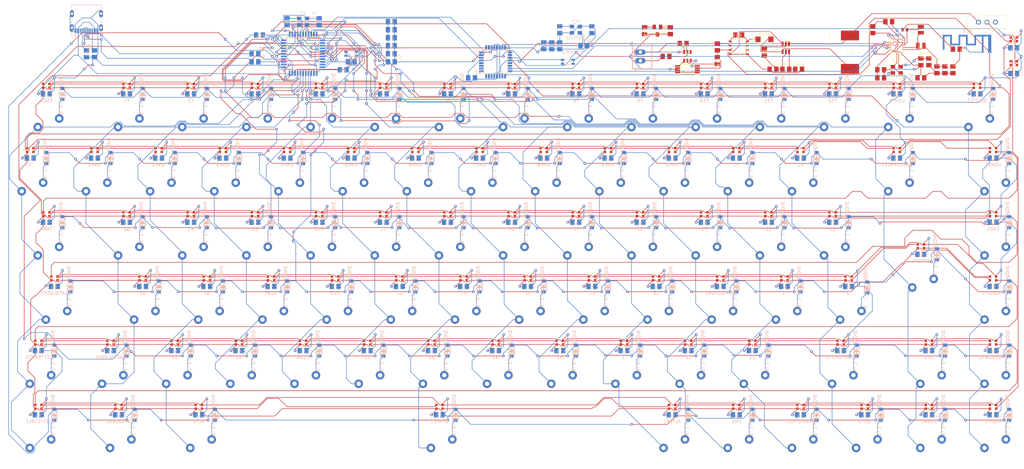
<source format=kicad_pcb>
(kicad_pcb (version 20171130) (host pcbnew "(5.1.9)-1")
  (layers (0 Top signal) (31 Bottom signal) (34 B.Paste user) (35 F.Paste user) (36 B.SilkS user) (37 F.SilkS user) (38 B.Mask user) (39 F.Mask user) (44 Edge.Cuts user))
  (net 0 "")
  (net 1 GND)
  (net 2 VCC)
  (net 3 /C0)
  (net 4 "Net-(D1-PadA)")
  (net 5 /C1)
  (net 6 "Net-(D2-PadA)")
  (net 7 /C2)
  (net 8 "Net-(D3-PadA)")
  (net 9 /C3)
  (net 10 "Net-(D4-PadA)")
  (net 11 /C4)
  (net 12 "Net-(D5-PadA)")
  (net 13 /C5)
  (net 14 "Net-(D6-PadA)")
  (net 15 /C6)
  (net 16 "Net-(D7-PadA)")
  (net 17 /C7)
  (net 18 "Net-(D8-PadA)")
  (net 19 /C8)
  (net 20 "Net-(D9-PadA)")
  (net 21 /C9)
  (net 22 "Net-(D10-PadA)")
  (net 23 /C10)
  (net 24 "Net-(D11-PadA)")
  (net 25 /C11)
  (net 26 "Net-(D12-PadA)")
  (net 27 /C12)
  (net 28 "Net-(D13-PadA)")
  (net 29 /C13)
  (net 30 "Net-(D14-PadA)")
  (net 31 /C14)
  (net 32 "Net-(D15-PadA)")
  (net 33 "Net-(D16-PadA)")
  (net 34 "Net-(D17-PadA)")
  (net 35 "Net-(D18-PadA)")
  (net 36 "Net-(D19-PadA)")
  (net 37 "Net-(D20-PadA)")
  (net 38 "Net-(D21-PadA)")
  (net 39 "Net-(D22-PadA)")
  (net 40 "Net-(D23-PadA)")
  (net 41 "Net-(D24-PadA)")
  (net 42 "Net-(D25-PadA)")
  (net 43 "Net-(D26-PadA)")
  (net 44 "Net-(D30-PadA)")
  (net 45 "Net-(D31-PadA)")
  (net 46 "Net-(D32-PadA)")
  (net 47 "Net-(D33-PadA)")
  (net 48 "Net-(D34-PadA)")
  (net 49 "Net-(D35-PadA)")
  (net 50 "Net-(D36-PadA)")
  (net 51 "Net-(D37-PadA)")
  (net 52 "Net-(D38-PadA)")
  (net 53 "Net-(D39-PadA)")
  (net 54 "Net-(D40-PadA)")
  (net 55 "Net-(D41-PadA)")
  (net 56 "Net-(D42-PadA)")
  (net 57 "Net-(D43-PadA)")
  (net 58 "Net-(D45-PadA)")
  (net 59 "Net-(D48-PadA)")
  (net 60 "Net-(D50-PadA)")
  (net 61 "Net-(D51-PadA)")
  (net 62 "Net-(D52-PadA)")
  (net 63 "Net-(D53-PadA)")
  (net 64 "Net-(D54-PadA)")
  (net 65 "Net-(D55-PadA)")
  (net 66 "Net-(D56-PadA)")
  (net 67 "Net-(D60-PadA)")
  (net 68 "Net-(D61-PadA)")
  (net 69 "Net-(D63-PadA)")
  (net 70 "Net-(D64-PadA)")
  (net 71 "Net-(D66-PadA)")
  (net 72 "Net-(D68-PadA)")
  (net 73 "Net-(D69-PadA)")
  (net 74 "Net-(D73-PadA)")
  (net 75 "Net-(D74-PadA)")
  (net 76 "Net-(D75-PadA)")
  (net 77 "Net-(D76-PadA)")
  (net 78 "Net-(D77-PadA)")
  (net 79 "Net-(D86-PadA)")
  (net 80 "Net-(D87-PadA)")
  (net 81 "Net-(D88-PadA)")
  (net 82 "Net-(D89-PadA)")
  (net 83 "Net-(D90-PadA)")
  (net 84 "Net-(D59-PadA)")
  (net 85 "Net-(D82-PadA)")
  (net 86 /R0)
  (net 87 /R1)
  (net 88 /R2)
  (net 89 /R3)
  (net 90 /R4)
  (net 91 /R5)
  (net 92 "Net-(U1-Pad42)")
  (net 93 "Net-(R6-Pad2)")
  (net 94 /TX1/RX2)
  (net 95 /RX1/TX2)
  (net 96 "Net-(C7-Pad2)")
  (net 97 "Net-(C8-Pad2)")
  (net 98 "Net-(R5-Pad2)")
  (net 99 /LEDIN)
  (net 100 "Net-(C6-Pad2)")
  (net 101 "Net-(R3-Pad1)")
  (net 102 "Net-(R4-Pad1)")
  (net 103 /LEDOUT)
  (net 104 "Net-(J1-PadB5)")
  (net 105 "Net-(J1-PadA8)")
  (net 106 /D+)
  (net 107 /D-)
  (net 108 "Net-(J1-PadB8)")
  (net 109 "Net-(J1-PadA5)")
  (net 110 "Net-(U2-Pad32)")
  (net 111 "Net-(R7-Pad2)")
  (net 112 "Net-(U2-Pad28)")
  (net 113 "Net-(U2-Pad27)")
  (net 114 "Net-(U2-Pad26)")
  (net 115 "Net-(U2-Pad25)")
  (net 116 "Net-(U2-Pad24)")
  (net 117 "Net-(U2-Pad23)")
  (net 118 "Net-(U2-Pad22)")
  (net 119 "Net-(U2-Pad19)")
  (net 120 /SCK)
  (net 121 /MISO)
  (net 122 /MOSI)
  (net 123 "Net-(U2-Pad14)")
  (net 124 "Net-(U2-Pad13)")
  (net 125 /CE)
  (net 126 /CSN)
  (net 127 "Net-(U2-Pad10)")
  (net 128 "Net-(U2-Pad9)")
  (net 129 "Net-(U2-Pad8)")
  (net 130 "Net-(C9-Pad2)")
  (net 131 "Net-(U2-Pad2)")
  (net 132 "Net-(U2-Pad1)")
  (net 133 "Net-(C10-Pad2)")
  (net 134 "Net-(U$1-Pad6)")
  (net 135 "Net-(C15-Pad1)")
  (net 136 "Net-(C16-Pad1)")
  (net 137 "Net-(C20-Pad1)")
  (net 138 "Net-(L1-Pad1)")
  (net 139 "Net-(L2-Pad1)")
  (net 140 "Net-(R9-Pad2)")
  (net 141 "Net-(C19-Pad1)")
  (net 142 "Net-(C22-Pad2)")
  (net 143 /RFIO)
  (net 144 "Net-(D79-PadDI)")
  (net 145 "Net-(D79-PadDO)")
  (net 146 "Net-(D80-PadDO)")
  (net 147 "Net-(D81-PadDO)")
  (net 148 "Net-(D83-PadDO)")
  (net 149 "Net-(D84-PadDO)")
  (net 150 "Net-(D91-PadDO)")
  (net 151 "Net-(D92-PadDO)")
  (net 152 "Net-(D93-PadDO)")
  (net 153 "Net-(D94-PadDO)")
  (net 154 "Net-(D95-PadDO)")
  (net 155 "Net-(D96-PadDO)")
  (net 156 "Net-(D97-PadDO)")
  (net 157 "Net-(D98-PadDO)")
  (net 158 "Net-(D100-PadDI)")
  (net 159 /LEDBRIDGE1)
  (net 160 "Net-(D101-PadDI)")
  (net 161 "Net-(C31-Pad1)")
  (net 162 "Net-(D101-PadDO)")
  (net 163 "Net-(C32-Pad1)")
  (net 164 "Net-(D102-PadDO)")
  (net 165 "Net-(C33-Pad1)")
  (net 166 "Net-(D103-PadDO)")
  (net 167 "Net-(C34-Pad1)")
  (net 168 "Net-(D104-PadDO)")
  (net 169 "Net-(C35-Pad1)")
  (net 170 "Net-(D105-PadDO)")
  (net 171 "Net-(C36-Pad1)")
  (net 172 "Net-(D106-PadDO)")
  (net 173 "Net-(C37-Pad1)")
  (net 174 "Net-(D107-PadDO)")
  (net 175 "Net-(C38-Pad1)")
  (net 176 "Net-(D108-PadDO)")
  (net 177 "Net-(C39-Pad1)")
  (net 178 "Net-(D109-PadDO)")
  (net 179 "Net-(C40-Pad1)")
  (net 180 "Net-(D110-PadDO)")
  (net 181 "Net-(C41-Pad1)")
  (net 182 "Net-(D111-PadDO)")
  (net 183 "Net-(C42-Pad1)")
  (net 184 "Net-(D112-PadDO)")
  (net 185 "Net-(C43-Pad1)")
  (net 186 "Net-(D113-PadDO)")
  (net 187 /LEDBRIDGE2)
  (net 188 "Net-(D115-PadDO)")
  (net 189 "Net-(D116-PadDO)")
  (net 190 "Net-(D117-PadDO)")
  (net 191 "Net-(D118-PadDO)")
  (net 192 "Net-(D119-PadDO)")
  (net 193 "Net-(D120-PadDO)")
  (net 194 "Net-(D121-PadDO)")
  (net 195 "Net-(D122-PadDO)")
  (net 196 "Net-(D123-PadDO)")
  (net 197 "Net-(D124-PadDO)")
  (net 198 "Net-(D125-PadDO)")
  (net 199 "Net-(D126-PadDO)")
  (net 200 "Net-(D127-PadDO)")
  (net 201 /LEDBRIDGE3)
  (net 202 "Net-(D130-PadDO)")
  (net 203 "Net-(D131-PadDO)")
  (net 204 "Net-(D132-PadDO)")
  (net 205 "Net-(D133-PadDO)")
  (net 206 "Net-(D134-PadDO)")
  (net 207 "Net-(D135-PadDO)")
  (net 208 "Net-(D136-PadDO)")
  (net 209 "Net-(D137-PadDO)")
  (net 210 "Net-(D138-PadDO)")
  (net 211 "Net-(D139-PadDO)")
  (net 212 "Net-(D140-PadDO)")
  (net 213 "Net-(D141-PadDO)")
  (net 214 "Net-(D142-PadDO)")
  (net 215 "Net-(D143-PadDO)")
  (net 216 /LEDBRIDGE4)
  (net 217 "Net-(D145-PadDO)")
  (net 218 "Net-(D146-PadDO)")
  (net 219 "Net-(D147-PadDO)")
  (net 220 "Net-(D148-PadDO)")
  (net 221 "Net-(D149-PadDO)")
  (net 222 "Net-(D150-PadDO)")
  (net 223 "Net-(D151-PadDO)")
  (net 224 "Net-(D152-PadDO)")
  (net 225 "Net-(D153-PadDO)")
  (net 226 "Net-(D154-PadDO)")
  (net 227 "Net-(D155-PadDO)")
  (net 228 "Net-(D156-PadDO)")
  (net 229 "Net-(D157-PadDO)")
  (net 230 "Net-(D158-PadDO)")
  (net 231 /LEDBRIDGE5)
  (net 232 "Net-(D160-PadDO)")
  (net 233 "Net-(D161-PadDO)")
  (net 234 "Net-(D162-PadDO)")
  (net 235 "Net-(D166-PadDO)")
  (net 236 "Net-(D169-PadDO)")
  (net 237 "Net-(D170-PadDO)")
  (net 238 "Net-(D171-PadDO)")
  (net 239 "Net-(D172-PadDO)")
  (net 240 "Net-(D173-PadDO)")
  (net 241 /LEDBRIDGE6)
  (net 242 "Net-(U$2-Pad7)")
  (net 243 "Net-(U$2-Pad6)")
  (net 244 "Net-(C103-Pad2)")
  (net 245 "Net-(R10-Pad2)")
  (net 246 /PROTVSS)
  (net 247 /PROTVDD)
  (net 248 "Net-(U$3-Pad4)")
  (net 249 "Net-(Q1-Pad4)")
  (net 250 "Net-(R11-Pad2)")
  (net 251 "Net-(Q1-Pad5)")
  (net 252 "Net-(Q1-Pad1)")
  (net 253 "Net-(S1-Pad3)")
  (net 254 "Net-(C105-Pad1)")
  (net 255 "Net-(R13-Pad2)")
  (net 256 "Net-(D163-Pad2)")
  (net 257 "Net-(D128-PadDI)")
  (net 258 "Net-(IC1-Pad1)")
  (net 259 "Net-(IC1-Pad2)")
  (net 260 "Net-(-1-PadMX1)")
  (net 261 "Net-(=1-PadMX1)")
  (net 262 "Net-(CAPSLOCK1-PadMX1)")
  (net 263 "Net-(A1-PadMX1)")
  (net 264 "Net-(D165-PadMX1)")
  (net 265 "Net-('1-PadMX1)")
  (net 266 "Net-(BACKSLASH1-PadMX1)")
  (net 267 "Net-(C109-PadMX1)")
  (net 268 "Net-(B1-PadMX1)")
  (net 269 "Net-(,1-PadMX1)")
  (net 270 "Net-(.1-PadMX1)")
  (net 271 "Net-(/1-PadMX1)")
  (net 272 "Net-(ALT1-PadMX1)")
  (net 273 "Net-(ALTGR1-PadMX1)")
  (net 274 "Net-(BACKSPACE1-PadMX1)")
  (net 275 "Net-(.2-PadMX1)")
  (module RF_Antenna:Texas_SWRA117D_2.4GHz_Right (layer Bottom) (at 288.29 49.53 180)
    (fp_text reference AE1 (at 4.55 6.41) (layer B.SilkS) (effects (justify mirror)))
    (fp_text value Antenna)
    (fp_poly (pts (xy 2.45 2.51) (xy 4.45 2.51) (xy 4.45 5.15) (xy 7.15 5.15) (xy 7.15 2.51) (xy 9.15 2.51) (xy 9.15 5.15) (xy 11.85 5.15) (xy 11.85 0.71) (xy 11.35 0.71) (xy 11.35 4.65) (xy 9.65 4.65) (xy 9.65 2.01) (xy 6.65 2.01) (xy 6.65 4.65) (xy 4.95 4.65) (xy 4.95 2.01) (xy 1.95 2.01) (xy 1.95 4.65) (xy 0.25 4.65) (xy 0.25 -0.25) (xy -0.25 -0.25) (xy -0.25 4.65) (xy -1.65 4.65) (xy -1.65 -0.25) (xy -2.55 -0.25) (xy -2.55 -0.006785) (xy -2.247583 -0.006785) (xy -2.237742 -0.054395) (xy -2.213674 -0.096797) (xy -2.175731 -0.129581) (xy -2.167819 -0.133935) (xy -2.125156 -0.146043) (xy -2.076637 -0.1453) (xy -2.031122 -0.1324) (xy -2.012511 -0.121787) (xy -1.978868 -0.086553) (xy -1.958309 -0.041368) (xy -1.951778 0.008158) (xy -1.960218 0.056417) (xy -1.977112 0.088643) (xy -2.012372 0.121313) (xy -2.057682 0.141408) (xy -2.107267 0.147982) (xy -2.155353 0.140092) (xy -2.188245 0.123186) (xy -2.223185 0.086416) (xy -2.242847 0.041622) (xy -2.247583 -0.006785) (xy -2.55 -0.006785) (xy -2.55 5.15) (xy 2.45 5.15) (xy 2.45 2.51)) (layer Bottom) (width 0))
    (pad 1 connect rect (at 0 0 180) (size 0.5 0.5) (layers Bottom) (net 143 /RFIO))
    (pad 2 thru_hole rect (at -2.1 0 180) (size 0.9 0.5) (drill 0.3) (layers *.Cu))
  )
  (module PCB:SOD-123 (layer Bottom) (at 254 119.38 90)
    (fp_text reference D58 (at 0 1 270) (layer B.SilkS) (effects (font (size 0.95 0.95) (thickness 0.1235)) (justify bottom mirror)))
    (fp_text value DIODE-SOD-123 (at 0 -1 270) (layer B.SilkS) (effects (font (size 0.95 0.95) (thickness 0.1235)) (justify top mirror)))
    (fp_text user K (at 2.5 0 270) (layer B.SilkS) (effects (font (size 0.7125 0.7125) (thickness 0.06)) (justify left mirror)))
    (pad A smd rect (at -1.635 0 90) (size 0.91 1.22) (layers Bottom B.Paste B.Mask) (net 275 "Net-(.2-PadMX1)"))
    (pad C smd rect (at 1.635 0 90) (size 0.91 1.22) (layers Bottom B.Paste B.Mask) (net 89 /R3))
  )
  (module PCB:MX-1U (layer Top) (at 248.51346 123.837895 180)
    (fp_text reference .2 (at 0 2.8 180) (layer B.SilkS) (effects (font (size 0.95 0.95) (thickness 0.1235)) (justify mirror)))
    (fp_text value KEYSWITCH-PLAIN-MX-1U hide)
    (pad MX2 thru_hole circle (at 2.54 -5.08 180) (size 2.54 2.54) (drill 1.3) (layers *.Cu *.Mask) (net 27 /C12))
    (pad MX1 thru_hole circle (at -3.81 -2.54 180) (size 2.54 2.54) (drill 1.3) (layers *.Cu *.Mask) (net 275 "Net-(.2-PadMX1)"))
    (pad "" np_thru_hole circle (at 5.08 0 180) (size 1.7 1.7) (drill 1.7) (layers *.Cu *.Mask))
    (pad "" np_thru_hole circle (at -5.08 0 180) (size 1.7 1.7) (drill 1.7) (layers *.Cu *.Mask))
    (pad "" np_thru_hole circle (at 0 0 180) (size 4 4) (drill 4) (layers *.Cu *.Mask))
  )
  (module PCB:MX-1U (layer Top) (at 10.38846 66.687895 180)
    (fp_text reference ESC1 (at 0 2.8) (layer B.SilkS) (effects (font (size 0.95 0.95) (thickness 0.1235)) (justify mirror)))
    (fp_text value KEYSWITCH-PLAIN-MX-1U hide)
    (pad MX2 thru_hole circle (at 2.54 -5.08 180) (size 2.54 2.54) (drill 1.3) (layers *.Cu *.Mask) (net 3 /C0))
    (pad MX1 thru_hole circle (at -3.81 -2.54 180) (size 2.54 2.54) (drill 1.3) (layers *.Cu *.Mask) (net 4 "Net-(D1-PadA)"))
    (pad "" np_thru_hole circle (at 5.08 0 180) (size 1.7 1.7) (drill 1.7) (layers *.Cu *.Mask))
    (pad "" np_thru_hole circle (at -5.08 0 180) (size 1.7 1.7) (drill 1.7) (layers *.Cu *.Mask))
    (pad "" np_thru_hole circle (at 0 0 180) (size 4 4) (drill 4) (layers *.Cu *.Mask))
  )
  (module PCB:MX-1U (layer Top) (at 34.20096 66.687895 180)
    (fp_text reference F1 (at 0 2.8) (layer B.SilkS) (effects (font (size 0.95 0.95) (thickness 0.1235)) (justify mirror)))
    (fp_text value KEYSWITCH-PLAIN-MX-1U hide)
    (pad MX2 thru_hole circle (at 2.54 -5.08 180) (size 2.54 2.54) (drill 1.3) (layers *.Cu *.Mask) (net 5 /C1))
    (pad MX1 thru_hole circle (at -3.81 -2.54 180) (size 2.54 2.54) (drill 1.3) (layers *.Cu *.Mask) (net 6 "Net-(D2-PadA)"))
    (pad "" np_thru_hole circle (at 5.08 0 180) (size 1.7 1.7) (drill 1.7) (layers *.Cu *.Mask))
    (pad "" np_thru_hole circle (at -5.08 0 180) (size 1.7 1.7) (drill 1.7) (layers *.Cu *.Mask))
    (pad "" np_thru_hole circle (at 0 0 180) (size 4 4) (drill 4) (layers *.Cu *.Mask))
  )
  (module PCB:MX-1U (layer Top) (at 53.25096 66.687895 180)
    (fp_text reference F2 (at 0 2.8) (layer B.SilkS) (effects (font (size 0.95 0.95) (thickness 0.1235)) (justify mirror)))
    (fp_text value KEYSWITCH-PLAIN-MX-1U hide)
    (pad MX2 thru_hole circle (at 2.54 -5.08 180) (size 2.54 2.54) (drill 1.3) (layers *.Cu *.Mask) (net 7 /C2))
    (pad MX1 thru_hole circle (at -3.81 -2.54 180) (size 2.54 2.54) (drill 1.3) (layers *.Cu *.Mask) (net 8 "Net-(D3-PadA)"))
    (pad "" np_thru_hole circle (at 5.08 0 180) (size 1.7 1.7) (drill 1.7) (layers *.Cu *.Mask))
    (pad "" np_thru_hole circle (at -5.08 0 180) (size 1.7 1.7) (drill 1.7) (layers *.Cu *.Mask))
    (pad "" np_thru_hole circle (at 0 0 180) (size 4 4) (drill 4) (layers *.Cu *.Mask))
  )
  (module PCB:MX-1U (layer Top) (at 72.30096 66.687895 180)
    (fp_text reference F3 (at 0 2.8) (layer B.SilkS) (effects (font (size 0.95 0.95) (thickness 0.1235)) (justify mirror)))
    (fp_text value KEYSWITCH-PLAIN-MX-1U hide)
    (pad MX2 thru_hole circle (at 2.54 -5.08 180) (size 2.54 2.54) (drill 1.3) (layers *.Cu *.Mask) (net 9 /C3))
    (pad MX1 thru_hole circle (at -3.81 -2.54 180) (size 2.54 2.54) (drill 1.3) (layers *.Cu *.Mask) (net 10 "Net-(D4-PadA)"))
    (pad "" np_thru_hole circle (at 5.08 0 180) (size 1.7 1.7) (drill 1.7) (layers *.Cu *.Mask))
    (pad "" np_thru_hole circle (at -5.08 0 180) (size 1.7 1.7) (drill 1.7) (layers *.Cu *.Mask))
    (pad "" np_thru_hole circle (at 0 0 180) (size 4 4) (drill 4) (layers *.Cu *.Mask))
  )
  (module PCB:MX-1U (layer Top) (at 91.35096 66.687895 180)
    (fp_text reference F4 (at 0 2.8) (layer B.SilkS) (effects (font (size 0.95 0.95) (thickness 0.1235)) (justify mirror)))
    (fp_text value KEYSWITCH-PLAIN-MX-1U hide)
    (pad MX2 thru_hole circle (at 2.54 -5.08 180) (size 2.54 2.54) (drill 1.3) (layers *.Cu *.Mask) (net 11 /C4))
    (pad MX1 thru_hole circle (at -3.81 -2.54 180) (size 2.54 2.54) (drill 1.3) (layers *.Cu *.Mask) (net 12 "Net-(D5-PadA)"))
    (pad "" np_thru_hole circle (at 5.08 0 180) (size 1.7 1.7) (drill 1.7) (layers *.Cu *.Mask))
    (pad "" np_thru_hole circle (at -5.08 0 180) (size 1.7 1.7) (drill 1.7) (layers *.Cu *.Mask))
    (pad "" np_thru_hole circle (at 0 0 180) (size 4 4) (drill 4) (layers *.Cu *.Mask))
  )
  (module PCB:MX-1U (layer Top) (at 110.40096 66.687895 180)
    (fp_text reference F5 (at 0 2.8) (layer B.SilkS) (effects (font (size 0.95 0.95) (thickness 0.1235)) (justify mirror)))
    (fp_text value KEYSWITCH-PLAIN-MX-1U hide)
    (pad MX2 thru_hole circle (at 2.54 -5.08 180) (size 2.54 2.54) (drill 1.3) (layers *.Cu *.Mask) (net 13 /C5))
    (pad MX1 thru_hole circle (at -3.81 -2.54 180) (size 2.54 2.54) (drill 1.3) (layers *.Cu *.Mask) (net 14 "Net-(D6-PadA)"))
    (pad "" np_thru_hole circle (at 5.08 0 180) (size 1.7 1.7) (drill 1.7) (layers *.Cu *.Mask))
    (pad "" np_thru_hole circle (at -5.08 0 180) (size 1.7 1.7) (drill 1.7) (layers *.Cu *.Mask))
    (pad "" np_thru_hole circle (at 0 0 180) (size 4 4) (drill 4) (layers *.Cu *.Mask))
  )
  (module PCB:MX-1U (layer Top) (at 129.45096 66.687895 180)
    (fp_text reference F6 (at 0 2.8) (layer B.SilkS) (effects (font (size 0.95 0.95) (thickness 0.1235)) (justify mirror)))
    (fp_text value KEYSWITCH-PLAIN-MX-1U hide)
    (pad MX2 thru_hole circle (at 2.54 -5.08 180) (size 2.54 2.54) (drill 1.3) (layers *.Cu *.Mask) (net 15 /C6))
    (pad MX1 thru_hole circle (at -3.81 -2.54 180) (size 2.54 2.54) (drill 1.3) (layers *.Cu *.Mask) (net 16 "Net-(D7-PadA)"))
    (pad "" np_thru_hole circle (at 5.08 0 180) (size 1.7 1.7) (drill 1.7) (layers *.Cu *.Mask))
    (pad "" np_thru_hole circle (at -5.08 0 180) (size 1.7 1.7) (drill 1.7) (layers *.Cu *.Mask))
    (pad "" np_thru_hole circle (at 0 0 180) (size 4 4) (drill 4) (layers *.Cu *.Mask))
  )
  (module PCB:MX-1U (layer Top) (at 148.50096 66.687895 180)
    (fp_text reference F7 (at 0 2.8) (layer B.SilkS) (effects (font (size 0.95 0.95) (thickness 0.1235)) (justify mirror)))
    (fp_text value KEYSWITCH-PLAIN-MX-1U hide)
    (pad MX2 thru_hole circle (at 2.54 -5.08 180) (size 2.54 2.54) (drill 1.3) (layers *.Cu *.Mask) (net 17 /C7))
    (pad MX1 thru_hole circle (at -3.81 -2.54 180) (size 2.54 2.54) (drill 1.3) (layers *.Cu *.Mask) (net 18 "Net-(D8-PadA)"))
    (pad "" np_thru_hole circle (at 5.08 0 180) (size 1.7 1.7) (drill 1.7) (layers *.Cu *.Mask))
    (pad "" np_thru_hole circle (at -5.08 0 180) (size 1.7 1.7) (drill 1.7) (layers *.Cu *.Mask))
    (pad "" np_thru_hole circle (at 0 0 180) (size 4 4) (drill 4) (layers *.Cu *.Mask))
  )
  (module PCB:MX-1U (layer Top) (at 167.55096 66.687895 180)
    (fp_text reference F8 (at 0 2.8) (layer B.SilkS) (effects (font (size 0.95 0.95) (thickness 0.1235)) (justify mirror)))
    (fp_text value KEYSWITCH-PLAIN-MX-1U hide)
    (pad MX2 thru_hole circle (at 2.54 -5.08 180) (size 2.54 2.54) (drill 1.3) (layers *.Cu *.Mask) (net 19 /C8))
    (pad MX1 thru_hole circle (at -3.81 -2.54 180) (size 2.54 2.54) (drill 1.3) (layers *.Cu *.Mask) (net 20 "Net-(D9-PadA)"))
    (pad "" np_thru_hole circle (at 5.08 0 180) (size 1.7 1.7) (drill 1.7) (layers *.Cu *.Mask))
    (pad "" np_thru_hole circle (at -5.08 0 180) (size 1.7 1.7) (drill 1.7) (layers *.Cu *.Mask))
    (pad "" np_thru_hole circle (at 0 0 180) (size 4 4) (drill 4) (layers *.Cu *.Mask))
  )
  (module PCB:MX-1U (layer Top) (at 186.60096 66.687895 180)
    (fp_text reference F9 (at 0 2.8) (layer B.SilkS) (effects (font (size 0.95 0.95) (thickness 0.1235)) (justify mirror)))
    (fp_text value KEYSWITCH-PLAIN-MX-1U hide)
    (pad MX2 thru_hole circle (at 2.54 -5.08 180) (size 2.54 2.54) (drill 1.3) (layers *.Cu *.Mask) (net 21 /C9))
    (pad MX1 thru_hole circle (at -3.81 -2.54 180) (size 2.54 2.54) (drill 1.3) (layers *.Cu *.Mask) (net 22 "Net-(D10-PadA)"))
    (pad "" np_thru_hole circle (at 5.08 0 180) (size 1.7 1.7) (drill 1.7) (layers *.Cu *.Mask))
    (pad "" np_thru_hole circle (at -5.08 0 180) (size 1.7 1.7) (drill 1.7) (layers *.Cu *.Mask))
    (pad "" np_thru_hole circle (at 0 0 180) (size 4 4) (drill 4) (layers *.Cu *.Mask))
  )
  (module PCB:MX-1U (layer Top) (at 205.65096 66.687895 180)
    (fp_text reference F10 (at 0 2.8) (layer B.SilkS) (effects (font (size 0.95 0.95) (thickness 0.1235)) (justify mirror)))
    (fp_text value KEYSWITCH-PLAIN-MX-1U hide)
    (pad MX2 thru_hole circle (at 2.54 -5.08 180) (size 2.54 2.54) (drill 1.3) (layers *.Cu *.Mask) (net 23 /C10))
    (pad MX1 thru_hole circle (at -3.81 -2.54 180) (size 2.54 2.54) (drill 1.3) (layers *.Cu *.Mask) (net 24 "Net-(D11-PadA)"))
    (pad "" np_thru_hole circle (at 5.08 0 180) (size 1.7 1.7) (drill 1.7) (layers *.Cu *.Mask))
    (pad "" np_thru_hole circle (at -5.08 0 180) (size 1.7 1.7) (drill 1.7) (layers *.Cu *.Mask))
    (pad "" np_thru_hole circle (at 0 0 180) (size 4 4) (drill 4) (layers *.Cu *.Mask))
  )
  (module PCB:MX-1U (layer Top) (at 224.70096 66.687895 180)
    (fp_text reference F11 (at 0 2.8) (layer B.SilkS) (effects (font (size 0.95 0.95) (thickness 0.1235)) (justify mirror)))
    (fp_text value KEYSWITCH-PLAIN-MX-1U hide)
    (pad MX2 thru_hole circle (at 2.54 -5.08 180) (size 2.54 2.54) (drill 1.3) (layers *.Cu *.Mask) (net 25 /C11))
    (pad MX1 thru_hole circle (at -3.81 -2.54 180) (size 2.54 2.54) (drill 1.3) (layers *.Cu *.Mask) (net 26 "Net-(D12-PadA)"))
    (pad "" np_thru_hole circle (at 5.08 0 180) (size 1.7 1.7) (drill 1.7) (layers *.Cu *.Mask))
    (pad "" np_thru_hole circle (at -5.08 0 180) (size 1.7 1.7) (drill 1.7) (layers *.Cu *.Mask))
    (pad "" np_thru_hole circle (at 0 0 180) (size 4 4) (drill 4) (layers *.Cu *.Mask))
  )
  (module PCB:MX-1U (layer Top) (at 243.75096 66.687895 180)
    (fp_text reference F12 (at 0 2.8) (layer B.SilkS) (effects (font (size 0.95 0.95) (thickness 0.1235)) (justify mirror)))
    (fp_text value KEYSWITCH-PLAIN-MX-1U hide)
    (pad MX2 thru_hole circle (at 2.54 -5.08 180) (size 2.54 2.54) (drill 1.3) (layers *.Cu *.Mask) (net 27 /C12))
    (pad MX1 thru_hole circle (at -3.81 -2.54 180) (size 2.54 2.54) (drill 1.3) (layers *.Cu *.Mask) (net 28 "Net-(D13-PadA)"))
    (pad "" np_thru_hole circle (at 5.08 0 180) (size 1.7 1.7) (drill 1.7) (layers *.Cu *.Mask))
    (pad "" np_thru_hole circle (at -5.08 0 180) (size 1.7 1.7) (drill 1.7) (layers *.Cu *.Mask))
    (pad "" np_thru_hole circle (at 0 0 180) (size 4 4) (drill 4) (layers *.Cu *.Mask))
  )
  (module PCB:MX-1U (layer Top) (at 262.80096 66.687895 180)
    (fp_text reference LIGHT1 (at 0 2.8) (layer B.SilkS) (effects (font (size 0.95 0.95) (thickness 0.1235)) (justify mirror)))
    (fp_text value KEYSWITCH-PLAIN-MX-1U hide)
    (pad MX2 thru_hole circle (at 2.54 -5.08 180) (size 2.54 2.54) (drill 1.3) (layers *.Cu *.Mask) (net 29 /C13))
    (pad MX1 thru_hole circle (at -3.81 -2.54 180) (size 2.54 2.54) (drill 1.3) (layers *.Cu *.Mask) (net 30 "Net-(D14-PadA)"))
    (pad "" np_thru_hole circle (at 5.08 0 180) (size 1.7 1.7) (drill 1.7) (layers *.Cu *.Mask))
    (pad "" np_thru_hole circle (at -5.08 0 180) (size 1.7 1.7) (drill 1.7) (layers *.Cu *.Mask))
    (pad "" np_thru_hole circle (at 0 0 180) (size 4 4) (drill 4) (layers *.Cu *.Mask))
  )
  (module PCB:MX-1U (layer Top) (at 286.61346 66.687895 180)
    (fp_text reference DELETE1 (at 0 2.8) (layer B.SilkS) (effects (font (size 0.95 0.95) (thickness 0.1235)) (justify mirror)))
    (fp_text value KEYSWITCH-PLAIN-MX-1U hide)
    (pad MX2 thru_hole circle (at 2.54 -5.08 180) (size 2.54 2.54) (drill 1.3) (layers *.Cu *.Mask) (net 31 /C14))
    (pad MX1 thru_hole circle (at -3.81 -2.54 180) (size 2.54 2.54) (drill 1.3) (layers *.Cu *.Mask) (net 32 "Net-(D15-PadA)"))
    (pad "" np_thru_hole circle (at 5.08 0 180) (size 1.7 1.7) (drill 1.7) (layers *.Cu *.Mask))
    (pad "" np_thru_hole circle (at -5.08 0 180) (size 1.7 1.7) (drill 1.7) (layers *.Cu *.Mask))
    (pad "" np_thru_hole circle (at 0 0 180) (size 4 4) (drill 4) (layers *.Cu *.Mask))
  )
  (module PCB:MX-1U (layer Top) (at 5.62596 85.737895 180)
    (fp_text reference `1 (at 0 2.8) (layer B.SilkS) (effects (font (size 0.95 0.95) (thickness 0.1235)) (justify mirror)))
    (fp_text value KEYSWITCH-PLAIN-MX-1U hide)
    (pad MX2 thru_hole circle (at 2.54 -5.08 180) (size 2.54 2.54) (drill 1.3) (layers *.Cu *.Mask) (net 3 /C0))
    (pad MX1 thru_hole circle (at -3.81 -2.54 180) (size 2.54 2.54) (drill 1.3) (layers *.Cu *.Mask) (net 33 "Net-(D16-PadA)"))
    (pad "" np_thru_hole circle (at 5.08 0 180) (size 1.7 1.7) (drill 1.7) (layers *.Cu *.Mask))
    (pad "" np_thru_hole circle (at -5.08 0 180) (size 1.7 1.7) (drill 1.7) (layers *.Cu *.Mask))
    (pad "" np_thru_hole circle (at 0 0 180) (size 4 4) (drill 4) (layers *.Cu *.Mask))
  )
  (module PCB:MX-1U (layer Top) (at 24.67596 85.737895 180)
    (fp_text reference UNK1 (at 0 2.8) (layer B.SilkS) (effects (font (size 0.95 0.95) (thickness 0.1235)) (justify mirror)))
    (fp_text value KEYSWITCH-PLAIN-MX-1U hide)
    (pad MX2 thru_hole circle (at 2.54 -5.08 180) (size 2.54 2.54) (drill 1.3) (layers *.Cu *.Mask) (net 5 /C1))
    (pad MX1 thru_hole circle (at -3.81 -2.54 180) (size 2.54 2.54) (drill 1.3) (layers *.Cu *.Mask) (net 34 "Net-(D17-PadA)"))
    (pad "" np_thru_hole circle (at 5.08 0 180) (size 1.7 1.7) (drill 1.7) (layers *.Cu *.Mask))
    (pad "" np_thru_hole circle (at -5.08 0 180) (size 1.7 1.7) (drill 1.7) (layers *.Cu *.Mask))
    (pad "" np_thru_hole circle (at 0 0 180) (size 4 4) (drill 4) (layers *.Cu *.Mask))
  )
  (module PCB:MX-1U (layer Top) (at 43.72596 85.737895 180)
    (fp_text reference UNK2 (at 0 2.8) (layer B.SilkS) (effects (font (size 0.95 0.95) (thickness 0.1235)) (justify mirror)))
    (fp_text value KEYSWITCH-PLAIN-MX-1U hide)
    (pad MX2 thru_hole circle (at 2.54 -5.08 180) (size 2.54 2.54) (drill 1.3) (layers *.Cu *.Mask) (net 7 /C2))
    (pad MX1 thru_hole circle (at -3.81 -2.54 180) (size 2.54 2.54) (drill 1.3) (layers *.Cu *.Mask) (net 35 "Net-(D18-PadA)"))
    (pad "" np_thru_hole circle (at 5.08 0 180) (size 1.7 1.7) (drill 1.7) (layers *.Cu *.Mask))
    (pad "" np_thru_hole circle (at -5.08 0 180) (size 1.7 1.7) (drill 1.7) (layers *.Cu *.Mask))
    (pad "" np_thru_hole circle (at 0 0 180) (size 4 4) (drill 4) (layers *.Cu *.Mask))
  )
  (module PCB:MX-1U (layer Top) (at 62.77596 85.737895 180)
    (fp_text reference UNK3 (at 0 2.8) (layer B.SilkS) (effects (font (size 0.95 0.95) (thickness 0.1235)) (justify mirror)))
    (fp_text value KEYSWITCH-PLAIN-MX-1U hide)
    (pad MX2 thru_hole circle (at 2.54 -5.08 180) (size 2.54 2.54) (drill 1.3) (layers *.Cu *.Mask) (net 9 /C3))
    (pad MX1 thru_hole circle (at -3.81 -2.54 180) (size 2.54 2.54) (drill 1.3) (layers *.Cu *.Mask) (net 36 "Net-(D19-PadA)"))
    (pad "" np_thru_hole circle (at 5.08 0 180) (size 1.7 1.7) (drill 1.7) (layers *.Cu *.Mask))
    (pad "" np_thru_hole circle (at -5.08 0 180) (size 1.7 1.7) (drill 1.7) (layers *.Cu *.Mask))
    (pad "" np_thru_hole circle (at 0 0 180) (size 4 4) (drill 4) (layers *.Cu *.Mask))
  )
  (module PCB:MX-1U (layer Top) (at 81.82596 85.737895 180)
    (fp_text reference UNK4 (at 0 2.8) (layer B.SilkS) (effects (font (size 0.95 0.95) (thickness 0.1235)) (justify mirror)))
    (fp_text value KEYSWITCH-PLAIN-MX-1U hide)
    (pad MX2 thru_hole circle (at 2.54 -5.08 180) (size 2.54 2.54) (drill 1.3) (layers *.Cu *.Mask) (net 11 /C4))
    (pad MX1 thru_hole circle (at -3.81 -2.54 180) (size 2.54 2.54) (drill 1.3) (layers *.Cu *.Mask) (net 37 "Net-(D20-PadA)"))
    (pad "" np_thru_hole circle (at 5.08 0 180) (size 1.7 1.7) (drill 1.7) (layers *.Cu *.Mask))
    (pad "" np_thru_hole circle (at -5.08 0 180) (size 1.7 1.7) (drill 1.7) (layers *.Cu *.Mask))
    (pad "" np_thru_hole circle (at 0 0 180) (size 4 4) (drill 4) (layers *.Cu *.Mask))
  )
  (module PCB:MX-1U (layer Top) (at 100.87596 85.737895 180)
    (fp_text reference UNK5 (at 0 2.8) (layer B.SilkS) (effects (font (size 0.95 0.95) (thickness 0.1235)) (justify mirror)))
    (fp_text value KEYSWITCH-PLAIN-MX-1U hide)
    (pad MX2 thru_hole circle (at 2.54 -5.08 180) (size 2.54 2.54) (drill 1.3) (layers *.Cu *.Mask) (net 13 /C5))
    (pad MX1 thru_hole circle (at -3.81 -2.54 180) (size 2.54 2.54) (drill 1.3) (layers *.Cu *.Mask) (net 38 "Net-(D21-PadA)"))
    (pad "" np_thru_hole circle (at 5.08 0 180) (size 1.7 1.7) (drill 1.7) (layers *.Cu *.Mask))
    (pad "" np_thru_hole circle (at -5.08 0 180) (size 1.7 1.7) (drill 1.7) (layers *.Cu *.Mask))
    (pad "" np_thru_hole circle (at 0 0 180) (size 4 4) (drill 4) (layers *.Cu *.Mask))
  )
  (module PCB:MX-1U (layer Top) (at 119.92596 85.737895 180)
    (fp_text reference UNK6 (at 0 2.8) (layer B.SilkS) (effects (font (size 0.95 0.95) (thickness 0.1235)) (justify mirror)))
    (fp_text value KEYSWITCH-PLAIN-MX-1U hide)
    (pad MX2 thru_hole circle (at 2.54 -5.08 180) (size 2.54 2.54) (drill 1.3) (layers *.Cu *.Mask) (net 15 /C6))
    (pad MX1 thru_hole circle (at -3.81 -2.54 180) (size 2.54 2.54) (drill 1.3) (layers *.Cu *.Mask) (net 39 "Net-(D22-PadA)"))
    (pad "" np_thru_hole circle (at 5.08 0 180) (size 1.7 1.7) (drill 1.7) (layers *.Cu *.Mask))
    (pad "" np_thru_hole circle (at -5.08 0 180) (size 1.7 1.7) (drill 1.7) (layers *.Cu *.Mask))
    (pad "" np_thru_hole circle (at 0 0 180) (size 4 4) (drill 4) (layers *.Cu *.Mask))
  )
  (module PCB:MX-1U (layer Top) (at 138.97596 85.737895 180)
    (fp_text reference UNK7 (at 0 2.8) (layer B.SilkS) (effects (font (size 0.95 0.95) (thickness 0.1235)) (justify mirror)))
    (fp_text value KEYSWITCH-PLAIN-MX-1U hide)
    (pad MX2 thru_hole circle (at 2.54 -5.08 180) (size 2.54 2.54) (drill 1.3) (layers *.Cu *.Mask) (net 17 /C7))
    (pad MX1 thru_hole circle (at -3.81 -2.54 180) (size 2.54 2.54) (drill 1.3) (layers *.Cu *.Mask) (net 40 "Net-(D23-PadA)"))
    (pad "" np_thru_hole circle (at 5.08 0 180) (size 1.7 1.7) (drill 1.7) (layers *.Cu *.Mask))
    (pad "" np_thru_hole circle (at -5.08 0 180) (size 1.7 1.7) (drill 1.7) (layers *.Cu *.Mask))
    (pad "" np_thru_hole circle (at 0 0 180) (size 4 4) (drill 4) (layers *.Cu *.Mask))
  )
  (module PCB:MX-1U (layer Top) (at 158.02596 85.737895 180)
    (fp_text reference UNK8 (at 0 2.8) (layer B.SilkS) (effects (font (size 0.95 0.95) (thickness 0.1235)) (justify mirror)))
    (fp_text value KEYSWITCH-PLAIN-MX-1U hide)
    (pad MX2 thru_hole circle (at 2.54 -5.08 180) (size 2.54 2.54) (drill 1.3) (layers *.Cu *.Mask) (net 19 /C8))
    (pad MX1 thru_hole circle (at -3.81 -2.54 180) (size 2.54 2.54) (drill 1.3) (layers *.Cu *.Mask) (net 41 "Net-(D24-PadA)"))
    (pad "" np_thru_hole circle (at 5.08 0 180) (size 1.7 1.7) (drill 1.7) (layers *.Cu *.Mask))
    (pad "" np_thru_hole circle (at -5.08 0 180) (size 1.7 1.7) (drill 1.7) (layers *.Cu *.Mask))
    (pad "" np_thru_hole circle (at 0 0 180) (size 4 4) (drill 4) (layers *.Cu *.Mask))
  )
  (module PCB:MX-1U (layer Top) (at 177.07596 85.737895 180)
    (fp_text reference UNK9 (at 0 2.8) (layer B.SilkS) (effects (font (size 0.95 0.95) (thickness 0.1235)) (justify mirror)))
    (fp_text value KEYSWITCH-PLAIN-MX-1U hide)
    (pad MX2 thru_hole circle (at 2.54 -5.08 180) (size 2.54 2.54) (drill 1.3) (layers *.Cu *.Mask) (net 21 /C9))
    (pad MX1 thru_hole circle (at -3.81 -2.54 180) (size 2.54 2.54) (drill 1.3) (layers *.Cu *.Mask) (net 42 "Net-(D25-PadA)"))
    (pad "" np_thru_hole circle (at 5.08 0 180) (size 1.7 1.7) (drill 1.7) (layers *.Cu *.Mask))
    (pad "" np_thru_hole circle (at -5.08 0 180) (size 1.7 1.7) (drill 1.7) (layers *.Cu *.Mask))
    (pad "" np_thru_hole circle (at 0 0 180) (size 4 4) (drill 4) (layers *.Cu *.Mask))
  )
  (module PCB:MX-1U (layer Top) (at 196.12596 85.737895 180)
    (fp_text reference UNK0 (at 0 2.8) (layer B.SilkS) (effects (font (size 0.95 0.95) (thickness 0.1235)) (justify mirror)))
    (fp_text value KEYSWITCH-PLAIN-MX-1U hide)
    (pad MX2 thru_hole circle (at 2.54 -5.08 180) (size 2.54 2.54) (drill 1.3) (layers *.Cu *.Mask) (net 23 /C10))
    (pad MX1 thru_hole circle (at -3.81 -2.54 180) (size 2.54 2.54) (drill 1.3) (layers *.Cu *.Mask) (net 43 "Net-(D26-PadA)"))
    (pad "" np_thru_hole circle (at 5.08 0 180) (size 1.7 1.7) (drill 1.7) (layers *.Cu *.Mask))
    (pad "" np_thru_hole circle (at -5.08 0 180) (size 1.7 1.7) (drill 1.7) (layers *.Cu *.Mask))
    (pad "" np_thru_hole circle (at 0 0 180) (size 4 4) (drill 4) (layers *.Cu *.Mask))
  )
  (module PCB:MX-1U (layer Top) (at 215.17596 85.737895 180)
    (fp_text reference -1 (at 0 2.8) (layer B.SilkS) (effects (font (size 0.95 0.95) (thickness 0.1235)) (justify mirror)))
    (fp_text value KEYSWITCH-PLAIN-MX-1U hide)
    (pad MX2 thru_hole circle (at 2.54 -5.08 180) (size 2.54 2.54) (drill 1.3) (layers *.Cu *.Mask) (net 25 /C11))
    (pad MX1 thru_hole circle (at -3.81 -2.54 180) (size 2.54 2.54) (drill 1.3) (layers *.Cu *.Mask) (net 260 "Net-(-1-PadMX1)"))
    (pad "" np_thru_hole circle (at 5.08 0 180) (size 1.7 1.7) (drill 1.7) (layers *.Cu *.Mask))
    (pad "" np_thru_hole circle (at -5.08 0 180) (size 1.7 1.7) (drill 1.7) (layers *.Cu *.Mask))
    (pad "" np_thru_hole circle (at 0 0 180) (size 4 4) (drill 4) (layers *.Cu *.Mask))
  )
  (module PCB:MX-1U (layer Top) (at 234.22596 85.737895 180)
    (fp_text reference =1 (at 0 2.8) (layer B.SilkS) (effects (font (size 0.95 0.95) (thickness 0.1235)) (justify mirror)))
    (fp_text value KEYSWITCH-PLAIN-MX-1U hide)
    (pad MX2 thru_hole circle (at 2.54 -5.08 180) (size 2.54 2.54) (drill 1.3) (layers *.Cu *.Mask) (net 27 /C12))
    (pad MX1 thru_hole circle (at -3.81 -2.54 180) (size 2.54 2.54) (drill 1.3) (layers *.Cu *.Mask) (net 261 "Net-(=1-PadMX1)"))
    (pad "" np_thru_hole circle (at 5.08 0 180) (size 1.7 1.7) (drill 1.7) (layers *.Cu *.Mask))
    (pad "" np_thru_hole circle (at -5.08 0 180) (size 1.7 1.7) (drill 1.7) (layers *.Cu *.Mask))
    (pad "" np_thru_hole circle (at 0 0 180) (size 4 4) (drill 4) (layers *.Cu *.Mask))
  )
  (module PCB:MX-1U (layer Top) (at 291.37596 85.737895 180)
    (fp_text reference HOME1 (at 0 2.8) (layer B.SilkS) (effects (font (size 0.95 0.95) (thickness 0.1235)) (justify mirror)))
    (fp_text value KEYSWITCH-PLAIN-MX-1U hide)
    (pad MX2 thru_hole circle (at 2.54 -5.08 180) (size 2.54 2.54) (drill 1.3) (layers *.Cu *.Mask) (net 31 /C14))
    (pad MX1 thru_hole circle (at -3.81 -2.54 180) (size 2.54 2.54) (drill 1.3) (layers *.Cu *.Mask) (net 44 "Net-(D30-PadA)"))
    (pad "" np_thru_hole circle (at 5.08 0 180) (size 1.7 1.7) (drill 1.7) (layers *.Cu *.Mask))
    (pad "" np_thru_hole circle (at -5.08 0 180) (size 1.7 1.7) (drill 1.7) (layers *.Cu *.Mask))
    (pad "" np_thru_hole circle (at 0 0 180) (size 4 4) (drill 4) (layers *.Cu *.Mask))
  )
  (module PCB:MX-1U (layer Top) (at 10.38846 104.787895 180)
    (fp_text reference TAB1 (at 0 2.8) (layer B.SilkS) (effects (font (size 0.95 0.95) (thickness 0.1235)) (justify mirror)))
    (fp_text value KEYSWITCH-PLAIN-MX-1U hide)
    (pad MX2 thru_hole circle (at 2.54 -5.08 180) (size 2.54 2.54) (drill 1.3) (layers *.Cu *.Mask) (net 3 /C0))
    (pad MX1 thru_hole circle (at -3.81 -2.54 180) (size 2.54 2.54) (drill 1.3) (layers *.Cu *.Mask) (net 45 "Net-(D31-PadA)"))
    (pad "" np_thru_hole circle (at 5.08 0 180) (size 1.7 1.7) (drill 1.7) (layers *.Cu *.Mask))
    (pad "" np_thru_hole circle (at -5.08 0 180) (size 1.7 1.7) (drill 1.7) (layers *.Cu *.Mask))
    (pad "" np_thru_hole circle (at 0 0 180) (size 4 4) (drill 4) (layers *.Cu *.Mask))
  )
  (module PCB:MX-1U (layer Top) (at 34.20096 104.787895 180)
    (fp_text reference Q2 (at 0 2.8) (layer B.SilkS) (effects (font (size 0.95 0.95) (thickness 0.1235)) (justify mirror)))
    (fp_text value KEYSWITCH-PLAIN-MX-1U hide)
    (pad MX2 thru_hole circle (at 2.54 -5.08 180) (size 2.54 2.54) (drill 1.3) (layers *.Cu *.Mask) (net 5 /C1))
    (pad MX1 thru_hole circle (at -3.81 -2.54 180) (size 2.54 2.54) (drill 1.3) (layers *.Cu *.Mask) (net 46 "Net-(D32-PadA)"))
    (pad "" np_thru_hole circle (at 5.08 0 180) (size 1.7 1.7) (drill 1.7) (layers *.Cu *.Mask))
    (pad "" np_thru_hole circle (at -5.08 0 180) (size 1.7 1.7) (drill 1.7) (layers *.Cu *.Mask))
    (pad "" np_thru_hole circle (at 0 0 180) (size 4 4) (drill 4) (layers *.Cu *.Mask))
  )
  (module PCB:MX-1U (layer Top) (at 53.25096 104.787895 180)
    (fp_text reference W1 (at 0 2.8) (layer B.SilkS) (effects (font (size 0.95 0.95) (thickness 0.1235)) (justify mirror)))
    (fp_text value KEYSWITCH-PLAIN-MX-1U hide)
    (pad MX2 thru_hole circle (at 2.54 -5.08 180) (size 2.54 2.54) (drill 1.3) (layers *.Cu *.Mask) (net 7 /C2))
    (pad MX1 thru_hole circle (at -3.81 -2.54 180) (size 2.54 2.54) (drill 1.3) (layers *.Cu *.Mask) (net 47 "Net-(D33-PadA)"))
    (pad "" np_thru_hole circle (at 5.08 0 180) (size 1.7 1.7) (drill 1.7) (layers *.Cu *.Mask))
    (pad "" np_thru_hole circle (at -5.08 0 180) (size 1.7 1.7) (drill 1.7) (layers *.Cu *.Mask))
    (pad "" np_thru_hole circle (at 0 0 180) (size 4 4) (drill 4) (layers *.Cu *.Mask))
  )
  (module PCB:MX-1U (layer Top) (at 72.30096 104.787895 180)
    (fp_text reference E1 (at 0 2.8) (layer B.SilkS) (effects (font (size 0.95 0.95) (thickness 0.1235)) (justify mirror)))
    (fp_text value KEYSWITCH-PLAIN-MX-1U hide)
    (pad MX2 thru_hole circle (at 2.54 -5.08 180) (size 2.54 2.54) (drill 1.3) (layers *.Cu *.Mask) (net 9 /C3))
    (pad MX1 thru_hole circle (at -3.81 -2.54 180) (size 2.54 2.54) (drill 1.3) (layers *.Cu *.Mask) (net 48 "Net-(D34-PadA)"))
    (pad "" np_thru_hole circle (at 5.08 0 180) (size 1.7 1.7) (drill 1.7) (layers *.Cu *.Mask))
    (pad "" np_thru_hole circle (at -5.08 0 180) (size 1.7 1.7) (drill 1.7) (layers *.Cu *.Mask))
    (pad "" np_thru_hole circle (at 0 0 180) (size 4 4) (drill 4) (layers *.Cu *.Mask))
  )
  (module PCB:MX-1U (layer Top) (at 91.35096 104.787895 180)
    (fp_text reference R18 (at 0 2.8) (layer B.SilkS) (effects (font (size 0.95 0.95) (thickness 0.1235)) (justify mirror)))
    (fp_text value KEYSWITCH-PLAIN-MX-1U hide)
    (pad MX2 thru_hole circle (at 2.54 -5.08 180) (size 2.54 2.54) (drill 1.3) (layers *.Cu *.Mask) (net 11 /C4))
    (pad MX1 thru_hole circle (at -3.81 -2.54 180) (size 2.54 2.54) (drill 1.3) (layers *.Cu *.Mask) (net 49 "Net-(D35-PadA)"))
    (pad "" np_thru_hole circle (at 5.08 0 180) (size 1.7 1.7) (drill 1.7) (layers *.Cu *.Mask))
    (pad "" np_thru_hole circle (at -5.08 0 180) (size 1.7 1.7) (drill 1.7) (layers *.Cu *.Mask))
    (pad "" np_thru_hole circle (at 0 0 180) (size 4 4) (drill 4) (layers *.Cu *.Mask))
  )
  (module PCB:MX-1U (layer Top) (at 110.40096 104.787895 180)
    (fp_text reference T1 (at 0 2.8) (layer B.SilkS) (effects (font (size 0.95 0.95) (thickness 0.1235)) (justify mirror)))
    (fp_text value KEYSWITCH-PLAIN-MX-1U hide)
    (pad MX2 thru_hole circle (at 2.54 -5.08 180) (size 2.54 2.54) (drill 1.3) (layers *.Cu *.Mask) (net 13 /C5))
    (pad MX1 thru_hole circle (at -3.81 -2.54 180) (size 2.54 2.54) (drill 1.3) (layers *.Cu *.Mask) (net 50 "Net-(D36-PadA)"))
    (pad "" np_thru_hole circle (at 5.08 0 180) (size 1.7 1.7) (drill 1.7) (layers *.Cu *.Mask))
    (pad "" np_thru_hole circle (at -5.08 0 180) (size 1.7 1.7) (drill 1.7) (layers *.Cu *.Mask))
    (pad "" np_thru_hole circle (at 0 0 180) (size 4 4) (drill 4) (layers *.Cu *.Mask))
  )
  (module PCB:MX-1U (layer Top) (at 129.45096 104.787895 180)
    (fp_text reference Y4 (at 0 2.8) (layer B.SilkS) (effects (font (size 0.95 0.95) (thickness 0.1235)) (justify mirror)))
    (fp_text value KEYSWITCH-PLAIN-MX-1U hide)
    (pad MX2 thru_hole circle (at 2.54 -5.08 180) (size 2.54 2.54) (drill 1.3) (layers *.Cu *.Mask) (net 15 /C6))
    (pad MX1 thru_hole circle (at -3.81 -2.54 180) (size 2.54 2.54) (drill 1.3) (layers *.Cu *.Mask) (net 51 "Net-(D37-PadA)"))
    (pad "" np_thru_hole circle (at 5.08 0 180) (size 1.7 1.7) (drill 1.7) (layers *.Cu *.Mask))
    (pad "" np_thru_hole circle (at -5.08 0 180) (size 1.7 1.7) (drill 1.7) (layers *.Cu *.Mask))
    (pad "" np_thru_hole circle (at 0 0 180) (size 4 4) (drill 4) (layers *.Cu *.Mask))
  )
  (module PCB:MX-1U (layer Top) (at 148.50096 104.787895 180)
    (fp_text reference U4 (at 0 2.8) (layer B.SilkS) (effects (font (size 0.95 0.95) (thickness 0.1235)) (justify mirror)))
    (fp_text value KEYSWITCH-PLAIN-MX-1U hide)
    (pad MX2 thru_hole circle (at 2.54 -5.08 180) (size 2.54 2.54) (drill 1.3) (layers *.Cu *.Mask) (net 17 /C7))
    (pad MX1 thru_hole circle (at -3.81 -2.54 180) (size 2.54 2.54) (drill 1.3) (layers *.Cu *.Mask) (net 52 "Net-(D38-PadA)"))
    (pad "" np_thru_hole circle (at 5.08 0 180) (size 1.7 1.7) (drill 1.7) (layers *.Cu *.Mask))
    (pad "" np_thru_hole circle (at -5.08 0 180) (size 1.7 1.7) (drill 1.7) (layers *.Cu *.Mask))
    (pad "" np_thru_hole circle (at 0 0 180) (size 4 4) (drill 4) (layers *.Cu *.Mask))
  )
  (module PCB:MX-1U (layer Top) (at 167.55096 104.787895 180)
    (fp_text reference I1 (at 0 2.8) (layer B.SilkS) (effects (font (size 0.95 0.95) (thickness 0.1235)) (justify mirror)))
    (fp_text value KEYSWITCH-PLAIN-MX-1U hide)
    (pad MX2 thru_hole circle (at 2.54 -5.08 180) (size 2.54 2.54) (drill 1.3) (layers *.Cu *.Mask) (net 19 /C8))
    (pad MX1 thru_hole circle (at -3.81 -2.54 180) (size 2.54 2.54) (drill 1.3) (layers *.Cu *.Mask) (net 53 "Net-(D39-PadA)"))
    (pad "" np_thru_hole circle (at 5.08 0 180) (size 1.7 1.7) (drill 1.7) (layers *.Cu *.Mask))
    (pad "" np_thru_hole circle (at -5.08 0 180) (size 1.7 1.7) (drill 1.7) (layers *.Cu *.Mask))
    (pad "" np_thru_hole circle (at 0 0 180) (size 4 4) (drill 4) (layers *.Cu *.Mask))
  )
  (module PCB:MX-1U (layer Top) (at 186.60096 104.787895 180)
    (fp_text reference O1 (at 0 2.8) (layer B.SilkS) (effects (font (size 0.95 0.95) (thickness 0.1235)) (justify mirror)))
    (fp_text value KEYSWITCH-PLAIN-MX-1U hide)
    (pad MX2 thru_hole circle (at 2.54 -5.08 180) (size 2.54 2.54) (drill 1.3) (layers *.Cu *.Mask) (net 21 /C9))
    (pad MX1 thru_hole circle (at -3.81 -2.54 180) (size 2.54 2.54) (drill 1.3) (layers *.Cu *.Mask) (net 54 "Net-(D40-PadA)"))
    (pad "" np_thru_hole circle (at 5.08 0 180) (size 1.7 1.7) (drill 1.7) (layers *.Cu *.Mask))
    (pad "" np_thru_hole circle (at -5.08 0 180) (size 1.7 1.7) (drill 1.7) (layers *.Cu *.Mask))
    (pad "" np_thru_hole circle (at 0 0 180) (size 4 4) (drill 4) (layers *.Cu *.Mask))
  )
  (module PCB:MX-1U (layer Top) (at 205.65096 104.787895 180)
    (fp_text reference P1 (at 0 2.8) (layer B.SilkS) (effects (font (size 0.95 0.95) (thickness 0.1235)) (justify mirror)))
    (fp_text value KEYSWITCH-PLAIN-MX-1U hide)
    (pad MX2 thru_hole circle (at 2.54 -5.08 180) (size 2.54 2.54) (drill 1.3) (layers *.Cu *.Mask) (net 23 /C10))
    (pad MX1 thru_hole circle (at -3.81 -2.54 180) (size 2.54 2.54) (drill 1.3) (layers *.Cu *.Mask) (net 55 "Net-(D41-PadA)"))
    (pad "" np_thru_hole circle (at 5.08 0 180) (size 1.7 1.7) (drill 1.7) (layers *.Cu *.Mask))
    (pad "" np_thru_hole circle (at -5.08 0 180) (size 1.7 1.7) (drill 1.7) (layers *.Cu *.Mask))
    (pad "" np_thru_hole circle (at 0 0 180) (size 4 4) (drill 4) (layers *.Cu *.Mask))
  )
  (module PCB:MX-1U (layer Top) (at 224.70096 104.787895 180)
    (fp_text reference [1 (at 0 2.8) (layer B.SilkS) (effects (font (size 0.95 0.95) (thickness 0.1235)) (justify mirror)))
    (fp_text value KEYSWITCH-PLAIN-MX-1U hide)
    (pad MX2 thru_hole circle (at 2.54 -5.08 180) (size 2.54 2.54) (drill 1.3) (layers *.Cu *.Mask) (net 25 /C11))
    (pad MX1 thru_hole circle (at -3.81 -2.54 180) (size 2.54 2.54) (drill 1.3) (layers *.Cu *.Mask) (net 56 "Net-(D42-PadA)"))
    (pad "" np_thru_hole circle (at 5.08 0 180) (size 1.7 1.7) (drill 1.7) (layers *.Cu *.Mask))
    (pad "" np_thru_hole circle (at -5.08 0 180) (size 1.7 1.7) (drill 1.7) (layers *.Cu *.Mask))
    (pad "" np_thru_hole circle (at 0 0 180) (size 4 4) (drill 4) (layers *.Cu *.Mask))
  )
  (module PCB:MX-1U (layer Top) (at 243.75096 104.787895 180)
    (fp_text reference ]1 (at 0 2.8) (layer B.SilkS) (effects (font (size 0.95 0.95) (thickness 0.1235)) (justify mirror)))
    (fp_text value KEYSWITCH-PLAIN-MX-1U hide)
    (pad MX2 thru_hole circle (at 2.54 -5.08 180) (size 2.54 2.54) (drill 1.3) (layers *.Cu *.Mask) (net 27 /C12))
    (pad MX1 thru_hole circle (at -3.81 -2.54 180) (size 2.54 2.54) (drill 1.3) (layers *.Cu *.Mask) (net 57 "Net-(D43-PadA)"))
    (pad "" np_thru_hole circle (at 5.08 0 180) (size 1.7 1.7) (drill 1.7) (layers *.Cu *.Mask))
    (pad "" np_thru_hole circle (at -5.08 0 180) (size 1.7 1.7) (drill 1.7) (layers *.Cu *.Mask))
    (pad "" np_thru_hole circle (at 0 0 180) (size 4 4) (drill 4) (layers *.Cu *.Mask))
  )
  (module PCB:MX-1U (layer Top) (at 291.37596 104.787895 180)
    (fp_text reference END1 (at 0 2.8) (layer B.SilkS) (effects (font (size 0.95 0.95) (thickness 0.1235)) (justify mirror)))
    (fp_text value KEYSWITCH-PLAIN-MX-1U hide)
    (pad MX2 thru_hole circle (at 2.54 -5.08 180) (size 2.54 2.54) (drill 1.3) (layers *.Cu *.Mask) (net 31 /C14))
    (pad MX1 thru_hole circle (at -3.81 -2.54 180) (size 2.54 2.54) (drill 1.3) (layers *.Cu *.Mask) (net 58 "Net-(D45-PadA)"))
    (pad "" np_thru_hole circle (at 5.08 0 180) (size 1.7 1.7) (drill 1.7) (layers *.Cu *.Mask))
    (pad "" np_thru_hole circle (at -5.08 0 180) (size 1.7 1.7) (drill 1.7) (layers *.Cu *.Mask))
    (pad "" np_thru_hole circle (at 0 0 180) (size 4 4) (drill 4) (layers *.Cu *.Mask))
  )
  (module PCB:MX-1U (layer Top) (at 12.76971 123.837895 180)
    (fp_text reference CAPSLOCK1 (at 0 2.8) (layer B.SilkS) (effects (font (size 0.95 0.95) (thickness 0.1235)) (justify mirror)))
    (fp_text value KEYSWITCH-PLAIN-MX-1U hide)
    (pad MX2 thru_hole circle (at 2.54 -5.08 180) (size 2.54 2.54) (drill 1.3) (layers *.Cu *.Mask) (net 3 /C0))
    (pad MX1 thru_hole circle (at -3.81 -2.54 180) (size 2.54 2.54) (drill 1.3) (layers *.Cu *.Mask) (net 262 "Net-(CAPSLOCK1-PadMX1)"))
    (pad "" np_thru_hole circle (at 5.08 0 180) (size 1.7 1.7) (drill 1.7) (layers *.Cu *.Mask))
    (pad "" np_thru_hole circle (at -5.08 0 180) (size 1.7 1.7) (drill 1.7) (layers *.Cu *.Mask))
    (pad "" np_thru_hole circle (at 0 0 180) (size 4 4) (drill 4) (layers *.Cu *.Mask))
  )
  (module PCB:MX-1U (layer Top) (at 38.96346 123.837895 180)
    (fp_text reference A1 (at 0 2.8) (layer B.SilkS) (effects (font (size 0.95 0.95) (thickness 0.1235)) (justify mirror)))
    (fp_text value KEYSWITCH-PLAIN-MX-1U hide)
    (pad MX2 thru_hole circle (at 2.54 -5.08 180) (size 2.54 2.54) (drill 1.3) (layers *.Cu *.Mask) (net 5 /C1))
    (pad MX1 thru_hole circle (at -3.81 -2.54 180) (size 2.54 2.54) (drill 1.3) (layers *.Cu *.Mask) (net 263 "Net-(A1-PadMX1)"))
    (pad "" np_thru_hole circle (at 5.08 0 180) (size 1.7 1.7) (drill 1.7) (layers *.Cu *.Mask))
    (pad "" np_thru_hole circle (at -5.08 0 180) (size 1.7 1.7) (drill 1.7) (layers *.Cu *.Mask))
    (pad "" np_thru_hole circle (at 0 0 180) (size 4 4) (drill 4) (layers *.Cu *.Mask))
  )
  (module PCB:MX-1U (layer Top) (at 58.01346 123.837895 180)
    (fp_text reference S2 (at 0 2.8) (layer B.SilkS) (effects (font (size 0.95 0.95) (thickness 0.1235)) (justify mirror)))
    (fp_text value KEYSWITCH-PLAIN-MX-1U hide)
    (pad MX2 thru_hole circle (at 2.54 -5.08 180) (size 2.54 2.54) (drill 1.3) (layers *.Cu *.Mask) (net 7 /C2))
    (pad MX1 thru_hole circle (at -3.81 -2.54 180) (size 2.54 2.54) (drill 1.3) (layers *.Cu *.Mask) (net 59 "Net-(D48-PadA)"))
    (pad "" np_thru_hole circle (at 5.08 0 180) (size 1.7 1.7) (drill 1.7) (layers *.Cu *.Mask))
    (pad "" np_thru_hole circle (at -5.08 0 180) (size 1.7 1.7) (drill 1.7) (layers *.Cu *.Mask))
    (pad "" np_thru_hole circle (at 0 0 180) (size 4 4) (drill 4) (layers *.Cu *.Mask))
  )
  (module PCB:MX-1U (layer Top) (at 77.06346 123.837895 180)
    (fp_text reference D165 (at 0 2.8) (layer B.SilkS) (effects (font (size 0.95 0.95) (thickness 0.1235)) (justify mirror)))
    (fp_text value KEYSWITCH-PLAIN-MX-1U hide)
    (pad MX2 thru_hole circle (at 2.54 -5.08 180) (size 2.54 2.54) (drill 1.3) (layers *.Cu *.Mask) (net 9 /C3))
    (pad MX1 thru_hole circle (at -3.81 -2.54 180) (size 2.54 2.54) (drill 1.3) (layers *.Cu *.Mask) (net 264 "Net-(D165-PadMX1)"))
    (pad "" np_thru_hole circle (at 5.08 0 180) (size 1.7 1.7) (drill 1.7) (layers *.Cu *.Mask))
    (pad "" np_thru_hole circle (at -5.08 0 180) (size 1.7 1.7) (drill 1.7) (layers *.Cu *.Mask))
    (pad "" np_thru_hole circle (at 0 0 180) (size 4 4) (drill 4) (layers *.Cu *.Mask))
  )
  (module PCB:MX-1U (layer Top) (at 96.11346 123.837895 180)
    (fp_text reference F13 (at 0 2.8) (layer B.SilkS) (effects (font (size 0.95 0.95) (thickness 0.1235)) (justify mirror)))
    (fp_text value KEYSWITCH-PLAIN-MX-1U hide)
    (pad MX2 thru_hole circle (at 2.54 -5.08 180) (size 2.54 2.54) (drill 1.3) (layers *.Cu *.Mask) (net 11 /C4))
    (pad MX1 thru_hole circle (at -3.81 -2.54 180) (size 2.54 2.54) (drill 1.3) (layers *.Cu *.Mask) (net 60 "Net-(D50-PadA)"))
    (pad "" np_thru_hole circle (at 5.08 0 180) (size 1.7 1.7) (drill 1.7) (layers *.Cu *.Mask))
    (pad "" np_thru_hole circle (at -5.08 0 180) (size 1.7 1.7) (drill 1.7) (layers *.Cu *.Mask))
    (pad "" np_thru_hole circle (at 0 0 180) (size 4 4) (drill 4) (layers *.Cu *.Mask))
  )
  (module PCB:MX-1U (layer Top) (at 115.16346 123.837895 180)
    (fp_text reference G1 (at 0 2.8) (layer B.SilkS) (effects (font (size 0.95 0.95) (thickness 0.1235)) (justify mirror)))
    (fp_text value KEYSWITCH-PLAIN-MX-1U hide)
    (pad MX2 thru_hole circle (at 2.54 -5.08 180) (size 2.54 2.54) (drill 1.3) (layers *.Cu *.Mask) (net 13 /C5))
    (pad MX1 thru_hole circle (at -3.81 -2.54 180) (size 2.54 2.54) (drill 1.3) (layers *.Cu *.Mask) (net 61 "Net-(D51-PadA)"))
    (pad "" np_thru_hole circle (at 5.08 0 180) (size 1.7 1.7) (drill 1.7) (layers *.Cu *.Mask))
    (pad "" np_thru_hole circle (at -5.08 0 180) (size 1.7 1.7) (drill 1.7) (layers *.Cu *.Mask))
    (pad "" np_thru_hole circle (at 0 0 180) (size 4 4) (drill 4) (layers *.Cu *.Mask))
  )
  (module PCB:MX-1U (layer Top) (at 134.21346 123.837895 180)
    (fp_text reference H1 (at 0 2.8) (layer B.SilkS) (effects (font (size 0.95 0.95) (thickness 0.1235)) (justify mirror)))
    (fp_text value KEYSWITCH-PLAIN-MX-1U hide)
    (pad MX2 thru_hole circle (at 2.54 -5.08 180) (size 2.54 2.54) (drill 1.3) (layers *.Cu *.Mask) (net 15 /C6))
    (pad MX1 thru_hole circle (at -3.81 -2.54 180) (size 2.54 2.54) (drill 1.3) (layers *.Cu *.Mask) (net 62 "Net-(D52-PadA)"))
    (pad "" np_thru_hole circle (at 5.08 0 180) (size 1.7 1.7) (drill 1.7) (layers *.Cu *.Mask))
    (pad "" np_thru_hole circle (at -5.08 0 180) (size 1.7 1.7) (drill 1.7) (layers *.Cu *.Mask))
    (pad "" np_thru_hole circle (at 0 0 180) (size 4 4) (drill 4) (layers *.Cu *.Mask))
  )
  (module PCB:MX-1U (layer Top) (at 153.26346 123.837895 180)
    (fp_text reference J2 (at 0 2.8) (layer B.SilkS) (effects (font (size 0.95 0.95) (thickness 0.1235)) (justify mirror)))
    (fp_text value KEYSWITCH-PLAIN-MX-1U hide)
    (pad MX2 thru_hole circle (at 2.54 -5.08 180) (size 2.54 2.54) (drill 1.3) (layers *.Cu *.Mask) (net 17 /C7))
    (pad MX1 thru_hole circle (at -3.81 -2.54 180) (size 2.54 2.54) (drill 1.3) (layers *.Cu *.Mask) (net 63 "Net-(D53-PadA)"))
    (pad "" np_thru_hole circle (at 5.08 0 180) (size 1.7 1.7) (drill 1.7) (layers *.Cu *.Mask))
    (pad "" np_thru_hole circle (at -5.08 0 180) (size 1.7 1.7) (drill 1.7) (layers *.Cu *.Mask))
    (pad "" np_thru_hole circle (at 0 0 180) (size 4 4) (drill 4) (layers *.Cu *.Mask))
  )
  (module PCB:MX-1U (layer Top) (at 172.31346 123.837895 180)
    (fp_text reference K1 (at 0 2.8) (layer B.SilkS) (effects (font (size 0.95 0.95) (thickness 0.1235)) (justify mirror)))
    (fp_text value KEYSWITCH-PLAIN-MX-1U hide)
    (pad MX2 thru_hole circle (at 2.54 -5.08 180) (size 2.54 2.54) (drill 1.3) (layers *.Cu *.Mask) (net 19 /C8))
    (pad MX1 thru_hole circle (at -3.81 -2.54 180) (size 2.54 2.54) (drill 1.3) (layers *.Cu *.Mask) (net 64 "Net-(D54-PadA)"))
    (pad "" np_thru_hole circle (at 5.08 0 180) (size 1.7 1.7) (drill 1.7) (layers *.Cu *.Mask))
    (pad "" np_thru_hole circle (at -5.08 0 180) (size 1.7 1.7) (drill 1.7) (layers *.Cu *.Mask))
    (pad "" np_thru_hole circle (at 0 0 180) (size 4 4) (drill 4) (layers *.Cu *.Mask))
  )
  (module PCB:MX-1U (layer Top) (at 191.36346 123.837895 180)
    (fp_text reference L5 (at 0 2.8) (layer B.SilkS) (effects (font (size 0.95 0.95) (thickness 0.1235)) (justify mirror)))
    (fp_text value KEYSWITCH-PLAIN-MX-1U hide)
    (pad MX2 thru_hole circle (at 2.54 -5.08 180) (size 2.54 2.54) (drill 1.3) (layers *.Cu *.Mask) (net 21 /C9))
    (pad MX1 thru_hole circle (at -3.81 -2.54 180) (size 2.54 2.54) (drill 1.3) (layers *.Cu *.Mask) (net 65 "Net-(D55-PadA)"))
    (pad "" np_thru_hole circle (at 5.08 0 180) (size 1.7 1.7) (drill 1.7) (layers *.Cu *.Mask))
    (pad "" np_thru_hole circle (at -5.08 0 180) (size 1.7 1.7) (drill 1.7) (layers *.Cu *.Mask))
    (pad "" np_thru_hole circle (at 0 0 180) (size 4 4) (drill 4) (layers *.Cu *.Mask))
  )
  (module PCB:MX-1U (layer Top) (at 210.41346 123.837895 180)
    (fp_text reference SEMICOLON1 (at 0 2.8) (layer B.SilkS) (effects (font (size 0.95 0.95) (thickness 0.1235)) (justify mirror)))
    (fp_text value KEYSWITCH-PLAIN-MX-1U hide)
    (pad MX2 thru_hole circle (at 2.54 -5.08 180) (size 2.54 2.54) (drill 1.3) (layers *.Cu *.Mask) (net 23 /C10))
    (pad MX1 thru_hole circle (at -3.81 -2.54 180) (size 2.54 2.54) (drill 1.3) (layers *.Cu *.Mask) (net 66 "Net-(D56-PadA)"))
    (pad "" np_thru_hole circle (at 5.08 0 180) (size 1.7 1.7) (drill 1.7) (layers *.Cu *.Mask))
    (pad "" np_thru_hole circle (at -5.08 0 180) (size 1.7 1.7) (drill 1.7) (layers *.Cu *.Mask))
    (pad "" np_thru_hole circle (at 0 0 180) (size 4 4) (drill 4) (layers *.Cu *.Mask))
  )
  (module PCB:MX-1U (layer Top) (at 229.46346 123.837895 180)
    (fp_text reference '1 (at 0 2.8) (layer B.SilkS) (effects (font (size 0.95 0.95) (thickness 0.1235)) (justify mirror)))
    (fp_text value KEYSWITCH-PLAIN-MX-1U hide)
    (pad MX2 thru_hole circle (at 2.54 -5.08 180) (size 2.54 2.54) (drill 1.3) (layers *.Cu *.Mask) (net 25 /C11))
    (pad MX1 thru_hole circle (at -3.81 -2.54 180) (size 2.54 2.54) (drill 1.3) (layers *.Cu *.Mask) (net 265 "Net-('1-PadMX1)"))
    (pad "" np_thru_hole circle (at 5.08 0 180) (size 1.7 1.7) (drill 1.7) (layers *.Cu *.Mask))
    (pad "" np_thru_hole circle (at -5.08 0 180) (size 1.7 1.7) (drill 1.7) (layers *.Cu *.Mask))
    (pad "" np_thru_hole circle (at 0 0 180) (size 4 4) (drill 4) (layers *.Cu *.Mask))
  )
  (module PCB:MX-1U (layer Top) (at 291.37596 123.837895 180)
    (fp_text reference PAGEUP1 (at 0 2.8) (layer B.SilkS) (effects (font (size 0.95 0.95) (thickness 0.1235)) (justify mirror)))
    (fp_text value KEYSWITCH-PLAIN-MX-1U hide)
    (pad MX2 thru_hole circle (at 2.54 -5.08 180) (size 2.54 2.54) (drill 1.3) (layers *.Cu *.Mask) (net 31 /C14))
    (pad MX1 thru_hole circle (at -3.81 -2.54 180) (size 2.54 2.54) (drill 1.3) (layers *.Cu *.Mask) (net 67 "Net-(D60-PadA)"))
    (pad "" np_thru_hole circle (at 5.08 0 180) (size 1.7 1.7) (drill 1.7) (layers *.Cu *.Mask))
    (pad "" np_thru_hole circle (at -5.08 0 180) (size 1.7 1.7) (drill 1.7) (layers *.Cu *.Mask))
    (pad "" np_thru_hole circle (at 0 0 180) (size 4 4) (drill 4) (layers *.Cu *.Mask))
  )
  (module PCB:MX-1U (layer Top) (at 8.00721 142.887895 180)
    (fp_text reference LEFTSHIFT1 (at 0 2.8) (layer B.SilkS) (effects (font (size 0.95 0.95) (thickness 0.1235)) (justify mirror)))
    (fp_text value KEYSWITCH-PLAIN-MX-1U hide)
    (pad MX2 thru_hole circle (at 2.54 -5.08 180) (size 2.54 2.54) (drill 1.3) (layers *.Cu *.Mask) (net 3 /C0))
    (pad MX1 thru_hole circle (at -3.81 -2.54 180) (size 2.54 2.54) (drill 1.3) (layers *.Cu *.Mask) (net 68 "Net-(D61-PadA)"))
    (pad "" np_thru_hole circle (at 5.08 0 180) (size 1.7 1.7) (drill 1.7) (layers *.Cu *.Mask))
    (pad "" np_thru_hole circle (at -5.08 0 180) (size 1.7 1.7) (drill 1.7) (layers *.Cu *.Mask))
    (pad "" np_thru_hole circle (at 0 0 180) (size 4 4) (drill 4) (layers *.Cu *.Mask))
  )
  (module PCB:MX-1U (layer Top) (at 29.43846 142.887895 180)
    (fp_text reference BACKSLASH1 (at 0 2.8) (layer B.SilkS) (effects (font (size 0.95 0.95) (thickness 0.1235)) (justify mirror)))
    (fp_text value KEYSWITCH-PLAIN-MX-1U hide)
    (pad MX2 thru_hole circle (at 2.54 -5.08 180) (size 2.54 2.54) (drill 1.3) (layers *.Cu *.Mask) (net 5 /C1))
    (pad MX1 thru_hole circle (at -3.81 -2.54 180) (size 2.54 2.54) (drill 1.3) (layers *.Cu *.Mask) (net 266 "Net-(BACKSLASH1-PadMX1)"))
    (pad "" np_thru_hole circle (at 5.08 0 180) (size 1.7 1.7) (drill 1.7) (layers *.Cu *.Mask))
    (pad "" np_thru_hole circle (at -5.08 0 180) (size 1.7 1.7) (drill 1.7) (layers *.Cu *.Mask))
    (pad "" np_thru_hole circle (at 0 0 180) (size 4 4) (drill 4) (layers *.Cu *.Mask))
  )
  (module PCB:MX-1U (layer Top) (at 48.48846 142.887895 180)
    (fp_text reference Z1 (at 0 2.8) (layer B.SilkS) (effects (font (size 0.95 0.95) (thickness 0.1235)) (justify mirror)))
    (fp_text value KEYSWITCH-PLAIN-MX-1U hide)
    (pad MX2 thru_hole circle (at 2.54 -5.08 180) (size 2.54 2.54) (drill 1.3) (layers *.Cu *.Mask) (net 7 /C2))
    (pad MX1 thru_hole circle (at -3.81 -2.54 180) (size 2.54 2.54) (drill 1.3) (layers *.Cu *.Mask) (net 69 "Net-(D63-PadA)"))
    (pad "" np_thru_hole circle (at 5.08 0 180) (size 1.7 1.7) (drill 1.7) (layers *.Cu *.Mask))
    (pad "" np_thru_hole circle (at -5.08 0 180) (size 1.7 1.7) (drill 1.7) (layers *.Cu *.Mask))
    (pad "" np_thru_hole circle (at 0 0 180) (size 4 4) (drill 4) (layers *.Cu *.Mask))
  )
  (module PCB:MX-1U (layer Top) (at 67.53846 142.887895 180)
    (fp_text reference X2 (at 0 2.8) (layer B.SilkS) (effects (font (size 0.95 0.95) (thickness 0.1235)) (justify mirror)))
    (fp_text value KEYSWITCH-PLAIN-MX-1U hide)
    (pad MX2 thru_hole circle (at 2.54 -5.08 180) (size 2.54 2.54) (drill 1.3) (layers *.Cu *.Mask) (net 9 /C3))
    (pad MX1 thru_hole circle (at -3.81 -2.54 180) (size 2.54 2.54) (drill 1.3) (layers *.Cu *.Mask) (net 70 "Net-(D64-PadA)"))
    (pad "" np_thru_hole circle (at 5.08 0 180) (size 1.7 1.7) (drill 1.7) (layers *.Cu *.Mask))
    (pad "" np_thru_hole circle (at -5.08 0 180) (size 1.7 1.7) (drill 1.7) (layers *.Cu *.Mask))
    (pad "" np_thru_hole circle (at 0 0 180) (size 4 4) (drill 4) (layers *.Cu *.Mask))
  )
  (module PCB:MX-1U (layer Top) (at 86.58846 142.887895 180)
    (fp_text reference C109 (at 0 2.8) (layer B.SilkS) (effects (font (size 0.95 0.95) (thickness 0.1235)) (justify mirror)))
    (fp_text value KEYSWITCH-PLAIN-MX-1U hide)
    (pad MX2 thru_hole circle (at 2.54 -5.08 180) (size 2.54 2.54) (drill 1.3) (layers *.Cu *.Mask) (net 11 /C4))
    (pad MX1 thru_hole circle (at -3.81 -2.54 180) (size 2.54 2.54) (drill 1.3) (layers *.Cu *.Mask) (net 267 "Net-(C109-PadMX1)"))
    (pad "" np_thru_hole circle (at 5.08 0 180) (size 1.7 1.7) (drill 1.7) (layers *.Cu *.Mask))
    (pad "" np_thru_hole circle (at -5.08 0 180) (size 1.7 1.7) (drill 1.7) (layers *.Cu *.Mask))
    (pad "" np_thru_hole circle (at 0 0 180) (size 4 4) (drill 4) (layers *.Cu *.Mask))
  )
  (module PCB:MX-1U (layer Top) (at 105.63846 142.887895 180)
    (fp_text reference V1 (at 0 2.8) (layer B.SilkS) (effects (font (size 0.95 0.95) (thickness 0.1235)) (justify mirror)))
    (fp_text value KEYSWITCH-PLAIN-MX-1U hide)
    (pad MX2 thru_hole circle (at 2.54 -5.08 180) (size 2.54 2.54) (drill 1.3) (layers *.Cu *.Mask) (net 13 /C5))
    (pad MX1 thru_hole circle (at -3.81 -2.54 180) (size 2.54 2.54) (drill 1.3) (layers *.Cu *.Mask) (net 71 "Net-(D66-PadA)"))
    (pad "" np_thru_hole circle (at 5.08 0 180) (size 1.7 1.7) (drill 1.7) (layers *.Cu *.Mask))
    (pad "" np_thru_hole circle (at -5.08 0 180) (size 1.7 1.7) (drill 1.7) (layers *.Cu *.Mask))
    (pad "" np_thru_hole circle (at 0 0 180) (size 4 4) (drill 4) (layers *.Cu *.Mask))
  )
  (module PCB:MX-1U (layer Top) (at 124.68846 142.887895 180)
    (fp_text reference B1 (at 0 2.8) (layer B.SilkS) (effects (font (size 0.95 0.95) (thickness 0.1235)) (justify mirror)))
    (fp_text value KEYSWITCH-PLAIN-MX-1U hide)
    (pad MX2 thru_hole circle (at 2.54 -5.08 180) (size 2.54 2.54) (drill 1.3) (layers *.Cu *.Mask) (net 15 /C6))
    (pad MX1 thru_hole circle (at -3.81 -2.54 180) (size 2.54 2.54) (drill 1.3) (layers *.Cu *.Mask) (net 268 "Net-(B1-PadMX1)"))
    (pad "" np_thru_hole circle (at 5.08 0 180) (size 1.7 1.7) (drill 1.7) (layers *.Cu *.Mask))
    (pad "" np_thru_hole circle (at -5.08 0 180) (size 1.7 1.7) (drill 1.7) (layers *.Cu *.Mask))
    (pad "" np_thru_hole circle (at 0 0 180) (size 4 4) (drill 4) (layers *.Cu *.Mask))
  )
  (module PCB:MX-1U (layer Top) (at 143.73846 142.887895 180)
    (fp_text reference N1 (at 0 2.8) (layer B.SilkS) (effects (font (size 0.95 0.95) (thickness 0.1235)) (justify mirror)))
    (fp_text value KEYSWITCH-PLAIN-MX-1U hide)
    (pad MX2 thru_hole circle (at 2.54 -5.08 180) (size 2.54 2.54) (drill 1.3) (layers *.Cu *.Mask) (net 17 /C7))
    (pad MX1 thru_hole circle (at -3.81 -2.54 180) (size 2.54 2.54) (drill 1.3) (layers *.Cu *.Mask) (net 72 "Net-(D68-PadA)"))
    (pad "" np_thru_hole circle (at 5.08 0 180) (size 1.7 1.7) (drill 1.7) (layers *.Cu *.Mask))
    (pad "" np_thru_hole circle (at -5.08 0 180) (size 1.7 1.7) (drill 1.7) (layers *.Cu *.Mask))
    (pad "" np_thru_hole circle (at 0 0 180) (size 4 4) (drill 4) (layers *.Cu *.Mask))
  )
  (module PCB:MX-1U (layer Top) (at 162.78846 142.887895 180)
    (fp_text reference M1 (at 0 2.8) (layer B.SilkS) (effects (font (size 0.95 0.95) (thickness 0.1235)) (justify mirror)))
    (fp_text value KEYSWITCH-PLAIN-MX-1U hide)
    (pad MX2 thru_hole circle (at 2.54 -5.08 180) (size 2.54 2.54) (drill 1.3) (layers *.Cu *.Mask) (net 19 /C8))
    (pad MX1 thru_hole circle (at -3.81 -2.54 180) (size 2.54 2.54) (drill 1.3) (layers *.Cu *.Mask) (net 73 "Net-(D69-PadA)"))
    (pad "" np_thru_hole circle (at 5.08 0 180) (size 1.7 1.7) (drill 1.7) (layers *.Cu *.Mask))
    (pad "" np_thru_hole circle (at -5.08 0 180) (size 1.7 1.7) (drill 1.7) (layers *.Cu *.Mask))
    (pad "" np_thru_hole circle (at 0 0 180) (size 4 4) (drill 4) (layers *.Cu *.Mask))
  )
  (module PCB:MX-1U (layer Top) (at 181.83846 142.887895 180)
    (fp_text reference ,1 (at 0 2.8) (layer B.SilkS) (effects (font (size 0.95 0.95) (thickness 0.1235)) (justify mirror)))
    (fp_text value KEYSWITCH-PLAIN-MX-1U hide)
    (pad MX2 thru_hole circle (at 2.54 -5.08 180) (size 2.54 2.54) (drill 1.3) (layers *.Cu *.Mask) (net 21 /C9))
    (pad MX1 thru_hole circle (at -3.81 -2.54 180) (size 2.54 2.54) (drill 1.3) (layers *.Cu *.Mask) (net 269 "Net-(,1-PadMX1)"))
    (pad "" np_thru_hole circle (at 5.08 0 180) (size 1.7 1.7) (drill 1.7) (layers *.Cu *.Mask))
    (pad "" np_thru_hole circle (at -5.08 0 180) (size 1.7 1.7) (drill 1.7) (layers *.Cu *.Mask))
    (pad "" np_thru_hole circle (at 0 0 180) (size 4 4) (drill 4) (layers *.Cu *.Mask))
  )
  (module PCB:MX-1U (layer Top) (at 200.88846 142.887895 180)
    (fp_text reference .1 (at 0 2.8) (layer B.SilkS) (effects (font (size 0.95 0.95) (thickness 0.1235)) (justify mirror)))
    (fp_text value KEYSWITCH-PLAIN-MX-1U hide)
    (pad MX2 thru_hole circle (at 2.54 -5.08 180) (size 2.54 2.54) (drill 1.3) (layers *.Cu *.Mask) (net 23 /C10))
    (pad MX1 thru_hole circle (at -3.81 -2.54 180) (size 2.54 2.54) (drill 1.3) (layers *.Cu *.Mask) (net 270 "Net-(.1-PadMX1)"))
    (pad "" np_thru_hole circle (at 5.08 0 180) (size 1.7 1.7) (drill 1.7) (layers *.Cu *.Mask))
    (pad "" np_thru_hole circle (at -5.08 0 180) (size 1.7 1.7) (drill 1.7) (layers *.Cu *.Mask))
    (pad "" np_thru_hole circle (at 0 0 180) (size 4 4) (drill 4) (layers *.Cu *.Mask))
  )
  (module PCB:MX-1U (layer Top) (at 219.93846 142.887895 180)
    (fp_text reference /1 (at 0 2.8) (layer B.SilkS) (effects (font (size 0.95 0.95) (thickness 0.1235)) (justify mirror)))
    (fp_text value KEYSWITCH-PLAIN-MX-1U hide)
    (pad MX2 thru_hole circle (at 2.54 -5.08 180) (size 2.54 2.54) (drill 1.3) (layers *.Cu *.Mask) (net 25 /C11))
    (pad MX1 thru_hole circle (at -3.81 -2.54 180) (size 2.54 2.54) (drill 1.3) (layers *.Cu *.Mask) (net 271 "Net-(/1-PadMX1)"))
    (pad "" np_thru_hole circle (at 5.08 0 180) (size 1.7 1.7) (drill 1.7) (layers *.Cu *.Mask))
    (pad "" np_thru_hole circle (at -5.08 0 180) (size 1.7 1.7) (drill 1.7) (layers *.Cu *.Mask))
    (pad "" np_thru_hole circle (at 0 0 180) (size 4 4) (drill 4) (layers *.Cu *.Mask))
  )
  (module PCB:MX-1U (layer Top) (at 246.13221 142.887895 180)
    (fp_text reference RIGHTSHIFT1 (at 0 2.8) (layer B.SilkS) (effects (font (size 0.95 0.95) (thickness 0.1235)) (justify mirror)))
    (fp_text value KEYSWITCH-PLAIN-MX-1U hide)
    (pad MX2 thru_hole circle (at 2.54 -5.08 180) (size 2.54 2.54) (drill 1.3) (layers *.Cu *.Mask) (net 27 /C12))
    (pad MX1 thru_hole circle (at -3.81 -2.54 180) (size 2.54 2.54) (drill 1.3) (layers *.Cu *.Mask) (net 74 "Net-(D73-PadA)"))
    (pad "" np_thru_hole circle (at 5.08 0 180) (size 1.7 1.7) (drill 1.7) (layers *.Cu *.Mask))
    (pad "" np_thru_hole circle (at -5.08 0 180) (size 1.7 1.7) (drill 1.7) (layers *.Cu *.Mask))
    (pad "" np_thru_hole circle (at 0 0 180) (size 4 4) (drill 4) (layers *.Cu *.Mask))
  )
  (module PCB:MX-1U (layer Top) (at 272.32596 142.887895 180)
    (fp_text reference UP1 (at 0 2.8) (layer B.SilkS) (effects (font (size 0.95 0.95) (thickness 0.1235)) (justify mirror)))
    (fp_text value KEYSWITCH-PLAIN-MX-1U hide)
    (pad MX2 thru_hole circle (at 2.54 -5.08 180) (size 2.54 2.54) (drill 1.3) (layers *.Cu *.Mask) (net 29 /C13))
    (pad MX1 thru_hole circle (at -3.81 -2.54 180) (size 2.54 2.54) (drill 1.3) (layers *.Cu *.Mask) (net 75 "Net-(D74-PadA)"))
    (pad "" np_thru_hole circle (at 5.08 0 180) (size 1.7 1.7) (drill 1.7) (layers *.Cu *.Mask))
    (pad "" np_thru_hole circle (at -5.08 0 180) (size 1.7 1.7) (drill 1.7) (layers *.Cu *.Mask))
    (pad "" np_thru_hole circle (at 0 0 180) (size 4 4) (drill 4) (layers *.Cu *.Mask))
  )
  (module PCB:MX-1U (layer Top) (at 291.37596 142.887895 180)
    (fp_text reference PAGEDOWN1 (at 0 2.8) (layer B.SilkS) (effects (font (size 0.95 0.95) (thickness 0.1235)) (justify mirror)))
    (fp_text value KEYSWITCH-PLAIN-MX-1U hide)
    (pad MX2 thru_hole circle (at 2.54 -5.08 180) (size 2.54 2.54) (drill 1.3) (layers *.Cu *.Mask) (net 31 /C14))
    (pad MX1 thru_hole circle (at -3.81 -2.54 180) (size 2.54 2.54) (drill 1.3) (layers *.Cu *.Mask) (net 76 "Net-(D75-PadA)"))
    (pad "" np_thru_hole circle (at 5.08 0 180) (size 1.7 1.7) (drill 1.7) (layers *.Cu *.Mask))
    (pad "" np_thru_hole circle (at -5.08 0 180) (size 1.7 1.7) (drill 1.7) (layers *.Cu *.Mask))
    (pad "" np_thru_hole circle (at 0 0 180) (size 4 4) (drill 4) (layers *.Cu *.Mask))
  )
  (module PCB:MX-1U (layer Top) (at 8.00721 161.937895 180)
    (fp_text reference LEFTCTRL1 (at 0 2.8) (layer B.SilkS) (effects (font (size 0.95 0.95) (thickness 0.1235)) (justify mirror)))
    (fp_text value KEYSWITCH-PLAIN-MX-1U hide)
    (pad MX2 thru_hole circle (at 2.54 -5.08 180) (size 2.54 2.54) (drill 1.3) (layers *.Cu *.Mask) (net 3 /C0))
    (pad MX1 thru_hole circle (at -3.81 -2.54 180) (size 2.54 2.54) (drill 1.3) (layers *.Cu *.Mask) (net 77 "Net-(D76-PadA)"))
    (pad "" np_thru_hole circle (at 5.08 0 180) (size 1.7 1.7) (drill 1.7) (layers *.Cu *.Mask))
    (pad "" np_thru_hole circle (at -5.08 0 180) (size 1.7 1.7) (drill 1.7) (layers *.Cu *.Mask))
    (pad "" np_thru_hole circle (at 0 0 180) (size 4 4) (drill 4) (layers *.Cu *.Mask))
  )
  (module PCB:MX-1U (layer Top) (at 31.81971 161.937895 180)
    (fp_text reference WINDOWS1 (at 0 2.8) (layer B.SilkS) (effects (font (size 0.95 0.95) (thickness 0.1235)) (justify mirror)))
    (fp_text value KEYSWITCH-PLAIN-MX-1U hide)
    (pad MX2 thru_hole circle (at 2.54 -5.08 180) (size 2.54 2.54) (drill 1.3) (layers *.Cu *.Mask) (net 5 /C1))
    (pad MX1 thru_hole circle (at -3.81 -2.54 180) (size 2.54 2.54) (drill 1.3) (layers *.Cu *.Mask) (net 78 "Net-(D77-PadA)"))
    (pad "" np_thru_hole circle (at 5.08 0 180) (size 1.7 1.7) (drill 1.7) (layers *.Cu *.Mask))
    (pad "" np_thru_hole circle (at -5.08 0 180) (size 1.7 1.7) (drill 1.7) (layers *.Cu *.Mask))
    (pad "" np_thru_hole circle (at 0 0 180) (size 4 4) (drill 4) (layers *.Cu *.Mask))
  )
  (module PCB:MX-1U (layer Top) (at 55.63221 161.937895 180)
    (fp_text reference ALT1 (at 0 2.8) (layer B.SilkS) (effects (font (size 0.95 0.95) (thickness 0.1235)) (justify mirror)))
    (fp_text value KEYSWITCH-PLAIN-MX-1U hide)
    (pad MX2 thru_hole circle (at 2.54 -5.08 180) (size 2.54 2.54) (drill 1.3) (layers *.Cu *.Mask) (net 7 /C2))
    (pad MX1 thru_hole circle (at -3.81 -2.54 180) (size 2.54 2.54) (drill 1.3) (layers *.Cu *.Mask) (net 272 "Net-(ALT1-PadMX1)"))
    (pad "" np_thru_hole circle (at 5.08 0 180) (size 1.7 1.7) (drill 1.7) (layers *.Cu *.Mask))
    (pad "" np_thru_hole circle (at -5.08 0 180) (size 1.7 1.7) (drill 1.7) (layers *.Cu *.Mask))
    (pad "" np_thru_hole circle (at 0 0 180) (size 4 4) (drill 4) (layers *.Cu *.Mask))
  )
  (module PCB:MX-1U (layer Top) (at 196.12596 161.937895 180)
    (fp_text reference ALTGR1 (at 0 2.8) (layer B.SilkS) (effects (font (size 0.95 0.95) (thickness 0.1235)) (justify mirror)))
    (fp_text value KEYSWITCH-PLAIN-MX-1U hide)
    (pad MX2 thru_hole circle (at 2.54 -5.08 180) (size 2.54 2.54) (drill 1.3) (layers *.Cu *.Mask) (net 21 /C9))
    (pad MX1 thru_hole circle (at -3.81 -2.54 180) (size 2.54 2.54) (drill 1.3) (layers *.Cu *.Mask) (net 273 "Net-(ALTGR1-PadMX1)"))
    (pad "" np_thru_hole circle (at 5.08 0 180) (size 1.7 1.7) (drill 1.7) (layers *.Cu *.Mask))
    (pad "" np_thru_hole circle (at -5.08 0 180) (size 1.7 1.7) (drill 1.7) (layers *.Cu *.Mask))
    (pad "" np_thru_hole circle (at 0 0 180) (size 4 4) (drill 4) (layers *.Cu *.Mask))
  )
  (module PCB:MX-1U (layer Top) (at 215.17596 161.937895 180)
    (fp_text reference FN1 (at 0 2.8) (layer B.SilkS) (effects (font (size 0.95 0.95) (thickness 0.1235)) (justify mirror)))
    (fp_text value KEYSWITCH-PLAIN-MX-1U hide)
    (pad MX2 thru_hole circle (at 2.54 -5.08 180) (size 2.54 2.54) (drill 1.3) (layers *.Cu *.Mask) (net 23 /C10))
    (pad MX1 thru_hole circle (at -3.81 -2.54 180) (size 2.54 2.54) (drill 1.3) (layers *.Cu *.Mask) (net 79 "Net-(D86-PadA)"))
    (pad "" np_thru_hole circle (at 5.08 0 180) (size 1.7 1.7) (drill 1.7) (layers *.Cu *.Mask))
    (pad "" np_thru_hole circle (at -5.08 0 180) (size 1.7 1.7) (drill 1.7) (layers *.Cu *.Mask))
    (pad "" np_thru_hole circle (at 0 0 180) (size 4 4) (drill 4) (layers *.Cu *.Mask))
  )
  (module PCB:MX-1U (layer Top) (at 234.22596 161.937895 180)
    (fp_text reference RIGHTCTRL1 (at 0 2.8) (layer B.SilkS) (effects (font (size 0.95 0.95) (thickness 0.1235)) (justify mirror)))
    (fp_text value KEYSWITCH-PLAIN-MX-1U hide)
    (pad MX2 thru_hole circle (at 2.54 -5.08 180) (size 2.54 2.54) (drill 1.3) (layers *.Cu *.Mask) (net 25 /C11))
    (pad MX1 thru_hole circle (at -3.81 -2.54 180) (size 2.54 2.54) (drill 1.3) (layers *.Cu *.Mask) (net 80 "Net-(D87-PadA)"))
    (pad "" np_thru_hole circle (at 5.08 0 180) (size 1.7 1.7) (drill 1.7) (layers *.Cu *.Mask))
    (pad "" np_thru_hole circle (at -5.08 0 180) (size 1.7 1.7) (drill 1.7) (layers *.Cu *.Mask))
    (pad "" np_thru_hole circle (at 0 0 180) (size 4 4) (drill 4) (layers *.Cu *.Mask))
  )
  (module PCB:MX-1U (layer Top) (at 253.27596 161.937895 180)
    (fp_text reference LEFT1 (at 0 2.8) (layer B.SilkS) (effects (font (size 0.95 0.95) (thickness 0.1235)) (justify mirror)))
    (fp_text value KEYSWITCH-PLAIN-MX-1U hide)
    (pad MX2 thru_hole circle (at 2.54 -5.08 180) (size 2.54 2.54) (drill 1.3) (layers *.Cu *.Mask) (net 27 /C12))
    (pad MX1 thru_hole circle (at -3.81 -2.54 180) (size 2.54 2.54) (drill 1.3) (layers *.Cu *.Mask) (net 81 "Net-(D88-PadA)"))
    (pad "" np_thru_hole circle (at 5.08 0 180) (size 1.7 1.7) (drill 1.7) (layers *.Cu *.Mask))
    (pad "" np_thru_hole circle (at -5.08 0 180) (size 1.7 1.7) (drill 1.7) (layers *.Cu *.Mask))
    (pad "" np_thru_hole circle (at 0 0 180) (size 4 4) (drill 4) (layers *.Cu *.Mask))
  )
  (module PCB:MX-1U (layer Top) (at 272.32596 161.937895 180)
    (fp_text reference DOWN1 (at 0 2.8) (layer B.SilkS) (effects (font (size 0.95 0.95) (thickness 0.1235)) (justify mirror)))
    (fp_text value KEYSWITCH-PLAIN-MX-1U hide)
    (pad MX2 thru_hole circle (at 2.54 -5.08 180) (size 2.54 2.54) (drill 1.3) (layers *.Cu *.Mask) (net 29 /C13))
    (pad MX1 thru_hole circle (at -3.81 -2.54 180) (size 2.54 2.54) (drill 1.3) (layers *.Cu *.Mask) (net 82 "Net-(D89-PadA)"))
    (pad "" np_thru_hole circle (at 5.08 0 180) (size 1.7 1.7) (drill 1.7) (layers *.Cu *.Mask))
    (pad "" np_thru_hole circle (at -5.08 0 180) (size 1.7 1.7) (drill 1.7) (layers *.Cu *.Mask))
    (pad "" np_thru_hole circle (at 0 0 180) (size 4 4) (drill 4) (layers *.Cu *.Mask))
  )
  (module PCB:MX-1U (layer Top) (at 291.37596 161.937895 180)
    (fp_text reference RIGHT1 (at 0 2.8) (layer B.SilkS) (effects (font (size 0.95 0.95) (thickness 0.1235)) (justify mirror)))
    (fp_text value KEYSWITCH-PLAIN-MX-1U hide)
    (pad MX2 thru_hole circle (at 2.54 -5.08 180) (size 2.54 2.54) (drill 1.3) (layers *.Cu *.Mask) (net 31 /C14))
    (pad MX1 thru_hole circle (at -3.81 -2.54 180) (size 2.54 2.54) (drill 1.3) (layers *.Cu *.Mask) (net 83 "Net-(D90-PadA)"))
    (pad "" np_thru_hole circle (at 5.08 0 180) (size 1.7 1.7) (drill 1.7) (layers *.Cu *.Mask))
    (pad "" np_thru_hole circle (at -5.08 0 180) (size 1.7 1.7) (drill 1.7) (layers *.Cu *.Mask))
    (pad "" np_thru_hole circle (at 0 0 180) (size 4 4) (drill 4) (layers *.Cu *.Mask))
  )
  (module PCB:MX-2U-FLIPPED (layer Top) (at 262.80096 85.737895 180)
    (fp_text reference BACKSPACE1 (at 0 2.8) (layer B.SilkS) (effects (font (size 0.95 0.95) (thickness 0.1235)) (justify mirror)))
    (fp_text value KEYSWITCH-PLAIN-MX-2U-FLIPPED hide)
    (pad MX2 thru_hole circle (at 2.54 -5.08 180) (size 2.54 2.54) (drill 1.3) (layers *.Cu *.Mask) (net 29 /C13))
    (pad MX1 thru_hole circle (at -3.81 -2.54 180) (size 2.54 2.54) (drill 1.3) (layers *.Cu *.Mask) (net 274 "Net-(BACKSPACE1-PadMX1)"))
    (pad "" np_thru_hole circle (at 11.9 -8.24 180) (size 4 4) (drill 4) (layers *.Cu *.Mask))
    (pad "" np_thru_hole circle (at -11.9 -8.24 180) (size 4 4) (drill 4) (layers *.Cu *.Mask))
    (pad "" np_thru_hole circle (at 11.9 7 180) (size 3.05 3.05) (drill 3.05) (layers *.Cu *.Mask))
    (pad "" np_thru_hole circle (at -11.9 7 180) (size 3.05 3.05) (drill 3.05) (layers *.Cu *.Mask))
    (pad "" np_thru_hole circle (at 5.08 0 180) (size 1.7 1.7) (drill 1.7) (layers *.Cu *.Mask))
    (pad "" np_thru_hole circle (at -5.08 0 180) (size 1.7 1.7) (drill 1.7) (layers *.Cu *.Mask))
    (pad "" np_thru_hole circle (at 0 0 180) (size 4 4) (drill 4) (layers *.Cu *.Mask))
  )
  (module PCB:MX-2U-FLIPPED-ROTATED (layer Top) (at 269.94471 114.312895 180)
    (fp_text reference ENTER1 (at 0 2.8) (layer B.SilkS) (effects (font (size 0.95 0.95) (thickness 0.1235)) (justify mirror)))
    (fp_text value KEYSWITCH-PLAIN-MX-2U-FLIPPED-ROTATED hide)
    (pad MX2 thru_hole circle (at 2.54 -5.08 180) (size 2.54 2.54) (drill 1.3) (layers *.Cu *.Mask) (net 29 /C13))
    (pad MX1 thru_hole circle (at -3.81 -2.54 180) (size 2.54 2.54) (drill 1.3) (layers *.Cu *.Mask) (net 84 "Net-(D59-PadA)"))
    (pad "" np_thru_hole circle (at 8.24 -11.9 180) (size 4 4) (drill 4) (layers *.Cu *.Mask))
    (pad "" np_thru_hole circle (at 8.24 11.9 180) (size 4 4) (drill 4) (layers *.Cu *.Mask))
    (pad "" np_thru_hole circle (at -7 -11.9 180) (size 3.05 3.05) (drill 3.05) (layers *.Cu *.Mask))
    (pad "" np_thru_hole circle (at -7 11.9 180) (size 3.05 3.05) (drill 3.05) (layers *.Cu *.Mask))
    (pad "" np_thru_hole circle (at 5.08 0 180) (size 1.7 1.7) (drill 1.7) (layers *.Cu *.Mask))
    (pad "" np_thru_hole circle (at -5.08 0 180) (size 1.7 1.7) (drill 1.7) (layers *.Cu *.Mask))
    (pad "" np_thru_hole circle (at 0 0 180) (size 4 4) (drill 4) (layers *.Cu *.Mask))
  )
  (module PCB:MX-6.25U-FLIPPED (layer Top) (at 127.06971 161.937895 180)
    (fp_text reference SPACE1 (at 0 2.8) (layer B.SilkS) (effects (font (size 0.95 0.95) (thickness 0.1235)) (justify mirror)))
    (fp_text value KEYSWITCH-PLAIN-MX-6.25U-FLIPPED hide)
    (pad MX2 thru_hole circle (at 2.54 -5.08 180) (size 2.54 2.54) (drill 1.3) (layers *.Cu *.Mask) (net 15 /C6))
    (pad MX1 thru_hole circle (at -3.81 -2.54 180) (size 2.54 2.54) (drill 1.3) (layers *.Cu *.Mask) (net 85 "Net-(D82-PadA)"))
    (pad "" np_thru_hole circle (at 50 -8.24 180) (size 4 4) (drill 4) (layers *.Cu *.Mask))
    (pad "" np_thru_hole circle (at -50 -8.24 180) (size 4 4) (drill 4) (layers *.Cu *.Mask))
    (pad "" np_thru_hole circle (at 50 7 180) (size 3.05 3.05) (drill 3.05) (layers *.Cu *.Mask))
    (pad "" np_thru_hole circle (at -50 7 180) (size 3.05 3.05) (drill 3.05) (layers *.Cu *.Mask))
    (pad "" np_thru_hole circle (at 5.08 0 180) (size 1.7 1.7) (drill 1.7) (layers *.Cu *.Mask))
    (pad "" np_thru_hole circle (at -5.08 0 180) (size 1.7 1.7) (drill 1.7) (layers *.Cu *.Mask))
    (pad "" np_thru_hole circle (at 0 0 180) (size 4 4) (drill 4) (layers *.Cu *.Mask))
  )
  (module PCB:SOD-123 (layer Bottom) (at 15.15096 61.925395 90)
    (fp_text reference D1 (at 0 1 90) (layer B.SilkS) (effects (font (size 0.95 0.95) (thickness 0.1235)) (justify bottom mirror)))
    (fp_text value DIODE-SOD-123 (at 0 -1 90) (layer B.SilkS) (effects (font (size 0.95 0.95) (thickness 0.1235)) (justify top mirror)))
    (fp_text user K (at 2.5 0 90) (layer B.SilkS) (effects (font (size 0.7125 0.7125) (thickness 0.06)) (justify right mirror)))
    (pad A smd rect (at -1.635 0 90) (size 0.91 1.22) (layers Bottom B.Paste B.Mask) (net 4 "Net-(D1-PadA)"))
    (pad C smd rect (at 1.635 0 90) (size 0.91 1.22) (layers Bottom B.Paste B.Mask) (net 86 /R0))
  )
  (module PCB:SOD-123 (layer Bottom) (at 38.96346 61.925395 90)
    (fp_text reference D2 (at 0 1 90) (layer B.SilkS) (effects (font (size 0.95 0.95) (thickness 0.1235)) (justify bottom mirror)))
    (fp_text value DIODE-SOD-123 (at 0 -1 90) (layer B.SilkS) (effects (font (size 0.95 0.95) (thickness 0.1235)) (justify top mirror)))
    (fp_text user K (at 2.5 0 90) (layer B.SilkS) (effects (font (size 0.7125 0.7125) (thickness 0.06)) (justify right mirror)))
    (pad A smd rect (at -1.635 0 90) (size 0.91 1.22) (layers Bottom B.Paste B.Mask) (net 6 "Net-(D2-PadA)"))
    (pad C smd rect (at 1.635 0 90) (size 0.91 1.22) (layers Bottom B.Paste B.Mask) (net 86 /R0))
  )
  (module PCB:SOD-123 (layer Bottom) (at 58.01346 61.925395 90)
    (fp_text reference D3 (at 0 1 90) (layer B.SilkS) (effects (font (size 0.95 0.95) (thickness 0.1235)) (justify bottom mirror)))
    (fp_text value DIODE-SOD-123 (at 0 -1 90) (layer B.SilkS) (effects (font (size 0.95 0.95) (thickness 0.1235)) (justify top mirror)))
    (fp_text user K (at 2.5 0 90) (layer B.SilkS) (effects (font (size 0.7125 0.7125) (thickness 0.06)) (justify right mirror)))
    (pad A smd rect (at -1.635 0 90) (size 0.91 1.22) (layers Bottom B.Paste B.Mask) (net 8 "Net-(D3-PadA)"))
    (pad C smd rect (at 1.635 0 90) (size 0.91 1.22) (layers Bottom B.Paste B.Mask) (net 86 /R0))
  )
  (module PCB:SOD-123 (layer Bottom) (at 77.06346 61.925395 90)
    (fp_text reference D4 (at 0 1 90) (layer B.SilkS) (effects (font (size 0.95 0.95) (thickness 0.1235)) (justify bottom mirror)))
    (fp_text value DIODE-SOD-123 (at 0 -1 90) (layer B.SilkS) (effects (font (size 0.95 0.95) (thickness 0.1235)) (justify top mirror)))
    (fp_text user K (at 2.5 0 90) (layer B.SilkS) (effects (font (size 0.7125 0.7125) (thickness 0.06)) (justify right mirror)))
    (pad A smd rect (at -1.635 0 90) (size 0.91 1.22) (layers Bottom B.Paste B.Mask) (net 10 "Net-(D4-PadA)"))
    (pad C smd rect (at 1.635 0 90) (size 0.91 1.22) (layers Bottom B.Paste B.Mask) (net 86 /R0))
  )
  (module PCB:SOD-123 (layer Bottom) (at 96.11346 61.925395 90)
    (fp_text reference D5 (at 0 1 90) (layer B.SilkS) (effects (font (size 0.95 0.95) (thickness 0.1235)) (justify bottom mirror)))
    (fp_text value DIODE-SOD-123 (at 0 -1 90) (layer B.SilkS) (effects (font (size 0.95 0.95) (thickness 0.1235)) (justify top mirror)))
    (fp_text user K (at 2.5 0 90) (layer B.SilkS) (effects (font (size 0.7125 0.7125) (thickness 0.06)) (justify right mirror)))
    (pad A smd rect (at -1.635 0 90) (size 0.91 1.22) (layers Bottom B.Paste B.Mask) (net 12 "Net-(D5-PadA)"))
    (pad C smd rect (at 1.635 0 90) (size 0.91 1.22) (layers Bottom B.Paste B.Mask) (net 86 /R0))
  )
  (module PCB:SOD-123 (layer Bottom) (at 115.16346 61.925395 90)
    (fp_text reference D6 (at 0 1 90) (layer B.SilkS) (effects (font (size 0.95 0.95) (thickness 0.1235)) (justify bottom mirror)))
    (fp_text value DIODE-SOD-123 (at 0 -1 90) (layer B.SilkS) (effects (font (size 0.95 0.95) (thickness 0.1235)) (justify top mirror)))
    (fp_text user K (at 2.5 0 90) (layer B.SilkS) (effects (font (size 0.7125 0.7125) (thickness 0.06)) (justify right mirror)))
    (pad A smd rect (at -1.635 0 90) (size 0.91 1.22) (layers Bottom B.Paste B.Mask) (net 14 "Net-(D6-PadA)"))
    (pad C smd rect (at 1.635 0 90) (size 0.91 1.22) (layers Bottom B.Paste B.Mask) (net 86 /R0))
  )
  (module PCB:SOD-123 (layer Bottom) (at 134.21346 61.925395 90)
    (fp_text reference D7 (at 0 1 90) (layer B.SilkS) (effects (font (size 0.95 0.95) (thickness 0.1235)) (justify bottom mirror)))
    (fp_text value DIODE-SOD-123 (at 0 -1 90) (layer B.SilkS) (effects (font (size 0.95 0.95) (thickness 0.1235)) (justify top mirror)))
    (fp_text user K (at 2.5 0 90) (layer B.SilkS) (effects (font (size 0.7125 0.7125) (thickness 0.06)) (justify right mirror)))
    (pad A smd rect (at -1.635 0 90) (size 0.91 1.22) (layers Bottom B.Paste B.Mask) (net 16 "Net-(D7-PadA)"))
    (pad C smd rect (at 1.635 0 90) (size 0.91 1.22) (layers Bottom B.Paste B.Mask) (net 86 /R0))
  )
  (module PCB:SOD-123 (layer Bottom) (at 153.26346 61.925395 90)
    (fp_text reference D8 (at 0 1 90) (layer B.SilkS) (effects (font (size 0.95 0.95) (thickness 0.1235)) (justify bottom mirror)))
    (fp_text value DIODE-SOD-123 (at 0 -1 90) (layer B.SilkS) (effects (font (size 0.95 0.95) (thickness 0.1235)) (justify top mirror)))
    (fp_text user K (at 2.5 0 90) (layer B.SilkS) (effects (font (size 0.7125 0.7125) (thickness 0.06)) (justify right mirror)))
    (pad A smd rect (at -1.635 0 90) (size 0.91 1.22) (layers Bottom B.Paste B.Mask) (net 18 "Net-(D8-PadA)"))
    (pad C smd rect (at 1.635 0 90) (size 0.91 1.22) (layers Bottom B.Paste B.Mask) (net 86 /R0))
  )
  (module PCB:SOD-123 (layer Bottom) (at 172.31346 61.925395 90)
    (fp_text reference D9 (at 0 1 90) (layer B.SilkS) (effects (font (size 0.95 0.95) (thickness 0.1235)) (justify bottom mirror)))
    (fp_text value DIODE-SOD-123 (at 0 -1 90) (layer B.SilkS) (effects (font (size 0.95 0.95) (thickness 0.1235)) (justify top mirror)))
    (fp_text user K (at 2.5 0 90) (layer B.SilkS) (effects (font (size 0.7125 0.7125) (thickness 0.06)) (justify right mirror)))
    (pad A smd rect (at -1.635 0 90) (size 0.91 1.22) (layers Bottom B.Paste B.Mask) (net 20 "Net-(D9-PadA)"))
    (pad C smd rect (at 1.635 0 90) (size 0.91 1.22) (layers Bottom B.Paste B.Mask) (net 86 /R0))
  )
  (module PCB:SOD-123 (layer Bottom) (at 191.36346 61.925395 90)
    (fp_text reference D10 (at 0 1 90) (layer B.SilkS) (effects (font (size 0.95 0.95) (thickness 0.1235)) (justify bottom mirror)))
    (fp_text value DIODE-SOD-123 (at 0 -1 90) (layer B.SilkS) (effects (font (size 0.95 0.95) (thickness 0.1235)) (justify top mirror)))
    (fp_text user K (at 2.5 0 90) (layer B.SilkS) (effects (font (size 0.7125 0.7125) (thickness 0.06)) (justify right mirror)))
    (pad A smd rect (at -1.635 0 90) (size 0.91 1.22) (layers Bottom B.Paste B.Mask) (net 22 "Net-(D10-PadA)"))
    (pad C smd rect (at 1.635 0 90) (size 0.91 1.22) (layers Bottom B.Paste B.Mask) (net 86 /R0))
  )
  (module PCB:SOD-123 (layer Bottom) (at 210.41346 61.925395 90)
    (fp_text reference D11 (at 0 1 90) (layer B.SilkS) (effects (font (size 0.95 0.95) (thickness 0.1235)) (justify bottom mirror)))
    (fp_text value DIODE-SOD-123 (at 0 -1 90) (layer B.SilkS) (effects (font (size 0.95 0.95) (thickness 0.1235)) (justify top mirror)))
    (fp_text user K (at 2.5 0 90) (layer B.SilkS) (effects (font (size 0.7125 0.7125) (thickness 0.06)) (justify right mirror)))
    (pad A smd rect (at -1.635 0 90) (size 0.91 1.22) (layers Bottom B.Paste B.Mask) (net 24 "Net-(D11-PadA)"))
    (pad C smd rect (at 1.635 0 90) (size 0.91 1.22) (layers Bottom B.Paste B.Mask) (net 86 /R0))
  )
  (module PCB:SOD-123 (layer Bottom) (at 229.46346 61.925395 90)
    (fp_text reference D12 (at 0 1 90) (layer B.SilkS) (effects (font (size 0.95 0.95) (thickness 0.1235)) (justify bottom mirror)))
    (fp_text value DIODE-SOD-123 (at 0 -1 90) (layer B.SilkS) (effects (font (size 0.95 0.95) (thickness 0.1235)) (justify top mirror)))
    (fp_text user K (at 2.5 0 90) (layer B.SilkS) (effects (font (size 0.7125 0.7125) (thickness 0.06)) (justify right mirror)))
    (pad A smd rect (at -1.635 0 90) (size 0.91 1.22) (layers Bottom B.Paste B.Mask) (net 26 "Net-(D12-PadA)"))
    (pad C smd rect (at 1.635 0 90) (size 0.91 1.22) (layers Bottom B.Paste B.Mask) (net 86 /R0))
  )
  (module PCB:SOD-123 (layer Bottom) (at 248.51346 61.925395 90)
    (fp_text reference D13 (at 0 1 90) (layer B.SilkS) (effects (font (size 0.95 0.95) (thickness 0.1235)) (justify bottom mirror)))
    (fp_text value DIODE-SOD-123 (at 0 -1 90) (layer B.SilkS) (effects (font (size 0.95 0.95) (thickness 0.1235)) (justify top mirror)))
    (fp_text user K (at 2.5 0 90) (layer B.SilkS) (effects (font (size 0.7125 0.7125) (thickness 0.06)) (justify right mirror)))
    (pad A smd rect (at -1.635 0 90) (size 0.91 1.22) (layers Bottom B.Paste B.Mask) (net 28 "Net-(D13-PadA)"))
    (pad C smd rect (at 1.635 0 90) (size 0.91 1.22) (layers Bottom B.Paste B.Mask) (net 86 /R0))
  )
  (module PCB:SOD-123 (layer Bottom) (at 267.56346 61.925395 90)
    (fp_text reference D14 (at 0 1 90) (layer B.SilkS) (effects (font (size 0.95 0.95) (thickness 0.1235)) (justify bottom mirror)))
    (fp_text value DIODE-SOD-123 (at 0 -1 90) (layer B.SilkS) (effects (font (size 0.95 0.95) (thickness 0.1235)) (justify top mirror)))
    (fp_text user K (at 2.5 0 90) (layer B.SilkS) (effects (font (size 0.7125 0.7125) (thickness 0.06)) (justify right mirror)))
    (pad A smd rect (at -1.635 0 90) (size 0.91 1.22) (layers Bottom B.Paste B.Mask) (net 30 "Net-(D14-PadA)"))
    (pad C smd rect (at 1.635 0 90) (size 0.91 1.22) (layers Bottom B.Paste B.Mask) (net 86 /R0))
  )
  (module PCB:SOD-123 (layer Bottom) (at 291.37596 61.925395 90)
    (fp_text reference D15 (at 0 1 90) (layer B.SilkS) (effects (font (size 0.95 0.95) (thickness 0.1235)) (justify bottom mirror)))
    (fp_text value DIODE-SOD-123 (at 0 -1 90) (layer B.SilkS) (effects (font (size 0.95 0.95) (thickness 0.1235)) (justify top mirror)))
    (fp_text user K (at 2.5 0 90) (layer B.SilkS) (effects (font (size 0.7125 0.7125) (thickness 0.06)) (justify right mirror)))
    (pad A smd rect (at -1.635 0 90) (size 0.91 1.22) (layers Bottom B.Paste B.Mask) (net 32 "Net-(D15-PadA)"))
    (pad C smd rect (at 1.635 0 90) (size 0.91 1.22) (layers Bottom B.Paste B.Mask) (net 86 /R0))
  )
  (module PCB:SOD-123 (layer Bottom) (at 10.38846 80.975395 90)
    (fp_text reference D16 (at 0 1 90) (layer B.SilkS) (effects (font (size 0.95 0.95) (thickness 0.1235)) (justify bottom mirror)))
    (fp_text value DIODE-SOD-123 (at 0 -1 90) (layer B.SilkS) (effects (font (size 0.95 0.95) (thickness 0.1235)) (justify top mirror)))
    (fp_text user K (at 2.5 0 90) (layer B.SilkS) (effects (font (size 0.7125 0.7125) (thickness 0.06)) (justify right mirror)))
    (pad A smd rect (at -1.635 0 90) (size 0.91 1.22) (layers Bottom B.Paste B.Mask) (net 33 "Net-(D16-PadA)"))
    (pad C smd rect (at 1.635 0 90) (size 0.91 1.22) (layers Bottom B.Paste B.Mask) (net 87 /R1))
  )
  (module PCB:SOD-123 (layer Bottom) (at 29.43846 80.975395 90)
    (fp_text reference D17 (at 0 1 90) (layer B.SilkS) (effects (font (size 0.95 0.95) (thickness 0.1235)) (justify bottom mirror)))
    (fp_text value DIODE-SOD-123 (at 0 -1 90) (layer B.SilkS) (effects (font (size 0.95 0.95) (thickness 0.1235)) (justify top mirror)))
    (fp_text user K (at 2.5 0 90) (layer B.SilkS) (effects (font (size 0.7125 0.7125) (thickness 0.06)) (justify right mirror)))
    (pad A smd rect (at -1.635 0 90) (size 0.91 1.22) (layers Bottom B.Paste B.Mask) (net 34 "Net-(D17-PadA)"))
    (pad C smd rect (at 1.635 0 90) (size 0.91 1.22) (layers Bottom B.Paste B.Mask) (net 87 /R1))
  )
  (module PCB:SOD-123 (layer Bottom) (at 48.48846 80.975395 90)
    (fp_text reference D18 (at 0 1 90) (layer B.SilkS) (effects (font (size 0.95 0.95) (thickness 0.1235)) (justify bottom mirror)))
    (fp_text value DIODE-SOD-123 (at 0 -1 90) (layer B.SilkS) (effects (font (size 0.95 0.95) (thickness 0.1235)) (justify top mirror)))
    (fp_text user K (at 2.5 0 90) (layer B.SilkS) (effects (font (size 0.7125 0.7125) (thickness 0.06)) (justify right mirror)))
    (pad A smd rect (at -1.635 0 90) (size 0.91 1.22) (layers Bottom B.Paste B.Mask) (net 35 "Net-(D18-PadA)"))
    (pad C smd rect (at 1.635 0 90) (size 0.91 1.22) (layers Bottom B.Paste B.Mask) (net 87 /R1))
  )
  (module PCB:SOD-123 (layer Bottom) (at 67.53846 80.975395 90)
    (fp_text reference D19 (at 0 1 90) (layer B.SilkS) (effects (font (size 0.95 0.95) (thickness 0.1235)) (justify bottom mirror)))
    (fp_text value DIODE-SOD-123 (at 0 -1 90) (layer B.SilkS) (effects (font (size 0.95 0.95) (thickness 0.1235)) (justify top mirror)))
    (fp_text user K (at 2.5 0 90) (layer B.SilkS) (effects (font (size 0.7125 0.7125) (thickness 0.06)) (justify right mirror)))
    (pad A smd rect (at -1.635 0 90) (size 0.91 1.22) (layers Bottom B.Paste B.Mask) (net 36 "Net-(D19-PadA)"))
    (pad C smd rect (at 1.635 0 90) (size 0.91 1.22) (layers Bottom B.Paste B.Mask) (net 87 /R1))
  )
  (module PCB:SOD-123 (layer Bottom) (at 86.58846 80.975395 90)
    (fp_text reference D20 (at 0 1 90) (layer B.SilkS) (effects (font (size 0.95 0.95) (thickness 0.1235)) (justify bottom mirror)))
    (fp_text value DIODE-SOD-123 (at 0 -1 90) (layer B.SilkS) (effects (font (size 0.95 0.95) (thickness 0.1235)) (justify top mirror)))
    (fp_text user K (at 2.5 0 90) (layer B.SilkS) (effects (font (size 0.7125 0.7125) (thickness 0.06)) (justify right mirror)))
    (pad A smd rect (at -1.635 0 90) (size 0.91 1.22) (layers Bottom B.Paste B.Mask) (net 37 "Net-(D20-PadA)"))
    (pad C smd rect (at 1.635 0 90) (size 0.91 1.22) (layers Bottom B.Paste B.Mask) (net 87 /R1))
  )
  (module PCB:SOD-123 (layer Bottom) (at 105.63846 80.975395 90)
    (fp_text reference D21 (at 0 1 90) (layer B.SilkS) (effects (font (size 0.95 0.95) (thickness 0.1235)) (justify bottom mirror)))
    (fp_text value DIODE-SOD-123 (at 0 -1 90) (layer B.SilkS) (effects (font (size 0.95 0.95) (thickness 0.1235)) (justify top mirror)))
    (fp_text user K (at 2.5 0 90) (layer B.SilkS) (effects (font (size 0.7125 0.7125) (thickness 0.06)) (justify right mirror)))
    (pad A smd rect (at -1.635 0 90) (size 0.91 1.22) (layers Bottom B.Paste B.Mask) (net 38 "Net-(D21-PadA)"))
    (pad C smd rect (at 1.635 0 90) (size 0.91 1.22) (layers Bottom B.Paste B.Mask) (net 87 /R1))
  )
  (module PCB:SOD-123 (layer Bottom) (at 124.68846 80.975395 90)
    (fp_text reference D22 (at 0 1 90) (layer B.SilkS) (effects (font (size 0.95 0.95) (thickness 0.1235)) (justify bottom mirror)))
    (fp_text value DIODE-SOD-123 (at 0 -1 90) (layer B.SilkS) (effects (font (size 0.95 0.95) (thickness 0.1235)) (justify top mirror)))
    (fp_text user K (at 2.5 0 90) (layer B.SilkS) (effects (font (size 0.7125 0.7125) (thickness 0.06)) (justify right mirror)))
    (pad A smd rect (at -1.635 0 90) (size 0.91 1.22) (layers Bottom B.Paste B.Mask) (net 39 "Net-(D22-PadA)"))
    (pad C smd rect (at 1.635 0 90) (size 0.91 1.22) (layers Bottom B.Paste B.Mask) (net 87 /R1))
  )
  (module PCB:SOD-123 (layer Bottom) (at 143.73846 80.975395 90)
    (fp_text reference D23 (at 0 1 90) (layer B.SilkS) (effects (font (size 0.95 0.95) (thickness 0.1235)) (justify bottom mirror)))
    (fp_text value DIODE-SOD-123 (at 0 -1 90) (layer B.SilkS) (effects (font (size 0.95 0.95) (thickness 0.1235)) (justify top mirror)))
    (fp_text user K (at 2.5 0 90) (layer B.SilkS) (effects (font (size 0.7125 0.7125) (thickness 0.06)) (justify right mirror)))
    (pad A smd rect (at -1.635 0 90) (size 0.91 1.22) (layers Bottom B.Paste B.Mask) (net 40 "Net-(D23-PadA)"))
    (pad C smd rect (at 1.635 0 90) (size 0.91 1.22) (layers Bottom B.Paste B.Mask) (net 87 /R1))
  )
  (module PCB:SOD-123 (layer Bottom) (at 162.78846 80.975395 90)
    (fp_text reference D24 (at 0 1 90) (layer B.SilkS) (effects (font (size 0.95 0.95) (thickness 0.1235)) (justify bottom mirror)))
    (fp_text value DIODE-SOD-123 (at 0 -1 90) (layer B.SilkS) (effects (font (size 0.95 0.95) (thickness 0.1235)) (justify top mirror)))
    (fp_text user K (at 2.5 0 90) (layer B.SilkS) (effects (font (size 0.7125 0.7125) (thickness 0.06)) (justify right mirror)))
    (pad A smd rect (at -1.635 0 90) (size 0.91 1.22) (layers Bottom B.Paste B.Mask) (net 41 "Net-(D24-PadA)"))
    (pad C smd rect (at 1.635 0 90) (size 0.91 1.22) (layers Bottom B.Paste B.Mask) (net 87 /R1))
  )
  (module PCB:SOD-123 (layer Bottom) (at 181.83846 80.975395 90)
    (fp_text reference D25 (at 0 1 90) (layer B.SilkS) (effects (font (size 0.95 0.95) (thickness 0.1235)) (justify bottom mirror)))
    (fp_text value DIODE-SOD-123 (at 0 -1 90) (layer B.SilkS) (effects (font (size 0.95 0.95) (thickness 0.1235)) (justify top mirror)))
    (fp_text user K (at 2.5 0 90) (layer B.SilkS) (effects (font (size 0.7125 0.7125) (thickness 0.06)) (justify right mirror)))
    (pad A smd rect (at -1.635 0 90) (size 0.91 1.22) (layers Bottom B.Paste B.Mask) (net 42 "Net-(D25-PadA)"))
    (pad C smd rect (at 1.635 0 90) (size 0.91 1.22) (layers Bottom B.Paste B.Mask) (net 87 /R1))
  )
  (module PCB:SOD-123 (layer Bottom) (at 200.88846 80.975395 90)
    (fp_text reference D26 (at 0 1 90) (layer B.SilkS) (effects (font (size 0.95 0.95) (thickness 0.1235)) (justify bottom mirror)))
    (fp_text value DIODE-SOD-123 (at 0 -1 90) (layer B.SilkS) (effects (font (size 0.95 0.95) (thickness 0.1235)) (justify top mirror)))
    (fp_text user K (at 2.5 0 90) (layer B.SilkS) (effects (font (size 0.7125 0.7125) (thickness 0.06)) (justify right mirror)))
    (pad A smd rect (at -1.635 0 90) (size 0.91 1.22) (layers Bottom B.Paste B.Mask) (net 43 "Net-(D26-PadA)"))
    (pad C smd rect (at 1.635 0 90) (size 0.91 1.22) (layers Bottom B.Paste B.Mask) (net 87 /R1))
  )
  (module PCB:SOD-123 (layer Bottom) (at 219.93846 80.975395 90)
    (fp_text reference D27 (at 0 1 90) (layer B.SilkS) (effects (font (size 0.95 0.95) (thickness 0.1235)) (justify bottom mirror)))
    (fp_text value DIODE-SOD-123 (at 0 -1 90) (layer B.SilkS) (effects (font (size 0.95 0.95) (thickness 0.1235)) (justify top mirror)))
    (fp_text user K (at 2.5 0 90) (layer B.SilkS) (effects (font (size 0.7125 0.7125) (thickness 0.06)) (justify right mirror)))
    (pad A smd rect (at -1.635 0 90) (size 0.91 1.22) (layers Bottom B.Paste B.Mask) (net 260 "Net-(-1-PadMX1)"))
    (pad C smd rect (at 1.635 0 90) (size 0.91 1.22) (layers Bottom B.Paste B.Mask) (net 87 /R1))
  )
  (module PCB:SOD-123 (layer Bottom) (at 238.98846 80.975395 90)
    (fp_text reference D28 (at 0 1 90) (layer B.SilkS) (effects (font (size 0.95 0.95) (thickness 0.1235)) (justify bottom mirror)))
    (fp_text value DIODE-SOD-123 (at 0 -1 90) (layer B.SilkS) (effects (font (size 0.95 0.95) (thickness 0.1235)) (justify top mirror)))
    (fp_text user K (at 2.5 0 90) (layer B.SilkS) (effects (font (size 0.7125 0.7125) (thickness 0.06)) (justify right mirror)))
    (pad A smd rect (at -1.635 0 90) (size 0.91 1.22) (layers Bottom B.Paste B.Mask) (net 261 "Net-(=1-PadMX1)"))
    (pad C smd rect (at 1.635 0 90) (size 0.91 1.22) (layers Bottom B.Paste B.Mask) (net 87 /R1))
  )
  (module PCB:SOD-123 (layer Bottom) (at 267.56346 80.975395 90)
    (fp_text reference D29 (at 0 1 90) (layer B.SilkS) (effects (font (size 0.95 0.95) (thickness 0.1235)) (justify bottom mirror)))
    (fp_text value DIODE-SOD-123 (at 0 -1 90) (layer B.SilkS) (effects (font (size 0.95 0.95) (thickness 0.1235)) (justify top mirror)))
    (fp_text user K (at 2.5 0 90) (layer B.SilkS) (effects (font (size 0.7125 0.7125) (thickness 0.06)) (justify right mirror)))
    (pad A smd rect (at -1.635 0 90) (size 0.91 1.22) (layers Bottom B.Paste B.Mask) (net 274 "Net-(BACKSPACE1-PadMX1)"))
    (pad C smd rect (at 1.635 0 90) (size 0.91 1.22) (layers Bottom B.Paste B.Mask) (net 87 /R1))
  )
  (module PCB:SOD-123 (layer Bottom) (at 296.13846 80.975395 90)
    (fp_text reference D30 (at 0 1 90) (layer B.SilkS) (effects (font (size 0.95 0.95) (thickness 0.1235)) (justify bottom mirror)))
    (fp_text value DIODE-SOD-123 (at 0 -1 90) (layer B.SilkS) (effects (font (size 0.95 0.95) (thickness 0.1235)) (justify top mirror)))
    (fp_text user K (at 2.5 0 90) (layer B.SilkS) (effects (font (size 0.7125 0.7125) (thickness 0.06)) (justify right mirror)))
    (pad A smd rect (at -1.635 0 90) (size 0.91 1.22) (layers Bottom B.Paste B.Mask) (net 44 "Net-(D30-PadA)"))
    (pad C smd rect (at 1.635 0 90) (size 0.91 1.22) (layers Bottom B.Paste B.Mask) (net 87 /R1))
  )
  (module PCB:SOD-123 (layer Bottom) (at 15.15096 100.025395 90)
    (fp_text reference D31 (at 0 1 90) (layer B.SilkS) (effects (font (size 0.95 0.95) (thickness 0.1235)) (justify bottom mirror)))
    (fp_text value DIODE-SOD-123 (at 0 -1 90) (layer B.SilkS) (effects (font (size 0.95 0.95) (thickness 0.1235)) (justify top mirror)))
    (fp_text user K (at 2.5 0 90) (layer B.SilkS) (effects (font (size 0.7125 0.7125) (thickness 0.06)) (justify right mirror)))
    (pad A smd rect (at -1.635 0 90) (size 0.91 1.22) (layers Bottom B.Paste B.Mask) (net 45 "Net-(D31-PadA)"))
    (pad C smd rect (at 1.635 0 90) (size 0.91 1.22) (layers Bottom B.Paste B.Mask) (net 88 /R2))
  )
  (module PCB:SOD-123 (layer Bottom) (at 38.96346 100.025395 90)
    (fp_text reference D32 (at 0 1 90) (layer B.SilkS) (effects (font (size 0.95 0.95) (thickness 0.1235)) (justify bottom mirror)))
    (fp_text value DIODE-SOD-123 (at 0 -1 90) (layer B.SilkS) (effects (font (size 0.95 0.95) (thickness 0.1235)) (justify top mirror)))
    (fp_text user K (at 2.5 0 90) (layer B.SilkS) (effects (font (size 0.7125 0.7125) (thickness 0.06)) (justify right mirror)))
    (pad A smd rect (at -1.635 0 90) (size 0.91 1.22) (layers Bottom B.Paste B.Mask) (net 46 "Net-(D32-PadA)"))
    (pad C smd rect (at 1.635 0 90) (size 0.91 1.22) (layers Bottom B.Paste B.Mask) (net 88 /R2))
  )
  (module PCB:SOD-123 (layer Bottom) (at 58.01346 100.025395 90)
    (fp_text reference D33 (at 0 1 90) (layer B.SilkS) (effects (font (size 0.95 0.95) (thickness 0.1235)) (justify bottom mirror)))
    (fp_text value DIODE-SOD-123 (at 0 -1 90) (layer B.SilkS) (effects (font (size 0.95 0.95) (thickness 0.1235)) (justify top mirror)))
    (fp_text user K (at 2.5 0 90) (layer B.SilkS) (effects (font (size 0.7125 0.7125) (thickness 0.06)) (justify right mirror)))
    (pad A smd rect (at -1.635 0 90) (size 0.91 1.22) (layers Bottom B.Paste B.Mask) (net 47 "Net-(D33-PadA)"))
    (pad C smd rect (at 1.635 0 90) (size 0.91 1.22) (layers Bottom B.Paste B.Mask) (net 88 /R2))
  )
  (module PCB:SOD-123 (layer Bottom) (at 77.06346 100.025395 90)
    (fp_text reference D34 (at 0 1 90) (layer B.SilkS) (effects (font (size 0.95 0.95) (thickness 0.1235)) (justify bottom mirror)))
    (fp_text value DIODE-SOD-123 (at 0 -1 90) (layer B.SilkS) (effects (font (size 0.95 0.95) (thickness 0.1235)) (justify top mirror)))
    (fp_text user K (at 2.5 0 90) (layer B.SilkS) (effects (font (size 0.7125 0.7125) (thickness 0.06)) (justify right mirror)))
    (pad A smd rect (at -1.635 0 90) (size 0.91 1.22) (layers Bottom B.Paste B.Mask) (net 48 "Net-(D34-PadA)"))
    (pad C smd rect (at 1.635 0 90) (size 0.91 1.22) (layers Bottom B.Paste B.Mask) (net 88 /R2))
  )
  (module PCB:SOD-123 (layer Bottom) (at 96.11346 100.025395 90)
    (fp_text reference D35 (at 0 1 90) (layer B.SilkS) (effects (font (size 0.95 0.95) (thickness 0.1235)) (justify bottom mirror)))
    (fp_text value DIODE-SOD-123 (at 0 -1 90) (layer B.SilkS) (effects (font (size 0.95 0.95) (thickness 0.1235)) (justify top mirror)))
    (fp_text user K (at 2.5 0 90) (layer B.SilkS) (effects (font (size 0.7125 0.7125) (thickness 0.06)) (justify right mirror)))
    (pad A smd rect (at -1.635 0 90) (size 0.91 1.22) (layers Bottom B.Paste B.Mask) (net 49 "Net-(D35-PadA)"))
    (pad C smd rect (at 1.635 0 90) (size 0.91 1.22) (layers Bottom B.Paste B.Mask) (net 88 /R2))
  )
  (module PCB:SOD-123 (layer Bottom) (at 115.16346 100.025395 90)
    (fp_text reference D36 (at 0 1 90) (layer B.SilkS) (effects (font (size 0.95 0.95) (thickness 0.1235)) (justify bottom mirror)))
    (fp_text value DIODE-SOD-123 (at 0 -1 90) (layer B.SilkS) (effects (font (size 0.95 0.95) (thickness 0.1235)) (justify top mirror)))
    (fp_text user K (at 2.5 0 90) (layer B.SilkS) (effects (font (size 0.7125 0.7125) (thickness 0.06)) (justify right mirror)))
    (pad A smd rect (at -1.635 0 90) (size 0.91 1.22) (layers Bottom B.Paste B.Mask) (net 50 "Net-(D36-PadA)"))
    (pad C smd rect (at 1.635 0 90) (size 0.91 1.22) (layers Bottom B.Paste B.Mask) (net 88 /R2))
  )
  (module PCB:SOD-123 (layer Bottom) (at 134.21346 100.025395 90)
    (fp_text reference D37 (at 0 1 90) (layer B.SilkS) (effects (font (size 0.95 0.95) (thickness 0.1235)) (justify bottom mirror)))
    (fp_text value DIODE-SOD-123 (at 0 -1 90) (layer B.SilkS) (effects (font (size 0.95 0.95) (thickness 0.1235)) (justify top mirror)))
    (fp_text user K (at 2.5 0 90) (layer B.SilkS) (effects (font (size 0.7125 0.7125) (thickness 0.06)) (justify right mirror)))
    (pad A smd rect (at -1.635 0 90) (size 0.91 1.22) (layers Bottom B.Paste B.Mask) (net 51 "Net-(D37-PadA)"))
    (pad C smd rect (at 1.635 0 90) (size 0.91 1.22) (layers Bottom B.Paste B.Mask) (net 88 /R2))
  )
  (module PCB:SOD-123 (layer Bottom) (at 153.26346 100.025395 90)
    (fp_text reference D38 (at 0 1 90) (layer B.SilkS) (effects (font (size 0.95 0.95) (thickness 0.1235)) (justify bottom mirror)))
    (fp_text value DIODE-SOD-123 (at 0 -1 90) (layer B.SilkS) (effects (font (size 0.95 0.95) (thickness 0.1235)) (justify top mirror)))
    (fp_text user K (at 2.5 0 90) (layer B.SilkS) (effects (font (size 0.7125 0.7125) (thickness 0.06)) (justify right mirror)))
    (pad A smd rect (at -1.635 0 90) (size 0.91 1.22) (layers Bottom B.Paste B.Mask) (net 52 "Net-(D38-PadA)"))
    (pad C smd rect (at 1.635 0 90) (size 0.91 1.22) (layers Bottom B.Paste B.Mask) (net 88 /R2))
  )
  (module PCB:SOD-123 (layer Bottom) (at 172.31346 100.025395 90)
    (fp_text reference D39 (at 0 1 90) (layer B.SilkS) (effects (font (size 0.95 0.95) (thickness 0.1235)) (justify bottom mirror)))
    (fp_text value DIODE-SOD-123 (at 0 -1 90) (layer B.SilkS) (effects (font (size 0.95 0.95) (thickness 0.1235)) (justify top mirror)))
    (fp_text user K (at 2.5 0 90) (layer B.SilkS) (effects (font (size 0.7125 0.7125) (thickness 0.06)) (justify right mirror)))
    (pad A smd rect (at -1.635 0 90) (size 0.91 1.22) (layers Bottom B.Paste B.Mask) (net 53 "Net-(D39-PadA)"))
    (pad C smd rect (at 1.635 0 90) (size 0.91 1.22) (layers Bottom B.Paste B.Mask) (net 88 /R2))
  )
  (module PCB:SOD-123 (layer Bottom) (at 191.36346 100.025395 90)
    (fp_text reference D40 (at 0 1 90) (layer B.SilkS) (effects (font (size 0.95 0.95) (thickness 0.1235)) (justify bottom mirror)))
    (fp_text value DIODE-SOD-123 (at 0 -1 90) (layer B.SilkS) (effects (font (size 0.95 0.95) (thickness 0.1235)) (justify top mirror)))
    (fp_text user K (at 2.5 0 90) (layer B.SilkS) (effects (font (size 0.7125 0.7125) (thickness 0.06)) (justify right mirror)))
    (pad A smd rect (at -1.635 0 90) (size 0.91 1.22) (layers Bottom B.Paste B.Mask) (net 54 "Net-(D40-PadA)"))
    (pad C smd rect (at 1.635 0 90) (size 0.91 1.22) (layers Bottom B.Paste B.Mask) (net 88 /R2))
  )
  (module PCB:SOD-123 (layer Bottom) (at 210.41346 100.025395 90)
    (fp_text reference D41 (at 0 1 90) (layer B.SilkS) (effects (font (size 0.95 0.95) (thickness 0.1235)) (justify bottom mirror)))
    (fp_text value DIODE-SOD-123 (at 0 -1 90) (layer B.SilkS) (effects (font (size 0.95 0.95) (thickness 0.1235)) (justify top mirror)))
    (fp_text user K (at 2.5 0 90) (layer B.SilkS) (effects (font (size 0.7125 0.7125) (thickness 0.06)) (justify right mirror)))
    (pad A smd rect (at -1.635 0 90) (size 0.91 1.22) (layers Bottom B.Paste B.Mask) (net 55 "Net-(D41-PadA)"))
    (pad C smd rect (at 1.635 0 90) (size 0.91 1.22) (layers Bottom B.Paste B.Mask) (net 88 /R2))
  )
  (module PCB:SOD-123 (layer Bottom) (at 229.46346 100.025395 90)
    (fp_text reference D42 (at 0 1 90) (layer B.SilkS) (effects (font (size 0.95 0.95) (thickness 0.1235)) (justify bottom mirror)))
    (fp_text value DIODE-SOD-123 (at 0 -1 90) (layer B.SilkS) (effects (font (size 0.95 0.95) (thickness 0.1235)) (justify top mirror)))
    (fp_text user K (at 2.5 0 90) (layer B.SilkS) (effects (font (size 0.7125 0.7125) (thickness 0.06)) (justify right mirror)))
    (pad A smd rect (at -1.635 0 90) (size 0.91 1.22) (layers Bottom B.Paste B.Mask) (net 56 "Net-(D42-PadA)"))
    (pad C smd rect (at 1.635 0 90) (size 0.91 1.22) (layers Bottom B.Paste B.Mask) (net 88 /R2))
  )
  (module PCB:SOD-123 (layer Bottom) (at 248.51346 100.025395 90)
    (fp_text reference D43 (at 0 1 90) (layer B.SilkS) (effects (font (size 0.95 0.95) (thickness 0.1235)) (justify bottom mirror)))
    (fp_text value DIODE-SOD-123 (at 0 -1 90) (layer B.SilkS) (effects (font (size 0.95 0.95) (thickness 0.1235)) (justify top mirror)))
    (fp_text user K (at 2.5 0 90) (layer B.SilkS) (effects (font (size 0.7125 0.7125) (thickness 0.06)) (justify right mirror)))
    (pad A smd rect (at -1.635 0 90) (size 0.91 1.22) (layers Bottom B.Paste B.Mask) (net 57 "Net-(D43-PadA)"))
    (pad C smd rect (at 1.635 0 90) (size 0.91 1.22) (layers Bottom B.Paste B.Mask) (net 88 /R2))
  )
  (module PCB:SOD-123 (layer Bottom) (at 296.13846 100.025395 90)
    (fp_text reference D45 (at 0 1 90) (layer B.SilkS) (effects (font (size 0.95 0.95) (thickness 0.1235)) (justify bottom mirror)))
    (fp_text value DIODE-SOD-123 (at 0 -1 90) (layer B.SilkS) (effects (font (size 0.95 0.95) (thickness 0.1235)) (justify top mirror)))
    (fp_text user K (at 2.5 0 90) (layer B.SilkS) (effects (font (size 0.7125 0.7125) (thickness 0.06)) (justify right mirror)))
    (pad A smd rect (at -1.635 0 90) (size 0.91 1.22) (layers Bottom B.Paste B.Mask) (net 58 "Net-(D45-PadA)"))
    (pad C smd rect (at 1.635 0 90) (size 0.91 1.22) (layers Bottom B.Paste B.Mask) (net 88 /R2))
  )
  (module PCB:SOD-123 (layer Bottom) (at 17.53221 119.075395 90)
    (fp_text reference D46 (at 0 1 90) (layer B.SilkS) (effects (font (size 0.95 0.95) (thickness 0.1235)) (justify bottom mirror)))
    (fp_text value DIODE-SOD-123 (at 0 -1 90) (layer B.SilkS) (effects (font (size 0.95 0.95) (thickness 0.1235)) (justify top mirror)))
    (fp_text user K (at 2.5 0 90) (layer B.SilkS) (effects (font (size 0.7125 0.7125) (thickness 0.06)) (justify right mirror)))
    (pad A smd rect (at -1.635 0 90) (size 0.91 1.22) (layers Bottom B.Paste B.Mask) (net 262 "Net-(CAPSLOCK1-PadMX1)"))
    (pad C smd rect (at 1.635 0 90) (size 0.91 1.22) (layers Bottom B.Paste B.Mask) (net 89 /R3))
  )
  (module PCB:SOD-123 (layer Bottom) (at 43.72596 119.075395 90)
    (fp_text reference D47 (at 0 1 90) (layer B.SilkS) (effects (font (size 0.95 0.95) (thickness 0.1235)) (justify bottom mirror)))
    (fp_text value DIODE-SOD-123 (at 0 -1 90) (layer B.SilkS) (effects (font (size 0.95 0.95) (thickness 0.1235)) (justify top mirror)))
    (fp_text user K (at 2.5 0 90) (layer B.SilkS) (effects (font (size 0.7125 0.7125) (thickness 0.06)) (justify right mirror)))
    (pad A smd rect (at -1.635 0 90) (size 0.91 1.22) (layers Bottom B.Paste B.Mask) (net 263 "Net-(A1-PadMX1)"))
    (pad C smd rect (at 1.635 0 90) (size 0.91 1.22) (layers Bottom B.Paste B.Mask) (net 89 /R3))
  )
  (module PCB:SOD-123 (layer Bottom) (at 62.77596 119.075395 90)
    (fp_text reference D48 (at 0 1 90) (layer B.SilkS) (effects (font (size 0.95 0.95) (thickness 0.1235)) (justify bottom mirror)))
    (fp_text value DIODE-SOD-123 (at 0 -1 90) (layer B.SilkS) (effects (font (size 0.95 0.95) (thickness 0.1235)) (justify top mirror)))
    (fp_text user K (at 2.5 0 90) (layer B.SilkS) (effects (font (size 0.7125 0.7125) (thickness 0.06)) (justify right mirror)))
    (pad A smd rect (at -1.635 0 90) (size 0.91 1.22) (layers Bottom B.Paste B.Mask) (net 59 "Net-(D48-PadA)"))
    (pad C smd rect (at 1.635 0 90) (size 0.91 1.22) (layers Bottom B.Paste B.Mask) (net 89 /R3))
  )
  (module PCB:SOD-123 (layer Bottom) (at 81.82596 119.075395 90)
    (fp_text reference D49 (at 0 1 90) (layer B.SilkS) (effects (font (size 0.95 0.95) (thickness 0.1235)) (justify bottom mirror)))
    (fp_text value DIODE-SOD-123 (at 0 -1 90) (layer B.SilkS) (effects (font (size 0.95 0.95) (thickness 0.1235)) (justify top mirror)))
    (fp_text user K (at 2.5 0 90) (layer B.SilkS) (effects (font (size 0.7125 0.7125) (thickness 0.06)) (justify right mirror)))
    (pad A smd rect (at -1.635 0 90) (size 0.91 1.22) (layers Bottom B.Paste B.Mask) (net 264 "Net-(D165-PadMX1)"))
    (pad C smd rect (at 1.635 0 90) (size 0.91 1.22) (layers Bottom B.Paste B.Mask) (net 89 /R3))
  )
  (module PCB:SOD-123 (layer Bottom) (at 100.87596 119.075395 90)
    (fp_text reference D50 (at 0 1 90) (layer B.SilkS) (effects (font (size 0.95 0.95) (thickness 0.1235)) (justify bottom mirror)))
    (fp_text value DIODE-SOD-123 (at 0 -1 90) (layer B.SilkS) (effects (font (size 0.95 0.95) (thickness 0.1235)) (justify top mirror)))
    (fp_text user K (at 2.5 0 90) (layer B.SilkS) (effects (font (size 0.7125 0.7125) (thickness 0.06)) (justify right mirror)))
    (pad A smd rect (at -1.635 0 90) (size 0.91 1.22) (layers Bottom B.Paste B.Mask) (net 60 "Net-(D50-PadA)"))
    (pad C smd rect (at 1.635 0 90) (size 0.91 1.22) (layers Bottom B.Paste B.Mask) (net 89 /R3))
  )
  (module PCB:SOD-123 (layer Bottom) (at 119.92596 119.075395 90)
    (fp_text reference D51 (at 0 1 90) (layer B.SilkS) (effects (font (size 0.95 0.95) (thickness 0.1235)) (justify bottom mirror)))
    (fp_text value DIODE-SOD-123 (at 0 -1 90) (layer B.SilkS) (effects (font (size 0.95 0.95) (thickness 0.1235)) (justify top mirror)))
    (fp_text user K (at 2.5 0 90) (layer B.SilkS) (effects (font (size 0.7125 0.7125) (thickness 0.06)) (justify right mirror)))
    (pad A smd rect (at -1.635 0 90) (size 0.91 1.22) (layers Bottom B.Paste B.Mask) (net 61 "Net-(D51-PadA)"))
    (pad C smd rect (at 1.635 0 90) (size 0.91 1.22) (layers Bottom B.Paste B.Mask) (net 89 /R3))
  )
  (module PCB:SOD-123 (layer Bottom) (at 138.97596 119.075395 90)
    (fp_text reference D52 (at 0 1 90) (layer B.SilkS) (effects (font (size 0.95 0.95) (thickness 0.1235)) (justify bottom mirror)))
    (fp_text value DIODE-SOD-123 (at 0 -1 90) (layer B.SilkS) (effects (font (size 0.95 0.95) (thickness 0.1235)) (justify top mirror)))
    (fp_text user K (at 2.5 0 90) (layer B.SilkS) (effects (font (size 0.7125 0.7125) (thickness 0.06)) (justify right mirror)))
    (pad A smd rect (at -1.635 0 90) (size 0.91 1.22) (layers Bottom B.Paste B.Mask) (net 62 "Net-(D52-PadA)"))
    (pad C smd rect (at 1.635 0 90) (size 0.91 1.22) (layers Bottom B.Paste B.Mask) (net 89 /R3))
  )
  (module PCB:SOD-123 (layer Bottom) (at 158.02596 119.075395 90)
    (fp_text reference D53 (at 0 1 90) (layer B.SilkS) (effects (font (size 0.95 0.95) (thickness 0.1235)) (justify bottom mirror)))
    (fp_text value DIODE-SOD-123 (at 0 -1 90) (layer B.SilkS) (effects (font (size 0.95 0.95) (thickness 0.1235)) (justify top mirror)))
    (fp_text user K (at 2.5 0 90) (layer B.SilkS) (effects (font (size 0.7125 0.7125) (thickness 0.06)) (justify right mirror)))
    (pad A smd rect (at -1.635 0 90) (size 0.91 1.22) (layers Bottom B.Paste B.Mask) (net 63 "Net-(D53-PadA)"))
    (pad C smd rect (at 1.635 0 90) (size 0.91 1.22) (layers Bottom B.Paste B.Mask) (net 89 /R3))
  )
  (module PCB:SOD-123 (layer Bottom) (at 177.07596 119.075395 90)
    (fp_text reference D54 (at 0 1 90) (layer B.SilkS) (effects (font (size 0.95 0.95) (thickness 0.1235)) (justify bottom mirror)))
    (fp_text value DIODE-SOD-123 (at 0 -1 90) (layer B.SilkS) (effects (font (size 0.95 0.95) (thickness 0.1235)) (justify top mirror)))
    (fp_text user K (at 2.5 0 90) (layer B.SilkS) (effects (font (size 0.7125 0.7125) (thickness 0.06)) (justify right mirror)))
    (pad A smd rect (at -1.635 0 90) (size 0.91 1.22) (layers Bottom B.Paste B.Mask) (net 64 "Net-(D54-PadA)"))
    (pad C smd rect (at 1.635 0 90) (size 0.91 1.22) (layers Bottom B.Paste B.Mask) (net 89 /R3))
  )
  (module PCB:SOD-123 (layer Bottom) (at 196.12596 119.075395 90)
    (fp_text reference D55 (at 0 1 90) (layer B.SilkS) (effects (font (size 0.95 0.95) (thickness 0.1235)) (justify bottom mirror)))
    (fp_text value DIODE-SOD-123 (at 0 -1 90) (layer B.SilkS) (effects (font (size 0.95 0.95) (thickness 0.1235)) (justify top mirror)))
    (fp_text user K (at 2.5 0 90) (layer B.SilkS) (effects (font (size 0.7125 0.7125) (thickness 0.06)) (justify right mirror)))
    (pad A smd rect (at -1.635 0 90) (size 0.91 1.22) (layers Bottom B.Paste B.Mask) (net 65 "Net-(D55-PadA)"))
    (pad C smd rect (at 1.635 0 90) (size 0.91 1.22) (layers Bottom B.Paste B.Mask) (net 89 /R3))
  )
  (module PCB:SOD-123 (layer Bottom) (at 215.17596 119.075395 90)
    (fp_text reference D56 (at 0 1 90) (layer B.SilkS) (effects (font (size 0.95 0.95) (thickness 0.1235)) (justify bottom mirror)))
    (fp_text value DIODE-SOD-123 (at 0 -1 90) (layer B.SilkS) (effects (font (size 0.95 0.95) (thickness 0.1235)) (justify top mirror)))
    (fp_text user K (at 2.5 0 90) (layer B.SilkS) (effects (font (size 0.7125 0.7125) (thickness 0.06)) (justify right mirror)))
    (pad A smd rect (at -1.635 0 90) (size 0.91 1.22) (layers Bottom B.Paste B.Mask) (net 66 "Net-(D56-PadA)"))
    (pad C smd rect (at 1.635 0 90) (size 0.91 1.22) (layers Bottom B.Paste B.Mask) (net 89 /R3))
  )
  (module PCB:SOD-123 (layer Bottom) (at 234.22596 119.075395 90)
    (fp_text reference D57 (at 0 1 90) (layer B.SilkS) (effects (font (size 0.95 0.95) (thickness 0.1235)) (justify bottom mirror)))
    (fp_text value DIODE-SOD-123 (at 0 -1 90) (layer B.SilkS) (effects (font (size 0.95 0.95) (thickness 0.1235)) (justify top mirror)))
    (fp_text user K (at 2.5 0 90) (layer B.SilkS) (effects (font (size 0.7125 0.7125) (thickness 0.06)) (justify right mirror)))
    (pad A smd rect (at -1.635 0 90) (size 0.91 1.22) (layers Bottom B.Paste B.Mask) (net 265 "Net-('1-PadMX1)"))
    (pad C smd rect (at 1.635 0 90) (size 0.91 1.22) (layers Bottom B.Paste B.Mask) (net 89 /R3))
  )
  (module PCB:SOD-123 (layer Bottom) (at 274.70721 109.550395 90)
    (fp_text reference D59 (at 0 1 90) (layer B.SilkS) (effects (font (size 0.95 0.95) (thickness 0.1235)) (justify bottom mirror)))
    (fp_text value DIODE-SOD-123 (at 0 -1 90) (layer B.SilkS) (effects (font (size 0.95 0.95) (thickness 0.1235)) (justify top mirror)))
    (fp_text user K (at 2.5 0 90) (layer B.SilkS) (effects (font (size 0.7125 0.7125) (thickness 0.06)) (justify right mirror)))
    (pad A smd rect (at -1.635 0 90) (size 0.91 1.22) (layers Bottom B.Paste B.Mask) (net 84 "Net-(D59-PadA)"))
    (pad C smd rect (at 1.635 0 90) (size 0.91 1.22) (layers Bottom B.Paste B.Mask) (net 89 /R3))
  )
  (module PCB:SOD-123 (layer Bottom) (at 296.13846 119.075395 90)
    (fp_text reference D60 (at 0 1 90) (layer B.SilkS) (effects (font (size 0.95 0.95) (thickness 0.1235)) (justify bottom mirror)))
    (fp_text value DIODE-SOD-123 (at 0 -1 90) (layer B.SilkS) (effects (font (size 0.95 0.95) (thickness 0.1235)) (justify top mirror)))
    (fp_text user K (at 2.5 0 90) (layer B.SilkS) (effects (font (size 0.7125 0.7125) (thickness 0.06)) (justify right mirror)))
    (pad A smd rect (at -1.635 0 90) (size 0.91 1.22) (layers Bottom B.Paste B.Mask) (net 67 "Net-(D60-PadA)"))
    (pad C smd rect (at 1.635 0 90) (size 0.91 1.22) (layers Bottom B.Paste B.Mask) (net 89 /R3))
  )
  (module PCB:SOD-123 (layer Bottom) (at 12.76971 138.125395 90)
    (fp_text reference D61 (at 0 1 90) (layer B.SilkS) (effects (font (size 0.95 0.95) (thickness 0.1235)) (justify bottom mirror)))
    (fp_text value DIODE-SOD-123 (at 0 -1 90) (layer B.SilkS) (effects (font (size 0.95 0.95) (thickness 0.1235)) (justify top mirror)))
    (fp_text user K (at 2.5 0 90) (layer B.SilkS) (effects (font (size 0.7125 0.7125) (thickness 0.06)) (justify right mirror)))
    (pad A smd rect (at -1.635 0 90) (size 0.91 1.22) (layers Bottom B.Paste B.Mask) (net 68 "Net-(D61-PadA)"))
    (pad C smd rect (at 1.635 0 90) (size 0.91 1.22) (layers Bottom B.Paste B.Mask) (net 90 /R4))
  )
  (module PCB:SOD-123 (layer Bottom) (at 34.20096 138.125395 90)
    (fp_text reference D62 (at 0 1 90) (layer B.SilkS) (effects (font (size 0.95 0.95) (thickness 0.1235)) (justify bottom mirror)))
    (fp_text value DIODE-SOD-123 (at 0 -1 90) (layer B.SilkS) (effects (font (size 0.95 0.95) (thickness 0.1235)) (justify top mirror)))
    (fp_text user K (at 2.5 0 90) (layer B.SilkS) (effects (font (size 0.7125 0.7125) (thickness 0.06)) (justify right mirror)))
    (pad A smd rect (at -1.635 0 90) (size 0.91 1.22) (layers Bottom B.Paste B.Mask) (net 266 "Net-(BACKSLASH1-PadMX1)"))
    (pad C smd rect (at 1.635 0 90) (size 0.91 1.22) (layers Bottom B.Paste B.Mask) (net 90 /R4))
  )
  (module PCB:SOD-123 (layer Bottom) (at 53.25096 138.125395 90)
    (fp_text reference D63 (at 0 1 90) (layer B.SilkS) (effects (font (size 0.95 0.95) (thickness 0.1235)) (justify bottom mirror)))
    (fp_text value DIODE-SOD-123 (at 0 -1 90) (layer B.SilkS) (effects (font (size 0.95 0.95) (thickness 0.1235)) (justify top mirror)))
    (fp_text user K (at 2.5 0 90) (layer B.SilkS) (effects (font (size 0.7125 0.7125) (thickness 0.06)) (justify right mirror)))
    (pad A smd rect (at -1.635 0 90) (size 0.91 1.22) (layers Bottom B.Paste B.Mask) (net 69 "Net-(D63-PadA)"))
    (pad C smd rect (at 1.635 0 90) (size 0.91 1.22) (layers Bottom B.Paste B.Mask) (net 90 /R4))
  )
  (module PCB:SOD-123 (layer Bottom) (at 72.30096 138.125395 90)
    (fp_text reference D64 (at 0 1 90) (layer B.SilkS) (effects (font (size 0.95 0.95) (thickness 0.1235)) (justify bottom mirror)))
    (fp_text value DIODE-SOD-123 (at 0 -1 90) (layer B.SilkS) (effects (font (size 0.95 0.95) (thickness 0.1235)) (justify top mirror)))
    (fp_text user K (at 2.5 0 90) (layer B.SilkS) (effects (font (size 0.7125 0.7125) (thickness 0.06)) (justify right mirror)))
    (pad A smd rect (at -1.635 0 90) (size 0.91 1.22) (layers Bottom B.Paste B.Mask) (net 70 "Net-(D64-PadA)"))
    (pad C smd rect (at 1.635 0 90) (size 0.91 1.22) (layers Bottom B.Paste B.Mask) (net 90 /R4))
  )
  (module PCB:SOD-123 (layer Bottom) (at 91.35096 138.125395 90)
    (fp_text reference D65 (at 0 1 90) (layer B.SilkS) (effects (font (size 0.95 0.95) (thickness 0.1235)) (justify bottom mirror)))
    (fp_text value DIODE-SOD-123 (at 0 -1 90) (layer B.SilkS) (effects (font (size 0.95 0.95) (thickness 0.1235)) (justify top mirror)))
    (fp_text user K (at 2.5 0 90) (layer B.SilkS) (effects (font (size 0.7125 0.7125) (thickness 0.06)) (justify right mirror)))
    (pad A smd rect (at -1.635 0 90) (size 0.91 1.22) (layers Bottom B.Paste B.Mask) (net 267 "Net-(C109-PadMX1)"))
    (pad C smd rect (at 1.635 0 90) (size 0.91 1.22) (layers Bottom B.Paste B.Mask) (net 90 /R4))
  )
  (module PCB:SOD-123 (layer Bottom) (at 110.40096 138.125395 90)
    (fp_text reference D66 (at 0 1 90) (layer B.SilkS) (effects (font (size 0.95 0.95) (thickness 0.1235)) (justify bottom mirror)))
    (fp_text value DIODE-SOD-123 (at 0 -1 90) (layer B.SilkS) (effects (font (size 0.95 0.95) (thickness 0.1235)) (justify top mirror)))
    (fp_text user K (at 2.5 0 90) (layer B.SilkS) (effects (font (size 0.7125 0.7125) (thickness 0.06)) (justify right mirror)))
    (pad A smd rect (at -1.635 0 90) (size 0.91 1.22) (layers Bottom B.Paste B.Mask) (net 71 "Net-(D66-PadA)"))
    (pad C smd rect (at 1.635 0 90) (size 0.91 1.22) (layers Bottom B.Paste B.Mask) (net 90 /R4))
  )
  (module PCB:SOD-123 (layer Bottom) (at 129.45096 138.125395 90)
    (fp_text reference D67 (at 0 1 90) (layer B.SilkS) (effects (font (size 0.95 0.95) (thickness 0.1235)) (justify bottom mirror)))
    (fp_text value DIODE-SOD-123 (at 0 -1 90) (layer B.SilkS) (effects (font (size 0.95 0.95) (thickness 0.1235)) (justify top mirror)))
    (fp_text user K (at 2.5 0 90) (layer B.SilkS) (effects (font (size 0.7125 0.7125) (thickness 0.06)) (justify right mirror)))
    (pad A smd rect (at -1.635 0 90) (size 0.91 1.22) (layers Bottom B.Paste B.Mask) (net 268 "Net-(B1-PadMX1)"))
    (pad C smd rect (at 1.635 0 90) (size 0.91 1.22) (layers Bottom B.Paste B.Mask) (net 90 /R4))
  )
  (module PCB:SOD-123 (layer Bottom) (at 148.50096 138.125395 90)
    (fp_text reference D68 (at 0 1 90) (layer B.SilkS) (effects (font (size 0.95 0.95) (thickness 0.1235)) (justify bottom mirror)))
    (fp_text value DIODE-SOD-123 (at 0 -1 90) (layer B.SilkS) (effects (font (size 0.95 0.95) (thickness 0.1235)) (justify top mirror)))
    (fp_text user K (at 2.5 0 90) (layer B.SilkS) (effects (font (size 0.7125 0.7125) (thickness 0.06)) (justify right mirror)))
    (pad A smd rect (at -1.635 0 90) (size 0.91 1.22) (layers Bottom B.Paste B.Mask) (net 72 "Net-(D68-PadA)"))
    (pad C smd rect (at 1.635 0 90) (size 0.91 1.22) (layers Bottom B.Paste B.Mask) (net 90 /R4))
  )
  (module PCB:SOD-123 (layer Bottom) (at 167.55096 138.125395 90)
    (fp_text reference D69 (at 0 1 90) (layer B.SilkS) (effects (font (size 0.95 0.95) (thickness 0.1235)) (justify bottom mirror)))
    (fp_text value DIODE-SOD-123 (at 0 -1 90) (layer B.SilkS) (effects (font (size 0.95 0.95) (thickness 0.1235)) (justify top mirror)))
    (fp_text user K (at 2.5 0 90) (layer B.SilkS) (effects (font (size 0.7125 0.7125) (thickness 0.06)) (justify right mirror)))
    (pad A smd rect (at -1.635 0 90) (size 0.91 1.22) (layers Bottom B.Paste B.Mask) (net 73 "Net-(D69-PadA)"))
    (pad C smd rect (at 1.635 0 90) (size 0.91 1.22) (layers Bottom B.Paste B.Mask) (net 90 /R4))
  )
  (module PCB:SOD-123 (layer Bottom) (at 186.60096 138.125395 90)
    (fp_text reference D70 (at 0 1 90) (layer B.SilkS) (effects (font (size 0.95 0.95) (thickness 0.1235)) (justify bottom mirror)))
    (fp_text value DIODE-SOD-123 (at 0 -1 90) (layer B.SilkS) (effects (font (size 0.95 0.95) (thickness 0.1235)) (justify top mirror)))
    (fp_text user K (at 2.5 0 90) (layer B.SilkS) (effects (font (size 0.7125 0.7125) (thickness 0.06)) (justify right mirror)))
    (pad A smd rect (at -1.635 0 90) (size 0.91 1.22) (layers Bottom B.Paste B.Mask) (net 269 "Net-(,1-PadMX1)"))
    (pad C smd rect (at 1.635 0 90) (size 0.91 1.22) (layers Bottom B.Paste B.Mask) (net 90 /R4))
  )
  (module PCB:SOD-123 (layer Bottom) (at 205.65096 138.125395 90)
    (fp_text reference D71 (at 0 1 90) (layer B.SilkS) (effects (font (size 0.95 0.95) (thickness 0.1235)) (justify bottom mirror)))
    (fp_text value DIODE-SOD-123 (at 0 -1 90) (layer B.SilkS) (effects (font (size 0.95 0.95) (thickness 0.1235)) (justify top mirror)))
    (fp_text user K (at 2.5 0 90) (layer B.SilkS) (effects (font (size 0.7125 0.7125) (thickness 0.06)) (justify right mirror)))
    (pad A smd rect (at -1.635 0 90) (size 0.91 1.22) (layers Bottom B.Paste B.Mask) (net 270 "Net-(.1-PadMX1)"))
    (pad C smd rect (at 1.635 0 90) (size 0.91 1.22) (layers Bottom B.Paste B.Mask) (net 90 /R4))
  )
  (module PCB:SOD-123 (layer Bottom) (at 224.70096 138.125395 90)
    (fp_text reference D72 (at 0 1 90) (layer B.SilkS) (effects (font (size 0.95 0.95) (thickness 0.1235)) (justify bottom mirror)))
    (fp_text value DIODE-SOD-123 (at 0 -1 90) (layer B.SilkS) (effects (font (size 0.95 0.95) (thickness 0.1235)) (justify top mirror)))
    (fp_text user K (at 2.5 0 90) (layer B.SilkS) (effects (font (size 0.7125 0.7125) (thickness 0.06)) (justify right mirror)))
    (pad A smd rect (at -1.635 0 90) (size 0.91 1.22) (layers Bottom B.Paste B.Mask) (net 271 "Net-(/1-PadMX1)"))
    (pad C smd rect (at 1.635 0 90) (size 0.91 1.22) (layers Bottom B.Paste B.Mask) (net 90 /R4))
  )
  (module PCB:SOD-123 (layer Bottom) (at 250.89471 138.125395 90)
    (fp_text reference D73 (at 0 1 90) (layer B.SilkS) (effects (font (size 0.95 0.95) (thickness 0.1235)) (justify bottom mirror)))
    (fp_text value DIODE-SOD-123 (at 0 -1 90) (layer B.SilkS) (effects (font (size 0.95 0.95) (thickness 0.1235)) (justify top mirror)))
    (fp_text user K (at 2.5 0 90) (layer B.SilkS) (effects (font (size 0.7125 0.7125) (thickness 0.06)) (justify right mirror)))
    (pad A smd rect (at -1.635 0 90) (size 0.91 1.22) (layers Bottom B.Paste B.Mask) (net 74 "Net-(D73-PadA)"))
    (pad C smd rect (at 1.635 0 90) (size 0.91 1.22) (layers Bottom B.Paste B.Mask) (net 90 /R4))
  )
  (module PCB:SOD-123 (layer Bottom) (at 277.08846 138.125395 90)
    (fp_text reference D74 (at 0 1 90) (layer B.SilkS) (effects (font (size 0.95 0.95) (thickness 0.1235)) (justify bottom mirror)))
    (fp_text value DIODE-SOD-123 (at 0 -1 90) (layer B.SilkS) (effects (font (size 0.95 0.95) (thickness 0.1235)) (justify top mirror)))
    (fp_text user K (at 2.5 0 90) (layer B.SilkS) (effects (font (size 0.7125 0.7125) (thickness 0.06)) (justify right mirror)))
    (pad A smd rect (at -1.635 0 90) (size 0.91 1.22) (layers Bottom B.Paste B.Mask) (net 75 "Net-(D74-PadA)"))
    (pad C smd rect (at 1.635 0 90) (size 0.91 1.22) (layers Bottom B.Paste B.Mask) (net 90 /R4))
  )
  (module PCB:SOD-123 (layer Bottom) (at 296.13846 138.125395 90)
    (fp_text reference D75 (at 0 1 90) (layer B.SilkS) (effects (font (size 0.95 0.95) (thickness 0.1235)) (justify bottom mirror)))
    (fp_text value DIODE-SOD-123 (at 0 -1 90) (layer B.SilkS) (effects (font (size 0.95 0.95) (thickness 0.1235)) (justify top mirror)))
    (fp_text user K (at 2.5 0 90) (layer B.SilkS) (effects (font (size 0.7125 0.7125) (thickness 0.06)) (justify right mirror)))
    (pad A smd rect (at -1.635 0 90) (size 0.91 1.22) (layers Bottom B.Paste B.Mask) (net 76 "Net-(D75-PadA)"))
    (pad C smd rect (at 1.635 0 90) (size 0.91 1.22) (layers Bottom B.Paste B.Mask) (net 90 /R4))
  )
  (module PCB:SOD-123 (layer Bottom) (at 12.76971 157.175395 90)
    (fp_text reference D76 (at 0 1 90) (layer B.SilkS) (effects (font (size 0.95 0.95) (thickness 0.1235)) (justify bottom mirror)))
    (fp_text value DIODE-SOD-123 (at 0 -1 90) (layer B.SilkS) (effects (font (size 0.95 0.95) (thickness 0.1235)) (justify top mirror)))
    (fp_text user K (at 2.5 0 90) (layer B.SilkS) (effects (font (size 0.7125 0.7125) (thickness 0.06)) (justify right mirror)))
    (pad A smd rect (at -1.635 0 90) (size 0.91 1.22) (layers Bottom B.Paste B.Mask) (net 77 "Net-(D76-PadA)"))
    (pad C smd rect (at 1.635 0 90) (size 0.91 1.22) (layers Bottom B.Paste B.Mask) (net 91 /R5))
  )
  (module PCB:SOD-123 (layer Bottom) (at 36.58221 157.175395 90)
    (fp_text reference D77 (at 0 1 90) (layer B.SilkS) (effects (font (size 0.95 0.95) (thickness 0.1235)) (justify bottom mirror)))
    (fp_text value DIODE-SOD-123 (at 0 -1 90) (layer B.SilkS) (effects (font (size 0.95 0.95) (thickness 0.1235)) (justify top mirror)))
    (fp_text user K (at 2.5 0 90) (layer B.SilkS) (effects (font (size 0.7125 0.7125) (thickness 0.06)) (justify right mirror)))
    (pad A smd rect (at -1.635 0 90) (size 0.91 1.22) (layers Bottom B.Paste B.Mask) (net 78 "Net-(D77-PadA)"))
    (pad C smd rect (at 1.635 0 90) (size 0.91 1.22) (layers Bottom B.Paste B.Mask) (net 91 /R5))
  )
  (module PCB:SOD-123 (layer Bottom) (at 60.39471 157.175395 90)
    (fp_text reference D78 (at 0 1 90) (layer B.SilkS) (effects (font (size 0.95 0.95) (thickness 0.1235)) (justify bottom mirror)))
    (fp_text value DIODE-SOD-123 (at 0 -1 90) (layer B.SilkS) (effects (font (size 0.95 0.95) (thickness 0.1235)) (justify top mirror)))
    (fp_text user K (at 2.5 0 90) (layer B.SilkS) (effects (font (size 0.7125 0.7125) (thickness 0.06)) (justify right mirror)))
    (pad A smd rect (at -1.635 0 90) (size 0.91 1.22) (layers Bottom B.Paste B.Mask) (net 272 "Net-(ALT1-PadMX1)"))
    (pad C smd rect (at 1.635 0 90) (size 0.91 1.22) (layers Bottom B.Paste B.Mask) (net 91 /R5))
  )
  (module PCB:SOD-123 (layer Bottom) (at 131.83221 157.175395 90)
    (fp_text reference D82 (at 0 1 90) (layer B.SilkS) (effects (font (size 0.95 0.95) (thickness 0.1235)) (justify bottom mirror)))
    (fp_text value DIODE-SOD-123 (at 0 -1 90) (layer B.SilkS) (effects (font (size 0.95 0.95) (thickness 0.1235)) (justify top mirror)))
    (fp_text user K (at 2.5 0 90) (layer B.SilkS) (effects (font (size 0.7125 0.7125) (thickness 0.06)) (justify right mirror)))
    (pad A smd rect (at -1.635 0 90) (size 0.91 1.22) (layers Bottom B.Paste B.Mask) (net 85 "Net-(D82-PadA)"))
    (pad C smd rect (at 1.635 0 90) (size 0.91 1.22) (layers Bottom B.Paste B.Mask) (net 91 /R5))
  )
  (module PCB:SOD-123 (layer Bottom) (at 200.88846 157.175395 90)
    (fp_text reference D85 (at 0 1 90) (layer B.SilkS) (effects (font (size 0.95 0.95) (thickness 0.1235)) (justify bottom mirror)))
    (fp_text value DIODE-SOD-123 (at 0 -1 90) (layer B.SilkS) (effects (font (size 0.95 0.95) (thickness 0.1235)) (justify top mirror)))
    (fp_text user K (at 2.5 0 90) (layer B.SilkS) (effects (font (size 0.7125 0.7125) (thickness 0.06)) (justify right mirror)))
    (pad A smd rect (at -1.635 0 90) (size 0.91 1.22) (layers Bottom B.Paste B.Mask) (net 273 "Net-(ALTGR1-PadMX1)"))
    (pad C smd rect (at 1.635 0 90) (size 0.91 1.22) (layers Bottom B.Paste B.Mask) (net 91 /R5))
  )
  (module PCB:SOD-123 (layer Bottom) (at 219.93846 157.175395 90)
    (fp_text reference D86 (at 0 1 90) (layer B.SilkS) (effects (font (size 0.95 0.95) (thickness 0.1235)) (justify bottom mirror)))
    (fp_text value DIODE-SOD-123 (at 0 -1 90) (layer B.SilkS) (effects (font (size 0.95 0.95) (thickness 0.1235)) (justify top mirror)))
    (fp_text user K (at 2.5 0 90) (layer B.SilkS) (effects (font (size 0.7125 0.7125) (thickness 0.06)) (justify right mirror)))
    (pad A smd rect (at -1.635 0 90) (size 0.91 1.22) (layers Bottom B.Paste B.Mask) (net 79 "Net-(D86-PadA)"))
    (pad C smd rect (at 1.635 0 90) (size 0.91 1.22) (layers Bottom B.Paste B.Mask) (net 91 /R5))
  )
  (module PCB:SOD-123 (layer Bottom) (at 238.98846 157.175395 90)
    (fp_text reference D87 (at 0 1 90) (layer B.SilkS) (effects (font (size 0.95 0.95) (thickness 0.1235)) (justify bottom mirror)))
    (fp_text value DIODE-SOD-123 (at 0 -1 90) (layer B.SilkS) (effects (font (size 0.95 0.95) (thickness 0.1235)) (justify top mirror)))
    (fp_text user K (at 2.5 0 90) (layer B.SilkS) (effects (font (size 0.7125 0.7125) (thickness 0.06)) (justify right mirror)))
    (pad A smd rect (at -1.635 0 90) (size 0.91 1.22) (layers Bottom B.Paste B.Mask) (net 80 "Net-(D87-PadA)"))
    (pad C smd rect (at 1.635 0 90) (size 0.91 1.22) (layers Bottom B.Paste B.Mask) (net 91 /R5))
  )
  (module PCB:SOD-123 (layer Bottom) (at 258.03846 157.175395 90)
    (fp_text reference D88 (at 0 1 90) (layer B.SilkS) (effects (font (size 0.95 0.95) (thickness 0.1235)) (justify bottom mirror)))
    (fp_text value DIODE-SOD-123 (at 0 -1 90) (layer B.SilkS) (effects (font (size 0.95 0.95) (thickness 0.1235)) (justify top mirror)))
    (fp_text user K (at 2.5 0 90) (layer B.SilkS) (effects (font (size 0.7125 0.7125) (thickness 0.06)) (justify right mirror)))
    (pad A smd rect (at -1.635 0 90) (size 0.91 1.22) (layers Bottom B.Paste B.Mask) (net 81 "Net-(D88-PadA)"))
    (pad C smd rect (at 1.635 0 90) (size 0.91 1.22) (layers Bottom B.Paste B.Mask) (net 91 /R5))
  )
  (module PCB:SOD-123 (layer Bottom) (at 277.08846 157.175395 90)
    (fp_text reference D89 (at 0 1 90) (layer B.SilkS) (effects (font (size 0.95 0.95) (thickness 0.1235)) (justify bottom mirror)))
    (fp_text value DIODE-SOD-123 (at 0 -1 90) (layer B.SilkS) (effects (font (size 0.95 0.95) (thickness 0.1235)) (justify top mirror)))
    (fp_text user K (at 2.5 0 90) (layer B.SilkS) (effects (font (size 0.7125 0.7125) (thickness 0.06)) (justify right mirror)))
    (pad A smd rect (at -1.635 0 90) (size 0.91 1.22) (layers Bottom B.Paste B.Mask) (net 82 "Net-(D89-PadA)"))
    (pad C smd rect (at 1.635 0 90) (size 0.91 1.22) (layers Bottom B.Paste B.Mask) (net 91 /R5))
  )
  (module PCB:SOD-123 (layer Bottom) (at 296.13846 157.175395 90)
    (fp_text reference D90 (at 0 1 90) (layer B.SilkS) (effects (font (size 0.95 0.95) (thickness 0.1235)) (justify bottom mirror)))
    (fp_text value DIODE-SOD-123 (at 0 -1 90) (layer B.SilkS) (effects (font (size 0.95 0.95) (thickness 0.1235)) (justify top mirror)))
    (fp_text user K (at 2.5 0 90) (layer B.SilkS) (effects (font (size 0.7125 0.7125) (thickness 0.06)) (justify right mirror)))
    (pad A smd rect (at -1.635 0 90) (size 0.91 1.22) (layers Bottom B.Paste B.Mask) (net 83 "Net-(D90-PadA)"))
    (pad C smd rect (at 1.635 0 90) (size 0.91 1.22) (layers Bottom B.Paste B.Mask) (net 91 /R5))
  )
  (module PCB:TQFP44-0.8-9.6X9.6MM (layer Bottom) (at 86.58846 50.019145)
    (fp_text reference U1 (at -1.905 6.985) (layer B.SilkS) (effects (font (size 0.84455 0.84455) (thickness 0.0929)) (justify right bottom mirror)))
    (fp_text value ATMEGA32U4-TQFP44)
    (pad 44 smd rect (at -4 5.8) (size 0.5 1.5) (layers Bottom B.Paste B.Mask) (net 2 VCC))
    (pad 43 smd rect (at -3.2 5.8) (size 0.5 1.5) (layers Bottom B.Paste B.Mask) (net 1 GND))
    (pad 42 smd rect (at -2.4 5.8) (size 0.5 1.5) (layers Bottom B.Paste B.Mask) (net 92 "Net-(U1-Pad42)"))
    (pad 41 smd rect (at -1.6 5.8) (size 0.5 1.5) (layers Bottom B.Paste B.Mask) (net 3 /C0))
    (pad 40 smd rect (at -0.8 5.8) (size 0.5 1.5) (layers Bottom B.Paste B.Mask) (net 5 /C1))
    (pad 39 smd rect (at 0 5.8) (size 0.5 1.5) (layers Bottom B.Paste B.Mask) (net 7 /C2))
    (pad 38 smd rect (at 0.8 5.8) (size 0.5 1.5) (layers Bottom B.Paste B.Mask) (net 9 /C3))
    (pad 37 smd rect (at 1.6 5.8) (size 0.5 1.5) (layers Bottom B.Paste B.Mask) (net 11 /C4))
    (pad 36 smd rect (at 2.4 5.8) (size 0.5 1.5) (layers Bottom B.Paste B.Mask) (net 13 /C5))
    (pad 35 smd rect (at 3.2 5.8) (size 0.5 1.5) (layers Bottom B.Paste B.Mask) (net 1 GND))
    (pad 34 smd rect (at 4 5.8) (size 0.5 1.5) (layers Bottom B.Paste B.Mask) (net 2 VCC))
    (pad 33 smd rect (at 5.8 4) (size 1.5 0.5) (layers Bottom B.Paste B.Mask) (net 93 "Net-(R6-Pad2)"))
    (pad 32 smd rect (at 5.8 3.2) (size 1.5 0.5) (layers Bottom B.Paste B.Mask) (net 17 /C7))
    (pad 31 smd rect (at 5.8 2.4) (size 1.5 0.5) (layers Bottom B.Paste B.Mask) (net 15 /C6))
    (pad 30 smd rect (at 5.8 1.6) (size 1.5 0.5) (layers Bottom B.Paste B.Mask) (net 91 /R5))
    (pad 29 smd rect (at 5.8 0.8) (size 1.5 0.5) (layers Bottom B.Paste B.Mask) (net 90 /R4))
    (pad 28 smd rect (at 5.8 0) (size 1.5 0.5) (layers Bottom B.Paste B.Mask) (net 89 /R3))
    (pad 27 smd rect (at 5.8 -0.8) (size 1.5 0.5) (layers Bottom B.Paste B.Mask) (net 29 /C13))
    (pad 26 smd rect (at 5.8 -1.6) (size 1.5 0.5) (layers Bottom B.Paste B.Mask) (net 27 /C12))
    (pad 25 smd rect (at 5.8 -2.4) (size 1.5 0.5) (layers Bottom B.Paste B.Mask) (net 23 /C10))
    (pad 24 smd rect (at 5.8 -3.2) (size 1.5 0.5) (layers Bottom B.Paste B.Mask) (net 2 VCC))
    (pad 23 smd rect (at 5.8 -4) (size 1.5 0.5) (layers Bottom B.Paste B.Mask) (net 1 GND))
    (pad 22 smd rect (at 4 -5.8) (size 0.5 1.5) (layers Bottom B.Paste B.Mask) (net 25 /C11))
    (pad 21 smd rect (at 3.2 -5.8) (size 0.5 1.5) (layers Bottom B.Paste B.Mask) (net 94 /TX1/RX2))
    (pad 20 smd rect (at 2.4 -5.8) (size 0.5 1.5) (layers Bottom B.Paste B.Mask) (net 95 /RX1/TX2))
    (pad 19 smd rect (at 1.6 -5.8) (size 0.5 1.5) (layers Bottom B.Paste B.Mask) (net 21 /C9))
    (pad 18 smd rect (at 0.8 -5.8) (size 0.5 1.5) (layers Bottom B.Paste B.Mask) (net 19 /C8))
    (pad 17 smd rect (at 0 -5.8) (size 0.5 1.5) (layers Bottom B.Paste B.Mask) (net 96 "Net-(C7-Pad2)"))
    (pad 16 smd rect (at -0.8 -5.8) (size 0.5 1.5) (layers Bottom B.Paste B.Mask) (net 97 "Net-(C8-Pad2)"))
    (pad 15 smd rect (at -1.6 -5.8) (size 0.5 1.5) (layers Bottom B.Paste B.Mask) (net 1 GND))
    (pad 14 smd rect (at -2.4 -5.8) (size 0.5 1.5) (layers Bottom B.Paste B.Mask) (net 2 VCC))
    (pad 13 smd rect (at -3.2 -5.8) (size 0.5 1.5) (layers Bottom B.Paste B.Mask) (net 98 "Net-(R5-Pad2)"))
    (pad 12 smd rect (at -4 -5.8) (size 0.5 1.5) (layers Bottom B.Paste B.Mask) (net 99 /LEDIN))
    (pad 11 smd rect (at -5.8 -4) (size 1.5 0.5) (layers Bottom B.Paste B.Mask) (net 88 /R2))
    (pad 10 smd rect (at -5.8 -3.2) (size 1.5 0.5) (layers Bottom B.Paste B.Mask) (net 87 /R1))
    (pad 9 smd rect (at -5.8 -2.4) (size 1.5 0.5) (layers Bottom B.Paste B.Mask) (net 86 /R0))
    (pad 8 smd rect (at -5.8 -1.6) (size 1.5 0.5) (layers Bottom B.Paste B.Mask) (net 31 /C14))
    (pad 7 smd rect (at -5.8 -0.8) (size 1.5 0.5) (layers Bottom B.Paste B.Mask) (net 2 VCC))
    (pad 6 smd rect (at -5.8 0) (size 1.5 0.5) (layers Bottom B.Paste B.Mask) (net 100 "Net-(C6-Pad2)"))
    (pad 5 smd rect (at -5.8 0.8) (size 1.5 0.5) (layers Bottom B.Paste B.Mask) (net 1 GND))
    (pad 4 smd rect (at -5.8 1.6) (size 1.5 0.5) (layers Bottom B.Paste B.Mask) (net 101 "Net-(R3-Pad1)"))
    (pad 3 smd rect (at -5.8 2.4) (size 1.5 0.5) (layers Bottom B.Paste B.Mask) (net 102 "Net-(R4-Pad1)"))
    (pad 2 smd rect (at -5.8 3.2) (size 1.5 0.5) (layers Bottom B.Paste B.Mask) (net 2 VCC))
    (pad 1 smd rect (at -5.8 4) (size 1.5 0.5) (layers Bottom B.Paste B.Mask) (net 103 /LEDOUT))
  )
  (module PCB:HRO_TYPE-C-31-M-12 (layer Bottom) (at 22.29471 38.112895)
    (fp_text reference J1 (at -5 6.8) (layer B.SilkS) (effects (font (size 1.2065 1.2065) (thickness 0.09652)) (justify right bottom mirror)))
    (fp_text value TYPE-C-31-M-12)
    (fp_line (start -4.645 4.73) (end -4.645 3.63) (layer Edge.Cuts) (width 0.05))
    (fp_line (start -3.995 3.63) (end -3.995 4.73) (layer Edge.Cuts) (width 0.05))
    (fp_line (start 3.995 4.73) (end 3.995 3.63) (layer Edge.Cuts) (width 0.05))
    (fp_line (start 4.645 3.63) (end 4.645 4.73) (layer Edge.Cuts) (width 0.05))
    (fp_line (start -4.645 0.3) (end -4.645 -0.3) (layer Edge.Cuts) (width 0.05))
    (fp_line (start -3.995 -0.3) (end -3.995 0.3) (layer Edge.Cuts) (width 0.05))
    (fp_line (start 3.995 0.3) (end 3.995 -0.3) (layer Edge.Cuts) (width 0.05))
    (fp_line (start 4.645 -0.3) (end 4.645 0.3) (layer Edge.Cuts) (width 0.05))
    (fp_arc (start 4.32 0.3) (end 4.32 0.625) (angle 90) (layer Edge.Cuts) (width 0.05))
    (fp_arc (start 4.32 0.3) (end 4.645 0.3) (angle 90) (layer Edge.Cuts) (width 0.05))
    (fp_arc (start 4.32 -0.3) (end 4.32 -0.625) (angle 90) (layer Edge.Cuts) (width 0.05))
    (fp_arc (start 4.32 -0.3) (end 3.995 -0.3) (angle 90) (layer Edge.Cuts) (width 0.05))
    (fp_arc (start -4.32 0.3) (end -4.32 0.625) (angle 90) (layer Edge.Cuts) (width 0.05))
    (fp_arc (start -4.32 0.3) (end -3.995 0.3) (angle 90) (layer Edge.Cuts) (width 0.05))
    (fp_arc (start -4.32 -0.3) (end -4.32 -0.625) (angle 90) (layer Edge.Cuts) (width 0.05))
    (fp_arc (start -4.32 -0.3) (end -4.645 -0.3) (angle 90) (layer Edge.Cuts) (width 0.05))
    (fp_arc (start 4.32 4.73) (end 4.32 5.055) (angle 90) (layer Edge.Cuts) (width 0.05))
    (fp_arc (start 4.32 4.73) (end 4.645 4.73) (angle 90) (layer Edge.Cuts) (width 0.05))
    (fp_arc (start 4.32 3.63) (end 4.32 3.305) (angle 90) (layer Edge.Cuts) (width 0.05))
    (fp_arc (start 4.32 3.63) (end 3.995 3.63) (angle 90) (layer Edge.Cuts) (width 0.05))
    (fp_arc (start -4.32 4.73) (end -4.32 5.055) (angle 90) (layer Edge.Cuts) (width 0.05))
    (fp_arc (start -4.32 4.73) (end -3.995 4.73) (angle 90) (layer Edge.Cuts) (width 0.05))
    (fp_arc (start -4.32 3.63) (end -4.32 3.305) (angle 90) (layer Edge.Cuts) (width 0.05))
    (fp_arc (start -4.32 3.63) (end -4.645 3.63) (angle 90) (layer Edge.Cuts) (width 0.05))
    (pad "" np_thru_hole circle (at 2.89 3.65) (size 0.7 0.7) (drill 0.7) (layers *.Cu *.Mask))
    (pad "" np_thru_hole circle (at -2.89 3.65) (size 0.7 0.7) (drill 0.7) (layers *.Cu *.Mask))
    (pad S4 thru_hole oval (at 4.32 0 270) (size 2.1 1.05) (drill 0.65) (layers *.Cu *.Mask) (net 1 GND))
    (pad S3 thru_hole oval (at -4.32 0 270) (size 2.1 1.05) (drill 0.65) (layers *.Cu *.Mask) (net 1 GND))
    (pad S2 thru_hole oval (at 4.32 4.18 270) (size 2.1 1.05) (drill 0.65) (layers *.Cu *.Mask) (net 1 GND))
    (pad S1 thru_hole oval (at -4.32 4.18 270) (size 2.1 1.05) (drill 0.65) (layers *.Cu *.Mask) (net 1 GND))
    (pad B1A12 smd rect (at 3.25 5.095) (size 0.6 1.45) (layers Bottom B.Paste B.Mask) (net 1 GND))
    (pad B4A9 smd rect (at 2.45 5.095) (size 0.6 1.45) (layers Bottom B.Paste B.Mask) (net 2 VCC))
    (pad B5 smd rect (at 1.75 5.095) (size 0.3 1.45) (layers Bottom B.Paste B.Mask) (net 104 "Net-(J1-PadB5)"))
    (pad A8 smd rect (at 1.25 5.095) (size 0.3 1.45) (layers Bottom B.Paste B.Mask) (net 105 "Net-(J1-PadA8)"))
    (pad B6 smd rect (at 0.75 5.095) (size 0.3 1.45) (layers Bottom B.Paste B.Mask) (net 106 /D+))
    (pad A7 smd rect (at 0.25 5.095) (size 0.3 1.45) (layers Bottom B.Paste B.Mask) (net 107 /D-))
    (pad B8 smd rect (at -1.75 5.095) (size 0.3 1.45) (layers Bottom B.Paste B.Mask) (net 108 "Net-(J1-PadB8)"))
    (pad A5 smd rect (at -1.25 5.095) (size 0.3 1.45) (layers Bottom B.Paste B.Mask) (net 109 "Net-(J1-PadA5)"))
    (pad B7 smd rect (at -0.75 5.095) (size 0.3 1.45) (layers Bottom B.Paste B.Mask) (net 107 /D-))
    (pad A6 smd rect (at -0.25 5.095) (size 0.3 1.45) (layers Bottom B.Paste B.Mask) (net 106 /D+))
    (pad A4B9 smd rect (at -2.45 5.095) (size 0.6 1.45) (layers Bottom B.Paste B.Mask) (net 2 VCC))
    (pad A1B12 smd rect (at -3.25 5.095) (size 0.6 1.45) (layers Bottom B.Paste B.Mask) (net 1 GND))
  )
  (module PCB:R0805 (layer Bottom) (at 22.29471 50.019145 90)
    (fp_text reference R1 (at -1 0.875 90) (layer B.SilkS) (effects (font (size 0.95 0.95) (thickness 0.1235)) (justify right bottom mirror)))
    (fp_text value 5.1K)
    (pad 2 smd rect (at 1 0 90) (size 1.3 1.6) (layers Bottom B.Paste B.Mask) (net 109 "Net-(J1-PadA5)"))
    (pad 1 smd rect (at -1 0 90) (size 1.3 1.6) (layers Bottom B.Paste B.Mask) (net 1 GND))
  )
  (module PCB:R0805 (layer Bottom) (at 24.67596 50.019145 270)
    (fp_text reference R2 (at -1 0.875 90) (layer B.SilkS) (effects (font (size 0.95 0.95) (thickness 0.1235)) (justify right bottom mirror)))
    (fp_text value 5.1K)
    (pad 2 smd rect (at 1 0 270) (size 1.3 1.6) (layers Bottom B.Paste B.Mask) (net 1 GND))
    (pad 1 smd rect (at -1 0 270) (size 1.3 1.6) (layers Bottom B.Paste B.Mask) (net 104 "Net-(J1-PadB5)"))
  )
  (module PCB:C0805 (layer Bottom) (at 112.78221 50.019145)
    (fp_text reference C1 (at -1 0.875) (layer B.SilkS) (effects (font (size 0.9652 0.9652) (thickness 0.077216)) (justify right bottom mirror)))
    (fp_text value 0.1uF)
    (pad 2 smd rect (at 1 0) (size 1.3 1.6) (layers Bottom B.Paste B.Mask) (net 1 GND))
    (pad 1 smd rect (at -1 0) (size 1.3 1.6) (layers Bottom B.Paste B.Mask) (net 2 VCC))
  )
  (module PCB:C0805 (layer Bottom) (at 112.78221 47.637895)
    (fp_text reference C2 (at -1 0.875) (layer B.SilkS) (effects (font (size 0.9652 0.9652) (thickness 0.077216)) (justify right bottom mirror)))
    (fp_text value 0.1uF)
    (pad 2 smd rect (at 1 0) (size 1.3 1.6) (layers Bottom B.Paste B.Mask) (net 1 GND))
    (pad 1 smd rect (at -1 0) (size 1.3 1.6) (layers Bottom B.Paste B.Mask) (net 2 VCC))
  )
  (module PCB:C0805 (layer Bottom) (at 112.78221 45.256645)
    (fp_text reference C3 (at -1 0.875) (layer B.SilkS) (effects (font (size 0.9652 0.9652) (thickness 0.077216)) (justify right bottom mirror)))
    (fp_text value 0.1uF)
    (pad 2 smd rect (at 1 0) (size 1.3 1.6) (layers Bottom B.Paste B.Mask) (net 1 GND))
    (pad 1 smd rect (at -1 0) (size 1.3 1.6) (layers Bottom B.Paste B.Mask) (net 2 VCC))
  )
  (module PCB:C0805 (layer Bottom) (at 112.78221 42.875395)
    (fp_text reference C4 (at -1 0.875) (layer B.SilkS) (effects (font (size 0.9652 0.9652) (thickness 0.077216)) (justify right bottom mirror)))
    (fp_text value 0.1uF)
    (pad 2 smd rect (at 1 0) (size 1.3 1.6) (layers Bottom B.Paste B.Mask) (net 1 GND))
    (pad 1 smd rect (at -1 0) (size 1.3 1.6) (layers Bottom B.Paste B.Mask) (net 2 VCC))
  )
  (module PCB:C0805 (layer Bottom) (at 112.78221 40.494145)
    (fp_text reference C5 (at -1 0.875) (layer B.SilkS) (effects (font (size 0.9652 0.9652) (thickness 0.077216)) (justify right bottom mirror)))
    (fp_text value 10uF)
    (pad 2 smd rect (at 1 0) (size 1.3 1.6) (layers Bottom B.Paste B.Mask) (net 1 GND))
    (pad 1 smd rect (at -1 0) (size 1.3 1.6) (layers Bottom B.Paste B.Mask) (net 2 VCC))
  )
  (module PCB:C0805 (layer Bottom) (at 112.78221 52.400395 180)
    (fp_text reference C6 (at -1 0.875) (layer B.SilkS) (effects (font (size 0.9652 0.9652) (thickness 0.077216)) (justify right bottom mirror)))
    (fp_text value 1uF)
    (pad 2 smd rect (at 1 0 180) (size 1.3 1.6) (layers Bottom B.Paste B.Mask) (net 100 "Net-(C6-Pad2)"))
    (pad 1 smd rect (at -1 0 180) (size 1.3 1.6) (layers Bottom B.Paste B.Mask) (net 1 GND))
  )
  (module PCB:R0805 (layer Bottom) (at 72.30096 50.019145 180)
    (fp_text reference R3 (at -1 0.875) (layer B.SilkS) (effects (font (size 0.95 0.95) (thickness 0.1235)) (justify right bottom mirror)))
    (fp_text value 22)
    (pad 2 smd rect (at 1 0 180) (size 1.3 1.6) (layers Bottom B.Paste B.Mask) (net 106 /D+))
    (pad 1 smd rect (at -1 0 180) (size 1.3 1.6) (layers Bottom B.Paste B.Mask) (net 101 "Net-(R3-Pad1)"))
  )
  (module PCB:R0805 (layer Bottom) (at 72.30096 52.400395 180)
    (fp_text reference R4 (at -1 0.875) (layer B.SilkS) (effects (font (size 0.95 0.95) (thickness 0.1235)) (justify right bottom mirror)))
    (fp_text value 22)
    (pad 2 smd rect (at 1 0 180) (size 1.3 1.6) (layers Bottom B.Paste B.Mask) (net 107 /D-))
    (pad 1 smd rect (at -1 0 180) (size 1.3 1.6) (layers Bottom B.Paste B.Mask) (net 102 "Net-(R4-Pad1)"))
  )
  (module PCB:CRYSTAL-3.2X2.5 (layer Bottom) (at 86.58846 40.494145 180)
    (fp_text reference Y1 (at 0 1.65) (layer B.SilkS) (effects (font (size 1.2065 1.2065) (thickness 0.09652)) (justify bottom mirror)))
    (fp_text value 16MHz (at 0 -1.65) (layer B.SilkS) (effects (font (size 1.2065 1.2065) (thickness 0.09652)) (justify top mirror)))
    (pad 4 smd rect (at -1.15 0.925 180) (size 1.3 1.05) (layers Bottom B.Paste B.Mask) (net 1 GND))
    (pad 1 smd rect (at -1.15 -0.925 180) (size 1.3 1.05) (layers Bottom B.Paste B.Mask) (net 96 "Net-(C7-Pad2)"))
    (pad 2 smd rect (at 1.15 -0.925 180) (size 1.3 1.05) (layers Bottom B.Paste B.Mask) (net 1 GND))
    (pad 3 smd rect (at 1.15 0.925 180) (size 1.3 1.05) (layers Bottom B.Paste B.Mask) (net 97 "Net-(C8-Pad2)"))
  )
  (module PCB:C0805 (layer Bottom) (at 91.35096 40.494145 270)
    (fp_text reference C7 (at -1 0.875 90) (layer B.SilkS) (effects (font (size 0.9652 0.9652) (thickness 0.077216)) (justify right bottom mirror)))
    (fp_text value 22pF)
    (pad 2 smd rect (at 1 0 270) (size 1.3 1.6) (layers Bottom B.Paste B.Mask) (net 96 "Net-(C7-Pad2)"))
    (pad 1 smd rect (at -1 0 270) (size 1.3 1.6) (layers Bottom B.Paste B.Mask) (net 1 GND))
  )
  (module PCB:C0805 (layer Bottom) (at 81.82596 40.494145 90)
    (fp_text reference C8 (at -1 0.875 90) (layer B.SilkS) (effects (font (size 0.9652 0.9652) (thickness 0.077216)) (justify right bottom mirror)))
    (fp_text value 22pF)
    (pad 2 smd rect (at 1 0 90) (size 1.3 1.6) (layers Bottom B.Paste B.Mask) (net 97 "Net-(C8-Pad2)"))
    (pad 1 smd rect (at -1 0 90) (size 1.3 1.6) (layers Bottom B.Paste B.Mask) (net 1 GND))
  )
  (module PCB:SWITCH-SMD-EVP-BB2A9B00 (layer Bottom) (at 100.87596 50.019145 180)
    (fp_text reference SW1 (at 0 -2.4) (layer B.SilkS) (effects (font (size 1.2065 1.2065) (thickness 0.09652)) (justify bottom mirror)))
    (fp_text value SWITCH-SMD-EVP-BB2A9B00 hide)
    (pad B@3 smd rect (at 1.6 0.6 180) (size 0.95 0.55) (layers Bottom B.Paste B.Mask) (net 98 "Net-(R5-Pad2)"))
    (pad B@4 smd rect (at 1.6 -0.6 180) (size 0.95 0.55) (layers Bottom B.Paste B.Mask) (net 98 "Net-(R5-Pad2)"))
    (pad A@2 smd rect (at -1.6 -0.6 180) (size 0.95 0.55) (layers Bottom B.Paste B.Mask) (net 1 GND))
    (pad A@1 smd rect (at -1.6 0.6 180) (size 0.95 0.55) (layers Bottom B.Paste B.Mask) (net 1 GND))
  )
  (module PCB:R0805 (layer Bottom) (at 98.49471 54.781645)
    (fp_text reference R5 (at -1 0.875) (layer B.SilkS) (effects (font (size 0.95 0.95) (thickness 0.1235)) (justify right bottom mirror)))
    (fp_text value 10K)
    (pad 2 smd rect (at 1 0) (size 1.3 1.6) (layers Bottom B.Paste B.Mask) (net 98 "Net-(R5-Pad2)"))
    (pad 1 smd rect (at -1 0) (size 1.3 1.6) (layers Bottom B.Paste B.Mask) (net 2 VCC))
  )
  (module PCB:R0805 (layer Bottom) (at 100.87596 52.400395 180)
    (fp_text reference R6 (at -1 0.875) (layer B.SilkS) (effects (font (size 0.95 0.95) (thickness 0.1235)) (justify right bottom mirror)))
    (fp_text value 10K)
    (pad 2 smd rect (at 1 0 180) (size 1.3 1.6) (layers Bottom B.Paste B.Mask) (net 93 "Net-(R6-Pad2)"))
    (pad 1 smd rect (at -1 0 180) (size 1.3 1.6) (layers Bottom B.Paste B.Mask) (net 1 GND))
  )
  (module PCB:TQFP32-0.8-7X7MM (layer Bottom) (at 143.73846 52.400395 270)
    (fp_text reference U2 (at -1.905 5.08 90) (layer B.SilkS) (effects (font (size 0.84455 0.84455) (thickness 0.0929)) (justify right bottom mirror)))
    (fp_text value ATMEGA328P-AU-TQFP32)
    (pad 32 smd rect (at -2.8 4.2926 270) (size 0.5588 1.27) (layers Bottom B.Paste B.Mask) (net 110 "Net-(U2-Pad32)"))
    (pad 31 smd rect (at -2 4.2926 270) (size 0.5588 1.27) (layers Bottom B.Paste B.Mask) (net 95 /RX1/TX2))
    (pad 30 smd rect (at -1.2 4.2926 270) (size 0.5588 1.27) (layers Bottom B.Paste B.Mask) (net 94 /TX1/RX2))
    (pad 29 smd rect (at -0.4 4.2926 270) (size 0.5588 1.27) (layers Bottom B.Paste B.Mask) (net 111 "Net-(R7-Pad2)"))
    (pad 28 smd rect (at 0.4 4.2926 270) (size 0.5588 1.27) (layers Bottom B.Paste B.Mask) (net 112 "Net-(U2-Pad28)"))
    (pad 27 smd rect (at 1.2 4.2926 270) (size 0.5588 1.27) (layers Bottom B.Paste B.Mask) (net 113 "Net-(U2-Pad27)"))
    (pad 26 smd rect (at 2 4.2926 270) (size 0.5588 1.27) (layers Bottom B.Paste B.Mask) (net 114 "Net-(U2-Pad26)"))
    (pad 25 smd rect (at 2.8 4.2926 270) (size 0.5588 1.27) (layers Bottom B.Paste B.Mask) (net 115 "Net-(U2-Pad25)"))
    (pad 24 smd rect (at 4.2926 2.8 270) (size 1.27 0.5588) (layers Bottom B.Paste B.Mask) (net 116 "Net-(U2-Pad24)"))
    (pad 23 smd rect (at 4.2926 2 270) (size 1.27 0.5588) (layers Bottom B.Paste B.Mask) (net 117 "Net-(U2-Pad23)"))
    (pad 22 smd rect (at 4.2926 1.2 270) (size 1.27 0.5588) (layers Bottom B.Paste B.Mask) (net 118 "Net-(U2-Pad22)"))
    (pad 21 smd rect (at 4.2926 0.4 270) (size 1.27 0.5588) (layers Bottom B.Paste B.Mask) (net 1 GND))
    (pad 20 smd rect (at 4.2926 -0.4 270) (size 1.27 0.5588) (layers Bottom B.Paste B.Mask) (net 2 VCC))
    (pad 19 smd rect (at 4.2926 -1.2 270) (size 1.27 0.5588) (layers Bottom B.Paste B.Mask) (net 119 "Net-(U2-Pad19)"))
    (pad 18 smd rect (at 4.2926 -2 270) (size 1.27 0.5588) (layers Bottom B.Paste B.Mask) (net 2 VCC))
    (pad 17 smd rect (at 4.2926 -2.8 270) (size 1.27 0.5588) (layers Bottom B.Paste B.Mask) (net 120 /SCK))
    (pad 16 smd rect (at 2.8 -4.2926 270) (size 0.5588 1.27) (layers Bottom B.Paste B.Mask) (net 121 /MISO))
    (pad 15 smd rect (at 2 -4.2926 270) (size 0.5588 1.27) (layers Bottom B.Paste B.Mask) (net 122 /MOSI))
    (pad 14 smd rect (at 1.2 -4.2926 270) (size 0.5588 1.27) (layers Bottom B.Paste B.Mask) (net 123 "Net-(U2-Pad14)"))
    (pad 13 smd rect (at 0.4 -4.2926 270) (size 0.5588 1.27) (layers Bottom B.Paste B.Mask) (net 124 "Net-(U2-Pad13)"))
    (pad 12 smd rect (at -0.4 -4.2926 270) (size 0.5588 1.27) (layers Bottom B.Paste B.Mask) (net 125 /CE))
    (pad 11 smd rect (at -1.2 -4.2926 270) (size 0.5588 1.27) (layers Bottom B.Paste B.Mask) (net 126 /CSN))
    (pad 10 smd rect (at -2 -4.2926 270) (size 0.5588 1.27) (layers Bottom B.Paste B.Mask) (net 127 "Net-(U2-Pad10)"))
    (pad 9 smd rect (at -2.8 -4.2926 270) (size 0.5588 1.27) (layers Bottom B.Paste B.Mask) (net 128 "Net-(U2-Pad9)"))
    (pad 8 smd rect (at -4.2926 -2.8 270) (size 1.27 0.5588) (layers Bottom B.Paste B.Mask) (net 129 "Net-(U2-Pad8)"))
    (pad 7 smd rect (at -4.2926 -2 270) (size 1.27 0.5588) (layers Bottom B.Paste B.Mask) (net 130 "Net-(C9-Pad2)"))
    (pad 6 smd rect (at -4.2926 -1.2 270) (size 1.27 0.5588) (layers Bottom B.Paste B.Mask) (net 2 VCC))
    (pad 5 smd rect (at -4.2926 -0.4 270) (size 1.27 0.5588) (layers Bottom B.Paste B.Mask) (net 1 GND))
    (pad 4 smd rect (at -4.2926 0.4 270) (size 1.27 0.5588) (layers Bottom B.Paste B.Mask) (net 2 VCC))
    (pad 3 smd rect (at -4.2926 1.2 270) (size 1.27 0.5588) (layers Bottom B.Paste B.Mask) (net 1 GND))
    (pad 2 smd rect (at -4.2926 2 270) (size 1.27 0.5588) (layers Bottom B.Paste B.Mask) (net 131 "Net-(U2-Pad2)"))
    (pad 1 smd rect (at -4.2926 2.8 270) (size 1.27 0.5588) (layers Bottom B.Paste B.Mask) (net 132 "Net-(U2-Pad1)"))
  )
  (module PCB:CRYSTAL-3.2X2.5 (layer Bottom) (at 167.55096 42.875395 180)
    (fp_text reference Y2 (at 0 1.65) (layer B.SilkS) (effects (font (size 1.2065 1.2065) (thickness 0.09652)) (justify bottom mirror)))
    (fp_text value 16MHz (at 0 -1.65) (layer B.SilkS) (effects (font (size 1.2065 1.2065) (thickness 0.09652)) (justify top mirror)))
    (pad 4 smd rect (at -1.15 0.925 180) (size 1.3 1.05) (layers Bottom B.Paste B.Mask) (net 1 GND))
    (pad 1 smd rect (at -1.15 -0.925 180) (size 1.3 1.05) (layers Bottom B.Paste B.Mask) (net 130 "Net-(C9-Pad2)"))
    (pad 2 smd rect (at 1.15 -0.925 180) (size 1.3 1.05) (layers Bottom B.Paste B.Mask) (net 1 GND))
    (pad 3 smd rect (at 1.15 0.925 180) (size 1.3 1.05) (layers Bottom B.Paste B.Mask) (net 133 "Net-(C10-Pad2)"))
  )
  (module PCB:C0805 (layer Bottom) (at 169.93221 47.637895 180)
    (fp_text reference C9 (at -1 0.875) (layer B.SilkS) (effects (font (size 0.9652 0.9652) (thickness 0.077216)) (justify right bottom mirror)))
    (fp_text value 22pF)
    (pad 2 smd rect (at 1 0 180) (size 1.3 1.6) (layers Bottom B.Paste B.Mask) (net 130 "Net-(C9-Pad2)"))
    (pad 1 smd rect (at -1 0 180) (size 1.3 1.6) (layers Bottom B.Paste B.Mask) (net 1 GND))
  )
  (module PCB:C0805 (layer Bottom) (at 162.78846 42.875395 90)
    (fp_text reference C10 (at -1 0.875 90) (layer B.SilkS) (effects (font (size 0.9652 0.9652) (thickness 0.077216)) (justify right bottom mirror)))
    (fp_text value 22pF)
    (pad 2 smd rect (at 1 0 90) (size 1.3 1.6) (layers Bottom B.Paste B.Mask) (net 133 "Net-(C10-Pad2)"))
    (pad 1 smd rect (at -1 0 90) (size 1.3 1.6) (layers Bottom B.Paste B.Mask) (net 1 GND))
  )
  (module PCB:SWITCH-SMD-EVP-BB2A9B00 (layer Bottom) (at 165.16971 52.400395)
    (fp_text reference SW2 (at 0 -2.4) (layer B.SilkS) (effects (font (size 1.2065 1.2065) (thickness 0.09652)) (justify bottom mirror)))
    (fp_text value SWITCH-SMD-EVP-BB2A9B00 hide)
    (pad B@3 smd rect (at 1.6 0.6) (size 0.95 0.55) (layers Bottom B.Paste B.Mask) (net 1 GND))
    (pad B@4 smd rect (at 1.6 -0.6) (size 0.95 0.55) (layers Bottom B.Paste B.Mask) (net 1 GND))
    (pad A@2 smd rect (at -1.6 -0.6) (size 0.95 0.55) (layers Bottom B.Paste B.Mask) (net 111 "Net-(R7-Pad2)"))
    (pad A@1 smd rect (at -1.6 0.6) (size 0.95 0.55) (layers Bottom B.Paste B.Mask) (net 111 "Net-(R7-Pad2)"))
  )
  (module PCB:R0805 (layer Bottom) (at 136.59471 57.162895 180)
    (fp_text reference R7 (at -1 0.875) (layer B.SilkS) (effects (font (size 0.95 0.95) (thickness 0.1235)) (justify right bottom mirror)))
    (fp_text value 10K)
    (pad 2 smd rect (at 1 0 180) (size 1.3 1.6) (layers Bottom B.Paste B.Mask) (net 111 "Net-(R7-Pad2)"))
    (pad 1 smd rect (at -1 0 180) (size 1.3 1.6) (layers Bottom B.Paste B.Mask) (net 2 VCC))
  )
  (module PCB:C0805 (layer Bottom) (at 172.31346 42.875395 90)
    (fp_text reference C11 (at -1 0.875 90) (layer B.SilkS) (effects (font (size 0.9652 0.9652) (thickness 0.077216)) (justify right bottom mirror)))
    (fp_text value 0.1uF)
    (pad 2 smd rect (at 1 0 90) (size 1.3 1.6) (layers Bottom B.Paste B.Mask) (net 1 GND))
    (pad 1 smd rect (at -1 0 90) (size 1.3 1.6) (layers Bottom B.Paste B.Mask) (net 2 VCC))
  )
  (module PCB:C0805 (layer Bottom) (at 160.40721 47.637895 90)
    (fp_text reference C12 (at -1 0.875 90) (layer B.SilkS) (effects (font (size 0.9652 0.9652) (thickness 0.077216)) (justify right bottom mirror)))
    (fp_text value 0.1uF)
    (pad 2 smd rect (at 1 0 90) (size 1.3 1.6) (layers Bottom B.Paste B.Mask) (net 1 GND))
    (pad 1 smd rect (at -1 0 90) (size 1.3 1.6) (layers Bottom B.Paste B.Mask) (net 2 VCC))
  )
  (module PCB:C0805 (layer Bottom) (at 158.02596 47.637895 90)
    (fp_text reference C13 (at -1 0.875 90) (layer B.SilkS) (effects (font (size 0.9652 0.9652) (thickness 0.077216)) (justify right bottom mirror)))
    (fp_text value 0.1uF)
    (pad 2 smd rect (at 1 0 90) (size 1.3 1.6) (layers Bottom B.Paste B.Mask) (net 1 GND))
    (pad 1 smd rect (at -1 0 90) (size 1.3 1.6) (layers Bottom B.Paste B.Mask) (net 2 VCC))
  )
  (module PCB:C0805 (layer Bottom) (at 162.78846 47.637895 90)
    (fp_text reference C14 (at -1 0.875 90) (layer B.SilkS) (effects (font (size 0.9652 0.9652) (thickness 0.077216)) (justify right bottom mirror)))
    (fp_text value 0.1uF)
    (pad 2 smd rect (at 1 0 90) (size 1.3 1.6) (layers Bottom B.Paste B.Mask) (net 1 GND))
    (pad 1 smd rect (at -1 0 90) (size 1.3 1.6) (layers Bottom B.Paste B.Mask) (net 2 VCC))
  )
  (module PCB:QFN20 (layer Top) (at 262.80096 47.637895)
    (fp_text reference U$1 (at -2 4.5) (layer F.SilkS) (effects (font (size 1.2065 1.2065) (thickness 0.09652)) (justify left bottom)))
    (fp_text value NRF24L01)
    (fp_circle (center -0.635 -0.635) (end 0 -0.635) (layer Top) (width 0.127))
    (pad 6 smd roundrect (at -1 1.9 270) (size 0.5 0.25) (layers Top F.Paste F.Mask) (roundrect_rratio 0.4) (net 134 "Net-(U$1-Pad6)"))
    (pad 7 smd roundrect (at -0.5 1.9 270) (size 0.5 0.25) (layers Top F.Paste F.Mask) (roundrect_rratio 0.4) (net 2 VCC))
    (pad 8 smd roundrect (at 0 1.9 270) (size 0.5 0.25) (layers Top F.Paste F.Mask) (roundrect_rratio 0.4) (net 1 GND))
    (pad 9 smd roundrect (at 0.5 1.9 270) (size 0.5 0.25) (layers Top F.Paste F.Mask) (roundrect_rratio 0.4) (net 135 "Net-(C15-Pad1)"))
    (pad 10 smd roundrect (at 1 1.9 270) (size 0.5 0.25) (layers Top F.Paste F.Mask) (roundrect_rratio 0.4) (net 136 "Net-(C16-Pad1)"))
    (pad 11 smd roundrect (at 1.9 1 180) (size 0.5 0.25) (layers Top F.Paste F.Mask) (roundrect_rratio 0.4) (net 137 "Net-(C20-Pad1)"))
    (pad 12 smd roundrect (at 1.9 0.5 180) (size 0.5 0.25) (layers Top F.Paste F.Mask) (roundrect_rratio 0.4) (net 138 "Net-(L1-Pad1)"))
    (pad 13 smd roundrect (at 1.9 0 180) (size 0.5 0.25) (layers Top F.Paste F.Mask) (roundrect_rratio 0.4) (net 139 "Net-(L2-Pad1)"))
    (pad 14 smd roundrect (at 1.9 -0.5 180) (size 0.5 0.25) (layers Top F.Paste F.Mask) (roundrect_rratio 0.4) (net 1 GND))
    (pad 15 smd roundrect (at 1.9 -1 180) (size 0.5 0.25) (layers Top F.Paste F.Mask) (roundrect_rratio 0.4) (net 2 VCC))
    (pad 16 smd roundrect (at 1 -1.9 90) (size 0.5 0.25) (layers Top F.Paste F.Mask) (roundrect_rratio 0.4) (net 140 "Net-(R9-Pad2)"))
    (pad 17 smd roundrect (at 0.5 -1.9 90) (size 0.5 0.25) (layers Top F.Paste F.Mask) (roundrect_rratio 0.4) (net 1 GND))
    (pad 18 smd roundrect (at 0 -1.9 270) (size 0.5 0.25) (layers Top F.Paste F.Mask) (roundrect_rratio 0.4) (net 2 VCC))
    (pad 19 smd roundrect (at -0.5 -1.9 90) (size 0.5 0.25) (layers Top F.Paste F.Mask) (roundrect_rratio 0.4) (net 141 "Net-(C19-Pad1)"))
    (pad 20 smd roundrect (at -1 -1.9 90) (size 0.5 0.25) (layers Top F.Paste F.Mask) (roundrect_rratio 0.4) (net 1 GND))
    (pad 1 smd roundrect (at -1.9 -1) (size 0.5 0.25) (layers Top F.Paste F.Mask) (roundrect_rratio 0.4) (net 125 /CE))
    (pad 2 smd roundrect (at -1.9 -0.5 180) (size 0.5 0.25) (layers Top F.Paste F.Mask) (roundrect_rratio 0.4) (net 126 /CSN))
    (pad 3 smd roundrect (at -1.9 0) (size 0.5 0.25) (layers Top F.Paste F.Mask) (roundrect_rratio 0.4) (net 120 /SCK))
    (pad 4 smd roundrect (at -1.9 0.5) (size 0.5 0.25) (layers Top F.Paste F.Mask) (roundrect_rratio 0.4) (net 122 /MOSI))
    (pad 5 smd roundrect (at -1.9 1) (size 0.5 0.25) (layers Top F.Paste F.Mask) (roundrect_rratio 0.4) (net 121 /MISO))
  )
  (module PCB:CRYSTAL-3.2X2.5 (layer Top) (at 262.80096 54.781645)
    (fp_text reference Y3 (at 0 -1.65) (layer F.SilkS) (effects (font (size 1.2065 1.2065) (thickness 0.09652)) (justify bottom)))
    (fp_text value 16MHz (at 0 1.65) (layer F.SilkS) (effects (font (size 1.2065 1.2065) (thickness 0.09652)) (justify top)))
    (pad 4 smd rect (at -1.15 -0.925) (size 1.3 1.05) (layers Top F.Paste F.Mask) (net 1 GND))
    (pad 1 smd rect (at -1.15 0.925) (size 1.3 1.05) (layers Top F.Paste F.Mask) (net 136 "Net-(C16-Pad1)"))
    (pad 2 smd rect (at 1.15 0.925) (size 1.3 1.05) (layers Top F.Paste F.Mask) (net 1 GND))
    (pad 3 smd rect (at 1.15 -0.925) (size 1.3 1.05) (layers Top F.Paste F.Mask) (net 135 "Net-(C15-Pad1)"))
  )
  (module PCB:R0805 (layer Top) (at 269.94471 52.400395 270)
    (fp_text reference R8 (at -1 -0.875 90) (layer F.SilkS) (effects (font (size 0.95 0.95) (thickness 0.1235)) (justify left bottom)))
    (fp_text value 1M)
    (pad 2 smd rect (at 1 0 270) (size 1.3 1.6) (layers Top F.Paste F.Mask) (net 136 "Net-(C16-Pad1)"))
    (pad 1 smd rect (at -1 0 270) (size 1.3 1.6) (layers Top F.Paste F.Mask) (net 135 "Net-(C15-Pad1)"))
  )
  (module PCB:C0805 (layer Top) (at 272.32596 52.400395 270)
    (fp_text reference C15 (at -1 -0.875 90) (layer F.SilkS) (effects (font (size 0.9652 0.9652) (thickness 0.077216)) (justify left bottom)))
    (fp_text value 22pF)
    (pad 2 smd rect (at 1 0 270) (size 1.3 1.6) (layers Top F.Paste F.Mask) (net 1 GND))
    (pad 1 smd rect (at -1 0 270) (size 1.3 1.6) (layers Top F.Paste F.Mask) (net 135 "Net-(C15-Pad1)"))
  )
  (module PCB:C0805 (layer Top) (at 269.94471 57.162895)
    (fp_text reference C16 (at -1 -0.875) (layer F.SilkS) (effects (font (size 0.9652 0.9652) (thickness 0.077216)) (justify left bottom)))
    (fp_text value 22pF)
    (pad 2 smd rect (at 1 0) (size 1.3 1.6) (layers Top F.Paste F.Mask) (net 1 GND))
    (pad 1 smd rect (at -1 0) (size 1.3 1.6) (layers Top F.Paste F.Mask) (net 136 "Net-(C16-Pad1)"))
  )
  (module PCB:C0805 (layer Top) (at 258.03846 57.162895)
    (fp_text reference C17 (at -1 -0.875) (layer F.SilkS) (effects (font (size 0.9652 0.9652) (thickness 0.077216)) (justify left bottom)))
    (fp_text value 10nF)
    (pad 2 smd rect (at 1 0) (size 1.3 1.6) (layers Top F.Paste F.Mask) (net 1 GND))
    (pad 1 smd rect (at -1 0) (size 1.3 1.6) (layers Top F.Paste F.Mask) (net 2 VCC))
  )
  (module PCB:C0805 (layer Top) (at 258.03846 54.781645)
    (fp_text reference C18 (at -1 -0.875) (layer F.SilkS) (effects (font (size 0.9652 0.9652) (thickness 0.077216)) (justify left bottom)))
    (fp_text value 1nF)
    (pad 2 smd rect (at 1 0) (size 1.3 1.6) (layers Top F.Paste F.Mask) (net 1 GND))
    (pad 1 smd rect (at -1 0) (size 1.3 1.6) (layers Top F.Paste F.Mask) (net 2 VCC))
  )
  (module PCB:R0805 (layer Top) (at 260.41971 40.494145)
    (fp_text reference R9 (at -1 -0.875) (layer F.SilkS) (effects (font (size 0.95 0.95) (thickness 0.1235)) (justify left bottom)))
    (fp_text value 22K)
    (pad 2 smd rect (at 1 0) (size 1.3 1.6) (layers Top F.Paste F.Mask) (net 140 "Net-(R9-Pad2)"))
    (pad 1 smd rect (at -1 0) (size 1.3 1.6) (layers Top F.Paste F.Mask) (net 1 GND))
  )
  (module PCB:C0805 (layer Top) (at 255.65721 42.875395 90)
    (fp_text reference C19 (at -1 -0.875 90) (layer F.SilkS) (effects (font (size 0.9652 0.9652) (thickness 0.077216)) (justify left bottom)))
    (fp_text value 33nF)
    (pad 2 smd rect (at 1 0 90) (size 1.3 1.6) (layers Top F.Paste F.Mask) (net 1 GND))
    (pad 1 smd rect (at -1 0 90) (size 1.3 1.6) (layers Top F.Paste F.Mask) (net 141 "Net-(C19-Pad1)"))
  )
  (module PCB:C0805 (layer Top) (at 274.70721 54.781645 270)
    (fp_text reference C20 (at -1 -0.875 90) (layer F.SilkS) (effects (font (size 0.9652 0.9652) (thickness 0.077216)) (justify left bottom)))
    (fp_text value 22pF)
    (pad 2 smd rect (at 1 0 270) (size 1.3 1.6) (layers Top F.Paste F.Mask) (net 1 GND))
    (pad 1 smd rect (at -1 0 270) (size 1.3 1.6) (layers Top F.Paste F.Mask) (net 137 "Net-(C20-Pad1)"))
  )
  (module PCB:C0805 (layer Top) (at 277.08846 54.781645 270)
    (fp_text reference C21 (at -1 -0.875 90) (layer F.SilkS) (effects (font (size 0.9652 0.9652) (thickness 0.077216)) (justify left bottom)))
    (fp_text value 2.2nF)
    (pad 2 smd rect (at 1 0 270) (size 1.3 1.6) (layers Top F.Paste F.Mask) (net 1 GND))
    (pad 1 smd rect (at -1 0 270) (size 1.3 1.6) (layers Top F.Paste F.Mask) (net 137 "Net-(C20-Pad1)"))
  )
  (module PCB:LQW2BAN11NG00L (layer Top) (at 269.94471 47.637895)
    (fp_text reference L1 (at 0 0) (layer F.SilkS) (effects (font (size 1.2065 1.2065) (thickness 0.09652))))
    (fp_text value 2.7nH)
    (pad 2 smd rect (at 0.89 0 90) (size 1.78 1.02) (layers Top F.Paste F.Mask) (net 137 "Net-(C20-Pad1)"))
    (pad 1 smd rect (at -0.89 0 90) (size 1.78 1.02) (layers Top F.Paste F.Mask) (net 138 "Net-(L1-Pad1)"))
  )
  (module PCB:LQW18AS10NG0CD (layer Top) (at 265.18221 42.875395 180)
    (fp_text reference L2 (at 0 2.38125) (layer F.SilkS) (effects (font (size 1.2065 1.2065) (thickness 0.09652))))
    (fp_text value 3.9nH)
    (pad 2 smd rect (at 0.662 0 270) (size 1 0.675) (layers Top F.Paste F.Mask) (net 142 "Net-(C22-Pad2)"))
    (pad 1 smd rect (at -0.662 0 270) (size 1 0.675) (layers Top F.Paste F.Mask) (net 139 "Net-(L2-Pad1)"))
  )
  (module PCB:LQW2BAN11NG00L (layer Top) (at 269.94471 42.875395 270)
    (fp_text reference L3 (at 0 2.38125 90) (layer F.SilkS) (effects (font (size 1.2065 1.2065) (thickness 0.09652))))
    (fp_text value 8.2nH)
    (pad 2 smd rect (at 0.89 0) (size 1.78 1.02) (layers Top F.Paste F.Mask) (net 138 "Net-(L1-Pad1)"))
    (pad 1 smd rect (at -0.89 0) (size 1.78 1.02) (layers Top F.Paste F.Mask) (net 139 "Net-(L2-Pad1)"))
  )
  (module PCB:C0805 (layer Top) (at 280.46971 48.637895 180)
    (fp_text reference C22 (at -1 -0.875) (layer F.SilkS) (effects (font (size 0.9652 0.9652) (thickness 0.077216)) (justify left bottom)))
    (fp_text value 1.5pF)
    (pad 2 smd rect (at 1 0 180) (size 1.3 1.6) (layers Top F.Paste F.Mask) (net 142 "Net-(C22-Pad2)"))
    (pad 1 smd rect (at -1 0 180) (size 1.3 1.6) (layers Top F.Paste F.Mask) (net 143 /RFIO))
  )
  (module PCB:C0805 (layer Top) (at 279.46971 54.781645 270)
    (fp_text reference C23 (at -1 -0.875 90) (layer F.SilkS) (effects (font (size 0.9652 0.9652) (thickness 0.077216)) (justify left bottom)))
    (fp_text value 1pF)
    (pad 2 smd rect (at 1 0 270) (size 1.3 1.6) (layers Top F.Paste F.Mask) (net 1 GND))
    (pad 1 smd rect (at -1 0 270) (size 1.3 1.6) (layers Top F.Paste F.Mask) (net 143 /RFIO))
  )
  (module PCB:WS2812-2020 (layer Top) (at 10.38846 59.544145)
    (fp_text reference D79 hide)
    (fp_text value WS2812_2020 hide)
    (pad DI smd rect (at -0.915 -0.55) (size 0.7 0.7) (layers Top F.Paste F.Mask) (net 144 "Net-(D79-PadDI)"))
    (pad VCC smd rect (at -0.915 0.55) (size 0.7 0.7) (layers Top F.Paste F.Mask) (net 2 VCC))
    (pad DO smd rect (at 0.915 0.55) (size 0.7 0.7) (layers Top F.Paste F.Mask) (net 145 "Net-(D79-PadDO)"))
    (pad GND smd rect (at 0.915 -0.55) (size 0.7 0.7) (layers Top F.Paste F.Mask) (net 1 GND))
  )
  (module PCB:WS2812-2020 (layer Top) (at 34.20096 59.544145)
    (fp_text reference D80 hide)
    (fp_text value WS2812_2020 hide)
    (pad DI smd rect (at -0.915 -0.55) (size 0.7 0.7) (layers Top F.Paste F.Mask) (net 145 "Net-(D79-PadDO)"))
    (pad VCC smd rect (at -0.915 0.55) (size 0.7 0.7) (layers Top F.Paste F.Mask) (net 2 VCC))
    (pad DO smd rect (at 0.915 0.55) (size 0.7 0.7) (layers Top F.Paste F.Mask) (net 146 "Net-(D80-PadDO)"))
    (pad GND smd rect (at 0.915 -0.55) (size 0.7 0.7) (layers Top F.Paste F.Mask) (net 1 GND))
  )
  (module PCB:WS2812-2020 (layer Top) (at 53.25096 59.544145)
    (fp_text reference D81 hide)
    (fp_text value WS2812_2020 hide)
    (pad DI smd rect (at -0.915 -0.55) (size 0.7 0.7) (layers Top F.Paste F.Mask) (net 146 "Net-(D80-PadDO)"))
    (pad VCC smd rect (at -0.915 0.55) (size 0.7 0.7) (layers Top F.Paste F.Mask) (net 2 VCC))
    (pad DO smd rect (at 0.915 0.55) (size 0.7 0.7) (layers Top F.Paste F.Mask) (net 147 "Net-(D81-PadDO)"))
    (pad GND smd rect (at 0.915 -0.55) (size 0.7 0.7) (layers Top F.Paste F.Mask) (net 1 GND))
  )
  (module PCB:WS2812-2020 (layer Top) (at 72.30096 59.544145)
    (fp_text reference D83 hide)
    (fp_text value WS2812_2020 hide)
    (pad DI smd rect (at -0.915 -0.55) (size 0.7 0.7) (layers Top F.Paste F.Mask) (net 147 "Net-(D81-PadDO)"))
    (pad VCC smd rect (at -0.915 0.55) (size 0.7 0.7) (layers Top F.Paste F.Mask) (net 2 VCC))
    (pad DO smd rect (at 0.915 0.55) (size 0.7 0.7) (layers Top F.Paste F.Mask) (net 148 "Net-(D83-PadDO)"))
    (pad GND smd rect (at 0.915 -0.55) (size 0.7 0.7) (layers Top F.Paste F.Mask) (net 1 GND))
  )
  (module PCB:WS2812-2020 (layer Top) (at 91.35096 59.544145)
    (fp_text reference D84 hide)
    (fp_text value WS2812_2020 hide)
    (pad DI smd rect (at -0.915 -0.55) (size 0.7 0.7) (layers Top F.Paste F.Mask) (net 148 "Net-(D83-PadDO)"))
    (pad VCC smd rect (at -0.915 0.55) (size 0.7 0.7) (layers Top F.Paste F.Mask) (net 2 VCC))
    (pad DO smd rect (at 0.915 0.55) (size 0.7 0.7) (layers Top F.Paste F.Mask) (net 149 "Net-(D84-PadDO)"))
    (pad GND smd rect (at 0.915 -0.55) (size 0.7 0.7) (layers Top F.Paste F.Mask) (net 1 GND))
  )
  (module PCB:WS2812-2020 (layer Top) (at 110.40096 59.544145)
    (fp_text reference D91 hide)
    (fp_text value WS2812_2020 hide)
    (pad DI smd rect (at -0.915 -0.55) (size 0.7 0.7) (layers Top F.Paste F.Mask) (net 149 "Net-(D84-PadDO)"))
    (pad VCC smd rect (at -0.915 0.55) (size 0.7 0.7) (layers Top F.Paste F.Mask) (net 2 VCC))
    (pad DO smd rect (at 0.915 0.55) (size 0.7 0.7) (layers Top F.Paste F.Mask) (net 150 "Net-(D91-PadDO)"))
    (pad GND smd rect (at 0.915 -0.55) (size 0.7 0.7) (layers Top F.Paste F.Mask) (net 1 GND))
  )
  (module PCB:WS2812-2020 (layer Top) (at 129.45096 59.544145)
    (fp_text reference D92 hide)
    (fp_text value WS2812_2020 hide)
    (pad DI smd rect (at -0.915 -0.55) (size 0.7 0.7) (layers Top F.Paste F.Mask) (net 150 "Net-(D91-PadDO)"))
    (pad VCC smd rect (at -0.915 0.55) (size 0.7 0.7) (layers Top F.Paste F.Mask) (net 2 VCC))
    (pad DO smd rect (at 0.915 0.55) (size 0.7 0.7) (layers Top F.Paste F.Mask) (net 151 "Net-(D92-PadDO)"))
    (pad GND smd rect (at 0.915 -0.55) (size 0.7 0.7) (layers Top F.Paste F.Mask) (net 1 GND))
  )
  (module PCB:WS2812-2020 (layer Top) (at 148.50096 59.544145)
    (fp_text reference D93 hide)
    (fp_text value WS2812_2020 hide)
    (pad DI smd rect (at -0.915 -0.55) (size 0.7 0.7) (layers Top F.Paste F.Mask) (net 151 "Net-(D92-PadDO)"))
    (pad VCC smd rect (at -0.915 0.55) (size 0.7 0.7) (layers Top F.Paste F.Mask) (net 2 VCC))
    (pad DO smd rect (at 0.915 0.55) (size 0.7 0.7) (layers Top F.Paste F.Mask) (net 152 "Net-(D93-PadDO)"))
    (pad GND smd rect (at 0.915 -0.55) (size 0.7 0.7) (layers Top F.Paste F.Mask) (net 1 GND))
  )
  (module PCB:WS2812-2020 (layer Top) (at 167.55096 59.544145)
    (fp_text reference D94 hide)
    (fp_text value WS2812_2020 hide)
    (pad DI smd rect (at -0.915 -0.55) (size 0.7 0.7) (layers Top F.Paste F.Mask) (net 152 "Net-(D93-PadDO)"))
    (pad VCC smd rect (at -0.915 0.55) (size 0.7 0.7) (layers Top F.Paste F.Mask) (net 2 VCC))
    (pad DO smd rect (at 0.915 0.55) (size 0.7 0.7) (layers Top F.Paste F.Mask) (net 153 "Net-(D94-PadDO)"))
    (pad GND smd rect (at 0.915 -0.55) (size 0.7 0.7) (layers Top F.Paste F.Mask) (net 1 GND))
  )
  (module PCB:WS2812-2020 (layer Top) (at 186.60096 59.544145)
    (fp_text reference D95 hide)
    (fp_text value WS2812_2020 hide)
    (pad DI smd rect (at -0.915 -0.55) (size 0.7 0.7) (layers Top F.Paste F.Mask) (net 153 "Net-(D94-PadDO)"))
    (pad VCC smd rect (at -0.915 0.55) (size 0.7 0.7) (layers Top F.Paste F.Mask) (net 2 VCC))
    (pad DO smd rect (at 0.915 0.55) (size 0.7 0.7) (layers Top F.Paste F.Mask) (net 154 "Net-(D95-PadDO)"))
    (pad GND smd rect (at 0.915 -0.55) (size 0.7 0.7) (layers Top F.Paste F.Mask) (net 1 GND))
  )
  (module PCB:WS2812-2020 (layer Top) (at 205.65096 59.544145)
    (fp_text reference D96 hide)
    (fp_text value WS2812_2020 hide)
    (pad DI smd rect (at -0.915 -0.55) (size 0.7 0.7) (layers Top F.Paste F.Mask) (net 154 "Net-(D95-PadDO)"))
    (pad VCC smd rect (at -0.915 0.55) (size 0.7 0.7) (layers Top F.Paste F.Mask) (net 2 VCC))
    (pad DO smd rect (at 0.915 0.55) (size 0.7 0.7) (layers Top F.Paste F.Mask) (net 155 "Net-(D96-PadDO)"))
    (pad GND smd rect (at 0.915 -0.55) (size 0.7 0.7) (layers Top F.Paste F.Mask) (net 1 GND))
  )
  (module PCB:WS2812-2020 (layer Top) (at 224.70096 59.544145)
    (fp_text reference D97 hide)
    (fp_text value WS2812_2020 hide)
    (pad DI smd rect (at -0.915 -0.55) (size 0.7 0.7) (layers Top F.Paste F.Mask) (net 155 "Net-(D96-PadDO)"))
    (pad VCC smd rect (at -0.915 0.55) (size 0.7 0.7) (layers Top F.Paste F.Mask) (net 2 VCC))
    (pad DO smd rect (at 0.915 0.55) (size 0.7 0.7) (layers Top F.Paste F.Mask) (net 156 "Net-(D97-PadDO)"))
    (pad GND smd rect (at 0.915 -0.55) (size 0.7 0.7) (layers Top F.Paste F.Mask) (net 1 GND))
  )
  (module PCB:WS2812-2020 (layer Top) (at 243.75096 59.544145)
    (fp_text reference D98 hide)
    (fp_text value WS2812_2020 hide)
    (pad DI smd rect (at -0.915 -0.55) (size 0.7 0.7) (layers Top F.Paste F.Mask) (net 156 "Net-(D97-PadDO)"))
    (pad VCC smd rect (at -0.915 0.55) (size 0.7 0.7) (layers Top F.Paste F.Mask) (net 2 VCC))
    (pad DO smd rect (at 0.915 0.55) (size 0.7 0.7) (layers Top F.Paste F.Mask) (net 157 "Net-(D98-PadDO)"))
    (pad GND smd rect (at 0.915 -0.55) (size 0.7 0.7) (layers Top F.Paste F.Mask) (net 1 GND))
  )
  (module PCB:WS2812-2020 (layer Top) (at 262.80096 59.544145)
    (fp_text reference D99 hide)
    (fp_text value WS2812_2020 hide)
    (pad DI smd rect (at -0.915 -0.55) (size 0.7 0.7) (layers Top F.Paste F.Mask) (net 157 "Net-(D98-PadDO)"))
    (pad VCC smd rect (at -0.915 0.55) (size 0.7 0.7) (layers Top F.Paste F.Mask) (net 2 VCC))
    (pad DO smd rect (at 0.915 0.55) (size 0.7 0.7) (layers Top F.Paste F.Mask) (net 158 "Net-(D100-PadDI)"))
    (pad GND smd rect (at 0.915 -0.55) (size 0.7 0.7) (layers Top F.Paste F.Mask) (net 1 GND))
  )
  (module PCB:WS2812-2020 (layer Top) (at 286.61346 59.544145)
    (fp_text reference D100 hide)
    (fp_text value WS2812_2020 hide)
    (pad DI smd rect (at -0.915 -0.55) (size 0.7 0.7) (layers Top F.Paste F.Mask) (net 158 "Net-(D100-PadDI)"))
    (pad VCC smd rect (at -0.915 0.55) (size 0.7 0.7) (layers Top F.Paste F.Mask) (net 2 VCC))
    (pad DO smd rect (at 0.915 0.55) (size 0.7 0.7) (layers Top F.Paste F.Mask) (net 159 /LEDBRIDGE1))
    (pad GND smd rect (at 0.915 -0.55) (size 0.7 0.7) (layers Top F.Paste F.Mask) (net 1 GND))
  )
  (module PCB:WS2812-2020 (layer Top) (at 5.62596 78.594145)
    (fp_text reference D44 hide)
    (fp_text value WS2812_2020 hide)
    (pad DI smd rect (at -0.915 -0.55) (size 0.7 0.7) (layers Top F.Paste F.Mask) (net 159 /LEDBRIDGE1))
    (pad VCC smd rect (at -0.915 0.55) (size 0.7 0.7) (layers Top F.Paste F.Mask) (net 2 VCC))
    (pad DO smd rect (at 0.915 0.55) (size 0.7 0.7) (layers Top F.Paste F.Mask) (net 160 "Net-(D101-PadDI)"))
    (pad GND smd rect (at 0.915 -0.55) (size 0.7 0.7) (layers Top F.Paste F.Mask) (net 1 GND))
  )
  (module PCB:WS2812-2020 (layer Top) (at 24.67596 78.594145)
    (fp_text reference D101 hide)
    (fp_text value WS2812_2020 hide)
    (pad DI smd rect (at -0.915 -0.55) (size 0.7 0.7) (layers Top F.Paste F.Mask) (net 160 "Net-(D101-PadDI)"))
    (pad VCC smd rect (at -0.915 0.55) (size 0.7 0.7) (layers Top F.Paste F.Mask) (net 161 "Net-(C31-Pad1)"))
    (pad DO smd rect (at 0.915 0.55) (size 0.7 0.7) (layers Top F.Paste F.Mask) (net 162 "Net-(D101-PadDO)"))
    (pad GND smd rect (at 0.915 -0.55) (size 0.7 0.7) (layers Top F.Paste F.Mask) (net 1 GND))
  )
  (module PCB:WS2812-2020 (layer Top) (at 43.72596 78.594145)
    (fp_text reference D102 hide)
    (fp_text value WS2812_2020 hide)
    (pad DI smd rect (at -0.915 -0.55) (size 0.7 0.7) (layers Top F.Paste F.Mask) (net 162 "Net-(D101-PadDO)"))
    (pad VCC smd rect (at -0.915 0.55) (size 0.7 0.7) (layers Top F.Paste F.Mask) (net 163 "Net-(C32-Pad1)"))
    (pad DO smd rect (at 0.915 0.55) (size 0.7 0.7) (layers Top F.Paste F.Mask) (net 164 "Net-(D102-PadDO)"))
    (pad GND smd rect (at 0.915 -0.55) (size 0.7 0.7) (layers Top F.Paste F.Mask) (net 1 GND))
  )
  (module PCB:WS2812-2020 (layer Top) (at 62.77596 78.594145)
    (fp_text reference D103 hide)
    (fp_text value WS2812_2020 hide)
    (pad DI smd rect (at -0.915 -0.55) (size 0.7 0.7) (layers Top F.Paste F.Mask) (net 164 "Net-(D102-PadDO)"))
    (pad VCC smd rect (at -0.915 0.55) (size 0.7 0.7) (layers Top F.Paste F.Mask) (net 165 "Net-(C33-Pad1)"))
    (pad DO smd rect (at 0.915 0.55) (size 0.7 0.7) (layers Top F.Paste F.Mask) (net 166 "Net-(D103-PadDO)"))
    (pad GND smd rect (at 0.915 -0.55) (size 0.7 0.7) (layers Top F.Paste F.Mask) (net 1 GND))
  )
  (module PCB:WS2812-2020 (layer Top) (at 81.82596 78.594145)
    (fp_text reference D104 hide)
    (fp_text value WS2812_2020 hide)
    (pad DI smd rect (at -0.915 -0.55) (size 0.7 0.7) (layers Top F.Paste F.Mask) (net 166 "Net-(D103-PadDO)"))
    (pad VCC smd rect (at -0.915 0.55) (size 0.7 0.7) (layers Top F.Paste F.Mask) (net 167 "Net-(C34-Pad1)"))
    (pad DO smd rect (at 0.915 0.55) (size 0.7 0.7) (layers Top F.Paste F.Mask) (net 168 "Net-(D104-PadDO)"))
    (pad GND smd rect (at 0.915 -0.55) (size 0.7 0.7) (layers Top F.Paste F.Mask) (net 1 GND))
  )
  (module PCB:WS2812-2020 (layer Top) (at 100.87596 78.594145)
    (fp_text reference D105 hide)
    (fp_text value WS2812_2020 hide)
    (pad DI smd rect (at -0.915 -0.55) (size 0.7 0.7) (layers Top F.Paste F.Mask) (net 168 "Net-(D104-PadDO)"))
    (pad VCC smd rect (at -0.915 0.55) (size 0.7 0.7) (layers Top F.Paste F.Mask) (net 169 "Net-(C35-Pad1)"))
    (pad DO smd rect (at 0.915 0.55) (size 0.7 0.7) (layers Top F.Paste F.Mask) (net 170 "Net-(D105-PadDO)"))
    (pad GND smd rect (at 0.915 -0.55) (size 0.7 0.7) (layers Top F.Paste F.Mask) (net 1 GND))
  )
  (module PCB:WS2812-2020 (layer Top) (at 119.92596 78.594145)
    (fp_text reference D106 hide)
    (fp_text value WS2812_2020 hide)
    (pad DI smd rect (at -0.915 -0.55) (size 0.7 0.7) (layers Top F.Paste F.Mask) (net 170 "Net-(D105-PadDO)"))
    (pad VCC smd rect (at -0.915 0.55) (size 0.7 0.7) (layers Top F.Paste F.Mask) (net 171 "Net-(C36-Pad1)"))
    (pad DO smd rect (at 0.915 0.55) (size 0.7 0.7) (layers Top F.Paste F.Mask) (net 172 "Net-(D106-PadDO)"))
    (pad GND smd rect (at 0.915 -0.55) (size 0.7 0.7) (layers Top F.Paste F.Mask) (net 1 GND))
  )
  (module PCB:WS2812-2020 (layer Top) (at 138.97596 78.594145)
    (fp_text reference D107 hide)
    (fp_text value WS2812_2020 hide)
    (pad DI smd rect (at -0.915 -0.55) (size 0.7 0.7) (layers Top F.Paste F.Mask) (net 172 "Net-(D106-PadDO)"))
    (pad VCC smd rect (at -0.915 0.55) (size 0.7 0.7) (layers Top F.Paste F.Mask) (net 173 "Net-(C37-Pad1)"))
    (pad DO smd rect (at 0.915 0.55) (size 0.7 0.7) (layers Top F.Paste F.Mask) (net 174 "Net-(D107-PadDO)"))
    (pad GND smd rect (at 0.915 -0.55) (size 0.7 0.7) (layers Top F.Paste F.Mask) (net 1 GND))
  )
  (module PCB:WS2812-2020 (layer Top) (at 158.02596 78.594145)
    (fp_text reference D108 hide)
    (fp_text value WS2812_2020 hide)
    (pad DI smd rect (at -0.915 -0.55) (size 0.7 0.7) (layers Top F.Paste F.Mask) (net 174 "Net-(D107-PadDO)"))
    (pad VCC smd rect (at -0.915 0.55) (size 0.7 0.7) (layers Top F.Paste F.Mask) (net 175 "Net-(C38-Pad1)"))
    (pad DO smd rect (at 0.915 0.55) (size 0.7 0.7) (layers Top F.Paste F.Mask) (net 176 "Net-(D108-PadDO)"))
    (pad GND smd rect (at 0.915 -0.55) (size 0.7 0.7) (layers Top F.Paste F.Mask) (net 1 GND))
  )
  (module PCB:WS2812-2020 (layer Top) (at 177.07596 78.594145)
    (fp_text reference D109 hide)
    (fp_text value WS2812_2020 hide)
    (pad DI smd rect (at -0.915 -0.55) (size 0.7 0.7) (layers Top F.Paste F.Mask) (net 176 "Net-(D108-PadDO)"))
    (pad VCC smd rect (at -0.915 0.55) (size 0.7 0.7) (layers Top F.Paste F.Mask) (net 177 "Net-(C39-Pad1)"))
    (pad DO smd rect (at 0.915 0.55) (size 0.7 0.7) (layers Top F.Paste F.Mask) (net 178 "Net-(D109-PadDO)"))
    (pad GND smd rect (at 0.915 -0.55) (size 0.7 0.7) (layers Top F.Paste F.Mask) (net 1 GND))
  )
  (module PCB:WS2812-2020 (layer Top) (at 196.12596 78.594145)
    (fp_text reference D110 hide)
    (fp_text value WS2812_2020 hide)
    (pad DI smd rect (at -0.915 -0.55) (size 0.7 0.7) (layers Top F.Paste F.Mask) (net 178 "Net-(D109-PadDO)"))
    (pad VCC smd rect (at -0.915 0.55) (size 0.7 0.7) (layers Top F.Paste F.Mask) (net 179 "Net-(C40-Pad1)"))
    (pad DO smd rect (at 0.915 0.55) (size 0.7 0.7) (layers Top F.Paste F.Mask) (net 180 "Net-(D110-PadDO)"))
    (pad GND smd rect (at 0.915 -0.55) (size 0.7 0.7) (layers Top F.Paste F.Mask) (net 1 GND))
  )
  (module PCB:WS2812-2020 (layer Top) (at 215.17596 78.594145)
    (fp_text reference D111 hide)
    (fp_text value WS2812_2020 hide)
    (pad DI smd rect (at -0.915 -0.55) (size 0.7 0.7) (layers Top F.Paste F.Mask) (net 180 "Net-(D110-PadDO)"))
    (pad VCC smd rect (at -0.915 0.55) (size 0.7 0.7) (layers Top F.Paste F.Mask) (net 181 "Net-(C41-Pad1)"))
    (pad DO smd rect (at 0.915 0.55) (size 0.7 0.7) (layers Top F.Paste F.Mask) (net 182 "Net-(D111-PadDO)"))
    (pad GND smd rect (at 0.915 -0.55) (size 0.7 0.7) (layers Top F.Paste F.Mask) (net 1 GND))
  )
  (module PCB:WS2812-2020 (layer Top) (at 234.22596 78.594145)
    (fp_text reference D112 hide)
    (fp_text value WS2812_2020 hide)
    (pad DI smd rect (at -0.915 -0.55) (size 0.7 0.7) (layers Top F.Paste F.Mask) (net 182 "Net-(D111-PadDO)"))
    (pad VCC smd rect (at -0.915 0.55) (size 0.7 0.7) (layers Top F.Paste F.Mask) (net 183 "Net-(C42-Pad1)"))
    (pad DO smd rect (at 0.915 0.55) (size 0.7 0.7) (layers Top F.Paste F.Mask) (net 184 "Net-(D112-PadDO)"))
    (pad GND smd rect (at 0.915 -0.55) (size 0.7 0.7) (layers Top F.Paste F.Mask) (net 1 GND))
  )
  (module PCB:WS2812-2020 (layer Top) (at 262.80096 78.594145)
    (fp_text reference D113 hide)
    (fp_text value WS2812_2020 hide)
    (pad DI smd rect (at -0.915 -0.55) (size 0.7 0.7) (layers Top F.Paste F.Mask) (net 184 "Net-(D112-PadDO)"))
    (pad VCC smd rect (at -0.915 0.55) (size 0.7 0.7) (layers Top F.Paste F.Mask) (net 185 "Net-(C43-Pad1)"))
    (pad DO smd rect (at 0.915 0.55) (size 0.7 0.7) (layers Top F.Paste F.Mask) (net 186 "Net-(D113-PadDO)"))
    (pad GND smd rect (at 0.915 -0.55) (size 0.7 0.7) (layers Top F.Paste F.Mask) (net 1 GND))
  )
  (module PCB:WS2812-2020 (layer Top) (at 291.37596 78.594145)
    (fp_text reference D114 hide)
    (fp_text value WS2812_2020 hide)
    (pad DI smd rect (at -0.915 -0.55) (size 0.7 0.7) (layers Top F.Paste F.Mask) (net 186 "Net-(D113-PadDO)"))
    (pad VCC smd rect (at -0.915 0.55) (size 0.7 0.7) (layers Top F.Paste F.Mask) (net 2 VCC))
    (pad DO smd rect (at 0.915 0.55) (size 0.7 0.7) (layers Top F.Paste F.Mask) (net 187 /LEDBRIDGE2))
    (pad GND smd rect (at 0.915 -0.55) (size 0.7 0.7) (layers Top F.Paste F.Mask) (net 1 GND))
  )
  (module PCB:WS2812-2020 (layer Top) (at 10.38846 97.644145)
    (fp_text reference D115 hide)
    (fp_text value WS2812_2020 hide)
    (pad DI smd rect (at -0.915 -0.55) (size 0.7 0.7) (layers Top F.Paste F.Mask) (net 187 /LEDBRIDGE2))
    (pad VCC smd rect (at -0.915 0.55) (size 0.7 0.7) (layers Top F.Paste F.Mask) (net 2 VCC))
    (pad DO smd rect (at 0.915 0.55) (size 0.7 0.7) (layers Top F.Paste F.Mask) (net 188 "Net-(D115-PadDO)"))
    (pad GND smd rect (at 0.915 -0.55) (size 0.7 0.7) (layers Top F.Paste F.Mask) (net 1 GND))
  )
  (module PCB:WS2812-2020 (layer Top) (at 34.20096 97.644145)
    (fp_text reference D116 hide)
    (fp_text value WS2812_2020 hide)
    (pad DI smd rect (at -0.915 -0.55) (size 0.7 0.7) (layers Top F.Paste F.Mask) (net 188 "Net-(D115-PadDO)"))
    (pad VCC smd rect (at -0.915 0.55) (size 0.7 0.7) (layers Top F.Paste F.Mask) (net 2 VCC))
    (pad DO smd rect (at 0.915 0.55) (size 0.7 0.7) (layers Top F.Paste F.Mask) (net 189 "Net-(D116-PadDO)"))
    (pad GND smd rect (at 0.915 -0.55) (size 0.7 0.7) (layers Top F.Paste F.Mask) (net 1 GND))
  )
  (module PCB:WS2812-2020 (layer Top) (at 53.25096 97.644145)
    (fp_text reference D117 hide)
    (fp_text value WS2812_2020 hide)
    (pad DI smd rect (at -0.915 -0.55) (size 0.7 0.7) (layers Top F.Paste F.Mask) (net 189 "Net-(D116-PadDO)"))
    (pad VCC smd rect (at -0.915 0.55) (size 0.7 0.7) (layers Top F.Paste F.Mask) (net 2 VCC))
    (pad DO smd rect (at 0.915 0.55) (size 0.7 0.7) (layers Top F.Paste F.Mask) (net 190 "Net-(D117-PadDO)"))
    (pad GND smd rect (at 0.915 -0.55) (size 0.7 0.7) (layers Top F.Paste F.Mask) (net 1 GND))
  )
  (module PCB:WS2812-2020 (layer Top) (at 72.30096 97.644145)
    (fp_text reference D118 hide)
    (fp_text value WS2812_2020 hide)
    (pad DI smd rect (at -0.915 -0.55) (size 0.7 0.7) (layers Top F.Paste F.Mask) (net 190 "Net-(D117-PadDO)"))
    (pad VCC smd rect (at -0.915 0.55) (size 0.7 0.7) (layers Top F.Paste F.Mask) (net 2 VCC))
    (pad DO smd rect (at 0.915 0.55) (size 0.7 0.7) (layers Top F.Paste F.Mask) (net 191 "Net-(D118-PadDO)"))
    (pad GND smd rect (at 0.915 -0.55) (size 0.7 0.7) (layers Top F.Paste F.Mask) (net 1 GND))
  )
  (module PCB:WS2812-2020 (layer Top) (at 91.35096 97.644145)
    (fp_text reference D119 hide)
    (fp_text value WS2812_2020 hide)
    (pad DI smd rect (at -0.915 -0.55) (size 0.7 0.7) (layers Top F.Paste F.Mask) (net 191 "Net-(D118-PadDO)"))
    (pad VCC smd rect (at -0.915 0.55) (size 0.7 0.7) (layers Top F.Paste F.Mask) (net 2 VCC))
    (pad DO smd rect (at 0.915 0.55) (size 0.7 0.7) (layers Top F.Paste F.Mask) (net 192 "Net-(D119-PadDO)"))
    (pad GND smd rect (at 0.915 -0.55) (size 0.7 0.7) (layers Top F.Paste F.Mask) (net 1 GND))
  )
  (module PCB:WS2812-2020 (layer Top) (at 110.40096 97.644145)
    (fp_text reference D120 hide)
    (fp_text value WS2812_2020 hide)
    (pad DI smd rect (at -0.915 -0.55) (size 0.7 0.7) (layers Top F.Paste F.Mask) (net 192 "Net-(D119-PadDO)"))
    (pad VCC smd rect (at -0.915 0.55) (size 0.7 0.7) (layers Top F.Paste F.Mask) (net 2 VCC))
    (pad DO smd rect (at 0.915 0.55) (size 0.7 0.7) (layers Top F.Paste F.Mask) (net 193 "Net-(D120-PadDO)"))
    (pad GND smd rect (at 0.915 -0.55) (size 0.7 0.7) (layers Top F.Paste F.Mask) (net 1 GND))
  )
  (module PCB:WS2812-2020 (layer Top) (at 129.45096 97.644145)
    (fp_text reference D121 hide)
    (fp_text value WS2812_2020 hide)
    (pad DI smd rect (at -0.915 -0.55) (size 0.7 0.7) (layers Top F.Paste F.Mask) (net 193 "Net-(D120-PadDO)"))
    (pad VCC smd rect (at -0.915 0.55) (size 0.7 0.7) (layers Top F.Paste F.Mask) (net 2 VCC))
    (pad DO smd rect (at 0.915 0.55) (size 0.7 0.7) (layers Top F.Paste F.Mask) (net 194 "Net-(D121-PadDO)"))
    (pad GND smd rect (at 0.915 -0.55) (size 0.7 0.7) (layers Top F.Paste F.Mask) (net 1 GND))
  )
  (module PCB:WS2812-2020 (layer Top) (at 148.50096 97.644145)
    (fp_text reference D122 hide)
    (fp_text value WS2812_2020 hide)
    (pad DI smd rect (at -0.915 -0.55) (size 0.7 0.7) (layers Top F.Paste F.Mask) (net 194 "Net-(D121-PadDO)"))
    (pad VCC smd rect (at -0.915 0.55) (size 0.7 0.7) (layers Top F.Paste F.Mask) (net 2 VCC))
    (pad DO smd rect (at 0.915 0.55) (size 0.7 0.7) (layers Top F.Paste F.Mask) (net 195 "Net-(D122-PadDO)"))
    (pad GND smd rect (at 0.915 -0.55) (size 0.7 0.7) (layers Top F.Paste F.Mask) (net 1 GND))
  )
  (module PCB:WS2812-2020 (layer Top) (at 167.55096 97.644145)
    (fp_text reference D123 hide)
    (fp_text value WS2812_2020 hide)
    (pad DI smd rect (at -0.915 -0.55) (size 0.7 0.7) (layers Top F.Paste F.Mask) (net 195 "Net-(D122-PadDO)"))
    (pad VCC smd rect (at -0.915 0.55) (size 0.7 0.7) (layers Top F.Paste F.Mask) (net 2 VCC))
    (pad DO smd rect (at 0.915 0.55) (size 0.7 0.7) (layers Top F.Paste F.Mask) (net 196 "Net-(D123-PadDO)"))
    (pad GND smd rect (at 0.915 -0.55) (size 0.7 0.7) (layers Top F.Paste F.Mask) (net 1 GND))
  )
  (module PCB:WS2812-2020 (layer Top) (at 186.60096 97.644145)
    (fp_text reference D124 hide)
    (fp_text value WS2812_2020 hide)
    (pad DI smd rect (at -0.915 -0.55) (size 0.7 0.7) (layers Top F.Paste F.Mask) (net 196 "Net-(D123-PadDO)"))
    (pad VCC smd rect (at -0.915 0.55) (size 0.7 0.7) (layers Top F.Paste F.Mask) (net 2 VCC))
    (pad DO smd rect (at 0.915 0.55) (size 0.7 0.7) (layers Top F.Paste F.Mask) (net 197 "Net-(D124-PadDO)"))
    (pad GND smd rect (at 0.915 -0.55) (size 0.7 0.7) (layers Top F.Paste F.Mask) (net 1 GND))
  )
  (module PCB:WS2812-2020 (layer Top) (at 205.65096 97.644145)
    (fp_text reference D125 hide)
    (fp_text value WS2812_2020 hide)
    (pad DI smd rect (at -0.915 -0.55) (size 0.7 0.7) (layers Top F.Paste F.Mask) (net 197 "Net-(D124-PadDO)"))
    (pad VCC smd rect (at -0.915 0.55) (size 0.7 0.7) (layers Top F.Paste F.Mask) (net 2 VCC))
    (pad DO smd rect (at 0.915 0.55) (size 0.7 0.7) (layers Top F.Paste F.Mask) (net 198 "Net-(D125-PadDO)"))
    (pad GND smd rect (at 0.915 -0.55) (size 0.7 0.7) (layers Top F.Paste F.Mask) (net 1 GND))
  )
  (module PCB:WS2812-2020 (layer Top) (at 224.70096 97.644145)
    (fp_text reference D126 hide)
    (fp_text value WS2812_2020 hide)
    (pad DI smd rect (at -0.915 -0.55) (size 0.7 0.7) (layers Top F.Paste F.Mask) (net 198 "Net-(D125-PadDO)"))
    (pad VCC smd rect (at -0.915 0.55) (size 0.7 0.7) (layers Top F.Paste F.Mask) (net 2 VCC))
    (pad DO smd rect (at 0.915 0.55) (size 0.7 0.7) (layers Top F.Paste F.Mask) (net 199 "Net-(D126-PadDO)"))
    (pad GND smd rect (at 0.915 -0.55) (size 0.7 0.7) (layers Top F.Paste F.Mask) (net 1 GND))
  )
  (module PCB:WS2812-2020 (layer Top) (at 243.75096 97.644145)
    (fp_text reference D127 hide)
    (fp_text value WS2812_2020 hide)
    (pad DI smd rect (at -0.915 -0.55) (size 0.7 0.7) (layers Top F.Paste F.Mask) (net 199 "Net-(D126-PadDO)"))
    (pad VCC smd rect (at -0.915 0.55) (size 0.7 0.7) (layers Top F.Paste F.Mask) (net 2 VCC))
    (pad DO smd rect (at 0.915 0.55) (size 0.7 0.7) (layers Top F.Paste F.Mask) (net 200 "Net-(D127-PadDO)"))
    (pad GND smd rect (at 0.915 -0.55) (size 0.7 0.7) (layers Top F.Paste F.Mask) (net 1 GND))
  )
  (module PCB:WS2812-2020 (layer Top) (at 291.37596 97.644145)
    (fp_text reference D129 hide)
    (fp_text value WS2812_2020 hide)
    (pad DI smd rect (at -0.915 -0.55) (size 0.7 0.7) (layers Top F.Paste F.Mask) (net 200 "Net-(D127-PadDO)"))
    (pad VCC smd rect (at -0.915 0.55) (size 0.7 0.7) (layers Top F.Paste F.Mask) (net 2 VCC))
    (pad DO smd rect (at 0.915 0.55) (size 0.7 0.7) (layers Top F.Paste F.Mask) (net 201 /LEDBRIDGE3))
    (pad GND smd rect (at 0.915 -0.55) (size 0.7 0.7) (layers Top F.Paste F.Mask) (net 1 GND))
  )
  (module PCB:WS2812-2020 (layer Top) (at 12.76971 116.694145)
    (fp_text reference D130 hide)
    (fp_text value WS2812_2020 hide)
    (pad DI smd rect (at -0.915 -0.55) (size 0.7 0.7) (layers Top F.Paste F.Mask) (net 201 /LEDBRIDGE3))
    (pad VCC smd rect (at -0.915 0.55) (size 0.7 0.7) (layers Top F.Paste F.Mask) (net 2 VCC))
    (pad DO smd rect (at 0.915 0.55) (size 0.7 0.7) (layers Top F.Paste F.Mask) (net 202 "Net-(D130-PadDO)"))
    (pad GND smd rect (at 0.915 -0.55) (size 0.7 0.7) (layers Top F.Paste F.Mask) (net 1 GND))
  )
  (module PCB:WS2812-2020 (layer Top) (at 38.96346 116.694145)
    (fp_text reference D131 hide)
    (fp_text value WS2812_2020 hide)
    (pad DI smd rect (at -0.915 -0.55) (size 0.7 0.7) (layers Top F.Paste F.Mask) (net 202 "Net-(D130-PadDO)"))
    (pad VCC smd rect (at -0.915 0.55) (size 0.7 0.7) (layers Top F.Paste F.Mask) (net 2 VCC))
    (pad DO smd rect (at 0.915 0.55) (size 0.7 0.7) (layers Top F.Paste F.Mask) (net 203 "Net-(D131-PadDO)"))
    (pad GND smd rect (at 0.915 -0.55) (size 0.7 0.7) (layers Top F.Paste F.Mask) (net 1 GND))
  )
  (module PCB:WS2812-2020 (layer Top) (at 58.01346 116.694145)
    (fp_text reference D132 hide)
    (fp_text value WS2812_2020 hide)
    (pad DI smd rect (at -0.915 -0.55) (size 0.7 0.7) (layers Top F.Paste F.Mask) (net 203 "Net-(D131-PadDO)"))
    (pad VCC smd rect (at -0.915 0.55) (size 0.7 0.7) (layers Top F.Paste F.Mask) (net 2 VCC))
    (pad DO smd rect (at 0.915 0.55) (size 0.7 0.7) (layers Top F.Paste F.Mask) (net 204 "Net-(D132-PadDO)"))
    (pad GND smd rect (at 0.915 -0.55) (size 0.7 0.7) (layers Top F.Paste F.Mask) (net 1 GND))
  )
  (module PCB:WS2812-2020 (layer Top) (at 77.06346 116.694145)
    (fp_text reference D133 hide)
    (fp_text value WS2812_2020 hide)
    (pad DI smd rect (at -0.915 -0.55) (size 0.7 0.7) (layers Top F.Paste F.Mask) (net 204 "Net-(D132-PadDO)"))
    (pad VCC smd rect (at -0.915 0.55) (size 0.7 0.7) (layers Top F.Paste F.Mask) (net 2 VCC))
    (pad DO smd rect (at 0.915 0.55) (size 0.7 0.7) (layers Top F.Paste F.Mask) (net 205 "Net-(D133-PadDO)"))
    (pad GND smd rect (at 0.915 -0.55) (size 0.7 0.7) (layers Top F.Paste F.Mask) (net 1 GND))
  )
  (module PCB:WS2812-2020 (layer Top) (at 96.11346 116.694145)
    (fp_text reference D134 hide)
    (fp_text value WS2812_2020 hide)
    (pad DI smd rect (at -0.915 -0.55) (size 0.7 0.7) (layers Top F.Paste F.Mask) (net 205 "Net-(D133-PadDO)"))
    (pad VCC smd rect (at -0.915 0.55) (size 0.7 0.7) (layers Top F.Paste F.Mask) (net 2 VCC))
    (pad DO smd rect (at 0.915 0.55) (size 0.7 0.7) (layers Top F.Paste F.Mask) (net 206 "Net-(D134-PadDO)"))
    (pad GND smd rect (at 0.915 -0.55) (size 0.7 0.7) (layers Top F.Paste F.Mask) (net 1 GND))
  )
  (module PCB:WS2812-2020 (layer Top) (at 115.16346 116.694145)
    (fp_text reference D135 hide)
    (fp_text value WS2812_2020 hide)
    (pad DI smd rect (at -0.915 -0.55) (size 0.7 0.7) (layers Top F.Paste F.Mask) (net 206 "Net-(D134-PadDO)"))
    (pad VCC smd rect (at -0.915 0.55) (size 0.7 0.7) (layers Top F.Paste F.Mask) (net 2 VCC))
    (pad DO smd rect (at 0.915 0.55) (size 0.7 0.7) (layers Top F.Paste F.Mask) (net 207 "Net-(D135-PadDO)"))
    (pad GND smd rect (at 0.915 -0.55) (size 0.7 0.7) (layers Top F.Paste F.Mask) (net 1 GND))
  )
  (module PCB:WS2812-2020 (layer Top) (at 134.21346 116.694145)
    (fp_text reference D136 hide)
    (fp_text value WS2812_2020 hide)
    (pad DI smd rect (at -0.915 -0.55) (size 0.7 0.7) (layers Top F.Paste F.Mask) (net 207 "Net-(D135-PadDO)"))
    (pad VCC smd rect (at -0.915 0.55) (size 0.7 0.7) (layers Top F.Paste F.Mask) (net 2 VCC))
    (pad DO smd rect (at 0.915 0.55) (size 0.7 0.7) (layers Top F.Paste F.Mask) (net 208 "Net-(D136-PadDO)"))
    (pad GND smd rect (at 0.915 -0.55) (size 0.7 0.7) (layers Top F.Paste F.Mask) (net 1 GND))
  )
  (module PCB:WS2812-2020 (layer Top) (at 153.26346 116.694145)
    (fp_text reference D137 hide)
    (fp_text value WS2812_2020 hide)
    (pad DI smd rect (at -0.915 -0.55) (size 0.7 0.7) (layers Top F.Paste F.Mask) (net 208 "Net-(D136-PadDO)"))
    (pad VCC smd rect (at -0.915 0.55) (size 0.7 0.7) (layers Top F.Paste F.Mask) (net 2 VCC))
    (pad DO smd rect (at 0.915 0.55) (size 0.7 0.7) (layers Top F.Paste F.Mask) (net 209 "Net-(D137-PadDO)"))
    (pad GND smd rect (at 0.915 -0.55) (size 0.7 0.7) (layers Top F.Paste F.Mask) (net 1 GND))
  )
  (module PCB:WS2812-2020 (layer Top) (at 172.31346 116.694145)
    (fp_text reference D138 hide)
    (fp_text value WS2812_2020 hide)
    (pad DI smd rect (at -0.915 -0.55) (size 0.7 0.7) (layers Top F.Paste F.Mask) (net 209 "Net-(D137-PadDO)"))
    (pad VCC smd rect (at -0.915 0.55) (size 0.7 0.7) (layers Top F.Paste F.Mask) (net 2 VCC))
    (pad DO smd rect (at 0.915 0.55) (size 0.7 0.7) (layers Top F.Paste F.Mask) (net 210 "Net-(D138-PadDO)"))
    (pad GND smd rect (at 0.915 -0.55) (size 0.7 0.7) (layers Top F.Paste F.Mask) (net 1 GND))
  )
  (module PCB:WS2812-2020 (layer Top) (at 191.36346 116.694145)
    (fp_text reference D139 hide)
    (fp_text value WS2812_2020 hide)
    (pad DI smd rect (at -0.915 -0.55) (size 0.7 0.7) (layers Top F.Paste F.Mask) (net 210 "Net-(D138-PadDO)"))
    (pad VCC smd rect (at -0.915 0.55) (size 0.7 0.7) (layers Top F.Paste F.Mask) (net 2 VCC))
    (pad DO smd rect (at 0.915 0.55) (size 0.7 0.7) (layers Top F.Paste F.Mask) (net 211 "Net-(D139-PadDO)"))
    (pad GND smd rect (at 0.915 -0.55) (size 0.7 0.7) (layers Top F.Paste F.Mask) (net 1 GND))
  )
  (module PCB:WS2812-2020 (layer Top) (at 210.41346 116.694145)
    (fp_text reference D140 hide)
    (fp_text value WS2812_2020 hide)
    (pad DI smd rect (at -0.915 -0.55) (size 0.7 0.7) (layers Top F.Paste F.Mask) (net 211 "Net-(D139-PadDO)"))
    (pad VCC smd rect (at -0.915 0.55) (size 0.7 0.7) (layers Top F.Paste F.Mask) (net 2 VCC))
    (pad DO smd rect (at 0.915 0.55) (size 0.7 0.7) (layers Top F.Paste F.Mask) (net 212 "Net-(D140-PadDO)"))
    (pad GND smd rect (at 0.915 -0.55) (size 0.7 0.7) (layers Top F.Paste F.Mask) (net 1 GND))
  )
  (module PCB:WS2812-2020 (layer Top) (at 229.46346 116.694145)
    (fp_text reference D141 hide)
    (fp_text value WS2812_2020 hide)
    (pad DI smd rect (at -0.915 -0.55) (size 0.7 0.7) (layers Top F.Paste F.Mask) (net 212 "Net-(D140-PadDO)"))
    (pad VCC smd rect (at -0.915 0.55) (size 0.7 0.7) (layers Top F.Paste F.Mask) (net 2 VCC))
    (pad DO smd rect (at 0.915 0.55) (size 0.7 0.7) (layers Top F.Paste F.Mask) (net 213 "Net-(D141-PadDO)"))
    (pad GND smd rect (at 0.915 -0.55) (size 0.7 0.7) (layers Top F.Paste F.Mask) (net 1 GND))
  )
  (module PCB:WS2812-2020 (layer Top) (at 248.51346 116.694145)
    (fp_text reference D142 hide)
    (fp_text value WS2812_2020 hide)
    (pad DI smd rect (at -0.915 -0.55) (size 0.7 0.7) (layers Top F.Paste F.Mask) (net 213 "Net-(D141-PadDO)"))
    (pad VCC smd rect (at -0.915 0.55) (size 0.7 0.7) (layers Top F.Paste F.Mask) (net 2 VCC))
    (pad DO smd rect (at 0.915 0.55) (size 0.7 0.7) (layers Top F.Paste F.Mask) (net 214 "Net-(D142-PadDO)"))
    (pad GND smd rect (at 0.915 -0.55) (size 0.7 0.7) (layers Top F.Paste F.Mask) (net 1 GND))
  )
  (module PCB:WS2812-2020 (layer Top) (at 269.94471 107.169145)
    (fp_text reference D143 hide)
    (fp_text value WS2812_2020 hide)
    (pad DI smd rect (at -0.915 -0.55) (size 0.7 0.7) (layers Top F.Paste F.Mask) (net 214 "Net-(D142-PadDO)"))
    (pad VCC smd rect (at -0.915 0.55) (size 0.7 0.7) (layers Top F.Paste F.Mask) (net 2 VCC))
    (pad DO smd rect (at 0.915 0.55) (size 0.7 0.7) (layers Top F.Paste F.Mask) (net 215 "Net-(D143-PadDO)"))
    (pad GND smd rect (at 0.915 -0.55) (size 0.7 0.7) (layers Top F.Paste F.Mask) (net 1 GND))
  )
  (module PCB:WS2812-2020 (layer Top) (at 291.37596 116.694145)
    (fp_text reference D144 hide)
    (fp_text value WS2812_2020 hide)
    (pad DI smd rect (at -0.915 -0.55) (size 0.7 0.7) (layers Top F.Paste F.Mask) (net 215 "Net-(D143-PadDO)"))
    (pad VCC smd rect (at -0.915 0.55) (size 0.7 0.7) (layers Top F.Paste F.Mask) (net 2 VCC))
    (pad DO smd rect (at 0.915 0.55) (size 0.7 0.7) (layers Top F.Paste F.Mask) (net 216 /LEDBRIDGE4))
    (pad GND smd rect (at 0.915 -0.55) (size 0.7 0.7) (layers Top F.Paste F.Mask) (net 1 GND))
  )
  (module PCB:WS2812-2020 (layer Top) (at 8.00721 135.744145)
    (fp_text reference D145 hide)
    (fp_text value WS2812_2020 hide)
    (pad DI smd rect (at -0.915 -0.55) (size 0.7 0.7) (layers Top F.Paste F.Mask) (net 216 /LEDBRIDGE4))
    (pad VCC smd rect (at -0.915 0.55) (size 0.7 0.7) (layers Top F.Paste F.Mask) (net 2 VCC))
    (pad DO smd rect (at 0.915 0.55) (size 0.7 0.7) (layers Top F.Paste F.Mask) (net 217 "Net-(D145-PadDO)"))
    (pad GND smd rect (at 0.915 -0.55) (size 0.7 0.7) (layers Top F.Paste F.Mask) (net 1 GND))
  )
  (module PCB:WS2812-2020 (layer Top) (at 29.43846 135.744145)
    (fp_text reference D146 hide)
    (fp_text value WS2812_2020 hide)
    (pad DI smd rect (at -0.915 -0.55) (size 0.7 0.7) (layers Top F.Paste F.Mask) (net 217 "Net-(D145-PadDO)"))
    (pad VCC smd rect (at -0.915 0.55) (size 0.7 0.7) (layers Top F.Paste F.Mask) (net 2 VCC))
    (pad DO smd rect (at 0.915 0.55) (size 0.7 0.7) (layers Top F.Paste F.Mask) (net 218 "Net-(D146-PadDO)"))
    (pad GND smd rect (at 0.915 -0.55) (size 0.7 0.7) (layers Top F.Paste F.Mask) (net 1 GND))
  )
  (module PCB:WS2812-2020 (layer Top) (at 48.48846 135.744145)
    (fp_text reference D147 hide)
    (fp_text value WS2812_2020 hide)
    (pad DI smd rect (at -0.915 -0.55) (size 0.7 0.7) (layers Top F.Paste F.Mask) (net 218 "Net-(D146-PadDO)"))
    (pad VCC smd rect (at -0.915 0.55) (size 0.7 0.7) (layers Top F.Paste F.Mask) (net 2 VCC))
    (pad DO smd rect (at 0.915 0.55) (size 0.7 0.7) (layers Top F.Paste F.Mask) (net 219 "Net-(D147-PadDO)"))
    (pad GND smd rect (at 0.915 -0.55) (size 0.7 0.7) (layers Top F.Paste F.Mask) (net 1 GND))
  )
  (module PCB:WS2812-2020 (layer Top) (at 67.53846 135.744145)
    (fp_text reference D148 hide)
    (fp_text value WS2812_2020 hide)
    (pad DI smd rect (at -0.915 -0.55) (size 0.7 0.7) (layers Top F.Paste F.Mask) (net 219 "Net-(D147-PadDO)"))
    (pad VCC smd rect (at -0.915 0.55) (size 0.7 0.7) (layers Top F.Paste F.Mask) (net 2 VCC))
    (pad DO smd rect (at 0.915 0.55) (size 0.7 0.7) (layers Top F.Paste F.Mask) (net 220 "Net-(D148-PadDO)"))
    (pad GND smd rect (at 0.915 -0.55) (size 0.7 0.7) (layers Top F.Paste F.Mask) (net 1 GND))
  )
  (module PCB:WS2812-2020 (layer Top) (at 86.58846 135.744145)
    (fp_text reference D149 hide)
    (fp_text value WS2812_2020 hide)
    (pad DI smd rect (at -0.915 -0.55) (size 0.7 0.7) (layers Top F.Paste F.Mask) (net 220 "Net-(D148-PadDO)"))
    (pad VCC smd rect (at -0.915 0.55) (size 0.7 0.7) (layers Top F.Paste F.Mask) (net 2 VCC))
    (pad DO smd rect (at 0.915 0.55) (size 0.7 0.7) (layers Top F.Paste F.Mask) (net 221 "Net-(D149-PadDO)"))
    (pad GND smd rect (at 0.915 -0.55) (size 0.7 0.7) (layers Top F.Paste F.Mask) (net 1 GND))
  )
  (module PCB:WS2812-2020 (layer Top) (at 105.63846 135.744145)
    (fp_text reference D150 hide)
    (fp_text value WS2812_2020 hide)
    (pad DI smd rect (at -0.915 -0.55) (size 0.7 0.7) (layers Top F.Paste F.Mask) (net 221 "Net-(D149-PadDO)"))
    (pad VCC smd rect (at -0.915 0.55) (size 0.7 0.7) (layers Top F.Paste F.Mask) (net 2 VCC))
    (pad DO smd rect (at 0.915 0.55) (size 0.7 0.7) (layers Top F.Paste F.Mask) (net 222 "Net-(D150-PadDO)"))
    (pad GND smd rect (at 0.915 -0.55) (size 0.7 0.7) (layers Top F.Paste F.Mask) (net 1 GND))
  )
  (module PCB:WS2812-2020 (layer Top) (at 124.68846 135.744145)
    (fp_text reference D151 hide)
    (fp_text value WS2812_2020 hide)
    (pad DI smd rect (at -0.915 -0.55) (size 0.7 0.7) (layers Top F.Paste F.Mask) (net 222 "Net-(D150-PadDO)"))
    (pad VCC smd rect (at -0.915 0.55) (size 0.7 0.7) (layers Top F.Paste F.Mask) (net 2 VCC))
    (pad DO smd rect (at 0.915 0.55) (size 0.7 0.7) (layers Top F.Paste F.Mask) (net 223 "Net-(D151-PadDO)"))
    (pad GND smd rect (at 0.915 -0.55) (size 0.7 0.7) (layers Top F.Paste F.Mask) (net 1 GND))
  )
  (module PCB:WS2812-2020 (layer Top) (at 143.73846 135.744145)
    (fp_text reference D152 hide)
    (fp_text value WS2812_2020 hide)
    (pad DI smd rect (at -0.915 -0.55) (size 0.7 0.7) (layers Top F.Paste F.Mask) (net 223 "Net-(D151-PadDO)"))
    (pad VCC smd rect (at -0.915 0.55) (size 0.7 0.7) (layers Top F.Paste F.Mask) (net 2 VCC))
    (pad DO smd rect (at 0.915 0.55) (size 0.7 0.7) (layers Top F.Paste F.Mask) (net 224 "Net-(D152-PadDO)"))
    (pad GND smd rect (at 0.915 -0.55) (size 0.7 0.7) (layers Top F.Paste F.Mask) (net 1 GND))
  )
  (module PCB:WS2812-2020 (layer Top) (at 162.78846 135.744145)
    (fp_text reference D153 hide)
    (fp_text value WS2812_2020 hide)
    (pad DI smd rect (at -0.915 -0.55) (size 0.7 0.7) (layers Top F.Paste F.Mask) (net 224 "Net-(D152-PadDO)"))
    (pad VCC smd rect (at -0.915 0.55) (size 0.7 0.7) (layers Top F.Paste F.Mask) (net 2 VCC))
    (pad DO smd rect (at 0.915 0.55) (size 0.7 0.7) (layers Top F.Paste F.Mask) (net 225 "Net-(D153-PadDO)"))
    (pad GND smd rect (at 0.915 -0.55) (size 0.7 0.7) (layers Top F.Paste F.Mask) (net 1 GND))
  )
  (module PCB:WS2812-2020 (layer Top) (at 181.83846 135.744145)
    (fp_text reference D154 hide)
    (fp_text value WS2812_2020 hide)
    (pad DI smd rect (at -0.915 -0.55) (size 0.7 0.7) (layers Top F.Paste F.Mask) (net 225 "Net-(D153-PadDO)"))
    (pad VCC smd rect (at -0.915 0.55) (size 0.7 0.7) (layers Top F.Paste F.Mask) (net 2 VCC))
    (pad DO smd rect (at 0.915 0.55) (size 0.7 0.7) (layers Top F.Paste F.Mask) (net 226 "Net-(D154-PadDO)"))
    (pad GND smd rect (at 0.915 -0.55) (size 0.7 0.7) (layers Top F.Paste F.Mask) (net 1 GND))
  )
  (module PCB:WS2812-2020 (layer Top) (at 200.88846 135.744145)
    (fp_text reference D155 hide)
    (fp_text value WS2812_2020 hide)
    (pad DI smd rect (at -0.915 -0.55) (size 0.7 0.7) (layers Top F.Paste F.Mask) (net 226 "Net-(D154-PadDO)"))
    (pad VCC smd rect (at -0.915 0.55) (size 0.7 0.7) (layers Top F.Paste F.Mask) (net 2 VCC))
    (pad DO smd rect (at 0.915 0.55) (size 0.7 0.7) (layers Top F.Paste F.Mask) (net 227 "Net-(D155-PadDO)"))
    (pad GND smd rect (at 0.915 -0.55) (size 0.7 0.7) (layers Top F.Paste F.Mask) (net 1 GND))
  )
  (module PCB:WS2812-2020 (layer Top) (at 219.93846 135.744145)
    (fp_text reference D156 hide)
    (fp_text value WS2812_2020 hide)
    (pad DI smd rect (at -0.915 -0.55) (size 0.7 0.7) (layers Top F.Paste F.Mask) (net 227 "Net-(D155-PadDO)"))
    (pad VCC smd rect (at -0.915 0.55) (size 0.7 0.7) (layers Top F.Paste F.Mask) (net 2 VCC))
    (pad DO smd rect (at 0.915 0.55) (size 0.7 0.7) (layers Top F.Paste F.Mask) (net 228 "Net-(D156-PadDO)"))
    (pad GND smd rect (at 0.915 -0.55) (size 0.7 0.7) (layers Top F.Paste F.Mask) (net 1 GND))
  )
  (module PCB:WS2812-2020 (layer Top) (at 246.13221 135.744145)
    (fp_text reference D157 hide)
    (fp_text value WS2812_2020 hide)
    (pad DI smd rect (at -0.915 -0.55) (size 0.7 0.7) (layers Top F.Paste F.Mask) (net 228 "Net-(D156-PadDO)"))
    (pad VCC smd rect (at -0.915 0.55) (size 0.7 0.7) (layers Top F.Paste F.Mask) (net 2 VCC))
    (pad DO smd rect (at 0.915 0.55) (size 0.7 0.7) (layers Top F.Paste F.Mask) (net 229 "Net-(D157-PadDO)"))
    (pad GND smd rect (at 0.915 -0.55) (size 0.7 0.7) (layers Top F.Paste F.Mask) (net 1 GND))
  )
  (module PCB:WS2812-2020 (layer Top) (at 272.32596 135.744145)
    (fp_text reference D158 hide)
    (fp_text value WS2812_2020 hide)
    (pad DI smd rect (at -0.915 -0.55) (size 0.7 0.7) (layers Top F.Paste F.Mask) (net 229 "Net-(D157-PadDO)"))
    (pad VCC smd rect (at -0.915 0.55) (size 0.7 0.7) (layers Top F.Paste F.Mask) (net 2 VCC))
    (pad DO smd rect (at 0.915 0.55) (size 0.7 0.7) (layers Top F.Paste F.Mask) (net 230 "Net-(D158-PadDO)"))
    (pad GND smd rect (at 0.915 -0.55) (size 0.7 0.7) (layers Top F.Paste F.Mask) (net 1 GND))
  )
  (module PCB:WS2812-2020 (layer Top) (at 291.37596 135.744145)
    (fp_text reference D159 hide)
    (fp_text value WS2812_2020 hide)
    (pad DI smd rect (at -0.915 -0.55) (size 0.7 0.7) (layers Top F.Paste F.Mask) (net 230 "Net-(D158-PadDO)"))
    (pad VCC smd rect (at -0.915 0.55) (size 0.7 0.7) (layers Top F.Paste F.Mask) (net 2 VCC))
    (pad DO smd rect (at 0.915 0.55) (size 0.7 0.7) (layers Top F.Paste F.Mask) (net 231 /LEDBRIDGE5))
    (pad GND smd rect (at 0.915 -0.55) (size 0.7 0.7) (layers Top F.Paste F.Mask) (net 1 GND))
  )
  (module PCB:WS2812-2020 (layer Top) (at 8.00721 154.794145)
    (fp_text reference D160 hide)
    (fp_text value WS2812_2020 hide)
    (pad DI smd rect (at -0.915 -0.55) (size 0.7 0.7) (layers Top F.Paste F.Mask) (net 231 /LEDBRIDGE5))
    (pad VCC smd rect (at -0.915 0.55) (size 0.7 0.7) (layers Top F.Paste F.Mask) (net 2 VCC))
    (pad DO smd rect (at 0.915 0.55) (size 0.7 0.7) (layers Top F.Paste F.Mask) (net 232 "Net-(D160-PadDO)"))
    (pad GND smd rect (at 0.915 -0.55) (size 0.7 0.7) (layers Top F.Paste F.Mask) (net 1 GND))
  )
  (module PCB:WS2812-2020 (layer Top) (at 31.81971 154.794145)
    (fp_text reference D161 hide)
    (fp_text value WS2812_2020 hide)
    (pad DI smd rect (at -0.915 -0.55) (size 0.7 0.7) (layers Top F.Paste F.Mask) (net 232 "Net-(D160-PadDO)"))
    (pad VCC smd rect (at -0.915 0.55) (size 0.7 0.7) (layers Top F.Paste F.Mask) (net 2 VCC))
    (pad DO smd rect (at 0.915 0.55) (size 0.7 0.7) (layers Top F.Paste F.Mask) (net 233 "Net-(D161-PadDO)"))
    (pad GND smd rect (at 0.915 -0.55) (size 0.7 0.7) (layers Top F.Paste F.Mask) (net 1 GND))
  )
  (module PCB:WS2812-2020 (layer Top) (at 55.63221 154.794145)
    (fp_text reference D162 hide)
    (fp_text value WS2812_2020 hide)
    (pad DI smd rect (at -0.915 -0.55) (size 0.7 0.7) (layers Top F.Paste F.Mask) (net 233 "Net-(D161-PadDO)"))
    (pad VCC smd rect (at -0.915 0.55) (size 0.7 0.7) (layers Top F.Paste F.Mask) (net 2 VCC))
    (pad DO smd rect (at 0.915 0.55) (size 0.7 0.7) (layers Top F.Paste F.Mask) (net 234 "Net-(D162-PadDO)"))
    (pad GND smd rect (at 0.915 -0.55) (size 0.7 0.7) (layers Top F.Paste F.Mask) (net 1 GND))
  )
  (module PCB:WS2812-2020 (layer Top) (at 127.06971 154.794145)
    (fp_text reference D166 hide)
    (fp_text value WS2812_2020 hide)
    (pad DI smd rect (at -0.915 -0.55) (size 0.7 0.7) (layers Top F.Paste F.Mask) (net 234 "Net-(D162-PadDO)"))
    (pad VCC smd rect (at -0.915 0.55) (size 0.7 0.7) (layers Top F.Paste F.Mask) (net 2 VCC))
    (pad DO smd rect (at 0.915 0.55) (size 0.7 0.7) (layers Top F.Paste F.Mask) (net 235 "Net-(D166-PadDO)"))
    (pad GND smd rect (at 0.915 -0.55) (size 0.7 0.7) (layers Top F.Paste F.Mask) (net 1 GND))
  )
  (module PCB:WS2812-2020 (layer Top) (at 196.12596 154.794145)
    (fp_text reference D169 hide)
    (fp_text value WS2812_2020 hide)
    (pad DI smd rect (at -0.915 -0.55) (size 0.7 0.7) (layers Top F.Paste F.Mask) (net 235 "Net-(D166-PadDO)"))
    (pad VCC smd rect (at -0.915 0.55) (size 0.7 0.7) (layers Top F.Paste F.Mask) (net 2 VCC))
    (pad DO smd rect (at 0.915 0.55) (size 0.7 0.7) (layers Top F.Paste F.Mask) (net 236 "Net-(D169-PadDO)"))
    (pad GND smd rect (at 0.915 -0.55) (size 0.7 0.7) (layers Top F.Paste F.Mask) (net 1 GND))
  )
  (module PCB:WS2812-2020 (layer Top) (at 215.17596 154.794145)
    (fp_text reference D170 hide)
    (fp_text value WS2812_2020 hide)
    (pad DI smd rect (at -0.915 -0.55) (size 0.7 0.7) (layers Top F.Paste F.Mask) (net 236 "Net-(D169-PadDO)"))
    (pad VCC smd rect (at -0.915 0.55) (size 0.7 0.7) (layers Top F.Paste F.Mask) (net 2 VCC))
    (pad DO smd rect (at 0.915 0.55) (size 0.7 0.7) (layers Top F.Paste F.Mask) (net 237 "Net-(D170-PadDO)"))
    (pad GND smd rect (at 0.915 -0.55) (size 0.7 0.7) (layers Top F.Paste F.Mask) (net 1 GND))
  )
  (module PCB:WS2812-2020 (layer Top) (at 234.22596 154.794145)
    (fp_text reference D171 hide)
    (fp_text value WS2812_2020 hide)
    (pad DI smd rect (at -0.915 -0.55) (size 0.7 0.7) (layers Top F.Paste F.Mask) (net 237 "Net-(D170-PadDO)"))
    (pad VCC smd rect (at -0.915 0.55) (size 0.7 0.7) (layers Top F.Paste F.Mask) (net 2 VCC))
    (pad DO smd rect (at 0.915 0.55) (size 0.7 0.7) (layers Top F.Paste F.Mask) (net 238 "Net-(D171-PadDO)"))
    (pad GND smd rect (at 0.915 -0.55) (size 0.7 0.7) (layers Top F.Paste F.Mask) (net 1 GND))
  )
  (module PCB:WS2812-2020 (layer Top) (at 253.27596 154.794145)
    (fp_text reference D172 hide)
    (fp_text value WS2812_2020 hide)
    (pad DI smd rect (at -0.915 -0.55) (size 0.7 0.7) (layers Top F.Paste F.Mask) (net 238 "Net-(D171-PadDO)"))
    (pad VCC smd rect (at -0.915 0.55) (size 0.7 0.7) (layers Top F.Paste F.Mask) (net 2 VCC))
    (pad DO smd rect (at 0.915 0.55) (size 0.7 0.7) (layers Top F.Paste F.Mask) (net 239 "Net-(D172-PadDO)"))
    (pad GND smd rect (at 0.915 -0.55) (size 0.7 0.7) (layers Top F.Paste F.Mask) (net 1 GND))
  )
  (module PCB:WS2812-2020 (layer Top) (at 272.32596 154.794145)
    (fp_text reference D173 hide)
    (fp_text value WS2812_2020 hide)
    (pad DI smd rect (at -0.915 -0.55) (size 0.7 0.7) (layers Top F.Paste F.Mask) (net 239 "Net-(D172-PadDO)"))
    (pad VCC smd rect (at -0.915 0.55) (size 0.7 0.7) (layers Top F.Paste F.Mask) (net 2 VCC))
    (pad DO smd rect (at 0.915 0.55) (size 0.7 0.7) (layers Top F.Paste F.Mask) (net 240 "Net-(D173-PadDO)"))
    (pad GND smd rect (at 0.915 -0.55) (size 0.7 0.7) (layers Top F.Paste F.Mask) (net 1 GND))
  )
  (module PCB:WS2812-2020 (layer Top) (at 291.37596 154.794145)
    (fp_text reference D174 hide)
    (fp_text value WS2812_2020 hide)
    (pad DI smd rect (at -0.915 -0.55) (size 0.7 0.7) (layers Top F.Paste F.Mask) (net 240 "Net-(D173-PadDO)"))
    (pad VCC smd rect (at -0.915 0.55) (size 0.7 0.7) (layers Top F.Paste F.Mask) (net 2 VCC))
    (pad DO smd rect (at 0.915 0.55) (size 0.7 0.7) (layers Top F.Paste F.Mask) (net 241 /LEDBRIDGE6))
    (pad GND smd rect (at 0.915 -0.55) (size 0.7 0.7) (layers Top F.Paste F.Mask) (net 1 GND))
  )
  (module PCB:C0805 (layer Bottom) (at 10.38846 61.925395)
    (fp_text reference C24 (at -1 0.875) (layer B.SilkS) (effects (font (size 0.9652 0.9652) (thickness 0.077216)) (justify right bottom mirror)))
    (fp_text value 0.1uF)
    (pad 2 smd rect (at 1 0) (size 1.3 1.6) (layers Bottom B.Paste B.Mask) (net 1 GND))
    (pad 1 smd rect (at -1 0) (size 1.3 1.6) (layers Bottom B.Paste B.Mask) (net 2 VCC))
  )
  (module PCB:C0805 (layer Bottom) (at 34.20096 61.925395)
    (fp_text reference C25 (at -1 0.875) (layer B.SilkS) (effects (font (size 0.9652 0.9652) (thickness 0.077216)) (justify right bottom mirror)))
    (fp_text value 0.1uF)
    (pad 2 smd rect (at 1 0) (size 1.3 1.6) (layers Bottom B.Paste B.Mask) (net 1 GND))
    (pad 1 smd rect (at -1 0) (size 1.3 1.6) (layers Bottom B.Paste B.Mask) (net 2 VCC))
  )
  (module PCB:C0805 (layer Bottom) (at 53.25096 61.925395)
    (fp_text reference C26 (at -1 0.875) (layer B.SilkS) (effects (font (size 0.9652 0.9652) (thickness 0.077216)) (justify right bottom mirror)))
    (fp_text value 0.1uF)
    (pad 2 smd rect (at 1 0) (size 1.3 1.6) (layers Bottom B.Paste B.Mask) (net 1 GND))
    (pad 1 smd rect (at -1 0) (size 1.3 1.6) (layers Bottom B.Paste B.Mask) (net 2 VCC))
  )
  (module PCB:C0805 (layer Bottom) (at 72.30096 61.925395)
    (fp_text reference C27 (at -1 0.875) (layer B.SilkS) (effects (font (size 0.9652 0.9652) (thickness 0.077216)) (justify right bottom mirror)))
    (fp_text value 0.1uF)
    (pad 2 smd rect (at 1 0) (size 1.3 1.6) (layers Bottom B.Paste B.Mask) (net 1 GND))
    (pad 1 smd rect (at -1 0) (size 1.3 1.6) (layers Bottom B.Paste B.Mask) (net 2 VCC))
  )
  (module PCB:C0805 (layer Bottom) (at 91.35096 61.925395)
    (fp_text reference C28 (at -1 0.875) (layer B.SilkS) (effects (font (size 0.9652 0.9652) (thickness 0.077216)) (justify right bottom mirror)))
    (fp_text value 0.1uF)
    (pad 2 smd rect (at 1 0) (size 1.3 1.6) (layers Bottom B.Paste B.Mask) (net 1 GND))
    (pad 1 smd rect (at -1 0) (size 1.3 1.6) (layers Bottom B.Paste B.Mask) (net 2 VCC))
  )
  (module PCB:C0805 (layer Bottom) (at 110.40096 61.925395)
    (fp_text reference C29 (at -1 0.875) (layer B.SilkS) (effects (font (size 0.9652 0.9652) (thickness 0.077216)) (justify right bottom mirror)))
    (fp_text value 0.1uF)
    (pad 2 smd rect (at 1 0) (size 1.3 1.6) (layers Bottom B.Paste B.Mask) (net 1 GND))
    (pad 1 smd rect (at -1 0) (size 1.3 1.6) (layers Bottom B.Paste B.Mask) (net 2 VCC))
  )
  (module PCB:C0805 (layer Bottom) (at 24.67596 80.975395)
    (fp_text reference C31 (at -1 0.875) (layer B.SilkS) (effects (font (size 0.9652 0.9652) (thickness 0.077216)) (justify right bottom mirror)))
    (fp_text value 0.1uF)
    (pad 2 smd rect (at 1 0) (size 1.3 1.6) (layers Bottom B.Paste B.Mask) (net 1 GND))
    (pad 1 smd rect (at -1 0) (size 1.3 1.6) (layers Bottom B.Paste B.Mask) (net 161 "Net-(C31-Pad1)"))
  )
  (module PCB:C0805 (layer Bottom) (at 43.72596 80.975395)
    (fp_text reference C32 (at -1 0.875) (layer B.SilkS) (effects (font (size 0.9652 0.9652) (thickness 0.077216)) (justify right bottom mirror)))
    (fp_text value 0.1uF)
    (pad 2 smd rect (at 1 0) (size 1.3 1.6) (layers Bottom B.Paste B.Mask) (net 1 GND))
    (pad 1 smd rect (at -1 0) (size 1.3 1.6) (layers Bottom B.Paste B.Mask) (net 163 "Net-(C32-Pad1)"))
  )
  (module PCB:C0805 (layer Bottom) (at 62.77596 80.975395)
    (fp_text reference C33 (at -1 0.875) (layer B.SilkS) (effects (font (size 0.9652 0.9652) (thickness 0.077216)) (justify right bottom mirror)))
    (fp_text value 0.1uF)
    (pad 2 smd rect (at 1 0) (size 1.3 1.6) (layers Bottom B.Paste B.Mask) (net 1 GND))
    (pad 1 smd rect (at -1 0) (size 1.3 1.6) (layers Bottom B.Paste B.Mask) (net 165 "Net-(C33-Pad1)"))
  )
  (module PCB:C0805 (layer Bottom) (at 81.82596 80.975395)
    (fp_text reference C34 (at -1 0.875) (layer B.SilkS) (effects (font (size 0.9652 0.9652) (thickness 0.077216)) (justify right bottom mirror)))
    (fp_text value 0.1uF)
    (pad 2 smd rect (at 1 0) (size 1.3 1.6) (layers Bottom B.Paste B.Mask) (net 1 GND))
    (pad 1 smd rect (at -1 0) (size 1.3 1.6) (layers Bottom B.Paste B.Mask) (net 167 "Net-(C34-Pad1)"))
  )
  (module PCB:C0805 (layer Bottom) (at 100.87596 80.975395)
    (fp_text reference C35 (at -1 0.875) (layer B.SilkS) (effects (font (size 0.9652 0.9652) (thickness 0.077216)) (justify right bottom mirror)))
    (fp_text value 0.1uF)
    (pad 2 smd rect (at 1 0) (size 1.3 1.6) (layers Bottom B.Paste B.Mask) (net 1 GND))
    (pad 1 smd rect (at -1 0) (size 1.3 1.6) (layers Bottom B.Paste B.Mask) (net 169 "Net-(C35-Pad1)"))
  )
  (module PCB:C0805 (layer Bottom) (at 119.92596 80.975395)
    (fp_text reference C36 (at -1 0.875) (layer B.SilkS) (effects (font (size 0.9652 0.9652) (thickness 0.077216)) (justify right bottom mirror)))
    (fp_text value 0.1uF)
    (pad 2 smd rect (at 1 0) (size 1.3 1.6) (layers Bottom B.Paste B.Mask) (net 1 GND))
    (pad 1 smd rect (at -1 0) (size 1.3 1.6) (layers Bottom B.Paste B.Mask) (net 171 "Net-(C36-Pad1)"))
  )
  (module PCB:C0805 (layer Bottom) (at 138.97596 80.975395)
    (fp_text reference C37 (at -1 0.875) (layer B.SilkS) (effects (font (size 0.9652 0.9652) (thickness 0.077216)) (justify right bottom mirror)))
    (fp_text value 0.1uF)
    (pad 2 smd rect (at 1 0) (size 1.3 1.6) (layers Bottom B.Paste B.Mask) (net 1 GND))
    (pad 1 smd rect (at -1 0) (size 1.3 1.6) (layers Bottom B.Paste B.Mask) (net 173 "Net-(C37-Pad1)"))
  )
  (module PCB:C0805 (layer Bottom) (at 158.02596 80.975395)
    (fp_text reference C38 (at -1 0.875) (layer B.SilkS) (effects (font (size 0.9652 0.9652) (thickness 0.077216)) (justify right bottom mirror)))
    (fp_text value 0.1uF)
    (pad 2 smd rect (at 1 0) (size 1.3 1.6) (layers Bottom B.Paste B.Mask) (net 1 GND))
    (pad 1 smd rect (at -1 0) (size 1.3 1.6) (layers Bottom B.Paste B.Mask) (net 175 "Net-(C38-Pad1)"))
  )
  (module PCB:C0805 (layer Bottom) (at 177.07596 80.975395)
    (fp_text reference C39 (at -1 0.875) (layer B.SilkS) (effects (font (size 0.9652 0.9652) (thickness 0.077216)) (justify right bottom mirror)))
    (fp_text value 0.1uF)
    (pad 2 smd rect (at 1 0) (size 1.3 1.6) (layers Bottom B.Paste B.Mask) (net 1 GND))
    (pad 1 smd rect (at -1 0) (size 1.3 1.6) (layers Bottom B.Paste B.Mask) (net 177 "Net-(C39-Pad1)"))
  )
  (module PCB:C0805 (layer Bottom) (at 196.12596 80.975395)
    (fp_text reference C40 (at -1 0.875) (layer B.SilkS) (effects (font (size 0.9652 0.9652) (thickness 0.077216)) (justify right bottom mirror)))
    (fp_text value 0.1uF)
    (pad 2 smd rect (at 1 0) (size 1.3 1.6) (layers Bottom B.Paste B.Mask) (net 1 GND))
    (pad 1 smd rect (at -1 0) (size 1.3 1.6) (layers Bottom B.Paste B.Mask) (net 179 "Net-(C40-Pad1)"))
  )
  (module PCB:C0805 (layer Bottom) (at 215.17596 80.975395)
    (fp_text reference C41 (at -1 0.875) (layer B.SilkS) (effects (font (size 0.9652 0.9652) (thickness 0.077216)) (justify right bottom mirror)))
    (fp_text value 0.1uF)
    (pad 2 smd rect (at 1 0) (size 1.3 1.6) (layers Bottom B.Paste B.Mask) (net 1 GND))
    (pad 1 smd rect (at -1 0) (size 1.3 1.6) (layers Bottom B.Paste B.Mask) (net 181 "Net-(C41-Pad1)"))
  )
  (module PCB:C0805 (layer Bottom) (at 234.22596 80.975395)
    (fp_text reference C42 (at -1 0.875) (layer B.SilkS) (effects (font (size 0.9652 0.9652) (thickness 0.077216)) (justify right bottom mirror)))
    (fp_text value 0.1uF)
    (pad 2 smd rect (at 1 0) (size 1.3 1.6) (layers Bottom B.Paste B.Mask) (net 1 GND))
    (pad 1 smd rect (at -1 0) (size 1.3 1.6) (layers Bottom B.Paste B.Mask) (net 183 "Net-(C42-Pad1)"))
  )
  (module PCB:C0805 (layer Bottom) (at 262.80096 80.975395)
    (fp_text reference C43 (at -1 0.875) (layer B.SilkS) (effects (font (size 0.9652 0.9652) (thickness 0.077216)) (justify right bottom mirror)))
    (fp_text value 0.1uF)
    (pad 2 smd rect (at 1 0) (size 1.3 1.6) (layers Bottom B.Paste B.Mask) (net 1 GND))
    (pad 1 smd rect (at -1 0) (size 1.3 1.6) (layers Bottom B.Paste B.Mask) (net 185 "Net-(C43-Pad1)"))
  )
  (module PCB:C0805 (layer Bottom) (at 291.37596 80.975395)
    (fp_text reference C54 (at -1 0.875) (layer B.SilkS) (effects (font (size 0.9652 0.9652) (thickness 0.077216)) (justify right bottom mirror)))
    (fp_text value 0.1uF)
    (pad 2 smd rect (at 1 0) (size 1.3 1.6) (layers Bottom B.Paste B.Mask) (net 1 GND))
    (pad 1 smd rect (at -1 0) (size 1.3 1.6) (layers Bottom B.Paste B.Mask) (net 2 VCC))
  )
  (module PCB:C0805 (layer Bottom) (at 10.38846 100.025395)
    (fp_text reference C55 (at -1 0.875) (layer B.SilkS) (effects (font (size 0.9652 0.9652) (thickness 0.077216)) (justify right bottom mirror)))
    (fp_text value 0.1uF)
    (pad 2 smd rect (at 1 0) (size 1.3 1.6) (layers Bottom B.Paste B.Mask) (net 1 GND))
    (pad 1 smd rect (at -1 0) (size 1.3 1.6) (layers Bottom B.Paste B.Mask) (net 2 VCC))
  )
  (module PCB:C0805 (layer Bottom) (at 34.20096 100.025395)
    (fp_text reference C56 (at -1 0.875) (layer B.SilkS) (effects (font (size 0.9652 0.9652) (thickness 0.077216)) (justify right bottom mirror)))
    (fp_text value 0.1uF)
    (pad 2 smd rect (at 1 0) (size 1.3 1.6) (layers Bottom B.Paste B.Mask) (net 1 GND))
    (pad 1 smd rect (at -1 0) (size 1.3 1.6) (layers Bottom B.Paste B.Mask) (net 2 VCC))
  )
  (module PCB:C0805 (layer Bottom) (at 53.25096 100.025395)
    (fp_text reference C57 (at -1 0.875) (layer B.SilkS) (effects (font (size 0.9652 0.9652) (thickness 0.077216)) (justify right bottom mirror)))
    (fp_text value 0.1uF)
    (pad 2 smd rect (at 1 0) (size 1.3 1.6) (layers Bottom B.Paste B.Mask) (net 1 GND))
    (pad 1 smd rect (at -1 0) (size 1.3 1.6) (layers Bottom B.Paste B.Mask) (net 2 VCC))
  )
  (module PCB:C0805 (layer Bottom) (at 72.30096 100.025395)
    (fp_text reference C58 (at -1 0.875) (layer B.SilkS) (effects (font (size 0.9652 0.9652) (thickness 0.077216)) (justify right bottom mirror)))
    (fp_text value 0.1uF)
    (pad 2 smd rect (at 1 0) (size 1.3 1.6) (layers Bottom B.Paste B.Mask) (net 1 GND))
    (pad 1 smd rect (at -1 0) (size 1.3 1.6) (layers Bottom B.Paste B.Mask) (net 2 VCC))
  )
  (module PCB:C0805 (layer Bottom) (at 91.35096 100.025395)
    (fp_text reference C59 (at -1 0.875) (layer B.SilkS) (effects (font (size 0.9652 0.9652) (thickness 0.077216)) (justify right bottom mirror)))
    (fp_text value 0.1uF)
    (pad 2 smd rect (at 1 0) (size 1.3 1.6) (layers Bottom B.Paste B.Mask) (net 1 GND))
    (pad 1 smd rect (at -1 0) (size 1.3 1.6) (layers Bottom B.Paste B.Mask) (net 2 VCC))
  )
  (module PCB:C0805 (layer Bottom) (at 110.40096 100.025395)
    (fp_text reference C60 (at -1 0.875) (layer B.SilkS) (effects (font (size 0.9652 0.9652) (thickness 0.077216)) (justify right bottom mirror)))
    (fp_text value 0.1uF)
    (pad 2 smd rect (at 1 0) (size 1.3 1.6) (layers Bottom B.Paste B.Mask) (net 1 GND))
    (pad 1 smd rect (at -1 0) (size 1.3 1.6) (layers Bottom B.Paste B.Mask) (net 2 VCC))
  )
  (module PCB:C0805 (layer Bottom) (at 129.45096 100.025395)
    (fp_text reference C61 (at -1 0.875) (layer B.SilkS) (effects (font (size 0.9652 0.9652) (thickness 0.077216)) (justify right bottom mirror)))
    (fp_text value 0.1uF)
    (pad 2 smd rect (at 1 0) (size 1.3 1.6) (layers Bottom B.Paste B.Mask) (net 1 GND))
    (pad 1 smd rect (at -1 0) (size 1.3 1.6) (layers Bottom B.Paste B.Mask) (net 2 VCC))
  )
  (module PCB:C0805 (layer Bottom) (at 148.50096 100.025395)
    (fp_text reference C62 (at -1 0.875) (layer B.SilkS) (effects (font (size 0.9652 0.9652) (thickness 0.077216)) (justify right bottom mirror)))
    (fp_text value 0.1uF)
    (pad 2 smd rect (at 1 0) (size 1.3 1.6) (layers Bottom B.Paste B.Mask) (net 1 GND))
    (pad 1 smd rect (at -1 0) (size 1.3 1.6) (layers Bottom B.Paste B.Mask) (net 2 VCC))
  )
  (module PCB:C0805 (layer Bottom) (at 167.55096 100.025395)
    (fp_text reference C63 (at -1 0.875) (layer B.SilkS) (effects (font (size 0.9652 0.9652) (thickness 0.077216)) (justify right bottom mirror)))
    (fp_text value 0.1uF)
    (pad 2 smd rect (at 1 0) (size 1.3 1.6) (layers Bottom B.Paste B.Mask) (net 1 GND))
    (pad 1 smd rect (at -1 0) (size 1.3 1.6) (layers Bottom B.Paste B.Mask) (net 2 VCC))
  )
  (module PCB:C0805 (layer Bottom) (at 186.60096 100.025395)
    (fp_text reference C64 (at -1 0.875) (layer B.SilkS) (effects (font (size 0.9652 0.9652) (thickness 0.077216)) (justify right bottom mirror)))
    (fp_text value 0.1uF)
    (pad 2 smd rect (at 1 0) (size 1.3 1.6) (layers Bottom B.Paste B.Mask) (net 1 GND))
    (pad 1 smd rect (at -1 0) (size 1.3 1.6) (layers Bottom B.Paste B.Mask) (net 2 VCC))
  )
  (module PCB:C0805 (layer Bottom) (at 205.65096 100.025395)
    (fp_text reference C65 (at -1 0.875) (layer B.SilkS) (effects (font (size 0.9652 0.9652) (thickness 0.077216)) (justify right bottom mirror)))
    (fp_text value 0.1uF)
    (pad 2 smd rect (at 1 0) (size 1.3 1.6) (layers Bottom B.Paste B.Mask) (net 1 GND))
    (pad 1 smd rect (at -1 0) (size 1.3 1.6) (layers Bottom B.Paste B.Mask) (net 2 VCC))
  )
  (module PCB:C0805 (layer Bottom) (at 224.70096 100.025395)
    (fp_text reference C66 (at -1 0.875) (layer B.SilkS) (effects (font (size 0.9652 0.9652) (thickness 0.077216)) (justify right bottom mirror)))
    (fp_text value 0.1uF)
    (pad 2 smd rect (at 1 0) (size 1.3 1.6) (layers Bottom B.Paste B.Mask) (net 1 GND))
    (pad 1 smd rect (at -1 0) (size 1.3 1.6) (layers Bottom B.Paste B.Mask) (net 2 VCC))
  )
  (module PCB:C0805 (layer Bottom) (at 243.75096 100.025395)
    (fp_text reference C67 (at -1 0.875) (layer B.SilkS) (effects (font (size 0.9652 0.9652) (thickness 0.077216)) (justify right bottom mirror)))
    (fp_text value 0.1uF)
    (pad 2 smd rect (at 1 0) (size 1.3 1.6) (layers Bottom B.Paste B.Mask) (net 1 GND))
    (pad 1 smd rect (at -1 0) (size 1.3 1.6) (layers Bottom B.Paste B.Mask) (net 2 VCC))
  )
  (module PCB:C0805 (layer Bottom) (at 291.37596 100.025395)
    (fp_text reference C68 (at -1 0.875) (layer B.SilkS) (effects (font (size 0.9652 0.9652) (thickness 0.077216)) (justify right bottom mirror)))
    (fp_text value 0.1uF)
    (pad 2 smd rect (at 1 0) (size 1.3 1.6) (layers Bottom B.Paste B.Mask) (net 1 GND))
    (pad 1 smd rect (at -1 0) (size 1.3 1.6) (layers Bottom B.Paste B.Mask) (net 2 VCC))
  )
  (module PCB:C0805 (layer Bottom) (at 12.76971 119.075395)
    (fp_text reference C69 (at -1 0.875) (layer B.SilkS) (effects (font (size 0.9652 0.9652) (thickness 0.077216)) (justify right bottom mirror)))
    (fp_text value 0.1uF)
    (pad 2 smd rect (at 1 0) (size 1.3 1.6) (layers Bottom B.Paste B.Mask) (net 1 GND))
    (pad 1 smd rect (at -1 0) (size 1.3 1.6) (layers Bottom B.Paste B.Mask) (net 2 VCC))
  )
  (module PCB:C0805 (layer Bottom) (at 38.96346 119.075395)
    (fp_text reference C70 (at -1 0.875) (layer B.SilkS) (effects (font (size 0.9652 0.9652) (thickness 0.077216)) (justify right bottom mirror)))
    (fp_text value 0.1uF)
    (pad 2 smd rect (at 1 0) (size 1.3 1.6) (layers Bottom B.Paste B.Mask) (net 1 GND))
    (pad 1 smd rect (at -1 0) (size 1.3 1.6) (layers Bottom B.Paste B.Mask) (net 2 VCC))
  )
  (module PCB:C0805 (layer Bottom) (at 58.01346 119.075395)
    (fp_text reference C71 (at -1 0.875) (layer B.SilkS) (effects (font (size 0.9652 0.9652) (thickness 0.077216)) (justify right bottom mirror)))
    (fp_text value 0.1uF)
    (pad 2 smd rect (at 1 0) (size 1.3 1.6) (layers Bottom B.Paste B.Mask) (net 1 GND))
    (pad 1 smd rect (at -1 0) (size 1.3 1.6) (layers Bottom B.Paste B.Mask) (net 2 VCC))
  )
  (module PCB:C0805 (layer Bottom) (at 77.06346 119.075395)
    (fp_text reference C72 (at -1 0.875) (layer B.SilkS) (effects (font (size 0.9652 0.9652) (thickness 0.077216)) (justify right bottom mirror)))
    (fp_text value 0.1uF)
    (pad 2 smd rect (at 1 0) (size 1.3 1.6) (layers Bottom B.Paste B.Mask) (net 1 GND))
    (pad 1 smd rect (at -1 0) (size 1.3 1.6) (layers Bottom B.Paste B.Mask) (net 2 VCC))
  )
  (module PCB:C0805 (layer Bottom) (at 96.11346 119.075395)
    (fp_text reference C73 (at -1 0.875) (layer B.SilkS) (effects (font (size 0.9652 0.9652) (thickness 0.077216)) (justify right bottom mirror)))
    (fp_text value 0.1uF)
    (pad 2 smd rect (at 1 0) (size 1.3 1.6) (layers Bottom B.Paste B.Mask) (net 1 GND))
    (pad 1 smd rect (at -1 0) (size 1.3 1.6) (layers Bottom B.Paste B.Mask) (net 2 VCC))
  )
  (module PCB:C0805 (layer Bottom) (at 115.16346 119.075395)
    (fp_text reference C74 (at -1 0.875) (layer B.SilkS) (effects (font (size 0.9652 0.9652) (thickness 0.077216)) (justify right bottom mirror)))
    (fp_text value 0.1uF)
    (pad 2 smd rect (at 1 0) (size 1.3 1.6) (layers Bottom B.Paste B.Mask) (net 1 GND))
    (pad 1 smd rect (at -1 0) (size 1.3 1.6) (layers Bottom B.Paste B.Mask) (net 2 VCC))
  )
  (module PCB:C0805 (layer Bottom) (at 134.21346 119.075395)
    (fp_text reference C75 (at -1 0.875) (layer B.SilkS) (effects (font (size 0.9652 0.9652) (thickness 0.077216)) (justify right bottom mirror)))
    (fp_text value 0.1uF)
    (pad 2 smd rect (at 1 0) (size 1.3 1.6) (layers Bottom B.Paste B.Mask) (net 1 GND))
    (pad 1 smd rect (at -1 0) (size 1.3 1.6) (layers Bottom B.Paste B.Mask) (net 2 VCC))
  )
  (module PCB:C0805 (layer Bottom) (at 153.26346 119.075395)
    (fp_text reference C76 (at -1 0.875) (layer B.SilkS) (effects (font (size 0.9652 0.9652) (thickness 0.077216)) (justify right bottom mirror)))
    (fp_text value 0.1uF)
    (pad 2 smd rect (at 1 0) (size 1.3 1.6) (layers Bottom B.Paste B.Mask) (net 1 GND))
    (pad 1 smd rect (at -1 0) (size 1.3 1.6) (layers Bottom B.Paste B.Mask) (net 2 VCC))
  )
  (module PCB:C0805 (layer Bottom) (at 172.31346 119.075395)
    (fp_text reference C77 (at -1 0.875) (layer B.SilkS) (effects (font (size 0.9652 0.9652) (thickness 0.077216)) (justify right bottom mirror)))
    (fp_text value 0.1uF)
    (pad 2 smd rect (at 1 0) (size 1.3 1.6) (layers Bottom B.Paste B.Mask) (net 1 GND))
    (pad 1 smd rect (at -1 0) (size 1.3 1.6) (layers Bottom B.Paste B.Mask) (net 2 VCC))
  )
  (module PCB:C0805 (layer Bottom) (at 191.36346 119.075395)
    (fp_text reference C78 (at -1 0.875) (layer B.SilkS) (effects (font (size 0.9652 0.9652) (thickness 0.077216)) (justify right bottom mirror)))
    (fp_text value 0.1uF)
    (pad 2 smd rect (at 1 0) (size 1.3 1.6) (layers Bottom B.Paste B.Mask) (net 1 GND))
    (pad 1 smd rect (at -1 0) (size 1.3 1.6) (layers Bottom B.Paste B.Mask) (net 2 VCC))
  )
  (module PCB:C0805 (layer Bottom) (at 210.41346 119.075395)
    (fp_text reference C79 (at -1 0.875) (layer B.SilkS) (effects (font (size 0.9652 0.9652) (thickness 0.077216)) (justify right bottom mirror)))
    (fp_text value 0.1uF)
    (pad 2 smd rect (at 1 0) (size 1.3 1.6) (layers Bottom B.Paste B.Mask) (net 1 GND))
    (pad 1 smd rect (at -1 0) (size 1.3 1.6) (layers Bottom B.Paste B.Mask) (net 2 VCC))
  )
  (module PCB:C0805 (layer Bottom) (at 229.46346 119.075395)
    (fp_text reference C80 (at -1 0.875) (layer B.SilkS) (effects (font (size 0.9652 0.9652) (thickness 0.077216)) (justify right bottom mirror)))
    (fp_text value 0.1uF)
    (pad 2 smd rect (at 1 0) (size 1.3 1.6) (layers Bottom B.Paste B.Mask) (net 1 GND))
    (pad 1 smd rect (at -1 0) (size 1.3 1.6) (layers Bottom B.Paste B.Mask) (net 2 VCC))
  )
  (module PCB:C0805 (layer Bottom) (at 248.51346 119.075395)
    (fp_text reference C81 (at -1 0.875) (layer B.SilkS) (effects (font (size 0.9652 0.9652) (thickness 0.077216)) (justify right bottom mirror)))
    (fp_text value 0.1uF)
    (pad 2 smd rect (at 1 0) (size 1.3 1.6) (layers Bottom B.Paste B.Mask) (net 1 GND))
    (pad 1 smd rect (at -1 0) (size 1.3 1.6) (layers Bottom B.Paste B.Mask) (net 2 VCC))
  )
  (module PCB:C0805 (layer Bottom) (at 269.94471 109.550395)
    (fp_text reference C82 (at -1 0.875) (layer B.SilkS) (effects (font (size 0.9652 0.9652) (thickness 0.077216)) (justify right bottom mirror)))
    (fp_text value 0.1uF)
    (pad 2 smd rect (at 1 0) (size 1.3 1.6) (layers Bottom B.Paste B.Mask) (net 1 GND))
    (pad 1 smd rect (at -1 0) (size 1.3 1.6) (layers Bottom B.Paste B.Mask) (net 2 VCC))
  )
  (module PCB:C0805 (layer Bottom) (at 291.37596 119.075395)
    (fp_text reference C83 (at -1 0.875) (layer B.SilkS) (effects (font (size 0.9652 0.9652) (thickness 0.077216)) (justify right bottom mirror)))
    (fp_text value 0.1uF)
    (pad 2 smd rect (at 1 0) (size 1.3 1.6) (layers Bottom B.Paste B.Mask) (net 1 GND))
    (pad 1 smd rect (at -1 0) (size 1.3 1.6) (layers Bottom B.Paste B.Mask) (net 2 VCC))
  )
  (module PCB:C0805 (layer Bottom) (at 8.00721 138.125395)
    (fp_text reference C84 (at -1 0.875) (layer B.SilkS) (effects (font (size 0.9652 0.9652) (thickness 0.077216)) (justify right bottom mirror)))
    (fp_text value 0.1uF)
    (pad 2 smd rect (at 1 0) (size 1.3 1.6) (layers Bottom B.Paste B.Mask) (net 1 GND))
    (pad 1 smd rect (at -1 0) (size 1.3 1.6) (layers Bottom B.Paste B.Mask) (net 2 VCC))
  )
  (module PCB:C0805 (layer Bottom) (at 29.43846 138.125395)
    (fp_text reference C85 (at -1 0.875) (layer B.SilkS) (effects (font (size 0.9652 0.9652) (thickness 0.077216)) (justify right bottom mirror)))
    (fp_text value 0.1uF)
    (pad 2 smd rect (at 1 0) (size 1.3 1.6) (layers Bottom B.Paste B.Mask) (net 1 GND))
    (pad 1 smd rect (at -1 0) (size 1.3 1.6) (layers Bottom B.Paste B.Mask) (net 2 VCC))
  )
  (module PCB:C0805 (layer Bottom) (at 48.48846 138.125395)
    (fp_text reference C86 (at -1 0.875) (layer B.SilkS) (effects (font (size 0.9652 0.9652) (thickness 0.077216)) (justify right bottom mirror)))
    (fp_text value 0.1uF)
    (pad 2 smd rect (at 1 0) (size 1.3 1.6) (layers Bottom B.Paste B.Mask) (net 1 GND))
    (pad 1 smd rect (at -1 0) (size 1.3 1.6) (layers Bottom B.Paste B.Mask) (net 2 VCC))
  )
  (module PCB:C0805 (layer Bottom) (at 67.53846 138.125395)
    (fp_text reference C87 (at -1 0.875) (layer B.SilkS) (effects (font (size 0.9652 0.9652) (thickness 0.077216)) (justify right bottom mirror)))
    (fp_text value 0.1uF)
    (pad 2 smd rect (at 1 0) (size 1.3 1.6) (layers Bottom B.Paste B.Mask) (net 1 GND))
    (pad 1 smd rect (at -1 0) (size 1.3 1.6) (layers Bottom B.Paste B.Mask) (net 2 VCC))
  )
  (module PCB:C0805 (layer Bottom) (at 143.73846 138.125395)
    (fp_text reference C91 (at -1 0.875) (layer B.SilkS) (effects (font (size 0.9652 0.9652) (thickness 0.077216)) (justify right bottom mirror)))
    (fp_text value 0.1uF)
    (pad 2 smd rect (at 1 0) (size 1.3 1.6) (layers Bottom B.Paste B.Mask) (net 1 GND))
    (pad 1 smd rect (at -1 0) (size 1.3 1.6) (layers Bottom B.Paste B.Mask) (net 2 VCC))
  )
  (module PCB:C0805 (layer Bottom) (at 200.88846 138.125395)
    (fp_text reference C94 (at -1 0.875) (layer B.SilkS) (effects (font (size 0.9652 0.9652) (thickness 0.077216)) (justify right bottom mirror)))
    (fp_text value 0.1uF)
    (pad 2 smd rect (at 1 0) (size 1.3 1.6) (layers Bottom B.Paste B.Mask) (net 1 GND))
    (pad 1 smd rect (at -1 0) (size 1.3 1.6) (layers Bottom B.Paste B.Mask) (net 2 VCC))
  )
  (module PCB:C0805 (layer Bottom) (at 219.93846 138.125395)
    (fp_text reference C95 (at -1 0.875) (layer B.SilkS) (effects (font (size 0.9652 0.9652) (thickness 0.077216)) (justify right bottom mirror)))
    (fp_text value 0.1uF)
    (pad 2 smd rect (at 1 0) (size 1.3 1.6) (layers Bottom B.Paste B.Mask) (net 1 GND))
    (pad 1 smd rect (at -1 0) (size 1.3 1.6) (layers Bottom B.Paste B.Mask) (net 2 VCC))
  )
  (module PCB:C0805 (layer Bottom) (at 246.13221 138.125395)
    (fp_text reference C96 (at -1 0.875) (layer B.SilkS) (effects (font (size 0.9652 0.9652) (thickness 0.077216)) (justify right bottom mirror)))
    (fp_text value 0.1uF)
    (pad 2 smd rect (at 1 0) (size 1.3 1.6) (layers Bottom B.Paste B.Mask) (net 1 GND))
    (pad 1 smd rect (at -1 0) (size 1.3 1.6) (layers Bottom B.Paste B.Mask) (net 2 VCC))
  )
  (module PCB:C0805 (layer Bottom) (at 272.32596 138.125395)
    (fp_text reference C97 (at -1 0.875) (layer B.SilkS) (effects (font (size 0.9652 0.9652) (thickness 0.077216)) (justify right bottom mirror)))
    (fp_text value 0.1uF)
    (pad 2 smd rect (at 1 0) (size 1.3 1.6) (layers Bottom B.Paste B.Mask) (net 1 GND))
    (pad 1 smd rect (at -1 0) (size 1.3 1.6) (layers Bottom B.Paste B.Mask) (net 2 VCC))
  )
  (module PCB:C0805 (layer Bottom) (at 291.37596 138.125395)
    (fp_text reference C98 (at -1 0.875) (layer B.SilkS) (effects (font (size 0.9652 0.9652) (thickness 0.077216)) (justify right bottom mirror)))
    (fp_text value 0.1uF)
    (pad 2 smd rect (at 1 0) (size 1.3 1.6) (layers Bottom B.Paste B.Mask) (net 1 GND))
    (pad 1 smd rect (at -1 0) (size 1.3 1.6) (layers Bottom B.Paste B.Mask) (net 2 VCC))
  )
  (module PCB:C0805 (layer Bottom) (at 86.58846 138.125395)
    (fp_text reference C110 (at -1 0.875) (layer B.SilkS) (effects (font (size 0.9652 0.9652) (thickness 0.077216)) (justify right bottom mirror)))
    (fp_text value 0.1uF)
    (pad 2 smd rect (at 1 0) (size 1.3 1.6) (layers Bottom B.Paste B.Mask) (net 1 GND))
    (pad 1 smd rect (at -1 0) (size 1.3 1.6) (layers Bottom B.Paste B.Mask) (net 2 VCC))
  )
  (module PCB:C0805 (layer Bottom) (at 105.63846 138.125395)
    (fp_text reference C111 (at -1 0.875) (layer B.SilkS) (effects (font (size 0.9652 0.9652) (thickness 0.077216)) (justify right bottom mirror)))
    (fp_text value 0.1uF)
    (pad 2 smd rect (at 1 0) (size 1.3 1.6) (layers Bottom B.Paste B.Mask) (net 1 GND))
    (pad 1 smd rect (at -1 0) (size 1.3 1.6) (layers Bottom B.Paste B.Mask) (net 2 VCC))
  )
  (module PCB:C0805 (layer Bottom) (at 124.68846 138.125395)
    (fp_text reference C112 (at -1 0.875) (layer B.SilkS) (effects (font (size 0.9652 0.9652) (thickness 0.077216)) (justify right bottom mirror)))
    (fp_text value 0.1uF)
    (pad 2 smd rect (at 1 0) (size 1.3 1.6) (layers Bottom B.Paste B.Mask) (net 1 GND))
    (pad 1 smd rect (at -1 0) (size 1.3 1.6) (layers Bottom B.Paste B.Mask) (net 2 VCC))
  )
  (module PCB:C0805 (layer Bottom) (at 162.78846 138.125395)
    (fp_text reference C113 (at -1 0.875) (layer B.SilkS) (effects (font (size 0.9652 0.9652) (thickness 0.077216)) (justify right bottom mirror)))
    (fp_text value 0.1uF)
    (pad 2 smd rect (at 1 0) (size 1.3 1.6) (layers Bottom B.Paste B.Mask) (net 1 GND))
    (pad 1 smd rect (at -1 0) (size 1.3 1.6) (layers Bottom B.Paste B.Mask) (net 2 VCC))
  )
  (module PCB:C0805 (layer Bottom) (at 181.83846 138.125395)
    (fp_text reference C114 (at -1 0.875) (layer B.SilkS) (effects (font (size 0.9652 0.9652) (thickness 0.077216)) (justify right bottom mirror)))
    (fp_text value 0.1uF)
    (pad 2 smd rect (at 1 0) (size 1.3 1.6) (layers Bottom B.Paste B.Mask) (net 1 GND))
    (pad 1 smd rect (at -1 0) (size 1.3 1.6) (layers Bottom B.Paste B.Mask) (net 2 VCC))
  )
  (module PCB:C0805 (layer Bottom) (at 129.45096 61.925395)
    (fp_text reference C30 (at -1 0.875) (layer B.SilkS) (effects (font (size 0.9652 0.9652) (thickness 0.077216)) (justify right bottom mirror)))
    (fp_text value 0.1uF)
    (pad 2 smd rect (at 1 0) (size 1.3 1.6) (layers Bottom B.Paste B.Mask) (net 1 GND))
    (pad 1 smd rect (at -1 0) (size 1.3 1.6) (layers Bottom B.Paste B.Mask) (net 2 VCC))
  )
  (module PCB:C0805 (layer Bottom) (at 253.27596 157.175395)
    (fp_text reference C44 (at -1 0.875) (layer B.SilkS) (effects (font (size 0.9652 0.9652) (thickness 0.077216)) (justify right bottom mirror)))
    (fp_text value 0.1uF)
    (pad 2 smd rect (at 1 0) (size 1.3 1.6) (layers Bottom B.Paste B.Mask) (net 1 GND))
    (pad 1 smd rect (at -1 0) (size 1.3 1.6) (layers Bottom B.Paste B.Mask) (net 2 VCC))
  )
  (module PCB:C0805 (layer Bottom) (at 234.22596 157.175395)
    (fp_text reference C45 (at -1 0.875) (layer B.SilkS) (effects (font (size 0.9652 0.9652) (thickness 0.077216)) (justify right bottom mirror)))
    (fp_text value 0.1uF)
    (pad 2 smd rect (at 1 0) (size 1.3 1.6) (layers Bottom B.Paste B.Mask) (net 1 GND))
    (pad 1 smd rect (at -1 0) (size 1.3 1.6) (layers Bottom B.Paste B.Mask) (net 2 VCC))
  )
  (module PCB:C0805 (layer Bottom) (at 215.17596 157.175395)
    (fp_text reference C46 (at -1 0.875) (layer B.SilkS) (effects (font (size 0.9652 0.9652) (thickness 0.077216)) (justify right bottom mirror)))
    (fp_text value 0.1uF)
    (pad 2 smd rect (at 1 0) (size 1.3 1.6) (layers Bottom B.Paste B.Mask) (net 1 GND))
    (pad 1 smd rect (at -1 0) (size 1.3 1.6) (layers Bottom B.Paste B.Mask) (net 2 VCC))
  )
  (module PCB:C0805 (layer Bottom) (at 196.12596 157.175395)
    (fp_text reference C47 (at -1 0.875) (layer B.SilkS) (effects (font (size 0.9652 0.9652) (thickness 0.077216)) (justify right bottom mirror)))
    (fp_text value 0.1uF)
    (pad 2 smd rect (at 1 0) (size 1.3 1.6) (layers Bottom B.Paste B.Mask) (net 1 GND))
    (pad 1 smd rect (at -1 0) (size 1.3 1.6) (layers Bottom B.Paste B.Mask) (net 2 VCC))
  )
  (module PCB:C0805 (layer Bottom) (at 127.06971 157.175395)
    (fp_text reference C48 (at -1 0.875) (layer B.SilkS) (effects (font (size 0.9652 0.9652) (thickness 0.077216)) (justify right bottom mirror)))
    (fp_text value 0.1uF)
    (pad 2 smd rect (at 1 0) (size 1.3 1.6) (layers Bottom B.Paste B.Mask) (net 1 GND))
    (pad 1 smd rect (at -1 0) (size 1.3 1.6) (layers Bottom B.Paste B.Mask) (net 2 VCC))
  )
  (module PCB:C0805 (layer Bottom) (at 55.63221 157.175395)
    (fp_text reference C49 (at -1 0.875) (layer B.SilkS) (effects (font (size 0.9652 0.9652) (thickness 0.077216)) (justify right bottom mirror)))
    (fp_text value 0.1uF)
    (pad 2 smd rect (at 1 0) (size 1.3 1.6) (layers Bottom B.Paste B.Mask) (net 1 GND))
    (pad 1 smd rect (at -1 0) (size 1.3 1.6) (layers Bottom B.Paste B.Mask) (net 2 VCC))
  )
  (module PCB:C0805 (layer Bottom) (at 31.81971 157.175395)
    (fp_text reference C50 (at -1 0.875) (layer B.SilkS) (effects (font (size 0.9652 0.9652) (thickness 0.077216)) (justify right bottom mirror)))
    (fp_text value 0.1uF)
    (pad 2 smd rect (at 1 0) (size 1.3 1.6) (layers Bottom B.Paste B.Mask) (net 1 GND))
    (pad 1 smd rect (at -1 0) (size 1.3 1.6) (layers Bottom B.Paste B.Mask) (net 2 VCC))
  )
  (module PCB:C0805 (layer Bottom) (at 8.00721 157.175395)
    (fp_text reference C51 (at -1 0.875) (layer B.SilkS) (effects (font (size 0.9652 0.9652) (thickness 0.077216)) (justify right bottom mirror)))
    (fp_text value 0.1uF)
    (pad 2 smd rect (at 1 0) (size 1.3 1.6) (layers Bottom B.Paste B.Mask) (net 1 GND))
    (pad 1 smd rect (at -1 0) (size 1.3 1.6) (layers Bottom B.Paste B.Mask) (net 2 VCC))
  )
  (module PCB:C0805 (layer Bottom) (at 5.62596 80.975395)
    (fp_text reference C52 (at -1 0.875) (layer B.SilkS) (effects (font (size 0.9652 0.9652) (thickness 0.077216)) (justify right bottom mirror)))
    (fp_text value 0.1uF)
    (pad 2 smd rect (at 1 0) (size 1.3 1.6) (layers Bottom B.Paste B.Mask) (net 1 GND))
    (pad 1 smd rect (at -1 0) (size 1.3 1.6) (layers Bottom B.Paste B.Mask) (net 2 VCC))
  )
  (module PCB:C0805 (layer Bottom) (at 286.61346 61.925395)
    (fp_text reference C53 (at -1 0.875) (layer B.SilkS) (effects (font (size 0.9652 0.9652) (thickness 0.077216)) (justify right bottom mirror)))
    (fp_text value 0.1uF)
    (pad 2 smd rect (at 1 0) (size 1.3 1.6) (layers Bottom B.Paste B.Mask) (net 1 GND))
    (pad 1 smd rect (at -1 0) (size 1.3 1.6) (layers Bottom B.Paste B.Mask) (net 2 VCC))
  )
  (module PCB:C0805 (layer Bottom) (at 262.80096 61.925395)
    (fp_text reference C88 (at -1 0.875) (layer B.SilkS) (effects (font (size 0.9652 0.9652) (thickness 0.077216)) (justify right bottom mirror)))
    (fp_text value 0.1uF)
    (pad 2 smd rect (at 1 0) (size 1.3 1.6) (layers Bottom B.Paste B.Mask) (net 1 GND))
    (pad 1 smd rect (at -1 0) (size 1.3 1.6) (layers Bottom B.Paste B.Mask) (net 2 VCC))
  )
  (module PCB:C0805 (layer Bottom) (at 243.75096 61.925395)
    (fp_text reference C89 (at -1 0.875) (layer B.SilkS) (effects (font (size 0.9652 0.9652) (thickness 0.077216)) (justify right bottom mirror)))
    (fp_text value 0.1uF)
    (pad 2 smd rect (at 1 0) (size 1.3 1.6) (layers Bottom B.Paste B.Mask) (net 1 GND))
    (pad 1 smd rect (at -1 0) (size 1.3 1.6) (layers Bottom B.Paste B.Mask) (net 2 VCC))
  )
  (module PCB:C0805 (layer Bottom) (at 224.70096 61.925395)
    (fp_text reference C90 (at -1 0.875) (layer B.SilkS) (effects (font (size 0.9652 0.9652) (thickness 0.077216)) (justify right bottom mirror)))
    (fp_text value 0.1uF)
    (pad 2 smd rect (at 1 0) (size 1.3 1.6) (layers Bottom B.Paste B.Mask) (net 1 GND))
    (pad 1 smd rect (at -1 0) (size 1.3 1.6) (layers Bottom B.Paste B.Mask) (net 2 VCC))
  )
  (module PCB:C0805 (layer Bottom) (at 205.65096 61.925395)
    (fp_text reference C92 (at -1 0.875) (layer B.SilkS) (effects (font (size 0.9652 0.9652) (thickness 0.077216)) (justify right bottom mirror)))
    (fp_text value 0.1uF)
    (pad 2 smd rect (at 1 0) (size 1.3 1.6) (layers Bottom B.Paste B.Mask) (net 1 GND))
    (pad 1 smd rect (at -1 0) (size 1.3 1.6) (layers Bottom B.Paste B.Mask) (net 2 VCC))
  )
  (module PCB:C0805 (layer Bottom) (at 186.60096 61.925395)
    (fp_text reference C93 (at -1 0.875) (layer B.SilkS) (effects (font (size 0.9652 0.9652) (thickness 0.077216)) (justify right bottom mirror)))
    (fp_text value 0.1uF)
    (pad 2 smd rect (at 1 0) (size 1.3 1.6) (layers Bottom B.Paste B.Mask) (net 1 GND))
    (pad 1 smd rect (at -1 0) (size 1.3 1.6) (layers Bottom B.Paste B.Mask) (net 2 VCC))
  )
  (module PCB:C0805 (layer Bottom) (at 167.55096 61.925395)
    (fp_text reference C99 (at -1 0.875) (layer B.SilkS) (effects (font (size 0.9652 0.9652) (thickness 0.077216)) (justify right bottom mirror)))
    (fp_text value 0.1uF)
    (pad 2 smd rect (at 1 0) (size 1.3 1.6) (layers Bottom B.Paste B.Mask) (net 1 GND))
    (pad 1 smd rect (at -1 0) (size 1.3 1.6) (layers Bottom B.Paste B.Mask) (net 2 VCC))
  )
  (module PCB:C0805 (layer Bottom) (at 148.50096 61.925395)
    (fp_text reference C100 (at -1 0.875) (layer B.SilkS) (effects (font (size 0.9652 0.9652) (thickness 0.077216)) (justify right bottom mirror)))
    (fp_text value 0.1uF)
    (pad 2 smd rect (at 1 0) (size 1.3 1.6) (layers Bottom B.Paste B.Mask) (net 1 GND))
    (pad 1 smd rect (at -1 0) (size 1.3 1.6) (layers Bottom B.Paste B.Mask) (net 2 VCC))
  )
  (module PCB:C0805 (layer Bottom) (at 291.37596 157.175395)
    (fp_text reference C101 (at -1 0.875) (layer B.SilkS) (effects (font (size 0.9652 0.9652) (thickness 0.077216)) (justify right bottom mirror)))
    (fp_text value 0.1uF)
    (pad 2 smd rect (at 1 0) (size 1.3 1.6) (layers Bottom B.Paste B.Mask) (net 1 GND))
    (pad 1 smd rect (at -1 0) (size 1.3 1.6) (layers Bottom B.Paste B.Mask) (net 2 VCC))
  )
  (module PCB:C0805 (layer Bottom) (at 272.32596 157.175395)
    (fp_text reference C102 (at -1 0.875) (layer B.SilkS) (effects (font (size 0.9652 0.9652) (thickness 0.077216)) (justify right bottom mirror)))
    (fp_text value 0.1uF)
    (pad 2 smd rect (at 1 0) (size 1.3 1.6) (layers Bottom B.Paste B.Mask) (net 1 GND))
    (pad 1 smd rect (at -1 0) (size 1.3 1.6) (layers Bottom B.Paste B.Mask) (net 2 VCC))
  )
  (module PCB:SOT23-8 (layer Top) (at 215.9 48.26 270)
    (fp_text reference U$2 (at -1.397 -2.972 90) (layer F.SilkS) (effects (font (size 0.9652 0.9652) (thickness 0.09652)) (justify right bottom)))
    (fp_text value TP4056)
    (pad 4 smd rect (at 1.905 2.58 270) (size 0.42 0.835) (layers Top F.Paste F.Mask) (net 2 VCC))
    (pad 5 smd rect (at 1.905 -2.58 270) (size 0.42 0.835) (layers Top F.Paste F.Mask) (net 2 VCC))
    (pad 8 smd rect (at -1.905 -2.58 270) (size 0.42 0.835) (layers Top F.Paste F.Mask) (net 2 VCC))
    (pad 7 smd rect (at -0.635 -2.58 270) (size 0.42 0.835) (layers Top F.Paste F.Mask) (net 242 "Net-(U$2-Pad7)"))
    (pad 6 smd rect (at 0.635 -2.58 270) (size 0.42 0.835) (layers Top F.Paste F.Mask) (net 243 "Net-(U$2-Pad6)"))
    (pad 3 smd rect (at 0.635 2.58 270) (size 0.42 0.835) (layers Top F.Paste F.Mask) (net 244 "Net-(C103-Pad2)"))
    (pad 2 smd rect (at -0.635 2.58 270) (size 0.42 0.835) (layers Top F.Paste F.Mask) (net 245 "Net-(R10-Pad2)"))
    (pad 1 smd rect (at -1.905 2.58 270) (size 0.42 0.835) (layers Top F.Paste F.Mask) (net 244 "Net-(C103-Pad2)"))
  )
  (module PCB:JST-XH-02-PACKAGE-LONG-PAD (layer Bottom) (at 186.69 50.8 90)
    (fp_text reference X1 (at -4.255 -2.04) (layer B.SilkS) (effects (font (size 0.9652 0.9652) (thickness 0.09652)) (justify right bottom mirror)))
    (fp_text value "2 Pin JST")
    (pad 1 thru_hole oval (at -1.27 0) (size 3.048 1.524) (drill 1.016) (layers *.Cu *.Mask) (net 2 VCC))
    (pad 2 thru_hole oval (at 1.27 0) (size 3.048 1.524) (drill 1.016) (layers *.Cu *.Mask) (net 246 /PROTVSS))
  )
  (module PCB:SOT23-6 (layer Top) (at 200.66 50.8)
    (fp_text reference U$3 (at -1.905 -1.905) (layer F.SilkS) (effects (font (size 1.2065 1.2065) (thickness 0.09652)) (justify left bottom)))
    (fp_text value DW01A)
    (pad 5 smd rect (at 0 -1.3) (size 0.55 1.2) (layers Top F.Paste F.Mask) (net 247 /PROTVDD))
    (pad 6 smd rect (at -0.95 -1.3) (size 0.55 1.2) (layers Top F.Paste F.Mask) (net 246 /PROTVSS))
    (pad 4 smd rect (at 0.95 -1.3) (size 0.55 1.2) (layers Top F.Paste F.Mask) (net 248 "Net-(U$3-Pad4)"))
    (pad 3 smd rect (at 0.95 1.3) (size 0.55 1.2) (layers Top F.Paste F.Mask) (net 249 "Net-(Q1-Pad4)"))
    (pad 2 smd rect (at 0 1.3) (size 0.55 1.2) (layers Top F.Paste F.Mask) (net 250 "Net-(R11-Pad2)"))
    (pad 1 smd rect (at -0.95 1.3) (size 0.55 1.2) (layers Top F.Paste F.Mask) (net 251 "Net-(Q1-Pad5)"))
  )
  (module PCB:R0805 (layer Top) (at 209.55 47.99 90)
    (fp_text reference R10 (at -1 -0.875 90) (layer F.SilkS) (effects (font (size 0.95 0.95) (thickness 0.1235)) (justify left bottom)))
    (fp_text value 2K)
    (pad 2 smd rect (at 1 0 90) (size 1.3 1.6) (layers Top F.Paste F.Mask) (net 245 "Net-(R10-Pad2)"))
    (pad 1 smd rect (at -1 0 90) (size 1.3 1.6) (layers Top F.Paste F.Mask) (net 244 "Net-(C103-Pad2)"))
  )
  (module PCB:R0805 (layer Top) (at 209.55 52.07 270)
    (fp_text reference R11 (at -1 -0.875 90) (layer F.SilkS) (effects (font (size 0.95 0.95) (thickness 0.1235)) (justify right bottom)))
    (fp_text value 1K)
    (pad 2 smd rect (at 1 0 270) (size 1.3 1.6) (layers Top F.Paste F.Mask) (net 250 "Net-(R11-Pad2)"))
    (pad 1 smd rect (at -1 0 270) (size 1.3 1.6) (layers Top F.Paste F.Mask) (net 244 "Net-(C103-Pad2)"))
  )
  (module PCB:R0805 (layer Top) (at 194.31 50.8)
    (fp_text reference R12 (at -1 -0.875) (layer F.SilkS) (effects (font (size 0.95 0.95) (thickness 0.1235)) (justify left bottom)))
    (fp_text value 100)
    (pad 2 smd rect (at 1 0) (size 1.3 1.6) (layers Top F.Paste F.Mask) (net 247 /PROTVDD))
    (pad 1 smd rect (at -1 0) (size 1.3 1.6) (layers Top F.Paste F.Mask) (net 2 VCC))
  )
  (module PCB:C0805 (layer Top) (at 215.9 44.45 180)
    (fp_text reference C103 (at -1 -0.875) (layer F.SilkS) (effects (font (size 0.9652 0.9652) (thickness 0.077216)) (justify right bottom)))
    (fp_text value 0.1uF)
    (pad 2 smd rect (at 1 0 180) (size 1.3 1.6) (layers Top F.Paste F.Mask) (net 244 "Net-(C103-Pad2)"))
    (pad 1 smd rect (at -1 0 180) (size 1.3 1.6) (layers Top F.Paste F.Mask) (net 2 VCC))
  )
  (module PCB:C0805 (layer Top) (at 199.39 46.99 180)
    (fp_text reference C104 (at -1 -0.875) (layer F.SilkS) (effects (font (size 0.9652 0.9652) (thickness 0.077216)) (justify right bottom)))
    (fp_text value 0.1uF)
    (pad 2 smd rect (at 1 0 180) (size 1.3 1.6) (layers Top F.Paste F.Mask) (net 246 /PROTVSS))
    (pad 1 smd rect (at -1 0 180) (size 1.3 1.6) (layers Top F.Paste F.Mask) (net 247 /PROTVDD))
  )
  (module PCB:SOP65P640X120-8N (layer Top) (at 200.66 54.61 180)
    (fp_text reference Q1 (at 0 0) (layer F.SilkS) (effects (font (size 1.2065 1.2065) (thickness 0.09652))))
    (fp_text value FS8205A)
    (pad 8 smd rect (at 2.938 -0.975 180) (size 1.475 0.45) (layers Top F.Paste F.Mask) (net 252 "Net-(Q1-Pad1)"))
    (pad 7 smd rect (at 2.938 -0.325 180) (size 1.475 0.45) (layers Top F.Paste F.Mask) (net 246 /PROTVSS))
    (pad 6 smd rect (at 2.938 0.325 180) (size 1.475 0.45) (layers Top F.Paste F.Mask) (net 246 /PROTVSS))
    (pad 5 smd rect (at 2.938 0.975 180) (size 1.475 0.45) (layers Top F.Paste F.Mask) (net 251 "Net-(Q1-Pad5)"))
    (pad 4 smd rect (at -2.938 0.975 180) (size 1.475 0.45) (layers Top F.Paste F.Mask) (net 249 "Net-(Q1-Pad4)"))
    (pad 3 smd rect (at -2.938 0.325 180) (size 1.475 0.45) (layers Top F.Paste F.Mask) (net 244 "Net-(C103-Pad2)"))
    (pad 2 smd rect (at -2.938 -0.325 180) (size 1.475 0.45) (layers Top F.Paste F.Mask) (net 244 "Net-(C103-Pad2)"))
    (pad 1 smd rect (at -2.938 -0.975 180) (size 1.475 0.45) (layers Top F.Paste F.Mask) (net 252 "Net-(Q1-Pad1)"))
  )
  (module PCB:MINISPDTSW (layer Top) (at 289.56 40.64)
    (fp_text reference S1 (at 0 -0.4) (layer F.SilkS) (effects (font (size 1.2065 1.2065) (thickness 0.09652))))
    (fp_text value "Power Switch")
    (pad 3 thru_hole circle (at 2.5 0) (size 1.4 1.4) (drill 0.9) (layers *.Cu *.Mask) (net 253 "Net-(S1-Pad3)"))
    (pad 2 thru_hole circle (at 0 0) (size 1.4 1.4) (drill 0.9) (layers *.Cu *.Mask) (net 2 VCC))
    (pad 1 thru_hole circle (at -2.5 0) (size 1.4 1.4) (drill 0.9) (layers *.Cu *.Mask) (net 254 "Net-(C105-Pad1)"))
  )
  (module PCB:SOT95P280X145-6N (layer Top) (at 229.87 48.26 90)
    (fp_text reference U3 (at -2 -2 90) (layer F.SilkS) (effects (font (size 1.6891 1.6891) (thickness 0.135128)) (justify left bottom)))
    (fp_text value MT3608)
    (pad 6 smd roundrect (at 1.17 -0.95 270) (size 1.37 0.59) (layers Top F.Paste F.Mask))
    (pad 5 smd roundrect (at 1.17 0 270) (size 1.37 0.59) (layers Top F.Paste F.Mask) (net 254 "Net-(C105-Pad1)"))
    (pad 4 smd roundrect (at 1.17 0.95 270) (size 1.37 0.59) (layers Top F.Paste F.Mask) (net 254 "Net-(C105-Pad1)"))
    (pad 3 smd roundrect (at -1.17 0.95 90) (size 1.37 0.59) (layers Top F.Paste F.Mask) (net 255 "Net-(R13-Pad2)"))
    (pad 2 smd roundrect (at -1.17 0 90) (size 1.37 0.59) (layers Top F.Paste F.Mask) (net 1 GND))
    (pad 1 smd roundrect (at -1.17 -0.95 90) (size 1.37 0.59) (layers Top F.Paste F.Mask) (net 256 "Net-(D163-Pad2)"))
  )
  (module PCB:C0805 (layer Top) (at 223.52 49.53 270)
    (fp_text reference C105 (at -1 -0.875 90) (layer F.SilkS) (effects (font (size 0.9652 0.9652) (thickness 0.077216)) (justify right bottom)))
    (fp_text value 0.1uF)
    (pad 2 smd rect (at 1 0 270) (size 1.3 1.6) (layers Top F.Paste F.Mask) (net 1 GND))
    (pad 1 smd rect (at -1 0 270) (size 1.3 1.6) (layers Top F.Paste F.Mask) (net 254 "Net-(C105-Pad1)"))
  )
  (module PCB:C0805 (layer Top) (at 226.06 54.61)
    (fp_text reference C106 (at -1 -0.875) (layer F.SilkS) (effects (font (size 0.9652 0.9652) (thickness 0.077216)) (justify left bottom)))
    (fp_text value 0.1uF)
    (pad 2 smd rect (at 1 0) (size 1.3 1.6) (layers Top F.Paste F.Mask) (net 1 GND))
    (pad 1 smd rect (at -1 0) (size 1.3 1.6) (layers Top F.Paste F.Mask) (net 2 VCC))
  )
  (module PCB:R0805 (layer Top) (at 229.87 54.61)
    (fp_text reference R13 (at -1 -0.875) (layer F.SilkS) (effects (font (size 0.95 0.95) (thickness 0.1235)) (justify left bottom)))
    (fp_text value 1K)
    (pad 2 smd rect (at 1 0) (size 1.3 1.6) (layers Top F.Paste F.Mask) (net 255 "Net-(R13-Pad2)"))
    (pad 1 smd rect (at -1 0) (size 1.3 1.6) (layers Top F.Paste F.Mask) (net 1 GND))
  )
  (module PCB:R0805 (layer Top) (at 233.68 54.61)
    (fp_text reference R14 (at -1 -0.875) (layer F.SilkS) (effects (font (size 0.95 0.95) (thickness 0.1235)) (justify left bottom)))
    (fp_text value 1K)
    (pad 2 smd rect (at 1 0) (size 1.3 1.6) (layers Top F.Paste F.Mask) (net 2 VCC))
    (pad 1 smd rect (at -1 0) (size 1.3 1.6) (layers Top F.Paste F.Mask) (net 255 "Net-(R13-Pad2)"))
  )
  (module PCB:DIOM5027-221N (layer Top) (at 223.52 45.72)
    (fp_text reference D163 (at -2.703782 -1.452032) (layer F.SilkS) (effects (font (size 1.208191 1.208191) (thickness 0.096655)) (justify left bottom)))
    (fp_text value ES1D)
    (pad 2 smd rect (at 1.915 0 180) (size 1.555 1.67) (layers Top F.Paste F.Mask) (net 256 "Net-(D163-Pad2)"))
    (pad 1 smd rect (at -1.915 0 180) (size 1.555 1.67) (layers Top F.Paste F.Mask) (net 2 VCC))
  )
  (module PCB:7447706220 (layer Top) (at 248.92 49.53)
    (fp_text reference L4 (at 0 0) (layer F.SilkS) (effects (font (size 1.2065 1.2065) (thickness 0.09652))))
    (fp_text value 22uH)
    (pad 2 smd rect (at 0 4.95) (size 5.4 2.9) (layers Top F.Paste F.Mask) (net 256 "Net-(D163-Pad2)"))
    (pad 1 smd rect (at 0 -4.95) (size 5.4 2.9) (layers Top F.Paste F.Mask) (net 254 "Net-(C105-Pad1)"))
  )
  (module PCB:WS2812-2020 (layer Top) (at 297.535 52.79)
    (fp_text reference D164 hide)
    (fp_text value WS2812_2020 hide)
    (pad DI smd rect (at -0.915 -0.55) (size 0.7 0.7) (layers Top F.Paste F.Mask) (net 241 /LEDBRIDGE6))
    (pad VCC smd rect (at -0.915 0.55) (size 0.7 0.7) (layers Top F.Paste F.Mask) (net 2 VCC))
    (pad DO smd rect (at 0.915 0.55) (size 0.7 0.7) (layers Top F.Paste F.Mask) (net 257 "Net-(D128-PadDI)"))
    (pad GND smd rect (at 0.915 -0.55) (size 0.7 0.7) (layers Top F.Paste F.Mask) (net 1 GND))
  )
  (module PCB:WS2812-2020 (layer Top) (at 297.535 45.72)
    (fp_text reference D128 hide)
    (fp_text value WS2812_2020 hide)
    (pad DI smd rect (at -0.915 -0.55) (size 0.7 0.7) (layers Top F.Paste F.Mask) (net 257 "Net-(D128-PadDI)"))
    (pad VCC smd rect (at -0.915 0.55) (size 0.7 0.7) (layers Top F.Paste F.Mask) (net 2 VCC))
    (pad DO smd rect (at 0.915 0.55) (size 0.7 0.7) (layers Top F.Paste F.Mask) (net 103 /LEDOUT))
    (pad GND smd rect (at 0.915 -0.55) (size 0.7 0.7) (layers Top F.Paste F.Mask) (net 1 GND))
  )
  (module PCB:C0805 (layer Bottom) (at 297.535 55.88)
    (fp_text reference C107 (at -1 0.875) (layer B.SilkS) (effects (font (size 0.9652 0.9652) (thickness 0.077216)) (justify right bottom mirror)))
    (fp_text value 0.1uF)
    (pad 2 smd rect (at 1 0) (size 1.3 1.6) (layers Bottom B.Paste B.Mask) (net 1 GND))
    (pad 1 smd rect (at -1 0) (size 1.3 1.6) (layers Bottom B.Paste B.Mask) (net 2 VCC))
  )
  (module PCB:C0805 (layer Bottom) (at 297.535 48.26)
    (fp_text reference C108 (at -1 0.875) (layer B.SilkS) (effects (font (size 0.9652 0.9652) (thickness 0.077216)) (justify right bottom mirror)))
    (fp_text value 0.1uF)
    (pad 2 smd rect (at 1 0) (size 1.3 1.6) (layers Bottom B.Paste B.Mask) (net 1 GND))
    (pad 1 smd rect (at -1 0) (size 1.3 1.6) (layers Bottom B.Paste B.Mask) (net 2 VCC))
  )
  (module PCB:R0805 (layer Bottom) (at 73.66 44.45)
    (fp_text reference R15 (at -1 0.875) (layer B.SilkS) (effects (font (size 0.95 0.95) (thickness 0.1235)) (justify right bottom mirror)))
    (fp_text value 10K)
    (pad 2 smd rect (at 1 0) (size 1.3 1.6) (layers Bottom B.Paste B.Mask) (net 99 /LEDIN))
    (pad 1 smd rect (at -1 0) (size 1.3 1.6) (layers Bottom B.Paste B.Mask) (net 144 "Net-(D79-PadDI)"))
  )
  (module PCB:SOT23 (layer Top) (at 191.77 43.18 180)
    (fp_text reference IC1 (at -1.905 -1.905) (layer F.SilkS) (effects (font (size 1.2065 1.2065) (thickness 0.09652)) (justify right bottom)))
    (fp_text value LM50)
    (pad 1 smd rect (at -0.95 1.1 180) (size 1 1.4) (layers Top F.Paste F.Mask) (net 258 "Net-(IC1-Pad1)"))
    (pad 2 smd rect (at 0.95 1.1 180) (size 1 1.4) (layers Top F.Paste F.Mask) (net 259 "Net-(IC1-Pad2)"))
    (pad 3 smd rect (at 0 -1.1 180) (size 1 1.4) (layers Top F.Paste F.Mask) (net 2 VCC))
  )
  (module PCB:R0805 (layer Top) (at 195.58 43.18 90)
    (fp_text reference R16 (at -1 -0.875 90) (layer F.SilkS) (effects (font (size 0.95 0.95) (thickness 0.1235)) (justify left bottom)))
    (fp_text value 10K)
    (pad 2 smd rect (at 1 0 90) (size 1.3 1.6) (layers Top F.Paste F.Mask) (net 258 "Net-(IC1-Pad1)"))
    (pad 1 smd rect (at -1 0 90) (size 1.3 1.6) (layers Top F.Paste F.Mask) (net 2 VCC))
  )
  (module PCB:R0805 (layer Top) (at 187.96 43.18 270)
    (fp_text reference R17 (at -1 -0.875 90) (layer F.SilkS) (effects (font (size 0.95 0.95) (thickness 0.1235)) (justify right bottom)))
    (fp_text value 10K)
    (pad 2 smd rect (at 1 0 270) (size 1.3 1.6) (layers Top F.Paste F.Mask) (net 2 VCC))
    (pad 1 smd rect (at -1 0 270) (size 1.3 1.6) (layers Top F.Paste F.Mask) (net 259 "Net-(IC1-Pad2)"))
  )
  (gr_arc (start -1.37405 171.319305) (end -3.37405 171.319305) (angle -90) (layer Edge.Cuts) (width 0.001))
  (gr_line (start 298.3763 173.319305) (end -1.37405 173.319305) (layer Edge.Cuts) (width 0.001))
  (gr_arc (start 298.3763 171.319305) (end 298.3763 173.319305) (angle -90) (layer Edge.Cuts) (width 0.001))
  (gr_line (start 27.294678 36.687895) (end 17.294678 36.687895) (layer Edge.Cuts) (width 0.001))
  (gr_line (start 17.294678 36.687895) (end 17.294678 37.687895) (layer Edge.Cuts) (width 0.001))
  (gr_line (start 27.294678 36.687895) (end 27.294678 37.687895) (layer Edge.Cuts) (width 0.001))
  (gr_arc (start -1.3741 39.687895) (end -1.3741 37.687895) (angle -90) (layer Edge.Cuts) (width 0.001))
  (gr_arc (start 298.37625 39.687895) (end 300.37625 39.687895) (angle -90) (layer Edge.Cuts) (width 0.001))
  (gr_line (start -1.3741 37.687895) (end 17.294678 37.687895) (layer Edge.Cuts) (width 0.001))
  (gr_line (start 27.294678 37.687895) (end 298.37625 37.687895) (layer Edge.Cuts) (width 0.001))
  (gr_line (start 300.37625 39.687895) (end 300.3763 171.319305) (layer Edge.Cuts) (width 0.001))
  (gr_line (start -3.37405 171.319305) (end -3.3741 39.687895) (layer Edge.Cuts) (width 0.001))
  (via (at 293.37 59.487345) (size 0.7564) (drill 0.35) (layers Top Bottom) (net 0))
  (segment (start 290.39 56.507345) (end 293.37 59.487345) (width 0.1524) (layer Top) (net 0))
  (segment (start 290.39 49.53) (end 290.39 56.507345) (width 0.1524) (layer Top) (net 0))
  (segment (start 225.251399 43.421399) (end 228.92 47.09) (width 0.1524) (layer Top) (net 0))
  (segment (start 216.067119 43.421399) (end 225.251399 43.421399) (width 0.1524) (layer Top) (net 0))
  (segment (start 216.021399 47.625381) (end 216.021399 43.467119) (width 0.1524) (layer Top) (net 0))
  (segment (start 213.920381 49.726399) (end 216.021399 47.625381) (width 0.1524) (layer Top) (net 0))
  (segment (start 212.719619 49.726399) (end 213.920381 49.726399) (width 0.1524) (layer Top) (net 0))
  (segment (start 212.673899 49.772119) (end 212.719619 49.726399) (width 0.1524) (layer Top) (net 0))
  (segment (start 212.673899 50.557881) (end 212.673899 49.772119) (width 0.1524) (layer Top) (net 0))
  (segment (start 218.274619 56.158601) (end 212.673899 50.557881) (width 0.1524) (layer Top) (net 0))
  (segment (start 251.802881 56.158601) (end 218.274619 56.158601) (width 0.1524) (layer Top) (net 0))
  (segment (start 254.628609 53.332873) (end 251.802881 56.158601) (width 0.1524) (layer Top) (net 0))
  (segment (start 254.628609 41.042514) (end 254.628609 53.332873) (width 0.1524) (layer Top) (net 0))
  (segment (start 216.021399 43.467119) (end 216.067119 43.421399) (width 0.1524) (layer Top) (net 0))
  (segment (start 256.205579 39.465544) (end 254.628609 41.042514) (width 0.1524) (layer Top) (net 0))
  (segment (start 280.325544 39.465544) (end 256.205579 39.465544) (width 0.1524) (layer Top) (net 0))
  (segment (start 290.39 49.53) (end 280.325544 39.465544) (width 0.1524) (layer Top) (net 0))
  (segment (start 11.30346 58.994145) (end 11.972403 58.994145) (width 0.1524) (layer Top) (net 1))
  (segment (start 34.309247 58.994145) (end 35.11596 58.994145) (width 0.1524) (layer Top) (net 1))
  (segment (start 33.730647 58.415545) (end 34.309247 58.994145) (width 0.1524) (layer Top) (net 1))
  (segment (start 11.972403 58.994145) (end 12.551003 58.415545) (width 0.1524) (layer Top) (net 1))
  (segment (start 12.551003 58.415545) (end 33.730647 58.415545) (width 0.1524) (layer Top) (net 1))
  (segment (start 35.11596 58.994145) (end 35.784903 58.994145) (width 0.1524) (layer Top) (net 1))
  (segment (start 53.359247 58.994145) (end 54.16596 58.994145) (width 0.1524) (layer Top) (net 1))
  (segment (start 52.780647 58.415545) (end 53.359247 58.994145) (width 0.1524) (layer Top) (net 1))
  (segment (start 35.784903 58.994145) (end 36.363503 58.415545) (width 0.1524) (layer Top) (net 1))
  (segment (start 36.363503 58.415545) (end 52.780647 58.415545) (width 0.1524) (layer Top) (net 1))
  (segment (start 54.16596 58.994145) (end 54.834903 58.994145) (width 0.1524) (layer Top) (net 1))
  (segment (start 72.409247 58.994145) (end 73.21596 58.994145) (width 0.1524) (layer Top) (net 1))
  (segment (start 71.830647 58.415545) (end 72.409247 58.994145) (width 0.1524) (layer Top) (net 1))
  (segment (start 54.834903 58.994145) (end 55.413503 58.415545) (width 0.1524) (layer Top) (net 1))
  (segment (start 55.413503 58.415545) (end 71.830647 58.415545) (width 0.1524) (layer Top) (net 1))
  (segment (start 73.21596 58.994145) (end 73.884903 58.994145) (width 0.1524) (layer Top) (net 1))
  (segment (start 91.459247 58.994145) (end 92.26596 58.994145) (width 0.1524) (layer Top) (net 1))
  (segment (start 90.880647 58.415545) (end 91.459247 58.994145) (width 0.1524) (layer Top) (net 1))
  (segment (start 73.884903 58.994145) (end 74.463503 58.415545) (width 0.1524) (layer Top) (net 1))
  (segment (start 74.463503 58.415545) (end 90.880647 58.415545) (width 0.1524) (layer Top) (net 1))
  (segment (start 92.26596 58.994145) (end 92.934903 58.994145) (width 0.1524) (layer Top) (net 1))
  (segment (start 110.95096 58.994145) (end 111.31596 58.994145) (width 0.1524) (layer Top) (net 1))
  (segment (start 109.930647 58.415545) (end 110.509247 58.994145) (width 0.1524) (layer Top) (net 1))
  (segment (start 92.934903 58.994145) (end 93.513503 58.415545) (width 0.1524) (layer Top) (net 1))
  (segment (start 93.513503 58.415545) (end 109.930647 58.415545) (width 0.1524) (layer Top) (net 1))
  (segment (start 111.31596 58.994145) (end 111.984903 58.994145) (width 0.1524) (layer Top) (net 1))
  (segment (start 129.559247 58.994145) (end 130.36596 58.994145) (width 0.1524) (layer Top) (net 1))
  (segment (start 128.980647 58.415545) (end 129.559247 58.994145) (width 0.1524) (layer Top) (net 1))
  (segment (start 111.984903 58.994145) (end 112.563503 58.415545) (width 0.1524) (layer Top) (net 1))
  (segment (start 112.563503 58.415545) (end 128.980647 58.415545) (width 0.1524) (layer Top) (net 1))
  (segment (start 130.36596 58.994145) (end 131.034903 58.994145) (width 0.1524) (layer Top) (net 1))
  (segment (start 148.609247 58.994145) (end 149.41596 58.994145) (width 0.1524) (layer Top) (net 1))
  (segment (start 148.030647 58.415545) (end 148.609247 58.994145) (width 0.1524) (layer Top) (net 1))
  (segment (start 131.034903 58.994145) (end 131.613503 58.415545) (width 0.1524) (layer Top) (net 1))
  (segment (start 131.613503 58.415545) (end 148.030647 58.415545) (width 0.1524) (layer Top) (net 1))
  (segment (start 149.41596 58.994145) (end 150.084903 58.994145) (width 0.1524) (layer Top) (net 1))
  (segment (start 167.659247 58.994145) (end 168.46596 58.994145) (width 0.1524) (layer Top) (net 1))
  (segment (start 167.080647 58.415545) (end 167.659247 58.994145) (width 0.1524) (layer Top) (net 1))
  (segment (start 150.084903 58.994145) (end 150.663503 58.415545) (width 0.1524) (layer Top) (net 1))
  (segment (start 150.663503 58.415545) (end 167.080647 58.415545) (width 0.1524) (layer Top) (net 1))
  (segment (start 168.46596 58.994145) (end 169.134903 58.994145) (width 0.1524) (layer Top) (net 1))
  (segment (start 186.709247 58.994145) (end 187.51596 58.994145) (width 0.1524) (layer Top) (net 1))
  (segment (start 186.130647 58.415545) (end 186.709247 58.994145) (width 0.1524) (layer Top) (net 1))
  (segment (start 169.134903 58.994145) (end 169.713503 58.415545) (width 0.1524) (layer Top) (net 1))
  (segment (start 169.713503 58.415545) (end 186.130647 58.415545) (width 0.1524) (layer Top) (net 1))
  (segment (start 187.51596 58.994145) (end 188.184903 58.994145) (width 0.1524) (layer Top) (net 1))
  (segment (start 205.759247 58.994145) (end 206.56596 58.994145) (width 0.1524) (layer Top) (net 1))
  (segment (start 205.180647 58.415545) (end 205.759247 58.994145) (width 0.1524) (layer Top) (net 1))
  (segment (start 188.184903 58.994145) (end 188.763503 58.415545) (width 0.1524) (layer Top) (net 1))
  (segment (start 188.763503 58.415545) (end 205.180647 58.415545) (width 0.1524) (layer Top) (net 1))
  (segment (start 206.56596 58.994145) (end 207.234903 58.994145) (width 0.1524) (layer Top) (net 1))
  (segment (start 224.809247 58.994145) (end 225.61596 58.994145) (width 0.1524) (layer Top) (net 1))
  (segment (start 224.230647 58.415545) (end 224.809247 58.994145) (width 0.1524) (layer Top) (net 1))
  (segment (start 207.234903 58.994145) (end 207.813503 58.415545) (width 0.1524) (layer Top) (net 1))
  (segment (start 207.813503 58.415545) (end 224.230647 58.415545) (width 0.1524) (layer Top) (net 1))
  (segment (start 225.61596 58.994145) (end 226.284903 58.994145) (width 0.1524) (layer Top) (net 1))
  (segment (start 243.859247 58.994145) (end 244.66596 58.994145) (width 0.1524) (layer Top) (net 1))
  (segment (start 243.280647 58.415545) (end 243.859247 58.994145) (width 0.1524) (layer Top) (net 1))
  (segment (start 226.284903 58.994145) (end 226.863503 58.415545) (width 0.1524) (layer Top) (net 1))
  (segment (start 226.863503 58.415545) (end 243.280647 58.415545) (width 0.1524) (layer Top) (net 1))
  (segment (start 244.66596 58.994145) (end 245.334903 58.994145) (width 0.1524) (layer Top) (net 1))
  (segment (start 262.909247 58.994145) (end 263.71596 58.994145) (width 0.1524) (layer Top) (net 1))
  (segment (start 262.330647 58.415545) (end 262.909247 58.994145) (width 0.1524) (layer Top) (net 1))
  (segment (start 245.334903 58.994145) (end 245.913503 58.415545) (width 0.1524) (layer Top) (net 1))
  (segment (start 245.913503 58.415545) (end 262.330647 58.415545) (width 0.1524) (layer Top) (net 1))
  (segment (start 263.71596 58.994145) (end 264.384903 58.994145) (width 0.1524) (layer Top) (net 1))
  (segment (start 286.721747 58.994145) (end 287.52846 58.994145) (width 0.1524) (layer Top) (net 1))
  (segment (start 286.143147 58.415545) (end 286.721747 58.994145) (width 0.1524) (layer Top) (net 1))
  (segment (start 264.384903 58.994145) (end 264.963503 58.415545) (width 0.1524) (layer Top) (net 1))
  (segment (start 264.963503 58.415545) (end 286.143147 58.415545) (width 0.1524) (layer Top) (net 1))
  (segment (start 263.71596 78.044145) (end 262.909247 78.044145) (width 0.1524) (layer Top) (net 1))
  (segment (start 262.909247 78.044145) (end 262.330647 77.465545) (width 0.1524) (layer Top) (net 1))
  (segment (start 262.330647 77.465545) (end 254.52861 77.465545) (width 0.1524) (layer Top) (net 1))
  (segment (start 252.87896 75.815895) (end 237.36921 75.815895) (width 0.1524) (layer Top) (net 1))
  (segment (start 237.36921 75.815895) (end 236.78971 76.395395) (width 0.1524) (layer Top) (net 1))
  (segment (start 236.78971 76.395395) (end 235.14096 78.044145) (width 0.1524) (layer Top) (net 1))
  (segment (start 254.52861 77.465545) (end 252.87896 75.815895) (width 0.1524) (layer Top) (net 1))
  (segment (start 216.759903 78.044145) (end 216.09096 78.044145) (width 0.1524) (layer Top) (net 1))
  (segment (start 235.14096 78.044145) (end 234.334247 78.044145) (width 0.1524) (layer Top) (net 1))
  (segment (start 234.334247 78.044145) (end 233.755647 77.465545) (width 0.1524) (layer Top) (net 1))
  (segment (start 233.755647 77.465545) (end 217.338503 77.465545) (width 0.1524) (layer Top) (net 1))
  (segment (start 217.338503 77.465545) (end 216.759903 78.044145) (width 0.1524) (layer Top) (net 1))
  (segment (start 197.709903 78.044145) (end 197.04096 78.044145) (width 0.1524) (layer Top) (net 1))
  (segment (start 216.09096 78.044145) (end 215.284247 78.044145) (width 0.1524) (layer Top) (net 1))
  (segment (start 215.284247 78.044145) (end 214.705647 77.465545) (width 0.1524) (layer Top) (net 1))
  (segment (start 214.705647 77.465545) (end 198.288503 77.465545) (width 0.1524) (layer Top) (net 1))
  (segment (start 198.288503 77.465545) (end 197.709903 78.044145) (width 0.1524) (layer Top) (net 1))
  (segment (start 178.659903 78.044145) (end 177.99096 78.044145) (width 0.1524) (layer Top) (net 1))
  (segment (start 197.04096 78.044145) (end 196.234247 78.044145) (width 0.1524) (layer Top) (net 1))
  (segment (start 196.234247 78.044145) (end 195.655647 77.465545) (width 0.1524) (layer Top) (net 1))
  (segment (start 195.655647 77.465545) (end 179.238503 77.465545) (width 0.1524) (layer Top) (net 1))
  (segment (start 179.238503 77.465545) (end 178.659903 78.044145) (width 0.1524) (layer Top) (net 1))
  (segment (start 159.609903 78.044145) (end 158.94096 78.044145) (width 0.1524) (layer Top) (net 1))
  (segment (start 177.99096 78.044145) (end 177.184247 78.044145) (width 0.1524) (layer Top) (net 1))
  (segment (start 177.184247 78.044145) (end 176.605647 77.465545) (width 0.1524) (layer Top) (net 1))
  (segment (start 176.605647 77.465545) (end 160.188503 77.465545) (width 0.1524) (layer Top) (net 1))
  (segment (start 160.188503 77.465545) (end 159.609903 78.044145) (width 0.1524) (layer Top) (net 1))
  (segment (start 140.559903 78.044145) (end 139.89096 78.044145) (width 0.1524) (layer Top) (net 1))
  (segment (start 158.94096 78.044145) (end 158.134247 78.044145) (width 0.1524) (layer Top) (net 1))
  (segment (start 158.134247 78.044145) (end 157.555647 77.465545) (width 0.1524) (layer Top) (net 1))
  (segment (start 157.555647 77.465545) (end 141.138503 77.465545) (width 0.1524) (layer Top) (net 1))
  (segment (start 141.138503 77.465545) (end 140.559903 78.044145) (width 0.1524) (layer Top) (net 1))
  (segment (start 121.509903 78.044145) (end 120.84096 78.044145) (width 0.1524) (layer Top) (net 1))
  (segment (start 139.89096 78.044145) (end 139.084247 78.044145) (width 0.1524) (layer Top) (net 1))
  (segment (start 139.084247 78.044145) (end 138.505647 77.465545) (width 0.1524) (layer Top) (net 1))
  (segment (start 138.505647 77.465545) (end 122.088503 77.465545) (width 0.1524) (layer Top) (net 1))
  (segment (start 122.088503 77.465545) (end 121.509903 78.044145) (width 0.1524) (layer Top) (net 1))
  (segment (start 102.459903 78.044145) (end 101.79096 78.044145) (width 0.1524) (layer Top) (net 1))
  (segment (start 120.84096 78.044145) (end 120.034247 78.044145) (width 0.1524) (layer Top) (net 1))
  (segment (start 120.034247 78.044145) (end 119.455647 77.465545) (width 0.1524) (layer Top) (net 1))
  (segment (start 119.455647 77.465545) (end 103.038503 77.465545) (width 0.1524) (layer Top) (net 1))
  (segment (start 103.038503 77.465545) (end 102.459903 78.044145) (width 0.1524) (layer Top) (net 1))
  (segment (start 83.409903 78.044145) (end 82.74096 78.044145) (width 0.1524) (layer Top) (net 1))
  (segment (start 101.79096 78.044145) (end 100.984247 78.044145) (width 0.1524) (layer Top) (net 1))
  (segment (start 100.984247 78.044145) (end 100.405647 77.465545) (width 0.1524) (layer Top) (net 1))
  (segment (start 100.405647 77.465545) (end 83.988503 77.465545) (width 0.1524) (layer Top) (net 1))
  (segment (start 83.988503 77.465545) (end 83.409903 78.044145) (width 0.1524) (layer Top) (net 1))
  (segment (start 64.359903 78.044145) (end 63.69096 78.044145) (width 0.1524) (layer Top) (net 1))
  (segment (start 82.74096 78.044145) (end 81.934247 78.044145) (width 0.1524) (layer Top) (net 1))
  (segment (start 81.934247 78.044145) (end 81.355647 77.465545) (width 0.1524) (layer Top) (net 1))
  (segment (start 81.355647 77.465545) (end 64.938503 77.465545) (width 0.1524) (layer Top) (net 1))
  (segment (start 64.938503 77.465545) (end 64.359903 78.044145) (width 0.1524) (layer Top) (net 1))
  (segment (start 45.309903 78.044145) (end 44.64096 78.044145) (width 0.1524) (layer Top) (net 1))
  (segment (start 62.884247 78.044145) (end 62.305647 77.465545) (width 0.1524) (layer Top) (net 1))
  (segment (start 62.305647 77.465545) (end 45.888503 77.465545) (width 0.1524) (layer Top) (net 1))
  (segment (start 45.888503 77.465545) (end 45.309903 78.044145) (width 0.1524) (layer Top) (net 1))
  (segment (start 26.259903 78.044145) (end 25.59096 78.044145) (width 0.1524) (layer Top) (net 1))
  (segment (start 44.64096 78.044145) (end 43.834247 78.044145) (width 0.1524) (layer Top) (net 1))
  (segment (start 43.834247 78.044145) (end 43.255647 77.465545) (width 0.1524) (layer Top) (net 1))
  (segment (start 43.255647 77.465545) (end 26.838503 77.465545) (width 0.1524) (layer Top) (net 1))
  (segment (start 26.838503 77.465545) (end 26.259903 78.044145) (width 0.1524) (layer Top) (net 1))
  (segment (start 7.209903 78.044145) (end 6.54096 78.044145) (width 0.1524) (layer Top) (net 1))
  (segment (start 25.59096 78.044145) (end 24.784247 78.044145) (width 0.1524) (layer Top) (net 1))
  (segment (start 24.784247 78.044145) (end 24.205647 77.465545) (width 0.1524) (layer Top) (net 1))
  (segment (start 24.205647 77.465545) (end 7.788503 77.465545) (width 0.1524) (layer Top) (net 1))
  (segment (start 7.788503 77.465545) (end 7.209903 78.044145) (width 0.1524) (layer Top) (net 1))
  (segment (start 11.30346 97.094145) (end 11.972403 97.094145) (width 0.1524) (layer Top) (net 1))
  (segment (start 34.309247 97.094145) (end 35.11596 97.094145) (width 0.1524) (layer Top) (net 1))
  (segment (start 33.730647 96.515545) (end 34.309247 97.094145) (width 0.1524) (layer Top) (net 1))
  (segment (start 11.972403 97.094145) (end 12.551003 96.515545) (width 0.1524) (layer Top) (net 1))
  (segment (start 12.551003 96.515545) (end 33.730647 96.515545) (width 0.1524) (layer Top) (net 1))
  (segment (start 35.11596 97.094145) (end 35.784903 97.094145) (width 0.1524) (layer Top) (net 1))
  (segment (start 53.359247 97.094145) (end 54.16596 97.094145) (width 0.1524) (layer Top) (net 1))
  (segment (start 52.780647 96.515545) (end 53.359247 97.094145) (width 0.1524) (layer Top) (net 1))
  (segment (start 35.784903 97.094145) (end 36.363503 96.515545) (width 0.1524) (layer Top) (net 1))
  (segment (start 36.363503 96.515545) (end 52.780647 96.515545) (width 0.1524) (layer Top) (net 1))
  (segment (start 54.16596 97.094145) (end 54.834903 97.094145) (width 0.1524) (layer Top) (net 1))
  (segment (start 72.409247 97.094145) (end 73.21596 97.094145) (width 0.1524) (layer Top) (net 1))
  (segment (start 71.830647 96.515545) (end 72.409247 97.094145) (width 0.1524) (layer Top) (net 1))
  (segment (start 54.834903 97.094145) (end 55.413503 96.515545) (width 0.1524) (layer Top) (net 1))
  (segment (start 55.413503 96.515545) (end 71.830647 96.515545) (width 0.1524) (layer Top) (net 1))
  (segment (start 73.21596 97.094145) (end 73.884903 97.094145) (width 0.1524) (layer Top) (net 1))
  (segment (start 91.459247 97.094145) (end 92.26596 97.094145) (width 0.1524) (layer Top) (net 1))
  (segment (start 90.880647 96.515545) (end 91.459247 97.094145) (width 0.1524) (layer Top) (net 1))
  (segment (start 73.884903 97.094145) (end 74.463503 96.515545) (width 0.1524) (layer Top) (net 1))
  (segment (start 74.463503 96.515545) (end 90.880647 96.515545) (width 0.1524) (layer Top) (net 1))
  (segment (start 92.26596 97.094145) (end 92.934903 97.094145) (width 0.1524) (layer Top) (net 1))
  (segment (start 110.509247 97.094145) (end 111.31596 97.094145) (width 0.1524) (layer Top) (net 1))
  (segment (start 109.930647 96.515545) (end 110.509247 97.094145) (width 0.1524) (layer Top) (net 1))
  (segment (start 92.934903 97.094145) (end 93.513503 96.515545) (width 0.1524) (layer Top) (net 1))
  (segment (start 93.513503 96.515545) (end 109.930647 96.515545) (width 0.1524) (layer Top) (net 1))
  (segment (start 111.31596 97.094145) (end 111.984903 97.094145) (width 0.1524) (layer Top) (net 1))
  (segment (start 129.559247 97.094145) (end 130.36596 97.094145) (width 0.1524) (layer Top) (net 1))
  (segment (start 128.980647 96.515545) (end 129.559247 97.094145) (width 0.1524) (layer Top) (net 1))
  (segment (start 111.984903 97.094145) (end 112.563503 96.515545) (width 0.1524) (layer Top) (net 1))
  (segment (start 112.563503 96.515545) (end 128.980647 96.515545) (width 0.1524) (layer Top) (net 1))
  (segment (start 130.36596 97.094145) (end 131.034903 97.094145) (width 0.1524) (layer Top) (net 1))
  (segment (start 148.609247 97.094145) (end 149.41596 97.094145) (width 0.1524) (layer Top) (net 1))
  (segment (start 148.030647 96.515545) (end 148.609247 97.094145) (width 0.1524) (layer Top) (net 1))
  (segment (start 131.034903 97.094145) (end 131.613503 96.515545) (width 0.1524) (layer Top) (net 1))
  (segment (start 131.613503 96.515545) (end 148.030647 96.515545) (width 0.1524) (layer Top) (net 1))
  (segment (start 149.41596 97.094145) (end 150.084903 97.094145) (width 0.1524) (layer Top) (net 1))
  (segment (start 167.659247 97.094145) (end 168.46596 97.094145) (width 0.1524) (layer Top) (net 1))
  (segment (start 167.080647 96.515545) (end 167.659247 97.094145) (width 0.1524) (layer Top) (net 1))
  (segment (start 150.084903 97.094145) (end 150.663503 96.515545) (width 0.1524) (layer Top) (net 1))
  (segment (start 150.663503 96.515545) (end 167.080647 96.515545) (width 0.1524) (layer Top) (net 1))
  (segment (start 168.46596 97.094145) (end 169.134903 97.094145) (width 0.1524) (layer Top) (net 1))
  (segment (start 186.709247 97.094145) (end 187.51596 97.094145) (width 0.1524) (layer Top) (net 1))
  (segment (start 186.130647 96.515545) (end 186.709247 97.094145) (width 0.1524) (layer Top) (net 1))
  (segment (start 169.134903 97.094145) (end 169.713503 96.515545) (width 0.1524) (layer Top) (net 1))
  (segment (start 169.713503 96.515545) (end 186.130647 96.515545) (width 0.1524) (layer Top) (net 1))
  (segment (start 187.51596 97.094145) (end 188.184903 97.094145) (width 0.1524) (layer Top) (net 1))
  (segment (start 205.759247 97.094145) (end 206.56596 97.094145) (width 0.1524) (layer Top) (net 1))
  (segment (start 205.180647 96.515545) (end 205.759247 97.094145) (width 0.1524) (layer Top) (net 1))
  (segment (start 188.184903 97.094145) (end 188.763503 96.515545) (width 0.1524) (layer Top) (net 1))
  (segment (start 188.763503 96.515545) (end 205.180647 96.515545) (width 0.1524) (layer Top) (net 1))
  (segment (start 206.56596 97.094145) (end 207.234903 97.094145) (width 0.1524) (layer Top) (net 1))
  (segment (start 224.809247 97.094145) (end 225.61596 97.094145) (width 0.1524) (layer Top) (net 1))
  (segment (start 224.230647 96.515545) (end 224.809247 97.094145) (width 0.1524) (layer Top) (net 1))
  (segment (start 207.234903 97.094145) (end 207.813503 96.515545) (width 0.1524) (layer Top) (net 1))
  (segment (start 207.813503 96.515545) (end 224.230647 96.515545) (width 0.1524) (layer Top) (net 1))
  (segment (start 225.61596 97.094145) (end 226.284903 97.094145) (width 0.1524) (layer Top) (net 1))
  (segment (start 243.859247 97.094145) (end 244.66596 97.094145) (width 0.1524) (layer Top) (net 1))
  (segment (start 243.280647 96.515545) (end 243.859247 97.094145) (width 0.1524) (layer Top) (net 1))
  (segment (start 226.284903 97.094145) (end 226.863503 96.515545) (width 0.1524) (layer Top) (net 1))
  (segment (start 226.863503 96.515545) (end 243.280647 96.515545) (width 0.1524) (layer Top) (net 1))
  (segment (start 290.905647 96.515545) (end 290.016272 96.515545) (width 0.1524) (layer Top) (net 1))
  (segment (start 292.29096 97.094145) (end 291.484247 97.094145) (width 0.1524) (layer Top) (net 1))
  (segment (start 289.437672 97.094145) (end 244.66596 97.094145) (width 0.1524) (layer Top) (net 1))
  (segment (start 291.484247 97.094145) (end 290.905647 96.515545) (width 0.1524) (layer Top) (net 1))
  (segment (start 290.016272 96.515545) (end 289.437672 97.094145) (width 0.1524) (layer Top) (net 1))
  (segment (start 292.29096 116.144145) (end 288.38326 112.236445) (width 0.1524) (layer Top) (net 1))
  (segment (start 288.38326 112.236445) (end 286.487203 112.236445) (width 0.1524) (layer Top) (net 1))
  (segment (start 280.869903 106.619145) (end 270.85971 106.619145) (width 0.1524) (layer Top) (net 1))
  (segment (start 286.487203 112.236445) (end 280.869903 106.619145) (width 0.1524) (layer Top) (net 1))
  (segment (start 258.09866 107.473945) (end 251.07721 114.495395) (width 0.1524) (layer Top) (net 1))
  (segment (start 251.07721 114.495395) (end 249.42846 116.144145) (width 0.1524) (layer Top) (net 1))
  (segment (start 265.308466 107.473945) (end 258.09866 107.473945) (width 0.1524) (layer Top) (net 1))
  (segment (start 270.85971 106.619145) (end 270.052997 106.619145) (width 0.1524) (layer Top) (net 1))
  (segment (start 270.052997 106.619145) (end 269.474397 106.040545) (width 0.1524) (layer Top) (net 1))
  (segment (start 269.474397 106.040545) (end 266.741866 106.040545) (width 0.1524) (layer Top) (net 1))
  (segment (start 266.741866 106.040545) (end 265.308466 107.473945) (width 0.1524) (layer Top) (net 1))
  (segment (start 231.047403 116.144145) (end 230.37846 116.144145) (width 0.1524) (layer Top) (net 1))
  (segment (start 249.42846 116.144145) (end 248.621747 116.144145) (width 0.1524) (layer Top) (net 1))
  (segment (start 248.621747 116.144145) (end 248.043147 115.565545) (width 0.1524) (layer Top) (net 1))
  (segment (start 248.043147 115.565545) (end 231.626003 115.565545) (width 0.1524) (layer Top) (net 1))
  (segment (start 231.626003 115.565545) (end 231.047403 116.144145) (width 0.1524) (layer Top) (net 1))
  (segment (start 211.997403 116.144145) (end 211.32846 116.144145) (width 0.1524) (layer Top) (net 1))
  (segment (start 230.37846 116.144145) (end 229.571747 116.144145) (width 0.1524) (layer Top) (net 1))
  (segment (start 229.571747 116.144145) (end 228.993147 115.565545) (width 0.1524) (layer Top) (net 1))
  (segment (start 228.993147 115.565545) (end 212.576003 115.565545) (width 0.1524) (layer Top) (net 1))
  (segment (start 212.576003 115.565545) (end 211.997403 116.144145) (width 0.1524) (layer Top) (net 1))
  (segment (start 192.947403 116.144145) (end 192.27846 116.144145) (width 0.1524) (layer Top) (net 1))
  (segment (start 211.32846 116.144145) (end 210.521747 116.144145) (width 0.1524) (layer Top) (net 1))
  (segment (start 210.521747 116.144145) (end 209.943147 115.565545) (width 0.1524) (layer Top) (net 1))
  (segment (start 209.943147 115.565545) (end 193.526003 115.565545) (width 0.1524) (layer Top) (net 1))
  (segment (start 193.526003 115.565545) (end 192.947403 116.144145) (width 0.1524) (layer Top) (net 1))
  (segment (start 173.897403 116.144145) (end 173.22846 116.144145) (width 0.1524) (layer Top) (net 1))
  (segment (start 192.27846 116.144145) (end 191.471747 116.144145) (width 0.1524) (layer Top) (net 1))
  (segment (start 191.471747 116.144145) (end 190.893147 115.565545) (width 0.1524) (layer Top) (net 1))
  (segment (start 190.893147 115.565545) (end 174.476003 115.565545) (width 0.1524) (layer Top) (net 1))
  (segment (start 174.476003 115.565545) (end 173.897403 116.144145) (width 0.1524) (layer Top) (net 1))
  (segment (start 154.847403 116.144145) (end 154.17846 116.144145) (width 0.1524) (layer Top) (net 1))
  (segment (start 173.22846 116.144145) (end 172.421747 116.144145) (width 0.1524) (layer Top) (net 1))
  (segment (start 172.421747 116.144145) (end 171.843147 115.565545) (width 0.1524) (layer Top) (net 1))
  (segment (start 171.843147 115.565545) (end 155.426003 115.565545) (width 0.1524) (layer Top) (net 1))
  (segment (start 155.426003 115.565545) (end 154.847403 116.144145) (width 0.1524) (layer Top) (net 1))
  (segment (start 135.797403 116.144145) (end 135.12846 116.144145) (width 0.1524) (layer Top) (net 1))
  (segment (start 154.17846 116.144145) (end 153.371747 116.144145) (width 0.1524) (layer Top) (net 1))
  (segment (start 153.371747 116.144145) (end 152.793147 115.565545) (width 0.1524) (layer Top) (net 1))
  (segment (start 152.793147 115.565545) (end 136.376003 115.565545) (width 0.1524) (layer Top) (net 1))
  (segment (start 136.376003 115.565545) (end 135.797403 116.144145) (width 0.1524) (layer Top) (net 1))
  (segment (start 116.747403 116.144145) (end 116.07846 116.144145) (width 0.1524) (layer Top) (net 1))
  (segment (start 135.12846 116.144145) (end 134.321747 116.144145) (width 0.1524) (layer Top) (net 1))
  (segment (start 134.321747 116.144145) (end 133.743147 115.565545) (width 0.1524) (layer Top) (net 1))
  (segment (start 133.743147 115.565545) (end 117.326003 115.565545) (width 0.1524) (layer Top) (net 1))
  (segment (start 117.326003 115.565545) (end 116.747403 116.144145) (width 0.1524) (layer Top) (net 1))
  (segment (start 97.697403 116.144145) (end 97.02846 116.144145) (width 0.1524) (layer Top) (net 1))
  (segment (start 116.07846 116.144145) (end 115.271747 116.144145) (width 0.1524) (layer Top) (net 1))
  (segment (start 115.271747 116.144145) (end 114.693147 115.565545) (width 0.1524) (layer Top) (net 1))
  (segment (start 114.693147 115.565545) (end 98.276003 115.565545) (width 0.1524) (layer Top) (net 1))
  (segment (start 98.276003 115.565545) (end 97.697403 116.144145) (width 0.1524) (layer Top) (net 1))
  (segment (start 78.647403 116.144145) (end 77.97846 116.144145) (width 0.1524) (layer Top) (net 1))
  (segment (start 97.02846 116.144145) (end 96.221747 116.144145) (width 0.1524) (layer Top) (net 1))
  (segment (start 96.221747 116.144145) (end 95.643147 115.565545) (width 0.1524) (layer Top) (net 1))
  (segment (start 95.643147 115.565545) (end 79.226003 115.565545) (width 0.1524) (layer Top) (net 1))
  (segment (start 79.226003 115.565545) (end 78.647403 116.144145) (width 0.1524) (layer Top) (net 1))
  (segment (start 59.597403 116.144145) (end 58.92846 116.144145) (width 0.1524) (layer Top) (net 1))
  (segment (start 77.97846 116.144145) (end 77.171747 116.144145) (width 0.1524) (layer Top) (net 1))
  (segment (start 77.171747 116.144145) (end 76.593147 115.565545) (width 0.1524) (layer Top) (net 1))
  (segment (start 76.593147 115.565545) (end 60.176003 115.565545) (width 0.1524) (layer Top) (net 1))
  (segment (start 60.176003 115.565545) (end 59.597403 116.144145) (width 0.1524) (layer Top) (net 1))
  (segment (start 40.547403 116.144145) (end 39.87846 116.144145) (width 0.1524) (layer Top) (net 1))
  (segment (start 58.92846 116.144145) (end 58.121747 116.144145) (width 0.1524) (layer Top) (net 1))
  (segment (start 58.121747 116.144145) (end 57.543147 115.565545) (width 0.1524) (layer Top) (net 1))
  (segment (start 57.543147 115.565545) (end 41.126003 115.565545) (width 0.1524) (layer Top) (net 1))
  (segment (start 41.126003 115.565545) (end 40.547403 116.144145) (width 0.1524) (layer Top) (net 1))
  (segment (start 14.353653 116.144145) (end 13.68471 116.144145) (width 0.1524) (layer Top) (net 1))
  (segment (start 39.87846 116.144145) (end 39.071747 116.144145) (width 0.1524) (layer Top) (net 1))
  (segment (start 39.071747 116.144145) (end 38.493147 115.565545) (width 0.1524) (layer Top) (net 1))
  (segment (start 38.493147 115.565545) (end 14.932253 115.565545) (width 0.1524) (layer Top) (net 1))
  (segment (start 14.932253 115.565545) (end 14.353653 116.144145) (width 0.1524) (layer Top) (net 1))
  (segment (start 8.92221 135.194145) (end 9.591153 135.194145) (width 0.1524) (layer Top) (net 1))
  (segment (start 29.546747 135.194145) (end 30.35346 135.194145) (width 0.1524) (layer Top) (net 1))
  (segment (start 28.968147 134.615545) (end 29.546747 135.194145) (width 0.1524) (layer Top) (net 1))
  (segment (start 9.591153 135.194145) (end 10.169753 134.615545) (width 0.1524) (layer Top) (net 1))
  (segment (start 10.169753 134.615545) (end 28.968147 134.615545) (width 0.1524) (layer Top) (net 1))
  (segment (start 30.35346 135.194145) (end 31.022403 135.194145) (width 0.1524) (layer Top) (net 1))
  (segment (start 48.596747 135.194145) (end 49.40346 135.194145) (width 0.1524) (layer Top) (net 1))
  (segment (start 48.018147 134.615545) (end 48.596747 135.194145) (width 0.1524) (layer Top) (net 1))
  (segment (start 31.022403 135.194145) (end 31.601003 134.615545) (width 0.1524) (layer Top) (net 1))
  (segment (start 31.601003 134.615545) (end 48.018147 134.615545) (width 0.1524) (layer Top) (net 1))
  (segment (start 49.40346 135.194145) (end 50.072403 135.194145) (width 0.1524) (layer Top) (net 1))
  (segment (start 67.646747 135.194145) (end 68.45346 135.194145) (width 0.1524) (layer Top) (net 1))
  (segment (start 67.068147 134.615545) (end 67.646747 135.194145) (width 0.1524) (layer Top) (net 1))
  (segment (start 50.072403 135.194145) (end 50.651003 134.615545) (width 0.1524) (layer Top) (net 1))
  (segment (start 50.651003 134.615545) (end 67.068147 134.615545) (width 0.1524) (layer Top) (net 1))
  (segment (start 68.45346 135.194145) (end 69.122403 135.194145) (width 0.1524) (layer Top) (net 1))
  (segment (start 86.696747 135.194145) (end 87.50346 135.194145) (width 0.1524) (layer Top) (net 1))
  (segment (start 86.118147 134.615545) (end 86.696747 135.194145) (width 0.1524) (layer Top) (net 1))
  (segment (start 69.122403 135.194145) (end 69.701003 134.615545) (width 0.1524) (layer Top) (net 1))
  (segment (start 69.701003 134.615545) (end 86.118147 134.615545) (width 0.1524) (layer Top) (net 1))
  (segment (start 87.50346 135.194145) (end 88.172403 135.194145) (width 0.1524) (layer Top) (net 1))
  (segment (start 105.746747 135.194145) (end 106.55346 135.194145) (width 0.1524) (layer Top) (net 1))
  (segment (start 105.168147 134.615545) (end 105.746747 135.194145) (width 0.1524) (layer Top) (net 1))
  (segment (start 88.172403 135.194145) (end 88.751003 134.615545) (width 0.1524) (layer Top) (net 1))
  (segment (start 88.751003 134.615545) (end 105.168147 134.615545) (width 0.1524) (layer Top) (net 1))
  (segment (start 106.55346 135.194145) (end 107.222403 135.194145) (width 0.1524) (layer Top) (net 1))
  (segment (start 124.796747 135.194145) (end 125.60346 135.194145) (width 0.1524) (layer Top) (net 1))
  (segment (start 124.218147 134.615545) (end 124.796747 135.194145) (width 0.1524) (layer Top) (net 1))
  (segment (start 107.222403 135.194145) (end 107.801003 134.615545) (width 0.1524) (layer Top) (net 1))
  (segment (start 107.801003 134.615545) (end 124.218147 134.615545) (width 0.1524) (layer Top) (net 1))
  (segment (start 125.60346 135.194145) (end 126.272403 135.194145) (width 0.1524) (layer Top) (net 1))
  (segment (start 143.846747 135.194145) (end 144.65346 135.194145) (width 0.1524) (layer Top) (net 1))
  (segment (start 143.268147 134.615545) (end 143.846747 135.194145) (width 0.1524) (layer Top) (net 1))
  (segment (start 126.272403 135.194145) (end 126.851003 134.615545) (width 0.1524) (layer Top) (net 1))
  (segment (start 126.851003 134.615545) (end 143.268147 134.615545) (width 0.1524) (layer Top) (net 1))
  (segment (start 144.65346 135.194145) (end 145.322403 135.194145) (width 0.1524) (layer Top) (net 1))
  (segment (start 162.896747 135.194145) (end 163.70346 135.194145) (width 0.1524) (layer Top) (net 1))
  (segment (start 162.318147 134.615545) (end 162.896747 135.194145) (width 0.1524) (layer Top) (net 1))
  (segment (start 145.322403 135.194145) (end 145.901003 134.615545) (width 0.1524) (layer Top) (net 1))
  (segment (start 145.901003 134.615545) (end 162.318147 134.615545) (width 0.1524) (layer Top) (net 1))
  (segment (start 163.70346 135.194145) (end 164.372403 135.194145) (width 0.1524) (layer Top) (net 1))
  (segment (start 181.946747 135.194145) (end 182.75346 135.194145) (width 0.1524) (layer Top) (net 1))
  (segment (start 181.368147 134.615545) (end 181.946747 135.194145) (width 0.1524) (layer Top) (net 1))
  (segment (start 164.372403 135.194145) (end 164.951003 134.615545) (width 0.1524) (layer Top) (net 1))
  (segment (start 164.951003 134.615545) (end 181.368147 134.615545) (width 0.1524) (layer Top) (net 1))
  (segment (start 182.75346 135.194145) (end 183.422403 135.194145) (width 0.1524) (layer Top) (net 1))
  (segment (start 200.996747 135.194145) (end 201.80346 135.194145) (width 0.1524) (layer Top) (net 1))
  (segment (start 200.418147 134.615545) (end 200.996747 135.194145) (width 0.1524) (layer Top) (net 1))
  (segment (start 183.422403 135.194145) (end 184.001003 134.615545) (width 0.1524) (layer Top) (net 1))
  (segment (start 184.001003 134.615545) (end 200.418147 134.615545) (width 0.1524) (layer Top) (net 1))
  (segment (start 201.80346 135.194145) (end 202.472403 135.194145) (width 0.1524) (layer Top) (net 1))
  (segment (start 220.046747 135.194145) (end 220.85346 135.194145) (width 0.1524) (layer Top) (net 1))
  (segment (start 219.468147 134.615545) (end 220.046747 135.194145) (width 0.1524) (layer Top) (net 1))
  (segment (start 202.472403 135.194145) (end 203.051003 134.615545) (width 0.1524) (layer Top) (net 1))
  (segment (start 203.051003 134.615545) (end 219.468147 134.615545) (width 0.1524) (layer Top) (net 1))
  (segment (start 220.85346 135.194145) (end 221.522403 135.194145) (width 0.1524) (layer Top) (net 1))
  (segment (start 246.240497 135.194145) (end 247.04721 135.194145) (width 0.1524) (layer Top) (net 1))
  (segment (start 245.661897 134.615545) (end 246.240497 135.194145) (width 0.1524) (layer Top) (net 1))
  (segment (start 221.522403 135.194145) (end 222.101003 134.615545) (width 0.1524) (layer Top) (net 1))
  (segment (start 222.101003 134.615545) (end 245.661897 134.615545) (width 0.1524) (layer Top) (net 1))
  (segment (start 247.04721 135.194145) (end 247.716153 135.194145) (width 0.1524) (layer Top) (net 1))
  (segment (start 272.434247 135.194145) (end 273.24096 135.194145) (width 0.1524) (layer Top) (net 1))
  (segment (start 271.855647 134.615545) (end 272.434247 135.194145) (width 0.1524) (layer Top) (net 1))
  (segment (start 247.716153 135.194145) (end 248.294753 134.615545) (width 0.1524) (layer Top) (net 1))
  (segment (start 248.294753 134.615545) (end 271.855647 134.615545) (width 0.1524) (layer Top) (net 1))
  (segment (start 273.24096 135.194145) (end 273.909903 135.194145) (width 0.1524) (layer Top) (net 1))
  (segment (start 291.484247 135.194145) (end 292.29096 135.194145) (width 0.1524) (layer Top) (net 1))
  (segment (start 290.905647 134.615545) (end 291.484247 135.194145) (width 0.1524) (layer Top) (net 1))
  (segment (start 273.909903 135.194145) (end 274.488503 134.615545) (width 0.1524) (layer Top) (net 1))
  (segment (start 274.488503 134.615545) (end 290.905647 134.615545) (width 0.1524) (layer Top) (net 1))
  (segment (start 35.20096 61.925395) (end 36.58221 60.544145) (width 0.1524) (layer Bottom) (net 1))
  (segment (start 36.58221 60.544145) (end 36.58221 57.162895) (width 0.1524) (layer Bottom) (net 1))
  (via (at 36.58221 57.162895) (size 0.7564) (drill 0.35) (layers Top Bottom) (net 1))
  (segment (start 36.58221 57.162895) (end 35.11596 58.629145) (width 0.1524) (layer Top) (net 1))
  (segment (start 35.11596 58.629145) (end 35.11596 58.994145) (width 0.1524) (layer Top) (net 1))
  (segment (start 54.25096 61.925395) (end 55.63221 60.544145) (width 0.1524) (layer Bottom) (net 1))
  (segment (start 55.63221 60.544145) (end 55.63221 57.162895) (width 0.1524) (layer Bottom) (net 1))
  (via (at 55.63221 57.162895) (size 0.7564) (drill 0.35) (layers Top Bottom) (net 1))
  (segment (start 55.63221 57.162895) (end 54.16596 58.629145) (width 0.1524) (layer Top) (net 1))
  (segment (start 54.16596 58.629145) (end 54.16596 58.994145) (width 0.1524) (layer Top) (net 1))
  (segment (start 73.30096 61.925395) (end 74.68221 60.544145) (width 0.1524) (layer Bottom) (net 1))
  (segment (start 74.68221 60.544145) (end 74.68221 57.162895) (width 0.1524) (layer Bottom) (net 1))
  (via (at 74.68221 57.162895) (size 0.7564) (drill 0.35) (layers Top Bottom) (net 1))
  (segment (start 74.68221 57.162895) (end 73.21596 58.629145) (width 0.1524) (layer Top) (net 1))
  (segment (start 73.21596 58.629145) (end 73.21596 58.994145) (width 0.1524) (layer Top) (net 1))
  (segment (start 92.35096 61.925395) (end 93.73221 60.544145) (width 0.1524) (layer Bottom) (net 1))
  (segment (start 93.73221 60.544145) (end 93.73221 57.162895) (width 0.1524) (layer Bottom) (net 1))
  (via (at 93.73221 57.162895) (size 0.7564) (drill 0.35) (layers Top Bottom) (net 1))
  (segment (start 93.73221 57.162895) (end 92.26596 58.629145) (width 0.1524) (layer Top) (net 1))
  (segment (start 92.26596 58.629145) (end 92.26596 58.994145) (width 0.1524) (layer Top) (net 1))
  (segment (start 111.40096 61.925395) (end 112.78221 60.544145) (width 0.1524) (layer Bottom) (net 1))
  (segment (start 112.78221 60.544145) (end 112.78221 57.162895) (width 0.1524) (layer Bottom) (net 1))
  (via (at 112.78221 57.162895) (size 0.7564) (drill 0.35) (layers Top Bottom) (net 1))
  (segment (start 112.78221 57.162895) (end 110.95096 58.994145) (width 0.1524) (layer Top) (net 1))
  (segment (start 110.95096 58.994145) (end 110.509247 58.994145) (width 0.1524) (layer Top) (net 1))
  (segment (start 292.37596 80.975395) (end 293.75721 79.594145) (width 0.1524) (layer Bottom) (net 1))
  (segment (start 293.75721 79.594145) (end 293.75721 76.212895) (width 0.1524) (layer Bottom) (net 1))
  (via (at 293.75721 76.212895) (size 0.7564) (drill 0.35) (layers Top Bottom) (net 1))
  (segment (start 63.69096 78.044145) (end 62.884247 78.044145) (width 0.1524) (layer Top) (net 1))
  (segment (start 11.38846 61.925395) (end 12.76971 60.544145) (width 0.1524) (layer Bottom) (net 1))
  (segment (start 12.76971 60.544145) (end 12.76971 57.162895) (width 0.1524) (layer Bottom) (net 1))
  (via (at 12.76971 57.162895) (size 0.7564) (drill 0.35) (layers Top Bottom) (net 1))
  (segment (start 12.76971 57.162895) (end 11.30346 58.629145) (width 0.1524) (layer Top) (net 1))
  (segment (start 11.30346 58.629145) (end 11.30346 58.994145) (width 0.1524) (layer Top) (net 1))
  (segment (start 11.38846 100.025395) (end 12.76971 98.644145) (width 0.1524) (layer Bottom) (net 1))
  (segment (start 12.76971 98.644145) (end 12.76971 95.262895) (width 0.1524) (layer Bottom) (net 1))
  (via (at 12.76971 95.262895) (size 0.7564) (drill 0.35) (layers Top Bottom) (net 1))
  (segment (start 12.76971 95.262895) (end 11.30346 96.729145) (width 0.1524) (layer Top) (net 1))
  (segment (start 11.30346 96.729145) (end 11.30346 97.094145) (width 0.1524) (layer Top) (net 1))
  (segment (start 35.11596 97.094145) (end 35.11596 96.729145) (width 0.1524) (layer Top) (net 1))
  (segment (start 35.11596 96.729145) (end 36.58221 95.262895) (width 0.1524) (layer Top) (net 1))
  (via (at 36.58221 95.262895) (size 0.7564) (drill 0.35) (layers Top Bottom) (net 1))
  (segment (start 36.58221 95.262895) (end 36.58221 98.644145) (width 0.1524) (layer Bottom) (net 1))
  (segment (start 36.58221 98.644145) (end 35.20096 100.025395) (width 0.1524) (layer Bottom) (net 1))
  (segment (start 54.25096 100.025395) (end 55.63221 98.644145) (width 0.1524) (layer Bottom) (net 1))
  (segment (start 55.63221 98.644145) (end 55.63221 95.262895) (width 0.1524) (layer Bottom) (net 1))
  (via (at 55.63221 95.262895) (size 0.7564) (drill 0.35) (layers Top Bottom) (net 1))
  (segment (start 55.63221 95.262895) (end 54.16596 96.729145) (width 0.1524) (layer Top) (net 1))
  (segment (start 54.16596 96.729145) (end 54.16596 97.094145) (width 0.1524) (layer Top) (net 1))
  (segment (start 73.21596 97.094145) (end 73.21596 96.729145) (width 0.1524) (layer Top) (net 1))
  (segment (start 73.21596 96.729145) (end 74.68221 95.262895) (width 0.1524) (layer Top) (net 1))
  (via (at 74.68221 95.262895) (size 0.7564) (drill 0.35) (layers Top Bottom) (net 1))
  (segment (start 74.68221 95.262895) (end 74.68221 98.644145) (width 0.1524) (layer Bottom) (net 1))
  (segment (start 74.68221 98.644145) (end 73.30096 100.025395) (width 0.1524) (layer Bottom) (net 1))
  (segment (start 92.35096 100.025395) (end 93.73221 98.644145) (width 0.1524) (layer Bottom) (net 1))
  (segment (start 93.73221 98.644145) (end 93.73221 95.262895) (width 0.1524) (layer Bottom) (net 1))
  (via (at 93.73221 95.262895) (size 0.7564) (drill 0.35) (layers Top Bottom) (net 1))
  (segment (start 93.73221 95.262895) (end 93.73221 95.627895) (width 0.1524) (layer Top) (net 1))
  (segment (start 93.73221 95.627895) (end 92.26596 97.094145) (width 0.1524) (layer Top) (net 1))
  (segment (start 111.31596 97.094145) (end 111.31596 96.729145) (width 0.1524) (layer Top) (net 1))
  (segment (start 111.31596 96.729145) (end 112.78221 95.262895) (width 0.1524) (layer Top) (net 1))
  (via (at 112.78221 95.262895) (size 0.7564) (drill 0.35) (layers Top Bottom) (net 1))
  (segment (start 112.78221 95.262895) (end 112.78221 98.644145) (width 0.1524) (layer Bottom) (net 1))
  (segment (start 112.78221 98.644145) (end 111.40096 100.025395) (width 0.1524) (layer Bottom) (net 1))
  (segment (start 130.45096 100.025395) (end 131.83221 98.644145) (width 0.1524) (layer Bottom) (net 1))
  (segment (start 131.83221 98.644145) (end 131.83221 95.262895) (width 0.1524) (layer Bottom) (net 1))
  (via (at 131.83221 95.262895) (size 0.7564) (drill 0.35) (layers Top Bottom) (net 1))
  (segment (start 131.83221 95.262895) (end 130.36596 96.729145) (width 0.1524) (layer Top) (net 1))
  (segment (start 130.36596 96.729145) (end 130.36596 97.094145) (width 0.1524) (layer Top) (net 1))
  (segment (start 149.41596 97.094145) (end 150.88221 95.627895) (width 0.1524) (layer Top) (net 1))
  (segment (start 150.88221 95.627895) (end 150.88221 95.262895) (width 0.1524) (layer Top) (net 1))
  (via (at 150.88221 95.262895) (size 0.7564) (drill 0.35) (layers Top Bottom) (net 1))
  (segment (start 150.88221 95.262895) (end 150.88221 98.644145) (width 0.1524) (layer Bottom) (net 1))
  (segment (start 150.88221 98.644145) (end 149.50096 100.025395) (width 0.1524) (layer Bottom) (net 1))
  (segment (start 168.55096 100.025395) (end 169.93221 98.644145) (width 0.1524) (layer Bottom) (net 1))
  (segment (start 169.93221 98.644145) (end 169.93221 95.262895) (width 0.1524) (layer Bottom) (net 1))
  (via (at 169.93221 95.262895) (size 0.7564) (drill 0.35) (layers Top Bottom) (net 1))
  (segment (start 169.93221 95.262895) (end 168.46596 96.729145) (width 0.1524) (layer Top) (net 1))
  (segment (start 168.46596 96.729145) (end 168.46596 97.094145) (width 0.1524) (layer Top) (net 1))
  (segment (start 187.51596 97.094145) (end 187.51596 96.729145) (width 0.1524) (layer Top) (net 1))
  (segment (start 187.51596 96.729145) (end 188.98221 95.262895) (width 0.1524) (layer Top) (net 1))
  (via (at 188.98221 95.262895) (size 0.7564) (drill 0.35) (layers Top Bottom) (net 1))
  (segment (start 188.98221 95.262895) (end 188.98221 98.644145) (width 0.1524) (layer Bottom) (net 1))
  (segment (start 188.98221 98.644145) (end 187.60096 100.025395) (width 0.1524) (layer Bottom) (net 1))
  (segment (start 206.65096 100.025395) (end 208.03221 98.644145) (width 0.1524) (layer Bottom) (net 1))
  (segment (start 208.03221 98.644145) (end 208.03221 95.262895) (width 0.1524) (layer Bottom) (net 1))
  (via (at 208.03221 95.262895) (size 0.7564) (drill 0.35) (layers Top Bottom) (net 1))
  (segment (start 208.03221 95.262895) (end 208.03221 95.627895) (width 0.1524) (layer Top) (net 1))
  (segment (start 208.03221 95.627895) (end 206.56596 97.094145) (width 0.1524) (layer Top) (net 1))
  (segment (start 225.70096 100.025395) (end 227.08221 98.644145) (width 0.1524) (layer Bottom) (net 1))
  (segment (start 227.08221 98.644145) (end 227.08221 95.262895) (width 0.1524) (layer Bottom) (net 1))
  (via (at 227.08221 95.262895) (size 0.7564) (drill 0.35) (layers Top Bottom) (net 1))
  (segment (start 227.08221 95.262895) (end 225.61596 96.729145) (width 0.1524) (layer Top) (net 1))
  (segment (start 225.61596 96.729145) (end 225.61596 97.094145) (width 0.1524) (layer Top) (net 1))
  (segment (start 244.66596 97.094145) (end 244.66596 96.729145) (width 0.1524) (layer Top) (net 1))
  (segment (start 244.66596 96.729145) (end 246.13221 95.262895) (width 0.1524) (layer Top) (net 1))
  (via (at 246.13221 95.262895) (size 0.7564) (drill 0.35) (layers Top Bottom) (net 1))
  (segment (start 246.13221 95.262895) (end 246.13221 98.644145) (width 0.1524) (layer Bottom) (net 1))
  (segment (start 246.13221 98.644145) (end 244.75096 100.025395) (width 0.1524) (layer Bottom) (net 1))
  (segment (start 292.37596 100.025395) (end 293.75721 98.644145) (width 0.1524) (layer Bottom) (net 1))
  (segment (start 293.75721 98.644145) (end 293.75721 95.262895) (width 0.1524) (layer Bottom) (net 1))
  (via (at 293.75721 95.262895) (size 0.7564) (drill 0.35) (layers Top Bottom) (net 1))
  (segment (start 293.75721 95.262895) (end 292.29096 96.729145) (width 0.1524) (layer Top) (net 1))
  (segment (start 292.29096 96.729145) (end 292.29096 97.094145) (width 0.1524) (layer Top) (net 1))
  (segment (start 292.29096 116.144145) (end 292.29096 115.779145) (width 0.1524) (layer Top) (net 1))
  (segment (start 292.29096 115.779145) (end 293.75721 114.312895) (width 0.1524) (layer Top) (net 1))
  (via (at 293.75721 114.312895) (size 0.7564) (drill 0.35) (layers Top Bottom) (net 1))
  (segment (start 293.75721 114.312895) (end 293.75721 117.694145) (width 0.1524) (layer Bottom) (net 1))
  (segment (start 293.75721 117.694145) (end 292.37596 119.075395) (width 0.1524) (layer Bottom) (net 1))
  (segment (start 270.94471 109.550395) (end 272.32596 108.169145) (width 0.1524) (layer Bottom) (net 1))
  (segment (start 272.32596 108.169145) (end 272.32596 104.787895) (width 0.1524) (layer Bottom) (net 1))
  (via (at 272.32596 104.787895) (size 0.7564) (drill 0.35) (layers Top Bottom) (net 1))
  (segment (start 272.32596 104.787895) (end 270.85971 106.254145) (width 0.1524) (layer Top) (net 1))
  (segment (start 270.85971 106.254145) (end 270.85971 106.619145) (width 0.1524) (layer Top) (net 1))
  (segment (start 249.51346 119.075395) (end 251.07721 117.511645) (width 0.1524) (layer Bottom) (net 1))
  (segment (start 251.07721 117.511645) (end 251.07721 114.495395) (width 0.1524) (layer Bottom) (net 1))
  (via (at 251.07721 114.495395) (size 0.7564) (drill 0.35) (layers Top Bottom) (net 1))
  (segment (start 230.46346 119.075395) (end 231.84471 117.694145) (width 0.1524) (layer Bottom) (net 1))
  (segment (start 231.84471 117.694145) (end 231.84471 114.312895) (width 0.1524) (layer Bottom) (net 1))
  (via (at 231.84471 114.312895) (size 0.7564) (drill 0.35) (layers Top Bottom) (net 1))
  (segment (start 231.84471 114.312895) (end 231.84471 114.677895) (width 0.1524) (layer Top) (net 1))
  (segment (start 231.84471 114.677895) (end 230.37846 116.144145) (width 0.1524) (layer Top) (net 1))
  (segment (start 211.32846 116.144145) (end 212.79471 114.677895) (width 0.1524) (layer Top) (net 1))
  (segment (start 212.79471 114.677895) (end 212.79471 114.312895) (width 0.1524) (layer Top) (net 1))
  (via (at 212.79471 114.312895) (size 0.7564) (drill 0.35) (layers Top Bottom) (net 1))
  (segment (start 212.79471 114.312895) (end 212.79471 117.694145) (width 0.1524) (layer Bottom) (net 1))
  (segment (start 212.79471 117.694145) (end 211.41346 119.075395) (width 0.1524) (layer Bottom) (net 1))
  (segment (start 192.36346 119.075395) (end 193.74471 117.694145) (width 0.1524) (layer Bottom) (net 1))
  (segment (start 193.74471 117.694145) (end 193.74471 114.312895) (width 0.1524) (layer Bottom) (net 1))
  (via (at 193.74471 114.312895) (size 0.7564) (drill 0.35) (layers Top Bottom) (net 1))
  (segment (start 193.74471 114.312895) (end 192.27846 115.779145) (width 0.1524) (layer Top) (net 1))
  (segment (start 192.27846 115.779145) (end 192.27846 116.144145) (width 0.1524) (layer Top) (net 1))
  (segment (start 173.22846 116.144145) (end 174.69471 114.677895) (width 0.1524) (layer Top) (net 1))
  (segment (start 174.69471 114.677895) (end 174.69471 114.312895) (width 0.1524) (layer Top) (net 1))
  (via (at 174.69471 114.312895) (size 0.7564) (drill 0.35) (layers Top Bottom) (net 1))
  (segment (start 174.69471 114.312895) (end 174.69471 117.694145) (width 0.1524) (layer Bottom) (net 1))
  (segment (start 174.69471 117.694145) (end 173.31346 119.075395) (width 0.1524) (layer Bottom) (net 1))
  (segment (start 154.26346 119.075395) (end 155.64471 117.694145) (width 0.1524) (layer Bottom) (net 1))
  (segment (start 155.64471 117.694145) (end 155.64471 114.312895) (width 0.1524) (layer Bottom) (net 1))
  (via (at 155.64471 114.312895) (size 0.7564) (drill 0.35) (layers Top Bottom) (net 1))
  (segment (start 155.64471 114.312895) (end 154.17846 115.779145) (width 0.1524) (layer Top) (net 1))
  (segment (start 154.17846 115.779145) (end 154.17846 116.144145) (width 0.1524) (layer Top) (net 1))
  (segment (start 135.12846 116.144145) (end 135.12846 115.779145) (width 0.1524) (layer Top) (net 1))
  (segment (start 135.12846 115.779145) (end 136.59471 114.312895) (width 0.1524) (layer Top) (net 1))
  (via (at 136.59471 114.312895) (size 0.7564) (drill 0.35) (layers Top Bottom) (net 1))
  (segment (start 136.59471 114.312895) (end 136.59471 117.694145) (width 0.1524) (layer Bottom) (net 1))
  (segment (start 136.59471 117.694145) (end 135.21346 119.075395) (width 0.1524) (layer Bottom) (net 1))
  (segment (start 116.16346 119.075395) (end 117.54471 117.694145) (width 0.1524) (layer Bottom) (net 1))
  (segment (start 117.54471 117.694145) (end 117.54471 114.312895) (width 0.1524) (layer Bottom) (net 1))
  (via (at 117.54471 114.312895) (size 0.7564) (drill 0.35) (layers Top Bottom) (net 1))
  (segment (start 117.54471 114.312895) (end 117.54471 114.677895) (width 0.1524) (layer Top) (net 1))
  (segment (start 117.54471 114.677895) (end 116.07846 116.144145) (width 0.1524) (layer Top) (net 1))
  (segment (start 97.02846 116.144145) (end 98.49471 114.677895) (width 0.1524) (layer Top) (net 1))
  (segment (start 98.49471 114.677895) (end 98.49471 114.312895) (width 0.1524) (layer Top) (net 1))
  (via (at 98.49471 114.312895) (size 0.7564) (drill 0.35) (layers Top Bottom) (net 1))
  (segment (start 98.49471 114.312895) (end 98.49471 117.694145) (width 0.1524) (layer Bottom) (net 1))
  (segment (start 98.49471 117.694145) (end 97.11346 119.075395) (width 0.1524) (layer Bottom) (net 1))
  (segment (start 78.06346 119.075395) (end 79.44471 117.694145) (width 0.1524) (layer Bottom) (net 1))
  (segment (start 79.44471 117.694145) (end 79.44471 114.312895) (width 0.1524) (layer Bottom) (net 1))
  (via (at 79.44471 114.312895) (size 0.7564) (drill 0.35) (layers Top Bottom) (net 1))
  (segment (start 79.44471 114.312895) (end 77.97846 115.779145) (width 0.1524) (layer Top) (net 1))
  (segment (start 77.97846 115.779145) (end 77.97846 116.144145) (width 0.1524) (layer Top) (net 1))
  (segment (start 58.92846 116.144145) (end 60.39471 114.677895) (width 0.1524) (layer Top) (net 1))
  (segment (start 60.39471 114.677895) (end 60.39471 114.312895) (width 0.1524) (layer Top) (net 1))
  (via (at 60.39471 114.312895) (size 0.7564) (drill 0.35) (layers Top Bottom) (net 1))
  (segment (start 60.39471 114.312895) (end 60.39471 117.694145) (width 0.1524) (layer Bottom) (net 1))
  (segment (start 60.39471 117.694145) (end 59.01346 119.075395) (width 0.1524) (layer Bottom) (net 1))
  (segment (start 39.96346 119.075395) (end 41.34471 117.694145) (width 0.1524) (layer Bottom) (net 1))
  (segment (start 41.34471 117.694145) (end 41.34471 114.312895) (width 0.1524) (layer Bottom) (net 1))
  (via (at 41.34471 114.312895) (size 0.7564) (drill 0.35) (layers Top Bottom) (net 1))
  (segment (start 41.34471 114.312895) (end 39.87846 115.779145) (width 0.1524) (layer Top) (net 1))
  (segment (start 39.87846 115.779145) (end 39.87846 116.144145) (width 0.1524) (layer Top) (net 1))
  (segment (start 13.68471 116.144145) (end 15.15096 114.677895) (width 0.1524) (layer Top) (net 1))
  (segment (start 15.15096 114.677895) (end 15.15096 114.312895) (width 0.1524) (layer Top) (net 1))
  (via (at 15.15096 114.312895) (size 0.7564) (drill 0.35) (layers Top Bottom) (net 1))
  (segment (start 15.15096 114.312895) (end 15.15096 117.694145) (width 0.1524) (layer Bottom) (net 1))
  (segment (start 15.15096 117.694145) (end 13.76971 119.075395) (width 0.1524) (layer Bottom) (net 1))
  (segment (start 9.00721 138.125395) (end 10.38846 136.744145) (width 0.1524) (layer Bottom) (net 1))
  (segment (start 10.38846 136.744145) (end 10.38846 133.362895) (width 0.1524) (layer Bottom) (net 1))
  (via (at 10.38846 133.362895) (size 0.7564) (drill 0.35) (layers Top Bottom) (net 1))
  (segment (start 10.38846 133.362895) (end 10.38846 133.727895) (width 0.1524) (layer Top) (net 1))
  (segment (start 10.38846 133.727895) (end 8.92221 135.194145) (width 0.1524) (layer Top) (net 1))
  (segment (start 30.35346 135.194145) (end 31.81971 133.727895) (width 0.1524) (layer Top) (net 1))
  (segment (start 31.81971 133.727895) (end 31.81971 133.362895) (width 0.1524) (layer Top) (net 1))
  (via (at 31.81971 133.362895) (size 0.7564) (drill 0.35) (layers Top Bottom) (net 1))
  (segment (start 31.81971 133.362895) (end 31.81971 136.744145) (width 0.1524) (layer Bottom) (net 1))
  (segment (start 31.81971 136.744145) (end 30.43846 138.125395) (width 0.1524) (layer Bottom) (net 1))
  (segment (start 49.48846 138.125395) (end 50.86971 136.744145) (width 0.1524) (layer Bottom) (net 1))
  (segment (start 50.86971 136.744145) (end 50.86971 133.362895) (width 0.1524) (layer Bottom) (net 1))
  (via (at 50.86971 133.362895) (size 0.7564) (drill 0.35) (layers Top Bottom) (net 1))
  (segment (start 50.86971 133.362895) (end 49.40346 134.829145) (width 0.1524) (layer Top) (net 1))
  (segment (start 49.40346 134.829145) (end 49.40346 135.194145) (width 0.1524) (layer Top) (net 1))
  (segment (start 68.45346 135.194145) (end 69.91971 133.727895) (width 0.1524) (layer Top) (net 1))
  (segment (start 69.91971 133.727895) (end 69.91971 133.362895) (width 0.1524) (layer Top) (net 1))
  (via (at 69.91971 133.362895) (size 0.7564) (drill 0.35) (layers Top Bottom) (net 1))
  (segment (start 69.91971 133.362895) (end 69.91971 136.744145) (width 0.1524) (layer Bottom) (net 1))
  (segment (start 69.91971 136.744145) (end 68.53846 138.125395) (width 0.1524) (layer Bottom) (net 1))
  (segment (start 87.58846 138.125395) (end 88.96971 136.744145) (width 0.1524) (layer Bottom) (net 1))
  (segment (start 88.96971 136.744145) (end 88.96971 133.362895) (width 0.1524) (layer Bottom) (net 1))
  (via (at 88.96971 133.362895) (size 0.7564) (drill 0.35) (layers Top Bottom) (net 1))
  (segment (start 88.96971 133.362895) (end 87.50346 134.829145) (width 0.1524) (layer Top) (net 1))
  (segment (start 87.50346 134.829145) (end 87.50346 135.194145) (width 0.1524) (layer Top) (net 1))
  (segment (start 106.55346 135.194145) (end 108.01971 133.727895) (width 0.1524) (layer Top) (net 1))
  (segment (start 108.01971 133.727895) (end 108.01971 133.362895) (width 0.1524) (layer Top) (net 1))
  (via (at 108.01971 133.362895) (size 0.7564) (drill 0.35) (layers Top Bottom) (net 1))
  (segment (start 108.01971 133.362895) (end 108.01971 136.744145) (width 0.1524) (layer Bottom) (net 1))
  (segment (start 108.01971 136.744145) (end 106.63846 138.125395) (width 0.1524) (layer Bottom) (net 1))
  (segment (start 125.68846 138.125395) (end 127.06971 136.744145) (width 0.1524) (layer Bottom) (net 1))
  (segment (start 127.06971 136.744145) (end 127.06971 133.362895) (width 0.1524) (layer Bottom) (net 1))
  (via (at 127.06971 133.362895) (size 0.7564) (drill 0.35) (layers Top Bottom) (net 1))
  (segment (start 127.06971 133.362895) (end 127.06971 133.727895) (width 0.1524) (layer Top) (net 1))
  (segment (start 127.06971 133.727895) (end 125.60346 135.194145) (width 0.1524) (layer Top) (net 1))
  (segment (start 144.65346 135.194145) (end 146.11971 133.727895) (width 0.1524) (layer Top) (net 1))
  (segment (start 146.11971 133.727895) (end 146.11971 133.362895) (width 0.1524) (layer Top) (net 1))
  (via (at 146.11971 133.362895) (size 0.7564) (drill 0.35) (layers Top Bottom) (net 1))
  (segment (start 146.11971 133.362895) (end 146.11971 136.744145) (width 0.1524) (layer Bottom) (net 1))
  (segment (start 146.11971 136.744145) (end 144.73846 138.125395) (width 0.1524) (layer Bottom) (net 1))
  (segment (start 163.78846 138.125395) (end 165.16971 136.744145) (width 0.1524) (layer Bottom) (net 1))
  (segment (start 165.16971 136.744145) (end 165.16971 133.362895) (width 0.1524) (layer Bottom) (net 1))
  (via (at 165.16971 133.362895) (size 0.7564) (drill 0.35) (layers Top Bottom) (net 1))
  (segment (start 165.16971 133.362895) (end 163.70346 134.829145) (width 0.1524) (layer Top) (net 1))
  (segment (start 163.70346 134.829145) (end 163.70346 135.194145) (width 0.1524) (layer Top) (net 1))
  (segment (start 182.75346 135.194145) (end 182.75346 134.829145) (width 0.1524) (layer Top) (net 1))
  (segment (start 182.75346 134.829145) (end 184.21971 133.362895) (width 0.1524) (layer Top) (net 1))
  (via (at 184.21971 133.362895) (size 0.7564) (drill 0.35) (layers Top Bottom) (net 1))
  (segment (start 184.21971 133.362895) (end 184.21971 136.744145) (width 0.1524) (layer Bottom) (net 1))
  (segment (start 184.21971 136.744145) (end 182.83846 138.125395) (width 0.1524) (layer Bottom) (net 1))
  (segment (start 201.88846 138.125395) (end 203.26971 136.744145) (width 0.1524) (layer Bottom) (net 1))
  (segment (start 203.26971 136.744145) (end 203.26971 133.362895) (width 0.1524) (layer Bottom) (net 1))
  (via (at 203.26971 133.362895) (size 0.7564) (drill 0.35) (layers Top Bottom) (net 1))
  (segment (start 203.26971 133.362895) (end 201.80346 134.829145) (width 0.1524) (layer Top) (net 1))
  (segment (start 201.80346 134.829145) (end 201.80346 135.194145) (width 0.1524) (layer Top) (net 1))
  (segment (start 220.85346 135.194145) (end 220.85346 134.829145) (width 0.1524) (layer Top) (net 1))
  (segment (start 220.85346 134.829145) (end 222.31971 133.362895) (width 0.1524) (layer Top) (net 1))
  (via (at 222.31971 133.362895) (size 0.7564) (drill 0.35) (layers Top Bottom) (net 1))
  (segment (start 222.31971 133.362895) (end 222.31971 136.744145) (width 0.1524) (layer Bottom) (net 1))
  (segment (start 222.31971 136.744145) (end 220.93846 138.125395) (width 0.1524) (layer Bottom) (net 1))
  (segment (start 247.13221 138.125395) (end 248.51346 136.744145) (width 0.1524) (layer Bottom) (net 1))
  (segment (start 248.51346 136.744145) (end 248.51346 133.362895) (width 0.1524) (layer Bottom) (net 1))
  (via (at 248.51346 133.362895) (size 0.7564) (drill 0.35) (layers Top Bottom) (net 1))
  (segment (start 248.51346 133.362895) (end 247.04721 134.829145) (width 0.1524) (layer Top) (net 1))
  (segment (start 247.04721 134.829145) (end 247.04721 135.194145) (width 0.1524) (layer Top) (net 1))
  (segment (start 273.24096 135.194145) (end 273.24096 134.829145) (width 0.1524) (layer Top) (net 1))
  (segment (start 273.24096 134.829145) (end 274.70721 133.362895) (width 0.1524) (layer Top) (net 1))
  (via (at 274.70721 133.362895) (size 0.7564) (drill 0.35) (layers Top Bottom) (net 1))
  (segment (start 274.70721 133.362895) (end 274.70721 136.744145) (width 0.1524) (layer Bottom) (net 1))
  (segment (start 274.70721 136.744145) (end 273.32596 138.125395) (width 0.1524) (layer Bottom) (net 1))
  (segment (start 292.37596 138.125395) (end 293.75721 136.744145) (width 0.1524) (layer Bottom) (net 1))
  (segment (start 293.75721 136.744145) (end 293.75721 133.362895) (width 0.1524) (layer Bottom) (net 1))
  (via (at 293.75721 133.362895) (size 0.7564) (drill 0.35) (layers Top Bottom) (net 1))
  (segment (start 293.75721 133.362895) (end 293.75721 133.727895) (width 0.1524) (layer Top) (net 1))
  (segment (start 293.75721 133.727895) (end 292.29096 135.194145) (width 0.1524) (layer Top) (net 1))
  (segment (start 293.75721 76.212895) (end 293.75721 76.577895) (width 0.1524) (layer Top) (net 1))
  (segment (start 293.75721 76.577895) (end 292.29096 78.044145) (width 0.1524) (layer Top) (net 1))
  (segment (start 263.80096 80.975395) (end 265.36471 79.411645) (width 0.1524) (layer Bottom) (net 1))
  (segment (start 265.36471 79.411645) (end 265.36471 76.395395) (width 0.1524) (layer Bottom) (net 1))
  (via (at 265.36471 76.395395) (size 0.7564) (drill 0.35) (layers Top Bottom) (net 1))
  (segment (start 235.22596 80.975395) (end 236.78971 79.411645) (width 0.1524) (layer Bottom) (net 1))
  (segment (start 236.78971 79.411645) (end 236.78971 76.395395) (width 0.1524) (layer Bottom) (net 1))
  (via (at 236.78971 76.395395) (size 0.7564) (drill 0.35) (layers Top Bottom) (net 1))
  (segment (start 216.17596 80.975395) (end 217.55721 79.594145) (width 0.1524) (layer Bottom) (net 1))
  (segment (start 217.55721 79.594145) (end 217.55721 76.212895) (width 0.1524) (layer Bottom) (net 1))
  (via (at 217.55721 76.212895) (size 0.7564) (drill 0.35) (layers Top Bottom) (net 1))
  (segment (start 217.55721 76.212895) (end 216.09096 77.679145) (width 0.1524) (layer Top) (net 1))
  (segment (start 216.09096 77.679145) (end 216.09096 78.044145) (width 0.1524) (layer Top) (net 1))
  (segment (start 197.04096 78.044145) (end 197.04096 77.679145) (width 0.1524) (layer Top) (net 1))
  (segment (start 197.04096 77.679145) (end 198.50721 76.212895) (width 0.1524) (layer Top) (net 1))
  (via (at 198.50721 76.212895) (size 0.7564) (drill 0.35) (layers Top Bottom) (net 1))
  (segment (start 198.50721 76.212895) (end 198.50721 79.594145) (width 0.1524) (layer Bottom) (net 1))
  (segment (start 198.50721 79.594145) (end 197.12596 80.975395) (width 0.1524) (layer Bottom) (net 1))
  (segment (start 178.07596 80.975395) (end 179.45721 79.594145) (width 0.1524) (layer Bottom) (net 1))
  (segment (start 179.45721 79.594145) (end 179.45721 76.212895) (width 0.1524) (layer Bottom) (net 1))
  (via (at 179.45721 76.212895) (size 0.7564) (drill 0.35) (layers Top Bottom) (net 1))
  (segment (start 179.45721 76.212895) (end 177.99096 77.679145) (width 0.1524) (layer Top) (net 1))
  (segment (start 177.99096 77.679145) (end 177.99096 78.044145) (width 0.1524) (layer Top) (net 1))
  (segment (start 158.94096 78.044145) (end 158.94096 77.679145) (width 0.1524) (layer Top) (net 1))
  (segment (start 158.94096 77.679145) (end 160.40721 76.212895) (width 0.1524) (layer Top) (net 1))
  (via (at 160.40721 76.212895) (size 0.7564) (drill 0.35) (layers Top Bottom) (net 1))
  (segment (start 160.40721 76.212895) (end 160.40721 79.594145) (width 0.1524) (layer Bottom) (net 1))
  (segment (start 160.40721 79.594145) (end 159.02596 80.975395) (width 0.1524) (layer Bottom) (net 1))
  (segment (start 139.97596 80.975395) (end 141.35721 79.594145) (width 0.1524) (layer Bottom) (net 1))
  (segment (start 141.35721 79.594145) (end 141.35721 76.212895) (width 0.1524) (layer Bottom) (net 1))
  (via (at 141.35721 76.212895) (size 0.7564) (drill 0.35) (layers Top Bottom) (net 1))
  (segment (start 141.35721 76.212895) (end 141.35721 76.577895) (width 0.1524) (layer Top) (net 1))
  (segment (start 141.35721 76.577895) (end 139.89096 78.044145) (width 0.1524) (layer Top) (net 1))
  (segment (start 120.84096 78.044145) (end 120.84096 77.679145) (width 0.1524) (layer Top) (net 1))
  (segment (start 120.84096 77.679145) (end 122.30721 76.212895) (width 0.1524) (layer Top) (net 1))
  (via (at 122.30721 76.212895) (size 0.7564) (drill 0.35) (layers Top Bottom) (net 1))
  (segment (start 122.30721 76.212895) (end 122.30721 79.594145) (width 0.1524) (layer Bottom) (net 1))
  (segment (start 122.30721 79.594145) (end 120.92596 80.975395) (width 0.1524) (layer Bottom) (net 1))
  (segment (start 101.87596 80.975395) (end 103.25721 79.594145) (width 0.1524) (layer Bottom) (net 1))
  (segment (start 103.25721 79.594145) (end 103.25721 76.212895) (width 0.1524) (layer Bottom) (net 1))
  (via (at 103.25721 76.212895) (size 0.7564) (drill 0.35) (layers Top Bottom) (net 1))
  (segment (start 103.25721 76.212895) (end 101.79096 77.679145) (width 0.1524) (layer Top) (net 1))
  (segment (start 101.79096 77.679145) (end 101.79096 78.044145) (width 0.1524) (layer Top) (net 1))
  (segment (start 82.74096 78.044145) (end 84.20721 76.577895) (width 0.1524) (layer Top) (net 1))
  (segment (start 84.20721 76.577895) (end 84.20721 76.212895) (width 0.1524) (layer Top) (net 1))
  (via (at 84.20721 76.212895) (size 0.7564) (drill 0.35) (layers Top Bottom) (net 1))
  (segment (start 84.20721 76.212895) (end 84.20721 79.594145) (width 0.1524) (layer Bottom) (net 1))
  (segment (start 84.20721 79.594145) (end 82.82596 80.975395) (width 0.1524) (layer Bottom) (net 1))
  (segment (start 63.77596 80.975395) (end 65.15721 79.594145) (width 0.1524) (layer Bottom) (net 1))
  (segment (start 65.15721 79.594145) (end 65.15721 76.212895) (width 0.1524) (layer Bottom) (net 1))
  (via (at 65.15721 76.212895) (size 0.7564) (drill 0.35) (layers Top Bottom) (net 1))
  (segment (start 65.15721 76.212895) (end 63.69096 77.679145) (width 0.1524) (layer Top) (net 1))
  (segment (start 63.69096 77.679145) (end 63.69096 78.044145) (width 0.1524) (layer Top) (net 1))
  (segment (start 44.64096 78.044145) (end 46.10721 76.577895) (width 0.1524) (layer Top) (net 1))
  (segment (start 46.10721 76.577895) (end 46.10721 76.212895) (width 0.1524) (layer Top) (net 1))
  (via (at 46.10721 76.212895) (size 0.7564) (drill 0.35) (layers Top Bottom) (net 1))
  (segment (start 46.10721 76.212895) (end 46.10721 79.594145) (width 0.1524) (layer Bottom) (net 1))
  (segment (start 46.10721 79.594145) (end 44.72596 80.975395) (width 0.1524) (layer Bottom) (net 1))
  (segment (start 25.67596 80.975395) (end 27.05721 79.594145) (width 0.1524) (layer Bottom) (net 1))
  (segment (start 27.05721 79.594145) (end 27.05721 76.212895) (width 0.1524) (layer Bottom) (net 1))
  (via (at 27.05721 76.212895) (size 0.7564) (drill 0.35) (layers Top Bottom) (net 1))
  (segment (start 27.05721 76.212895) (end 27.05721 76.577895) (width 0.1524) (layer Top) (net 1))
  (segment (start 27.05721 76.577895) (end 25.59096 78.044145) (width 0.1524) (layer Top) (net 1))
  (segment (start 130.36596 58.994145) (end 131.83221 57.527895) (width 0.1524) (layer Top) (net 1))
  (segment (start 131.83221 57.527895) (end 131.83221 57.162895) (width 0.1524) (layer Top) (net 1))
  (via (at 131.83221 57.162895) (size 0.7564) (drill 0.35) (layers Top Bottom) (net 1))
  (segment (start 131.83221 57.162895) (end 131.83221 60.544145) (width 0.1524) (layer Bottom) (net 1))
  (segment (start 131.83221 60.544145) (end 130.45096 61.925395) (width 0.1524) (layer Bottom) (net 1))
  (segment (start 273.909903 154.244145) (end 273.24096 154.244145) (width 0.1524) (layer Top) (net 1))
  (segment (start 292.29096 154.244145) (end 291.484247 154.244145) (width 0.1524) (layer Top) (net 1))
  (segment (start 291.484247 154.244145) (end 290.905647 153.665545) (width 0.1524) (layer Top) (net 1))
  (segment (start 290.905647 153.665545) (end 274.488503 153.665545) (width 0.1524) (layer Top) (net 1))
  (segment (start 274.488503 153.665545) (end 273.909903 154.244145) (width 0.1524) (layer Top) (net 1))
  (segment (start 254.859903 154.244145) (end 254.19096 154.244145) (width 0.1524) (layer Top) (net 1))
  (segment (start 273.24096 154.244145) (end 272.434247 154.244145) (width 0.1524) (layer Top) (net 1))
  (segment (start 272.434247 154.244145) (end 271.855647 153.665545) (width 0.1524) (layer Top) (net 1))
  (segment (start 271.855647 153.665545) (end 255.438503 153.665545) (width 0.1524) (layer Top) (net 1))
  (segment (start 255.438503 153.665545) (end 254.859903 154.244145) (width 0.1524) (layer Top) (net 1))
  (segment (start 235.809903 154.244145) (end 235.14096 154.244145) (width 0.1524) (layer Top) (net 1))
  (segment (start 254.19096 154.244145) (end 253.384247 154.244145) (width 0.1524) (layer Top) (net 1))
  (segment (start 253.384247 154.244145) (end 252.805647 153.665545) (width 0.1524) (layer Top) (net 1))
  (segment (start 252.805647 153.665545) (end 236.388503 153.665545) (width 0.1524) (layer Top) (net 1))
  (segment (start 236.388503 153.665545) (end 235.809903 154.244145) (width 0.1524) (layer Top) (net 1))
  (segment (start 216.759903 154.244145) (end 216.09096 154.244145) (width 0.1524) (layer Top) (net 1))
  (segment (start 235.14096 154.244145) (end 234.334247 154.244145) (width 0.1524) (layer Top) (net 1))
  (segment (start 234.334247 154.244145) (end 233.755647 153.665545) (width 0.1524) (layer Top) (net 1))
  (segment (start 233.755647 153.665545) (end 217.338503 153.665545) (width 0.1524) (layer Top) (net 1))
  (segment (start 217.338503 153.665545) (end 216.759903 154.244145) (width 0.1524) (layer Top) (net 1))
  (segment (start 197.709903 154.244145) (end 197.04096 154.244145) (width 0.1524) (layer Top) (net 1))
  (segment (start 216.09096 154.244145) (end 215.284247 154.244145) (width 0.1524) (layer Top) (net 1))
  (segment (start 215.284247 154.244145) (end 214.705647 153.665545) (width 0.1524) (layer Top) (net 1))
  (segment (start 214.705647 153.665545) (end 198.288503 153.665545) (width 0.1524) (layer Top) (net 1))
  (segment (start 198.288503 153.665545) (end 197.709903 154.244145) (width 0.1524) (layer Top) (net 1))
  (segment (start 173.631122 154.244145) (end 127.98471 154.244145) (width 0.1524) (layer Top) (net 1))
  (segment (start 175.859372 152.015895) (end 173.631122 154.244145) (width 0.1524) (layer Top) (net 1))
  (segment (start 197.04096 154.244145) (end 196.234247 154.244145) (width 0.1524) (layer Top) (net 1))
  (segment (start 196.234247 154.244145) (end 194.005997 152.015895) (width 0.1524) (layer Top) (net 1))
  (segment (start 194.005997 152.015895) (end 175.859372 152.015895) (width 0.1524) (layer Top) (net 1))
  (segment (start 73.631122 154.244145) (end 56.54721 154.244145) (width 0.1524) (layer Top) (net 1))
  (segment (start 75.859372 152.015895) (end 73.631122 154.244145) (width 0.1524) (layer Top) (net 1))
  (segment (start 127.98471 154.244145) (end 127.177997 154.244145) (width 0.1524) (layer Top) (net 1))
  (segment (start 127.177997 154.244145) (end 124.949747 152.015895) (width 0.1524) (layer Top) (net 1))
  (segment (start 124.949747 152.015895) (end 75.859372 152.015895) (width 0.1524) (layer Top) (net 1))
  (segment (start 33.403653 154.244145) (end 32.73471 154.244145) (width 0.1524) (layer Top) (net 1))
  (segment (start 56.54721 154.244145) (end 55.740497 154.244145) (width 0.1524) (layer Top) (net 1))
  (segment (start 55.740497 154.244145) (end 55.161897 153.665545) (width 0.1524) (layer Top) (net 1))
  (segment (start 55.161897 153.665545) (end 33.982253 153.665545) (width 0.1524) (layer Top) (net 1))
  (segment (start 33.982253 153.665545) (end 33.403653 154.244145) (width 0.1524) (layer Top) (net 1))
  (segment (start 9.591153 154.244145) (end 8.92221 154.244145) (width 0.1524) (layer Top) (net 1))
  (segment (start 32.73471 154.244145) (end 31.927997 154.244145) (width 0.1524) (layer Top) (net 1))
  (segment (start 31.927997 154.244145) (end 31.349397 153.665545) (width 0.1524) (layer Top) (net 1))
  (segment (start 31.349397 153.665545) (end 10.169753 153.665545) (width 0.1524) (layer Top) (net 1))
  (segment (start 10.169753 153.665545) (end 9.591153 154.244145) (width 0.1524) (layer Top) (net 1))
  (segment (start 149.41596 58.994145) (end 150.88221 57.527895) (width 0.1524) (layer Top) (net 1))
  (segment (start 150.88221 57.527895) (end 150.88221 57.162895) (width 0.1524) (layer Top) (net 1))
  (via (at 150.88221 57.162895) (size 0.7564) (drill 0.35) (layers Top Bottom) (net 1))
  (segment (start 150.88221 57.162895) (end 150.88221 60.544145) (width 0.1524) (layer Bottom) (net 1))
  (segment (start 150.88221 60.544145) (end 149.50096 61.925395) (width 0.1524) (layer Bottom) (net 1))
  (segment (start 168.46596 58.994145) (end 168.46596 58.629145) (width 0.1524) (layer Top) (net 1))
  (segment (start 168.46596 58.629145) (end 169.93221 57.162895) (width 0.1524) (layer Top) (net 1))
  (via (at 169.93221 57.162895) (size 0.7564) (drill 0.35) (layers Top Bottom) (net 1))
  (segment (start 169.93221 57.162895) (end 169.93221 60.544145) (width 0.1524) (layer Bottom) (net 1))
  (segment (start 169.93221 60.544145) (end 168.55096 61.925395) (width 0.1524) (layer Bottom) (net 1))
  (segment (start 187.51596 58.994145) (end 187.51596 58.629145) (width 0.1524) (layer Top) (net 1))
  (segment (start 187.51596 58.629145) (end 188.98221 57.162895) (width 0.1524) (layer Top) (net 1))
  (via (at 188.98221 57.162895) (size 0.7564) (drill 0.35) (layers Top Bottom) (net 1))
  (segment (start 188.98221 57.162895) (end 188.98221 60.544145) (width 0.1524) (layer Bottom) (net 1))
  (segment (start 188.98221 60.544145) (end 187.60096 61.925395) (width 0.1524) (layer Bottom) (net 1))
  (segment (start 206.56596 58.994145) (end 208.03221 57.527895) (width 0.1524) (layer Top) (net 1))
  (segment (start 208.03221 57.527895) (end 208.03221 57.162895) (width 0.1524) (layer Top) (net 1))
  (via (at 208.03221 57.162895) (size 0.7564) (drill 0.35) (layers Top Bottom) (net 1))
  (segment (start 208.03221 57.162895) (end 208.03221 60.544145) (width 0.1524) (layer Bottom) (net 1))
  (segment (start 208.03221 60.544145) (end 206.65096 61.925395) (width 0.1524) (layer Bottom) (net 1))
  (segment (start 225.61596 58.994145) (end 227.08221 57.527895) (width 0.1524) (layer Top) (net 1))
  (segment (start 227.08221 57.527895) (end 227.08221 57.162895) (width 0.1524) (layer Top) (net 1))
  (via (at 227.08221 57.162895) (size 0.7564) (drill 0.35) (layers Top Bottom) (net 1))
  (segment (start 227.08221 57.162895) (end 227.08221 60.544145) (width 0.1524) (layer Bottom) (net 1))
  (segment (start 227.08221 60.544145) (end 225.70096 61.925395) (width 0.1524) (layer Bottom) (net 1))
  (segment (start 244.66596 58.994145) (end 246.13221 57.527895) (width 0.1524) (layer Top) (net 1))
  (segment (start 246.13221 57.527895) (end 246.13221 57.162895) (width 0.1524) (layer Top) (net 1))
  (via (at 246.13221 57.162895) (size 0.7564) (drill 0.35) (layers Top Bottom) (net 1))
  (segment (start 246.13221 57.162895) (end 246.13221 60.544145) (width 0.1524) (layer Bottom) (net 1))
  (segment (start 246.13221 60.544145) (end 244.75096 61.925395) (width 0.1524) (layer Bottom) (net 1))
  (segment (start 263.71596 58.994145) (end 265.18221 57.527895) (width 0.1524) (layer Top) (net 1))
  (segment (start 265.18221 57.527895) (end 265.18221 57.162895) (width 0.1524) (layer Top) (net 1))
  (via (at 265.18221 57.162895) (size 0.7564) (drill 0.35) (layers Top Bottom) (net 1))
  (segment (start 265.18221 57.162895) (end 265.18221 60.544145) (width 0.1524) (layer Bottom) (net 1))
  (segment (start 265.18221 60.544145) (end 263.80096 61.925395) (width 0.1524) (layer Bottom) (net 1))
  (segment (start 287.52846 58.994145) (end 287.52846 58.629145) (width 0.1524) (layer Top) (net 1))
  (segment (start 287.52846 58.629145) (end 288.99471 57.162895) (width 0.1524) (layer Top) (net 1))
  (via (at 288.99471 57.162895) (size 0.7564) (drill 0.35) (layers Top Bottom) (net 1))
  (segment (start 288.99471 57.162895) (end 288.99471 60.544145) (width 0.1524) (layer Bottom) (net 1))
  (segment (start 288.99471 60.544145) (end 287.61346 61.925395) (width 0.1524) (layer Bottom) (net 1))
  (segment (start 6.62596 80.975395) (end 8.00721 79.594145) (width 0.1524) (layer Bottom) (net 1))
  (segment (start 8.00721 79.594145) (end 8.00721 76.212895) (width 0.1524) (layer Bottom) (net 1))
  (via (at 8.00721 76.212895) (size 0.7564) (drill 0.35) (layers Top Bottom) (net 1))
  (segment (start 8.00721 76.212895) (end 8.00721 76.577895) (width 0.1524) (layer Top) (net 1))
  (segment (start 8.00721 76.577895) (end 6.54096 78.044145) (width 0.1524) (layer Top) (net 1))
  (segment (start 292.37596 157.175395) (end 293.75721 155.794145) (width 0.1524) (layer Bottom) (net 1))
  (segment (start 293.75721 155.794145) (end 293.75721 152.412895) (width 0.1524) (layer Bottom) (net 1))
  (via (at 293.75721 152.412895) (size 0.7564) (drill 0.35) (layers Top Bottom) (net 1))
  (segment (start 293.75721 152.412895) (end 293.75721 152.777895) (width 0.1524) (layer Top) (net 1))
  (segment (start 293.75721 152.777895) (end 292.29096 154.244145) (width 0.1524) (layer Top) (net 1))
  (segment (start 273.24096 154.244145) (end 273.24096 153.879145) (width 0.1524) (layer Top) (net 1))
  (segment (start 273.24096 153.879145) (end 274.70721 152.412895) (width 0.1524) (layer Top) (net 1))
  (via (at 274.70721 152.412895) (size 0.7564) (drill 0.35) (layers Top Bottom) (net 1))
  (segment (start 274.70721 152.412895) (end 274.70721 155.794145) (width 0.1524) (layer Bottom) (net 1))
  (segment (start 274.70721 155.794145) (end 273.32596 157.175395) (width 0.1524) (layer Bottom) (net 1))
  (segment (start 254.19096 154.244145) (end 255.65721 152.777895) (width 0.1524) (layer Top) (net 1))
  (segment (start 255.65721 152.777895) (end 255.65721 152.412895) (width 0.1524) (layer Top) (net 1))
  (via (at 255.65721 152.412895) (size 0.7564) (drill 0.35) (layers Top Bottom) (net 1))
  (segment (start 255.65721 152.412895) (end 255.65721 155.794145) (width 0.1524) (layer Bottom) (net 1))
  (segment (start 255.65721 155.794145) (end 254.27596 157.175395) (width 0.1524) (layer Bottom) (net 1))
  (segment (start 235.14096 154.244145) (end 236.60721 152.777895) (width 0.1524) (layer Top) (net 1))
  (segment (start 236.60721 152.777895) (end 236.60721 152.412895) (width 0.1524) (layer Top) (net 1))
  (via (at 236.60721 152.412895) (size 0.7564) (drill 0.35) (layers Top Bottom) (net 1))
  (segment (start 236.60721 152.412895) (end 236.60721 155.794145) (width 0.1524) (layer Bottom) (net 1))
  (segment (start 236.60721 155.794145) (end 235.22596 157.175395) (width 0.1524) (layer Bottom) (net 1))
  (segment (start 216.09096 154.244145) (end 216.09096 153.879145) (width 0.1524) (layer Top) (net 1))
  (segment (start 216.09096 153.879145) (end 217.55721 152.412895) (width 0.1524) (layer Top) (net 1))
  (via (at 217.55721 152.412895) (size 0.7564) (drill 0.35) (layers Top Bottom) (net 1))
  (segment (start 217.55721 152.412895) (end 217.55721 155.794145) (width 0.1524) (layer Bottom) (net 1))
  (segment (start 217.55721 155.794145) (end 216.17596 157.175395) (width 0.1524) (layer Bottom) (net 1))
  (segment (start 197.04096 154.244145) (end 197.04096 153.879145) (width 0.1524) (layer Top) (net 1))
  (segment (start 197.04096 153.879145) (end 198.50721 152.412895) (width 0.1524) (layer Top) (net 1))
  (via (at 198.50721 152.412895) (size 0.7564) (drill 0.35) (layers Top Bottom) (net 1))
  (segment (start 198.50721 152.412895) (end 198.50721 155.794145) (width 0.1524) (layer Bottom) (net 1))
  (segment (start 198.50721 155.794145) (end 197.12596 157.175395) (width 0.1524) (layer Bottom) (net 1))
  (segment (start 127.98471 154.244145) (end 127.98471 153.879145) (width 0.1524) (layer Top) (net 1))
  (segment (start 127.98471 153.879145) (end 129.45096 152.412895) (width 0.1524) (layer Top) (net 1))
  (via (at 129.45096 152.412895) (size 0.7564) (drill 0.35) (layers Top Bottom) (net 1))
  (segment (start 129.45096 152.412895) (end 129.45096 155.794145) (width 0.1524) (layer Bottom) (net 1))
  (segment (start 129.45096 155.794145) (end 128.06971 157.175395) (width 0.1524) (layer Bottom) (net 1))
  (segment (start 56.54721 154.244145) (end 56.54721 153.879145) (width 0.1524) (layer Top) (net 1))
  (segment (start 56.54721 153.879145) (end 58.01346 152.412895) (width 0.1524) (layer Top) (net 1))
  (via (at 58.01346 152.412895) (size 0.7564) (drill 0.35) (layers Top Bottom) (net 1))
  (segment (start 58.01346 152.412895) (end 58.01346 155.794145) (width 0.1524) (layer Bottom) (net 1))
  (segment (start 58.01346 155.794145) (end 56.63221 157.175395) (width 0.1524) (layer Bottom) (net 1))
  (segment (start 32.73471 154.244145) (end 32.73471 153.879145) (width 0.1524) (layer Top) (net 1))
  (segment (start 32.73471 153.879145) (end 34.20096 152.412895) (width 0.1524) (layer Top) (net 1))
  (via (at 34.20096 152.412895) (size 0.7564) (drill 0.35) (layers Top Bottom) (net 1))
  (segment (start 34.20096 152.412895) (end 34.20096 155.794145) (width 0.1524) (layer Bottom) (net 1))
  (segment (start 34.20096 155.794145) (end 32.81971 157.175395) (width 0.1524) (layer Bottom) (net 1))
  (segment (start 8.92221 154.244145) (end 10.38846 152.777895) (width 0.1524) (layer Top) (net 1))
  (segment (start 10.38846 152.777895) (end 10.38846 152.412895) (width 0.1524) (layer Top) (net 1))
  (via (at 10.38846 152.412895) (size 0.7564) (drill 0.35) (layers Top Bottom) (net 1))
  (segment (start 10.38846 152.412895) (end 10.38846 155.794145) (width 0.1524) (layer Bottom) (net 1))
  (segment (start 10.38846 155.794145) (end 9.00721 157.175395) (width 0.1524) (layer Bottom) (net 1))
  (segment (start 263.71596 78.044145) (end 265.36471 76.395395) (width 0.1524) (layer Top) (net 1))
  (segment (start 265.36471 76.395395) (end 266.033653 76.395395) (width 0.1524) (layer Top) (net 1))
  (segment (start 266.033653 76.395395) (end 266.613153 75.815895) (width 0.1524) (layer Top) (net 1))
  (segment (start 266.613153 75.815895) (end 290.06271 75.815895) (width 0.1524) (layer Top) (net 1))
  (segment (start 290.06271 75.815895) (end 292.29096 78.044145) (width 0.1524) (layer Top) (net 1))
  (segment (start 265.36471 76.395395) (end 263.80096 74.831645) (width 0.1524) (layer Bottom) (net 1))
  (segment (start 259.70876 67.968727) (end 259.70876 65.407064) (width 0.1524) (layer Bottom) (net 1))
  (segment (start 259.70876 65.407064) (end 261.520128 63.595695) (width 0.1524) (layer Bottom) (net 1))
  (segment (start 263.80096 74.831645) (end 263.80096 72.060927) (width 0.1524) (layer Bottom) (net 1))
  (segment (start 261.520128 63.595695) (end 262.13066 63.595695) (width 0.1524) (layer Bottom) (net 1))
  (segment (start 262.13066 63.595695) (end 263.80096 61.925395) (width 0.1524) (layer Bottom) (net 1))
  (segment (start 263.80096 72.060927) (end 259.70876 67.968727) (width 0.1524) (layer Bottom) (net 1))
  (segment (start 293.75721 95.262895) (end 293.75721 91.825989) (width 0.1524) (layer Bottom) (net 1))
  (segment (start 298.39816 83.478195) (end 298.51971 83.356645) (width 0.1524) (layer Bottom) (net 1))
  (segment (start 293.75721 91.825989) (end 298.39816 87.185039) (width 0.1524) (layer Bottom) (net 1))
  (segment (start 298.39816 87.185039) (end 298.39816 83.478195) (width 0.1524) (layer Bottom) (net 1))
  (segment (start 298.51971 83.356645) (end 296.13846 80.975395) (width 0.1524) (layer Bottom) (net 1))
  (segment (start 296.13846 80.975395) (end 292.37596 80.975395) (width 0.1524) (layer Bottom) (net 1))
  (segment (start 293.75721 114.312895) (end 293.75721 110.875989) (width 0.1524) (layer Bottom) (net 1))
  (segment (start 298.39816 102.528195) (end 298.51971 102.406645) (width 0.1524) (layer Bottom) (net 1))
  (segment (start 293.75721 110.875989) (end 298.39816 106.235039) (width 0.1524) (layer Bottom) (net 1))
  (segment (start 298.39816 106.235039) (end 298.39816 102.528195) (width 0.1524) (layer Bottom) (net 1))
  (segment (start 298.51971 102.406645) (end 296.13846 100.025395) (width 0.1524) (layer Bottom) (net 1))
  (segment (start 296.13846 100.025395) (end 292.37596 100.025395) (width 0.1524) (layer Bottom) (net 1))
  (segment (start 10.38846 152.412895) (end 10.38846 148.975989) (width 0.1524) (layer Bottom) (net 1))
  (segment (start 15.02941 140.628195) (end 15.15096 140.506645) (width 0.1524) (layer Bottom) (net 1))
  (segment (start 10.38846 148.975989) (end 15.02941 144.335039) (width 0.1524) (layer Bottom) (net 1))
  (segment (start 15.02941 144.335039) (end 15.02941 140.628195) (width 0.1524) (layer Bottom) (net 1))
  (segment (start 15.15096 140.506645) (end 12.76971 138.125395) (width 0.1524) (layer Bottom) (net 1))
  (segment (start 12.76971 138.125395) (end 9.00721 138.125395) (width 0.1524) (layer Bottom) (net 1))
  (segment (start 249.51346 119.075395) (end 253.27596 119.075395) (width 0.1524) (layer Bottom) (net 1))
  (segment (start 253.27596 119.075395) (end 253.27596 119.322108) (width 0.1524) (layer Bottom) (net 1))
  (segment (start 255.53566 126.340695) (end 248.51346 133.362895) (width 0.1524) (layer Bottom) (net 1))
  (segment (start 253.27596 119.322108) (end 255.53566 121.581808) (width 0.1524) (layer Bottom) (net 1))
  (segment (start 255.53566 121.581808) (end 255.53566 126.340695) (width 0.1524) (layer Bottom) (net 1))
  (segment (start 298.535 55.88) (end 298.535 55.795) (width 0.25) (layer Bottom) (net 1))
  (segment (start 298.535 55.795) (end 299.72 54.61) (width 0.1524) (layer Bottom) (net 1))
  (via (at 299.72 50.8) (size 0.7564) (drill 0.35) (layers Top Bottom) (net 1))
  (segment (start 299.72 54.61) (end 299.72 50.8) (width 0.1524) (layer Bottom) (net 1))
  (segment (start 299.72 50.97) (end 298.45 52.24) (width 0.1524) (layer Top) (net 1))
  (segment (start 299.72 50.8) (end 299.72 50.97) (width 0.25) (layer Top) (net 1))
  (segment (start 298.535 48.26) (end 298.535 48.175) (width 0.25) (layer Bottom) (net 1))
  (via (at 299.72 43.18) (size 0.7564) (drill 0.35) (layers Top Bottom) (net 1))
  (segment (start 299.72 46.99) (end 299.72 43.18) (width 0.1524) (layer Bottom) (net 1))
  (segment (start 298.535 48.175) (end 299.72 46.99) (width 0.1524) (layer Bottom) (net 1))
  (segment (start 299.72 43.9) (end 298.45 45.17) (width 0.1524) (layer Top) (net 1))
  (segment (start 299.72 43.18) (end 299.72 43.9) (width 0.1524) (layer Top) (net 1))
  (segment (start 298.535 49.615) (end 299.72 50.8) (width 0.1524) (layer Bottom) (net 1))
  (segment (start 298.535 48.26) (end 298.535 49.615) (width 0.1524) (layer Bottom) (net 1))
  (segment (start 25.704561 49.990544) (end 24.67596 51.019145) (width 0.1524) (layer Bottom) (net 1))
  (segment (start 25.704561 43.367746) (end 25.704561 49.990544) (width 0.1524) (layer Bottom) (net 1))
  (segment (start 25.54471 43.207895) (end 25.704561 43.367746) (width 0.1524) (layer Bottom) (net 1))
  (segment (start 24.67596 51.019145) (end 22.29471 51.019145) (width 0.1524) (layer Bottom) (net 1))
  (segment (start 18.826109 41.485166) (end 20.941275 39.37) (width 0.1524) (layer Bottom) (net 1))
  (segment (start 18.826109 42.040624) (end 18.826109 41.485166) (width 0.1524) (layer Bottom) (net 1))
  (segment (start 19.04471 42.259225) (end 18.826109 42.040624) (width 0.1524) (layer Bottom) (net 1))
  (segment (start 19.04471 43.207895) (end 19.04471 42.259225) (width 0.1524) (layer Bottom) (net 1))
  (segment (start 25.763311 41.485166) (end 25.763311 42.040624) (width 0.1524) (layer Bottom) (net 1))
  (segment (start 23.648145 39.37) (end 25.763311 41.485166) (width 0.1524) (layer Bottom) (net 1))
  (segment (start 20.941275 39.37) (end 23.648145 39.37) (width 0.1524) (layer Bottom) (net 1))
  (segment (start 25.54471 42.259225) (end 25.54471 43.207895) (width 0.1524) (layer Bottom) (net 1))
  (segment (start 25.763311 42.040624) (end 25.54471 42.259225) (width 0.1524) (layer Bottom) (net 1))
  (segment (start 83.081715 54.61) (end 83.38846 54.916745) (width 0.1524) (layer Bottom) (net 1))
  (segment (start 80.01 54.61) (end 83.081715 54.61) (width 0.1524) (layer Bottom) (net 1))
  (segment (start 78.828996 53.428996) (end 80.01 54.61) (width 0.1524) (layer Bottom) (net 1))
  (segment (start 27.085811 53.428996) (end 78.828996 53.428996) (width 0.1524) (layer Bottom) (net 1))
  (segment (start 24.67596 51.019145) (end 27.085811 53.428996) (width 0.1524) (layer Bottom) (net 1))
  (segment (start 81.90096 41.419145) (end 81.82596 41.494145) (width 0.1524) (layer Bottom) (net 1))
  (segment (start 85.43846 41.419145) (end 81.90096 41.419145) (width 0.1524) (layer Bottom) (net 1))
  (segment (start 91.27596 39.569145) (end 91.35096 39.494145) (width 0.1524) (layer Bottom) (net 1))
  (segment (start 87.73846 39.569145) (end 91.27596 39.569145) (width 0.1524) (layer Bottom) (net 1))
  (segment (start 84.98846 41.869145) (end 84.98846 44.219145) (width 0.1524) (layer Bottom) (net 1))
  (segment (start 85.43846 41.419145) (end 84.98846 41.869145) (width 0.1524) (layer Bottom) (net 1))
  (segment (start 80.797359 40.465544) (end 81.82596 41.494145) (width 0.1524) (layer Bottom) (net 1))
  (segment (start 80.797359 38.661264) (end 80.797359 40.465544) (width 0.1524) (layer Bottom) (net 1))
  (segment (start 80.843079 38.615544) (end 80.797359 38.661264) (width 0.1524) (layer Bottom) (net 1))
  (segment (start 86.784859 38.615544) (end 80.843079 38.615544) (width 0.1524) (layer Bottom) (net 1))
  (segment (start 87.73846 39.569145) (end 86.784859 38.615544) (width 0.1524) (layer Bottom) (net 1))
  (segment (start 84.98846 44.830627) (end 84.98846 44.219145) (width 0.1524) (layer Bottom) (net 1))
  (segment (start 86.176978 46.019145) (end 84.98846 44.830627) (width 0.1524) (layer Bottom) (net 1))
  (segment (start 92.38846 46.019145) (end 86.176978 46.019145) (width 0.1524) (layer Bottom) (net 1))
  (segment (start 84.98846 47.521545) (end 84.98846 44.219145) (width 0.1524) (layer Bottom) (net 1))
  (segment (start 81.69086 50.819145) (end 84.98846 47.521545) (width 0.1524) (layer Bottom) (net 1))
  (segment (start 80.78846 50.819145) (end 81.69086 50.819145) (width 0.1524) (layer Bottom) (net 1))
  (segment (start 83.38846 52.807663) (end 81.380797 50.8) (width 0.1524) (layer Bottom) (net 1))
  (segment (start 83.38846 55.819145) (end 83.38846 52.807663) (width 0.1524) (layer Bottom) (net 1))
  (segment (start 80.807605 50.8) (end 80.78846 50.819145) (width 0.1524) (layer Bottom) (net 1))
  (segment (start 81.380797 50.8) (end 80.807605 50.8) (width 0.1524) (layer Bottom) (net 1))
  (segment (start 89.78846 54.916745) (end 89.78846 55.819145) (width 0.1524) (layer Bottom) (net 1))
  (segment (start 83.464661 54.840544) (end 89.712259 54.840544) (width 0.1524) (layer Bottom) (net 1))
  (segment (start 89.712259 54.840544) (end 89.78846 54.916745) (width 0.1524) (layer Bottom) (net 1))
  (segment (start 83.38846 54.916745) (end 83.464661 54.840544) (width 0.1524) (layer Bottom) (net 1))
  (segment (start 83.38846 55.819145) (end 83.38846 54.916745) (width 0.1524) (layer Bottom) (net 1))
  (segment (start 113.78221 52.400395) (end 113.78221 50.019145) (width 0.1524) (layer Bottom) (net 1))
  (segment (start 113.78221 50.019145) (end 113.78221 47.637895) (width 0.1524) (layer Bottom) (net 1))
  (segment (start 113.78221 47.637895) (end 113.78221 45.256645) (width 0.1524) (layer Bottom) (net 1))
  (segment (start 113.78221 45.256645) (end 113.78221 42.875395) (width 0.1524) (layer Bottom) (net 1))
  (segment (start 113.78221 42.875395) (end 113.78221 40.494145) (width 0.1524) (layer Bottom) (net 1))
  (segment (start 101.87596 51.219145) (end 102.47596 50.619145) (width 0.1524) (layer Bottom) (net 1))
  (segment (start 101.87596 52.400395) (end 101.87596 51.219145) (width 0.1524) (layer Bottom) (net 1))
  (segment (start 102.47596 50.619145) (end 102.47596 49.419145) (width 0.1524) (layer Bottom) (net 1))
  (segment (start 99.07596 46.019145) (end 92.38846 46.019145) (width 0.1524) (layer Bottom) (net 1))
  (segment (start 102.47596 49.419145) (end 99.07596 46.019145) (width 0.1524) (layer Bottom) (net 1))
  (segment (start 144.13846 48.633677) (end 144.13846 48.107795) (width 0.1524) (layer Bottom) (net 1))
  (segment (start 143.800741 48.971396) (end 144.13846 48.633677) (width 0.1524) (layer Bottom) (net 1))
  (segment (start 142.614661 48.971396) (end 143.800741 48.971396) (width 0.1524) (layer Bottom) (net 1))
  (segment (start 142.53846 48.895195) (end 142.614661 48.971396) (width 0.1524) (layer Bottom) (net 1))
  (segment (start 142.53846 48.107795) (end 142.53846 48.895195) (width 0.1524) (layer Bottom) (net 1))
  (segment (start 143.33846 56.167113) (end 143.33846 56.692995) (width 0.1524) (layer Bottom) (net 1))
  (segment (start 144.13846 55.367113) (end 143.33846 56.167113) (width 0.1524) (layer Bottom) (net 1))
  (segment (start 144.13846 48.107795) (end 144.13846 55.367113) (width 0.1524) (layer Bottom) (net 1))
  (segment (start 170.93221 47.637895) (end 170.93221 47.50779) (width 0.1524) (layer Bottom) (net 1))
  (segment (start 173.342061 42.903996) (end 172.31346 41.875395) (width 0.1524) (layer Bottom) (net 1))
  (segment (start 173.342061 45.097939) (end 173.342061 42.903996) (width 0.1524) (layer Bottom) (net 1))
  (segment (start 170.93221 47.50779) (end 173.342061 45.097939) (width 0.1524) (layer Bottom) (net 1))
  (segment (start 168.77596 41.875395) (end 168.70096 41.950395) (width 0.1524) (layer Bottom) (net 1))
  (segment (start 172.31346 41.875395) (end 168.77596 41.875395) (width 0.1524) (layer Bottom) (net 1))
  (segment (start 168.25096 41.950395) (end 166.40096 43.800395) (width 0.1524) (layer Bottom) (net 1))
  (segment (start 168.70096 41.950395) (end 168.25096 41.950395) (width 0.1524) (layer Bottom) (net 1))
  (segment (start 162.86346 43.800395) (end 162.78846 43.875395) (width 0.1524) (layer Bottom) (net 1))
  (segment (start 166.40096 43.800395) (end 162.86346 43.800395) (width 0.1524) (layer Bottom) (net 1))
  (segment (start 162.78846 43.875395) (end 162.78846 46.637895) (width 0.1524) (layer Bottom) (net 1))
  (segment (start 162.78846 46.637895) (end 160.40721 46.637895) (width 0.1524) (layer Bottom) (net 1))
  (segment (start 160.40721 46.637895) (end 158.02596 46.637895) (width 0.1524) (layer Bottom) (net 1))
  (segment (start 170.93221 48.265295) (end 170.93221 47.637895) (width 0.1524) (layer Bottom) (net 1))
  (segment (start 167.39711 51.800395) (end 170.93221 48.265295) (width 0.1524) (layer Bottom) (net 1))
  (segment (start 166.76971 51.800395) (end 167.39711 51.800395) (width 0.1524) (layer Bottom) (net 1))
  (segment (start 166.76971 51.800395) (end 166.76971 53.000395) (width 0.1524) (layer Bottom) (net 1))
  (via (at 137.16 52.07) (size 0.7564) (drill 0.35) (layers Top Bottom) (net 1))
  (segment (start 136.829605 52.400395) (end 137.16 52.07) (width 0.1524) (layer Bottom) (net 1))
  (segment (start 113.78221 52.400395) (end 136.829605 52.400395) (width 0.1524) (layer Bottom) (net 1))
  (via (at 142.24 49.53) (size 0.7564) (drill 0.35) (layers Top Bottom) (net 1))
  (segment (start 139.7 49.53) (end 142.24 49.53) (width 0.1524) (layer Top) (net 1))
  (segment (start 137.16 52.07) (end 139.7 49.53) (width 0.1524) (layer Top) (net 1))
  (segment (start 142.53846 49.23154) (end 142.53846 48.107795) (width 0.1524) (layer Bottom) (net 1))
  (segment (start 142.24 49.53) (end 142.53846 49.23154) (width 0.1524) (layer Bottom) (net 1))
  (segment (start 261.80096 45.487895) (end 261.80096 45.737895) (width 0.1524) (layer Top) (net 1))
  (segment (start 263.30096 45.737895) (end 263.30096 45.487895) (width 0.1524) (layer Top) (net 1))
  (segment (start 265.17957 46.909285) (end 265.17957 45.46957) (width 0.1524) (layer Top) (net 1))
  (segment (start 264.95096 47.137895) (end 265.17957 46.909285) (width 0.1524) (layer Top) (net 1))
  (segment (start 264.70096 47.137895) (end 264.95096 47.137895) (width 0.1524) (layer Top) (net 1))
  (segment (start 265.17957 45.46957) (end 264.16 44.45) (width 0.1524) (layer Top) (net 1))
  (segment (start 264.16 44.45) (end 262.89 44.45) (width 0.1524) (layer Top) (net 1))
  (segment (start 263.30096 44.86096) (end 263.30096 45.737895) (width 0.1524) (layer Top) (net 1))
  (segment (start 264.45096 47.137895) (end 262.89 48.698855) (width 0.1524) (layer Top) (net 1))
  (segment (start 264.70096 47.137895) (end 264.45096 47.137895) (width 0.1524) (layer Top) (net 1))
  (segment (start 262.89 49.448855) (end 262.80096 49.537895) (width 0.1524) (layer Top) (net 1))
  (segment (start 262.89 48.698855) (end 262.89 49.448855) (width 0.1524) (layer Top) (net 1))
  (segment (start 279.46971 55.781645) (end 277.08846 55.781645) (width 0.1524) (layer Top) (net 1))
  (segment (start 277.08846 55.781645) (end 274.70721 55.781645) (width 0.1524) (layer Top) (net 1))
  (segment (start 272.32596 53.400395) (end 274.70721 55.781645) (width 0.1524) (layer Top) (net 1))
  (segment (start 272.32596 55.781645) (end 270.94471 57.162895) (width 0.1524) (layer Top) (net 1))
  (segment (start 274.70721 55.781645) (end 272.32596 55.781645) (width 0.1524) (layer Top) (net 1))
  (segment (start 263.50096 55.706645) (end 261.65096 53.856645) (width 0.1524) (layer Top) (net 1))
  (segment (start 263.95096 55.706645) (end 263.50096 55.706645) (width 0.1524) (layer Top) (net 1))
  (segment (start 262.80096 52.706645) (end 262.80096 49.537895) (width 0.1524) (layer Top) (net 1))
  (segment (start 261.65096 53.856645) (end 262.80096 52.706645) (width 0.1524) (layer Top) (net 1))
  (segment (start 259.03846 57.162895) (end 259.03846 54.781645) (width 0.1524) (layer Top) (net 1))
  (segment (start 260.72596 54.781645) (end 261.65096 53.856645) (width 0.1524) (layer Top) (net 1))
  (segment (start 259.03846 54.781645) (end 260.72596 54.781645) (width 0.1524) (layer Top) (net 1))
  (segment (start 112.78221 53.400395) (end 113.78221 52.400395) (width 0.1524) (layer Bottom) (net 1))
  (segment (start 112.78221 57.162895) (end 112.78221 53.400395) (width 0.1524) (layer Bottom) (net 1))
  (segment (start 223.52 51.07) (end 227.06 54.61) (width 0.1524) (layer Top) (net 1))
  (segment (start 223.52 50.53) (end 223.52 51.07) (width 0.1524) (layer Top) (net 1))
  (segment (start 227.06 54.61) (end 228.87 54.61) (width 0.1524) (layer Top) (net 1))
  (segment (start 228.87 51.115) (end 228.87 54.61) (width 0.1524) (layer Top) (net 1))
  (segment (start 229.87 50.115) (end 228.87 51.115) (width 0.1524) (layer Top) (net 1))
  (segment (start 229.87 49.43) (end 229.87 50.115) (width 0.1524) (layer Top) (net 1))
  (segment (start 257.03846 40.494145) (end 255.65721 41.875395) (width 0.1524) (layer Top) (net 1))
  (segment (start 259.41971 40.494145) (end 257.03846 40.494145) (width 0.1524) (layer Top) (net 1))
  (via (at 260.35 44.482195) (size 0.7564) (drill 0.35) (layers Top Bottom) (net 1))
  (segment (start 261.6057 45.737895) (end 260.35 44.482195) (width 0.1524) (layer Top) (net 1))
  (segment (start 261.80096 45.737895) (end 261.6057 45.737895) (width 0.1524) (layer Top) (net 1))
  (via (at 262.89 44.45) (size 0.7564) (drill 0.35) (layers Top Bottom) (net 1))
  (segment (start 262.857805 44.482195) (end 262.89 44.45) (width 0.1524) (layer Bottom) (net 1))
  (segment (start 260.35 44.482195) (end 262.857805 44.482195) (width 0.1524) (layer Bottom) (net 1))
  (segment (start 262.89 44.45) (end 263.30096 44.86096) (width 0.1524) (layer Top) (net 1))
  (segment (start 259.41971 40.97971) (end 259.41971 40.494145) (width 0.1524) (layer Top) (net 1))
  (segment (start 262.89 44.45) (end 259.41971 40.97971) (width 0.1524) (layer Top) (net 1))
  (segment (start 298.204505 57.162895) (end 288.99471 57.162895) (width 0.1524) (layer Bottom) (net 1))
  (segment (start 298.535 56.8324) (end 298.204505 57.162895) (width 0.1524) (layer Bottom) (net 1))
  (segment (start 298.535 55.88) (end 298.535 56.8324) (width 0.1524) (layer Bottom) (net 1))
  (via (at 21.59 54.61) (size 0.7564) (drill 0.35) (layers Top Bottom) (net 1))
  (segment (start 19.037105 57.162895) (end 21.59 54.61) (width 0.1524) (layer Bottom) (net 1))
  (segment (start 12.76971 57.162895) (end 19.037105 57.162895) (width 0.1524) (layer Bottom) (net 1))
  (via (at 24.13 53.34) (size 0.7564) (drill 0.35) (layers Top Bottom) (net 1))
  (segment (start 22.86 53.34) (end 24.13 53.34) (width 0.1524) (layer Top) (net 1))
  (segment (start 21.59 54.61) (end 22.86 53.34) (width 0.1524) (layer Top) (net 1))
  (segment (start 24.13 51.565105) (end 24.67596 51.019145) (width 0.1524) (layer Bottom) (net 1))
  (segment (start 24.13 53.34) (end 24.13 51.565105) (width 0.1524) (layer Bottom) (net 1))
  (segment (start 25.778486 37.239659) (end 26.511889 37.239659) (width 0.1524) (layer Bottom) (net 1))
  (segment (start 23.648145 39.37) (end 25.778486 37.239659) (width 0.1524) (layer Bottom) (net 1))
  (segment (start 17.393443 38.774271) (end 17.461516 38.706198) (width 0.1524) (layer Bottom) (net 1))
  (segment (start 17.393443 43.083663) (end 17.393443 38.774271) (width 0.1524) (layer Bottom) (net 1))
  (segment (start 17.733941 43.424161) (end 17.393443 43.083663) (width 0.1524) (layer Bottom) (net 1))
  (segment (start 18.828444 43.424161) (end 17.733941 43.424161) (width 0.1524) (layer Bottom) (net 1))
  (segment (start 19.04471 43.207895) (end 18.828444 43.424161) (width 0.1524) (layer Bottom) (net 1))
  (segment (start 8.477522 155.922745) (end 9.366897 155.922745) (width 0.1524) (layer Top) (net 2))
  (segment (start 7.09221 155.344145) (end 7.898922 155.344145) (width 0.1524) (layer Top) (net 2))
  (segment (start 9.945497 155.344145) (end 30.90471 155.344145) (width 0.1524) (layer Top) (net 2))
  (segment (start 7.898922 155.344145) (end 8.477522 155.922745) (width 0.1524) (layer Top) (net 2))
  (segment (start 9.366897 155.922745) (end 9.945497 155.344145) (width 0.1524) (layer Top) (net 2))
  (segment (start 32.290022 155.922745) (end 33.179397 155.922745) (width 0.1524) (layer Top) (net 2))
  (segment (start 30.90471 155.344145) (end 31.711422 155.344145) (width 0.1524) (layer Top) (net 2))
  (segment (start 33.757997 155.344145) (end 54.71721 155.344145) (width 0.1524) (layer Top) (net 2))
  (segment (start 31.711422 155.344145) (end 32.290022 155.922745) (width 0.1524) (layer Top) (net 2))
  (segment (start 33.179397 155.922745) (end 33.757997 155.344145) (width 0.1524) (layer Top) (net 2))
  (segment (start 54.71721 155.344145) (end 55.523922 155.344145) (width 0.1524) (layer Top) (net 2))
  (segment (start 80.364741 155.344145) (end 126.15471 155.344145) (width 0.1524) (layer Top) (net 2))
  (segment (start 78.153791 157.555095) (end 80.364741 155.344145) (width 0.1524) (layer Top) (net 2))
  (segment (start 55.523922 155.344145) (end 57.734872 157.555095) (width 0.1524) (layer Top) (net 2))
  (segment (start 57.734872 157.555095) (end 78.153791 157.555095) (width 0.1524) (layer Top) (net 2))
  (segment (start 126.15471 155.344145) (end 126.961422 155.344145) (width 0.1524) (layer Top) (net 2))
  (segment (start 180.364741 155.344145) (end 195.21096 155.344145) (width 0.1524) (layer Top) (net 2))
  (segment (start 178.153791 157.555095) (end 180.364741 155.344145) (width 0.1524) (layer Top) (net 2))
  (segment (start 126.961422 155.344145) (end 129.172372 157.555095) (width 0.1524) (layer Top) (net 2))
  (segment (start 129.172372 157.555095) (end 178.153791 157.555095) (width 0.1524) (layer Top) (net 2))
  (segment (start 196.596272 155.922745) (end 197.485647 155.922745) (width 0.1524) (layer Top) (net 2))
  (segment (start 195.21096 155.344145) (end 196.017672 155.344145) (width 0.1524) (layer Top) (net 2))
  (segment (start 198.064247 155.344145) (end 214.26096 155.344145) (width 0.1524) (layer Top) (net 2))
  (segment (start 196.017672 155.344145) (end 196.596272 155.922745) (width 0.1524) (layer Top) (net 2))
  (segment (start 197.485647 155.922745) (end 198.064247 155.344145) (width 0.1524) (layer Top) (net 2))
  (segment (start 215.646272 155.922745) (end 216.535647 155.922745) (width 0.1524) (layer Top) (net 2))
  (segment (start 214.26096 155.344145) (end 215.067672 155.344145) (width 0.1524) (layer Top) (net 2))
  (segment (start 217.114247 155.344145) (end 233.31096 155.344145) (width 0.1524) (layer Top) (net 2))
  (segment (start 215.067672 155.344145) (end 215.646272 155.922745) (width 0.1524) (layer Top) (net 2))
  (segment (start 216.535647 155.922745) (end 217.114247 155.344145) (width 0.1524) (layer Top) (net 2))
  (segment (start 234.696272 155.922745) (end 235.585647 155.922745) (width 0.1524) (layer Top) (net 2))
  (segment (start 233.31096 155.344145) (end 234.117672 155.344145) (width 0.1524) (layer Top) (net 2))
  (segment (start 236.164247 155.344145) (end 252.36096 155.344145) (width 0.1524) (layer Top) (net 2))
  (segment (start 234.117672 155.344145) (end 234.696272 155.922745) (width 0.1524) (layer Top) (net 2))
  (segment (start 235.585647 155.922745) (end 236.164247 155.344145) (width 0.1524) (layer Top) (net 2))
  (segment (start 253.746272 155.922745) (end 254.635647 155.922745) (width 0.1524) (layer Top) (net 2))
  (segment (start 252.36096 155.344145) (end 253.167672 155.344145) (width 0.1524) (layer Top) (net 2))
  (segment (start 255.214247 155.344145) (end 271.41096 155.344145) (width 0.1524) (layer Top) (net 2))
  (segment (start 253.167672 155.344145) (end 253.746272 155.922745) (width 0.1524) (layer Top) (net 2))
  (segment (start 254.635647 155.922745) (end 255.214247 155.344145) (width 0.1524) (layer Top) (net 2))
  (segment (start 272.796272 155.922745) (end 273.685647 155.922745) (width 0.1524) (layer Top) (net 2))
  (segment (start 271.41096 155.344145) (end 272.217672 155.344145) (width 0.1524) (layer Top) (net 2))
  (segment (start 274.264247 155.344145) (end 290.46096 155.344145) (width 0.1524) (layer Top) (net 2))
  (segment (start 272.217672 155.344145) (end 272.796272 155.922745) (width 0.1524) (layer Top) (net 2))
  (segment (start 273.685647 155.922745) (end 274.264247 155.344145) (width 0.1524) (layer Top) (net 2))
  (segment (start 273.685647 136.872745) (end 272.796272 136.872745) (width 0.1524) (layer Top) (net 2))
  (segment (start 290.46096 136.294145) (end 274.264247 136.294145) (width 0.1524) (layer Top) (net 2))
  (segment (start 272.217672 136.294145) (end 271.41096 136.294145) (width 0.1524) (layer Top) (net 2))
  (segment (start 274.264247 136.294145) (end 273.685647 136.872745) (width 0.1524) (layer Top) (net 2))
  (segment (start 272.796272 136.872745) (end 272.217672 136.294145) (width 0.1524) (layer Top) (net 2))
  (segment (start 247.491897 136.872745) (end 246.602522 136.872745) (width 0.1524) (layer Top) (net 2))
  (segment (start 271.41096 136.294145) (end 248.070497 136.294145) (width 0.1524) (layer Top) (net 2))
  (segment (start 246.023922 136.294145) (end 245.21721 136.294145) (width 0.1524) (layer Top) (net 2))
  (segment (start 248.070497 136.294145) (end 247.491897 136.872745) (width 0.1524) (layer Top) (net 2))
  (segment (start 246.602522 136.872745) (end 246.023922 136.294145) (width 0.1524) (layer Top) (net 2))
  (segment (start 221.298147 136.872745) (end 220.408772 136.872745) (width 0.1524) (layer Top) (net 2))
  (segment (start 245.21721 136.294145) (end 221.876747 136.294145) (width 0.1524) (layer Top) (net 2))
  (segment (start 219.830172 136.294145) (end 219.02346 136.294145) (width 0.1524) (layer Top) (net 2))
  (segment (start 221.876747 136.294145) (end 221.298147 136.872745) (width 0.1524) (layer Top) (net 2))
  (segment (start 220.408772 136.872745) (end 219.830172 136.294145) (width 0.1524) (layer Top) (net 2))
  (segment (start 202.248147 136.872745) (end 201.358772 136.872745) (width 0.1524) (layer Top) (net 2))
  (segment (start 219.02346 136.294145) (end 202.826747 136.294145) (width 0.1524) (layer Top) (net 2))
  (segment (start 200.780172 136.294145) (end 199.97346 136.294145) (width 0.1524) (layer Top) (net 2))
  (segment (start 202.826747 136.294145) (end 202.248147 136.872745) (width 0.1524) (layer Top) (net 2))
  (segment (start 201.358772 136.872745) (end 200.780172 136.294145) (width 0.1524) (layer Top) (net 2))
  (segment (start 183.198147 136.872745) (end 182.308772 136.872745) (width 0.1524) (layer Top) (net 2))
  (segment (start 199.97346 136.294145) (end 183.776747 136.294145) (width 0.1524) (layer Top) (net 2))
  (segment (start 181.730172 136.294145) (end 180.92346 136.294145) (width 0.1524) (layer Top) (net 2))
  (segment (start 183.776747 136.294145) (end 183.198147 136.872745) (width 0.1524) (layer Top) (net 2))
  (segment (start 182.308772 136.872745) (end 181.730172 136.294145) (width 0.1524) (layer Top) (net 2))
  (segment (start 164.148147 136.872745) (end 163.258772 136.872745) (width 0.1524) (layer Top) (net 2))
  (segment (start 180.92346 136.294145) (end 164.726747 136.294145) (width 0.1524) (layer Top) (net 2))
  (segment (start 162.680172 136.294145) (end 161.87346 136.294145) (width 0.1524) (layer Top) (net 2))
  (segment (start 164.726747 136.294145) (end 164.148147 136.872745) (width 0.1524) (layer Top) (net 2))
  (segment (start 163.258772 136.872745) (end 162.680172 136.294145) (width 0.1524) (layer Top) (net 2))
  (segment (start 145.098147 136.872745) (end 144.208772 136.872745) (width 0.1524) (layer Top) (net 2))
  (segment (start 161.87346 136.294145) (end 145.676747 136.294145) (width 0.1524) (layer Top) (net 2))
  (segment (start 143.630172 136.294145) (end 142.82346 136.294145) (width 0.1524) (layer Top) (net 2))
  (segment (start 145.676747 136.294145) (end 145.098147 136.872745) (width 0.1524) (layer Top) (net 2))
  (segment (start 144.208772 136.872745) (end 143.630172 136.294145) (width 0.1524) (layer Top) (net 2))
  (segment (start 126.048147 136.872745) (end 125.158772 136.872745) (width 0.1524) (layer Top) (net 2))
  (segment (start 142.82346 136.294145) (end 126.626747 136.294145) (width 0.1524) (layer Top) (net 2))
  (segment (start 124.580172 136.294145) (end 123.77346 136.294145) (width 0.1524) (layer Top) (net 2))
  (segment (start 126.626747 136.294145) (end 126.048147 136.872745) (width 0.1524) (layer Top) (net 2))
  (segment (start 125.158772 136.872745) (end 124.580172 136.294145) (width 0.1524) (layer Top) (net 2))
  (segment (start 106.998147 136.872745) (end 106.108772 136.872745) (width 0.1524) (layer Top) (net 2))
  (segment (start 123.77346 136.294145) (end 107.576747 136.294145) (width 0.1524) (layer Top) (net 2))
  (segment (start 105.530172 136.294145) (end 104.72346 136.294145) (width 0.1524) (layer Top) (net 2))
  (segment (start 107.576747 136.294145) (end 106.998147 136.872745) (width 0.1524) (layer Top) (net 2))
  (segment (start 106.108772 136.872745) (end 105.530172 136.294145) (width 0.1524) (layer Top) (net 2))
  (segment (start 87.948147 136.872745) (end 87.058772 136.872745) (width 0.1524) (layer Top) (net 2))
  (segment (start 104.72346 136.294145) (end 88.526747 136.294145) (width 0.1524) (layer Top) (net 2))
  (segment (start 86.480172 136.294145) (end 85.67346 136.294145) (width 0.1524) (layer Top) (net 2))
  (segment (start 88.526747 136.294145) (end 87.948147 136.872745) (width 0.1524) (layer Top) (net 2))
  (segment (start 87.058772 136.872745) (end 86.480172 136.294145) (width 0.1524) (layer Top) (net 2))
  (segment (start 68.898147 136.872745) (end 68.008772 136.872745) (width 0.1524) (layer Top) (net 2))
  (segment (start 85.67346 136.294145) (end 69.476747 136.294145) (width 0.1524) (layer Top) (net 2))
  (segment (start 67.430172 136.294145) (end 66.62346 136.294145) (width 0.1524) (layer Top) (net 2))
  (segment (start 69.476747 136.294145) (end 68.898147 136.872745) (width 0.1524) (layer Top) (net 2))
  (segment (start 68.008772 136.872745) (end 67.430172 136.294145) (width 0.1524) (layer Top) (net 2))
  (segment (start 49.848147 136.872745) (end 48.958772 136.872745) (width 0.1524) (layer Top) (net 2))
  (segment (start 66.62346 136.294145) (end 50.426747 136.294145) (width 0.1524) (layer Top) (net 2))
  (segment (start 48.380172 136.294145) (end 47.57346 136.294145) (width 0.1524) (layer Top) (net 2))
  (segment (start 50.426747 136.294145) (end 49.848147 136.872745) (width 0.1524) (layer Top) (net 2))
  (segment (start 48.958772 136.872745) (end 48.380172 136.294145) (width 0.1524) (layer Top) (net 2))
  (segment (start 30.798147 136.872745) (end 29.908772 136.872745) (width 0.1524) (layer Top) (net 2))
  (segment (start 47.57346 136.294145) (end 31.376747 136.294145) (width 0.1524) (layer Top) (net 2))
  (segment (start 29.330172 136.294145) (end 28.52346 136.294145) (width 0.1524) (layer Top) (net 2))
  (segment (start 31.376747 136.294145) (end 30.798147 136.872745) (width 0.1524) (layer Top) (net 2))
  (segment (start 29.908772 136.872745) (end 29.330172 136.294145) (width 0.1524) (layer Top) (net 2))
  (segment (start 9.366897 136.872745) (end 8.477522 136.872745) (width 0.1524) (layer Top) (net 2))
  (segment (start 28.52346 136.294145) (end 9.945497 136.294145) (width 0.1524) (layer Top) (net 2))
  (segment (start 7.898922 136.294145) (end 7.09221 136.294145) (width 0.1524) (layer Top) (net 2))
  (segment (start 9.945497 136.294145) (end 9.366897 136.872745) (width 0.1524) (layer Top) (net 2))
  (segment (start 8.477522 136.872745) (end 7.898922 136.294145) (width 0.1524) (layer Top) (net 2))
  (segment (start 13.240022 117.822745) (end 14.129397 117.822745) (width 0.1524) (layer Top) (net 2))
  (segment (start 11.85471 117.244145) (end 12.661422 117.244145) (width 0.1524) (layer Top) (net 2))
  (segment (start 14.707997 117.244145) (end 38.04846 117.244145) (width 0.1524) (layer Top) (net 2))
  (segment (start 12.661422 117.244145) (end 13.240022 117.822745) (width 0.1524) (layer Top) (net 2))
  (segment (start 14.129397 117.822745) (end 14.707997 117.244145) (width 0.1524) (layer Top) (net 2))
  (segment (start 39.433772 117.822745) (end 40.323147 117.822745) (width 0.1524) (layer Top) (net 2))
  (segment (start 38.04846 117.244145) (end 38.855172 117.244145) (width 0.1524) (layer Top) (net 2))
  (segment (start 40.901747 117.244145) (end 57.09846 117.244145) (width 0.1524) (layer Top) (net 2))
  (segment (start 38.855172 117.244145) (end 39.433772 117.822745) (width 0.1524) (layer Top) (net 2))
  (segment (start 40.323147 117.822745) (end 40.901747 117.244145) (width 0.1524) (layer Top) (net 2))
  (segment (start 58.483772 117.822745) (end 59.373147 117.822745) (width 0.1524) (layer Top) (net 2))
  (segment (start 57.09846 117.244145) (end 57.905172 117.244145) (width 0.1524) (layer Top) (net 2))
  (segment (start 59.951747 117.244145) (end 76.14846 117.244145) (width 0.1524) (layer Top) (net 2))
  (segment (start 57.905172 117.244145) (end 58.483772 117.822745) (width 0.1524) (layer Top) (net 2))
  (segment (start 59.373147 117.822745) (end 59.951747 117.244145) (width 0.1524) (layer Top) (net 2))
  (segment (start 77.533772 117.822745) (end 78.423147 117.822745) (width 0.1524) (layer Top) (net 2))
  (segment (start 76.14846 117.244145) (end 76.955172 117.244145) (width 0.1524) (layer Top) (net 2))
  (segment (start 79.001747 117.244145) (end 95.19846 117.244145) (width 0.1524) (layer Top) (net 2))
  (segment (start 76.955172 117.244145) (end 77.533772 117.822745) (width 0.1524) (layer Top) (net 2))
  (segment (start 78.423147 117.822745) (end 79.001747 117.244145) (width 0.1524) (layer Top) (net 2))
  (segment (start 96.583772 117.822745) (end 97.473147 117.822745) (width 0.1524) (layer Top) (net 2))
  (segment (start 95.19846 117.244145) (end 96.005172 117.244145) (width 0.1524) (layer Top) (net 2))
  (segment (start 98.051747 117.244145) (end 114.24846 117.244145) (width 0.1524) (layer Top) (net 2))
  (segment (start 96.005172 117.244145) (end 96.583772 117.822745) (width 0.1524) (layer Top) (net 2))
  (segment (start 97.473147 117.822745) (end 98.051747 117.244145) (width 0.1524) (layer Top) (net 2))
  (segment (start 115.633772 117.822745) (end 116.523147 117.822745) (width 0.1524) (layer Top) (net 2))
  (segment (start 114.24846 117.244145) (end 115.055172 117.244145) (width 0.1524) (layer Top) (net 2))
  (segment (start 117.101747 117.244145) (end 133.29846 117.244145) (width 0.1524) (layer Top) (net 2))
  (segment (start 115.055172 117.244145) (end 115.633772 117.822745) (width 0.1524) (layer Top) (net 2))
  (segment (start 116.523147 117.822745) (end 117.101747 117.244145) (width 0.1524) (layer Top) (net 2))
  (segment (start 134.683772 117.822745) (end 135.573147 117.822745) (width 0.1524) (layer Top) (net 2))
  (segment (start 133.29846 117.244145) (end 134.105172 117.244145) (width 0.1524) (layer Top) (net 2))
  (segment (start 136.151747 117.244145) (end 152.34846 117.244145) (width 0.1524) (layer Top) (net 2))
  (segment (start 134.105172 117.244145) (end 134.683772 117.822745) (width 0.1524) (layer Top) (net 2))
  (segment (start 135.573147 117.822745) (end 136.151747 117.244145) (width 0.1524) (layer Top) (net 2))
  (segment (start 153.733772 117.822745) (end 154.623147 117.822745) (width 0.1524) (layer Top) (net 2))
  (segment (start 152.34846 117.244145) (end 153.155172 117.244145) (width 0.1524) (layer Top) (net 2))
  (segment (start 155.201747 117.244145) (end 171.39846 117.244145) (width 0.1524) (layer Top) (net 2))
  (segment (start 153.155172 117.244145) (end 153.733772 117.822745) (width 0.1524) (layer Top) (net 2))
  (segment (start 154.623147 117.822745) (end 155.201747 117.244145) (width 0.1524) (layer Top) (net 2))
  (segment (start 172.783772 117.822745) (end 173.673147 117.822745) (width 0.1524) (layer Top) (net 2))
  (segment (start 171.39846 117.244145) (end 172.205172 117.244145) (width 0.1524) (layer Top) (net 2))
  (segment (start 174.251747 117.244145) (end 190.44846 117.244145) (width 0.1524) (layer Top) (net 2))
  (segment (start 172.205172 117.244145) (end 172.783772 117.822745) (width 0.1524) (layer Top) (net 2))
  (segment (start 173.673147 117.822745) (end 174.251747 117.244145) (width 0.1524) (layer Top) (net 2))
  (segment (start 191.833772 117.822745) (end 192.723147 117.822745) (width 0.1524) (layer Top) (net 2))
  (segment (start 190.44846 117.244145) (end 191.255172 117.244145) (width 0.1524) (layer Top) (net 2))
  (segment (start 193.301747 117.244145) (end 209.49846 117.244145) (width 0.1524) (layer Top) (net 2))
  (segment (start 191.255172 117.244145) (end 191.833772 117.822745) (width 0.1524) (layer Top) (net 2))
  (segment (start 192.723147 117.822745) (end 193.301747 117.244145) (width 0.1524) (layer Top) (net 2))
  (segment (start 210.883772 117.822745) (end 211.773147 117.822745) (width 0.1524) (layer Top) (net 2))
  (segment (start 209.49846 117.244145) (end 210.305172 117.244145) (width 0.1524) (layer Top) (net 2))
  (segment (start 212.351747 117.244145) (end 228.54846 117.244145) (width 0.1524) (layer Top) (net 2))
  (segment (start 210.305172 117.244145) (end 210.883772 117.822745) (width 0.1524) (layer Top) (net 2))
  (segment (start 211.773147 117.822745) (end 212.351747 117.244145) (width 0.1524) (layer Top) (net 2))
  (segment (start 229.933772 117.822745) (end 230.823147 117.822745) (width 0.1524) (layer Top) (net 2))
  (segment (start 228.54846 117.244145) (end 229.355172 117.244145) (width 0.1524) (layer Top) (net 2))
  (segment (start 231.401747 117.244145) (end 247.59846 117.244145) (width 0.1524) (layer Top) (net 2))
  (segment (start 229.355172 117.244145) (end 229.933772 117.822745) (width 0.1524) (layer Top) (net 2))
  (segment (start 230.823147 117.822745) (end 231.401747 117.244145) (width 0.1524) (layer Top) (net 2))
  (segment (start 264.060222 112.370695) (end 264.37816 112.370695) (width 0.1524) (layer Top) (net 2))
  (segment (start 264.37816 112.370695) (end 267.38096 109.367895) (width 0.1524) (layer Top) (net 2))
  (segment (start 267.38096 109.367895) (end 269.02971 107.719145) (width 0.1524) (layer Top) (net 2))
  (segment (start 247.59846 117.244145) (end 248.405172 117.244145) (width 0.1524) (layer Top) (net 2))
  (segment (start 248.405172 117.244145) (end 248.983772 117.822745) (width 0.1524) (layer Top) (net 2))
  (segment (start 248.983772 117.822745) (end 258.608172 117.822745) (width 0.1524) (layer Top) (net 2))
  (segment (start 258.608172 117.822745) (end 264.060222 112.370695) (width 0.1524) (layer Top) (net 2))
  (segment (start 289.66576 116.448945) (end 290.46096 117.244145) (width 0.1524) (layer Top) (net 2))
  (segment (start 285.937203 116.448945) (end 289.66576 116.448945) (width 0.1524) (layer Top) (net 2))
  (segment (start 269.02971 107.719145) (end 269.836422 107.719145) (width 0.1524) (layer Top) (net 2))
  (segment (start 269.836422 107.719145) (end 270.415022 108.297745) (width 0.1524) (layer Top) (net 2))
  (segment (start 277.786003 108.297745) (end 285.937203 116.448945) (width 0.1524) (layer Top) (net 2))
  (segment (start 270.415022 108.297745) (end 277.786003 108.297745) (width 0.1524) (layer Top) (net 2))
  (segment (start 290.46096 98.194145) (end 289.792016 98.194145) (width 0.1524) (layer Top) (net 2))
  (segment (start 243.642672 98.194145) (end 242.83596 98.194145) (width 0.1524) (layer Top) (net 2))
  (segment (start 244.221272 98.772745) (end 243.642672 98.194145) (width 0.1524) (layer Top) (net 2))
  (segment (start 289.792016 98.194145) (end 289.213416 98.772745) (width 0.1524) (layer Top) (net 2))
  (segment (start 289.213416 98.772745) (end 244.221272 98.772745) (width 0.1524) (layer Top) (net 2))
  (segment (start 226.060647 98.772745) (end 225.171272 98.772745) (width 0.1524) (layer Top) (net 2))
  (segment (start 242.83596 98.194145) (end 226.639247 98.194145) (width 0.1524) (layer Top) (net 2))
  (segment (start 224.592672 98.194145) (end 223.78596 98.194145) (width 0.1524) (layer Top) (net 2))
  (segment (start 226.639247 98.194145) (end 226.060647 98.772745) (width 0.1524) (layer Top) (net 2))
  (segment (start 225.171272 98.772745) (end 224.592672 98.194145) (width 0.1524) (layer Top) (net 2))
  (segment (start 207.010647 98.772745) (end 206.121272 98.772745) (width 0.1524) (layer Top) (net 2))
  (segment (start 223.78596 98.194145) (end 207.589247 98.194145) (width 0.1524) (layer Top) (net 2))
  (segment (start 205.542672 98.194145) (end 204.73596 98.194145) (width 0.1524) (layer Top) (net 2))
  (segment (start 207.589247 98.194145) (end 207.010647 98.772745) (width 0.1524) (layer Top) (net 2))
  (segment (start 206.121272 98.772745) (end 205.542672 98.194145) (width 0.1524) (layer Top) (net 2))
  (segment (start 187.960647 98.772745) (end 187.071272 98.772745) (width 0.1524) (layer Top) (net 2))
  (segment (start 204.73596 98.194145) (end 188.539247 98.194145) (width 0.1524) (layer Top) (net 2))
  (segment (start 186.492672 98.194145) (end 185.68596 98.194145) (width 0.1524) (layer Top) (net 2))
  (segment (start 188.539247 98.194145) (end 187.960647 98.772745) (width 0.1524) (layer Top) (net 2))
  (segment (start 187.071272 98.772745) (end 186.492672 98.194145) (width 0.1524) (layer Top) (net 2))
  (segment (start 168.910647 98.772745) (end 168.021272 98.772745) (width 0.1524) (layer Top) (net 2))
  (segment (start 185.68596 98.194145) (end 169.489247 98.194145) (width 0.1524) (layer Top) (net 2))
  (segment (start 167.442672 98.194145) (end 166.63596 98.194145) (width 0.1524) (layer Top) (net 2))
  (segment (start 169.489247 98.194145) (end 168.910647 98.772745) (width 0.1524) (layer Top) (net 2))
  (segment (start 168.021272 98.772745) (end 167.442672 98.194145) (width 0.1524) (layer Top) (net 2))
  (segment (start 149.860647 98.772745) (end 148.971272 98.772745) (width 0.1524) (layer Top) (net 2))
  (segment (start 166.63596 98.194145) (end 150.439247 98.194145) (width 0.1524) (layer Top) (net 2))
  (segment (start 148.392672 98.194145) (end 147.58596 98.194145) (width 0.1524) (layer Top) (net 2))
  (segment (start 150.439247 98.194145) (end 149.860647 98.772745) (width 0.1524) (layer Top) (net 2))
  (segment (start 148.971272 98.772745) (end 148.392672 98.194145) (width 0.1524) (layer Top) (net 2))
  (segment (start 130.810647 98.772745) (end 129.921272 98.772745) (width 0.1524) (layer Top) (net 2))
  (segment (start 147.58596 98.194145) (end 131.389247 98.194145) (width 0.1524) (layer Top) (net 2))
  (segment (start 129.342672 98.194145) (end 128.53596 98.194145) (width 0.1524) (layer Top) (net 2))
  (segment (start 131.389247 98.194145) (end 130.810647 98.772745) (width 0.1524) (layer Top) (net 2))
  (segment (start 129.921272 98.772745) (end 129.342672 98.194145) (width 0.1524) (layer Top) (net 2))
  (segment (start 111.760647 98.772745) (end 110.871272 98.772745) (width 0.1524) (layer Top) (net 2))
  (segment (start 128.53596 98.194145) (end 112.339247 98.194145) (width 0.1524) (layer Top) (net 2))
  (segment (start 110.292672 98.194145) (end 109.48596 98.194145) (width 0.1524) (layer Top) (net 2))
  (segment (start 112.339247 98.194145) (end 111.760647 98.772745) (width 0.1524) (layer Top) (net 2))
  (segment (start 110.871272 98.772745) (end 110.292672 98.194145) (width 0.1524) (layer Top) (net 2))
  (segment (start 92.710647 98.772745) (end 91.821272 98.772745) (width 0.1524) (layer Top) (net 2))
  (segment (start 109.48596 98.194145) (end 93.289247 98.194145) (width 0.1524) (layer Top) (net 2))
  (segment (start 91.242672 98.194145) (end 90.43596 98.194145) (width 0.1524) (layer Top) (net 2))
  (segment (start 93.289247 98.194145) (end 92.710647 98.772745) (width 0.1524) (layer Top) (net 2))
  (segment (start 91.821272 98.772745) (end 91.242672 98.194145) (width 0.1524) (layer Top) (net 2))
  (segment (start 73.660647 98.772745) (end 72.771272 98.772745) (width 0.1524) (layer Top) (net 2))
  (segment (start 90.43596 98.194145) (end 74.239247 98.194145) (width 0.1524) (layer Top) (net 2))
  (segment (start 72.192672 98.194145) (end 71.38596 98.194145) (width 0.1524) (layer Top) (net 2))
  (segment (start 74.239247 98.194145) (end 73.660647 98.772745) (width 0.1524) (layer Top) (net 2))
  (segment (start 72.771272 98.772745) (end 72.192672 98.194145) (width 0.1524) (layer Top) (net 2))
  (segment (start 54.610647 98.772745) (end 53.721272 98.772745) (width 0.1524) (layer Top) (net 2))
  (segment (start 71.38596 98.194145) (end 55.189247 98.194145) (width 0.1524) (layer Top) (net 2))
  (segment (start 53.142672 98.194145) (end 52.33596 98.194145) (width 0.1524) (layer Top) (net 2))
  (segment (start 55.189247 98.194145) (end 54.610647 98.772745) (width 0.1524) (layer Top) (net 2))
  (segment (start 53.721272 98.772745) (end 53.142672 98.194145) (width 0.1524) (layer Top) (net 2))
  (segment (start 35.560647 98.772745) (end 34.671272 98.772745) (width 0.1524) (layer Top) (net 2))
  (segment (start 52.33596 98.194145) (end 36.139247 98.194145) (width 0.1524) (layer Top) (net 2))
  (segment (start 34.092672 98.194145) (end 33.28596 98.194145) (width 0.1524) (layer Top) (net 2))
  (segment (start 36.139247 98.194145) (end 35.560647 98.772745) (width 0.1524) (layer Top) (net 2))
  (segment (start 34.671272 98.772745) (end 34.092672 98.194145) (width 0.1524) (layer Top) (net 2))
  (segment (start 11.748147 98.772745) (end 10.858772 98.772745) (width 0.1524) (layer Top) (net 2))
  (segment (start 33.28596 98.194145) (end 12.326747 98.194145) (width 0.1524) (layer Top) (net 2))
  (segment (start 10.280172 98.194145) (end 9.47346 98.194145) (width 0.1524) (layer Top) (net 2))
  (segment (start 12.326747 98.194145) (end 11.748147 98.772745) (width 0.1524) (layer Top) (net 2))
  (segment (start 10.858772 98.772745) (end 10.280172 98.194145) (width 0.1524) (layer Top) (net 2))
  (segment (start 264.160647 60.672745) (end 263.271272 60.672745) (width 0.1524) (layer Top) (net 2))
  (segment (start 285.69846 60.094145) (end 264.739247 60.094145) (width 0.1524) (layer Top) (net 2))
  (segment (start 262.692672 60.094145) (end 261.88596 60.094145) (width 0.1524) (layer Top) (net 2))
  (segment (start 264.739247 60.094145) (end 264.160647 60.672745) (width 0.1524) (layer Top) (net 2))
  (segment (start 263.271272 60.672745) (end 262.692672 60.094145) (width 0.1524) (layer Top) (net 2))
  (segment (start 245.110647 60.672745) (end 244.221272 60.672745) (width 0.1524) (layer Top) (net 2))
  (segment (start 261.88596 60.094145) (end 245.689247 60.094145) (width 0.1524) (layer Top) (net 2))
  (segment (start 243.642672 60.094145) (end 242.83596 60.094145) (width 0.1524) (layer Top) (net 2))
  (segment (start 245.689247 60.094145) (end 245.110647 60.672745) (width 0.1524) (layer Top) (net 2))
  (segment (start 244.221272 60.672745) (end 243.642672 60.094145) (width 0.1524) (layer Top) (net 2))
  (segment (start 226.060647 60.672745) (end 225.171272 60.672745) (width 0.1524) (layer Top) (net 2))
  (segment (start 242.83596 60.094145) (end 226.639247 60.094145) (width 0.1524) (layer Top) (net 2))
  (segment (start 224.592672 60.094145) (end 223.78596 60.094145) (width 0.1524) (layer Top) (net 2))
  (segment (start 226.639247 60.094145) (end 226.060647 60.672745) (width 0.1524) (layer Top) (net 2))
  (segment (start 225.171272 60.672745) (end 224.592672 60.094145) (width 0.1524) (layer Top) (net 2))
  (segment (start 207.010647 60.672745) (end 206.121272 60.672745) (width 0.1524) (layer Top) (net 2))
  (segment (start 223.78596 60.094145) (end 207.589247 60.094145) (width 0.1524) (layer Top) (net 2))
  (segment (start 205.542672 60.094145) (end 204.73596 60.094145) (width 0.1524) (layer Top) (net 2))
  (segment (start 207.589247 60.094145) (end 207.010647 60.672745) (width 0.1524) (layer Top) (net 2))
  (segment (start 206.121272 60.672745) (end 205.542672 60.094145) (width 0.1524) (layer Top) (net 2))
  (segment (start 187.960647 60.672745) (end 187.071272 60.672745) (width 0.1524) (layer Top) (net 2))
  (segment (start 204.73596 60.094145) (end 188.539247 60.094145) (width 0.1524) (layer Top) (net 2))
  (segment (start 186.492672 60.094145) (end 185.68596 60.094145) (width 0.1524) (layer Top) (net 2))
  (segment (start 188.539247 60.094145) (end 187.960647 60.672745) (width 0.1524) (layer Top) (net 2))
  (segment (start 187.071272 60.672745) (end 186.492672 60.094145) (width 0.1524) (layer Top) (net 2))
  (segment (start 168.910647 60.672745) (end 168.021272 60.672745) (width 0.1524) (layer Top) (net 2))
  (segment (start 185.68596 60.094145) (end 169.489247 60.094145) (width 0.1524) (layer Top) (net 2))
  (segment (start 167.442672 60.094145) (end 166.63596 60.094145) (width 0.1524) (layer Top) (net 2))
  (segment (start 169.489247 60.094145) (end 168.910647 60.672745) (width 0.1524) (layer Top) (net 2))
  (segment (start 168.021272 60.672745) (end 167.442672 60.094145) (width 0.1524) (layer Top) (net 2))
  (segment (start 149.860647 60.672745) (end 148.971272 60.672745) (width 0.1524) (layer Top) (net 2))
  (segment (start 166.63596 60.094145) (end 150.439247 60.094145) (width 0.1524) (layer Top) (net 2))
  (segment (start 147.95096 60.094145) (end 147.58596 60.094145) (width 0.1524) (layer Top) (net 2))
  (segment (start 150.439247 60.094145) (end 149.860647 60.672745) (width 0.1524) (layer Top) (net 2))
  (segment (start 148.971272 60.672745) (end 148.392672 60.094145) (width 0.1524) (layer Top) (net 2))
  (segment (start 130.810647 60.672745) (end 129.921272 60.672745) (width 0.1524) (layer Top) (net 2))
  (segment (start 147.58596 60.094145) (end 131.389247 60.094145) (width 0.1524) (layer Top) (net 2))
  (segment (start 129.342672 60.094145) (end 128.53596 60.094145) (width 0.1524) (layer Top) (net 2))
  (segment (start 131.389247 60.094145) (end 130.810647 60.672745) (width 0.1524) (layer Top) (net 2))
  (segment (start 129.921272 60.672745) (end 129.342672 60.094145) (width 0.1524) (layer Top) (net 2))
  (segment (start 111.760647 60.672745) (end 110.871272 60.672745) (width 0.1524) (layer Top) (net 2))
  (segment (start 128.53596 60.094145) (end 112.339247 60.094145) (width 0.1524) (layer Top) (net 2))
  (segment (start 110.292672 60.094145) (end 109.48596 60.094145) (width 0.1524) (layer Top) (net 2))
  (segment (start 112.339247 60.094145) (end 111.760647 60.672745) (width 0.1524) (layer Top) (net 2))
  (segment (start 110.871272 60.672745) (end 110.292672 60.094145) (width 0.1524) (layer Top) (net 2))
  (segment (start 92.710647 60.672745) (end 91.821272 60.672745) (width 0.1524) (layer Top) (net 2))
  (segment (start 109.48596 60.094145) (end 93.289247 60.094145) (width 0.1524) (layer Top) (net 2))
  (segment (start 91.242672 60.094145) (end 90.43596 60.094145) (width 0.1524) (layer Top) (net 2))
  (segment (start 93.289247 60.094145) (end 92.710647 60.672745) (width 0.1524) (layer Top) (net 2))
  (segment (start 91.821272 60.672745) (end 91.242672 60.094145) (width 0.1524) (layer Top) (net 2))
  (segment (start 73.660647 60.672745) (end 72.771272 60.672745) (width 0.1524) (layer Top) (net 2))
  (segment (start 90.43596 60.094145) (end 74.239247 60.094145) (width 0.1524) (layer Top) (net 2))
  (segment (start 72.192672 60.094145) (end 71.38596 60.094145) (width 0.1524) (layer Top) (net 2))
  (segment (start 74.239247 60.094145) (end 73.660647 60.672745) (width 0.1524) (layer Top) (net 2))
  (segment (start 72.771272 60.672745) (end 72.192672 60.094145) (width 0.1524) (layer Top) (net 2))
  (segment (start 54.610647 60.672745) (end 53.721272 60.672745) (width 0.1524) (layer Top) (net 2))
  (segment (start 71.38596 60.094145) (end 55.189247 60.094145) (width 0.1524) (layer Top) (net 2))
  (segment (start 53.142672 60.094145) (end 52.33596 60.094145) (width 0.1524) (layer Top) (net 2))
  (segment (start 55.189247 60.094145) (end 54.610647 60.672745) (width 0.1524) (layer Top) (net 2))
  (segment (start 53.721272 60.672745) (end 53.142672 60.094145) (width 0.1524) (layer Top) (net 2))
  (segment (start 35.560647 60.672745) (end 34.671272 60.672745) (width 0.1524) (layer Top) (net 2))
  (segment (start 52.33596 60.094145) (end 36.139247 60.094145) (width 0.1524) (layer Top) (net 2))
  (segment (start 34.092672 60.094145) (end 33.28596 60.094145) (width 0.1524) (layer Top) (net 2))
  (segment (start 36.139247 60.094145) (end 35.560647 60.672745) (width 0.1524) (layer Top) (net 2))
  (segment (start 34.671272 60.672745) (end 34.092672 60.094145) (width 0.1524) (layer Top) (net 2))
  (segment (start 11.748147 60.672745) (end 10.858772 60.672745) (width 0.1524) (layer Top) (net 2))
  (segment (start 33.28596 60.094145) (end 12.326747 60.094145) (width 0.1524) (layer Top) (net 2))
  (segment (start 10.280172 60.094145) (end 9.47346 60.094145) (width 0.1524) (layer Top) (net 2))
  (segment (start 12.326747 60.094145) (end 11.748147 60.672745) (width 0.1524) (layer Top) (net 2))
  (segment (start 10.858772 60.672745) (end 10.280172 60.094145) (width 0.1524) (layer Top) (net 2))
  (segment (start 7.29626 65.407064) (end 7.29626 67.968727) (width 0.1524) (layer Top) (net 2))
  (segment (start 9.47346 60.094145) (end 9.47346 63.229864) (width 0.1524) (layer Top) (net 2))
  (segment (start 8.208853 73.526845) (end 5.499703 73.526845) (width 0.1524) (layer Top) (net 2))
  (segment (start 9.47346 63.229864) (end 7.29626 65.407064) (width 0.1524) (layer Top) (net 2))
  (segment (start 7.29626 67.968727) (end 9.34706 70.019527) (width 0.1524) (layer Top) (net 2))
  (segment (start 9.34706 70.019527) (end 9.34706 72.388639) (width 0.1524) (layer Top) (net 2))
  (segment (start 9.34706 72.388639) (end 8.208853 73.526845) (width 0.1524) (layer Top) (net 2))
  (segment (start 5.499703 73.526845) (end 4.13236 74.894189) (width 0.1524) (layer Top) (net 2))
  (segment (start 4.13236 74.894189) (end 4.13236 78.488833) (width 0.1524) (layer Top) (net 2))
  (segment (start 4.71096 79.067433) (end 4.71096 79.144145) (width 0.1524) (layer Top) (net 2))
  (segment (start 4.13236 78.488833) (end 4.71096 79.067433) (width 0.1524) (layer Top) (net 2))
  (segment (start 2.53376 84.457064) (end 2.53376 87.018727) (width 0.1524) (layer Top) (net 2))
  (segment (start 8.89486 97.538833) (end 9.028772 97.672745) (width 0.1524) (layer Top) (net 2))
  (segment (start 9.028772 97.672745) (end 9.758772 97.672745) (width 0.1524) (layer Top) (net 2))
  (segment (start 9.758772 97.672745) (end 10.280172 98.194145) (width 0.1524) (layer Top) (net 2))
  (segment (start 4.71096 79.144145) (end 4.71096 82.279864) (width 0.1524) (layer Top) (net 2))
  (segment (start 4.71096 82.279864) (end 2.53376 84.457064) (width 0.1524) (layer Top) (net 2))
  (segment (start 2.53376 87.018727) (end 8.89486 93.379827) (width 0.1524) (layer Top) (net 2))
  (segment (start 8.89486 93.379827) (end 8.89486 97.538833) (width 0.1524) (layer Top) (net 2))
  (segment (start 9.47346 114.862895) (end 11.85471 117.244145) (width 0.1524) (layer Top) (net 2))
  (segment (start 7.29626 103.507064) (end 7.29626 106.068727) (width 0.1524) (layer Top) (net 2))
  (segment (start 9.47346 98.194145) (end 9.47346 101.329864) (width 0.1524) (layer Top) (net 2))
  (segment (start 9.47346 108.245927) (end 9.47346 114.862895) (width 0.1524) (layer Top) (net 2))
  (segment (start 9.47346 101.329864) (end 7.29626 103.507064) (width 0.1524) (layer Top) (net 2))
  (segment (start 7.29626 106.068727) (end 9.47346 108.245927) (width 0.1524) (layer Top) (net 2))
  (segment (start 11.85471 117.244145) (end 10.20596 118.892895) (width 0.1524) (layer Top) (net 2))
  (segment (start 10.20596 118.892895) (end 7.20316 121.895695) (width 0.1524) (layer Top) (net 2))
  (segment (start 7.20316 121.895695) (end 6.885222 121.895695) (width 0.1524) (layer Top) (net 2))
  (segment (start 6.885222 121.895695) (end 5.74751 123.033408) (width 0.1524) (layer Top) (net 2))
  (segment (start 7.09221 136.217433) (end 7.09221 136.294145) (width 0.1524) (layer Top) (net 2))
  (segment (start 5.74751 123.033408) (end 5.74751 134.872733) (width 0.1524) (layer Top) (net 2))
  (segment (start 5.74751 134.872733) (end 7.09221 136.217433) (width 0.1524) (layer Top) (net 2))
  (segment (start 4.91501 141.607064) (end 4.91501 144.168727) (width 0.1524) (layer Top) (net 2))
  (segment (start 7.09221 136.294145) (end 7.09221 139.429864) (width 0.1524) (layer Top) (net 2))
  (segment (start 7.09221 155.267433) (end 7.09221 155.344145) (width 0.1524) (layer Top) (net 2))
  (segment (start 7.09221 139.429864) (end 4.91501 141.607064) (width 0.1524) (layer Top) (net 2))
  (segment (start 6.51361 154.688833) (end 7.09221 155.267433) (width 0.1524) (layer Top) (net 2))
  (segment (start 4.91501 144.168727) (end 6.96581 146.219527) (width 0.1524) (layer Top) (net 2))
  (segment (start 6.96581 146.219527) (end 6.96581 150.641989) (width 0.1524) (layer Top) (net 2))
  (segment (start 6.96581 150.641989) (end 6.51361 151.094189) (width 0.1524) (layer Top) (net 2))
  (segment (start 6.51361 151.094189) (end 6.51361 154.688833) (width 0.1524) (layer Top) (net 2))
  (segment (start 33.20096 61.925395) (end 31.81971 61.925395) (width 0.1524) (layer Bottom) (net 2))
  (via (at 31.81971 61.925395) (size 0.7564) (drill 0.35) (layers Top Bottom) (net 2))
  (segment (start 31.81971 61.925395) (end 33.28596 60.459145) (width 0.1524) (layer Top) (net 2))
  (segment (start 33.28596 60.459145) (end 33.28596 60.094145) (width 0.1524) (layer Top) (net 2))
  (segment (start 52.25096 61.925395) (end 50.86971 61.925395) (width 0.1524) (layer Bottom) (net 2))
  (via (at 50.86971 61.925395) (size 0.7564) (drill 0.35) (layers Top Bottom) (net 2))
  (segment (start 50.86971 61.925395) (end 50.86971 61.560395) (width 0.1524) (layer Top) (net 2))
  (segment (start 50.86971 61.560395) (end 52.33596 60.094145) (width 0.1524) (layer Top) (net 2))
  (segment (start 71.30096 61.925395) (end 69.91971 61.925395) (width 0.1524) (layer Bottom) (net 2))
  (via (at 69.91971 61.925395) (size 0.7564) (drill 0.35) (layers Top Bottom) (net 2))
  (segment (start 69.91971 61.925395) (end 69.91971 61.560395) (width 0.1524) (layer Top) (net 2))
  (segment (start 69.91971 61.560395) (end 71.38596 60.094145) (width 0.1524) (layer Top) (net 2))
  (segment (start 90.35096 61.925395) (end 88.96971 61.925395) (width 0.1524) (layer Bottom) (net 2))
  (via (at 88.96971 61.925395) (size 0.7564) (drill 0.35) (layers Top Bottom) (net 2))
  (segment (start 88.96971 61.925395) (end 88.96971 61.560395) (width 0.1524) (layer Top) (net 2))
  (segment (start 88.96971 61.560395) (end 90.43596 60.094145) (width 0.1524) (layer Top) (net 2))
  (segment (start 109.40096 61.925395) (end 108.01971 61.925395) (width 0.1524) (layer Bottom) (net 2))
  (via (at 108.01971 61.925395) (size 0.7564) (drill 0.35) (layers Top Bottom) (net 2))
  (segment (start 108.01971 61.925395) (end 108.01971 61.560395) (width 0.1524) (layer Top) (net 2))
  (segment (start 108.01971 61.560395) (end 109.48596 60.094145) (width 0.1524) (layer Top) (net 2))
  (segment (start 290.37596 80.975395) (end 288.99471 80.975395) (width 0.1524) (layer Bottom) (net 2))
  (via (at 288.99471 80.975395) (size 0.7564) (drill 0.35) (layers Top Bottom) (net 2))
  (segment (start 288.99471 80.975395) (end 288.99471 80.610395) (width 0.1524) (layer Top) (net 2))
  (segment (start 288.99471 80.610395) (end 290.46096 79.144145) (width 0.1524) (layer Top) (net 2))
  (segment (start 9.47346 60.094145) (end 9.47346 60.459145) (width 0.1524) (layer Top) (net 2))
  (segment (start 9.47346 60.459145) (end 8.00721 61.925395) (width 0.1524) (layer Top) (net 2))
  (via (at 8.00721 61.925395) (size 0.7564) (drill 0.35) (layers Top Bottom) (net 2))
  (segment (start 8.00721 61.925395) (end 9.38846 61.925395) (width 0.1524) (layer Bottom) (net 2))
  (segment (start 290.37596 138.125395) (end 288.99471 138.125395) (width 0.1524) (layer Bottom) (net 2))
  (via (at 288.99471 138.125395) (size 0.7564) (drill 0.35) (layers Top Bottom) (net 2))
  (segment (start 288.99471 138.125395) (end 288.99471 137.760395) (width 0.1524) (layer Top) (net 2))
  (segment (start 288.99471 137.760395) (end 290.46096 136.294145) (width 0.1524) (layer Top) (net 2))
  (segment (start 271.41096 136.294145) (end 271.41096 136.659145) (width 0.1524) (layer Top) (net 2))
  (segment (start 271.41096 136.659145) (end 269.94471 138.125395) (width 0.1524) (layer Top) (net 2))
  (via (at 269.94471 138.125395) (size 0.7564) (drill 0.35) (layers Top Bottom) (net 2))
  (segment (start 269.94471 138.125395) (end 271.32596 138.125395) (width 0.1524) (layer Bottom) (net 2))
  (segment (start 245.13221 138.125395) (end 243.75096 138.125395) (width 0.1524) (layer Bottom) (net 2))
  (via (at 243.75096 138.125395) (size 0.7564) (drill 0.35) (layers Top Bottom) (net 2))
  (segment (start 243.75096 138.125395) (end 245.21721 136.659145) (width 0.1524) (layer Top) (net 2))
  (segment (start 245.21721 136.659145) (end 245.21721 136.294145) (width 0.1524) (layer Top) (net 2))
  (segment (start 219.02346 136.294145) (end 219.02346 136.659145) (width 0.1524) (layer Top) (net 2))
  (segment (start 219.02346 136.659145) (end 217.55721 138.125395) (width 0.1524) (layer Top) (net 2))
  (via (at 217.55721 138.125395) (size 0.7564) (drill 0.35) (layers Top Bottom) (net 2))
  (segment (start 217.55721 138.125395) (end 218.93846 138.125395) (width 0.1524) (layer Bottom) (net 2))
  (segment (start 199.88846 138.125395) (end 198.50721 138.125395) (width 0.1524) (layer Bottom) (net 2))
  (via (at 198.50721 138.125395) (size 0.7564) (drill 0.35) (layers Top Bottom) (net 2))
  (segment (start 198.50721 138.125395) (end 199.97346 136.659145) (width 0.1524) (layer Top) (net 2))
  (segment (start 199.97346 136.659145) (end 199.97346 136.294145) (width 0.1524) (layer Top) (net 2))
  (segment (start 180.92346 136.294145) (end 180.92346 136.659145) (width 0.1524) (layer Top) (net 2))
  (segment (start 180.92346 136.659145) (end 179.45721 138.125395) (width 0.1524) (layer Top) (net 2))
  (via (at 179.45721 138.125395) (size 0.7564) (drill 0.35) (layers Top Bottom) (net 2))
  (segment (start 179.45721 138.125395) (end 180.83846 138.125395) (width 0.1524) (layer Bottom) (net 2))
  (segment (start 161.78846 138.125395) (end 160.40721 138.125395) (width 0.1524) (layer Bottom) (net 2))
  (via (at 160.40721 138.125395) (size 0.7564) (drill 0.35) (layers Top Bottom) (net 2))
  (segment (start 160.40721 138.125395) (end 160.40721 137.760395) (width 0.1524) (layer Top) (net 2))
  (segment (start 160.40721 137.760395) (end 161.87346 136.294145) (width 0.1524) (layer Top) (net 2))
  (segment (start 142.82346 136.294145) (end 142.82346 136.659145) (width 0.1524) (layer Top) (net 2))
  (segment (start 142.82346 136.659145) (end 141.35721 138.125395) (width 0.1524) (layer Top) (net 2))
  (via (at 141.35721 138.125395) (size 0.7564) (drill 0.35) (layers Top Bottom) (net 2))
  (segment (start 141.35721 138.125395) (end 142.73846 138.125395) (width 0.1524) (layer Bottom) (net 2))
  (segment (start 123.68846 138.125395) (end 122.30721 138.125395) (width 0.1524) (layer Bottom) (net 2))
  (via (at 122.30721 138.125395) (size 0.7564) (drill 0.35) (layers Top Bottom) (net 2))
  (segment (start 122.30721 138.125395) (end 122.30721 137.760395) (width 0.1524) (layer Top) (net 2))
  (segment (start 122.30721 137.760395) (end 123.77346 136.294145) (width 0.1524) (layer Top) (net 2))
  (segment (start 104.72346 136.294145) (end 104.72346 136.659145) (width 0.1524) (layer Top) (net 2))
  (segment (start 104.72346 136.659145) (end 103.25721 138.125395) (width 0.1524) (layer Top) (net 2))
  (via (at 103.25721 138.125395) (size 0.7564) (drill 0.35) (layers Top Bottom) (net 2))
  (segment (start 103.25721 138.125395) (end 104.63846 138.125395) (width 0.1524) (layer Bottom) (net 2))
  (segment (start 85.58846 138.125395) (end 84.20721 138.125395) (width 0.1524) (layer Bottom) (net 2))
  (via (at 84.20721 138.125395) (size 0.7564) (drill 0.35) (layers Top Bottom) (net 2))
  (segment (start 84.20721 138.125395) (end 84.20721 137.760395) (width 0.1524) (layer Top) (net 2))
  (segment (start 84.20721 137.760395) (end 85.67346 136.294145) (width 0.1524) (layer Top) (net 2))
  (segment (start 66.62346 136.294145) (end 66.62346 136.659145) (width 0.1524) (layer Top) (net 2))
  (segment (start 66.62346 136.659145) (end 65.15721 138.125395) (width 0.1524) (layer Top) (net 2))
  (via (at 65.15721 138.125395) (size 0.7564) (drill 0.35) (layers Top Bottom) (net 2))
  (segment (start 65.15721 138.125395) (end 66.53846 138.125395) (width 0.1524) (layer Bottom) (net 2))
  (segment (start 47.48846 138.125395) (end 46.10721 138.125395) (width 0.1524) (layer Bottom) (net 2))
  (via (at 46.10721 138.125395) (size 0.7564) (drill 0.35) (layers Top Bottom) (net 2))
  (segment (start 46.10721 138.125395) (end 47.57346 136.659145) (width 0.1524) (layer Top) (net 2))
  (segment (start 47.57346 136.659145) (end 47.57346 136.294145) (width 0.1524) (layer Top) (net 2))
  (segment (start 28.52346 136.294145) (end 28.52346 136.659145) (width 0.1524) (layer Top) (net 2))
  (segment (start 28.52346 136.659145) (end 27.05721 138.125395) (width 0.1524) (layer Top) (net 2))
  (via (at 27.05721 138.125395) (size 0.7564) (drill 0.35) (layers Top Bottom) (net 2))
  (segment (start 27.05721 138.125395) (end 28.43846 138.125395) (width 0.1524) (layer Bottom) (net 2))
  (segment (start 7.00721 138.125395) (end 5.62596 138.125395) (width 0.1524) (layer Bottom) (net 2))
  (via (at 5.62596 138.125395) (size 0.7564) (drill 0.35) (layers Top Bottom) (net 2))
  (segment (start 5.62596 138.125395) (end 5.62596 137.760395) (width 0.1524) (layer Top) (net 2))
  (segment (start 5.62596 137.760395) (end 7.09221 136.294145) (width 0.1524) (layer Top) (net 2))
  (via (at 10.20596 118.892895) (size 0.7564) (drill 0.35) (layers Top Bottom) (net 2))
  (segment (start 10.20596 118.892895) (end 11.58721 118.892895) (width 0.1524) (layer Bottom) (net 2))
  (segment (start 11.58721 118.892895) (end 11.76971 119.075395) (width 0.1524) (layer Bottom) (net 2))
  (segment (start 37.96346 119.075395) (end 36.58221 119.075395) (width 0.1524) (layer Bottom) (net 2))
  (via (at 36.58221 119.075395) (size 0.7564) (drill 0.35) (layers Top Bottom) (net 2))
  (segment (start 36.58221 119.075395) (end 36.58221 118.710395) (width 0.1524) (layer Top) (net 2))
  (segment (start 36.58221 118.710395) (end 38.04846 117.244145) (width 0.1524) (layer Top) (net 2))
  (segment (start 57.09846 117.244145) (end 57.09846 117.609145) (width 0.1524) (layer Top) (net 2))
  (segment (start 57.09846 117.609145) (end 55.63221 119.075395) (width 0.1524) (layer Top) (net 2))
  (via (at 55.63221 119.075395) (size 0.7564) (drill 0.35) (layers Top Bottom) (net 2))
  (segment (start 55.63221 119.075395) (end 57.01346 119.075395) (width 0.1524) (layer Bottom) (net 2))
  (segment (start 76.06346 119.075395) (end 74.68221 119.075395) (width 0.1524) (layer Bottom) (net 2))
  (via (at 74.68221 119.075395) (size 0.7564) (drill 0.35) (layers Top Bottom) (net 2))
  (segment (start 74.68221 119.075395) (end 76.14846 117.609145) (width 0.1524) (layer Top) (net 2))
  (segment (start 76.14846 117.609145) (end 76.14846 117.244145) (width 0.1524) (layer Top) (net 2))
  (segment (start 95.19846 117.244145) (end 95.19846 117.609145) (width 0.1524) (layer Top) (net 2))
  (segment (start 95.19846 117.609145) (end 93.73221 119.075395) (width 0.1524) (layer Top) (net 2))
  (via (at 93.73221 119.075395) (size 0.7564) (drill 0.35) (layers Top Bottom) (net 2))
  (segment (start 93.73221 119.075395) (end 95.11346 119.075395) (width 0.1524) (layer Bottom) (net 2))
  (segment (start 114.16346 119.075395) (end 112.78221 119.075395) (width 0.1524) (layer Bottom) (net 2))
  (via (at 112.78221 119.075395) (size 0.7564) (drill 0.35) (layers Top Bottom) (net 2))
  (segment (start 112.78221 119.075395) (end 112.78221 118.710395) (width 0.1524) (layer Top) (net 2))
  (segment (start 112.78221 118.710395) (end 114.24846 117.244145) (width 0.1524) (layer Top) (net 2))
  (segment (start 133.29846 117.244145) (end 133.29846 117.609145) (width 0.1524) (layer Top) (net 2))
  (segment (start 133.29846 117.609145) (end 131.83221 119.075395) (width 0.1524) (layer Top) (net 2))
  (via (at 131.83221 119.075395) (size 0.7564) (drill 0.35) (layers Top Bottom) (net 2))
  (segment (start 131.83221 119.075395) (end 133.21346 119.075395) (width 0.1524) (layer Bottom) (net 2))
  (segment (start 152.26346 119.075395) (end 150.88221 119.075395) (width 0.1524) (layer Bottom) (net 2))
  (via (at 150.88221 119.075395) (size 0.7564) (drill 0.35) (layers Top Bottom) (net 2))
  (segment (start 150.88221 119.075395) (end 150.88221 118.710395) (width 0.1524) (layer Top) (net 2))
  (segment (start 150.88221 118.710395) (end 152.34846 117.244145) (width 0.1524) (layer Top) (net 2))
  (segment (start 171.39846 117.244145) (end 171.39846 117.609145) (width 0.1524) (layer Top) (net 2))
  (segment (start 171.39846 117.609145) (end 169.93221 119.075395) (width 0.1524) (layer Top) (net 2))
  (via (at 169.93221 119.075395) (size 0.7564) (drill 0.35) (layers Top Bottom) (net 2))
  (segment (start 169.93221 119.075395) (end 171.31346 119.075395) (width 0.1524) (layer Bottom) (net 2))
  (segment (start 190.36346 119.075395) (end 188.98221 119.075395) (width 0.1524) (layer Bottom) (net 2))
  (via (at 188.98221 119.075395) (size 0.7564) (drill 0.35) (layers Top Bottom) (net 2))
  (segment (start 188.98221 119.075395) (end 188.98221 118.710395) (width 0.1524) (layer Top) (net 2))
  (segment (start 188.98221 118.710395) (end 190.44846 117.244145) (width 0.1524) (layer Top) (net 2))
  (segment (start 209.49846 117.244145) (end 209.49846 117.609145) (width 0.1524) (layer Top) (net 2))
  (segment (start 209.49846 117.609145) (end 208.03221 119.075395) (width 0.1524) (layer Top) (net 2))
  (via (at 208.03221 119.075395) (size 0.7564) (drill 0.35) (layers Top Bottom) (net 2))
  (segment (start 208.03221 119.075395) (end 209.41346 119.075395) (width 0.1524) (layer Bottom) (net 2))
  (segment (start 228.46346 119.075395) (end 227.08221 119.075395) (width 0.1524) (layer Bottom) (net 2))
  (via (at 227.08221 119.075395) (size 0.7564) (drill 0.35) (layers Top Bottom) (net 2))
  (segment (start 227.08221 119.075395) (end 228.54846 117.609145) (width 0.1524) (layer Top) (net 2))
  (segment (start 228.54846 117.609145) (end 228.54846 117.244145) (width 0.1524) (layer Top) (net 2))
  (segment (start 247.59846 117.244145) (end 247.59846 117.609145) (width 0.1524) (layer Top) (net 2))
  (segment (start 247.59846 117.609145) (end 246.13221 119.075395) (width 0.1524) (layer Top) (net 2))
  (via (at 246.13221 119.075395) (size 0.7564) (drill 0.35) (layers Top Bottom) (net 2))
  (segment (start 246.13221 119.075395) (end 247.51346 119.075395) (width 0.1524) (layer Bottom) (net 2))
  (segment (start 268.94471 109.550395) (end 267.56346 109.550395) (width 0.1524) (layer Bottom) (net 2))
  (segment (start 267.56346 109.550395) (end 267.38096 109.367895) (width 0.1524) (layer Bottom) (net 2))
  (via (at 267.38096 109.367895) (size 0.7564) (drill 0.35) (layers Top Bottom) (net 2))
  (segment (start 290.37596 119.075395) (end 288.99471 119.075395) (width 0.1524) (layer Bottom) (net 2))
  (via (at 288.99471 119.075395) (size 0.7564) (drill 0.35) (layers Top Bottom) (net 2))
  (segment (start 288.99471 119.075395) (end 288.99471 118.710395) (width 0.1524) (layer Top) (net 2))
  (segment (start 288.99471 118.710395) (end 290.46096 117.244145) (width 0.1524) (layer Top) (net 2))
  (segment (start 290.46096 98.194145) (end 290.46096 98.559145) (width 0.1524) (layer Top) (net 2))
  (segment (start 290.46096 98.559145) (end 288.99471 100.025395) (width 0.1524) (layer Top) (net 2))
  (via (at 288.99471 100.025395) (size 0.7564) (drill 0.35) (layers Top Bottom) (net 2))
  (segment (start 288.99471 100.025395) (end 290.37596 100.025395) (width 0.1524) (layer Bottom) (net 2))
  (segment (start 242.75096 100.025395) (end 241.36971 100.025395) (width 0.1524) (layer Bottom) (net 2))
  (via (at 241.36971 100.025395) (size 0.7564) (drill 0.35) (layers Top Bottom) (net 2))
  (segment (start 241.36971 100.025395) (end 241.36971 99.660395) (width 0.1524) (layer Top) (net 2))
  (segment (start 241.36971 99.660395) (end 242.83596 98.194145) (width 0.1524) (layer Top) (net 2))
  (segment (start 223.78596 98.194145) (end 223.78596 98.559145) (width 0.1524) (layer Top) (net 2))
  (segment (start 223.78596 98.559145) (end 222.31971 100.025395) (width 0.1524) (layer Top) (net 2))
  (via (at 222.31971 100.025395) (size 0.7564) (drill 0.35) (layers Top Bottom) (net 2))
  (segment (start 222.31971 100.025395) (end 223.70096 100.025395) (width 0.1524) (layer Bottom) (net 2))
  (segment (start 204.65096 100.025395) (end 203.26971 100.025395) (width 0.1524) (layer Bottom) (net 2))
  (via (at 203.26971 100.025395) (size 0.7564) (drill 0.35) (layers Top Bottom) (net 2))
  (segment (start 203.26971 100.025395) (end 203.26971 99.660395) (width 0.1524) (layer Top) (net 2))
  (segment (start 203.26971 99.660395) (end 204.73596 98.194145) (width 0.1524) (layer Top) (net 2))
  (segment (start 185.68596 98.194145) (end 185.68596 98.559145) (width 0.1524) (layer Top) (net 2))
  (segment (start 185.68596 98.559145) (end 184.21971 100.025395) (width 0.1524) (layer Top) (net 2))
  (via (at 184.21971 100.025395) (size 0.7564) (drill 0.35) (layers Top Bottom) (net 2))
  (segment (start 184.21971 100.025395) (end 185.60096 100.025395) (width 0.1524) (layer Bottom) (net 2))
  (segment (start 166.55096 100.025395) (end 165.16971 100.025395) (width 0.1524) (layer Bottom) (net 2))
  (via (at 165.16971 100.025395) (size 0.7564) (drill 0.35) (layers Top Bottom) (net 2))
  (segment (start 165.16971 100.025395) (end 166.63596 98.559145) (width 0.1524) (layer Top) (net 2))
  (segment (start 166.63596 98.559145) (end 166.63596 98.194145) (width 0.1524) (layer Top) (net 2))
  (segment (start 147.58596 98.194145) (end 147.58596 98.559145) (width 0.1524) (layer Top) (net 2))
  (segment (start 147.58596 98.559145) (end 146.11971 100.025395) (width 0.1524) (layer Top) (net 2))
  (via (at 146.11971 100.025395) (size 0.7564) (drill 0.35) (layers Top Bottom) (net 2))
  (segment (start 146.11971 100.025395) (end 147.50096 100.025395) (width 0.1524) (layer Bottom) (net 2))
  (segment (start 128.45096 100.025395) (end 127.06971 100.025395) (width 0.1524) (layer Bottom) (net 2))
  (via (at 127.06971 100.025395) (size 0.7564) (drill 0.35) (layers Top Bottom) (net 2))
  (segment (start 127.06971 100.025395) (end 128.53596 98.559145) (width 0.1524) (layer Top) (net 2))
  (segment (start 128.53596 98.559145) (end 128.53596 98.194145) (width 0.1524) (layer Top) (net 2))
  (segment (start 109.48596 98.194145) (end 109.48596 98.559145) (width 0.1524) (layer Top) (net 2))
  (segment (start 109.48596 98.559145) (end 108.01971 100.025395) (width 0.1524) (layer Top) (net 2))
  (via (at 108.01971 100.025395) (size 0.7564) (drill 0.35) (layers Top Bottom) (net 2))
  (segment (start 108.01971 100.025395) (end 109.40096 100.025395) (width 0.1524) (layer Bottom) (net 2))
  (segment (start 90.35096 100.025395) (end 88.96971 100.025395) (width 0.1524) (layer Bottom) (net 2))
  (via (at 88.96971 100.025395) (size 0.7564) (drill 0.35) (layers Top Bottom) (net 2))
  (segment (start 88.96971 100.025395) (end 88.96971 99.660395) (width 0.1524) (layer Top) (net 2))
  (segment (start 88.96971 99.660395) (end 90.43596 98.194145) (width 0.1524) (layer Top) (net 2))
  (segment (start 71.38596 98.194145) (end 71.38596 98.559145) (width 0.1524) (layer Top) (net 2))
  (segment (start 71.38596 98.559145) (end 69.91971 100.025395) (width 0.1524) (layer Top) (net 2))
  (via (at 69.91971 100.025395) (size 0.7564) (drill 0.35) (layers Top Bottom) (net 2))
  (segment (start 69.91971 100.025395) (end 71.30096 100.025395) (width 0.1524) (layer Bottom) (net 2))
  (segment (start 52.25096 100.025395) (end 50.86971 100.025395) (width 0.1524) (layer Bottom) (net 2))
  (via (at 50.86971 100.025395) (size 0.7564) (drill 0.35) (layers Top Bottom) (net 2))
  (segment (start 50.86971 100.025395) (end 52.33596 98.559145) (width 0.1524) (layer Top) (net 2))
  (segment (start 52.33596 98.559145) (end 52.33596 98.194145) (width 0.1524) (layer Top) (net 2))
  (segment (start 33.28596 98.194145) (end 33.28596 98.559145) (width 0.1524) (layer Top) (net 2))
  (segment (start 33.28596 98.559145) (end 31.81971 100.025395) (width 0.1524) (layer Top) (net 2))
  (via (at 31.81971 100.025395) (size 0.7564) (drill 0.35) (layers Top Bottom) (net 2))
  (segment (start 31.81971 100.025395) (end 33.20096 100.025395) (width 0.1524) (layer Bottom) (net 2))
  (segment (start 9.38846 100.025395) (end 8.00721 100.025395) (width 0.1524) (layer Bottom) (net 2))
  (via (at 8.00721 100.025395) (size 0.7564) (drill 0.35) (layers Top Bottom) (net 2))
  (segment (start 8.00721 100.025395) (end 8.00721 99.660395) (width 0.1524) (layer Top) (net 2))
  (segment (start 8.00721 99.660395) (end 9.47346 98.194145) (width 0.1524) (layer Top) (net 2))
  (segment (start 128.45096 61.925395) (end 127.06971 61.925395) (width 0.1524) (layer Bottom) (net 2))
  (via (at 127.06971 61.925395) (size 0.7564) (drill 0.35) (layers Top Bottom) (net 2))
  (segment (start 127.06971 61.925395) (end 128.53596 60.459145) (width 0.1524) (layer Top) (net 2))
  (segment (start 128.53596 60.459145) (end 128.53596 60.094145) (width 0.1524) (layer Top) (net 2))
  (segment (start 147.50096 61.925395) (end 146.11971 61.925395) (width 0.1524) (layer Bottom) (net 2))
  (via (at 146.11971 61.925395) (size 0.7564) (drill 0.35) (layers Top Bottom) (net 2))
  (segment (start 146.11971 61.925395) (end 147.95096 60.094145) (width 0.1524) (layer Top) (net 2))
  (segment (start 147.95096 60.094145) (end 148.392672 60.094145) (width 0.1524) (layer Top) (net 2))
  (segment (start 166.55096 61.925395) (end 165.16971 61.925395) (width 0.1524) (layer Bottom) (net 2))
  (via (at 165.16971 61.925395) (size 0.7564) (drill 0.35) (layers Top Bottom) (net 2))
  (segment (start 165.16971 61.925395) (end 166.63596 60.459145) (width 0.1524) (layer Top) (net 2))
  (segment (start 166.63596 60.459145) (end 166.63596 60.094145) (width 0.1524) (layer Top) (net 2))
  (segment (start 185.60096 61.925395) (end 184.21971 61.925395) (width 0.1524) (layer Bottom) (net 2))
  (via (at 184.21971 61.925395) (size 0.7564) (drill 0.35) (layers Top Bottom) (net 2))
  (segment (start 184.21971 61.925395) (end 184.21971 61.560395) (width 0.1524) (layer Top) (net 2))
  (segment (start 184.21971 61.560395) (end 185.68596 60.094145) (width 0.1524) (layer Top) (net 2))
  (segment (start 204.65096 61.925395) (end 203.26971 61.925395) (width 0.1524) (layer Bottom) (net 2))
  (via (at 203.26971 61.925395) (size 0.7564) (drill 0.35) (layers Top Bottom) (net 2))
  (segment (start 203.26971 61.925395) (end 204.73596 60.459145) (width 0.1524) (layer Top) (net 2))
  (segment (start 204.73596 60.459145) (end 204.73596 60.094145) (width 0.1524) (layer Top) (net 2))
  (segment (start 223.70096 61.925395) (end 222.31971 61.925395) (width 0.1524) (layer Bottom) (net 2))
  (via (at 222.31971 61.925395) (size 0.7564) (drill 0.35) (layers Top Bottom) (net 2))
  (segment (start 222.31971 61.925395) (end 223.78596 60.459145) (width 0.1524) (layer Top) (net 2))
  (segment (start 223.78596 60.459145) (end 223.78596 60.094145) (width 0.1524) (layer Top) (net 2))
  (segment (start 242.75096 61.925395) (end 241.36971 61.925395) (width 0.1524) (layer Bottom) (net 2))
  (via (at 241.36971 61.925395) (size 0.7564) (drill 0.35) (layers Top Bottom) (net 2))
  (segment (start 241.36971 61.925395) (end 241.36971 61.560395) (width 0.1524) (layer Top) (net 2))
  (segment (start 241.36971 61.560395) (end 242.83596 60.094145) (width 0.1524) (layer Top) (net 2))
  (segment (start 261.80096 61.925395) (end 260.41971 61.925395) (width 0.1524) (layer Bottom) (net 2))
  (via (at 260.41971 61.925395) (size 0.7564) (drill 0.35) (layers Top Bottom) (net 2))
  (segment (start 260.41971 61.925395) (end 261.88596 60.459145) (width 0.1524) (layer Top) (net 2))
  (segment (start 261.88596 60.459145) (end 261.88596 60.094145) (width 0.1524) (layer Top) (net 2))
  (segment (start 285.61346 61.925395) (end 284.23221 61.925395) (width 0.1524) (layer Bottom) (net 2))
  (via (at 284.23221 61.925395) (size 0.7564) (drill 0.35) (layers Top Bottom) (net 2))
  (segment (start 284.23221 61.925395) (end 284.23221 61.560395) (width 0.1524) (layer Top) (net 2))
  (segment (start 284.23221 61.560395) (end 285.69846 60.094145) (width 0.1524) (layer Top) (net 2))
  (segment (start 4.62596 80.975395) (end 3.24471 80.975395) (width 0.1524) (layer Bottom) (net 2))
  (via (at 3.24471 80.975395) (size 0.7564) (drill 0.35) (layers Top Bottom) (net 2))
  (segment (start 3.24471 80.975395) (end 4.71096 79.509145) (width 0.1524) (layer Top) (net 2))
  (segment (start 4.71096 79.509145) (end 4.71096 79.144145) (width 0.1524) (layer Top) (net 2))
  (segment (start 290.37596 157.175395) (end 288.99471 157.175395) (width 0.1524) (layer Bottom) (net 2))
  (via (at 288.99471 157.175395) (size 0.7564) (drill 0.35) (layers Top Bottom) (net 2))
  (segment (start 288.99471 157.175395) (end 290.46096 155.709145) (width 0.1524) (layer Top) (net 2))
  (segment (start 290.46096 155.709145) (end 290.46096 155.344145) (width 0.1524) (layer Top) (net 2))
  (segment (start 271.32596 157.175395) (end 269.94471 157.175395) (width 0.1524) (layer Bottom) (net 2))
  (via (at 269.94471 157.175395) (size 0.7564) (drill 0.35) (layers Top Bottom) (net 2))
  (segment (start 269.94471 157.175395) (end 269.94471 156.810395) (width 0.1524) (layer Top) (net 2))
  (segment (start 269.94471 156.810395) (end 271.41096 155.344145) (width 0.1524) (layer Top) (net 2))
  (segment (start 252.27596 157.175395) (end 250.89471 157.175395) (width 0.1524) (layer Bottom) (net 2))
  (via (at 250.89471 157.175395) (size 0.7564) (drill 0.35) (layers Top Bottom) (net 2))
  (segment (start 250.89471 157.175395) (end 252.36096 155.709145) (width 0.1524) (layer Top) (net 2))
  (segment (start 252.36096 155.709145) (end 252.36096 155.344145) (width 0.1524) (layer Top) (net 2))
  (segment (start 233.22596 157.175395) (end 231.84471 157.175395) (width 0.1524) (layer Bottom) (net 2))
  (via (at 231.84471 157.175395) (size 0.7564) (drill 0.35) (layers Top Bottom) (net 2))
  (segment (start 231.84471 157.175395) (end 231.84471 156.810395) (width 0.1524) (layer Top) (net 2))
  (segment (start 231.84471 156.810395) (end 233.31096 155.344145) (width 0.1524) (layer Top) (net 2))
  (segment (start 214.17596 157.175395) (end 212.79471 157.175395) (width 0.1524) (layer Bottom) (net 2))
  (via (at 212.79471 157.175395) (size 0.7564) (drill 0.35) (layers Top Bottom) (net 2))
  (segment (start 212.79471 157.175395) (end 212.79471 156.810395) (width 0.1524) (layer Top) (net 2))
  (segment (start 212.79471 156.810395) (end 214.26096 155.344145) (width 0.1524) (layer Top) (net 2))
  (segment (start 195.12596 157.175395) (end 193.74471 157.175395) (width 0.1524) (layer Bottom) (net 2))
  (via (at 193.74471 157.175395) (size 0.7564) (drill 0.35) (layers Top Bottom) (net 2))
  (segment (start 193.74471 157.175395) (end 193.74471 156.810395) (width 0.1524) (layer Top) (net 2))
  (segment (start 193.74471 156.810395) (end 195.21096 155.344145) (width 0.1524) (layer Top) (net 2))
  (segment (start 126.06971 157.175395) (end 124.68846 157.175395) (width 0.1524) (layer Bottom) (net 2))
  (via (at 124.68846 157.175395) (size 0.7564) (drill 0.35) (layers Top Bottom) (net 2))
  (segment (start 124.68846 157.175395) (end 126.15471 155.709145) (width 0.1524) (layer Top) (net 2))
  (segment (start 126.15471 155.709145) (end 126.15471 155.344145) (width 0.1524) (layer Top) (net 2))
  (segment (start 54.63221 157.175395) (end 53.25096 157.175395) (width 0.1524) (layer Bottom) (net 2))
  (via (at 53.25096 157.175395) (size 0.7564) (drill 0.35) (layers Top Bottom) (net 2))
  (segment (start 53.25096 157.175395) (end 54.71721 155.709145) (width 0.1524) (layer Top) (net 2))
  (segment (start 54.71721 155.709145) (end 54.71721 155.344145) (width 0.1524) (layer Top) (net 2))
  (segment (start 30.81971 157.175395) (end 29.43846 157.175395) (width 0.1524) (layer Bottom) (net 2))
  (via (at 29.43846 157.175395) (size 0.7564) (drill 0.35) (layers Top Bottom) (net 2))
  (segment (start 29.43846 157.175395) (end 29.43846 156.810395) (width 0.1524) (layer Top) (net 2))
  (segment (start 29.43846 156.810395) (end 30.90471 155.344145) (width 0.1524) (layer Top) (net 2))
  (segment (start 7.00721 157.175395) (end 5.62596 157.175395) (width 0.1524) (layer Bottom) (net 2))
  (via (at 5.62596 157.175395) (size 0.7564) (drill 0.35) (layers Top Bottom) (net 2))
  (segment (start 5.62596 157.175395) (end 7.09221 155.709145) (width 0.1524) (layer Top) (net 2))
  (segment (start 7.09221 155.709145) (end 7.09221 155.344145) (width 0.1524) (layer Top) (net 2))
  (segment (start 288.28376 84.457064) (end 288.28376 87.018727) (width 0.1524) (layer Bottom) (net 2))
  (segment (start 290.37596 80.975395) (end 290.37596 82.364864) (width 0.1524) (layer Bottom) (net 2))
  (segment (start 290.37596 82.364864) (end 288.28376 84.457064) (width 0.1524) (layer Bottom) (net 2))
  (segment (start 288.28376 87.018727) (end 290.33456 89.069527) (width 0.1524) (layer Bottom) (net 2))
  (segment (start 290.33456 89.069527) (end 290.33456 98.685545) (width 0.1524) (layer Bottom) (net 2))
  (segment (start 290.33456 98.685545) (end 288.99471 100.025395) (width 0.1524) (layer Bottom) (net 2))
  (via (at 294.64 55.88) (size 0.7564) (drill 0.35) (layers Top Bottom) (net 2))
  (segment (start 296.535 55.88) (end 294.64 55.88) (width 0.25) (layer Bottom) (net 2))
  (segment (start 296.62 53.9) (end 296.62 53.34) (width 0.1524) (layer Top) (net 2))
  (segment (start 294.64 55.88) (end 296.62 53.9) (width 0.1524) (layer Top) (net 2))
  (segment (start 5.338361 78.516744) (end 4.71096 79.144145) (width 0.1524) (layer Top) (net 2))
  (segment (start 5.338361 77.911454) (end 5.338361 78.516744) (width 0.1524) (layer Top) (net 2))
  (segment (start 7.78753 75.462285) (end 5.338361 77.911454) (width 0.1524) (layer Top) (net 2))
  (segment (start 292.62665 75.462285) (end 7.78753 75.462285) (width 0.1524) (layer Top) (net 2))
  (segment (start 296.492069 71.596866) (end 292.62665 75.462285) (width 0.1524) (layer Top) (net 2))
  (segment (start 296.492069 57.732069) (end 296.492069 71.596866) (width 0.1524) (layer Top) (net 2))
  (segment (start 294.64 55.88) (end 296.492069 57.732069) (width 0.1524) (layer Top) (net 2))
  (via (at 294.64 48.26) (size 0.7564) (drill 0.35) (layers Top Bottom) (net 2))
  (segment (start 296.535 48.26) (end 294.64 48.26) (width 0.1524) (layer Bottom) (net 2))
  (segment (start 296.62 46.28) (end 296.62 46.27) (width 0.25) (layer Top) (net 2))
  (segment (start 294.64 48.26) (end 296.62 46.28) (width 0.1524) (layer Top) (net 2))
  (segment (start 296.535 48.26) (end 295.91 48.26) (width 0.25) (layer Bottom) (net 2))
  (segment (start 294.64 48.26) (end 294.64 55.88) (width 0.1524) (layer Top) (net 2))
  (segment (start 24.74471 42.330495) (end 23.054215 40.64) (width 0.1524) (layer Bottom) (net 2))
  (segment (start 24.74471 43.207895) (end 24.74471 42.330495) (width 0.1524) (layer Bottom) (net 2))
  (segment (start 19.84471 42.330495) (end 19.84471 43.207895) (width 0.1524) (layer Bottom) (net 2))
  (segment (start 21.535205 40.64) (end 19.84471 42.330495) (width 0.1524) (layer Bottom) (net 2))
  (segment (start 23.054215 40.64) (end 21.535205 40.64) (width 0.1524) (layer Bottom) (net 2))
  (segment (start 19.84471 50.430627) (end 25.294083 55.88) (width 0.1524) (layer Bottom) (net 2))
  (segment (start 19.84471 43.207895) (end 19.84471 50.430627) (width 0.1524) (layer Bottom) (net 2))
  (segment (start 25.294083 55.88) (end 82.55 55.88) (width 0.1524) (layer Bottom) (net 2))
  (segment (start 82.55 55.857605) (end 82.58846 55.819145) (width 0.1524) (layer Bottom) (net 2))
  (segment (start 82.55 55.88) (end 82.55 55.857605) (width 0.1524) (layer Bottom) (net 2))
  (via (at 82.55 53.34) (size 0.7564) (drill 0.35) (layers Top Bottom) (net 2))
  (segment (start 82.429145 53.219145) (end 82.55 53.34) (width 0.1524) (layer Bottom) (net 2))
  (segment (start 80.78846 53.219145) (end 82.429145 53.219145) (width 0.1524) (layer Bottom) (net 2))
  (via (at 81.28 57.15) (size 0.7564) (drill 0.35) (layers Top Bottom) (net 2))
  (segment (start 81.28 54.61) (end 81.28 57.15) (width 0.1524) (layer Top) (net 2))
  (segment (start 82.55 53.34) (end 81.28 54.61) (width 0.1524) (layer Top) (net 2))
  (segment (start 82.58846 55.84154) (end 82.58846 55.819145) (width 0.1524) (layer Bottom) (net 2))
  (segment (start 81.28 57.15) (end 82.58846 55.84154) (width 0.1524) (layer Bottom) (net 2))
  (via (at 90.17 53.34) (size 0.7564) (drill 0.35) (layers Top Bottom) (net 2))
  (segment (start 82.55 53.34) (end 90.17 53.34) (width 0.1524) (layer Top) (net 2))
  (segment (start 90.58846 53.75846) (end 90.58846 55.819145) (width 0.1524) (layer Bottom) (net 2))
  (segment (start 90.17 53.34) (end 90.58846 53.75846) (width 0.1524) (layer Bottom) (net 2))
  (segment (start 91.48606 46.819145) (end 92.38846 46.819145) (width 0.1524) (layer Bottom) (net 2))
  (segment (start 90.17 48.135205) (end 91.48606 46.819145) (width 0.1524) (layer Bottom) (net 2))
  (segment (start 90.17 53.34) (end 90.17 48.135205) (width 0.1524) (layer Bottom) (net 2))
  (segment (start 81.590855 49.219145) (end 80.78846 49.219145) (width 0.1524) (layer Bottom) (net 2))
  (segment (start 82.55 48.26) (end 81.590855 49.219145) (width 0.1524) (layer Bottom) (net 2))
  (segment (start 84.18846 46.62154) (end 84.18846 44.219145) (width 0.1524) (layer Bottom) (net 2))
  (segment (start 82.55 48.26) (end 84.18846 46.62154) (width 0.1524) (layer Bottom) (net 2))
  (segment (start 111.78221 40.494145) (end 111.78221 42.875395) (width 0.1524) (layer Bottom) (net 2))
  (segment (start 111.78221 42.875395) (end 111.78221 45.256645) (width 0.1524) (layer Bottom) (net 2))
  (segment (start 111.78221 45.256645) (end 111.78221 47.637895) (width 0.1524) (layer Bottom) (net 2))
  (segment (start 111.78221 47.637895) (end 111.78221 50.019145) (width 0.1524) (layer Bottom) (net 2))
  (segment (start 91.62596 54.781645) (end 90.58846 55.819145) (width 0.1524) (layer Bottom) (net 2))
  (segment (start 97.49471 54.781645) (end 91.62596 54.781645) (width 0.1524) (layer Bottom) (net 2))
  (segment (start 144.600741 47.244194) (end 144.93846 47.581913) (width 0.1524) (layer Bottom) (net 2))
  (segment (start 143.414661 47.244194) (end 144.600741 47.244194) (width 0.1524) (layer Bottom) (net 2))
  (segment (start 144.93846 47.581913) (end 144.93846 48.107795) (width 0.1524) (layer Bottom) (net 2))
  (segment (start 143.33846 47.320395) (end 143.414661 47.244194) (width 0.1524) (layer Bottom) (net 2))
  (segment (start 143.33846 48.107795) (end 143.33846 47.320395) (width 0.1524) (layer Bottom) (net 2))
  (segment (start 144.93846 55.105595) (end 144.13846 55.905595) (width 0.1524) (layer Bottom) (net 2))
  (segment (start 144.93846 48.107795) (end 144.93846 55.105595) (width 0.1524) (layer Bottom) (net 2))
  (segment (start 145.73846 55.905595) (end 145.73846 56.692995) (width 0.1524) (layer Bottom) (net 2))
  (segment (start 145.662259 55.829394) (end 145.73846 55.905595) (width 0.1524) (layer Bottom) (net 2))
  (segment (start 144.214661 55.829394) (end 145.662259 55.829394) (width 0.1524) (layer Bottom) (net 2))
  (segment (start 144.13846 55.905595) (end 144.214661 55.829394) (width 0.1524) (layer Bottom) (net 2))
  (segment (start 144.13846 56.692995) (end 144.13846 55.905595) (width 0.1524) (layer Bottom) (net 2))
  (segment (start 144.13846 57.218877) (end 144.13846 56.692995) (width 0.1524) (layer Bottom) (net 2))
  (segment (start 143.800741 57.556596) (end 144.13846 57.218877) (width 0.1524) (layer Bottom) (net 2))
  (segment (start 137.988411 57.556596) (end 143.800741 57.556596) (width 0.1524) (layer Bottom) (net 2))
  (segment (start 137.59471 57.162895) (end 137.988411 57.556596) (width 0.1524) (layer Bottom) (net 2))
  (segment (start 158.02596 48.637895) (end 160.40721 48.637895) (width 0.1524) (layer Bottom) (net 2))
  (segment (start 160.40721 48.637895) (end 162.78846 48.637895) (width 0.1524) (layer Bottom) (net 2))
  (segment (start 170.053609 48.377978) (end 170.053609 46.135246) (width 0.1524) (layer Bottom) (net 2))
  (segment (start 169.765091 48.666496) (end 170.053609 48.377978) (width 0.1524) (layer Bottom) (net 2))
  (segment (start 168.099329 48.666496) (end 169.765091 48.666496) (width 0.1524) (layer Bottom) (net 2))
  (segment (start 170.053609 46.135246) (end 172.31346 43.875395) (width 0.1524) (layer Bottom) (net 2))
  (segment (start 168.070728 48.637895) (end 168.099329 48.666496) (width 0.1524) (layer Bottom) (net 2))
  (segment (start 162.78846 48.637895) (end 168.070728 48.637895) (width 0.1524) (layer Bottom) (net 2))
  (segment (start 263.097082 47.602047) (end 262.30096 48.398169) (width 0.1524) (layer Top) (net 2))
  (segment (start 263.097082 46.173743) (end 263.097082 47.602047) (width 0.1524) (layer Top) (net 2))
  (segment (start 263.561234 46.637895) (end 263.097082 46.173743) (width 0.1524) (layer Top) (net 2))
  (segment (start 262.30096 48.398169) (end 262.30096 49.537895) (width 0.1524) (layer Top) (net 2))
  (segment (start 264.70096 46.637895) (end 263.561234 46.637895) (width 0.1524) (layer Top) (net 2))
  (segment (start 262.80096 45.877621) (end 263.097082 46.173743) (width 0.1524) (layer Top) (net 2))
  (segment (start 262.80096 45.737895) (end 262.80096 45.877621) (width 0.1524) (layer Top) (net 2))
  (segment (start 257.03846 57.162895) (end 257.03846 54.781645) (width 0.1524) (layer Top) (net 2))
  (segment (start 262.30096 49.287895) (end 262.30096 49.537895) (width 0.1524) (layer Top) (net 2))
  (segment (start 262.07235 49.059285) (end 262.30096 49.287895) (width 0.1524) (layer Top) (net 2))
  (segment (start 261.639844 49.059285) (end 262.07235 49.059285) (width 0.1524) (layer Top) (net 2))
  (segment (start 257.03846 53.660669) (end 261.639844 49.059285) (width 0.1524) (layer Top) (net 2))
  (segment (start 257.03846 54.781645) (end 257.03846 53.660669) (width 0.1524) (layer Top) (net 2))
  (segment (start 127.06971 61.027329) (end 127.06971 61.925395) (width 0.1524) (layer Bottom) (net 2))
  (segment (start 131.540945 56.556094) (end 127.06971 61.027329) (width 0.1524) (layer Bottom) (net 2))
  (segment (start 132.123475 56.556094) (end 131.540945 56.556094) (width 0.1524) (layer Bottom) (net 2))
  (segment (start 133.758877 58.191496) (end 132.123475 56.556094) (width 0.1524) (layer Bottom) (net 2))
  (segment (start 136.566109 58.191496) (end 133.758877 58.191496) (width 0.1524) (layer Bottom) (net 2))
  (segment (start 137.59471 57.162895) (end 136.566109 58.191496) (width 0.1524) (layer Bottom) (net 2))
  (segment (start 192.04 52.07) (end 193.31 50.8) (width 0.1524) (layer Top) (net 2))
  (segment (start 186.69 52.07) (end 192.04 52.07) (width 0.1524) (layer Top) (net 2))
  (segment (start 213.32 50.165) (end 218.48 50.165) (width 0.1524) (layer Top) (net 2))
  (segment (start 218.48 46.03) (end 216.9 44.45) (width 0.1524) (layer Top) (net 2))
  (segment (start 218.48 46.355) (end 218.48 46.03) (width 0.1524) (layer Top) (net 2))
  (segment (start 217.833899 49.518899) (end 218.48 50.165) (width 0.1524) (layer Top) (net 2))
  (segment (start 217.833899 47.001101) (end 217.833899 49.518899) (width 0.1524) (layer Top) (net 2))
  (segment (start 218.48 46.355) (end 217.833899 47.001101) (width 0.1524) (layer Top) (net 2))
  (segment (start 219.115 45.72) (end 218.48 46.355) (width 0.1524) (layer Top) (net 2))
  (segment (start 221.605 45.72) (end 219.115 45.72) (width 0.1524) (layer Top) (net 2))
  (segment (start 226.088601 55.638601) (end 225.06 54.61) (width 0.1524) (layer Top) (net 2))
  (segment (start 233.651399 55.638601) (end 226.088601 55.638601) (width 0.1524) (layer Top) (net 2))
  (segment (start 234.68 54.61) (end 233.651399 55.638601) (width 0.1524) (layer Top) (net 2))
  (segment (start 222.925 54.61) (end 218.48 50.165) (width 0.1524) (layer Top) (net 2))
  (segment (start 225.06 54.61) (end 222.925 54.61) (width 0.1524) (layer Top) (net 2))
  (segment (start 191.87 44.18) (end 191.77 44.28) (width 0.1524) (layer Top) (net 2))
  (segment (start 195.58 44.18) (end 191.87 44.18) (width 0.1524) (layer Top) (net 2))
  (segment (start 191.67 44.18) (end 191.77 44.28) (width 0.1524) (layer Top) (net 2))
  (segment (start 187.96 44.18) (end 191.67 44.18) (width 0.1524) (layer Top) (net 2))
  (segment (start 184.93739 49.940324) (end 185.797066 50.8) (width 0.1524) (layer Top) (net 2))
  (segment (start 185.797066 50.8) (end 193.31 50.8) (width 0.1524) (layer Top) (net 2))
  (segment (start 184.93739 49.119676) (end 184.93739 49.940324) (width 0.1524) (layer Top) (net 2))
  (segment (start 189.777066 44.28) (end 184.93739 49.119676) (width 0.1524) (layer Top) (net 2))
  (segment (start 191.77 44.28) (end 189.777066 44.28) (width 0.1524) (layer Top) (net 2))
  (segment (start 295.19 46.27) (end 296.62 46.27) (width 0.1524) (layer Top) (net 2))
  (segment (start 289.56 40.64) (end 295.19 46.27) (width 0.1524) (layer Top) (net 2))
  (via (at 85.09 49.53) (size 0.7564) (drill 0.35) (layers Top Bottom) (net 2))
  (segment (start 88.9 53.34) (end 85.09 49.53) (width 0.1524) (layer Bottom) (net 2))
  (segment (start 90.17 53.34) (end 88.9 53.34) (width 0.1524) (layer Bottom) (net 2))
  (via (at 82.55 48.26) (size 0.7564) (drill 0.35) (layers Top Bottom) (net 2))
  (segment (start 83.82 48.26) (end 82.55 48.26) (width 0.1524) (layer Top) (net 2))
  (segment (start 85.09 49.53) (end 83.82 48.26) (width 0.1524) (layer Top) (net 2))
  (segment (start 18.603912 50.430627) (end 19.84471 50.430627) (width 0.1524) (layer Bottom) (net 2))
  (segment (start 8.00721 61.027329) (end 18.603912 50.430627) (width 0.1524) (layer Bottom) (net 2))
  (segment (start 8.00721 61.925395) (end 8.00721 61.027329) (width 0.1524) (layer Bottom) (net 2))
  (segment (start -0.532641 87.199294) (end 3.08596 90.817895) (width 0.1524) (layer Bottom) (net 3))
  (segment (start -0.532641 80.148996) (end -0.532641 87.199294) (width 0.1524) (layer Bottom) (net 3))
  (segment (start 7.84846 71.767895) (end -0.532641 80.148996) (width 0.1524) (layer Bottom) (net 3))
  (segment (start 3.08596 105.105395) (end 7.84846 109.867895) (width 0.1524) (layer Bottom) (net 3))
  (segment (start 3.08596 90.817895) (end 3.08596 105.105395) (width 0.1524) (layer Bottom) (net 3))
  (segment (start 7.84846 109.867895) (end 2.54 115.176355) (width 0.1524) (layer Bottom) (net 3))
  (segment (start 2.54 121.228185) (end 10.22971 128.917895) (width 0.1524) (layer Bottom) (net 3))
  (segment (start 2.54 115.176355) (end 2.54 121.228185) (width 0.1524) (layer Bottom) (net 3))
  (segment (start 10.22971 128.917895) (end 8.242105 128.917895) (width 0.1524) (layer Bottom) (net 3))
  (segment (start 1.848609 144.349294) (end 5.46721 147.967895) (width 0.1524) (layer Bottom) (net 3))
  (segment (start 1.848609 135.311391) (end 1.848609 144.349294) (width 0.1524) (layer Bottom) (net 3))
  (segment (start 8.242105 128.917895) (end 1.848609 135.311391) (width 0.1524) (layer Bottom) (net 3))
  (segment (start 5.46721 147.967895) (end 0 153.435105) (width 0.1524) (layer Bottom) (net 3))
  (segment (start 0 161.550685) (end 5.46721 167.017895) (width 0.1524) (layer Bottom) (net 3))
  (segment (start 0 153.435105) (end 0 161.550685) (width 0.1524) (layer Bottom) (net 3))
  (segment (start 61.568769 70.743756) (end 68.751729 63.560796) (width 0.1524) (layer Bottom) (net 3))
  (segment (start 52.335817 70.743756) (end 61.568769 70.743756) (width 0.1524) (layer Bottom) (net 3))
  (segment (start 51.556546 69.964485) (end 52.335817 70.743756) (width 0.1524) (layer Bottom) (net 3))
  (segment (start 49.856188 69.964484) (end 51.556546 69.964485) (width 0.1524) (layer Bottom) (net 3))
  (segment (start 48.357587 71.463085) (end 49.856188 69.964484) (width 0.1524) (layer Bottom) (net 3))
  (segment (start 33.57408 71.463085) (end 48.357587 71.463085) (width 0.1524) (layer Bottom) (net 3))
  (via (at 71.12 63.560796) (size 0.7564) (drill 0.35) (layers Top Bottom) (net 3))
  (segment (start 32.380289 70.269294) (end 33.57408 71.463085) (width 0.1524) (layer Bottom) (net 3))
  (segment (start 30.941631 70.269294) (end 32.380289 70.269294) (width 0.1524) (layer Bottom) (net 3))
  (segment (start 29.44303 71.767895) (end 30.941631 70.269294) (width 0.1524) (layer Bottom) (net 3))
  (segment (start 68.751729 63.560796) (end 71.12 63.560796) (width 0.1524) (layer Bottom) (net 3))
  (segment (start 7.84846 71.767895) (end 29.44303 71.767895) (width 0.1524) (layer Bottom) (net 3))
  (via (at 75.005947 61.078553) (size 0.7564) (drill 0.35) (layers Top Bottom) (net 3))
  (segment (start 72.523704 63.560796) (end 75.005947 61.078553) (width 0.1524) (layer Top) (net 3))
  (segment (start 71.12 63.560796) (end 72.523704 63.560796) (width 0.1524) (layer Top) (net 3))
  (segment (start 84.98846 56.721545) (end 84.98846 55.819145) (width 0.1524) (layer Bottom) (net 3))
  (segment (start 83.953204 57.756801) (end 84.98846 56.721545) (width 0.1524) (layer Bottom) (net 3))
  (segment (start 77.792844 57.756801) (end 83.953204 57.756801) (width 0.1524) (layer Bottom) (net 3))
  (segment (start 75.005947 60.543698) (end 77.792844 57.756801) (width 0.1524) (layer Bottom) (net 3))
  (segment (start 75.005947 61.078553) (end 75.005947 60.543698) (width 0.1524) (layer Bottom) (net 3))
  (segment (start 14.19846 64.512895) (end 15.15096 63.560395) (width 0.1524) (layer Bottom) (net 4))
  (segment (start 14.19846 69.227895) (end 14.19846 64.512895) (width 0.1524) (layer Bottom) (net 4))
  (segment (start 29.27971 167.017895) (end 23.551815 161.29) (width 0.1524) (layer Bottom) (net 5))
  (segment (start 23.551815 151.31454) (end 26.89846 147.967895) (width 0.1524) (layer Bottom) (net 5))
  (segment (start 23.551815 161.29) (end 23.551815 151.31454) (width 0.1524) (layer Bottom) (net 5))
  (segment (start 22.13596 100.342895) (end 22.13596 90.817895) (width 0.1524) (layer Bottom) (net 5))
  (segment (start 31.66096 109.867895) (end 22.13596 100.342895) (width 0.1524) (layer Bottom) (net 5))
  (segment (start 22.13596 90.817895) (end 19.697895 90.817895) (width 0.1524) (layer Bottom) (net 5))
  (segment (start 30.604144 71.767895) (end 31.66096 71.767895) (width 0.1524) (layer Bottom) (net 5))
  (segment (start 18.517359 83.85468) (end 30.604144 71.767895) (width 0.1524) (layer Bottom) (net 5))
  (segment (start 18.517359 89.637359) (end 18.517359 83.85468) (width 0.1524) (layer Bottom) (net 5))
  (segment (start 19.697895 90.817895) (end 18.517359 89.637359) (width 0.1524) (layer Bottom) (net 5))
  (segment (start 36.42346 144.470825) (end 36.42346 128.917895) (width 0.1524) (layer Bottom) (net 5))
  (segment (start 32.92639 147.967895) (end 36.42346 144.470825) (width 0.1524) (layer Bottom) (net 5))
  (segment (start 26.89846 147.967895) (end 32.92639 147.967895) (width 0.1524) (layer Bottom) (net 5))
  (segment (start 31.66096 124.155395) (end 31.66096 109.867895) (width 0.1524) (layer Bottom) (net 5))
  (segment (start 36.42346 128.917895) (end 31.66096 124.155395) (width 0.1524) (layer Bottom) (net 5))
  (via (at 73.66 63.560796) (size 0.7564) (drill 0.35) (layers Top Bottom) (net 5))
  (segment (start 72.129729 63.560796) (end 73.66 63.560796) (width 0.1524) (layer Bottom) (net 5))
  (segment (start 64.641959 71.048566) (end 72.129729 63.560796) (width 0.1524) (layer Bottom) (net 5))
  (segment (start 52.209561 71.048566) (end 64.641959 71.048566) (width 0.1524) (layer Bottom) (net 5))
  (segment (start 49.982444 70.269294) (end 51.430289 70.269294) (width 0.1524) (layer Bottom) (net 5))
  (segment (start 48.483843 71.767895) (end 49.982444 70.269294) (width 0.1524) (layer Bottom) (net 5))
  (segment (start 51.430289 70.269294) (end 52.209561 71.048566) (width 0.1524) (layer Bottom) (net 5))
  (segment (start 31.66096 71.767895) (end 48.483843 71.767895) (width 0.1524) (layer Bottom) (net 5))
  (via (at 83.82 60.96) (size 0.7564) (drill 0.35) (layers Top Bottom) (net 5))
  (segment (start 76.260796 60.96) (end 83.82 60.96) (width 0.1524) (layer Top) (net 5))
  (segment (start 73.66 63.560796) (end 76.260796 60.96) (width 0.1524) (layer Top) (net 5))
  (segment (start 85.78846 58.99154) (end 85.78846 55.819145) (width 0.1524) (layer Bottom) (net 5))
  (segment (start 83.82 60.96) (end 85.78846 58.99154) (width 0.1524) (layer Bottom) (net 5))
  (segment (start 38.01096 64.512895) (end 38.96346 63.560395) (width 0.1524) (layer Bottom) (net 6))
  (segment (start 38.01096 69.227895) (end 38.01096 64.512895) (width 0.1524) (layer Bottom) (net 6))
  (segment (start 37.567359 87.199294) (end 41.18596 90.817895) (width 0.1524) (layer Bottom) (net 7))
  (segment (start 37.567359 83.115445) (end 37.567359 87.199294) (width 0.1524) (layer Bottom) (net 7))
  (segment (start 48.914909 71.767895) (end 37.567359 83.115445) (width 0.1524) (layer Bottom) (net 7))
  (segment (start 50.71096 71.767895) (end 48.914909 71.767895) (width 0.1524) (layer Bottom) (net 7))
  (segment (start 50.71096 108.924225) (end 50.71096 109.867895) (width 0.1524) (layer Bottom) (net 7))
  (segment (start 41.18596 99.399225) (end 50.71096 108.924225) (width 0.1524) (layer Bottom) (net 7))
  (segment (start 41.18596 90.817895) (end 41.18596 99.399225) (width 0.1524) (layer Bottom) (net 7))
  (segment (start 50.71096 124.155395) (end 55.47346 128.917895) (width 0.1524) (layer Bottom) (net 7))
  (segment (start 50.71096 109.867895) (end 50.71096 124.155395) (width 0.1524) (layer Bottom) (net 7))
  (segment (start 42.329859 144.349294) (end 45.94846 147.967895) (width 0.1524) (layer Bottom) (net 7))
  (segment (start 42.329859 140.265445) (end 42.329859 144.349294) (width 0.1524) (layer Bottom) (net 7))
  (segment (start 53.677409 128.917895) (end 42.329859 140.265445) (width 0.1524) (layer Bottom) (net 7))
  (segment (start 55.47346 128.917895) (end 53.677409 128.917895) (width 0.1524) (layer Bottom) (net 7))
  (segment (start 45.94846 159.874145) (end 53.09221 167.017895) (width 0.1524) (layer Bottom) (net 7))
  (segment (start 45.94846 147.967895) (end 45.94846 159.874145) (width 0.1524) (layer Bottom) (net 7))
  (via (at 77.47 62.23) (size 0.7564) (drill 0.35) (layers Top Bottom) (net 7))
  (segment (start 76.917373 62.23) (end 77.47 62.23) (width 0.1524) (layer Bottom) (net 7))
  (segment (start 74.529561 64.617812) (end 76.917373 62.23) (width 0.1524) (layer Bottom) (net 7))
  (segment (start 74.529561 67.757624) (end 74.529561 64.617812) (width 0.1524) (layer Bottom) (net 7))
  (segment (start 73.370689 68.916496) (end 74.529561 67.757624) (width 0.1524) (layer Bottom) (net 7))
  (segment (start 70.394429 68.916496) (end 73.370689 68.916496) (width 0.1524) (layer Bottom) (net 7))
  (segment (start 67.54303 71.767895) (end 70.394429 68.916496) (width 0.1524) (layer Bottom) (net 7))
  (segment (start 50.71096 71.767895) (end 67.54303 71.767895) (width 0.1524) (layer Bottom) (net 7))
  (via (at 85.09 60.96) (size 0.7564) (drill 0.35) (layers Top Bottom) (net 7))
  (segment (start 83.82 62.23) (end 85.09 60.96) (width 0.1524) (layer Top) (net 7))
  (segment (start 77.47 62.23) (end 83.82 62.23) (width 0.1524) (layer Top) (net 7))
  (segment (start 86.58846 59.46154) (end 86.58846 55.819145) (width 0.1524) (layer Bottom) (net 7))
  (segment (start 85.09 60.96) (end 86.58846 59.46154) (width 0.1524) (layer Bottom) (net 7))
  (segment (start 57.06096 64.512895) (end 58.01346 63.560395) (width 0.1524) (layer Bottom) (net 8))
  (segment (start 57.06096 69.227895) (end 57.06096 64.512895) (width 0.1524) (layer Bottom) (net 8))
  (segment (start 64.99846 147.967895) (end 60.540565 143.51) (width 0.1524) (layer Bottom) (net 9))
  (segment (start 73.466644 128.917895) (end 74.52346 128.917895) (width 0.1524) (layer Bottom) (net 9))
  (segment (start 60.540565 141.843974) (end 73.466644 128.917895) (width 0.1524) (layer Bottom) (net 9))
  (segment (start 60.540565 143.51) (end 60.540565 141.843974) (width 0.1524) (layer Bottom) (net 9))
  (segment (start 69.76096 124.155395) (end 69.76096 109.867895) (width 0.1524) (layer Bottom) (net 9))
  (segment (start 74.52346 128.917895) (end 69.76096 124.155395) (width 0.1524) (layer Bottom) (net 9))
  (segment (start 60.23596 100.342895) (end 60.23596 90.817895) (width 0.1524) (layer Bottom) (net 9))
  (segment (start 69.76096 109.867895) (end 60.23596 100.342895) (width 0.1524) (layer Bottom) (net 9))
  (segment (start 60.23596 90.817895) (end 57.797895 90.817895) (width 0.1524) (layer Bottom) (net 9))
  (segment (start 68.704144 71.767895) (end 69.76096 71.767895) (width 0.1524) (layer Bottom) (net 9))
  (segment (start 56.617359 83.85468) (end 68.704144 71.767895) (width 0.1524) (layer Bottom) (net 9))
  (segment (start 56.617359 89.637359) (end 56.617359 83.85468) (width 0.1524) (layer Bottom) (net 9))
  (segment (start 57.797895 90.817895) (end 56.617359 89.637359) (width 0.1524) (layer Bottom) (net 9))
  (via (at 86.36 63.560796) (size 0.7564) (drill 0.35) (layers Top Bottom) (net 9))
  (segment (start 78.152901 71.767895) (end 86.36 63.560796) (width 0.1524) (layer Bottom) (net 9))
  (segment (start 69.76096 71.767895) (end 78.152901 71.767895) (width 0.1524) (layer Bottom) (net 9))
  (via (at 86.36 60.96) (size 0.7564) (drill 0.35) (layers Top Bottom) (net 9))
  (segment (start 86.36 63.560796) (end 86.36 60.96) (width 0.1524) (layer Top) (net 9))
  (segment (start 87.38846 59.93154) (end 87.38846 55.819145) (width 0.1524) (layer Bottom) (net 9))
  (segment (start 86.36 60.96) (end 87.38846 59.93154) (width 0.1524) (layer Bottom) (net 9))
  (segment (start 76.11096 64.512895) (end 77.06346 63.560395) (width 0.1524) (layer Bottom) (net 10))
  (segment (start 76.11096 69.227895) (end 76.11096 64.512895) (width 0.1524) (layer Bottom) (net 10))
  (segment (start 75.667359 87.199294) (end 79.28596 90.817895) (width 0.1524) (layer Bottom) (net 11))
  (segment (start 75.667359 83.115445) (end 75.667359 87.199294) (width 0.1524) (layer Bottom) (net 11))
  (segment (start 87.014909 71.767895) (end 75.667359 83.115445) (width 0.1524) (layer Bottom) (net 11))
  (segment (start 88.81096 71.767895) (end 87.014909 71.767895) (width 0.1524) (layer Bottom) (net 11))
  (segment (start 79.28596 100.342895) (end 88.81096 109.867895) (width 0.1524) (layer Bottom) (net 11))
  (segment (start 79.28596 90.817895) (end 79.28596 100.342895) (width 0.1524) (layer Bottom) (net 11))
  (segment (start 88.81096 124.155395) (end 93.57346 128.917895) (width 0.1524) (layer Bottom) (net 11))
  (segment (start 88.81096 109.867895) (end 88.81096 124.155395) (width 0.1524) (layer Bottom) (net 11))
  (segment (start 80.429859 144.349294) (end 84.04846 147.967895) (width 0.1524) (layer Bottom) (net 11))
  (segment (start 80.429859 140.265445) (end 80.429859 144.349294) (width 0.1524) (layer Bottom) (net 11))
  (segment (start 91.777409 128.917895) (end 80.429859 140.265445) (width 0.1524) (layer Bottom) (net 11))
  (segment (start 93.57346 128.917895) (end 91.777409 128.917895) (width 0.1524) (layer Bottom) (net 11))
  (via (at 87.63 63.560796) (size 0.7564) (drill 0.35) (layers Top Bottom) (net 11))
  (segment (start 88.81096 64.741756) (end 87.63 63.560796) (width 0.1524) (layer Bottom) (net 11))
  (segment (start 88.81096 71.767895) (end 88.81096 64.741756) (width 0.1524) (layer Bottom) (net 11))
  (via (at 87.63 60.96) (size 0.7564) (drill 0.35) (layers Top Bottom) (net 11))
  (segment (start 87.63 63.560796) (end 87.63 60.96) (width 0.1524) (layer Top) (net 11))
  (segment (start 88.18846 60.40154) (end 88.18846 55.819145) (width 0.1524) (layer Bottom) (net 11))
  (segment (start 87.63 60.96) (end 88.18846 60.40154) (width 0.1524) (layer Bottom) (net 11))
  (segment (start 95.16096 64.512895) (end 96.11346 63.560395) (width 0.1524) (layer Bottom) (net 12))
  (segment (start 95.16096 69.227895) (end 95.16096 64.512895) (width 0.1524) (layer Bottom) (net 12))
  (segment (start 103.09846 147.967895) (end 100.977895 147.967895) (width 0.1524) (layer Bottom) (net 13))
  (segment (start 110.827409 128.917895) (end 112.62346 128.917895) (width 0.1524) (layer Bottom) (net 13))
  (segment (start 99.479859 140.265445) (end 110.827409 128.917895) (width 0.1524) (layer Bottom) (net 13))
  (segment (start 99.479859 146.469859) (end 99.479859 140.265445) (width 0.1524) (layer Bottom) (net 13))
  (segment (start 100.977895 147.967895) (end 99.479859 146.469859) (width 0.1524) (layer Bottom) (net 13))
  (segment (start 107.86096 124.155395) (end 107.86096 109.867895) (width 0.1524) (layer Bottom) (net 13))
  (segment (start 112.62346 128.917895) (end 107.86096 124.155395) (width 0.1524) (layer Bottom) (net 13))
  (segment (start 98.33596 100.342895) (end 98.33596 90.817895) (width 0.1524) (layer Bottom) (net 13))
  (segment (start 107.86096 109.867895) (end 98.33596 100.342895) (width 0.1524) (layer Bottom) (net 13))
  (segment (start 98.33596 90.817895) (end 95.897895 90.817895) (width 0.1524) (layer Bottom) (net 13))
  (segment (start 106.804144 71.767895) (end 107.86096 71.767895) (width 0.1524) (layer Bottom) (net 13))
  (segment (start 94.717359 89.637359) (end 94.717359 83.85468) (width 0.1524) (layer Bottom) (net 13))
  (segment (start 94.717359 83.85468) (end 106.804144 71.767895) (width 0.1524) (layer Bottom) (net 13))
  (segment (start 95.897895 90.817895) (end 94.717359 89.637359) (width 0.1524) (layer Bottom) (net 13))
  (segment (start 91.522191 63.560796) (end 88.9 63.560796) (width 0.1524) (layer Bottom) (net 13))
  (segment (start 93.579561 65.618166) (end 91.522191 63.560796) (width 0.1524) (layer Bottom) (net 13))
  (segment (start 93.579561 69.864426) (end 93.579561 65.618166) (width 0.1524) (layer Bottom) (net 13))
  (via (at 88.9 63.560796) (size 0.7564) (drill 0.35) (layers Top Bottom) (net 13))
  (segment (start 95.48303 71.767895) (end 93.579561 69.864426) (width 0.1524) (layer Bottom) (net 13))
  (segment (start 107.86096 71.767895) (end 95.48303 71.767895) (width 0.1524) (layer Bottom) (net 13))
  (via (at 88.807021 60.864938) (size 0.7564) (drill 0.35) (layers Top Bottom) (net 13))
  (segment (start 88.362909 61.30905) (end 88.807021 60.864938) (width 0.1524) (layer Top) (net 13))
  (segment (start 88.362909 63.023705) (end 88.362909 61.30905) (width 0.1524) (layer Top) (net 13))
  (segment (start 88.9 63.560796) (end 88.362909 63.023705) (width 0.1524) (layer Top) (net 13))
  (segment (start 88.807021 60.864938) (end 88.807021 55.972979) (width 0.1524) (layer Bottom) (net 13))
  (segment (start 88.960855 55.819145) (end 88.98846 55.819145) (width 0.1524) (layer Bottom) (net 13))
  (segment (start 88.807021 55.972979) (end 88.960855 55.819145) (width 0.1524) (layer Bottom) (net 13))
  (segment (start 114.21096 64.512895) (end 115.16346 63.560395) (width 0.1524) (layer Bottom) (net 14))
  (segment (start 114.21096 69.227895) (end 114.21096 64.512895) (width 0.1524) (layer Bottom) (net 14))
  (segment (start 113.767359 87.199294) (end 117.38596 90.817895) (width 0.1524) (layer Bottom) (net 15))
  (segment (start 113.767359 83.115445) (end 113.767359 87.199294) (width 0.1524) (layer Bottom) (net 15))
  (segment (start 125.114909 71.767895) (end 113.767359 83.115445) (width 0.1524) (layer Bottom) (net 15))
  (segment (start 126.91096 71.767895) (end 125.114909 71.767895) (width 0.1524) (layer Bottom) (net 15))
  (segment (start 117.38596 100.342895) (end 126.91096 109.867895) (width 0.1524) (layer Bottom) (net 15))
  (segment (start 117.38596 90.817895) (end 117.38596 100.342895) (width 0.1524) (layer Bottom) (net 15))
  (segment (start 126.91096 124.155395) (end 131.67346 128.917895) (width 0.1524) (layer Bottom) (net 15))
  (segment (start 126.91096 109.867895) (end 126.91096 124.155395) (width 0.1524) (layer Bottom) (net 15))
  (segment (start 118.529859 144.349294) (end 122.14846 147.967895) (width 0.1524) (layer Bottom) (net 15))
  (segment (start 118.529859 140.265445) (end 118.529859 144.349294) (width 0.1524) (layer Bottom) (net 15))
  (segment (start 129.877409 128.917895) (end 118.529859 140.265445) (width 0.1524) (layer Bottom) (net 15))
  (segment (start 131.67346 128.917895) (end 129.877409 128.917895) (width 0.1524) (layer Bottom) (net 15))
  (segment (start 124.52971 167.017895) (end 121.297895 167.017895) (width 0.1524) (layer Bottom) (net 15))
  (segment (start 120.911109 166.631109) (end 120.911109 149.205246) (width 0.1524) (layer Bottom) (net 15))
  (segment (start 120.911109 149.205246) (end 122.14846 147.967895) (width 0.1524) (layer Bottom) (net 15))
  (segment (start 121.297895 167.017895) (end 120.911109 166.631109) (width 0.1524) (layer Bottom) (net 15))
  (via (at 105.41 64.77) (size 0.7564) (drill 0.35) (layers Top Bottom) (net 15))
  (segment (start 105.41 64.995265) (end 105.41 64.77) (width 0.1524) (layer Bottom) (net 15))
  (segment (start 112.18263 71.767895) (end 105.41 64.995265) (width 0.1524) (layer Bottom) (net 15))
  (segment (start 126.91096 71.767895) (end 112.18263 71.767895) (width 0.1524) (layer Bottom) (net 15))
  (via (at 105.41 60.96) (size 0.7564) (drill 0.35) (layers Top Bottom) (net 15))
  (segment (start 105.41 64.77) (end 105.41 60.96) (width 0.1524) (layer Top) (net 15))
  (via (at 105.41 55.88) (size 0.7564) (drill 0.35) (layers Top Bottom) (net 15))
  (segment (start 105.41 60.96) (end 105.41 55.88) (width 0.1524) (layer Bottom) (net 15))
  (via (at 95.25 50.8) (size 0.7564) (drill 0.35) (layers Top Bottom) (net 15))
  (segment (start 97.431611 48.618389) (end 95.25 50.8) (width 0.1524) (layer Top) (net 15))
  (segment (start 104.557521 48.618389) (end 97.431611 48.618389) (width 0.1524) (layer Top) (net 15))
  (segment (start 105.41 49.470868) (end 104.557521 48.618389) (width 0.1524) (layer Top) (net 15))
  (segment (start 105.41 55.88) (end 105.41 49.470868) (width 0.1524) (layer Top) (net 15))
  (segment (start 93.29086 52.419145) (end 92.38846 52.419145) (width 0.1524) (layer Bottom) (net 15))
  (segment (start 94.523211 51.186794) (end 93.29086 52.419145) (width 0.1524) (layer Bottom) (net 15))
  (segment (start 95.636794 51.186794) (end 94.523211 51.186794) (width 0.1524) (layer Bottom) (net 15))
  (segment (start 95.25 50.8) (end 95.636794 51.186794) (width 0.1524) (layer Bottom) (net 15))
  (segment (start 133.26096 64.512895) (end 134.21346 63.560395) (width 0.1524) (layer Bottom) (net 16))
  (segment (start 133.26096 69.227895) (end 133.26096 64.512895) (width 0.1524) (layer Bottom) (net 16))
  (segment (start 141.19846 147.967895) (end 136.740565 143.51) (width 0.1524) (layer Bottom) (net 17))
  (segment (start 148.927409 128.917895) (end 150.72346 128.917895) (width 0.1524) (layer Bottom) (net 17))
  (segment (start 136.740565 141.104739) (end 148.927409 128.917895) (width 0.1524) (layer Bottom) (net 17))
  (segment (start 136.740565 143.51) (end 136.740565 141.104739) (width 0.1524) (layer Bottom) (net 17))
  (segment (start 150.72346 128.917895) (end 146.265565 124.46) (width 0.1524) (layer Bottom) (net 17))
  (segment (start 146.265565 110.1725) (end 145.96096 109.867895) (width 0.1524) (layer Bottom) (net 17))
  (segment (start 146.265565 124.46) (end 146.265565 110.1725) (width 0.1524) (layer Bottom) (net 17))
  (segment (start 136.43596 100.342895) (end 136.43596 90.817895) (width 0.1524) (layer Bottom) (net 17))
  (segment (start 145.96096 109.867895) (end 136.43596 100.342895) (width 0.1524) (layer Bottom) (net 17))
  (segment (start 136.43596 90.817895) (end 133.997895 90.817895) (width 0.1524) (layer Bottom) (net 17))
  (segment (start 144.904144 71.767895) (end 145.96096 71.767895) (width 0.1524) (layer Bottom) (net 17))
  (segment (start 132.817359 83.85468) (end 144.904144 71.767895) (width 0.1524) (layer Bottom) (net 17))
  (segment (start 132.817359 89.637359) (end 132.817359 83.85468) (width 0.1524) (layer Bottom) (net 17))
  (segment (start 133.997895 90.817895) (end 132.817359 89.637359) (width 0.1524) (layer Bottom) (net 17))
  (via (at 102.87 63.560796) (size 0.7564) (drill 0.35) (layers Top Bottom) (net 17))
  (segment (start 112.931525 63.560796) (end 102.87 63.560796) (width 0.1524) (layer Bottom) (net 17))
  (segment (start 113.615527 62.876794) (end 112.931525 63.560796) (width 0.1524) (layer Bottom) (net 17))
  (segment (start 115.956341 62.876794) (end 113.615527 62.876794) (width 0.1524) (layer Bottom) (net 17))
  (segment (start 117.538841 64.459294) (end 115.956341 62.876794) (width 0.1524) (layer Bottom) (net 17))
  (segment (start 130.520689 64.459294) (end 117.538841 64.459294) (width 0.1524) (layer Bottom) (net 17))
  (segment (start 131.679561 65.618166) (end 130.520689 64.459294) (width 0.1524) (layer Bottom) (net 17))
  (segment (start 131.679561 69.864426) (end 131.679561 65.618166) (width 0.1524) (layer Bottom) (net 17))
  (segment (start 133.58303 71.767895) (end 131.679561 69.864426) (width 0.1524) (layer Bottom) (net 17))
  (segment (start 145.96096 71.767895) (end 133.58303 71.767895) (width 0.1524) (layer Bottom) (net 17))
  (via (at 101.6 60.96) (size 0.7564) (drill 0.35) (layers Top Bottom) (net 17))
  (segment (start 102.87 62.23) (end 101.6 60.96) (width 0.1524) (layer Top) (net 17))
  (segment (start 102.87 63.560796) (end 102.87 62.23) (width 0.1524) (layer Top) (net 17))
  (via (at 101.6 55.88) (size 0.7564) (drill 0.35) (layers Top Bottom) (net 17))
  (segment (start 101.6 60.96) (end 101.6 55.88) (width 0.1524) (layer Bottom) (net 17))
  (via (at 95.345028 51.793595) (size 0.7564) (drill 0.35) (layers Top Bottom) (net 17))
  (segment (start 98.215424 48.923199) (end 95.345028 51.793595) (width 0.1524) (layer Top) (net 17))
  (segment (start 104.746801 49.238735) (end 104.431265 48.923199) (width 0.1524) (layer Top) (net 17))
  (segment (start 104.746801 52.733199) (end 104.746801 49.238735) (width 0.1524) (layer Top) (net 17))
  (segment (start 104.431265 48.923199) (end 98.215424 48.923199) (width 0.1524) (layer Top) (net 17))
  (segment (start 101.6 55.88) (end 104.746801 52.733199) (width 0.1524) (layer Top) (net 17))
  (segment (start 93.384623 53.219145) (end 92.38846 53.219145) (width 0.1524) (layer Bottom) (net 17))
  (segment (start 94.810173 51.793595) (end 93.384623 53.219145) (width 0.1524) (layer Bottom) (net 17))
  (segment (start 95.345028 51.793595) (end 94.810173 51.793595) (width 0.1524) (layer Bottom) (net 17))
  (segment (start 152.31096 64.512895) (end 153.26346 63.560395) (width 0.1524) (layer Bottom) (net 18))
  (segment (start 152.31096 69.227895) (end 152.31096 64.512895) (width 0.1524) (layer Bottom) (net 18))
  (segment (start 165.01096 71.767895) (end 159.372105 71.767895) (width 0.1524) (layer Bottom) (net 19))
  (segment (start 151.867359 87.199294) (end 155.48596 90.817895) (width 0.1524) (layer Bottom) (net 19))
  (segment (start 151.867359 79.272641) (end 151.867359 87.199294) (width 0.1524) (layer Bottom) (net 19))
  (segment (start 159.372105 71.767895) (end 151.867359 79.272641) (width 0.1524) (layer Bottom) (net 19))
  (segment (start 155.48596 100.342895) (end 165.01096 109.867895) (width 0.1524) (layer Bottom) (net 19))
  (segment (start 155.48596 90.817895) (end 155.48596 100.342895) (width 0.1524) (layer Bottom) (net 19))
  (segment (start 169.77346 127.974225) (end 169.77346 128.917895) (width 0.1524) (layer Bottom) (net 19))
  (segment (start 165.01096 123.211725) (end 169.77346 127.974225) (width 0.1524) (layer Bottom) (net 19))
  (segment (start 165.01096 109.867895) (end 165.01096 123.211725) (width 0.1524) (layer Bottom) (net 19))
  (segment (start 156.629859 144.349294) (end 160.24846 147.967895) (width 0.1524) (layer Bottom) (net 19))
  (segment (start 156.629859 140.265445) (end 156.629859 144.349294) (width 0.1524) (layer Bottom) (net 19))
  (segment (start 167.977409 128.917895) (end 156.629859 140.265445) (width 0.1524) (layer Bottom) (net 19))
  (segment (start 169.77346 128.917895) (end 167.977409 128.917895) (width 0.1524) (layer Bottom) (net 19))
  (segment (start 145.138498 70.269294) (end 138.43 63.560796) (width 0.1524) (layer Bottom) (net 19))
  (via (at 138.43 63.560796) (size 0.7564) (drill 0.35) (layers Top Bottom) (net 19))
  (segment (start 146.680289 70.269294) (end 145.138498 70.269294) (width 0.1524) (layer Bottom) (net 19))
  (segment (start 148.17889 71.767895) (end 146.680289 70.269294) (width 0.1524) (layer Bottom) (net 19))
  (segment (start 165.01096 71.767895) (end 148.17889 71.767895) (width 0.1524) (layer Bottom) (net 19))
  (via (at 106.68 60.96) (size 0.7564) (drill 0.35) (layers Top Bottom) (net 19))
  (segment (start 106.68 61.483751) (end 106.68 60.96) (width 0.1524) (layer Top) (net 19))
  (segment (start 108.757045 63.560796) (end 106.68 61.483751) (width 0.1524) (layer Top) (net 19))
  (segment (start 138.43 63.560796) (end 108.757045 63.560796) (width 0.1524) (layer Top) (net 19))
  (via (at 92.71 44.45) (size 0.7564) (drill 0.35) (layers Top Bottom) (net 19))
  (segment (start 99.958066 44.45) (end 92.71 44.45) (width 0.1524) (layer Bottom) (net 19))
  (segment (start 103.484371 47.976305) (end 99.958066 44.45) (width 0.1524) (layer Bottom) (net 19))
  (segment (start 103.484371 53.084532) (end 103.484371 47.976305) (width 0.1524) (layer Bottom) (net 19))
  (segment (start 106.68 56.280161) (end 103.484371 53.084532) (width 0.1524) (layer Bottom) (net 19))
  (segment (start 106.68 60.96) (end 106.68 56.280161) (width 0.1524) (layer Bottom) (net 19))
  (via (at 87.845203 42.847948) (size 0.7564) (drill 0.35) (layers Top Bottom) (net 19))
  (segment (start 89.447255 44.45) (end 87.845203 42.847948) (width 0.1524) (layer Top) (net 19))
  (segment (start 92.71 44.45) (end 89.447255 44.45) (width 0.1524) (layer Top) (net 19))
  (segment (start 87.38846 43.304691) (end 87.38846 44.219145) (width 0.1524) (layer Bottom) (net 19))
  (segment (start 87.845203 42.847948) (end 87.38846 43.304691) (width 0.1524) (layer Bottom) (net 19))
  (segment (start 171.36096 64.512895) (end 172.31346 63.560395) (width 0.1524) (layer Bottom) (net 20))
  (segment (start 171.36096 69.227895) (end 171.36096 64.512895) (width 0.1524) (layer Bottom) (net 20))
  (segment (start 193.58596 167.017895) (end 180.34 153.771935) (width 0.1524) (layer Bottom) (net 21))
  (segment (start 180.34 149.009435) (end 179.29846 147.967895) (width 0.1524) (layer Bottom) (net 21))
  (segment (start 180.34 153.771935) (end 180.34 149.009435) (width 0.1524) (layer Bottom) (net 21))
  (segment (start 179.29846 147.967895) (end 175.907895 147.967895) (width 0.1524) (layer Bottom) (net 21))
  (segment (start 187.766644 128.917895) (end 188.82346 128.917895) (width 0.1524) (layer Bottom) (net 21))
  (segment (start 175.679859 141.00468) (end 187.766644 128.917895) (width 0.1524) (layer Bottom) (net 21))
  (segment (start 175.679859 147.739859) (end 175.679859 141.00468) (width 0.1524) (layer Bottom) (net 21))
  (segment (start 175.907895 147.967895) (end 175.679859 147.739859) (width 0.1524) (layer Bottom) (net 21))
  (segment (start 184.06096 124.155395) (end 184.06096 109.867895) (width 0.1524) (layer Bottom) (net 21))
  (segment (start 188.82346 128.917895) (end 184.06096 124.155395) (width 0.1524) (layer Bottom) (net 21))
  (segment (start 174.53596 100.342895) (end 174.53596 90.817895) (width 0.1524) (layer Bottom) (net 21))
  (segment (start 184.06096 109.867895) (end 174.53596 100.342895) (width 0.1524) (layer Bottom) (net 21))
  (segment (start 174.53596 90.817895) (end 170.18 86.461935) (width 0.1524) (layer Bottom) (net 21))
  (segment (start 183.004144 71.767895) (end 184.06096 71.767895) (width 0.1524) (layer Bottom) (net 21))
  (segment (start 170.18 84.592039) (end 183.004144 71.767895) (width 0.1524) (layer Bottom) (net 21))
  (segment (start 170.18 86.461935) (end 170.18 84.592039) (width 0.1524) (layer Bottom) (net 21))
  (via (at 139.7 63.560796) (size 0.7564) (drill 0.35) (layers Top Bottom) (net 21))
  (segment (start 141.890191 63.560796) (end 139.7 63.560796) (width 0.1524) (layer Bottom) (net 21))
  (segment (start 163.512359 71.048566) (end 149.377961 71.048566) (width 0.1524) (layer Bottom) (net 21))
  (segment (start 164.291631 70.269294) (end 163.512359 71.048566) (width 0.1524) (layer Bottom) (net 21))
  (segment (start 165.730289 70.269294) (end 164.291631 70.269294) (width 0.1524) (layer Bottom) (net 21))
  (segment (start 167.22889 71.767895) (end 165.730289 70.269294) (width 0.1524) (layer Bottom) (net 21))
  (segment (start 149.377961 71.048566) (end 141.890191 63.560796) (width 0.1524) (layer Bottom) (net 21))
  (segment (start 184.06096 71.767895) (end 167.22889 71.767895) (width 0.1524) (layer Bottom) (net 21))
  (segment (start 120.103995 62.953995) (end 118.11 60.96) (width 0.1524) (layer Top) (net 21))
  (via (at 118.11 60.96) (size 0.7564) (drill 0.35) (layers Top Bottom) (net 21))
  (segment (start 139.093199 62.953995) (end 120.103995 62.953995) (width 0.1524) (layer Top) (net 21))
  (segment (start 139.7 63.560796) (end 139.093199 62.953995) (width 0.1524) (layer Top) (net 21))
  (via (at 115.57 55.88) (size 0.7564) (drill 0.35) (layers Top Bottom) (net 21))
  (segment (start 115.57 58.42) (end 115.57 55.88) (width 0.1524) (layer Bottom) (net 21))
  (segment (start 118.11 60.96) (end 115.57 58.42) (width 0.1524) (layer Bottom) (net 21))
  (segment (start 115.57 55.88) (end 110.49 55.88) (width 0.1524) (layer Top) (net 21))
  (via (at 107.95 52.07) (size 0.7564) (drill 0.35) (layers Top Bottom) (net 21))
  (segment (start 107.95 53.34) (end 107.95 52.07) (width 0.1524) (layer Top) (net 21))
  (segment (start 110.49 55.88) (end 107.95 53.34) (width 0.1524) (layer Top) (net 21))
  (via (at 93.617686 43.8432) (size 0.7564) (drill 0.35) (layers Top Bottom) (net 21))
  (segment (start 103.161266 43.8432) (end 93.617686 43.8432) (width 0.1524) (layer Bottom) (net 21))
  (segment (start 107.95 48.631934) (end 103.161266 43.8432) (width 0.1524) (layer Bottom) (net 21))
  (segment (start 107.95 52.07) (end 107.95 48.631934) (width 0.1524) (layer Bottom) (net 21))
  (via (at 88.169978 45.412345) (size 0.7564) (drill 0.35) (layers Top Bottom) (net 21))
  (segment (start 92.645721 45.412345) (end 88.169978 45.412345) (width 0.1524) (layer Top) (net 21))
  (segment (start 93.617686 44.44038) (end 92.645721 45.412345) (width 0.1524) (layer Top) (net 21))
  (segment (start 93.617686 43.8432) (end 93.617686 44.44038) (width 0.1524) (layer Top) (net 21))
  (segment (start 88.169978 44.237627) (end 88.18846 44.219145) (width 0.1524) (layer Bottom) (net 21))
  (segment (start 88.169978 45.412345) (end 88.169978 44.237627) (width 0.1524) (layer Bottom) (net 21))
  (segment (start 190.41096 64.512895) (end 191.36346 63.560395) (width 0.1524) (layer Bottom) (net 22))
  (segment (start 190.41096 69.227895) (end 190.41096 64.512895) (width 0.1524) (layer Bottom) (net 22))
  (segment (start 201.314909 71.767895) (end 189.262804 83.82) (width 0.1524) (layer Bottom) (net 23))
  (segment (start 203.11096 71.767895) (end 201.314909 71.767895) (width 0.1524) (layer Bottom) (net 23))
  (segment (start 189.262804 86.494739) (end 193.58596 90.817895) (width 0.1524) (layer Bottom) (net 23))
  (segment (start 189.262804 83.82) (end 189.262804 86.494739) (width 0.1524) (layer Bottom) (net 23))
  (segment (start 193.58596 100.342895) (end 203.11096 109.867895) (width 0.1524) (layer Bottom) (net 23))
  (segment (start 193.58596 90.817895) (end 193.58596 100.342895) (width 0.1524) (layer Bottom) (net 23))
  (segment (start 203.11096 124.155395) (end 207.87346 128.917895) (width 0.1524) (layer Bottom) (net 23))
  (segment (start 203.11096 109.867895) (end 203.11096 124.155395) (width 0.1524) (layer Bottom) (net 23))
  (segment (start 194.729859 144.349294) (end 198.34846 147.967895) (width 0.1524) (layer Bottom) (net 23))
  (segment (start 194.729859 140.265445) (end 194.729859 144.349294) (width 0.1524) (layer Bottom) (net 23))
  (segment (start 206.077409 128.917895) (end 194.729859 140.265445) (width 0.1524) (layer Bottom) (net 23))
  (segment (start 207.87346 128.917895) (end 206.077409 128.917895) (width 0.1524) (layer Bottom) (net 23))
  (segment (start 210.889478 167.017895) (end 212.63596 167.017895) (width 0.1524) (layer Bottom) (net 23))
  (segment (start 200.049859 156.178276) (end 210.889478 167.017895) (width 0.1524) (layer Bottom) (net 23))
  (segment (start 200.049859 149.669294) (end 200.049859 156.178276) (width 0.1524) (layer Bottom) (net 23))
  (segment (start 198.34846 147.967895) (end 200.049859 149.669294) (width 0.1524) (layer Bottom) (net 23))
  (via (at 143.51 63.560796) (size 0.7564) (drill 0.35) (layers Top Bottom) (net 23))
  (segment (start 186.27889 71.767895) (end 184.780289 70.269294) (width 0.1524) (layer Bottom) (net 23))
  (segment (start 163.386103 70.743756) (end 151.527825 70.743756) (width 0.1524) (layer Bottom) (net 23))
  (segment (start 203.11096 71.767895) (end 186.27889 71.767895) (width 0.1524) (layer Bottom) (net 23))
  (segment (start 183.341631 70.269294) (end 182.14784 71.463085) (width 0.1524) (layer Bottom) (net 23))
  (segment (start 150.729561 69.945492) (end 150.729561 65.618166) (width 0.1524) (layer Bottom) (net 23))
  (segment (start 182.14784 71.463085) (end 167.355146 71.463085) (width 0.1524) (layer Bottom) (net 23))
  (segment (start 167.355146 71.463085) (end 165.856545 69.964484) (width 0.1524) (layer Bottom) (net 23))
  (segment (start 148.672191 63.560796) (end 143.51 63.560796) (width 0.1524) (layer Bottom) (net 23))
  (segment (start 165.856545 69.964484) (end 164.165374 69.964485) (width 0.1524) (layer Bottom) (net 23))
  (segment (start 164.165374 69.964485) (end 163.386103 70.743756) (width 0.1524) (layer Bottom) (net 23))
  (segment (start 184.780289 70.269294) (end 183.341631 70.269294) (width 0.1524) (layer Bottom) (net 23))
  (segment (start 151.527825 70.743756) (end 150.729561 69.945492) (width 0.1524) (layer Bottom) (net 23))
  (segment (start 150.729561 65.618166) (end 148.672191 63.560796) (width 0.1524) (layer Bottom) (net 23))
  (via (at 119.38 60.96) (size 0.7564) (drill 0.35) (layers Top Bottom) (net 23))
  (segment (start 121.069185 62.649185) (end 119.38 60.96) (width 0.1524) (layer Top) (net 23))
  (segment (start 142.598389 62.649185) (end 121.069185 62.649185) (width 0.1524) (layer Top) (net 23))
  (segment (start 143.51 63.560796) (end 142.598389 62.649185) (width 0.1524) (layer Top) (net 23))
  (via (at 114.3 54.61) (size 0.7564) (drill 0.35) (layers Top Bottom) (net 23))
  (segment (start 115.198066 54.61) (end 114.3 54.61) (width 0.1524) (layer Bottom) (net 23))
  (segment (start 119.38 58.791934) (end 115.198066 54.61) (width 0.1524) (layer Bottom) (net 23))
  (segment (start 119.38 60.96) (end 119.38 58.791934) (width 0.1524) (layer Bottom) (net 23))
  (segment (start 114.3 54.61) (end 109.22 49.53) (width 0.1524) (layer Top) (net 23))
  (via (at 109.22 49.53) (size 0.7564) (drill 0.35) (layers Top Bottom) (net 23))
  (via (at 107.95 46.99) (size 0.7564) (drill 0.35) (layers Top Bottom) (net 23))
  (segment (start 109.22 48.26) (end 107.95 46.99) (width 0.1524) (layer Bottom) (net 23))
  (segment (start 109.22 49.53) (end 109.22 48.26) (width 0.1524) (layer Bottom) (net 23))
  (via (at 90.17 46.99) (size 0.7564) (drill 0.35) (layers Top Bottom) (net 23))
  (segment (start 87.885989 46.99) (end 90.17 46.99) (width 0.1524) (layer Top) (net 23))
  (segment (start 83.213199 42.31721) (end 87.885989 46.99) (width 0.1524) (layer Top) (net 23))
  (segment (start 83.528735 41.419144) (end 83.213199 41.73468) (width 0.1524) (layer Top) (net 23))
  (segment (start 102.379144 41.419144) (end 83.528735 41.419144) (width 0.1524) (layer Top) (net 23))
  (segment (start 83.213199 41.73468) (end 83.213199 42.31721) (width 0.1524) (layer Top) (net 23))
  (segment (start 107.95 46.99) (end 102.379144 41.419144) (width 0.1524) (layer Top) (net 23))
  (via (at 88.9 48.26) (size 0.7564) (drill 0.35) (layers Top Bottom) (net 23))
  (segment (start 90.17 46.99) (end 88.9 48.26) (width 0.1524) (layer Bottom) (net 23))
  (via (at 90.7768 48.742005) (size 0.7564) (drill 0.35) (layers Top Bottom) (net 23))
  (segment (start 89.382005 48.742005) (end 90.7768 48.742005) (width 0.1524) (layer Top) (net 23))
  (segment (start 88.9 48.26) (end 89.382005 48.742005) (width 0.1524) (layer Top) (net 23))
  (segment (start 91.364805 47.619145) (end 92.38846 47.619145) (width 0.1524) (layer Bottom) (net 23))
  (segment (start 90.7768 48.20715) (end 91.364805 47.619145) (width 0.1524) (layer Bottom) (net 23))
  (segment (start 90.7768 48.742005) (end 90.7768 48.20715) (width 0.1524) (layer Bottom) (net 23))
  (segment (start 209.46096 64.512895) (end 210.41346 63.560395) (width 0.1524) (layer Bottom) (net 24))
  (segment (start 209.46096 69.227895) (end 209.46096 64.512895) (width 0.1524) (layer Bottom) (net 24))
  (segment (start 229.889909 167.017895) (end 223.52 160.647986) (width 0.1524) (layer Bottom) (net 25))
  (segment (start 231.68596 167.017895) (end 229.889909 167.017895) (width 0.1524) (layer Bottom) (net 25))
  (segment (start 223.52 154.089435) (end 217.39846 147.967895) (width 0.1524) (layer Bottom) (net 25))
  (segment (start 223.52 160.647986) (end 223.52 154.089435) (width 0.1524) (layer Bottom) (net 25))
  (segment (start 213.779859 141.00468) (end 225.866644 128.917895) (width 0.1524) (layer Bottom) (net 25))
  (segment (start 213.779859 144.349294) (end 213.779859 141.00468) (width 0.1524) (layer Bottom) (net 25))
  (segment (start 225.866644 128.917895) (end 226.92346 128.917895) (width 0.1524) (layer Bottom) (net 25))
  (segment (start 217.39846 147.967895) (end 213.779859 144.349294) (width 0.1524) (layer Bottom) (net 25))
  (segment (start 222.16096 124.155395) (end 222.16096 109.867895) (width 0.1524) (layer Bottom) (net 25))
  (segment (start 226.92346 128.917895) (end 222.16096 124.155395) (width 0.1524) (layer Bottom) (net 25))
  (segment (start 212.63596 100.342895) (end 212.63596 90.817895) (width 0.1524) (layer Bottom) (net 25))
  (segment (start 222.16096 109.867895) (end 212.63596 100.342895) (width 0.1524) (layer Bottom) (net 25))
  (segment (start 211.365961 89.547896) (end 210.197896 89.547896) (width 0.1524) (layer Bottom) (net 25))
  (segment (start 212.63596 90.817895) (end 211.365961 89.547896) (width 0.1524) (layer Bottom) (net 25))
  (segment (start 221.104144 71.767895) (end 222.16096 71.767895) (width 0.1524) (layer Bottom) (net 25))
  (segment (start 209.017359 83.85468) (end 221.104144 71.767895) (width 0.1524) (layer Bottom) (net 25))
  (segment (start 209.017359 88.367359) (end 209.017359 83.85468) (width 0.1524) (layer Bottom) (net 25))
  (segment (start 210.197896 89.547896) (end 209.017359 88.367359) (width 0.1524) (layer Bottom) (net 25))
  (via (at 154.94 63.5) (size 0.7564) (drill 0.35) (layers Top Bottom) (net 25))
  (segment (start 161.099675 69.659675) (end 154.94 63.5) (width 0.1524) (layer Bottom) (net 25))
  (segment (start 165.9828 69.659675) (end 161.099675 69.659675) (width 0.1524) (layer Bottom) (net 25))
  (segment (start 182.021584 71.158275) (end 167.481402 71.158275) (width 0.1524) (layer Bottom) (net 25))
  (segment (start 183.215374 69.964485) (end 182.021584 71.158275) (width 0.1524) (layer Bottom) (net 25))
  (segment (start 184.906545 69.964484) (end 183.215374 69.964485) (width 0.1524) (layer Bottom) (net 25))
  (segment (start 186.405146 71.463085) (end 184.906545 69.964484) (width 0.1524) (layer Bottom) (net 25))
  (segment (start 201.19784 71.463085) (end 186.405146 71.463085) (width 0.1524) (layer Bottom) (net 25))
  (segment (start 203.830289 70.269294) (end 202.391631 70.269294) (width 0.1524) (layer Bottom) (net 25))
  (segment (start 202.391631 70.269294) (end 201.19784 71.463085) (width 0.1524) (layer Bottom) (net 25))
  (segment (start 205.32889 71.767895) (end 203.830289 70.269294) (width 0.1524) (layer Bottom) (net 25))
  (segment (start 167.481402 71.158275) (end 165.9828 69.659675) (width 0.1524) (layer Bottom) (net 25))
  (segment (start 222.16096 71.767895) (end 205.32889 71.767895) (width 0.1524) (layer Bottom) (net 25))
  (via (at 97.79 45.412345) (size 0.7564) (drill 0.35) (layers Top Bottom) (net 25))
  (segment (start 91.78166 45.412345) (end 97.79 45.412345) (width 0.1524) (layer Bottom) (net 25))
  (segment (start 90.58846 44.219145) (end 91.78166 45.412345) (width 0.1524) (layer Bottom) (net 25))
  (segment (start 97.79 45.412345) (end 96.52 46.682345) (width 0.1524) (layer Top) (net 25))
  (via (at 96.52 46.99) (size 0.7564) (drill 0.35) (layers Top Bottom) (net 25))
  (segment (start 96.52 46.682345) (end 96.52 46.99) (width 0.1524) (layer Top) (net 25))
  (via (at 96.52 51.793595) (size 0.7564) (drill 0.35) (layers Top Bottom) (net 25))
  (segment (start 96.52 46.99) (end 96.52 51.793595) (width 0.1524) (layer Bottom) (net 25))
  (segment (start 105.71481 54.91481) (end 107.95 57.15) (width 0.1524) (layer Top) (net 25))
  (via (at 107.95 57.15) (size 0.7564) (drill 0.35) (layers Top Bottom) (net 25))
  (segment (start 105.71481 49.344612) (end 105.71481 54.91481) (width 0.1524) (layer Top) (net 25))
  (segment (start 104.683778 48.31358) (end 105.71481 49.344612) (width 0.1524) (layer Top) (net 25))
  (segment (start 96.838354 48.31358) (end 104.683778 48.31358) (width 0.1524) (layer Top) (net 25))
  (segment (start 94.643199 50.508735) (end 96.838354 48.31358) (width 0.1524) (layer Top) (net 25))
  (segment (start 94.643199 51.989832) (end 94.643199 50.508735) (width 0.1524) (layer Top) (net 25))
  (segment (start 95.053763 52.400396) (end 94.643199 51.989832) (width 0.1524) (layer Top) (net 25))
  (segment (start 95.913199 52.400396) (end 95.053763 52.400396) (width 0.1524) (layer Top) (net 25))
  (segment (start 96.52 51.793595) (end 95.913199 52.400396) (width 0.1524) (layer Top) (net 25))
  (via (at 106.624052 62.285948) (size 0.7564) (drill 0.35) (layers Top Bottom) (net 25))
  (segment (start 107.95 60.96) (end 106.624052 62.285948) (width 0.1524) (layer Bottom) (net 25))
  (segment (start 107.95 57.15) (end 107.95 60.96) (width 0.1524) (layer Bottom) (net 25))
  (segment (start 154.272403 64.167597) (end 154.94 63.5) (width 0.1524) (layer Top) (net 25))
  (segment (start 108.505701 64.167597) (end 154.272403 64.167597) (width 0.1524) (layer Top) (net 25))
  (segment (start 106.624052 62.285948) (end 108.505701 64.167597) (width 0.1524) (layer Top) (net 25))
  (segment (start 228.51096 64.512895) (end 229.46346 63.560395) (width 0.1524) (layer Bottom) (net 26))
  (segment (start 228.51096 69.227895) (end 228.51096 64.512895) (width 0.1524) (layer Bottom) (net 26))
  (segment (start 228.067359 87.199294) (end 231.68596 90.817895) (width 0.1524) (layer Bottom) (net 27))
  (segment (start 228.067359 83.115445) (end 228.067359 87.199294) (width 0.1524) (layer Bottom) (net 27))
  (segment (start 239.414909 71.767895) (end 228.067359 83.115445) (width 0.1524) (layer Bottom) (net 27))
  (segment (start 241.21096 71.767895) (end 239.414909 71.767895) (width 0.1524) (layer Bottom) (net 27))
  (segment (start 231.68596 100.342895) (end 241.21096 109.867895) (width 0.1524) (layer Bottom) (net 27))
  (segment (start 231.68596 90.817895) (end 231.68596 100.342895) (width 0.1524) (layer Bottom) (net 27))
  (segment (start 243.59221 159.874145) (end 243.59221 147.967895) (width 0.1524) (layer Bottom) (net 27))
  (segment (start 250.73596 167.017895) (end 243.59221 159.874145) (width 0.1524) (layer Bottom) (net 27))
  (segment (start 242.354859 125.299294) (end 245.97346 128.917895) (width 0.1524) (layer Bottom) (net 27))
  (segment (start 242.354859 111.011794) (end 242.354859 125.299294) (width 0.1524) (layer Bottom) (net 27))
  (segment (start 241.21096 109.867895) (end 242.354859 111.011794) (width 0.1524) (layer Bottom) (net 27))
  (segment (start 239.973609 134.917746) (end 239.973609 144.723609) (width 0.1524) (layer Bottom) (net 27))
  (segment (start 245.97346 128.917895) (end 239.973609 134.917746) (width 0.1524) (layer Bottom) (net 27))
  (segment (start 243.217895 147.967895) (end 243.59221 147.967895) (width 0.1524) (layer Bottom) (net 27))
  (segment (start 239.973609 144.723609) (end 243.217895 147.967895) (width 0.1524) (layer Bottom) (net 27))
  (via (at 162.56 68.58) (size 0.7564) (drill 0.35) (layers Top Bottom) (net 27))
  (segment (start 165.334192 68.58) (end 162.56 68.58) (width 0.1524) (layer Bottom) (net 27))
  (segment (start 167.607657 70.853465) (end 165.334192 68.58) (width 0.1524) (layer Bottom) (net 27))
  (segment (start 224.37889 71.767895) (end 222.880289 70.269294) (width 0.1524) (layer Bottom) (net 27))
  (segment (start 221.441631 70.269294) (end 220.24784 71.463085) (width 0.1524) (layer Bottom) (net 27))
  (segment (start 220.24784 71.463085) (end 205.455146 71.463085) (width 0.1524) (layer Bottom) (net 27))
  (segment (start 183.089117 69.659676) (end 181.895328 70.853465) (width 0.1524) (layer Bottom) (net 27))
  (segment (start 205.455146 71.463085) (end 203.956545 69.964484) (width 0.1524) (layer Bottom) (net 27))
  (segment (start 241.21096 71.767895) (end 224.37889 71.767895) (width 0.1524) (layer Bottom) (net 27))
  (segment (start 186.531402 71.158275) (end 185.0328 69.659675) (width 0.1524) (layer Bottom) (net 27))
  (segment (start 203.956545 69.964484) (end 202.265374 69.964485) (width 0.1524) (layer Bottom) (net 27))
  (segment (start 202.265374 69.964485) (end 201.071584 71.158275) (width 0.1524) (layer Bottom) (net 27))
  (segment (start 222.880289 70.269294) (end 221.441631 70.269294) (width 0.1524) (layer Bottom) (net 27))
  (segment (start 201.071584 71.158275) (end 186.531402 71.158275) (width 0.1524) (layer Bottom) (net 27))
  (segment (start 185.0328 69.659675) (end 183.089117 69.659676) (width 0.1524) (layer Bottom) (net 27))
  (segment (start 181.895328 70.853465) (end 167.607657 70.853465) (width 0.1524) (layer Bottom) (net 27))
  (segment (start 63.5 61.185265) (end 63.5 60.96) (width 0.1524) (layer Top) (net 27))
  (via (at 63.5 60.96) (size 0.7564) (drill 0.35) (layers Top Bottom) (net 27))
  (segment (start 74.557891 67.729294) (end 73.370689 68.916496) (width 0.1524) (layer Top) (net 27))
  (segment (start 78.017491 68.916496) (end 76.830289 67.729294) (width 0.1524) (layer Top) (net 27))
  (segment (start 73.370689 68.916496) (end 71.231231 68.916496) (width 0.1524) (layer Top) (net 27))
  (segment (start 92.420689 68.916496) (end 78.017491 68.916496) (width 0.1524) (layer Top) (net 27))
  (segment (start 95.880289 67.729294) (end 93.607891 67.729294) (width 0.1524) (layer Top) (net 27))
  (segment (start 97.067491 68.916496) (end 95.880289 67.729294) (width 0.1524) (layer Top) (net 27))
  (segment (start 162.56 68.58) (end 153.880995 68.58) (width 0.1524) (layer Top) (net 27))
  (segment (start 153.880995 68.58) (end 153.030289 67.729294) (width 0.1524) (layer Top) (net 27))
  (segment (start 153.030289 67.729294) (end 150.757891 67.729294) (width 0.1524) (layer Top) (net 27))
  (segment (start 93.607891 67.729294) (end 92.420689 68.916496) (width 0.1524) (layer Top) (net 27))
  (segment (start 150.757891 67.729294) (end 149.570689 68.916496) (width 0.1524) (layer Top) (net 27))
  (segment (start 76.830289 67.729294) (end 74.557891 67.729294) (width 0.1524) (layer Top) (net 27))
  (segment (start 149.570689 68.916496) (end 135.167491 68.916496) (width 0.1524) (layer Top) (net 27))
  (segment (start 114.930289 67.729294) (end 112.657891 67.729294) (width 0.1524) (layer Top) (net 27))
  (segment (start 135.167491 68.916496) (end 133.980289 67.729294) (width 0.1524) (layer Top) (net 27))
  (segment (start 116.117491 68.916496) (end 114.930289 67.729294) (width 0.1524) (layer Top) (net 27))
  (segment (start 133.980289 67.729294) (end 131.707891 67.729294) (width 0.1524) (layer Top) (net 27))
  (segment (start 71.231231 68.916496) (end 63.5 61.185265) (width 0.1524) (layer Top) (net 27))
  (segment (start 131.707891 67.729294) (end 130.520689 68.916496) (width 0.1524) (layer Top) (net 27))
  (segment (start 130.520689 68.916496) (end 116.117491 68.916496) (width 0.1524) (layer Top) (net 27))
  (segment (start 112.657891 67.729294) (end 111.470689 68.916496) (width 0.1524) (layer Top) (net 27))
  (segment (start 111.470689 68.916496) (end 97.067491 68.916496) (width 0.1524) (layer Top) (net 27))
  (via (at 63.5 57.15) (size 0.7564) (drill 0.35) (layers Top Bottom) (net 27))
  (segment (start 63.5 60.96) (end 63.5 57.15) (width 0.1524) (layer Bottom) (net 27))
  (segment (start 63.5 57.15) (end 63.5 54.61) (width 0.1524) (layer Top) (net 27))
  (segment (start 63.5 54.61) (end 71.12 46.99) (width 0.1524) (layer Top) (net 27))
  (via (at 86.36 46.99) (size 0.7564) (drill 0.35) (layers Top Bottom) (net 27))
  (segment (start 71.12 46.99) (end 86.36 46.99) (width 0.1524) (layer Top) (net 27))
  (segment (start 86.36 46.99) (end 88.9 49.53) (width 0.1524) (layer Bottom) (net 27))
  (via (at 88.9 49.53) (size 0.7564) (drill 0.35) (layers Top Bottom) (net 27))
  (segment (start 92.71 49.53) (end 93.98 48.26) (width 0.1524) (layer Top) (net 27))
  (via (at 93.98 48.26) (size 0.7564) (drill 0.35) (layers Top Bottom) (net 27))
  (segment (start 88.9 49.53) (end 92.71 49.53) (width 0.1524) (layer Top) (net 27))
  (segment (start 92.547605 48.26) (end 92.38846 48.419145) (width 0.1524) (layer Bottom) (net 27))
  (segment (start 93.98 48.26) (end 92.547605 48.26) (width 0.1524) (layer Bottom) (net 27))
  (segment (start 247.56096 64.512895) (end 248.51346 63.560395) (width 0.1524) (layer Bottom) (net 28))
  (segment (start 247.56096 69.227895) (end 247.56096 64.512895) (width 0.1524) (layer Bottom) (net 28))
  (segment (start 260.26096 71.767895) (end 256.54 75.488855) (width 0.1524) (layer Bottom) (net 29))
  (segment (start 256.54 87.096935) (end 260.26096 90.817895) (width 0.1524) (layer Bottom) (net 29))
  (segment (start 256.54 75.488855) (end 256.54 87.096935) (width 0.1524) (layer Bottom) (net 29))
  (segment (start 258.990961 92.087894) (end 258.990961 110.979146) (width 0.1524) (layer Bottom) (net 29))
  (segment (start 258.990961 110.979146) (end 267.40471 119.392895) (width 0.1524) (layer Bottom) (net 29))
  (segment (start 260.26096 90.817895) (end 258.990961 92.087894) (width 0.1524) (layer Bottom) (net 29))
  (segment (start 266.134711 144.316646) (end 269.78596 147.967895) (width 0.1524) (layer Bottom) (net 29))
  (segment (start 266.134711 120.662894) (end 266.134711 144.316646) (width 0.1524) (layer Bottom) (net 29))
  (segment (start 267.40471 119.392895) (end 266.134711 120.662894) (width 0.1524) (layer Bottom) (net 29))
  (segment (start 268.515961 149.237894) (end 268.515961 158.204039) (width 0.1524) (layer Bottom) (net 29))
  (segment (start 269.78596 147.967895) (end 268.515961 149.237894) (width 0.1524) (layer Bottom) (net 29))
  (segment (start 266.167359 163.399294) (end 269.78596 167.017895) (width 0.1524) (layer Bottom) (net 29))
  (segment (start 266.167359 160.552641) (end 266.167359 163.399294) (width 0.1524) (layer Bottom) (net 29))
  (segment (start 268.515961 158.204039) (end 266.167359 160.552641) (width 0.1524) (layer Bottom) (net 29))
  (segment (start 170.836577 63.560796) (end 156.21 63.560796) (width 0.1524) (layer Bottom) (net 29))
  (segment (start 171.520579 62.876794) (end 170.836577 63.560796) (width 0.1524) (layer Bottom) (net 29))
  (segment (start 179.584413 69.354866) (end 173.106341 62.876794) (width 0.1524) (layer Bottom) (net 29))
  (segment (start 185.159055 69.354866) (end 179.584413 69.354866) (width 0.1524) (layer Bottom) (net 29))
  (segment (start 260.26096 71.767895) (end 243.42889 71.767895) (width 0.1524) (layer Bottom) (net 29))
  (segment (start 221.315374 69.964485) (end 220.121584 71.158275) (width 0.1524) (layer Bottom) (net 29))
  (segment (start 243.42889 71.767895) (end 241.930289 70.269294) (width 0.1524) (layer Bottom) (net 29))
  (segment (start 224.505146 71.463085) (end 223.006545 69.964484) (width 0.1524) (layer Bottom) (net 29))
  (segment (start 241.930289 70.269294) (end 240.491631 70.269294) (width 0.1524) (layer Bottom) (net 29))
  (via (at 156.21 63.560796) (size 0.7564) (drill 0.35) (layers Top Bottom) (net 29))
  (segment (start 240.491631 70.269294) (end 239.29784 71.463085) (width 0.1524) (layer Bottom) (net 29))
  (segment (start 186.657657 70.853465) (end 185.159055 69.354866) (width 0.1524) (layer Bottom) (net 29))
  (segment (start 239.29784 71.463085) (end 224.505146 71.463085) (width 0.1524) (layer Bottom) (net 29))
  (segment (start 223.006545 69.964484) (end 221.315374 69.964485) (width 0.1524) (layer Bottom) (net 29))
  (segment (start 202.139117 69.659676) (end 200.945328 70.853465) (width 0.1524) (layer Bottom) (net 29))
  (segment (start 173.106341 62.876794) (end 171.520579 62.876794) (width 0.1524) (layer Bottom) (net 29))
  (segment (start 220.121584 71.158275) (end 205.581402 71.158275) (width 0.1524) (layer Bottom) (net 29))
  (segment (start 205.581402 71.158275) (end 204.0828 69.659675) (width 0.1524) (layer Bottom) (net 29))
  (segment (start 204.0828 69.659675) (end 202.139117 69.659676) (width 0.1524) (layer Bottom) (net 29))
  (segment (start 200.945328 70.853465) (end 186.657657 70.853465) (width 0.1524) (layer Bottom) (net 29))
  (via (at 134.62 62.042385) (size 0.7564) (drill 0.35) (layers Top Bottom) (net 29))
  (segment (start 142.422655 62.042385) (end 134.62 62.042385) (width 0.1524) (layer Top) (net 29))
  (segment (start 143.273469 62.893199) (end 142.422655 62.042385) (width 0.1524) (layer Top) (net 29))
  (segment (start 155.542403 62.893199) (end 143.273469 62.893199) (width 0.1524) (layer Top) (net 29))
  (segment (start 156.21 63.560796) (end 155.542403 62.893199) (width 0.1524) (layer Top) (net 29))
  (via (at 135.89 69.85) (size 0.7564) (drill 0.35) (layers Top Bottom) (net 29))
  (segment (start 135.89 63.312385) (end 135.89 69.85) (width 0.1524) (layer Bottom) (net 29))
  (segment (start 134.62 62.042385) (end 135.89 63.312385) (width 0.1524) (layer Bottom) (net 29))
  (via (at 97.79 69.85) (size 0.7564) (drill 0.35) (layers Top Bottom) (net 29))
  (segment (start 112.712359 69.85) (end 97.79 69.85) (width 0.1524) (layer Top) (net 29))
  (segment (start 114.930289 70.726496) (end 113.588855 70.726496) (width 0.1524) (layer Top) (net 29))
  (segment (start 115.709561 69.947224) (end 114.930289 70.726496) (width 0.1524) (layer Top) (net 29))
  (segment (start 131.762359 69.947224) (end 115.709561 69.947224) (width 0.1524) (layer Top) (net 29))
  (segment (start 132.541631 70.726496) (end 131.762359 69.947224) (width 0.1524) (layer Top) (net 29))
  (segment (start 135.013504 70.726496) (end 132.541631 70.726496) (width 0.1524) (layer Top) (net 29))
  (segment (start 113.588855 70.726496) (end 112.712359 69.85) (width 0.1524) (layer Top) (net 29))
  (segment (start 135.89 69.85) (end 135.013504 70.726496) (width 0.1524) (layer Top) (net 29))
  (via (at 96.52 62.23) (size 0.7564) (drill 0.35) (layers Top Bottom) (net 29))
  (segment (start 97.79 63.5) (end 96.52 62.23) (width 0.1524) (layer Bottom) (net 29))
  (segment (start 97.79 69.85) (end 97.79 63.5) (width 0.1524) (layer Bottom) (net 29))
  (via (at 94.07725 61.05725) (size 0.7564) (drill 0.35) (layers Top Bottom) (net 29))
  (segment (start 95.34725 61.05725) (end 94.07725 61.05725) (width 0.1524) (layer Top) (net 29))
  (segment (start 96.52 62.23) (end 95.34725 61.05725) (width 0.1524) (layer Top) (net 29))
  (segment (start 96.603206 59.606794) (end 101.6 54.61) (width 0.1524) (layer Bottom) (net 29))
  (via (at 101.6 54.61) (size 0.7564) (drill 0.35) (layers Top Bottom) (net 29))
  (segment (start 94.992851 59.606794) (end 96.603206 59.606794) (width 0.1524) (layer Bottom) (net 29))
  (segment (start 94.07725 60.522395) (end 94.992851 59.606794) (width 0.1524) (layer Bottom) (net 29))
  (segment (start 94.07725 61.05725) (end 94.07725 60.522395) (width 0.1524) (layer Bottom) (net 29))
  (segment (start 104.14 52.07) (end 104.14 50.8) (width 0.1524) (layer Top) (net 29))
  (via (at 104.14 50.8) (size 0.7564) (drill 0.35) (layers Top Bottom) (net 29))
  (segment (start 101.6 54.61) (end 104.14 52.07) (width 0.1524) (layer Top) (net 29))
  (via (at 107.193641 49.185495) (size 0.7564) (drill 0.35) (layers Top Bottom) (net 29))
  (segment (start 105.579136 50.8) (end 107.193641 49.185495) (width 0.1524) (layer Bottom) (net 29))
  (segment (start 104.14 50.8) (end 105.579136 50.8) (width 0.1524) (layer Bottom) (net 29))
  (via (at 108.571828 50.167019) (size 0.7564) (drill 0.35) (layers Top Bottom) (net 29))
  (segment (start 108.175165 50.167019) (end 108.571828 50.167019) (width 0.1524) (layer Top) (net 29))
  (segment (start 107.193641 49.185495) (end 108.175165 50.167019) (width 0.1524) (layer Top) (net 29))
  (via (at 96.52 43.18) (size 0.7564) (drill 0.35) (layers Top Bottom) (net 29))
  (segment (start 102.929132 43.18) (end 96.52 43.18) (width 0.1524) (layer Bottom) (net 29))
  (segment (start 108.571828 48.822696) (end 102.929132 43.18) (width 0.1524) (layer Bottom) (net 29))
  (segment (start 108.571828 50.167019) (end 108.571828 48.822696) (width 0.1524) (layer Bottom) (net 29))
  (via (at 93.98 46.99) (size 0.7564) (drill 0.35) (layers Top Bottom) (net 29))
  (segment (start 96.52 44.45) (end 93.98 46.99) (width 0.1524) (layer Top) (net 29))
  (segment (start 96.52 43.18) (end 96.52 44.45) (width 0.1524) (layer Top) (net 29))
  (segment (start 93.918921 49.219145) (end 92.38846 49.219145) (width 0.1524) (layer Bottom) (net 29))
  (segment (start 94.586801 48.551265) (end 93.918921 49.219145) (width 0.1524) (layer Bottom) (net 29))
  (segment (start 94.586801 47.596801) (end 94.586801 48.551265) (width 0.1524) (layer Bottom) (net 29))
  (segment (start 93.98 46.99) (end 94.586801 47.596801) (width 0.1524) (layer Bottom) (net 29))
  (segment (start 266.61096 64.512895) (end 267.56346 63.560395) (width 0.1524) (layer Bottom) (net 30))
  (segment (start 266.61096 69.227895) (end 266.61096 64.512895) (width 0.1524) (layer Bottom) (net 30))
  (segment (start 288.83596 167.017895) (end 284.378065 162.56) (width 0.1524) (layer Bottom) (net 31))
  (segment (start 284.378065 152.42579) (end 288.83596 147.967895) (width 0.1524) (layer Bottom) (net 31))
  (segment (start 284.378065 162.56) (end 284.378065 152.42579) (width 0.1524) (layer Bottom) (net 31))
  (segment (start 288.83596 147.967895) (end 284.378065 143.51) (width 0.1524) (layer Bottom) (net 31))
  (segment (start 284.378065 133.37579) (end 288.83596 128.917895) (width 0.1524) (layer Bottom) (net 31))
  (segment (start 284.378065 143.51) (end 284.378065 133.37579) (width 0.1524) (layer Bottom) (net 31))
  (segment (start 288.83596 128.917895) (end 284.378065 124.46) (width 0.1524) (layer Bottom) (net 31))
  (segment (start 284.378065 114.32579) (end 288.83596 109.867895) (width 0.1524) (layer Bottom) (net 31))
  (segment (start 284.378065 124.46) (end 284.378065 114.32579) (width 0.1524) (layer Bottom) (net 31))
  (segment (start 288.83596 109.867895) (end 283.21 104.241935) (width 0.1524) (layer Bottom) (net 31))
  (segment (start 283.21 96.443855) (end 288.83596 90.817895) (width 0.1524) (layer Bottom) (net 31))
  (segment (start 283.21 104.241935) (end 283.21 96.443855) (width 0.1524) (layer Bottom) (net 31))
  (segment (start 284.07346 86.055395) (end 284.07346 71.767895) (width 0.1524) (layer Bottom) (net 31))
  (segment (start 288.83596 90.817895) (end 284.07346 86.055395) (width 0.1524) (layer Bottom) (net 31))
  (via (at 262.89 69.85) (size 0.7564) (drill 0.35) (layers Top Bottom) (net 31))
  (segment (start 264.807895 71.767895) (end 262.89 69.85) (width 0.1524) (layer Bottom) (net 31))
  (segment (start 284.07346 71.767895) (end 264.807895 71.767895) (width 0.1524) (layer Bottom) (net 31))
  (via (at 156.21 60.96) (size 0.7564) (drill 0.35) (layers Top Bottom) (net 31))
  (segment (start 255.346931 62.532196) (end 157.782196 62.532196) (width 0.1524) (layer Top) (net 31))
  (segment (start 262.664735 69.85) (end 255.346931 62.532196) (width 0.1524) (layer Top) (net 31))
  (segment (start 157.782196 62.532196) (end 156.21 60.96) (width 0.1524) (layer Top) (net 31))
  (segment (start 262.89 69.85) (end 262.664735 69.85) (width 0.1524) (layer Top) (net 31))
  (via (at 153.67 57.15) (size 0.7564) (drill 0.35) (layers Top Bottom) (net 31))
  (segment (start 153.67 58.42) (end 153.67 57.15) (width 0.1524) (layer Bottom) (net 31))
  (segment (start 156.21 60.96) (end 153.67 58.42) (width 0.1524) (layer Bottom) (net 31))
  (via (at 77.47 45.72) (size 0.7564) (drill 0.35) (layers Top Bottom) (net 31))
  (segment (start 82.075666 41.114334) (end 77.47 45.72) (width 0.1524) (layer Top) (net 31))
  (segment (start 141.100862 41.114334) (end 82.075666 41.114334) (width 0.1524) (layer Top) (net 31))
  (segment (start 147.955263 51.435263) (end 147.955263 47.968735) (width 0.1524) (layer Top) (net 31))
  (segment (start 147.955263 47.968735) (end 141.100862 41.114334) (width 0.1524) (layer Top) (net 31))
  (segment (start 153.67 57.15) (end 147.955263 51.435263) (width 0.1524) (layer Top) (net 31))
  (segment (start 80.169145 48.419145) (end 80.78846 48.419145) (width 0.1524) (layer Bottom) (net 31))
  (segment (start 77.47 45.72) (end 80.169145 48.419145) (width 0.1524) (layer Bottom) (net 31))
  (segment (start 290.42346 64.512895) (end 291.37596 63.560395) (width 0.1524) (layer Bottom) (net 32))
  (segment (start 290.42346 69.227895) (end 290.42346 64.512895) (width 0.1524) (layer Bottom) (net 32))
  (segment (start 9.43596 83.562895) (end 10.38846 82.610395) (width 0.1524) (layer Bottom) (net 33))
  (segment (start 9.43596 88.277895) (end 9.43596 83.562895) (width 0.1524) (layer Bottom) (net 33))
  (segment (start 28.48596 83.562895) (end 29.43846 82.610395) (width 0.1524) (layer Bottom) (net 34))
  (segment (start 28.48596 88.277895) (end 28.48596 83.562895) (width 0.1524) (layer Bottom) (net 34))
  (segment (start 47.53596 83.562895) (end 48.48846 82.610395) (width 0.1524) (layer Bottom) (net 35))
  (segment (start 47.53596 88.277895) (end 47.53596 83.562895) (width 0.1524) (layer Bottom) (net 35))
  (segment (start 66.58596 83.562895) (end 67.53846 82.610395) (width 0.1524) (layer Bottom) (net 36))
  (segment (start 66.58596 88.277895) (end 66.58596 83.562895) (width 0.1524) (layer Bottom) (net 36))
  (segment (start 85.63596 83.562895) (end 86.58846 82.610395) (width 0.1524) (layer Bottom) (net 37))
  (segment (start 85.63596 88.277895) (end 85.63596 83.562895) (width 0.1524) (layer Bottom) (net 37))
  (segment (start 104.68596 83.562895) (end 105.63846 82.610395) (width 0.1524) (layer Bottom) (net 38))
  (segment (start 104.68596 88.277895) (end 104.68596 83.562895) (width 0.1524) (layer Bottom) (net 38))
  (segment (start 123.73596 83.562895) (end 124.68846 82.610395) (width 0.1524) (layer Bottom) (net 39))
  (segment (start 123.73596 88.277895) (end 123.73596 83.562895) (width 0.1524) (layer Bottom) (net 39))
  (segment (start 142.78596 83.562895) (end 143.73846 82.610395) (width 0.1524) (layer Bottom) (net 40))
  (segment (start 142.78596 88.277895) (end 142.78596 83.562895) (width 0.1524) (layer Bottom) (net 40))
  (segment (start 161.83596 83.562895) (end 162.78846 82.610395) (width 0.1524) (layer Bottom) (net 41))
  (segment (start 161.83596 88.277895) (end 161.83596 83.562895) (width 0.1524) (layer Bottom) (net 41))
  (segment (start 180.88596 83.562895) (end 181.83846 82.610395) (width 0.1524) (layer Bottom) (net 42))
  (segment (start 180.88596 88.277895) (end 180.88596 83.562895) (width 0.1524) (layer Bottom) (net 42))
  (segment (start 199.93596 83.562895) (end 200.88846 82.610395) (width 0.1524) (layer Bottom) (net 43))
  (segment (start 199.93596 88.277895) (end 199.93596 83.562895) (width 0.1524) (layer Bottom) (net 43))
  (segment (start 295.18596 83.562895) (end 296.13846 82.610395) (width 0.1524) (layer Bottom) (net 44))
  (segment (start 295.18596 88.277895) (end 295.18596 83.562895) (width 0.1524) (layer Bottom) (net 44))
  (segment (start 14.19846 102.612895) (end 15.15096 101.660395) (width 0.1524) (layer Bottom) (net 45))
  (segment (start 14.19846 107.327895) (end 14.19846 102.612895) (width 0.1524) (layer Bottom) (net 45))
  (segment (start 38.01096 102.612895) (end 38.96346 101.660395) (width 0.1524) (layer Bottom) (net 46))
  (segment (start 38.01096 107.327895) (end 38.01096 102.612895) (width 0.1524) (layer Bottom) (net 46))
  (segment (start 57.06096 102.612895) (end 58.01346 101.660395) (width 0.1524) (layer Bottom) (net 47))
  (segment (start 57.06096 107.327895) (end 57.06096 102.612895) (width 0.1524) (layer Bottom) (net 47))
  (segment (start 76.11096 102.612895) (end 77.06346 101.660395) (width 0.1524) (layer Bottom) (net 48))
  (segment (start 76.11096 107.327895) (end 76.11096 102.612895) (width 0.1524) (layer Bottom) (net 48))
  (segment (start 95.16096 102.612895) (end 96.11346 101.660395) (width 0.1524) (layer Bottom) (net 49))
  (segment (start 95.16096 107.327895) (end 95.16096 102.612895) (width 0.1524) (layer Bottom) (net 49))
  (segment (start 114.21096 102.612895) (end 115.16346 101.660395) (width 0.1524) (layer Bottom) (net 50))
  (segment (start 114.21096 107.327895) (end 114.21096 102.612895) (width 0.1524) (layer Bottom) (net 50))
  (segment (start 133.26096 102.612895) (end 134.21346 101.660395) (width 0.1524) (layer Bottom) (net 51))
  (segment (start 133.26096 107.327895) (end 133.26096 102.612895) (width 0.1524) (layer Bottom) (net 51))
  (segment (start 152.31096 102.612895) (end 153.26346 101.660395) (width 0.1524) (layer Bottom) (net 52))
  (segment (start 152.31096 107.327895) (end 152.31096 102.612895) (width 0.1524) (layer Bottom) (net 52))
  (segment (start 171.36096 102.612895) (end 172.31346 101.660395) (width 0.1524) (layer Bottom) (net 53))
  (segment (start 171.36096 107.327895) (end 171.36096 102.612895) (width 0.1524) (layer Bottom) (net 53))
  (segment (start 190.41096 102.612895) (end 191.36346 101.660395) (width 0.1524) (layer Bottom) (net 54))
  (segment (start 190.41096 107.327895) (end 190.41096 102.612895) (width 0.1524) (layer Bottom) (net 54))
  (segment (start 209.46096 102.612895) (end 210.41346 101.660395) (width 0.1524) (layer Bottom) (net 55))
  (segment (start 209.46096 107.327895) (end 209.46096 102.612895) (width 0.1524) (layer Bottom) (net 55))
  (segment (start 228.51096 102.612895) (end 229.46346 101.660395) (width 0.1524) (layer Bottom) (net 56))
  (segment (start 228.51096 107.327895) (end 228.51096 102.612895) (width 0.1524) (layer Bottom) (net 56))
  (segment (start 247.56096 102.612895) (end 248.51346 101.660395) (width 0.1524) (layer Bottom) (net 57))
  (segment (start 247.56096 107.327895) (end 247.56096 102.612895) (width 0.1524) (layer Bottom) (net 57))
  (segment (start 295.18596 102.612895) (end 296.13846 101.660395) (width 0.1524) (layer Bottom) (net 58))
  (segment (start 295.18596 107.327895) (end 295.18596 102.612895) (width 0.1524) (layer Bottom) (net 58))
  (segment (start 61.82346 121.662895) (end 62.77596 120.710395) (width 0.1524) (layer Bottom) (net 59))
  (segment (start 61.82346 126.377895) (end 61.82346 121.662895) (width 0.1524) (layer Bottom) (net 59))
  (segment (start 99.92346 121.662895) (end 100.87596 120.710395) (width 0.1524) (layer Bottom) (net 60))
  (segment (start 99.92346 126.377895) (end 99.92346 121.662895) (width 0.1524) (layer Bottom) (net 60))
  (segment (start 118.97346 121.662895) (end 119.92596 120.710395) (width 0.1524) (layer Bottom) (net 61))
  (segment (start 118.97346 126.377895) (end 118.97346 121.662895) (width 0.1524) (layer Bottom) (net 61))
  (segment (start 138.02346 121.662895) (end 138.97596 120.710395) (width 0.1524) (layer Bottom) (net 62))
  (segment (start 138.02346 126.377895) (end 138.02346 121.662895) (width 0.1524) (layer Bottom) (net 62))
  (segment (start 157.07346 121.662895) (end 158.02596 120.710395) (width 0.1524) (layer Bottom) (net 63))
  (segment (start 157.07346 126.377895) (end 157.07346 121.662895) (width 0.1524) (layer Bottom) (net 63))
  (segment (start 176.12346 121.662895) (end 177.07596 120.710395) (width 0.1524) (layer Bottom) (net 64))
  (segment (start 176.12346 126.377895) (end 176.12346 121.662895) (width 0.1524) (layer Bottom) (net 64))
  (segment (start 195.17346 121.662895) (end 196.12596 120.710395) (width 0.1524) (layer Bottom) (net 65))
  (segment (start 195.17346 126.377895) (end 195.17346 121.662895) (width 0.1524) (layer Bottom) (net 65))
  (segment (start 214.22346 121.662895) (end 215.17596 120.710395) (width 0.1524) (layer Bottom) (net 66))
  (segment (start 214.22346 126.377895) (end 214.22346 121.662895) (width 0.1524) (layer Bottom) (net 66))
  (segment (start 295.18596 121.662895) (end 296.13846 120.710395) (width 0.1524) (layer Bottom) (net 67))
  (segment (start 295.18596 126.377895) (end 295.18596 121.662895) (width 0.1524) (layer Bottom) (net 67))
  (segment (start 11.81721 140.712895) (end 12.76971 139.760395) (width 0.1524) (layer Bottom) (net 68))
  (segment (start 11.81721 145.427895) (end 11.81721 140.712895) (width 0.1524) (layer Bottom) (net 68))
  (segment (start 52.29846 140.712895) (end 53.25096 139.760395) (width 0.1524) (layer Bottom) (net 69))
  (segment (start 52.29846 145.427895) (end 52.29846 140.712895) (width 0.1524) (layer Bottom) (net 69))
  (segment (start 71.34846 140.712895) (end 72.30096 139.760395) (width 0.1524) (layer Bottom) (net 70))
  (segment (start 71.34846 145.427895) (end 71.34846 140.712895) (width 0.1524) (layer Bottom) (net 70))
  (segment (start 109.44846 140.712895) (end 110.40096 139.760395) (width 0.1524) (layer Bottom) (net 71))
  (segment (start 109.44846 145.427895) (end 109.44846 140.712895) (width 0.1524) (layer Bottom) (net 71))
  (segment (start 147.54846 140.712895) (end 148.50096 139.760395) (width 0.1524) (layer Bottom) (net 72))
  (segment (start 147.54846 145.427895) (end 147.54846 140.712895) (width 0.1524) (layer Bottom) (net 72))
  (segment (start 166.59846 140.712895) (end 167.55096 139.760395) (width 0.1524) (layer Bottom) (net 73))
  (segment (start 166.59846 145.427895) (end 166.59846 140.712895) (width 0.1524) (layer Bottom) (net 73))
  (segment (start 249.94221 140.712895) (end 250.89471 139.760395) (width 0.1524) (layer Bottom) (net 74))
  (segment (start 249.94221 145.427895) (end 249.94221 140.712895) (width 0.1524) (layer Bottom) (net 74))
  (segment (start 276.13596 140.712895) (end 277.08846 139.760395) (width 0.1524) (layer Bottom) (net 75))
  (segment (start 276.13596 145.427895) (end 276.13596 140.712895) (width 0.1524) (layer Bottom) (net 75))
  (segment (start 295.18596 140.712895) (end 296.13846 139.760395) (width 0.1524) (layer Bottom) (net 76))
  (segment (start 295.18596 145.427895) (end 295.18596 140.712895) (width 0.1524) (layer Bottom) (net 76))
  (segment (start 11.81721 159.762895) (end 12.76971 158.810395) (width 0.1524) (layer Bottom) (net 77))
  (segment (start 11.81721 164.477895) (end 11.81721 159.762895) (width 0.1524) (layer Bottom) (net 77))
  (segment (start 35.62971 159.762895) (end 36.58221 158.810395) (width 0.1524) (layer Bottom) (net 78))
  (segment (start 35.62971 164.477895) (end 35.62971 159.762895) (width 0.1524) (layer Bottom) (net 78))
  (segment (start 218.98596 159.762895) (end 219.93846 158.810395) (width 0.1524) (layer Bottom) (net 79))
  (segment (start 218.98596 164.477895) (end 218.98596 159.762895) (width 0.1524) (layer Bottom) (net 79))
  (segment (start 238.03596 159.762895) (end 238.98846 158.810395) (width 0.1524) (layer Bottom) (net 80))
  (segment (start 238.03596 164.477895) (end 238.03596 159.762895) (width 0.1524) (layer Bottom) (net 80))
  (segment (start 257.08596 159.762895) (end 258.03846 158.810395) (width 0.1524) (layer Bottom) (net 81))
  (segment (start 257.08596 164.477895) (end 257.08596 159.762895) (width 0.1524) (layer Bottom) (net 81))
  (segment (start 276.13596 159.762895) (end 277.08846 158.810395) (width 0.1524) (layer Bottom) (net 82))
  (segment (start 276.13596 164.477895) (end 276.13596 159.762895) (width 0.1524) (layer Bottom) (net 82))
  (segment (start 295.18596 159.762895) (end 296.13846 158.810395) (width 0.1524) (layer Bottom) (net 83))
  (segment (start 295.18596 164.477895) (end 295.18596 159.762895) (width 0.1524) (layer Bottom) (net 83))
  (segment (start 273.75471 112.137895) (end 274.70721 111.185395) (width 0.1524) (layer Bottom) (net 84))
  (segment (start 273.75471 116.852895) (end 273.75471 112.137895) (width 0.1524) (layer Bottom) (net 84))
  (segment (start 130.87971 159.762895) (end 131.83221 158.810395) (width 0.1524) (layer Bottom) (net 85))
  (segment (start 130.87971 164.477895) (end 130.87971 159.762895) (width 0.1524) (layer Bottom) (net 85))
  (segment (start 271.732359 64.459294) (end 267.56346 60.290395) (width 0.1524) (layer Bottom) (net 86))
  (segment (start 287.207061 64.459294) (end 271.732359 64.459294) (width 0.1524) (layer Bottom) (net 86))
  (segment (start 291.37596 60.290395) (end 287.207061 64.459294) (width 0.1524) (layer Bottom) (net 86))
  (segment (start 252.247761 56.556094) (end 248.51346 60.290395) (width 0.1524) (layer Bottom) (net 86))
  (segment (start 265.473475 56.556094) (end 252.247761 56.556094) (width 0.1524) (layer Bottom) (net 86))
  (segment (start 267.56346 58.646079) (end 265.473475 56.556094) (width 0.1524) (layer Bottom) (net 86))
  (segment (start 267.56346 60.290395) (end 267.56346 58.646079) (width 0.1524) (layer Bottom) (net 86))
  (segment (start 232.127061 62.953996) (end 229.46346 60.290395) (width 0.1524) (layer Bottom) (net 86))
  (segment (start 246.457259 62.953996) (end 232.127061 62.953996) (width 0.1524) (layer Bottom) (net 86))
  (segment (start 248.51346 60.897795) (end 246.457259 62.953996) (width 0.1524) (layer Bottom) (net 86))
  (segment (start 248.51346 60.290395) (end 248.51346 60.897795) (width 0.1524) (layer Bottom) (net 86))
  (segment (start 213.077061 62.953996) (end 210.41346 60.290395) (width 0.1524) (layer Bottom) (net 86))
  (segment (start 227.407259 62.953996) (end 213.077061 62.953996) (width 0.1524) (layer Bottom) (net 86))
  (segment (start 229.46346 60.897795) (end 227.407259 62.953996) (width 0.1524) (layer Bottom) (net 86))
  (segment (start 229.46346 60.290395) (end 229.46346 60.897795) (width 0.1524) (layer Bottom) (net 86))
  (segment (start 208.357259 62.953996) (end 194.027061 62.953996) (width 0.1524) (layer Bottom) (net 86))
  (segment (start 210.41346 60.897795) (end 208.357259 62.953996) (width 0.1524) (layer Bottom) (net 86))
  (segment (start 194.027061 62.953996) (end 191.36346 60.290395) (width 0.1524) (layer Bottom) (net 86))
  (segment (start 210.41346 60.290395) (end 210.41346 60.897795) (width 0.1524) (layer Bottom) (net 86))
  (segment (start 189.307259 62.953996) (end 174.977061 62.953996) (width 0.1524) (layer Bottom) (net 86))
  (segment (start 174.977061 62.953996) (end 172.31346 60.290395) (width 0.1524) (layer Bottom) (net 86))
  (segment (start 191.36346 60.897795) (end 189.307259 62.953996) (width 0.1524) (layer Bottom) (net 86))
  (segment (start 191.36346 60.290395) (end 191.36346 60.897795) (width 0.1524) (layer Bottom) (net 86))
  (segment (start 155.927061 62.953996) (end 153.26346 60.290395) (width 0.1524) (layer Bottom) (net 86))
  (segment (start 170.257259 62.953996) (end 155.927061 62.953996) (width 0.1524) (layer Bottom) (net 86))
  (segment (start 172.31346 60.897795) (end 170.257259 62.953996) (width 0.1524) (layer Bottom) (net 86))
  (segment (start 172.31346 60.290395) (end 172.31346 60.897795) (width 0.1524) (layer Bottom) (net 86))
  (segment (start 136.877061 62.953996) (end 134.21346 60.290395) (width 0.1524) (layer Bottom) (net 86))
  (segment (start 151.207259 62.953996) (end 136.877061 62.953996) (width 0.1524) (layer Bottom) (net 86))
  (segment (start 153.26346 60.897795) (end 151.207259 62.953996) (width 0.1524) (layer Bottom) (net 86))
  (segment (start 153.26346 60.290395) (end 153.26346 60.897795) (width 0.1524) (layer Bottom) (net 86))
  (segment (start 117.827061 62.953996) (end 115.16346 60.290395) (width 0.1524) (layer Bottom) (net 86))
  (segment (start 131.549859 62.953996) (end 117.827061 62.953996) (width 0.1524) (layer Bottom) (net 86))
  (segment (start 134.21346 60.290395) (end 131.549859 62.953996) (width 0.1524) (layer Bottom) (net 86))
  (segment (start 98.777061 62.953996) (end 96.11346 60.290395) (width 0.1524) (layer Bottom) (net 86))
  (segment (start 113.107259 62.953996) (end 98.777061 62.953996) (width 0.1524) (layer Bottom) (net 86))
  (segment (start 115.16346 60.897795) (end 113.107259 62.953996) (width 0.1524) (layer Bottom) (net 86))
  (segment (start 115.16346 60.290395) (end 115.16346 60.897795) (width 0.1524) (layer Bottom) (net 86))
  (segment (start 79.727061 62.953996) (end 77.06346 60.290395) (width 0.1524) (layer Bottom) (net 86))
  (segment (start 94.057259 62.953996) (end 79.727061 62.953996) (width 0.1524) (layer Bottom) (net 86))
  (segment (start 96.11346 60.897795) (end 94.057259 62.953996) (width 0.1524) (layer Bottom) (net 86))
  (segment (start 96.11346 60.290395) (end 96.11346 60.897795) (width 0.1524) (layer Bottom) (net 86))
  (segment (start 60.677061 62.953996) (end 58.01346 60.290395) (width 0.1524) (layer Bottom) (net 86))
  (segment (start 74.399859 62.953996) (end 60.677061 62.953996) (width 0.1524) (layer Bottom) (net 86))
  (segment (start 77.06346 60.290395) (end 74.399859 62.953996) (width 0.1524) (layer Bottom) (net 86))
  (segment (start 41.627061 62.953996) (end 38.96346 60.290395) (width 0.1524) (layer Bottom) (net 86))
  (segment (start 55.957259 62.953996) (end 41.627061 62.953996) (width 0.1524) (layer Bottom) (net 86))
  (segment (start 58.01346 60.897795) (end 55.957259 62.953996) (width 0.1524) (layer Bottom) (net 86))
  (segment (start 58.01346 60.290395) (end 58.01346 60.897795) (width 0.1524) (layer Bottom) (net 86))
  (segment (start 17.814561 62.953996) (end 15.15096 60.290395) (width 0.1524) (layer Bottom) (net 86))
  (segment (start 36.299859 62.953996) (end 17.814561 62.953996) (width 0.1524) (layer Bottom) (net 86))
  (segment (start 38.96346 60.290395) (end 36.299859 62.953996) (width 0.1524) (layer Bottom) (net 86))
  (via (at 68.58 57.15) (size 0.7564) (drill 0.35) (layers Top Bottom) (net 86))
  (segment (start 68.58 61.483751) (end 68.58 57.15) (width 0.1524) (layer Bottom) (net 86))
  (segment (start 70.050245 62.953996) (end 68.58 61.483751) (width 0.1524) (layer Bottom) (net 86))
  (segment (start 74.399859 62.953996) (end 70.050245 62.953996) (width 0.1524) (layer Bottom) (net 86))
  (segment (start 77.77481 46.68519) (end 78.74 45.72) (width 0.1524) (layer Top) (net 86))
  (segment (start 70.993744 46.68519) (end 77.77481 46.68519) (width 0.1524) (layer Top) (net 86))
  (segment (start 62.893199 54.785735) (end 70.993744 46.68519) (width 0.1524) (layer Top) (net 86))
  (segment (start 62.893199 57.441265) (end 62.893199 54.785735) (width 0.1524) (layer Top) (net 86))
  (segment (start 63.208735 57.756801) (end 62.893199 57.441265) (width 0.1524) (layer Top) (net 86))
  (segment (start 67.973199 57.756801) (end 63.208735 57.756801) (width 0.1524) (layer Top) (net 86))
  (via (at 78.74 45.72) (size 0.7564) (drill 0.35) (layers Top Bottom) (net 86))
  (segment (start 68.58 57.15) (end 67.973199 57.756801) (width 0.1524) (layer Top) (net 86))
  (segment (start 80.10429 47.619145) (end 80.78846 47.619145) (width 0.1524) (layer Bottom) (net 86))
  (segment (start 78.74 46.254855) (end 80.10429 47.619145) (width 0.1524) (layer Bottom) (net 86))
  (segment (start 78.74 45.72) (end 78.74 46.254855) (width 0.1524) (layer Bottom) (net 86))
  (via (at 19.05 81.28) (size 0.7564) (drill 0.35) (layers Top Bottom) (net 87))
  (segment (start 17.110395 79.340395) (end 19.05 81.28) (width 0.1524) (layer Bottom) (net 87))
  (segment (start 10.38846 79.340395) (end 17.110395 79.340395) (width 0.1524) (layer Bottom) (net 87))
  (via (at 27.94 82.55) (size 0.7564) (drill 0.35) (layers Top Bottom) (net 87))
  (segment (start 20.32 82.55) (end 27.94 82.55) (width 0.1524) (layer Top) (net 87))
  (segment (start 19.05 81.28) (end 20.32 82.55) (width 0.1524) (layer Top) (net 87))
  (segment (start 27.94 80.838855) (end 29.43846 79.340395) (width 0.1524) (layer Bottom) (net 87))
  (segment (start 27.94 82.55) (end 27.94 80.838855) (width 0.1524) (layer Bottom) (net 87))
  (segment (start 36.160395 79.340395) (end 38.1 81.28) (width 0.1524) (layer Bottom) (net 87))
  (via (at 38.1 81.28) (size 0.7564) (drill 0.35) (layers Top Bottom) (net 87))
  (segment (start 29.43846 79.340395) (end 36.160395 79.340395) (width 0.1524) (layer Bottom) (net 87))
  (via (at 46.99 82.55) (size 0.7564) (drill 0.35) (layers Top Bottom) (net 87))
  (segment (start 39.37 82.55) (end 46.99 82.55) (width 0.1524) (layer Top) (net 87))
  (segment (start 38.1 81.28) (end 39.37 82.55) (width 0.1524) (layer Top) (net 87))
  (segment (start 46.99 80.838855) (end 48.48846 79.340395) (width 0.1524) (layer Bottom) (net 87))
  (segment (start 46.99 82.55) (end 46.99 80.838855) (width 0.1524) (layer Bottom) (net 87))
  (via (at 57.15 81.28) (size 0.7564) (drill 0.35) (layers Top Bottom) (net 87))
  (segment (start 55.210395 79.340395) (end 57.15 81.28) (width 0.1524) (layer Bottom) (net 87))
  (segment (start 48.48846 79.340395) (end 55.210395 79.340395) (width 0.1524) (layer Bottom) (net 87))
  (via (at 66.04 82.55) (size 0.7564) (drill 0.35) (layers Top Bottom) (net 87))
  (segment (start 58.42 82.55) (end 66.04 82.55) (width 0.1524) (layer Top) (net 87))
  (segment (start 57.15 81.28) (end 58.42 82.55) (width 0.1524) (layer Top) (net 87))
  (segment (start 66.04 80.838855) (end 67.53846 79.340395) (width 0.1524) (layer Bottom) (net 87))
  (segment (start 66.04 82.55) (end 66.04 80.838855) (width 0.1524) (layer Bottom) (net 87))
  (via (at 76.2 81.28) (size 0.7564) (drill 0.35) (layers Top Bottom) (net 87))
  (segment (start 74.260395 79.340395) (end 76.2 81.28) (width 0.1524) (layer Bottom) (net 87))
  (segment (start 67.53846 79.340395) (end 74.260395 79.340395) (width 0.1524) (layer Bottom) (net 87))
  (via (at 85.09 82.55) (size 0.7564) (drill 0.35) (layers Top Bottom) (net 87))
  (segment (start 77.47 82.55) (end 85.09 82.55) (width 0.1524) (layer Top) (net 87))
  (segment (start 76.2 81.28) (end 77.47 82.55) (width 0.1524) (layer Top) (net 87))
  (segment (start 85.09 80.838855) (end 86.58846 79.340395) (width 0.1524) (layer Bottom) (net 87))
  (segment (start 85.09 82.55) (end 85.09 80.838855) (width 0.1524) (layer Bottom) (net 87))
  (via (at 95.25 81.28) (size 0.7564) (drill 0.35) (layers Top Bottom) (net 87))
  (segment (start 93.310395 79.340395) (end 95.25 81.28) (width 0.1524) (layer Bottom) (net 87))
  (segment (start 86.58846 79.340395) (end 93.310395 79.340395) (width 0.1524) (layer Bottom) (net 87))
  (via (at 104.14 82.55) (size 0.7564) (drill 0.35) (layers Top Bottom) (net 87))
  (segment (start 96.52 82.55) (end 104.14 82.55) (width 0.1524) (layer Top) (net 87))
  (segment (start 95.25 81.28) (end 96.52 82.55) (width 0.1524) (layer Top) (net 87))
  (segment (start 104.14 80.838855) (end 105.63846 79.340395) (width 0.1524) (layer Bottom) (net 87))
  (segment (start 104.14 82.55) (end 104.14 80.838855) (width 0.1524) (layer Bottom) (net 87))
  (via (at 113.03 81.28) (size 0.7564) (drill 0.35) (layers Top Bottom) (net 87))
  (segment (start 111.090395 79.340395) (end 113.03 81.28) (width 0.1524) (layer Bottom) (net 87))
  (segment (start 105.63846 79.340395) (end 111.090395 79.340395) (width 0.1524) (layer Bottom) (net 87))
  (via (at 123.19 82.55) (size 0.7564) (drill 0.35) (layers Top Bottom) (net 87))
  (segment (start 114.3 82.55) (end 123.19 82.55) (width 0.1524) (layer Top) (net 87))
  (segment (start 113.03 81.28) (end 114.3 82.55) (width 0.1524) (layer Top) (net 87))
  (segment (start 123.19 80.838855) (end 124.68846 79.340395) (width 0.1524) (layer Bottom) (net 87))
  (segment (start 123.19 82.55) (end 123.19 80.838855) (width 0.1524) (layer Bottom) (net 87))
  (via (at 133.35 81.28) (size 0.7564) (drill 0.35) (layers Top Bottom) (net 87))
  (segment (start 131.410395 79.340395) (end 133.35 81.28) (width 0.1524) (layer Bottom) (net 87))
  (segment (start 124.68846 79.340395) (end 131.410395 79.340395) (width 0.1524) (layer Bottom) (net 87))
  (via (at 142.24 82.55) (size 0.7564) (drill 0.35) (layers Top Bottom) (net 87))
  (segment (start 134.62 82.55) (end 142.24 82.55) (width 0.1524) (layer Top) (net 87))
  (segment (start 133.35 81.28) (end 134.62 82.55) (width 0.1524) (layer Top) (net 87))
  (segment (start 142.24 80.838855) (end 143.73846 79.340395) (width 0.1524) (layer Bottom) (net 87))
  (segment (start 142.24 82.55) (end 142.24 80.838855) (width 0.1524) (layer Bottom) (net 87))
  (via (at 151.13 82.55) (size 0.7564) (drill 0.35) (layers Top Bottom) (net 87))
  (segment (start 147.920395 79.340395) (end 151.13 82.55) (width 0.1524) (layer Bottom) (net 87))
  (segment (start 143.73846 79.340395) (end 147.920395 79.340395) (width 0.1524) (layer Bottom) (net 87))
  (via (at 161.29 82.55) (size 0.7564) (drill 0.35) (layers Top Bottom) (net 87))
  (segment (start 151.13 82.55) (end 161.29 82.55) (width 0.1524) (layer Top) (net 87))
  (segment (start 161.29 80.838855) (end 162.78846 79.340395) (width 0.1524) (layer Bottom) (net 87))
  (segment (start 161.29 82.55) (end 161.29 80.838855) (width 0.1524) (layer Bottom) (net 87))
  (via (at 170.18 82.55) (size 0.7564) (drill 0.35) (layers Top Bottom) (net 87))
  (segment (start 166.970395 79.340395) (end 170.18 82.55) (width 0.1524) (layer Bottom) (net 87))
  (segment (start 162.78846 79.340395) (end 166.970395 79.340395) (width 0.1524) (layer Bottom) (net 87))
  (via (at 180.34 82.55) (size 0.7564) (drill 0.35) (layers Top Bottom) (net 87))
  (segment (start 170.18 82.55) (end 180.34 82.55) (width 0.1524) (layer Top) (net 87))
  (segment (start 180.34 80.838855) (end 181.83846 79.340395) (width 0.1524) (layer Bottom) (net 87))
  (segment (start 180.34 82.55) (end 180.34 80.838855) (width 0.1524) (layer Bottom) (net 87))
  (via (at 190.5 81.28) (size 0.7564) (drill 0.35) (layers Top Bottom) (net 87))
  (segment (start 188.560395 79.340395) (end 190.5 81.28) (width 0.1524) (layer Bottom) (net 87))
  (segment (start 181.83846 79.340395) (end 188.560395 79.340395) (width 0.1524) (layer Bottom) (net 87))
  (via (at 199.39 82.55) (size 0.7564) (drill 0.35) (layers Top Bottom) (net 87))
  (segment (start 191.77 82.55) (end 199.39 82.55) (width 0.1524) (layer Top) (net 87))
  (segment (start 190.5 81.28) (end 191.77 82.55) (width 0.1524) (layer Top) (net 87))
  (segment (start 199.39 80.838855) (end 200.88846 79.340395) (width 0.1524) (layer Bottom) (net 87))
  (segment (start 199.39 82.55) (end 199.39 80.838855) (width 0.1524) (layer Bottom) (net 87))
  (via (at 209.55 81.28) (size 0.7564) (drill 0.35) (layers Top Bottom) (net 87))
  (segment (start 207.610395 79.340395) (end 209.55 81.28) (width 0.1524) (layer Bottom) (net 87))
  (segment (start 200.88846 79.340395) (end 207.610395 79.340395) (width 0.1524) (layer Bottom) (net 87))
  (via (at 218.44 82.55) (size 0.7564) (drill 0.35) (layers Top Bottom) (net 87))
  (segment (start 210.82 82.55) (end 218.44 82.55) (width 0.1524) (layer Top) (net 87))
  (segment (start 209.55 81.28) (end 210.82 82.55) (width 0.1524) (layer Top) (net 87))
  (segment (start 218.44 80.838855) (end 219.93846 79.340395) (width 0.1524) (layer Bottom) (net 87))
  (segment (start 218.44 82.55) (end 218.44 80.838855) (width 0.1524) (layer Bottom) (net 87))
  (via (at 228.6 81.28) (size 0.7564) (drill 0.35) (layers Top Bottom) (net 87))
  (segment (start 226.660395 79.340395) (end 228.6 81.28) (width 0.1524) (layer Bottom) (net 87))
  (segment (start 219.93846 79.340395) (end 226.660395 79.340395) (width 0.1524) (layer Bottom) (net 87))
  (via (at 237.49 82.55) (size 0.7564) (drill 0.35) (layers Top Bottom) (net 87))
  (segment (start 229.87 82.55) (end 237.49 82.55) (width 0.1524) (layer Top) (net 87))
  (segment (start 228.6 81.28) (end 229.87 82.55) (width 0.1524) (layer Top) (net 87))
  (segment (start 237.49 80.838855) (end 238.98846 79.340395) (width 0.1524) (layer Bottom) (net 87))
  (segment (start 237.49 82.55) (end 237.49 80.838855) (width 0.1524) (layer Bottom) (net 87))
  (segment (start 240.928065 81.28) (end 255.27 81.28) (width 0.1524) (layer Bottom) (net 87))
  (via (at 255.27 81.28) (size 0.7564) (drill 0.35) (layers Top Bottom) (net 87))
  (segment (start 238.98846 79.340395) (end 240.928065 81.28) (width 0.1524) (layer Bottom) (net 87))
  (via (at 265.43 82.55) (size 0.7564) (drill 0.35) (layers Top Bottom) (net 87))
  (segment (start 256.54 82.55) (end 265.43 82.55) (width 0.1524) (layer Top) (net 87))
  (segment (start 255.27 81.28) (end 256.54 82.55) (width 0.1524) (layer Top) (net 87))
  (segment (start 265.43 81.473855) (end 267.56346 79.340395) (width 0.1524) (layer Bottom) (net 87))
  (segment (start 265.43 82.55) (end 265.43 81.473855) (width 0.1524) (layer Bottom) (net 87))
  (via (at 283.21 81.28) (size 0.7564) (drill 0.35) (layers Top Bottom) (net 87))
  (segment (start 269.503065 81.28) (end 283.21 81.28) (width 0.1524) (layer Bottom) (net 87))
  (segment (start 267.56346 79.340395) (end 269.503065 81.28) (width 0.1524) (layer Bottom) (net 87))
  (segment (start 292.991801 81.658199) (end 294.64 80.01) (width 0.1524) (layer Top) (net 87))
  (via (at 294.64 80.01) (size 0.7564) (drill 0.35) (layers Top Bottom) (net 87))
  (segment (start 283.588199 81.658199) (end 292.991801 81.658199) (width 0.1524) (layer Top) (net 87))
  (segment (start 283.21 81.28) (end 283.588199 81.658199) (width 0.1524) (layer Top) (net 87))
  (segment (start 295.309605 79.340395) (end 296.13846 79.340395) (width 0.1524) (layer Bottom) (net 87))
  (segment (start 294.64 80.01) (end 295.309605 79.340395) (width 0.1524) (layer Bottom) (net 87))
  (via (at 91.44 71.12) (size 0.7564) (drill 0.35) (layers Top Bottom) (net 87))
  (segment (start 91.44 74.488855) (end 91.44 71.12) (width 0.1524) (layer Bottom) (net 87))
  (segment (start 86.58846 79.340395) (end 91.44 74.488855) (width 0.1524) (layer Bottom) (net 87))
  (via (at 82.55 69.85) (size 0.7564) (drill 0.35) (layers Top Bottom) (net 87))
  (segment (start 90.17 69.85) (end 82.55 69.85) (width 0.1524) (layer Top) (net 87))
  (segment (start 91.44 71.12) (end 90.17 69.85) (width 0.1524) (layer Top) (net 87))
  (via (at 83.82 67.31) (size 0.7564) (drill 0.35) (layers Top Bottom) (net 87))
  (segment (start 82.55 68.58) (end 83.82 67.31) (width 0.1524) (layer Bottom) (net 87))
  (segment (start 82.55 69.85) (end 82.55 68.58) (width 0.1524) (layer Bottom) (net 87))
  (via (at 85.09 62.23) (size 0.7564) (drill 0.35) (layers Top Bottom) (net 87))
  (segment (start 85.09 66.04) (end 85.09 62.23) (width 0.1524) (layer Top) (net 87))
  (segment (start 83.82 67.31) (end 85.09 66.04) (width 0.1524) (layer Top) (net 87))
  (via (at 85.053235 57.514916) (size 0.7564) (drill 0.35) (layers Top Bottom) (net 87))
  (segment (start 83.213199 59.354952) (end 85.053235 57.514916) (width 0.1524) (layer Bottom) (net 87))
  (segment (start 83.213199 61.251265) (end 83.213199 59.354952) (width 0.1524) (layer Bottom) (net 87))
  (segment (start 84.191934 62.23) (end 83.213199 61.251265) (width 0.1524) (layer Bottom) (net 87))
  (segment (start 85.09 62.23) (end 84.191934 62.23) (width 0.1524) (layer Bottom) (net 87))
  (segment (start 62.58839 54.659478) (end 71.527868 45.72) (width 0.1524) (layer Top) (net 87))
  (segment (start 62.588389 57.567521) (end 62.58839 54.659478) (width 0.1524) (layer Top) (net 87))
  (via (at 76.2 45.72) (size 0.7564) (drill 0.35) (layers Top Bottom) (net 87))
  (segment (start 71.527868 45.72) (end 76.2 45.72) (width 0.1524) (layer Top) (net 87))
  (segment (start 63.082478 58.06161) (end 62.588389 57.567521) (width 0.1524) (layer Top) (net 87))
  (segment (start 68.566456 58.06161) (end 63.082478 58.06161) (width 0.1524) (layer Top) (net 87))
  (segment (start 80.862478 58.06161) (end 79.039406 56.238538) (width 0.1524) (layer Top) (net 87))
  (segment (start 70.389528 56.238538) (end 68.566456 58.06161) (width 0.1524) (layer Top) (net 87))
  (segment (start 84.506541 58.06161) (end 80.862478 58.06161) (width 0.1524) (layer Top) (net 87))
  (segment (start 79.039406 56.238538) (end 70.389528 56.238538) (width 0.1524) (layer Top) (net 87))
  (segment (start 85.053235 57.514916) (end 84.506541 58.06161) (width 0.1524) (layer Top) (net 87))
  (segment (start 79.346801 45.988968) (end 80.176978 46.819145) (width 0.1524) (layer Bottom) (net 87))
  (segment (start 79.346801 45.428735) (end 79.346801 45.988968) (width 0.1524) (layer Bottom) (net 87))
  (segment (start 79.031265 45.113199) (end 79.346801 45.428735) (width 0.1524) (layer Bottom) (net 87))
  (segment (start 80.176978 46.819145) (end 80.78846 46.819145) (width 0.1524) (layer Bottom) (net 87))
  (segment (start 76.806801 45.113199) (end 79.031265 45.113199) (width 0.1524) (layer Bottom) (net 87))
  (segment (start 76.2 45.72) (end 76.806801 45.113199) (width 0.1524) (layer Bottom) (net 87))
  (via (at 20.32 100.33) (size 0.7564) (drill 0.35) (layers Top Bottom) (net 88))
  (segment (start 18.380395 98.390395) (end 20.32 100.33) (width 0.1524) (layer Bottom) (net 88))
  (segment (start 15.15096 98.390395) (end 18.380395 98.390395) (width 0.1524) (layer Bottom) (net 88))
  (via (at 36.83 101.6) (size 0.7564) (drill 0.35) (layers Top Bottom) (net 88))
  (segment (start 21.59 101.6) (end 36.83 101.6) (width 0.1524) (layer Top) (net 88))
  (segment (start 20.32 100.33) (end 21.59 101.6) (width 0.1524) (layer Top) (net 88))
  (segment (start 36.83 100.523855) (end 38.96346 98.390395) (width 0.1524) (layer Bottom) (net 88))
  (segment (start 36.83 101.6) (end 36.83 100.523855) (width 0.1524) (layer Bottom) (net 88))
  (segment (start 38.96346 98.65346) (end 41.91 101.6) (width 0.1524) (layer Bottom) (net 88))
  (via (at 41.91 101.6) (size 0.7564) (drill 0.35) (layers Top Bottom) (net 88))
  (segment (start 38.96346 98.390395) (end 38.96346 98.65346) (width 0.1524) (layer Bottom) (net 88))
  (via (at 55.88 101.6) (size 0.7564) (drill 0.35) (layers Top Bottom) (net 88))
  (segment (start 41.91 101.6) (end 55.88 101.6) (width 0.1524) (layer Top) (net 88))
  (segment (start 55.88 100.523855) (end 58.01346 98.390395) (width 0.1524) (layer Bottom) (net 88))
  (segment (start 55.88 101.6) (end 55.88 100.523855) (width 0.1524) (layer Bottom) (net 88))
  (via (at 60.79746 101.76254) (size 0.7564) (drill 0.35) (layers Top Bottom) (net 88))
  (segment (start 58.01346 98.97854) (end 60.79746 101.76254) (width 0.1524) (layer Bottom) (net 88))
  (segment (start 58.01346 98.390395) (end 58.01346 98.97854) (width 0.1524) (layer Bottom) (net 88))
  (via (at 74.93 101.6) (size 0.7564) (drill 0.35) (layers Top Bottom) (net 88))
  (segment (start 74.76746 101.76254) (end 74.93 101.6) (width 0.1524) (layer Top) (net 88))
  (segment (start 60.79746 101.76254) (end 74.76746 101.76254) (width 0.1524) (layer Top) (net 88))
  (segment (start 77.06346 99.46654) (end 77.06346 98.390395) (width 0.1524) (layer Bottom) (net 88))
  (segment (start 74.93 101.6) (end 77.06346 99.46654) (width 0.1524) (layer Bottom) (net 88))
  (via (at 79.84746 101.76254) (size 0.7564) (drill 0.35) (layers Top Bottom) (net 88))
  (segment (start 77.06346 98.97854) (end 79.84746 101.76254) (width 0.1524) (layer Bottom) (net 88))
  (segment (start 77.06346 98.390395) (end 77.06346 98.97854) (width 0.1524) (layer Bottom) (net 88))
  (segment (start 79.84746 101.76254) (end 93.81746 101.76254) (width 0.1524) (layer Top) (net 88))
  (via (at 93.98 101.6) (size 0.7564) (drill 0.35) (layers Top Bottom) (net 88))
  (segment (start 93.81746 101.76254) (end 93.98 101.6) (width 0.1524) (layer Top) (net 88))
  (segment (start 96.11346 99.46654) (end 96.11346 98.390395) (width 0.1524) (layer Bottom) (net 88))
  (segment (start 93.98 101.6) (end 96.11346 99.46654) (width 0.1524) (layer Bottom) (net 88))
  (via (at 97.79 101.6) (size 0.7564) (drill 0.35) (layers Top Bottom) (net 88))
  (segment (start 96.11346 99.92346) (end 97.79 101.6) (width 0.1524) (layer Bottom) (net 88))
  (segment (start 96.11346 98.390395) (end 96.11346 99.92346) (width 0.1524) (layer Bottom) (net 88))
  (via (at 113.03 101.6) (size 0.7564) (drill 0.35) (layers Top Bottom) (net 88))
  (segment (start 97.79 101.6) (end 113.03 101.6) (width 0.1524) (layer Top) (net 88))
  (segment (start 113.03 100.523855) (end 115.16346 98.390395) (width 0.1524) (layer Bottom) (net 88))
  (segment (start 113.03 101.6) (end 113.03 100.523855) (width 0.1524) (layer Bottom) (net 88))
  (via (at 117.94746 101.76254) (size 0.7564) (drill 0.35) (layers Top Bottom) (net 88))
  (segment (start 115.16346 98.97854) (end 117.94746 101.76254) (width 0.1524) (layer Bottom) (net 88))
  (segment (start 115.16346 98.390395) (end 115.16346 98.97854) (width 0.1524) (layer Bottom) (net 88))
  (via (at 132.08 101.6) (size 0.7564) (drill 0.35) (layers Top Bottom) (net 88))
  (segment (start 131.91746 101.76254) (end 132.08 101.6) (width 0.1524) (layer Top) (net 88))
  (segment (start 117.94746 101.76254) (end 131.91746 101.76254) (width 0.1524) (layer Top) (net 88))
  (segment (start 134.21346 99.46654) (end 134.21346 98.390395) (width 0.1524) (layer Bottom) (net 88))
  (segment (start 132.08 101.6) (end 134.21346 99.46654) (width 0.1524) (layer Bottom) (net 88))
  (segment (start 134.21346 98.97854) (end 136.99746 101.76254) (width 0.1524) (layer Bottom) (net 88))
  (via (at 136.99746 101.76254) (size 0.7564) (drill 0.35) (layers Top Bottom) (net 88))
  (segment (start 134.21346 98.390395) (end 134.21346 98.97854) (width 0.1524) (layer Bottom) (net 88))
  (segment (start 136.99746 101.76254) (end 150.96746 101.76254) (width 0.1524) (layer Top) (net 88))
  (via (at 151.13 101.6) (size 0.7564) (drill 0.35) (layers Top Bottom) (net 88))
  (segment (start 150.96746 101.76254) (end 151.13 101.6) (width 0.1524) (layer Top) (net 88))
  (segment (start 153.26346 99.46654) (end 153.26346 98.390395) (width 0.1524) (layer Bottom) (net 88))
  (segment (start 151.13 101.6) (end 153.26346 99.46654) (width 0.1524) (layer Bottom) (net 88))
  (via (at 156.04746 101.76254) (size 0.7564) (drill 0.35) (layers Top Bottom) (net 88))
  (segment (start 153.26346 98.97854) (end 156.04746 101.76254) (width 0.1524) (layer Bottom) (net 88))
  (segment (start 153.26346 98.390395) (end 153.26346 98.97854) (width 0.1524) (layer Bottom) (net 88))
  (via (at 170.18 101.6) (size 0.7564) (drill 0.35) (layers Top Bottom) (net 88))
  (segment (start 170.01746 101.76254) (end 170.18 101.6) (width 0.1524) (layer Top) (net 88))
  (segment (start 156.04746 101.76254) (end 170.01746 101.76254) (width 0.1524) (layer Top) (net 88))
  (segment (start 172.31346 99.46654) (end 172.31346 98.390395) (width 0.1524) (layer Bottom) (net 88))
  (segment (start 170.18 101.6) (end 172.31346 99.46654) (width 0.1524) (layer Bottom) (net 88))
  (via (at 175.09746 101.76254) (size 0.7564) (drill 0.35) (layers Top Bottom) (net 88))
  (segment (start 172.31346 98.97854) (end 175.09746 101.76254) (width 0.1524) (layer Bottom) (net 88))
  (segment (start 172.31346 98.390395) (end 172.31346 98.97854) (width 0.1524) (layer Bottom) (net 88))
  (via (at 189.23 101.6) (size 0.7564) (drill 0.35) (layers Top Bottom) (net 88))
  (segment (start 189.06746 101.76254) (end 189.23 101.6) (width 0.1524) (layer Top) (net 88))
  (segment (start 175.09746 101.76254) (end 189.06746 101.76254) (width 0.1524) (layer Top) (net 88))
  (segment (start 191.36346 99.46654) (end 191.36346 98.390395) (width 0.1524) (layer Bottom) (net 88))
  (segment (start 189.23 101.6) (end 191.36346 99.46654) (width 0.1524) (layer Bottom) (net 88))
  (via (at 194.14746 101.76254) (size 0.7564) (drill 0.35) (layers Top Bottom) (net 88))
  (segment (start 191.36346 98.97854) (end 194.14746 101.76254) (width 0.1524) (layer Bottom) (net 88))
  (segment (start 191.36346 98.390395) (end 191.36346 98.97854) (width 0.1524) (layer Bottom) (net 88))
  (via (at 208.28 101.6) (size 0.7564) (drill 0.35) (layers Top Bottom) (net 88))
  (segment (start 208.11746 101.76254) (end 208.28 101.6) (width 0.1524) (layer Top) (net 88))
  (segment (start 194.14746 101.76254) (end 208.11746 101.76254) (width 0.1524) (layer Top) (net 88))
  (segment (start 210.41346 99.46654) (end 210.41346 98.390395) (width 0.1524) (layer Bottom) (net 88))
  (segment (start 208.28 101.6) (end 210.41346 99.46654) (width 0.1524) (layer Bottom) (net 88))
  (via (at 213.19746 101.76254) (size 0.7564) (drill 0.35) (layers Top Bottom) (net 88))
  (segment (start 210.41346 98.97854) (end 213.19746 101.76254) (width 0.1524) (layer Bottom) (net 88))
  (segment (start 210.41346 98.390395) (end 210.41346 98.97854) (width 0.1524) (layer Bottom) (net 88))
  (via (at 227.33 101.6) (size 0.7564) (drill 0.35) (layers Top Bottom) (net 88))
  (segment (start 227.16746 101.76254) (end 227.33 101.6) (width 0.1524) (layer Top) (net 88))
  (segment (start 213.19746 101.76254) (end 227.16746 101.76254) (width 0.1524) (layer Top) (net 88))
  (segment (start 229.46346 99.46654) (end 229.46346 98.390395) (width 0.1524) (layer Bottom) (net 88))
  (segment (start 227.33 101.6) (end 229.46346 99.46654) (width 0.1524) (layer Bottom) (net 88))
  (via (at 232.24746 101.76254) (size 0.7564) (drill 0.35) (layers Top Bottom) (net 88))
  (segment (start 229.46346 98.97854) (end 232.24746 101.76254) (width 0.1524) (layer Bottom) (net 88))
  (segment (start 229.46346 98.390395) (end 229.46346 98.97854) (width 0.1524) (layer Bottom) (net 88))
  (via (at 246.38 101.6) (size 0.7564) (drill 0.35) (layers Top Bottom) (net 88))
  (segment (start 246.21746 101.76254) (end 246.38 101.6) (width 0.1524) (layer Top) (net 88))
  (segment (start 232.24746 101.76254) (end 246.21746 101.76254) (width 0.1524) (layer Top) (net 88))
  (segment (start 248.51346 99.46654) (end 248.51346 98.390395) (width 0.1524) (layer Bottom) (net 88))
  (segment (start 246.38 101.6) (end 248.51346 99.46654) (width 0.1524) (layer Bottom) (net 88))
  (via (at 257.81 100.33) (size 0.7564) (drill 0.35) (layers Top Bottom) (net 88))
  (segment (start 255.870395 98.390395) (end 257.81 100.33) (width 0.1524) (layer Bottom) (net 88))
  (segment (start 248.51346 98.390395) (end 255.870395 98.390395) (width 0.1524) (layer Bottom) (net 88))
  (via (at 294.64 99.06) (size 0.7564) (drill 0.35) (layers Top Bottom) (net 88))
  (segment (start 293.067804 100.632196) (end 294.64 99.06) (width 0.1524) (layer Top) (net 88))
  (segment (start 288.703445 100.632196) (end 293.067804 100.632196) (width 0.1524) (layer Top) (net 88))
  (segment (start 288.02305 99.951801) (end 288.703445 100.632196) (width 0.1524) (layer Top) (net 88))
  (segment (start 258.188199 99.951801) (end 288.02305 99.951801) (width 0.1524) (layer Top) (net 88))
  (segment (start 257.81 100.33) (end 258.188199 99.951801) (width 0.1524) (layer Top) (net 88))
  (segment (start 295.309605 98.390395) (end 296.13846 98.390395) (width 0.1524) (layer Bottom) (net 88))
  (segment (start 294.64 99.06) (end 295.309605 98.390395) (width 0.1524) (layer Bottom) (net 88))
  (via (at 73.66 80.01) (size 0.7564) (drill 0.35) (layers Top Bottom) (net 88))
  (segment (start 73.66 85.623001) (end 73.66 80.01) (width 0.1524) (layer Bottom) (net 88))
  (segment (start 77.06346 89.026461) (end 73.66 85.623001) (width 0.1524) (layer Bottom) (net 88))
  (segment (start 77.06346 98.390395) (end 77.06346 89.026461) (width 0.1524) (layer Bottom) (net 88))
  (via (at 76.2 78.74) (size 0.7564) (drill 0.35) (layers Top Bottom) (net 88))
  (segment (start 74.93 80.01) (end 76.2 78.74) (width 0.1524) (layer Top) (net 88))
  (segment (start 73.66 80.01) (end 74.93 80.01) (width 0.1524) (layer Top) (net 88))
  (via (at 78.74 72.39) (size 0.7564) (drill 0.35) (layers Top Bottom) (net 88))
  (segment (start 78.74 76.2) (end 78.74 72.39) (width 0.1524) (layer Bottom) (net 88))
  (segment (start 76.2 78.74) (end 78.74 76.2) (width 0.1524) (layer Bottom) (net 88))
  (via (at 62.23 60.96) (size 0.7564) (drill 0.35) (layers Top Bottom) (net 88))
  (segment (start 62.23 63.293265) (end 62.23 60.96) (width 0.1524) (layer Top) (net 88))
  (segment (start 66.703231 67.766496) (end 62.23 63.293265) (width 0.1524) (layer Top) (net 88))
  (segment (start 67.977491 67.766496) (end 66.703231 67.766496) (width 0.1524) (layer Top) (net 88))
  (segment (start 72.600995 72.39) (end 67.977491 67.766496) (width 0.1524) (layer Top) (net 88))
  (segment (start 78.74 72.39) (end 72.600995 72.39) (width 0.1524) (layer Top) (net 88))
  (segment (start 66.04 59.318066) (end 66.04 57.15) (width 0.1524) (layer Bottom) (net 88))
  (segment (start 63.791265 61.566801) (end 66.04 59.318066) (width 0.1524) (layer Bottom) (net 88))
  (via (at 66.04 57.15) (size 0.7564) (drill 0.35) (layers Top Bottom) (net 88))
  (segment (start 62.836801 61.566801) (end 63.791265 61.566801) (width 0.1524) (layer Bottom) (net 88))
  (segment (start 62.23 60.96) (end 62.836801 61.566801) (width 0.1524) (layer Bottom) (net 88))
  (via (at 77.47 48.26) (size 0.7564) (drill 0.35) (layers Top Bottom) (net 88))
  (segment (start 74.93 48.26) (end 77.47 48.26) (width 0.1524) (layer Top) (net 88))
  (segment (start 66.04 57.15) (end 74.93 48.26) (width 0.1524) (layer Top) (net 88))
  (segment (start 79.577705 44.80839) (end 80.78846 46.019145) (width 0.1524) (layer Bottom) (net 88))
  (segment (start 75.593199 45.428735) (end 76.213544 44.80839) (width 0.1524) (layer Bottom) (net 88))
  (segment (start 75.593199 46.383199) (end 75.593199 45.428735) (width 0.1524) (layer Bottom) (net 88))
  (segment (start 76.213544 44.80839) (end 79.577705 44.80839) (width 0.1524) (layer Bottom) (net 88))
  (segment (start 77.47 48.26) (end 75.593199 46.383199) (width 0.1524) (layer Bottom) (net 88))
  (via (at 30.48 120.65) (size 0.7564) (drill 0.35) (layers Top Bottom) (net 89))
  (segment (start 27.270395 117.440395) (end 30.48 120.65) (width 0.1524) (layer Bottom) (net 89))
  (segment (start 17.53221 117.440395) (end 27.270395 117.440395) (width 0.1524) (layer Bottom) (net 89))
  (via (at 41.91 120.65) (size 0.7564) (drill 0.35) (layers Top Bottom) (net 89))
  (segment (start 30.48 120.65) (end 41.91 120.65) (width 0.1524) (layer Top) (net 89))
  (segment (start 41.91 119.256355) (end 43.72596 117.440395) (width 0.1524) (layer Bottom) (net 89))
  (segment (start 41.91 120.65) (end 41.91 119.256355) (width 0.1524) (layer Bottom) (net 89))
  (via (at 49.53 120.65) (size 0.7564) (drill 0.35) (layers Top Bottom) (net 89))
  (segment (start 46.320395 117.440395) (end 49.53 120.65) (width 0.1524) (layer Bottom) (net 89))
  (segment (start 43.72596 117.440395) (end 46.320395 117.440395) (width 0.1524) (layer Bottom) (net 89))
  (via (at 60.96 120.65) (size 0.7564) (drill 0.35) (layers Top Bottom) (net 89))
  (segment (start 49.53 120.65) (end 60.96 120.65) (width 0.1524) (layer Top) (net 89))
  (segment (start 60.96 119.256355) (end 62.77596 117.440395) (width 0.1524) (layer Bottom) (net 89))
  (segment (start 60.96 120.65) (end 60.96 119.256355) (width 0.1524) (layer Bottom) (net 89))
  (segment (start 65.370395 117.440395) (end 68.58 120.65) (width 0.1524) (layer Bottom) (net 89))
  (via (at 68.58 120.65) (size 0.7564) (drill 0.35) (layers Top Bottom) (net 89))
  (segment (start 62.77596 117.440395) (end 65.370395 117.440395) (width 0.1524) (layer Bottom) (net 89))
  (via (at 80.01 120.65) (size 0.7564) (drill 0.35) (layers Top Bottom) (net 89))
  (segment (start 68.58 120.65) (end 80.01 120.65) (width 0.1524) (layer Top) (net 89))
  (segment (start 80.01 119.256355) (end 81.82596 117.440395) (width 0.1524) (layer Bottom) (net 89))
  (segment (start 80.01 120.65) (end 80.01 119.256355) (width 0.1524) (layer Bottom) (net 89))
  (via (at 87.63 120.65) (size 0.7564) (drill 0.35) (layers Top Bottom) (net 89))
  (segment (start 84.420395 117.440395) (end 87.63 120.65) (width 0.1524) (layer Bottom) (net 89))
  (segment (start 81.82596 117.440395) (end 84.420395 117.440395) (width 0.1524) (layer Bottom) (net 89))
  (via (at 99.06 120.65) (size 0.7564) (drill 0.35) (layers Top Bottom) (net 89))
  (segment (start 87.63 120.65) (end 99.06 120.65) (width 0.1524) (layer Top) (net 89))
  (segment (start 99.06 119.256355) (end 100.87596 117.440395) (width 0.1524) (layer Bottom) (net 89))
  (segment (start 99.06 120.65) (end 99.06 119.256355) (width 0.1524) (layer Bottom) (net 89))
  (via (at 106.68 120.65) (size 0.7564) (drill 0.35) (layers Top Bottom) (net 89))
  (segment (start 103.470395 117.440395) (end 106.68 120.65) (width 0.1524) (layer Bottom) (net 89))
  (segment (start 100.87596 117.440395) (end 103.470395 117.440395) (width 0.1524) (layer Bottom) (net 89))
  (via (at 118.11 120.65) (size 0.7564) (drill 0.35) (layers Top Bottom) (net 89))
  (segment (start 106.68 120.65) (end 118.11 120.65) (width 0.1524) (layer Top) (net 89))
  (segment (start 118.11 119.256355) (end 119.92596 117.440395) (width 0.1524) (layer Bottom) (net 89))
  (segment (start 118.11 120.65) (end 118.11 119.256355) (width 0.1524) (layer Bottom) (net 89))
  (via (at 125.73 120.65) (size 0.7564) (drill 0.35) (layers Top Bottom) (net 89))
  (segment (start 122.520395 117.440395) (end 125.73 120.65) (width 0.1524) (layer Bottom) (net 89))
  (segment (start 119.92596 117.440395) (end 122.520395 117.440395) (width 0.1524) (layer Bottom) (net 89))
  (via (at 137.16 120.65) (size 0.7564) (drill 0.35) (layers Top Bottom) (net 89))
  (segment (start 125.73 120.65) (end 137.16 120.65) (width 0.1524) (layer Top) (net 89))
  (segment (start 137.16 119.256355) (end 138.97596 117.440395) (width 0.1524) (layer Bottom) (net 89))
  (segment (start 137.16 120.65) (end 137.16 119.256355) (width 0.1524) (layer Bottom) (net 89))
  (via (at 145.658765 120.65) (size 0.7564) (drill 0.35) (layers Top Bottom) (net 89))
  (segment (start 142.44916 117.440395) (end 145.658765 120.65) (width 0.1524) (layer Bottom) (net 89))
  (segment (start 138.97596 117.440395) (end 142.44916 117.440395) (width 0.1524) (layer Bottom) (net 89))
  (via (at 156.21 120.65) (size 0.7564) (drill 0.35) (layers Top Bottom) (net 89))
  (segment (start 145.658765 120.65) (end 156.21 120.65) (width 0.1524) (layer Top) (net 89))
  (segment (start 156.21 119.256355) (end 158.02596 117.440395) (width 0.1524) (layer Bottom) (net 89))
  (segment (start 156.21 120.65) (end 156.21 119.256355) (width 0.1524) (layer Bottom) (net 89))
  (via (at 163.83 120.65) (size 0.7564) (drill 0.35) (layers Top Bottom) (net 89))
  (segment (start 160.620395 117.440395) (end 163.83 120.65) (width 0.1524) (layer Bottom) (net 89))
  (segment (start 158.02596 117.440395) (end 160.620395 117.440395) (width 0.1524) (layer Bottom) (net 89))
  (via (at 175.26 120.65) (size 0.7564) (drill 0.35) (layers Top Bottom) (net 89))
  (segment (start 163.83 120.65) (end 175.26 120.65) (width 0.1524) (layer Top) (net 89))
  (segment (start 175.26 119.256355) (end 177.07596 117.440395) (width 0.1524) (layer Bottom) (net 89))
  (segment (start 175.26 120.65) (end 175.26 119.256355) (width 0.1524) (layer Bottom) (net 89))
  (via (at 182.88 120.65) (size 0.7564) (drill 0.35) (layers Top Bottom) (net 89))
  (segment (start 179.670395 117.440395) (end 182.88 120.65) (width 0.1524) (layer Bottom) (net 89))
  (segment (start 177.07596 117.440395) (end 179.670395 117.440395) (width 0.1524) (layer Bottom) (net 89))
  (via (at 194.31 120.65) (size 0.7564) (drill 0.35) (layers Top Bottom) (net 89))
  (segment (start 182.88 120.65) (end 194.31 120.65) (width 0.1524) (layer Top) (net 89))
  (segment (start 194.31 119.256355) (end 196.12596 117.440395) (width 0.1524) (layer Bottom) (net 89))
  (segment (start 194.31 120.65) (end 194.31 119.256355) (width 0.1524) (layer Bottom) (net 89))
  (via (at 201.93 120.65) (size 0.7564) (drill 0.35) (layers Top Bottom) (net 89))
  (segment (start 198.720395 117.440395) (end 201.93 120.65) (width 0.1524) (layer Bottom) (net 89))
  (segment (start 196.12596 117.440395) (end 198.720395 117.440395) (width 0.1524) (layer Bottom) (net 89))
  (via (at 213.36 120.65) (size 0.7564) (drill 0.35) (layers Top Bottom) (net 89))
  (segment (start 201.93 120.65) (end 213.36 120.65) (width 0.1524) (layer Top) (net 89))
  (segment (start 213.36 119.256355) (end 215.17596 117.440395) (width 0.1524) (layer Bottom) (net 89))
  (segment (start 213.36 120.65) (end 213.36 119.256355) (width 0.1524) (layer Bottom) (net 89))
  (via (at 220.98 120.65) (size 0.7564) (drill 0.35) (layers Top Bottom) (net 89))
  (segment (start 217.770395 117.440395) (end 220.98 120.65) (width 0.1524) (layer Bottom) (net 89))
  (segment (start 215.17596 117.440395) (end 217.770395 117.440395) (width 0.1524) (layer Bottom) (net 89))
  (via (at 232.41 120.65) (size 0.7564) (drill 0.35) (layers Top Bottom) (net 89))
  (segment (start 220.98 120.65) (end 232.41 120.65) (width 0.1524) (layer Top) (net 89))
  (segment (start 232.41 119.256355) (end 234.22596 117.440395) (width 0.1524) (layer Bottom) (net 89))
  (segment (start 232.41 120.65) (end 232.41 119.256355) (width 0.1524) (layer Bottom) (net 89))
  (via (at 283.21 116.84) (size 0.7564) (drill 0.35) (layers Top Bottom) (net 89))
  (segment (start 274.70721 108.33721) (end 283.21 116.84) (width 0.1524) (layer Bottom) (net 89))
  (segment (start 274.70721 107.915395) (end 274.70721 108.33721) (width 0.1524) (layer Bottom) (net 89))
  (via (at 294.64 120.65) (size 0.7564) (drill 0.35) (layers Top Bottom) (net 89))
  (segment (start 287.02 120.65) (end 294.64 120.65) (width 0.1524) (layer Top) (net 89))
  (segment (start 283.21 116.84) (end 287.02 120.65) (width 0.1524) (layer Top) (net 89))
  (segment (start 294.64 118.938855) (end 296.13846 117.440395) (width 0.1524) (layer Bottom) (net 89))
  (segment (start 294.64 120.65) (end 294.64 118.938855) (width 0.1524) (layer Bottom) (net 89))
  (via (at 261.669531 115.619531) (size 0.7564) (drill 0.35) (layers Top Bottom) (net 89))
  (via (at 273.05 111.76) (size 0.7564) (drill 0.35) (layers Top Bottom) (net 89))
  (via (at 251.46 118.429545) (size 0.7564) (drill 0.35) (layers Top Bottom) (net 89))
  (via (at 241.3 120.65) (size 0.7564) (drill 0.35) (layers Top Bottom) (net 89))
  (segment (start 241.3 120.65) (end 249.239545 120.65) (width 0.1524) (layer Top) (net 89))
  (segment (start 234.22596 117.440395) (end 238.090395 117.440395) (width 0.1524) (layer Bottom) (net 89))
  (segment (start 249.239545 120.65) (end 251.46 118.429545) (width 0.1524) (layer Top) (net 89))
  (segment (start 238.090395 117.440395) (end 241.3 120.65) (width 0.1524) (layer Bottom) (net 89))
  (segment (start 261.669531 115.619531) (end 265.529062 111.76) (width 0.1524) (layer Top) (net 89))
  (segment (start 265.529062 111.76) (end 273.05 111.76) (width 0.1524) (layer Top) (net 89))
  (segment (start 273.05 111.76) (end 273.05 109.572605) (width 0.1524) (layer Bottom) (net 89))
  (segment (start 273.05 109.572605) (end 274.70721 107.915395) (width 0.1524) (layer Bottom) (net 89))
  (segment (start 259.544062 117.745) (end 261.669531 115.619531) (width 0.1524) (layer Bottom) (net 89))
  (segment (start 254 117.745) (end 259.544062 117.745) (width 0.1524) (layer Bottom) (net 89))
  (segment (start 252.144545 117.745) (end 251.46 118.429545) (width 0.1524) (layer Bottom) (net 89))
  (segment (start 254 117.745) (end 252.144545 117.745) (width 0.1524) (layer Bottom) (net 89))
  (via (at 83.65746 105.57254) (size 0.7564) (drill 0.35) (layers Top Bottom) (net 89))
  (segment (start 84.420395 106.335475) (end 83.65746 105.57254) (width 0.1524) (layer Bottom) (net 89))
  (segment (start 84.420395 117.440395) (end 84.420395 106.335475) (width 0.1524) (layer Bottom) (net 89))
  (via (at 83.82 102.87) (size 0.7564) (drill 0.35) (layers Top Bottom) (net 89))
  (segment (start 83.65746 103.03254) (end 83.82 102.87) (width 0.1524) (layer Top) (net 89))
  (segment (start 83.65746 105.57254) (end 83.65746 103.03254) (width 0.1524) (layer Top) (net 89))
  (via (at 88.9 80.01) (size 0.7564) (drill 0.35) (layers Top Bottom) (net 89))
  (segment (start 88.9 97.79) (end 88.9 80.01) (width 0.1524) (layer Bottom) (net 89))
  (segment (start 83.82 102.87) (end 88.9 97.79) (width 0.1524) (layer Bottom) (net 89))
  (via (at 90.17 78.733595) (size 0.7564) (drill 0.35) (layers Top Bottom) (net 89))
  (segment (start 90.17 78.74) (end 90.17 78.733595) (width 0.1524) (layer Top) (net 89))
  (segment (start 88.9 80.01) (end 90.17 78.74) (width 0.1524) (layer Top) (net 89))
  (via (at 92.71 72.39) (size 0.7564) (drill 0.35) (layers Top Bottom) (net 89))
  (segment (start 92.71 76.193595) (end 92.71 72.39) (width 0.1524) (layer Bottom) (net 89))
  (segment (start 90.17 78.733595) (end 92.71 76.193595) (width 0.1524) (layer Bottom) (net 89))
  (via (at 85.09 71.12) (size 0.7564) (drill 0.35) (layers Top Bottom) (net 89))
  (segment (start 87.236496 73.266496) (end 85.09 71.12) (width 0.1524) (layer Top) (net 89))
  (segment (start 91.833504 73.266496) (end 87.236496 73.266496) (width 0.1524) (layer Top) (net 89))
  (segment (start 92.71 72.39) (end 91.833504 73.266496) (width 0.1524) (layer Top) (net 89))
  (via (at 87.63 64.77) (size 0.7564) (drill 0.35) (layers Top Bottom) (net 89))
  (segment (start 87.63 68.58) (end 87.63 64.77) (width 0.1524) (layer Bottom) (net 89))
  (segment (start 85.09 71.12) (end 87.63 68.58) (width 0.1524) (layer Bottom) (net 89))
  (segment (start 95.628199 64.391801) (end 99.06 60.96) (width 0.1524) (layer Top) (net 89))
  (segment (start 88.008199 64.391801) (end 95.628199 64.391801) (width 0.1524) (layer Top) (net 89))
  (via (at 99.06 60.96) (size 0.7564) (drill 0.35) (layers Top Bottom) (net 89))
  (segment (start 87.63 64.77) (end 88.008199 64.391801) (width 0.1524) (layer Top) (net 89))
  (via (at 99.348801 57.719344) (size 0.7564) (drill 0.35) (layers Top Bottom) (net 89))
  (segment (start 99.06 58.008145) (end 99.348801 57.719344) (width 0.1524) (layer Bottom) (net 89))
  (segment (start 99.06 60.96) (end 99.06 58.008145) (width 0.1524) (layer Bottom) (net 89))
  (via (at 107.95 54.61) (size 0.7564) (drill 0.35) (layers Top Bottom) (net 89))
  (segment (start 108.556801 55.216801) (end 107.95 54.61) (width 0.1524) (layer Top) (net 89))
  (segment (start 108.556801 57.441265) (end 108.556801 55.216801) (width 0.1524) (layer Top) (net 89))
  (segment (start 107.900523 58.097543) (end 108.556801 57.441265) (width 0.1524) (layer Top) (net 89))
  (segment (start 99.727 58.097543) (end 107.900523 58.097543) (width 0.1524) (layer Top) (net 89))
  (segment (start 99.348801 57.719344) (end 99.727 58.097543) (width 0.1524) (layer Top) (net 89))
  (via (at 110.49 53.34) (size 0.7564) (drill 0.35) (layers Top Bottom) (net 89))
  (segment (start 109.22 53.34) (end 110.49 53.34) (width 0.1524) (layer Bottom) (net 89))
  (segment (start 107.95 54.61) (end 109.22 53.34) (width 0.1524) (layer Bottom) (net 89))
  (via (at 109.222022 50.801975) (size 0.7564) (drill 0.35) (layers Top Bottom) (net 89))
  (segment (start 110.49 52.069953) (end 109.222022 50.801975) (width 0.1524) (layer Top) (net 89))
  (segment (start 110.49 53.34) (end 110.49 52.069953) (width 0.1524) (layer Top) (net 89))
  (via (at 109.05217 47.234024) (size 0.7564) (drill 0.35) (layers Top Bottom) (net 89))
  (segment (start 109.826801 48.008655) (end 109.05217 47.234024) (width 0.1524) (layer Bottom) (net 89))
  (segment (start 109.826801 50.197196) (end 109.826801 48.008655) (width 0.1524) (layer Bottom) (net 89))
  (segment (start 109.222022 50.801975) (end 109.826801 50.197196) (width 0.1524) (layer Bottom) (net 89))
  (segment (start 102.087878 42.025944) (end 97.79 42.025944) (width 0.1524) (layer Top) (net 89))
  (segment (start 107.674157 47.612223) (end 102.087878 42.025944) (width 0.1524) (layer Top) (net 89))
  (segment (start 108.673971 47.612223) (end 107.674157 47.612223) (width 0.1524) (layer Top) (net 89))
  (via (at 97.79 42.025944) (size 0.7564) (drill 0.35) (layers Top Bottom) (net 89))
  (segment (start 109.05217 47.234024) (end 108.673971 47.612223) (width 0.1524) (layer Top) (net 89))
  (via (at 99.06 40.507534) (size 0.7564) (drill 0.35) (layers Top Bottom) (net 89))
  (segment (start 99.06 40.755944) (end 99.06 40.507534) (width 0.1524) (layer Bottom) (net 89))
  (segment (start 97.79 42.025944) (end 99.06 40.755944) (width 0.1524) (layer Bottom) (net 89))
  (via (at 77.47 43.18) (size 0.7564) (drill 0.35) (layers Top Bottom) (net 89))
  (segment (start 80.142466 40.507534) (end 77.47 43.18) (width 0.1524) (layer Top) (net 89))
  (segment (start 99.06 40.507534) (end 80.142466 40.507534) (width 0.1524) (layer Top) (net 89))
  (via (at 81.28 43.18) (size 0.7564) (drill 0.35) (layers Top Bottom) (net 89))
  (segment (start 77.47 43.18) (end 81.28 43.18) (width 0.1524) (layer Bottom) (net 89))
  (via (at 85.682839 46.3832) (size 0.7564) (drill 0.35) (layers Top Bottom) (net 89))
  (segment (start 82.479639 43.18) (end 85.682839 46.3832) (width 0.1524) (layer Top) (net 89))
  (segment (start 81.28 43.18) (end 82.479639 43.18) (width 0.1524) (layer Top) (net 89))
  (via (at 88.9 50.8) (size 0.7564) (drill 0.35) (layers Top Bottom) (net 89))
  (segment (start 85.682839 47.582839) (end 88.9 50.8) (width 0.1524) (layer Bottom) (net 89))
  (segment (start 85.682839 46.3832) (end 85.682839 47.582839) (width 0.1524) (layer Bottom) (net 89))
  (via (at 94.035912 49.814561) (size 0.7564) (drill 0.35) (layers Top Bottom) (net 89))
  (segment (start 93.050473 50.8) (end 94.035912 49.814561) (width 0.1524) (layer Top) (net 89))
  (segment (start 88.9 50.8) (end 93.050473 50.8) (width 0.1524) (layer Top) (net 89))
  (segment (start 92.593044 49.814561) (end 92.38846 50.019145) (width 0.1524) (layer Bottom) (net 89))
  (segment (start 94.035912 49.814561) (end 92.593044 49.814561) (width 0.1524) (layer Bottom) (net 89))
  (segment (start 30.032061 140.659294) (end 34.20096 136.490395) (width 0.1524) (layer Bottom) (net 90))
  (segment (start 16.938609 140.659294) (end 30.032061 140.659294) (width 0.1524) (layer Bottom) (net 90))
  (segment (start 12.76971 136.490395) (end 16.938609 140.659294) (width 0.1524) (layer Bottom) (net 90))
  (via (at 35.56 138.43) (size 0.7564) (drill 0.35) (layers Top Bottom) (net 90))
  (segment (start 34.20096 137.07096) (end 35.56 138.43) (width 0.1524) (layer Bottom) (net 90))
  (segment (start 34.20096 136.490395) (end 34.20096 137.07096) (width 0.1524) (layer Bottom) (net 90))
  (via (at 50.8 139.7) (size 0.7564) (drill 0.35) (layers Top Bottom) (net 90))
  (segment (start 36.83 139.7) (end 50.8 139.7) (width 0.1524) (layer Top) (net 90))
  (segment (start 35.56 138.43) (end 36.83 139.7) (width 0.1524) (layer Top) (net 90))
  (segment (start 50.8 138.941355) (end 53.25096 136.490395) (width 0.1524) (layer Bottom) (net 90))
  (segment (start 50.8 139.7) (end 50.8 138.941355) (width 0.1524) (layer Bottom) (net 90))
  (via (at 60.96 139.7) (size 0.7564) (drill 0.35) (layers Top Bottom) (net 90))
  (segment (start 57.750395 136.490395) (end 60.96 139.7) (width 0.1524) (layer Bottom) (net 90))
  (segment (start 53.25096 136.490395) (end 57.750395 136.490395) (width 0.1524) (layer Bottom) (net 90))
  (via (at 69.85 139.7) (size 0.7564) (drill 0.35) (layers Top Bottom) (net 90))
  (segment (start 60.96 139.7) (end 69.85 139.7) (width 0.1524) (layer Top) (net 90))
  (segment (start 69.85 138.941355) (end 72.30096 136.490395) (width 0.1524) (layer Bottom) (net 90))
  (segment (start 69.85 139.7) (end 69.85 138.941355) (width 0.1524) (layer Bottom) (net 90))
  (via (at 80.01 139.7) (size 0.7564) (drill 0.35) (layers Top Bottom) (net 90))
  (segment (start 76.800395 136.490395) (end 80.01 139.7) (width 0.1524) (layer Bottom) (net 90))
  (segment (start 72.30096 136.490395) (end 76.800395 136.490395) (width 0.1524) (layer Bottom) (net 90))
  (via (at 88.9 139.7) (size 0.7564) (drill 0.35) (layers Top Bottom) (net 90))
  (segment (start 80.01 139.7) (end 88.9 139.7) (width 0.1524) (layer Top) (net 90))
  (segment (start 88.9 138.941355) (end 91.35096 136.490395) (width 0.1524) (layer Bottom) (net 90))
  (segment (start 88.9 139.7) (end 88.9 138.941355) (width 0.1524) (layer Bottom) (net 90))
  (via (at 99.06 139.7) (size 0.7564) (drill 0.35) (layers Top Bottom) (net 90))
  (segment (start 95.850395 136.490395) (end 99.06 139.7) (width 0.1524) (layer Bottom) (net 90))
  (segment (start 91.35096 136.490395) (end 95.850395 136.490395) (width 0.1524) (layer Bottom) (net 90))
  (via (at 107.95 139.7) (size 0.7564) (drill 0.35) (layers Top Bottom) (net 90))
  (segment (start 99.06 139.7) (end 107.95 139.7) (width 0.1524) (layer Top) (net 90))
  (segment (start 107.95 138.941355) (end 110.40096 136.490395) (width 0.1524) (layer Bottom) (net 90))
  (segment (start 107.95 139.7) (end 107.95 138.941355) (width 0.1524) (layer Bottom) (net 90))
  (via (at 118.11 139.7) (size 0.7564) (drill 0.35) (layers Top Bottom) (net 90))
  (segment (start 114.900395 136.490395) (end 118.11 139.7) (width 0.1524) (layer Bottom) (net 90))
  (segment (start 110.40096 136.490395) (end 114.900395 136.490395) (width 0.1524) (layer Bottom) (net 90))
  (via (at 127 139.7) (size 0.7564) (drill 0.35) (layers Top Bottom) (net 90))
  (segment (start 118.11 139.7) (end 127 139.7) (width 0.1524) (layer Top) (net 90))
  (segment (start 127 138.941355) (end 129.45096 136.490395) (width 0.1524) (layer Bottom) (net 90))
  (segment (start 127 139.7) (end 127 138.941355) (width 0.1524) (layer Bottom) (net 90))
  (via (at 137.16 139.7) (size 0.7564) (drill 0.35) (layers Top Bottom) (net 90))
  (segment (start 133.950395 136.490395) (end 137.16 139.7) (width 0.1524) (layer Bottom) (net 90))
  (segment (start 129.45096 136.490395) (end 133.950395 136.490395) (width 0.1524) (layer Bottom) (net 90))
  (via (at 146.05 139.7) (size 0.7564) (drill 0.35) (layers Top Bottom) (net 90))
  (segment (start 137.16 139.7) (end 146.05 139.7) (width 0.1524) (layer Top) (net 90))
  (segment (start 146.05 138.941355) (end 148.50096 136.490395) (width 0.1524) (layer Bottom) (net 90))
  (segment (start 146.05 139.7) (end 146.05 138.941355) (width 0.1524) (layer Bottom) (net 90))
  (via (at 156.21 139.7) (size 0.7564) (drill 0.35) (layers Top Bottom) (net 90))
  (segment (start 153.000395 136.490395) (end 156.21 139.7) (width 0.1524) (layer Bottom) (net 90))
  (segment (start 148.50096 136.490395) (end 153.000395 136.490395) (width 0.1524) (layer Bottom) (net 90))
  (via (at 165.1 139.7) (size 0.7564) (drill 0.35) (layers Top Bottom) (net 90))
  (segment (start 156.21 139.7) (end 165.1 139.7) (width 0.1524) (layer Top) (net 90))
  (segment (start 165.1 138.941355) (end 167.55096 136.490395) (width 0.1524) (layer Bottom) (net 90))
  (segment (start 165.1 139.7) (end 165.1 138.941355) (width 0.1524) (layer Bottom) (net 90))
  (via (at 176.328197 139.498196) (size 0.7564) (drill 0.35) (layers Top Bottom) (net 90))
  (segment (start 173.320396 136.490395) (end 176.328197 139.498196) (width 0.1524) (layer Bottom) (net 90))
  (segment (start 167.55096 136.490395) (end 173.320396 136.490395) (width 0.1524) (layer Bottom) (net 90))
  (via (at 184.15 139.7) (size 0.7564) (drill 0.35) (layers Top Bottom) (net 90))
  (segment (start 183.948196 139.498196) (end 184.15 139.7) (width 0.1524) (layer Top) (net 90))
  (segment (start 176.328197 139.498196) (end 183.948196 139.498196) (width 0.1524) (layer Top) (net 90))
  (segment (start 186.60096 137.24904) (end 186.60096 136.490395) (width 0.1524) (layer Bottom) (net 90))
  (segment (start 184.15 139.7) (end 186.60096 137.24904) (width 0.1524) (layer Bottom) (net 90))
  (via (at 194.31 139.7) (size 0.7564) (drill 0.35) (layers Top Bottom) (net 90))
  (segment (start 191.100395 136.490395) (end 194.31 139.7) (width 0.1524) (layer Bottom) (net 90))
  (segment (start 186.60096 136.490395) (end 191.100395 136.490395) (width 0.1524) (layer Bottom) (net 90))
  (via (at 203.2 139.7) (size 0.7564) (drill 0.35) (layers Top Bottom) (net 90))
  (segment (start 194.31 139.7) (end 203.2 139.7) (width 0.1524) (layer Top) (net 90))
  (segment (start 203.2 138.941355) (end 205.65096 136.490395) (width 0.1524) (layer Bottom) (net 90))
  (segment (start 203.2 139.7) (end 203.2 138.941355) (width 0.1524) (layer Bottom) (net 90))
  (via (at 214.428197 139.498196) (size 0.7564) (drill 0.35) (layers Top Bottom) (net 90))
  (segment (start 211.420396 136.490395) (end 214.428197 139.498196) (width 0.1524) (layer Bottom) (net 90))
  (segment (start 205.65096 136.490395) (end 211.420396 136.490395) (width 0.1524) (layer Bottom) (net 90))
  (via (at 222.25 139.7) (size 0.7564) (drill 0.35) (layers Top Bottom) (net 90))
  (segment (start 222.048196 139.498196) (end 222.25 139.7) (width 0.1524) (layer Top) (net 90))
  (segment (start 214.428197 139.498196) (end 222.048196 139.498196) (width 0.1524) (layer Top) (net 90))
  (segment (start 224.70096 137.24904) (end 224.70096 136.490395) (width 0.1524) (layer Bottom) (net 90))
  (segment (start 222.25 139.7) (end 224.70096 137.24904) (width 0.1524) (layer Bottom) (net 90))
  (via (at 237.49 138.43) (size 0.7564) (drill 0.35) (layers Top Bottom) (net 90))
  (segment (start 235.550395 136.490395) (end 237.49 138.43) (width 0.1524) (layer Bottom) (net 90))
  (segment (start 224.70096 136.490395) (end 235.550395 136.490395) (width 0.1524) (layer Bottom) (net 90))
  (via (at 248.92 139.7) (size 0.7564) (drill 0.35) (layers Top Bottom) (net 90))
  (segment (start 238.76 139.7) (end 248.92 139.7) (width 0.1524) (layer Top) (net 90))
  (segment (start 237.49 138.43) (end 238.76 139.7) (width 0.1524) (layer Top) (net 90))
  (segment (start 248.92 138.465105) (end 250.89471 136.490395) (width 0.1524) (layer Bottom) (net 90))
  (segment (start 248.92 139.7) (end 248.92 138.465105) (width 0.1524) (layer Bottom) (net 90))
  (via (at 265.43 139.7) (size 0.7564) (drill 0.35) (layers Top Bottom) (net 90))
  (segment (start 262.220395 136.490395) (end 265.43 139.7) (width 0.1524) (layer Bottom) (net 90))
  (segment (start 250.89471 136.490395) (end 262.220395 136.490395) (width 0.1524) (layer Bottom) (net 90))
  (via (at 275.59 139.7) (size 0.7564) (drill 0.35) (layers Top Bottom) (net 90))
  (segment (start 265.43 139.7) (end 275.59 139.7) (width 0.1524) (layer Top) (net 90))
  (segment (start 275.59 137.988855) (end 277.08846 136.490395) (width 0.1524) (layer Bottom) (net 90))
  (segment (start 275.59 139.7) (end 275.59 137.988855) (width 0.1524) (layer Bottom) (net 90))
  (via (at 283.21 139.7) (size 0.7564) (drill 0.35) (layers Top Bottom) (net 90))
  (segment (start 280.000395 136.490395) (end 283.21 139.7) (width 0.1524) (layer Bottom) (net 90))
  (segment (start 277.08846 136.490395) (end 280.000395 136.490395) (width 0.1524) (layer Bottom) (net 90))
  (via (at 294.64 139.7) (size 0.7564) (drill 0.35) (layers Top Bottom) (net 90))
  (segment (start 283.21 139.7) (end 294.64 139.7) (width 0.1524) (layer Top) (net 90))
  (segment (start 294.64 137.988855) (end 296.13846 136.490395) (width 0.1524) (layer Bottom) (net 90))
  (segment (start 294.64 139.7) (end 294.64 137.988855) (width 0.1524) (layer Bottom) (net 90))
  (segment (start 5.673906 132.756094) (end 3.81 134.62) (width 0.1524) (layer Bottom) (net 90))
  (segment (start 10.679725 132.756094) (end 5.673906 132.756094) (width 0.1524) (layer Bottom) (net 90))
  (via (at 3.81 134.62) (size 0.7564) (drill 0.35) (layers Top Bottom) (net 90))
  (segment (start 12.76971 134.846079) (end 10.679725 132.756094) (width 0.1524) (layer Bottom) (net 90))
  (segment (start 12.76971 136.490395) (end 12.76971 134.846079) (width 0.1524) (layer Bottom) (net 90))
  (via (at 67.31 46.99) (size 0.7564) (drill 0.35) (layers Top Bottom) (net 90))
  (segment (start 19.527189 47.828934) (end 66.471066 47.828934) (width 0.1524) (layer Top) (net 90))
  (segment (start 2.22895 65.127173) (end 19.527189 47.828934) (width 0.1524) (layer Top) (net 90))
  (segment (start 66.471066 47.828934) (end 67.31 46.99) (width 0.1524) (layer Top) (net 90))
  (segment (start 2.22895 87.144983) (end 2.22895 65.127173) (width 0.1524) (layer Top) (net 90))
  (segment (start 8.59005 93.506083) (end 2.22895 87.144983) (width 0.1524) (layer Top) (net 90))
  (segment (start 3.81 98.286133) (end 8.59005 93.506083) (width 0.1524) (layer Top) (net 90))
  (segment (start 3.81 134.62) (end 3.81 98.286133) (width 0.1524) (layer Top) (net 90))
  (segment (start 74.93 46.99) (end 78.74 50.8) (width 0.1524) (layer Bottom) (net 90))
  (via (at 78.74 50.8) (size 0.7564) (drill 0.35) (layers Top Bottom) (net 90))
  (segment (start 67.31 46.99) (end 74.93 46.99) (width 0.1524) (layer Bottom) (net 90))
  (via (at 95.25 48.26) (size 0.7564) (drill 0.35) (layers Top Bottom) (net 90))
  (segment (start 93.744647 49.20776) (end 94.30224 49.20776) (width 0.1524) (layer Top) (net 90))
  (segment (start 92.759208 50.193199) (end 93.744647 49.20776) (width 0.1524) (layer Top) (net 90))
  (segment (start 94.30224 49.20776) (end 95.25 48.26) (width 0.1524) (layer Top) (net 90))
  (segment (start 79.346801 50.193199) (end 92.759208 50.193199) (width 0.1524) (layer Top) (net 90))
  (segment (start 78.74 50.8) (end 79.346801 50.193199) (width 0.1524) (layer Top) (net 90))
  (segment (start 93.929394 50.819145) (end 92.38846 50.819145) (width 0.1524) (layer Bottom) (net 90))
  (segment (start 95.25 49.498539) (end 93.929394 50.819145) (width 0.1524) (layer Bottom) (net 90))
  (segment (start 95.25 48.26) (end 95.25 49.498539) (width 0.1524) (layer Bottom) (net 90))
  (segment (start 19.650395 155.540395) (end 22.86 158.75) (width 0.1524) (layer Bottom) (net 91))
  (via (at 22.86 158.75) (size 0.7564) (drill 0.35) (layers Top Bottom) (net 91))
  (segment (start 12.76971 155.540395) (end 19.650395 155.540395) (width 0.1524) (layer Bottom) (net 91))
  (via (at 34.29 158.75) (size 0.7564) (drill 0.35) (layers Top Bottom) (net 91))
  (segment (start 22.86 158.75) (end 34.29 158.75) (width 0.1524) (layer Top) (net 91))
  (segment (start 34.29 157.832605) (end 36.58221 155.540395) (width 0.1524) (layer Bottom) (net 91))
  (segment (start 34.29 158.75) (end 34.29 157.832605) (width 0.1524) (layer Bottom) (net 91))
  (via (at 44.45 158.75) (size 0.7564) (drill 0.35) (layers Top Bottom) (net 91))
  (segment (start 41.240395 155.540395) (end 44.45 158.75) (width 0.1524) (layer Bottom) (net 91))
  (segment (start 36.58221 155.540395) (end 41.240395 155.540395) (width 0.1524) (layer Bottom) (net 91))
  (via (at 58.42 158.75) (size 0.7564) (drill 0.35) (layers Top Bottom) (net 91))
  (segment (start 44.45 158.75) (end 58.42 158.75) (width 0.1524) (layer Top) (net 91))
  (segment (start 58.42 157.515105) (end 60.39471 155.540395) (width 0.1524) (layer Bottom) (net 91))
  (segment (start 58.42 158.75) (end 58.42 157.515105) (width 0.1524) (layer Bottom) (net 91))
  (via (at 119.38 158.75) (size 0.7564) (drill 0.35) (layers Top Bottom) (net 91))
  (segment (start 63.604315 158.75) (end 119.38 158.75) (width 0.1524) (layer Bottom) (net 91))
  (segment (start 60.39471 155.540395) (end 63.604315 158.75) (width 0.1524) (layer Bottom) (net 91))
  (via (at 129.54 158.75) (size 0.7564) (drill 0.35) (layers Top Bottom) (net 91))
  (segment (start 119.38 158.75) (end 129.54 158.75) (width 0.1524) (layer Top) (net 91))
  (segment (start 129.54 157.832605) (end 131.83221 155.540395) (width 0.1524) (layer Bottom) (net 91))
  (segment (start 129.54 158.75) (end 129.54 157.832605) (width 0.1524) (layer Bottom) (net 91))
  (segment (start 136.311815 160.02) (end 184.15 160.02) (width 0.1524) (layer Bottom) (net 91))
  (via (at 184.15 160.02) (size 0.7564) (drill 0.35) (layers Top Bottom) (net 91))
  (segment (start 131.83221 155.540395) (end 136.311815 160.02) (width 0.1524) (layer Bottom) (net 91))
  (via (at 203.2 157.48) (size 0.7564) (drill 0.35) (layers Top Bottom) (net 91))
  (segment (start 197.285525 157.48) (end 203.2 157.48) (width 0.1524) (layer Top) (net 91))
  (segment (start 194.745525 160.02) (end 197.285525 157.48) (width 0.1524) (layer Top) (net 91))
  (segment (start 184.15 160.02) (end 194.745525 160.02) (width 0.1524) (layer Top) (net 91))
  (segment (start 201.260395 155.540395) (end 200.88846 155.540395) (width 0.1524) (layer Bottom) (net 91))
  (segment (start 203.2 157.48) (end 201.260395 155.540395) (width 0.1524) (layer Bottom) (net 91))
  (segment (start 217.274859 158.203996) (end 219.93846 155.540395) (width 0.1524) (layer Bottom) (net 91))
  (segment (start 203.923996 158.203996) (end 217.274859 158.203996) (width 0.1524) (layer Bottom) (net 91))
  (segment (start 203.2 157.48) (end 203.923996 158.203996) (width 0.1524) (layer Bottom) (net 91))
  (via (at 222.25 158.75) (size 0.7564) (drill 0.35) (layers Top Bottom) (net 91))
  (segment (start 219.93846 156.43846) (end 222.25 158.75) (width 0.1524) (layer Bottom) (net 91))
  (segment (start 219.93846 155.540395) (end 219.93846 156.43846) (width 0.1524) (layer Bottom) (net 91))
  (via (at 237.49 158.75) (size 0.7564) (drill 0.35) (layers Top Bottom) (net 91))
  (segment (start 222.25 158.75) (end 237.49 158.75) (width 0.1524) (layer Top) (net 91))
  (segment (start 237.49 157.038855) (end 238.98846 155.540395) (width 0.1524) (layer Bottom) (net 91))
  (segment (start 237.49 158.75) (end 237.49 157.038855) (width 0.1524) (layer Bottom) (net 91))
  (via (at 242.57 158.75) (size 0.7564) (drill 0.35) (layers Top Bottom) (net 91))
  (segment (start 239.360395 155.540395) (end 242.57 158.75) (width 0.1524) (layer Bottom) (net 91))
  (segment (start 238.98846 155.540395) (end 239.360395 155.540395) (width 0.1524) (layer Bottom) (net 91))
  (via (at 256.54 158.75) (size 0.7564) (drill 0.35) (layers Top Bottom) (net 91))
  (segment (start 242.57 158.75) (end 256.54 158.75) (width 0.1524) (layer Top) (net 91))
  (segment (start 256.54 157.038855) (end 258.03846 155.540395) (width 0.1524) (layer Bottom) (net 91))
  (segment (start 256.54 158.75) (end 256.54 157.038855) (width 0.1524) (layer Bottom) (net 91))
  (via (at 266.7 158.75) (size 0.7564) (drill 0.35) (layers Top Bottom) (net 91))
  (segment (start 263.490395 155.540395) (end 266.7 158.75) (width 0.1524) (layer Bottom) (net 91))
  (segment (start 258.03846 155.540395) (end 263.490395 155.540395) (width 0.1524) (layer Bottom) (net 91))
  (via (at 275.59 158.75) (size 0.7564) (drill 0.35) (layers Top Bottom) (net 91))
  (segment (start 266.7 158.75) (end 275.59 158.75) (width 0.1524) (layer Top) (net 91))
  (segment (start 275.59 157.038855) (end 277.08846 155.540395) (width 0.1524) (layer Bottom) (net 91))
  (segment (start 275.59 158.75) (end 275.59 157.038855) (width 0.1524) (layer Bottom) (net 91))
  (via (at 283.21 158.75) (size 0.7564) (drill 0.35) (layers Top Bottom) (net 91))
  (segment (start 280.000395 155.540395) (end 283.21 158.75) (width 0.1524) (layer Bottom) (net 91))
  (segment (start 277.08846 155.540395) (end 280.000395 155.540395) (width 0.1524) (layer Bottom) (net 91))
  (via (at 294.64 158.75) (size 0.7564) (drill 0.35) (layers Top Bottom) (net 91))
  (segment (start 283.21 158.75) (end 294.64 158.75) (width 0.1524) (layer Top) (net 91))
  (segment (start 294.64 157.038855) (end 296.13846 155.540395) (width 0.1524) (layer Bottom) (net 91))
  (segment (start 294.64 158.75) (end 294.64 157.038855) (width 0.1524) (layer Bottom) (net 91))
  (segment (start 4.747881 168.516496) (end -0.837451 162.931164) (width 0.1524) (layer Bottom) (net 91))
  (via (at 17.78 46.99) (size 0.7564) (drill 0.35) (layers Top Bottom) (net 91))
  (segment (start -0.837451 162.931164) (end -0.837451 65.607451) (width 0.1524) (layer Bottom) (net 91))
  (segment (start 6.186539 168.516496) (end 4.747881 168.516496) (width 0.1524) (layer Bottom) (net 91))
  (segment (start 6.965811 166.298566) (end 6.965811 167.737224) (width 0.1524) (layer Bottom) (net 91))
  (segment (start 6.965811 167.737224) (end 6.186539 168.516496) (width 0.1524) (layer Bottom) (net 91))
  (segment (start 10.995261 162.269116) (end 6.965811 166.298566) (width 0.1524) (layer Bottom) (net 91))
  (segment (start 10.995261 157.314844) (end 10.995261 162.269116) (width 0.1524) (layer Bottom) (net 91))
  (segment (start -0.837451 65.607451) (end 17.78 46.99) (width 0.1524) (layer Bottom) (net 91))
  (segment (start 12.76971 155.540395) (end 10.995261 157.314844) (width 0.1524) (layer Bottom) (net 91))
  (via (at 63.5 45.72) (size 0.7564) (drill 0.35) (layers Top Bottom) (net 91))
  (segment (start 61.546991 43.766991) (end 63.5 45.72) (width 0.1524) (layer Top) (net 91))
  (segment (start 21.003009 43.766991) (end 61.546991 43.766991) (width 0.1524) (layer Top) (net 91))
  (segment (start 17.78 46.99) (end 21.003009 43.766991) (width 0.1524) (layer Top) (net 91))
  (via (at 77.47 50.8) (size 0.7564) (drill 0.35) (layers Top Bottom) (net 91))
  (segment (start 75.660544 48.990544) (end 77.47 50.8) (width 0.1524) (layer Bottom) (net 91))
  (segment (start 66.770544 48.990544) (end 75.660544 48.990544) (width 0.1524) (layer Bottom) (net 91))
  (segment (start 63.5 45.72) (end 66.770544 48.990544) (width 0.1524) (layer Bottom) (net 91))
  (via (at 90.7768 52.107632) (size 0.7564) (drill 0.35) (layers Top Bottom) (net 91))
  (segment (start 78.777632 52.107632) (end 90.7768 52.107632) (width 0.1524) (layer Top) (net 91))
  (segment (start 77.47 50.8) (end 78.777632 52.107632) (width 0.1524) (layer Top) (net 91))
  (segment (start 91.265287 51.619145) (end 92.38846 51.619145) (width 0.1524) (layer Bottom) (net 91))
  (segment (start 90.7768 52.107632) (end 91.265287 51.619145) (width 0.1524) (layer Bottom) (net 91))
  (segment (start 93.29086 54.019145) (end 92.38846 54.019145) (width 0.1524) (layer Bottom) (net 93))
  (segment (start 94.90961 52.400395) (end 93.29086 54.019145) (width 0.1524) (layer Bottom) (net 93))
  (segment (start 99.87596 52.400395) (end 94.90961 52.400395) (width 0.1524) (layer Bottom) (net 93))
  (segment (start 89.78846 43.316745) (end 89.78846 44.219145) (width 0.1524) (layer Bottom) (net 94))
  (segment (start 89.925205 43.18) (end 89.78846 43.316745) (width 0.1524) (layer Bottom) (net 94))
  (segment (start 95.25 43.18) (end 89.925205 43.18) (width 0.1524) (layer Bottom) (net 94))
  (segment (start 98.964456 39.465544) (end 95.25 43.18) (width 0.1524) (layer Bottom) (net 94))
  (segment (start 126.923609 39.465544) (end 98.964456 39.465544) (width 0.1524) (layer Bottom) (net 94))
  (segment (start 138.65846 51.200395) (end 126.923609 39.465544) (width 0.1524) (layer Bottom) (net 94))
  (segment (start 139.44586 51.200395) (end 138.65846 51.200395) (width 0.1524) (layer Bottom) (net 94))
  (segment (start 88.98846 43.316745) (end 88.98846 44.219145) (width 0.1524) (layer Bottom) (net 95))
  (segment (start 89.430015 42.87519) (end 88.98846 43.316745) (width 0.1524) (layer Bottom) (net 95))
  (segment (start 96.729265 39.160735) (end 93.01481 42.87519) (width 0.1524) (layer Bottom) (net 95))
  (segment (start 93.01481 42.87519) (end 89.430015 42.87519) (width 0.1524) (layer Bottom) (net 95))
  (segment (start 130.332082 39.160735) (end 96.729265 39.160735) (width 0.1524) (layer Bottom) (net 95))
  (segment (start 140.309461 49.138114) (end 130.332082 39.160735) (width 0.1524) (layer Bottom) (net 95))
  (segment (start 140.309461 50.324194) (end 140.309461 49.138114) (width 0.1524) (layer Bottom) (net 95))
  (segment (start 140.23326 50.400395) (end 140.309461 50.324194) (width 0.1524) (layer Bottom) (net 95))
  (segment (start 139.44586 50.400395) (end 140.23326 50.400395) (width 0.1524) (layer Bottom) (net 95))
  (segment (start 87.81346 41.494145) (end 87.73846 41.419145) (width 0.1524) (layer Bottom) (net 96))
  (segment (start 91.35096 41.494145) (end 87.81346 41.494145) (width 0.1524) (layer Bottom) (net 96))
  (segment (start 86.58846 43.246545) (end 86.58846 44.219145) (width 0.1524) (layer Bottom) (net 96))
  (segment (start 87.73846 42.096545) (end 86.58846 43.246545) (width 0.1524) (layer Bottom) (net 96))
  (segment (start 87.73846 41.419145) (end 87.73846 42.096545) (width 0.1524) (layer Bottom) (net 96))
  (segment (start 85.78846 43.316745) (end 85.78846 44.219145) (width 0.1524) (layer Bottom) (net 97))
  (segment (start 86.317061 42.788144) (end 85.78846 43.316745) (width 0.1524) (layer Bottom) (net 97))
  (segment (start 86.317061 40.447746) (end 86.317061 42.788144) (width 0.1524) (layer Bottom) (net 97))
  (segment (start 85.43846 39.569145) (end 86.317061 40.447746) (width 0.1524) (layer Bottom) (net 97))
  (segment (start 85.36346 39.494145) (end 85.43846 39.569145) (width 0.1524) (layer Bottom) (net 97))
  (segment (start 81.82596 39.494145) (end 85.36346 39.494145) (width 0.1524) (layer Bottom) (net 97))
  (segment (start 99.27596 49.419145) (end 99.27596 50.619145) (width 0.1524) (layer Bottom) (net 98))
  (segment (start 100.754561 53.521794) (end 99.49471 54.781645) (width 0.1524) (layer Bottom) (net 98))
  (segment (start 100.754561 51.417514) (end 100.754561 53.521794) (width 0.1524) (layer Bottom) (net 98))
  (segment (start 99.956192 50.619145) (end 100.754561 51.417514) (width 0.1524) (layer Bottom) (net 98))
  (segment (start 99.27596 50.619145) (end 99.956192 50.619145) (width 0.1524) (layer Bottom) (net 98))
  (via (at 101.6 46.99) (size 0.7564) (drill 0.35) (layers Top Bottom) (net 98))
  (segment (start 103.179561 52.958276) (end 103.179561 48.569561) (width 0.1524) (layer Bottom) (net 98))
  (segment (start 101.043079 53.428996) (end 102.708841 53.428996) (width 0.1524) (layer Bottom) (net 98))
  (segment (start 100.997359 53.383276) (end 101.043079 53.428996) (width 0.1524) (layer Bottom) (net 98))
  (segment (start 102.708841 53.428996) (end 103.179561 52.958276) (width 0.1524) (layer Bottom) (net 98))
  (segment (start 100.997359 51.140544) (end 100.997359 53.383276) (width 0.1524) (layer Bottom) (net 98))
  (segment (start 103.179561 48.569561) (end 101.6 46.99) (width 0.1524) (layer Bottom) (net 98))
  (segment (start 99.27596 49.419145) (end 100.997359 51.140544) (width 0.1524) (layer Bottom) (net 98))
  (via (at 83.82 42.025945) (size 0.7564) (drill 0.35) (layers Top Bottom) (net 98))
  (segment (start 96.635945 42.025945) (end 83.82 42.025945) (width 0.1524) (layer Top) (net 98))
  (segment (start 101.6 46.99) (end 96.635945 42.025945) (width 0.1524) (layer Top) (net 98))
  (segment (start 83.38846 42.457485) (end 83.38846 44.219145) (width 0.1524) (layer Bottom) (net 98))
  (segment (start 83.82 42.025945) (end 83.38846 42.457485) (width 0.1524) (layer Bottom) (net 98))
  (segment (start 82.357605 44.45) (end 82.58846 44.219145) (width 0.1524) (layer Bottom) (net 99))
  (segment (start 74.66 44.45) (end 82.357605 44.45) (width 0.1524) (layer Bottom) (net 99))
  (via (at 78.74 49.53) (size 0.7564) (drill 0.35) (layers Top Bottom) (net 100))
  (segment (start 79.229145 50.019145) (end 78.74 49.53) (width 0.1524) (layer Bottom) (net 100))
  (segment (start 80.78846 50.019145) (end 79.229145 50.019145) (width 0.1524) (layer Bottom) (net 100))
  (via (at 109.22 52.07) (size 0.7564) (drill 0.35) (layers Top Bottom) (net 100))
  (segment (start 104.803199 47.653199) (end 109.22 52.07) (width 0.1524) (layer Top) (net 100))
  (segment (start 80.616801 47.653199) (end 104.803199 47.653199) (width 0.1524) (layer Top) (net 100))
  (segment (start 78.74 49.53) (end 80.616801 47.653199) (width 0.1524) (layer Top) (net 100))
  (segment (start 111.451815 52.07) (end 111.78221 52.400395) (width 0.1524) (layer Bottom) (net 100))
  (segment (start 109.22 52.07) (end 111.451815 52.07) (width 0.1524) (layer Bottom) (net 100))
  (segment (start 74.90096 51.619145) (end 80.78846 51.619145) (width 0.1524) (layer Bottom) (net 101))
  (segment (start 73.30096 50.019145) (end 74.90096 51.619145) (width 0.1524) (layer Bottom) (net 101))
  (segment (start 80.76971 52.400395) (end 80.78846 52.419145) (width 0.1524) (layer Bottom) (net 102))
  (segment (start 73.30096 52.400395) (end 80.76971 52.400395) (width 0.1524) (layer Bottom) (net 102))
  (via (at 294.64 44.45) (size 0.7564) (drill 0.35) (layers Top Bottom) (net 103))
  (segment (start 297.011482 44.45) (end 294.64 44.45) (width 0.1524) (layer Top) (net 103))
  (segment (start 297.871399 45.691399) (end 297.871399 45.309917) (width 0.1524) (layer Top) (net 103))
  (segment (start 297.871399 45.309917) (end 297.011482 44.45) (width 0.1524) (layer Top) (net 103))
  (segment (start 298.45 46.27) (end 297.871399 45.691399) (width 0.1524) (layer Top) (net 103))
  (via (at 172.342056 47.5968) (size 0.7564) (drill 0.35) (layers Top Bottom) (net 103))
  (segment (start 177.365657 42.573199) (end 172.342056 47.5968) (width 0.1524) (layer Bottom) (net 103))
  (segment (start 292.763199 42.573199) (end 177.365657 42.573199) (width 0.1524) (layer Bottom) (net 103))
  (segment (start 294.64 44.45) (end 292.763199 42.573199) (width 0.1524) (layer Bottom) (net 103))
  (via (at 156.21 49.53) (size 0.7564) (drill 0.35) (layers Top Bottom) (net 103))
  (segment (start 158.1432 47.5968) (end 156.21 49.53) (width 0.1524) (layer Top) (net 103))
  (segment (start 172.342056 47.5968) (end 158.1432 47.5968) (width 0.1524) (layer Top) (net 103))
  (via (at 147.348462 48.26) (size 0.7564) (drill 0.35) (layers Top Bottom) (net 103))
  (segment (start 154.94 48.26) (end 147.348462 48.26) (width 0.1524) (layer Bottom) (net 103))
  (segment (start 156.21 49.53) (end 154.94 48.26) (width 0.1524) (layer Bottom) (net 103))
  (via (at 106.68 48.26) (size 0.7564) (drill 0.35) (layers Top Bottom) (net 103))
  (segment (start 147.348462 48.26) (end 106.68 48.26) (width 0.1524) (layer Top) (net 103))
  (via (at 104.14 49.53) (size 0.7564) (drill 0.35) (layers Top Bottom) (net 103))
  (segment (start 105.41 48.26) (end 104.14 49.53) (width 0.1524) (layer Bottom) (net 103))
  (segment (start 106.68 48.26) (end 105.41 48.26) (width 0.1524) (layer Bottom) (net 103))
  (segment (start 79.344216 56.112282) (end 79.344216 53.007195) (width 0.1524) (layer Top) (net 103))
  (segment (start 80.988735 57.756801) (end 79.344216 56.112282) (width 0.1524) (layer Top) (net 103))
  (segment (start 81.571265 57.756801) (end 80.988735 57.756801) (width 0.1524) (layer Top) (net 103))
  (segment (start 84.718066 54.61) (end 81.571265 57.756801) (width 0.1524) (layer Top) (net 103))
  (via (at 79.344216 53.007195) (size 0.7564) (drill 0.35) (layers Top Bottom) (net 103))
  (segment (start 99.06 54.61) (end 84.718066 54.61) (width 0.1524) (layer Top) (net 103))
  (segment (start 104.14 49.53) (end 99.06 54.61) (width 0.1524) (layer Top) (net 103))
  (segment (start 79.88606 54.019145) (end 80.78846 54.019145) (width 0.1524) (layer Bottom) (net 103))
  (segment (start 79.722415 53.385394) (end 79.722415 53.8555) (width 0.1524) (layer Bottom) (net 103))
  (segment (start 79.722415 53.8555) (end 79.88606 54.019145) (width 0.1524) (layer Bottom) (net 103))
  (segment (start 79.344216 53.007195) (end 79.722415 53.385394) (width 0.1524) (layer Bottom) (net 103))
  (segment (start 24.04471 48.387895) (end 24.04471 43.207895) (width 0.1524) (layer Bottom) (net 104))
  (segment (start 24.67596 49.019145) (end 24.04471 48.387895) (width 0.1524) (layer Bottom) (net 104))
  (segment (start 22.04471 44.085295) (end 21.59 44.540005) (width 0.1524) (layer Bottom) (net 106))
  (segment (start 22.04471 43.207895) (end 22.04471 44.085295) (width 0.1524) (layer Bottom) (net 106))
  (segment (start 21.59 44.540005) (end 21.59 45.72) (width 0.1524) (layer Bottom) (net 106))
  (segment (start 21.59 45.72) (end 22.86 45.72) (width 0.1524) (layer Bottom) (net 106))
  (segment (start 23.04471 45.53529) (end 23.04471 43.207895) (width 0.1524) (layer Bottom) (net 106))
  (via (at 26.67 44.45) (size 0.7564) (drill 0.35) (layers Top Bottom) (net 106))
  (segment (start 32.239145 50.019145) (end 26.67 44.45) (width 0.1524) (layer Bottom) (net 106))
  (segment (start 71.30096 50.019145) (end 32.239145 50.019145) (width 0.1524) (layer Bottom) (net 106))
  (segment (start 21.65151 44.805061) (end 21.65151 46.99) (width 0.1524) (layer Top) (net 106))
  (segment (start 22.38477 44.071801) (end 21.65151 44.805061) (width 0.1524) (layer Top) (net 106))
  (segment (start 26.291801 44.071801) (end 22.38477 44.071801) (width 0.1524) (layer Top) (net 106))
  (via (at 21.65151 46.99) (size 0.7564) (drill 0.35) (layers Top Bottom) (net 106))
  (segment (start 26.67 44.45) (end 26.291801 44.071801) (width 0.1524) (layer Top) (net 106))
  (segment (start 22.86 45.72) (end 23.04471 45.53529) (width 0.1524) (layer Bottom) (net 106))
  (segment (start 21.65151 45.78151) (end 21.59 45.72) (width 0.1524) (layer Bottom) (net 106))
  (segment (start 21.65151 46.99) (end 21.65151 45.78151) (width 0.1524) (layer Bottom) (net 106))
  (segment (start 22.54471 42.330495) (end 22.54471 43.207895) (width 0.1524) (layer Bottom) (net 107))
  (segment (start 22.468509 42.254294) (end 22.54471 42.330495) (width 0.1524) (layer Bottom) (net 107))
  (segment (start 21.620911 42.254294) (end 22.468509 42.254294) (width 0.1524) (layer Bottom) (net 107))
  (segment (start 21.54471 42.330495) (end 21.620911 42.254294) (width 0.1524) (layer Bottom) (net 107))
  (segment (start 21.54471 43.207895) (end 21.54471 42.330495) (width 0.1524) (layer Bottom) (net 107))
  (via (at 22.43791 44.916727) (size 0.7564) (drill 0.35) (layers Top Bottom) (net 107))
  (segment (start 22.54471 44.809927) (end 22.43791 44.916727) (width 0.1524) (layer Bottom) (net 107))
  (segment (start 22.54471 43.207895) (end 22.54471 44.809927) (width 0.1524) (layer Bottom) (net 107))
  (via (at 26.67 45.72) (size 0.7564) (drill 0.35) (layers Top Bottom) (net 107))
  (segment (start 23.241183 45.72) (end 26.67 45.72) (width 0.1524) (layer Top) (net 107))
  (segment (start 22.43791 44.916727) (end 23.241183 45.72) (width 0.1524) (layer Top) (net 107))
  (segment (start 26.67 45.72) (end 26.67 49.53) (width 0.1524) (layer Bottom) (net 107))
  (segment (start 70.272359 51.371794) (end 71.30096 52.400395) (width 0.1524) (layer Bottom) (net 107))
  (segment (start 28.511794 51.371794) (end 70.272359 51.371794) (width 0.1524) (layer Bottom) (net 107))
  (segment (start 26.67 49.53) (end 28.511794 51.371794) (width 0.1524) (layer Bottom) (net 107))
  (segment (start 21.04471 47.769145) (end 21.04471 43.207895) (width 0.1524) (layer Bottom) (net 109))
  (segment (start 22.29471 49.019145) (end 21.04471 47.769145) (width 0.1524) (layer Bottom) (net 109))
  (segment (start 135.59471 55.325663) (end 138.850373 52.07) (width 0.1524) (layer Bottom) (net 111))
  (segment (start 135.59471 57.162895) (end 135.59471 55.325663) (width 0.1524) (layer Bottom) (net 111))
  (segment (start 163.56971 53.000395) (end 163.56971 51.800395) (width 0.1524) (layer Bottom) (net 111))
  (via (at 146.05 50.8) (size 0.7564) (drill 0.35) (layers Top Bottom) (net 111))
  (segment (start 146.05 50.255573) (end 146.05 50.8) (width 0.1524) (layer Bottom) (net 111))
  (segment (start 147.213179 49.092394) (end 146.05 50.255573) (width 0.1524) (layer Bottom) (net 111))
  (segment (start 148.848941 49.092394) (end 147.213179 49.092394) (width 0.1524) (layer Bottom) (net 111))
  (segment (start 151.556942 51.800395) (end 148.848941 49.092394) (width 0.1524) (layer Bottom) (net 111))
  (segment (start 163.56971 51.800395) (end 151.556942 51.800395) (width 0.1524) (layer Bottom) (net 111))
  (via (at 143.51 50.8) (size 0.7564) (drill 0.35) (layers Top Bottom) (net 111))
  (segment (start 146.05 50.8) (end 143.51 50.8) (width 0.1524) (layer Top) (net 111))
  (segment (start 142.309605 52.000395) (end 139.44586 52.000395) (width 0.1524) (layer Bottom) (net 111))
  (segment (start 143.51 50.8) (end 142.309605 52.000395) (width 0.1524) (layer Bottom) (net 111))
  (via (at 256.54 49.53) (size 0.7564) (drill 0.35) (layers Top Bottom) (net 120))
  (segment (start 249.818716 56.251284) (end 256.54 49.53) (width 0.1524) (layer Bottom) (net 120))
  (segment (start 146.980171 56.251284) (end 249.818716 56.251284) (width 0.1524) (layer Bottom) (net 120))
  (segment (start 146.53846 56.692995) (end 146.980171 56.251284) (width 0.1524) (layer Bottom) (net 120))
  (segment (start 258.432105 47.637895) (end 260.90096 47.637895) (width 0.1524) (layer Top) (net 120))
  (segment (start 256.54 49.53) (end 258.432105 47.637895) (width 0.1524) (layer Top) (net 120))
  (via (at 256.54 48.26) (size 0.7564) (drill 0.35) (layers Top Bottom) (net 121))
  (segment (start 249.599605 55.200395) (end 256.54 48.26) (width 0.1524) (layer Bottom) (net 121))
  (segment (start 148.03106 55.200395) (end 249.599605 55.200395) (width 0.1524) (layer Bottom) (net 121))
  (segment (start 259.402054 50.136801) (end 260.90096 48.637895) (width 0.1524) (layer Top) (net 121))
  (segment (start 256.248735 50.136801) (end 259.402054 50.136801) (width 0.1524) (layer Top) (net 121))
  (segment (start 255.933199 49.821265) (end 256.248735 50.136801) (width 0.1524) (layer Top) (net 121))
  (segment (start 255.933199 48.866801) (end 255.933199 49.821265) (width 0.1524) (layer Top) (net 121))
  (segment (start 256.54 48.26) (end 255.933199 48.866801) (width 0.1524) (layer Top) (net 121))
  (via (at 259.918374 48.267119) (size 0.7564) (drill 0.35) (layers Top Bottom) (net 122))
  (segment (start 260.047598 48.137895) (end 259.918374 48.267119) (width 0.1524) (layer Top) (net 122))
  (segment (start 260.90096 48.137895) (end 260.047598 48.137895) (width 0.1524) (layer Top) (net 122))
  (segment (start 166.531192 54.400395) (end 148.03106 54.400395) (width 0.1524) (layer Bottom) (net 122))
  (segment (start 173.278388 47.653199) (end 166.531192 54.400395) (width 0.1524) (layer Bottom) (net 122))
  (segment (start 258.446334 47.653199) (end 173.278388 47.653199) (width 0.1524) (layer Bottom) (net 122))
  (segment (start 259.060254 48.267119) (end 258.446334 47.653199) (width 0.1524) (layer Bottom) (net 122))
  (segment (start 259.918374 48.267119) (end 259.060254 48.267119) (width 0.1524) (layer Bottom) (net 122))
  (segment (start 145.243269 53.678306) (end 145.243269 55.231852) (width 0.1524) (layer Bottom) (net 125))
  (segment (start 146.92118 52.000395) (end 145.243269 53.678306) (width 0.1524) (layer Bottom) (net 125))
  (segment (start 148.03106 52.000395) (end 146.92118 52.000395) (width 0.1524) (layer Bottom) (net 125))
  (segment (start 145.243269 55.231852) (end 144.950537 55.524584) (width 0.1524) (layer Bottom) (net 125))
  (via (at 150.833668 52.366333) (size 0.7564) (drill 0.35) (layers Top Bottom) (net 125))
  (segment (start 150.46773 52.000395) (end 150.833668 52.366333) (width 0.1524) (layer Bottom) (net 125))
  (segment (start 148.03106 52.000395) (end 150.46773 52.000395) (width 0.1524) (layer Bottom) (net 125))
  (via (at 184.15 46.99) (size 0.7564) (drill 0.35) (layers Top Bottom) (net 125))
  (segment (start 156.210001 46.99) (end 184.15 46.99) (width 0.1524) (layer Top) (net 125))
  (segment (start 150.833668 52.366333) (end 156.210001 46.99) (width 0.1524) (layer Top) (net 125))
  (via (at 259.08 46.677485) (size 0.7564) (drill 0.35) (layers Top Bottom) (net 125))
  (segment (start 258.767485 46.99) (end 259.08 46.677485) (width 0.1524) (layer Bottom) (net 125))
  (segment (start 184.15 46.99) (end 258.767485 46.99) (width 0.1524) (layer Bottom) (net 125))
  (segment (start 260.86137 46.677485) (end 260.90096 46.637895) (width 0.1524) (layer Top) (net 125))
  (segment (start 259.08 46.677485) (end 260.86137 46.677485) (width 0.1524) (layer Top) (net 125))
  (segment (start 165.969605 51.200395) (end 167.64 49.53) (width 0.1524) (layer Bottom) (net 126))
  (via (at 167.64 49.53) (size 0.7564) (drill 0.35) (layers Top Bottom) (net 126))
  (segment (start 165.969605 51.761982) (end 165.969605 51.200395) (width 0.1524) (layer Bottom) (net 126))
  (segment (start 164.227591 53.503996) (end 165.969605 51.761982) (width 0.1524) (layer Bottom) (net 126))
  (segment (start 152.829477 53.503996) (end 164.227591 53.503996) (width 0.1524) (layer Bottom) (net 126))
  (segment (start 150.525876 51.200395) (end 152.829477 53.503996) (width 0.1524) (layer Bottom) (net 126))
  (segment (start 148.03106 51.200395) (end 150.525876 51.200395) (width 0.1524) (layer Bottom) (net 126))
  (via (at 184.15 50.8) (size 0.7564) (drill 0.35) (layers Top Bottom) (net 126))
  (segment (start 168.91 50.8) (end 184.15 50.8) (width 0.1524) (layer Top) (net 126))
  (segment (start 167.64 49.53) (end 168.91 50.8) (width 0.1524) (layer Top) (net 126))
  (via (at 255.27 48.26) (size 0.7564) (drill 0.35) (layers Top Bottom) (net 126))
  (segment (start 252.73 50.8) (end 255.27 48.26) (width 0.1524) (layer Bottom) (net 126))
  (segment (start 184.15 50.8) (end 252.73 50.8) (width 0.1524) (layer Bottom) (net 126))
  (segment (start 260.75457 47.284285) (end 260.90096 47.137895) (width 0.1524) (layer Top) (net 126))
  (segment (start 256.245715 47.284285) (end 260.75457 47.284285) (width 0.1524) (layer Top) (net 126))
  (segment (start 255.27 48.26) (end 256.245715 47.284285) (width 0.1524) (layer Top) (net 126))
  (segment (start 156.770777 47.244194) (end 157.164478 47.637895) (width 0.1524) (layer Bottom) (net 130))
  (segment (start 157.164478 47.637895) (end 168.93221 47.637895) (width 0.1524) (layer Bottom) (net 130))
  (segment (start 145.814661 47.244194) (end 156.770777 47.244194) (width 0.1524) (layer Bottom) (net 130))
  (segment (start 145.73846 47.320395) (end 145.814661 47.244194) (width 0.1524) (layer Bottom) (net 130))
  (segment (start 145.73846 48.107795) (end 145.73846 47.320395) (width 0.1524) (layer Bottom) (net 130))
  (segment (start 169.579561 44.678996) (end 168.70096 43.800395) (width 0.1524) (layer Bottom) (net 130))
  (segment (start 169.579561 46.990544) (end 169.579561 44.678996) (width 0.1524) (layer Bottom) (net 130))
  (segment (start 168.93221 47.637895) (end 169.579561 46.990544) (width 0.1524) (layer Bottom) (net 130))
  (segment (start 166.32596 41.875395) (end 166.40096 41.950395) (width 0.1524) (layer Bottom) (net 133))
  (segment (start 162.78846 41.875395) (end 166.32596 41.875395) (width 0.1524) (layer Bottom) (net 133))
  (segment (start 272.32596 51.400395) (end 269.94471 51.400395) (width 0.1524) (layer Top) (net 135))
  (via (at 267.97 52.07) (size 0.7564) (drill 0.35) (layers Top Bottom) (net 135))
  (segment (start 268.639605 51.400395) (end 267.97 52.07) (width 0.1524) (layer Top) (net 135))
  (segment (start 269.94471 51.400395) (end 268.639605 51.400395) (width 0.1524) (layer Top) (net 135))
  (via (at 265.43 53.34) (size 0.7564) (drill 0.35) (layers Top Bottom) (net 135))
  (segment (start 266.7 53.34) (end 265.43 53.34) (width 0.1524) (layer Bottom) (net 135))
  (segment (start 267.97 52.07) (end 266.7 53.34) (width 0.1524) (layer Bottom) (net 135))
  (segment (start 264.467605 53.34) (end 263.95096 53.856645) (width 0.1524) (layer Top) (net 135))
  (segment (start 265.43 53.34) (end 264.467605 53.34) (width 0.1524) (layer Top) (net 135))
  (segment (start 263.30096 53.206645) (end 263.30096 49.537895) (width 0.1524) (layer Top) (net 135))
  (segment (start 263.95096 53.856645) (end 263.30096 53.206645) (width 0.1524) (layer Top) (net 135))
  (segment (start 269.94471 56.162895) (end 268.94471 57.162895) (width 0.1524) (layer Top) (net 136))
  (segment (start 269.94471 53.400395) (end 269.94471 56.162895) (width 0.1524) (layer Top) (net 136))
  (segment (start 267.66346 53.400395) (end 263.80096 49.537895) (width 0.1524) (layer Top) (net 136))
  (segment (start 269.94471 53.400395) (end 267.66346 53.400395) (width 0.1524) (layer Top) (net 136))
  (via (at 260.35 55.88) (size 0.7564) (drill 0.35) (layers Top Bottom) (net 136))
  (segment (start 260.523355 55.706645) (end 260.35 55.88) (width 0.1524) (layer Top) (net 136))
  (segment (start 261.65096 55.706645) (end 260.523355 55.706645) (width 0.1524) (layer Top) (net 136))
  (via (at 267.97 54.61) (size 0.7564) (drill 0.35) (layers Top Bottom) (net 136))
  (segment (start 261.62 54.61) (end 267.97 54.61) (width 0.1524) (layer Bottom) (net 136))
  (segment (start 260.35 55.88) (end 261.62 54.61) (width 0.1524) (layer Bottom) (net 136))
  (segment (start 268.735105 54.61) (end 269.94471 53.400395) (width 0.1524) (layer Top) (net 136))
  (segment (start 267.97 54.61) (end 268.735105 54.61) (width 0.1524) (layer Top) (net 136))
  (segment (start 269.70971 48.762895) (end 270.83471 47.637895) (width 0.1524) (layer Top) (net 137))
  (segment (start 264.82596 48.762895) (end 269.70971 48.762895) (width 0.1524) (layer Top) (net 137))
  (segment (start 264.70096 48.637895) (end 264.82596 48.762895) (width 0.1524) (layer Top) (net 137))
  (segment (start 277.08846 53.781645) (end 274.70721 53.781645) (width 0.1524) (layer Top) (net 137))
  (segment (start 274.70721 51.510395) (end 270.83471 47.637895) (width 0.1524) (layer Top) (net 137))
  (segment (start 274.70721 53.781645) (end 274.70721 51.510395) (width 0.1524) (layer Top) (net 137))
  (segment (start 268.55471 48.137895) (end 264.70096 48.137895) (width 0.1524) (layer Top) (net 138))
  (segment (start 269.05471 47.637895) (end 268.55471 48.137895) (width 0.1524) (layer Top) (net 138))
  (segment (start 269.05471 44.655395) (end 269.94471 43.765395) (width 0.1524) (layer Top) (net 138))
  (segment (start 269.05471 47.637895) (end 269.05471 44.655395) (width 0.1524) (layer Top) (net 138))
  (segment (start 265.84421 46.675711) (end 265.84421 42.875395) (width 0.1524) (layer Top) (net 139))
  (segment (start 264.882026 47.637895) (end 265.84421 46.675711) (width 0.1524) (layer Top) (net 139))
  (segment (start 264.70096 47.637895) (end 264.882026 47.637895) (width 0.1524) (layer Top) (net 139))
  (segment (start 269.05471 42.875395) (end 269.94471 41.985395) (width 0.1524) (layer Top) (net 139))
  (segment (start 265.84421 42.875395) (end 269.05471 42.875395) (width 0.1524) (layer Top) (net 139))
  (segment (start 261.41971 41.70971) (end 262.89 43.18) (width 0.1524) (layer Top) (net 140))
  (via (at 262.89 43.18) (size 0.7564) (drill 0.35) (layers Top Bottom) (net 140))
  (segment (start 261.41971 40.494145) (end 261.41971 41.70971) (width 0.1524) (layer Top) (net 140))
  (via (at 264.57277 45.732676) (size 0.7564) (drill 0.35) (layers Top Bottom) (net 140))
  (segment (start 264.57277 44.86277) (end 264.57277 45.732676) (width 0.1524) (layer Bottom) (net 140))
  (segment (start 262.89 43.18) (end 264.57277 44.86277) (width 0.1524) (layer Bottom) (net 140))
  (segment (start 263.806179 45.732676) (end 263.80096 45.737895) (width 0.1524) (layer Top) (net 140))
  (segment (start 264.57277 45.732676) (end 263.806179 45.732676) (width 0.1524) (layer Top) (net 140))
  (segment (start 260.68846 43.875395) (end 255.65721 43.875395) (width 0.1524) (layer Top) (net 141))
  (segment (start 262.30096 45.487895) (end 260.68846 43.875395) (width 0.1524) (layer Top) (net 141))
  (segment (start 262.30096 45.737895) (end 262.30096 45.487895) (width 0.1524) (layer Top) (net 141))
  (segment (start 272.078609 41.246794) (end 279.46971 48.637895) (width 0.1524) (layer Top) (net 142))
  (segment (start 266.148811 41.246794) (end 272.078609 41.246794) (width 0.1524) (layer Top) (net 142))
  (segment (start 264.52021 42.875395) (end 266.148811 41.246794) (width 0.1524) (layer Top) (net 142))
  (segment (start 281.46971 51.781645) (end 279.46971 53.781645) (width 0.1524) (layer Top) (net 143))
  (segment (start 281.46971 48.637895) (end 281.46971 51.781645) (width 0.1524) (layer Top) (net 143))
  (via (at 283.21 48.26) (size 0.7564) (drill 0.35) (layers Top Bottom) (net 143))
  (segment (start 284.48 49.53) (end 283.21 48.26) (width 0.1524) (layer Bottom) (net 143))
  (segment (start 288.29 49.53) (end 284.48 49.53) (width 0.1524) (layer Bottom) (net 143))
  (segment (start 281.847605 48.26) (end 281.46971 48.637895) (width 0.1524) (layer Top) (net 143))
  (segment (start 283.21 48.26) (end 281.847605 48.26) (width 0.1524) (layer Top) (net 143))
  (via (at 69.85 45.72) (size 0.7564) (drill 0.35) (layers Top Bottom) (net 144))
  (segment (start 59.013906 56.556094) (end 69.85 45.72) (width 0.1524) (layer Top) (net 144))
  (segment (start 11.911511 56.556094) (end 59.013906 56.556094) (width 0.1524) (layer Top) (net 144))
  (segment (start 9.47346 58.994145) (end 11.911511 56.556094) (width 0.1524) (layer Top) (net 144))
  (segment (start 71.12 44.45) (end 72.66 44.45) (width 0.1524) (layer Bottom) (net 144))
  (segment (start 69.85 45.72) (end 71.12 44.45) (width 0.1524) (layer Bottom) (net 144))
  (segment (start 11.30346 60.094145) (end 12.40346 58.994145) (width 0.1524) (layer Top) (net 145))
  (segment (start 12.40346 58.994145) (end 33.28596 58.994145) (width 0.1524) (layer Top) (net 145))
  (segment (start 35.11596 60.094145) (end 36.21596 58.994145) (width 0.1524) (layer Top) (net 146))
  (segment (start 36.21596 58.994145) (end 52.33596 58.994145) (width 0.1524) (layer Top) (net 146))
  (segment (start 54.16596 60.094145) (end 55.26596 58.994145) (width 0.1524) (layer Top) (net 147))
  (segment (start 55.26596 58.994145) (end 71.38596 58.994145) (width 0.1524) (layer Top) (net 147))
  (segment (start 73.21596 60.094145) (end 74.31596 58.994145) (width 0.1524) (layer Top) (net 148))
  (segment (start 74.31596 58.994145) (end 90.43596 58.994145) (width 0.1524) (layer Top) (net 148))
  (segment (start 92.26596 60.094145) (end 93.36596 58.994145) (width 0.1524) (layer Top) (net 149))
  (segment (start 93.36596 58.994145) (end 109.48596 58.994145) (width 0.1524) (layer Top) (net 149))
  (segment (start 111.31596 60.094145) (end 112.41596 58.994145) (width 0.1524) (layer Top) (net 150))
  (segment (start 112.41596 58.994145) (end 128.53596 58.994145) (width 0.1524) (layer Top) (net 150))
  (segment (start 130.36596 60.094145) (end 131.46596 58.994145) (width 0.1524) (layer Top) (net 151))
  (segment (start 131.46596 58.994145) (end 147.58596 58.994145) (width 0.1524) (layer Top) (net 151))
  (segment (start 149.41596 60.094145) (end 150.51596 58.994145) (width 0.1524) (layer Top) (net 152))
  (segment (start 150.51596 58.994145) (end 166.63596 58.994145) (width 0.1524) (layer Top) (net 152))
  (segment (start 168.46596 60.094145) (end 169.56596 58.994145) (width 0.1524) (layer Top) (net 153))
  (segment (start 169.56596 58.994145) (end 185.68596 58.994145) (width 0.1524) (layer Top) (net 153))
  (segment (start 187.51596 60.094145) (end 188.61596 58.994145) (width 0.1524) (layer Top) (net 154))
  (segment (start 188.61596 58.994145) (end 204.73596 58.994145) (width 0.1524) (layer Top) (net 154))
  (segment (start 206.56596 60.094145) (end 207.66596 58.994145) (width 0.1524) (layer Top) (net 155))
  (segment (start 207.66596 58.994145) (end 223.78596 58.994145) (width 0.1524) (layer Top) (net 155))
  (segment (start 225.61596 60.094145) (end 226.71596 58.994145) (width 0.1524) (layer Top) (net 156))
  (segment (start 226.71596 58.994145) (end 242.83596 58.994145) (width 0.1524) (layer Top) (net 156))
  (segment (start 244.66596 60.094145) (end 245.76596 58.994145) (width 0.1524) (layer Top) (net 157))
  (segment (start 245.76596 58.994145) (end 261.88596 58.994145) (width 0.1524) (layer Top) (net 157))
  (segment (start 263.71596 60.094145) (end 264.81596 58.994145) (width 0.1524) (layer Top) (net 158))
  (segment (start 264.81596 58.994145) (end 285.69846 58.994145) (width 0.1524) (layer Top) (net 158))
  (segment (start 287.52846 60.094145) (end 294.30721 60.094145) (width 0.1524) (layer Top) (net 159))
  (segment (start 294.30721 60.094145) (end 296.13846 61.925395) (width 0.1524) (layer Top) (net 159))
  (segment (start 296.13846 61.925395) (end 296.13846 71.450395) (width 0.1524) (layer Top) (net 159))
  (segment (start 296.13846 71.450395) (end 293.75721 73.831645) (width 0.1524) (layer Top) (net 159))
  (segment (start 293.75721 73.831645) (end 5.62596 73.831645) (width 0.1524) (layer Top) (net 159))
  (segment (start 5.62596 73.831645) (end 4.71096 74.746645) (width 0.1524) (layer Top) (net 159))
  (segment (start 4.71096 74.746645) (end 4.71096 78.044145) (width 0.1524) (layer Top) (net 159))
  (segment (start 6.54096 79.144145) (end 7.64096 78.044145) (width 0.1524) (layer Top) (net 160))
  (segment (start 7.64096 78.044145) (end 23.76096 78.044145) (width 0.1524) (layer Top) (net 160))
  (segment (start 23.67596 80.975395) (end 22.29471 80.975395) (width 0.1524) (layer Bottom) (net 161))
  (via (at 22.29471 80.975395) (size 0.7564) (drill 0.35) (layers Top Bottom) (net 161))
  (segment (start 22.29471 80.975395) (end 22.29471 80.610395) (width 0.1524) (layer Top) (net 161))
  (segment (start 22.29471 80.610395) (end 23.76096 79.144145) (width 0.1524) (layer Top) (net 161))
  (segment (start 25.59096 79.144145) (end 26.69096 78.044145) (width 0.1524) (layer Top) (net 162))
  (segment (start 26.69096 78.044145) (end 42.81096 78.044145) (width 0.1524) (layer Top) (net 162))
  (segment (start 42.81096 79.144145) (end 42.81096 79.509145) (width 0.1524) (layer Top) (net 163))
  (segment (start 42.81096 79.509145) (end 41.34471 80.975395) (width 0.1524) (layer Top) (net 163))
  (via (at 41.34471 80.975395) (size 0.7564) (drill 0.35) (layers Top Bottom) (net 163))
  (segment (start 41.34471 80.975395) (end 42.72596 80.975395) (width 0.1524) (layer Bottom) (net 163))
  (segment (start 44.64096 79.144145) (end 45.74096 78.044145) (width 0.1524) (layer Top) (net 164))
  (segment (start 45.74096 78.044145) (end 61.86096 78.044145) (width 0.1524) (layer Top) (net 164))
  (segment (start 61.77596 80.975395) (end 60.39471 80.975395) (width 0.1524) (layer Bottom) (net 165))
  (via (at 60.39471 80.975395) (size 0.7564) (drill 0.35) (layers Top Bottom) (net 165))
  (segment (start 60.39471 80.975395) (end 60.39471 80.610395) (width 0.1524) (layer Top) (net 165))
  (segment (start 60.39471 80.610395) (end 61.86096 79.144145) (width 0.1524) (layer Top) (net 165))
  (segment (start 63.69096 79.144145) (end 64.79096 78.044145) (width 0.1524) (layer Top) (net 166))
  (segment (start 64.79096 78.044145) (end 80.91096 78.044145) (width 0.1524) (layer Top) (net 166))
  (segment (start 80.82596 80.975395) (end 79.44471 80.975395) (width 0.1524) (layer Bottom) (net 167))
  (via (at 79.44471 80.975395) (size 0.7564) (drill 0.35) (layers Top Bottom) (net 167))
  (segment (start 79.44471 80.975395) (end 79.44471 80.610395) (width 0.1524) (layer Top) (net 167))
  (segment (start 79.44471 80.610395) (end 80.91096 79.144145) (width 0.1524) (layer Top) (net 167))
  (segment (start 82.74096 79.144145) (end 83.84096 78.044145) (width 0.1524) (layer Top) (net 168))
  (segment (start 83.84096 78.044145) (end 99.96096 78.044145) (width 0.1524) (layer Top) (net 168))
  (segment (start 99.87596 80.975395) (end 98.49471 80.975395) (width 0.1524) (layer Bottom) (net 169))
  (via (at 98.49471 80.975395) (size 0.7564) (drill 0.35) (layers Top Bottom) (net 169))
  (segment (start 98.49471 80.975395) (end 99.96096 79.509145) (width 0.1524) (layer Top) (net 169))
  (segment (start 99.96096 79.509145) (end 99.96096 79.144145) (width 0.1524) (layer Top) (net 169))
  (segment (start 101.79096 79.144145) (end 102.89096 78.044145) (width 0.1524) (layer Top) (net 170))
  (segment (start 102.89096 78.044145) (end 119.01096 78.044145) (width 0.1524) (layer Top) (net 170))
  (segment (start 119.01096 79.144145) (end 119.01096 79.509145) (width 0.1524) (layer Top) (net 171))
  (segment (start 119.01096 79.509145) (end 117.54471 80.975395) (width 0.1524) (layer Top) (net 171))
  (via (at 117.54471 80.975395) (size 0.7564) (drill 0.35) (layers Top Bottom) (net 171))
  (segment (start 117.54471 80.975395) (end 118.92596 80.975395) (width 0.1524) (layer Bottom) (net 171))
  (segment (start 120.84096 79.144145) (end 121.94096 78.044145) (width 0.1524) (layer Top) (net 172))
  (segment (start 121.94096 78.044145) (end 138.06096 78.044145) (width 0.1524) (layer Top) (net 172))
  (segment (start 137.97596 80.975395) (end 136.59471 80.975395) (width 0.1524) (layer Bottom) (net 173))
  (via (at 136.59471 80.975395) (size 0.7564) (drill 0.35) (layers Top Bottom) (net 173))
  (segment (start 136.59471 80.975395) (end 138.06096 79.509145) (width 0.1524) (layer Top) (net 173))
  (segment (start 138.06096 79.509145) (end 138.06096 79.144145) (width 0.1524) (layer Top) (net 173))
  (segment (start 139.89096 79.144145) (end 140.99096 78.044145) (width 0.1524) (layer Top) (net 174))
  (segment (start 140.99096 78.044145) (end 157.11096 78.044145) (width 0.1524) (layer Top) (net 174))
  (segment (start 157.11096 79.144145) (end 157.11096 79.509145) (width 0.1524) (layer Top) (net 175))
  (segment (start 157.11096 79.509145) (end 155.64471 80.975395) (width 0.1524) (layer Top) (net 175))
  (via (at 155.64471 80.975395) (size 0.7564) (drill 0.35) (layers Top Bottom) (net 175))
  (segment (start 155.64471 80.975395) (end 157.02596 80.975395) (width 0.1524) (layer Bottom) (net 175))
  (segment (start 158.94096 79.144145) (end 160.04096 78.044145) (width 0.1524) (layer Top) (net 176))
  (segment (start 160.04096 78.044145) (end 176.16096 78.044145) (width 0.1524) (layer Top) (net 176))
  (segment (start 176.07596 80.975395) (end 174.69471 80.975395) (width 0.1524) (layer Bottom) (net 177))
  (via (at 174.69471 80.975395) (size 0.7564) (drill 0.35) (layers Top Bottom) (net 177))
  (segment (start 174.69471 80.975395) (end 174.69471 80.610395) (width 0.1524) (layer Top) (net 177))
  (segment (start 174.69471 80.610395) (end 176.16096 79.144145) (width 0.1524) (layer Top) (net 177))
  (segment (start 177.99096 79.144145) (end 179.09096 78.044145) (width 0.1524) (layer Top) (net 178))
  (segment (start 179.09096 78.044145) (end 195.21096 78.044145) (width 0.1524) (layer Top) (net 178))
  (segment (start 195.21096 79.144145) (end 195.21096 79.509145) (width 0.1524) (layer Top) (net 179))
  (segment (start 195.21096 79.509145) (end 193.74471 80.975395) (width 0.1524) (layer Top) (net 179))
  (via (at 193.74471 80.975395) (size 0.7564) (drill 0.35) (layers Top Bottom) (net 179))
  (segment (start 193.74471 80.975395) (end 195.12596 80.975395) (width 0.1524) (layer Bottom) (net 179))
  (segment (start 197.04096 79.144145) (end 198.14096 78.044145) (width 0.1524) (layer Top) (net 180))
  (segment (start 198.14096 78.044145) (end 214.26096 78.044145) (width 0.1524) (layer Top) (net 180))
  (segment (start 214.17596 80.975395) (end 212.79471 80.975395) (width 0.1524) (layer Bottom) (net 181))
  (via (at 212.79471 80.975395) (size 0.7564) (drill 0.35) (layers Top Bottom) (net 181))
  (segment (start 212.79471 80.975395) (end 212.79471 80.610395) (width 0.1524) (layer Top) (net 181))
  (segment (start 212.79471 80.610395) (end 214.26096 79.144145) (width 0.1524) (layer Top) (net 181))
  (segment (start 216.09096 79.144145) (end 217.19096 78.044145) (width 0.1524) (layer Top) (net 182))
  (segment (start 217.19096 78.044145) (end 233.31096 78.044145) (width 0.1524) (layer Top) (net 182))
  (segment (start 233.31096 79.144145) (end 233.31096 79.509145) (width 0.1524) (layer Top) (net 183))
  (segment (start 233.31096 79.509145) (end 231.84471 80.975395) (width 0.1524) (layer Top) (net 183))
  (via (at 231.84471 80.975395) (size 0.7564) (drill 0.35) (layers Top Bottom) (net 183))
  (segment (start 231.84471 80.975395) (end 233.22596 80.975395) (width 0.1524) (layer Bottom) (net 183))
  (segment (start 253.908491 78.044145) (end 261.88596 78.044145) (width 0.1524) (layer Top) (net 184))
  (segment (start 251.985041 76.120695) (end 253.908491 78.044145) (width 0.1524) (layer Top) (net 184))
  (segment (start 235.14096 79.144145) (end 238.16441 76.120695) (width 0.1524) (layer Top) (net 184))
  (segment (start 238.16441 76.120695) (end 251.985041 76.120695) (width 0.1524) (layer Top) (net 184))
  (segment (start 261.80096 80.975395) (end 260.41971 80.975395) (width 0.1524) (layer Bottom) (net 185))
  (via (at 260.41971 80.975395) (size 0.7564) (drill 0.35) (layers Top Bottom) (net 185))
  (segment (start 260.41971 80.975395) (end 260.41971 80.610395) (width 0.1524) (layer Top) (net 185))
  (segment (start 260.41971 80.610395) (end 261.88596 79.144145) (width 0.1524) (layer Top) (net 185))
  (segment (start 277.708491 78.044145) (end 290.46096 78.044145) (width 0.1524) (layer Top) (net 186))
  (segment (start 275.785041 76.120695) (end 277.708491 78.044145) (width 0.1524) (layer Top) (net 186))
  (segment (start 263.71596 79.144145) (end 266.73941 76.120695) (width 0.1524) (layer Top) (net 186))
  (segment (start 266.73941 76.120695) (end 275.785041 76.120695) (width 0.1524) (layer Top) (net 186))
  (segment (start 292.29096 79.144145) (end 296.68846 79.144145) (width 0.1524) (layer Top) (net 187))
  (segment (start 296.68846 79.144145) (end 298.51971 80.975395) (width 0.1524) (layer Top) (net 187))
  (segment (start 298.51971 80.975395) (end 298.51971 90.500395) (width 0.1524) (layer Top) (net 187))
  (segment (start 298.51971 90.500395) (end 296.13846 92.881645) (width 0.1524) (layer Top) (net 187))
  (segment (start 275.981791 90.885695) (end 273.420128 90.885695) (width 0.1524) (layer Top) (net 187))
  (segment (start 277.977741 92.881645) (end 275.981791 90.885695) (width 0.1524) (layer Top) (net 187))
  (segment (start 273.420128 90.885695) (end 271.424178 92.881645) (width 0.1524) (layer Top) (net 187))
  (segment (start 252.181791 90.885695) (end 249.620128 90.885695) (width 0.1524) (layer Top) (net 187))
  (segment (start 254.177741 92.881645) (end 252.181791 90.885695) (width 0.1524) (layer Top) (net 187))
  (segment (start 249.620128 90.885695) (end 247.624178 92.881645) (width 0.1524) (layer Top) (net 187))
  (segment (start 10.38846 92.881645) (end 9.47346 93.796645) (width 0.1524) (layer Top) (net 187))
  (segment (start 9.47346 93.796645) (end 9.47346 97.094145) (width 0.1524) (layer Top) (net 187))
  (segment (start 296.13846 92.881645) (end 277.977741 92.881645) (width 0.1524) (layer Top) (net 187))
  (segment (start 271.424178 92.881645) (end 254.177741 92.881645) (width 0.1524) (layer Top) (net 187))
  (segment (start 247.624178 92.881645) (end 10.38846 92.881645) (width 0.1524) (layer Top) (net 187))
  (segment (start 11.30346 98.194145) (end 12.40346 97.094145) (width 0.1524) (layer Top) (net 188))
  (segment (start 12.40346 97.094145) (end 33.28596 97.094145) (width 0.1524) (layer Top) (net 188))
  (segment (start 35.11596 98.194145) (end 36.21596 97.094145) (width 0.1524) (layer Top) (net 189))
  (segment (start 36.21596 97.094145) (end 52.33596 97.094145) (width 0.1524) (layer Top) (net 189))
  (segment (start 54.16596 98.194145) (end 55.26596 97.094145) (width 0.1524) (layer Top) (net 190))
  (segment (start 55.26596 97.094145) (end 71.38596 97.094145) (width 0.1524) (layer Top) (net 190))
  (segment (start 73.21596 98.194145) (end 74.31596 97.094145) (width 0.1524) (layer Top) (net 191))
  (segment (start 74.31596 97.094145) (end 90.43596 97.094145) (width 0.1524) (layer Top) (net 191))
  (segment (start 92.26596 98.194145) (end 93.36596 97.094145) (width 0.1524) (layer Top) (net 192))
  (segment (start 93.36596 97.094145) (end 109.48596 97.094145) (width 0.1524) (layer Top) (net 192))
  (segment (start 111.31596 98.194145) (end 112.41596 97.094145) (width 0.1524) (layer Top) (net 193))
  (segment (start 112.41596 97.094145) (end 128.53596 97.094145) (width 0.1524) (layer Top) (net 193))
  (segment (start 130.36596 98.194145) (end 131.46596 97.094145) (width 0.1524) (layer Top) (net 194))
  (segment (start 131.46596 97.094145) (end 147.58596 97.094145) (width 0.1524) (layer Top) (net 194))
  (segment (start 149.41596 98.194145) (end 150.51596 97.094145) (width 0.1524) (layer Top) (net 195))
  (segment (start 150.51596 97.094145) (end 166.63596 97.094145) (width 0.1524) (layer Top) (net 195))
  (segment (start 168.46596 98.194145) (end 169.56596 97.094145) (width 0.1524) (layer Top) (net 196))
  (segment (start 169.56596 97.094145) (end 185.68596 97.094145) (width 0.1524) (layer Top) (net 196))
  (segment (start 187.51596 98.194145) (end 188.61596 97.094145) (width 0.1524) (layer Top) (net 197))
  (segment (start 188.61596 97.094145) (end 204.73596 97.094145) (width 0.1524) (layer Top) (net 197))
  (segment (start 206.56596 98.194145) (end 207.66596 97.094145) (width 0.1524) (layer Top) (net 198))
  (segment (start 207.66596 97.094145) (end 223.78596 97.094145) (width 0.1524) (layer Top) (net 198))
  (segment (start 225.61596 98.194145) (end 226.71596 97.094145) (width 0.1524) (layer Top) (net 199))
  (segment (start 226.71596 97.094145) (end 242.83596 97.094145) (width 0.1524) (layer Top) (net 199))
  (segment (start 290.46096 97.094145) (end 289.36096 98.194145) (width 0.1524) (layer Top) (net 200))
  (segment (start 289.36096 98.194145) (end 244.66596 98.194145) (width 0.1524) (layer Top) (net 200))
  (segment (start 292.29096 98.194145) (end 296.68846 98.194145) (width 0.1524) (layer Top) (net 201))
  (segment (start 296.68846 98.194145) (end 298.51971 100.025395) (width 0.1524) (layer Top) (net 201))
  (segment (start 298.51971 100.025395) (end 298.51971 109.550395) (width 0.1524) (layer Top) (net 201))
  (segment (start 298.51971 109.550395) (end 296.13846 111.931645) (width 0.1524) (layer Top) (net 201))
  (segment (start 296.13846 111.931645) (end 286.61346 111.931645) (width 0.1524) (layer Top) (net 201))
  (segment (start 286.61346 111.931645) (end 284.23221 109.550395) (width 0.1524) (layer Top) (net 201))
  (segment (start 284.23221 109.550395) (end 284.23221 107.169145) (width 0.1524) (layer Top) (net 201))
  (segment (start 284.23221 107.169145) (end 282.09316 105.030095) (width 0.1524) (layer Top) (net 201))
  (segment (start 282.09316 105.030095) (end 275.860628 105.030095) (width 0.1524) (layer Top) (net 201))
  (segment (start 275.860628 105.030095) (end 273.237178 102.406645) (width 0.1524) (layer Top) (net 201))
  (segment (start 273.237178 102.406645) (end 267.56346 102.406645) (width 0.1524) (layer Top) (net 201))
  (segment (start 267.56346 102.406645) (end 265.18221 104.787895) (width 0.1524) (layer Top) (net 201))
  (segment (start 265.18221 104.787895) (end 265.18221 107.169145) (width 0.1524) (layer Top) (net 201))
  (segment (start 255.65721 107.169145) (end 250.89471 111.931645) (width 0.1524) (layer Top) (net 201))
  (segment (start 250.89471 111.931645) (end 12.76971 111.931645) (width 0.1524) (layer Top) (net 201))
  (segment (start 12.76971 111.931645) (end 11.85471 112.846645) (width 0.1524) (layer Top) (net 201))
  (segment (start 11.85471 112.846645) (end 11.85471 116.144145) (width 0.1524) (layer Top) (net 201))
  (segment (start 265.18221 107.169145) (end 255.65721 107.169145) (width 0.1524) (layer Top) (net 201))
  (segment (start 13.68471 117.244145) (end 14.78471 116.144145) (width 0.1524) (layer Top) (net 202))
  (segment (start 14.78471 116.144145) (end 38.04846 116.144145) (width 0.1524) (layer Top) (net 202))
  (segment (start 39.87846 117.244145) (end 40.97846 116.144145) (width 0.1524) (layer Top) (net 203))
  (segment (start 40.97846 116.144145) (end 57.09846 116.144145) (width 0.1524) (layer Top) (net 203))
  (segment (start 58.92846 117.244145) (end 60.02846 116.144145) (width 0.1524) (layer Top) (net 204))
  (segment (start 60.02846 116.144145) (end 76.14846 116.144145) (width 0.1524) (layer Top) (net 204))
  (segment (start 77.97846 117.244145) (end 79.07846 116.144145) (width 0.1524) (layer Top) (net 205))
  (segment (start 79.07846 116.144145) (end 95.19846 116.144145) (width 0.1524) (layer Top) (net 205))
  (segment (start 97.02846 117.244145) (end 98.12846 116.144145) (width 0.1524) (layer Top) (net 206))
  (segment (start 98.12846 116.144145) (end 114.24846 116.144145) (width 0.1524) (layer Top) (net 206))
  (segment (start 116.07846 117.244145) (end 117.17846 116.144145) (width 0.1524) (layer Top) (net 207))
  (segment (start 117.17846 116.144145) (end 133.29846 116.144145) (width 0.1524) (layer Top) (net 207))
  (segment (start 135.12846 117.244145) (end 136.22846 116.144145) (width 0.1524) (layer Top) (net 208))
  (segment (start 136.22846 116.144145) (end 152.34846 116.144145) (width 0.1524) (layer Top) (net 208))
  (segment (start 154.17846 117.244145) (end 155.27846 116.144145) (width 0.1524) (layer Top) (net 209))
  (segment (start 155.27846 116.144145) (end 171.39846 116.144145) (width 0.1524) (layer Top) (net 209))
  (segment (start 173.22846 117.244145) (end 174.32846 116.144145) (width 0.1524) (layer Top) (net 210))
  (segment (start 174.32846 116.144145) (end 190.44846 116.144145) (width 0.1524) (layer Top) (net 210))
  (segment (start 192.27846 117.244145) (end 193.37846 116.144145) (width 0.1524) (layer Top) (net 211))
  (segment (start 193.37846 116.144145) (end 209.49846 116.144145) (width 0.1524) (layer Top) (net 211))
  (segment (start 211.32846 117.244145) (end 212.42846 116.144145) (width 0.1524) (layer Top) (net 212))
  (segment (start 212.42846 116.144145) (end 228.54846 116.144145) (width 0.1524) (layer Top) (net 212))
  (segment (start 230.37846 117.244145) (end 231.47846 116.144145) (width 0.1524) (layer Top) (net 213))
  (segment (start 231.47846 116.144145) (end 247.59846 116.144145) (width 0.1524) (layer Top) (net 213))
  (segment (start 249.42846 117.244145) (end 258.89386 107.778745) (width 0.1524) (layer Top) (net 214))
  (segment (start 258.89386 107.778745) (end 265.434722 107.778745) (width 0.1524) (layer Top) (net 214))
  (segment (start 266.594322 106.619145) (end 269.02971 106.619145) (width 0.1524) (layer Top) (net 214))
  (segment (start 265.434722 107.778745) (end 266.594322 106.619145) (width 0.1524) (layer Top) (net 214))
  (segment (start 270.85971 107.719145) (end 277.63846 107.719145) (width 0.1524) (layer Top) (net 215))
  (segment (start 286.06346 116.144145) (end 290.46096 116.144145) (width 0.1524) (layer Top) (net 215))
  (segment (start 277.63846 107.719145) (end 286.06346 116.144145) (width 0.1524) (layer Top) (net 215))
  (segment (start 292.29096 117.244145) (end 296.68846 117.244145) (width 0.1524) (layer Top) (net 216))
  (segment (start 296.68846 117.244145) (end 298.51971 119.075395) (width 0.1524) (layer Top) (net 216))
  (segment (start 298.51971 119.075395) (end 298.51971 128.600395) (width 0.1524) (layer Top) (net 216))
  (segment (start 298.51971 128.600395) (end 296.13846 130.981645) (width 0.1524) (layer Top) (net 216))
  (segment (start 296.13846 130.981645) (end 8.00721 130.981645) (width 0.1524) (layer Top) (net 216))
  (segment (start 8.00721 130.981645) (end 7.09221 131.896645) (width 0.1524) (layer Top) (net 216))
  (segment (start 7.09221 131.896645) (end 7.09221 135.194145) (width 0.1524) (layer Top) (net 216))
  (segment (start 8.92221 136.294145) (end 10.02221 135.194145) (width 0.1524) (layer Top) (net 217))
  (segment (start 10.02221 135.194145) (end 28.52346 135.194145) (width 0.1524) (layer Top) (net 217))
  (segment (start 30.35346 136.294145) (end 31.45346 135.194145) (width 0.1524) (layer Top) (net 218))
  (segment (start 31.45346 135.194145) (end 47.57346 135.194145) (width 0.1524) (layer Top) (net 218))
  (segment (start 49.40346 136.294145) (end 50.50346 135.194145) (width 0.1524) (layer Top) (net 219))
  (segment (start 50.50346 135.194145) (end 66.62346 135.194145) (width 0.1524) (layer Top) (net 219))
  (segment (start 68.45346 136.294145) (end 69.55346 135.194145) (width 0.1524) (layer Top) (net 220))
  (segment (start 69.55346 135.194145) (end 85.67346 135.194145) (width 0.1524) (layer Top) (net 220))
  (segment (start 87.50346 136.294145) (end 88.60346 135.194145) (width 0.1524) (layer Top) (net 221))
  (segment (start 88.60346 135.194145) (end 104.72346 135.194145) (width 0.1524) (layer Top) (net 221))
  (segment (start 106.55346 136.294145) (end 107.65346 135.194145) (width 0.1524) (layer Top) (net 222))
  (segment (start 107.65346 135.194145) (end 123.77346 135.194145) (width 0.1524) (layer Top) (net 222))
  (segment (start 125.60346 136.294145) (end 126.70346 135.194145) (width 0.1524) (layer Top) (net 223))
  (segment (start 126.70346 135.194145) (end 142.82346 135.194145) (width 0.1524) (layer Top) (net 223))
  (segment (start 144.65346 136.294145) (end 145.75346 135.194145) (width 0.1524) (layer Top) (net 224))
  (segment (start 145.75346 135.194145) (end 161.87346 135.194145) (width 0.1524) (layer Top) (net 224))
  (segment (start 163.70346 136.294145) (end 164.80346 135.194145) (width 0.1524) (layer Top) (net 225))
  (segment (start 164.80346 135.194145) (end 180.92346 135.194145) (width 0.1524) (layer Top) (net 225))
  (segment (start 182.75346 136.294145) (end 183.85346 135.194145) (width 0.1524) (layer Top) (net 226))
  (segment (start 183.85346 135.194145) (end 199.97346 135.194145) (width 0.1524) (layer Top) (net 226))
  (segment (start 201.80346 136.294145) (end 202.90346 135.194145) (width 0.1524) (layer Top) (net 227))
  (segment (start 202.90346 135.194145) (end 219.02346 135.194145) (width 0.1524) (layer Top) (net 227))
  (segment (start 220.85346 136.294145) (end 221.95346 135.194145) (width 0.1524) (layer Top) (net 228))
  (segment (start 221.95346 135.194145) (end 245.21721 135.194145) (width 0.1524) (layer Top) (net 228))
  (segment (start 247.04721 136.294145) (end 248.14721 135.194145) (width 0.1524) (layer Top) (net 229))
  (segment (start 248.14721 135.194145) (end 271.41096 135.194145) (width 0.1524) (layer Top) (net 229))
  (segment (start 273.24096 136.294145) (end 274.34096 135.194145) (width 0.1524) (layer Top) (net 230))
  (segment (start 274.34096 135.194145) (end 290.46096 135.194145) (width 0.1524) (layer Top) (net 230))
  (segment (start 292.29096 136.294145) (end 296.68846 136.294145) (width 0.1524) (layer Top) (net 231))
  (segment (start 296.68846 136.294145) (end 298.51971 138.125395) (width 0.1524) (layer Top) (net 231))
  (segment (start 298.51971 138.125395) (end 298.51971 147.650395) (width 0.1524) (layer Top) (net 231))
  (segment (start 298.51971 147.650395) (end 296.13846 150.031645) (width 0.1524) (layer Top) (net 231))
  (segment (start 296.13846 150.031645) (end 8.00721 150.031645) (width 0.1524) (layer Top) (net 231))
  (segment (start 8.00721 150.031645) (end 7.09221 150.946645) (width 0.1524) (layer Top) (net 231))
  (segment (start 7.09221 150.946645) (end 7.09221 154.244145) (width 0.1524) (layer Top) (net 231))
  (segment (start 8.92221 155.344145) (end 10.02221 154.244145) (width 0.1524) (layer Top) (net 232))
  (segment (start 10.02221 154.244145) (end 30.90471 154.244145) (width 0.1524) (layer Top) (net 232))
  (segment (start 32.73471 155.344145) (end 33.83471 154.244145) (width 0.1524) (layer Top) (net 233))
  (segment (start 33.83471 154.244145) (end 54.71721 154.244145) (width 0.1524) (layer Top) (net 233))
  (segment (start 56.54721 155.344145) (end 72.962178 155.344145) (width 0.1524) (layer Top) (net 234))
  (segment (start 72.962178 155.344145) (end 75.985628 152.320695) (width 0.1524) (layer Top) (net 234))
  (segment (start 79.35251 152.320695) (end 81.82596 154.794145) (width 0.1524) (layer Top) (net 234))
  (segment (start 81.82596 154.794145) (end 125.60471 154.794145) (width 0.1524) (layer Top) (net 234))
  (segment (start 125.60471 154.794145) (end 126.15471 154.244145) (width 0.1524) (layer Top) (net 234))
  (segment (start 75.985628 152.320695) (end 79.35251 152.320695) (width 0.1524) (layer Top) (net 234))
  (segment (start 127.98471 155.344145) (end 172.31346 155.344145) (width 0.1524) (layer Top) (net 235))
  (segment (start 195.21096 154.244145) (end 194.66096 154.794145) (width 0.1524) (layer Top) (net 235))
  (segment (start 172.86346 154.794145) (end 172.31346 155.344145) (width 0.1524) (layer Top) (net 235))
  (segment (start 178.153791 152.320695) (end 175.985628 152.320695) (width 0.1524) (layer Top) (net 235))
  (segment (start 173.512178 154.794145) (end 172.86346 154.794145) (width 0.1524) (layer Top) (net 235))
  (segment (start 180.627241 154.794145) (end 178.153791 152.320695) (width 0.1524) (layer Top) (net 235))
  (segment (start 175.985628 152.320695) (end 173.512178 154.794145) (width 0.1524) (layer Top) (net 235))
  (segment (start 194.66096 154.794145) (end 180.627241 154.794145) (width 0.1524) (layer Top) (net 235))
  (segment (start 197.04096 155.344145) (end 198.14096 154.244145) (width 0.1524) (layer Top) (net 236))
  (segment (start 198.14096 154.244145) (end 214.26096 154.244145) (width 0.1524) (layer Top) (net 236))
  (segment (start 216.09096 155.344145) (end 217.19096 154.244145) (width 0.1524) (layer Top) (net 237))
  (segment (start 217.19096 154.244145) (end 233.31096 154.244145) (width 0.1524) (layer Top) (net 237))
  (segment (start 235.14096 155.344145) (end 236.24096 154.244145) (width 0.1524) (layer Top) (net 238))
  (segment (start 236.24096 154.244145) (end 252.36096 154.244145) (width 0.1524) (layer Top) (net 238))
  (segment (start 254.19096 155.344145) (end 255.29096 154.244145) (width 0.1524) (layer Top) (net 239))
  (segment (start 255.29096 154.244145) (end 271.41096 154.244145) (width 0.1524) (layer Top) (net 239))
  (segment (start 273.24096 155.344145) (end 274.34096 154.244145) (width 0.1524) (layer Top) (net 240))
  (segment (start 274.34096 154.244145) (end 290.46096 154.244145) (width 0.1524) (layer Top) (net 240))
  (segment (start 298.82452 148.810585) (end 292.29096 155.344145) (width 0.1524) (layer Top) (net 241))
  (segment (start 298.82452 80.849139) (end 298.82452 148.810585) (width 0.1524) (layer Top) (net 241))
  (segment (start 297.198601 79.22322) (end 298.82452 80.849139) (width 0.1524) (layer Top) (net 241))
  (segment (start 297.198601 52.316201) (end 297.198601 79.22322) (width 0.1524) (layer Top) (net 241))
  (segment (start 297.1224 52.24) (end 297.198601 52.316201) (width 0.1524) (layer Top) (net 241))
  (segment (start 296.62 52.24) (end 297.1224 52.24) (width 0.1524) (layer Top) (net 241))
  (segment (start 203.598 54.935) (end 203.598 54.285) (width 0.1524) (layer Top) (net 244))
  (segment (start 210.578601 52.098601) (end 209.55 51.07) (width 0.1524) (layer Top) (net 244))
  (segment (start 210.578601 53.902881) (end 210.578601 52.098601) (width 0.1524) (layer Top) (net 244))
  (segment (start 210.196482 54.285) (end 210.578601 53.902881) (width 0.1524) (layer Top) (net 244))
  (segment (start 203.598 54.285) (end 210.196482 54.285) (width 0.1524) (layer Top) (net 244))
  (segment (start 209.55 48.99) (end 209.55 51.07) (width 0.1524) (layer Top) (net 244))
  (segment (start 213.32 46.03) (end 214.9 44.45) (width 0.1524) (layer Top) (net 244))
  (segment (start 213.32 46.355) (end 213.32 46.03) (width 0.1524) (layer Top) (net 244))
  (segment (start 213.966101 48.248899) (end 213.32 48.895) (width 0.1524) (layer Top) (net 244))
  (segment (start 213.966101 47.001101) (end 213.966101 48.248899) (width 0.1524) (layer Top) (net 244))
  (segment (start 213.32 46.355) (end 213.966101 47.001101) (width 0.1524) (layer Top) (net 244))
  (segment (start 209.645 48.895) (end 209.55 48.99) (width 0.1524) (layer Top) (net 244))
  (segment (start 213.32 48.895) (end 209.645 48.895) (width 0.1524) (layer Top) (net 244))
  (segment (start 212.685 46.99) (end 213.32 47.625) (width 0.1524) (layer Top) (net 245))
  (segment (start 209.55 46.99) (end 212.685 46.99) (width 0.1524) (layer Top) (net 245))
  (segment (start 194.631482 46.99) (end 198.39 46.99) (width 0.1524) (layer Top) (net 246))
  (segment (start 192.091482 49.53) (end 194.631482 46.99) (width 0.1524) (layer Top) (net 246))
  (segment (start 186.69 49.53) (end 192.091482 49.53) (width 0.1524) (layer Top) (net 246))
  (segment (start 199.71 48.31) (end 198.39 46.99) (width 0.1524) (layer Top) (net 246))
  (segment (start 199.71 49.5) (end 199.71 48.31) (width 0.1524) (layer Top) (net 246))
  (via (at 198.12 49.53) (size 0.7564) (drill 0.35) (layers Top Bottom) (net 246))
  (segment (start 198.15 49.5) (end 198.12 49.53) (width 0.1524) (layer Top) (net 246))
  (segment (start 199.71 49.5) (end 198.15 49.5) (width 0.1524) (layer Top) (net 246))
  (via (at 195.58 54.593595) (size 0.7564) (drill 0.35) (layers Top Bottom) (net 246))
  (segment (start 187.045529 54.593595) (end 195.58 54.593595) (width 0.1524) (layer Bottom) (net 246))
  (segment (start 183.543199 51.091265) (end 187.045529 54.593595) (width 0.1524) (layer Bottom) (net 246))
  (segment (start 183.543199 50.508735) (end 183.543199 51.091265) (width 0.1524) (layer Bottom) (net 246))
  (segment (start 184.521934 49.53) (end 183.543199 50.508735) (width 0.1524) (layer Bottom) (net 246))
  (segment (start 198.12 49.53) (end 184.521934 49.53) (width 0.1524) (layer Bottom) (net 246))
  (segment (start 197.413405 54.593595) (end 197.722 54.285) (width 0.1524) (layer Top) (net 246))
  (segment (start 195.58 54.593595) (end 197.413405 54.593595) (width 0.1524) (layer Top) (net 246))
  (segment (start 197.722 54.285) (end 197.722 54.935) (width 0.1524) (layer Top) (net 246))
  (segment (start 200.39 49.23) (end 200.66 49.5) (width 0.1524) (layer Top) (net 247))
  (segment (start 200.39 46.99) (end 200.39 49.23) (width 0.1524) (layer Top) (net 247))
  (segment (start 200.1124 50.8) (end 195.31 50.8) (width 0.1524) (layer Top) (net 247))
  (segment (start 200.66 50.2524) (end 200.1124 50.8) (width 0.1524) (layer Top) (net 247))
  (segment (start 200.66 49.5) (end 200.66 50.2524) (width 0.1524) (layer Top) (net 247))
  (via (at 203.2 52.07) (size 0.7564) (drill 0.35) (layers Top Bottom) (net 249))
  (segment (start 203.17 52.1) (end 203.2 52.07) (width 0.1524) (layer Top) (net 249))
  (segment (start 201.61 52.1) (end 203.17 52.1) (width 0.1524) (layer Top) (net 249))
  (via (at 201.93 53.6768) (size 0.7564) (drill 0.35) (layers Top Bottom) (net 249))
  (segment (start 201.93 53.34) (end 201.93 53.6768) (width 0.1524) (layer Bottom) (net 249))
  (segment (start 203.2 52.07) (end 201.93 53.34) (width 0.1524) (layer Bottom) (net 249))
  (segment (start 203.5562 53.6768) (end 203.598 53.635) (width 0.1524) (layer Top) (net 249))
  (segment (start 201.93 53.6768) (end 203.5562 53.6768) (width 0.1524) (layer Top) (net 249))
  (segment (start 201.293518 53.07) (end 200.66 52.436482) (width 0.1524) (layer Top) (net 250))
  (segment (start 209.55 53.07) (end 201.293518 53.07) (width 0.1524) (layer Top) (net 250))
  (segment (start 200.66 52.436482) (end 200.66 52.1) (width 0.1524) (layer Top) (net 250))
  (segment (start 198.175 53.635) (end 199.71 52.1) (width 0.1524) (layer Top) (net 251))
  (segment (start 197.722 53.635) (end 198.175 53.635) (width 0.1524) (layer Top) (net 251))
  (segment (start 197.722 55.585) (end 203.598 55.585) (width 0.1524) (layer Top) (net 252))
  (segment (start 229.87 47.775) (end 229.87 47.09) (width 0.1524) (layer Top) (net 254))
  (segment (start 229.64139 48.00361) (end 229.87 47.775) (width 0.1524) (layer Top) (net 254))
  (segment (start 224.04639 48.00361) (end 229.64139 48.00361) (width 0.1524) (layer Top) (net 254))
  (segment (start 223.52 48.53) (end 224.04639 48.00361) (width 0.1524) (layer Top) (net 254))
  (segment (start 229.87 47.09) (end 230.82 47.09) (width 0.1524) (layer Top) (net 254))
  (segment (start 246.41 47.09) (end 248.92 44.58) (width 0.1524) (layer Top) (net 254))
  (segment (start 230.82 47.09) (end 246.41 47.09) (width 0.1524) (layer Top) (net 254))
  (segment (start 248.92 44.58) (end 255.4 38.1) (width 0.1524) (layer Top) (net 254))
  (segment (start 284.52 38.1) (end 287.06 40.64) (width 0.1524) (layer Top) (net 254))
  (segment (start 255.4 38.1) (end 284.52 38.1) (width 0.1524) (layer Top) (net 254))
  (segment (start 230.87 54.61) (end 232.68 54.61) (width 0.1524) (layer Top) (net 255))
  (segment (start 230.87 49.48) (end 230.82 49.43) (width 0.1524) (layer Top) (net 255))
  (segment (start 230.87 54.61) (end 230.87 49.48) (width 0.1524) (layer Top) (net 255))
  (segment (start 222.558518 49.43) (end 228.92 49.43) (width 0.1524) (layer Top) (net 256))
  (segment (start 222.491399 49.362881) (end 222.558518 49.43) (width 0.1524) (layer Top) (net 256))
  (segment (start 222.491399 47.697119) (end 222.491399 49.362881) (width 0.1524) (layer Top) (net 256))
  (segment (start 224.468518 45.72) (end 222.491399 47.697119) (width 0.1524) (layer Top) (net 256))
  (segment (start 225.435 45.72) (end 224.468518 45.72) (width 0.1524) (layer Top) (net 256))
  (segment (start 228.92 48.745) (end 228.92 49.43) (width 0.1524) (layer Top) (net 256))
  (segment (start 229.14861 48.51639) (end 228.92 48.745) (width 0.1524) (layer Top) (net 256))
  (segment (start 242.95639 48.51639) (end 229.14861 48.51639) (width 0.1524) (layer Top) (net 256))
  (segment (start 248.92 54.48) (end 242.95639 48.51639) (width 0.1524) (layer Top) (net 256))
  (segment (start 297.871399 46.421399) (end 296.62 45.17) (width 0.1524) (layer Top) (net 257))
  (segment (start 297.871399 52.761399) (end 297.871399 46.421399) (width 0.1524) (layer Top) (net 257))
  (segment (start 298.45 53.34) (end 297.871399 52.761399) (width 0.1524) (layer Top) (net 257))
  (segment (start 195.48 42.08) (end 195.58 42.18) (width 0.1524) (layer Top) (net 258))
  (segment (start 192.72 42.08) (end 195.48 42.08) (width 0.1524) (layer Top) (net 258))
  (segment (start 188.06 42.08) (end 187.96 42.18) (width 0.1524) (layer Top) (net 259))
  (segment (start 190.82 42.08) (end 188.06 42.08) (width 0.1524) (layer Top) (net 259))
  (segment (start 218.98596 83.562895) (end 219.93846 82.610395) (width 0.1524) (layer Bottom) (net 260))
  (segment (start 218.98596 88.277895) (end 218.98596 83.562895) (width 0.1524) (layer Bottom) (net 260))
  (segment (start 238.03596 83.562895) (end 238.98846 82.610395) (width 0.1524) (layer Bottom) (net 261))
  (segment (start 238.03596 88.277895) (end 238.03596 83.562895) (width 0.1524) (layer Bottom) (net 261))
  (segment (start 16.57971 121.662895) (end 17.53221 120.710395) (width 0.1524) (layer Bottom) (net 262))
  (segment (start 16.57971 126.377895) (end 16.57971 121.662895) (width 0.1524) (layer Bottom) (net 262))
  (segment (start 42.77346 121.662895) (end 43.72596 120.710395) (width 0.1524) (layer Bottom) (net 263))
  (segment (start 42.77346 126.377895) (end 42.77346 121.662895) (width 0.1524) (layer Bottom) (net 263))
  (segment (start 80.87346 121.662895) (end 81.82596 120.710395) (width 0.1524) (layer Bottom) (net 264))
  (segment (start 80.87346 126.377895) (end 80.87346 121.662895) (width 0.1524) (layer Bottom) (net 264))
  (segment (start 233.27346 121.662895) (end 234.22596 120.710395) (width 0.1524) (layer Bottom) (net 265))
  (segment (start 233.27346 126.377895) (end 233.27346 121.662895) (width 0.1524) (layer Bottom) (net 265))
  (segment (start 33.24846 140.712895) (end 34.20096 139.760395) (width 0.1524) (layer Bottom) (net 266))
  (segment (start 33.24846 145.427895) (end 33.24846 140.712895) (width 0.1524) (layer Bottom) (net 266))
  (segment (start 90.39846 140.712895) (end 91.35096 139.760395) (width 0.1524) (layer Bottom) (net 267))
  (segment (start 90.39846 145.427895) (end 90.39846 140.712895) (width 0.1524) (layer Bottom) (net 267))
  (segment (start 128.49846 140.712895) (end 129.45096 139.760395) (width 0.1524) (layer Bottom) (net 268))
  (segment (start 128.49846 145.427895) (end 128.49846 140.712895) (width 0.1524) (layer Bottom) (net 268))
  (segment (start 185.64846 140.712895) (end 186.60096 139.760395) (width 0.1524) (layer Bottom) (net 269))
  (segment (start 185.64846 145.427895) (end 185.64846 140.712895) (width 0.1524) (layer Bottom) (net 269))
  (segment (start 204.69846 140.712895) (end 205.65096 139.760395) (width 0.1524) (layer Bottom) (net 270))
  (segment (start 204.69846 145.427895) (end 204.69846 140.712895) (width 0.1524) (layer Bottom) (net 270))
  (segment (start 223.74846 140.712895) (end 224.70096 139.760395) (width 0.1524) (layer Bottom) (net 271))
  (segment (start 223.74846 145.427895) (end 223.74846 140.712895) (width 0.1524) (layer Bottom) (net 271))
  (segment (start 59.44221 159.762895) (end 60.39471 158.810395) (width 0.1524) (layer Bottom) (net 272))
  (segment (start 59.44221 164.477895) (end 59.44221 159.762895) (width 0.1524) (layer Bottom) (net 272))
  (segment (start 199.93596 159.762895) (end 200.88846 158.810395) (width 0.1524) (layer Bottom) (net 273))
  (segment (start 199.93596 164.477895) (end 199.93596 159.762895) (width 0.1524) (layer Bottom) (net 273))
  (segment (start 266.61096 83.562895) (end 267.56346 82.610395) (width 0.1524) (layer Bottom) (net 274))
  (segment (start 266.61096 88.277895) (end 266.61096 83.562895) (width 0.1524) (layer Bottom) (net 274))
  (segment (start 252.32346 122.69154) (end 254 121.015) (width 0.1524) (layer Bottom) (net 275))
  (segment (start 252.32346 126.377895) (end 252.32346 122.69154) (width 0.1524) (layer Bottom) (net 275))
)
</source>
